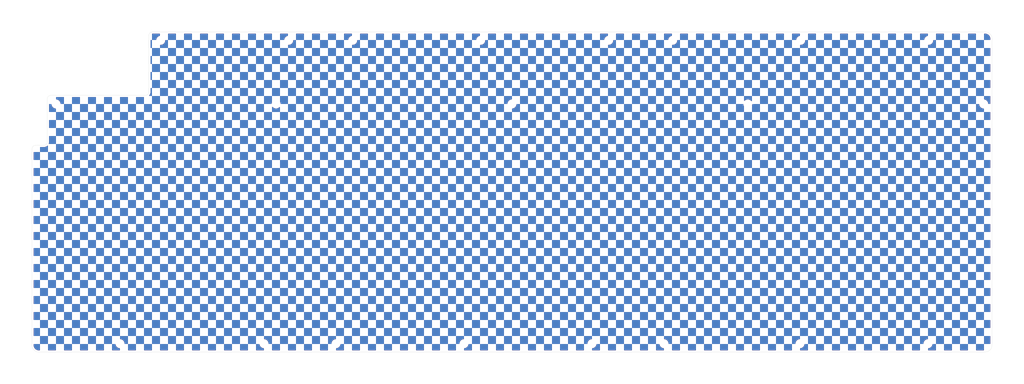
<source format=kicad_pcb>
(kicad_pcb (version 20241229) (generator "pcbnew") (generator_version "9.0")
  (layers (0 "F.Cu" signal) (2 "B.Cu" signal) (13 "F.Paste" user) (15 "B.Paste" user) (5 "F.SilkS" user "F.Silkscreen") (7 "B.SilkS" user "B.Silkscreen") (1 "F.Mask" user) (3 "B.Mask" user) (25 "Edge.Cuts" user))
  (net 0 "")
  (footprint "kbd_Hole:m2_Screw_Hole" (layer "F.Cu") (at 113.135 61.9)
    (property "Reference" "Ref**")
    (property "Value" "Val**")
    (pad "" np_thru_hole circle (at 0 0) (size 2.2 2.2) (drill 2.2) (layers "*.Cu" "*.Mask"))
  )
  (footprint "kbd_Hole:m2_Screw_Hole" (layer "F.Cu") (at 269.285 42.95)
    (property "Reference" "Ref**")
    (property "Value" "Val**")
    (pad "" np_thru_hole circle (at 0 0) (size 2.2 2.2) (drill 2.2) (layers "*.Cu" "*.Mask"))
  )
  (footprint "kbd_Hole:m2_Screw_Hole" (layer "F.Cu") (at 78.785 42.95)
    (property "Reference" "Ref**")
    (property "Value" "Val**")
    (pad "" np_thru_hole circle (at 0 0) (size 2.2 2.2) (drill 2.2) (layers "*.Cu" "*.Mask"))
  )
  (footprint "kbd_Hole:m2_Screw_Hole" (layer "F.Cu") (at 207.1625 133.25)
    (property "Reference" "Ref**")
    (property "Value" "Val**")
    (pad "" np_thru_hole circle (at 0 0) (size 2.2 2.2) (drill 2.2) (layers "*.Cu" "*.Mask"))
  )
  (footprint "kbd_Hole:m2_Screw_Hole" (layer "F.Cu") (at 169.0625 133.25)
    (property "Reference" "Ref**")
    (property "Value" "Val**")
    (pad "" np_thru_hole circle (at 0 0) (size 2.2 2.2) (drill 2.2) (layers "*.Cu" "*.Mask"))
  )
  (footprint "kbd_Hole:m2_Screw_Hole" (layer "F.Cu") (at 269.075 133.25)
    (property "Reference" "Ref**")
    (property "Value" "Val**")
    (pad "" np_thru_hole circle (at 0 0) (size 2.2 2.2) (drill 2.2) (layers "*.Cu" "*.Mask"))
  )
  (footprint "kbd_Hole:m2_Screw_Hole" (layer "F.Cu") (at 228.59375 133.25)
    (property "Reference" "Ref**")
    (property "Value" "Val**")
    (pad "" np_thru_hole circle (at 0 0) (size 2.2 2.2) (drill 2.2) (layers "*.Cu" "*.Mask"))
  )
  (footprint "kbd_Hole:m2_Screw_Hole" (layer "F.Cu") (at 231.185 42.95)
    (property "Reference" "Ref**")
    (property "Value" "Val**")
    (pad "" np_thru_hole circle (at 0 0) (size 2.2 2.2) (drill 2.2) (layers "*.Cu" "*.Mask"))
  )
  (footprint "kbd_Hole:m2_Screw_Hole" (layer "F.Cu") (at 116.885 42.95)
    (property "Reference" "Ref**")
    (property "Value" "Val**")
    (pad "" np_thru_hole circle (at 0 0) (size 2.2 2.2) (drill 2.2) (layers "*.Cu" "*.Mask"))
  )
  (footprint "kbd_Hole:m2_Screw_Hole" (layer "F.Cu") (at 66.66875 133.25)
    (property "Reference" "Ref**")
    (property "Value" "Val**")
    (pad "" np_thru_hole circle (at 0 0) (size 2.2 2.2) (drill 2.2) (layers "*.Cu" "*.Mask"))
  )
  (footprint "kbd_Hole:m2_Screw_Hole" (layer "F.Cu") (at 130.9625 133.25)
    (property "Reference" "Ref**")
    (property "Value" "Val**")
    (pad "" np_thru_hole circle (at 0 0) (size 2.2 2.2) (drill 2.2) (layers "*.Cu" "*.Mask"))
  )
  (footprint "kbd_Hole:m2_Screw_Hole" (layer "F.Cu") (at 47.62 61.9)
    (property "Reference" "Ref**")
    (property "Value" "Val**")
    (pad "" np_thru_hole circle (at 0 0) (size 2.2 2.2) (drill 2.2) (layers "*.Cu" "*.Mask"))
  )
  (footprint "kbd_Hole:m2_Screw_Hole" (layer "F.Cu") (at 174.035 42.95)
    (property "Reference" "Ref**")
    (property "Value" "Val**")
    (pad "" np_thru_hole circle (at 0 0) (size 2.2 2.2) (drill 2.2) (layers "*.Cu" "*.Mask"))
  )
  (footprint "kbd_Hole:m2_Screw_Hole" (layer "F.Cu") (at 307.385 42.95)
    (property "Reference" "Ref**")
    (property "Value" "Val**")
    (pad "" np_thru_hole circle (at 0 0) (size 2.2 2.2) (drill 2.2) (layers "*.Cu" "*.Mask"))
  )
  (footprint "kbd_Hole:m2_Screw_Hole" (layer "F.Cu") (at 109.53125 133.25)
    (property "Reference" "Ref**")
    (property "Value" "Val**")
    (pad "" np_thru_hole circle (at 0 0) (size 2.2 2.2) (drill 2.2) (layers "*.Cu" "*.Mask"))
  )
  (footprint "kbd_Hole:m2_Screw_Hole" (layer "F.Cu") (at 307.175 133.25)
    (property "Reference" "Ref**")
    (property "Value" "Val**")
    (pad "" np_thru_hole circle (at 0 0) (size 2.2 2.2) (drill 2.2) (layers "*.Cu" "*.Mask"))
  )
  (footprint "kbd_Hole:m2_Screw_Hole" (layer "F.Cu") (at 253.545 61.9)
    (property "Reference" "Ref**")
    (property "Value" "Val**")
    (pad "" np_thru_hole circle (at 0 0) (size 2.2 2.2) (drill 2.2) (layers "*.Cu" "*.Mask"))
  )
  (footprint "kbd_Hole:m2_Screw_Hole" (layer "F.Cu") (at 183.34 61.9)
    (property "Reference" "Ref**")
    (property "Value" "Val**")
    (pad "" np_thru_hole circle (at 0 0) (size 2.2 2.2) (drill 2.2) (layers "*.Cu" "*.Mask"))
  )
  (footprint "kbd_Hole:m2_Screw_Hole" (layer "F.Cu") (at 212.135 42.95)
    (property "Reference" "Ref**")
    (property "Value" "Val**")
    (pad "" np_thru_hole circle (at 0 0) (size 2.2 2.2) (drill 2.2) (layers "*.Cu" "*.Mask"))
  )
  (footprint "kbd_Hole:m2_Screw_Hole" (layer "F.Cu") (at 323.75 61.9)
    (property "Reference" "Ref**")
    (property "Value" "Val**")
    (pad "" np_thru_hole circle (at 0 0) (size 2.2 2.2) (drill 2.2) (layers "*.Cu" "*.Mask"))
  )
  (footprint "kbd_Hole:m2_Screw_Hole" (layer "F.Cu") (at 135.935 42.95)
    (property "Reference" "Ref**")
    (property "Value" "Val**")
    (pad "" np_thru_hole circle (at 0 0) (size 2.2 2.2) (drill 2.2) (layers "*.Cu" "*.Mask"))
  )
  (gr_line (start 326.225 42.475) (end 326.225 133.725) (stroke (width 0.05)) (layer "Edge.Cuts"))
  (gr_line (start 45.04687 60.33) (end 45.04687 73.2172) (stroke (width 0.05)) (layer "Edge.Cuts"))
  (gr_line (start 40.475 75.2172) (end 40.475 133.725) (stroke (width 0.05)) (layer "Edge.Cuts"))
  (gr_arc (start 326.225 133.725) (mid 325.639214 135.139214) (end 324.225 135.725) (stroke (width 0.05)) (layer "Edge.Cuts"))
  (gr_line (start 75.257 41.474992) (end 75.257 58.334382) (stroke (width 0.05)) (layer "Edge.Cuts"))
  (gr_line (start 74.257 59.334382) (end 46.04687 59.334382) (stroke (width 0.05)) (layer "Edge.Cuts"))
  (gr_arc (start 45.04687 60.334382) (mid 45.339763 59.627275) (end 46.04687 59.334382) (stroke (width 0.05)) (layer "Edge.Cuts"))
  (gr_arc (start 75.257 58.334382) (mid 74.964107 59.041489) (end 74.257 59.334382) (stroke (width 0.05)) (layer "Edge.Cuts"))
  (gr_line (start 44.04687 74.2172) (end 41.475 74.2172) (stroke (width 0.05)) (layer "Edge.Cuts"))
  (gr_arc (start 75.257 41.475) (mid 75.549893 40.767893) (end 76.257 40.475) (stroke (width 0.05)) (layer "Edge.Cuts"))
  (gr_arc (start 45.04687 73.2172) (mid 44.753977 73.924307) (end 44.04687 74.2172) (stroke (width 0.05)) (layer "Edge.Cuts"))
  (gr_arc (start 324.225 40.475) (mid 325.639214 41.060786) (end 326.225 42.475) (stroke (width 0.05)) (layer "Edge.Cuts"))
  (gr_arc (start 42.475 135.725) (mid 41.060786 135.139214) (end 40.475 133.725) (stroke (width 0.05)) (layer "Edge.Cuts"))
  (gr_line (start 76.257 40.475) (end 324.225 40.475) (stroke (width 0.05)) (layer "Edge.Cuts"))
  (gr_line (start 42.475 135.725) (end 324.225 135.725) (stroke (width 0.05)) (layer "Edge.Cuts"))
  (gr_arc (start 40.475 75.2172) (mid 40.767893 74.510093) (end 41.475 74.2172) (stroke (width 0.05)) (layer "Edge.Cuts"))
  (zone (net 0) (net_name "") (layers "F.Cu" "B.Cu") (connect_pads (clearance 0)) (min_thickness 0.25)
    (keepout (tracks allowed) (vias allowed) (pads allowed) (copperpour not_allowed) (footprints allowed))
    (fill (thermal_gap 0.5) (thermal_bridge_width 0.5))
    (polygon (pts (xy 121.4375 107.15) (xy 123.81875 107.15) (xy 123.81875 109.53125) (xy 121.4375 109.53125)))
  )
  (zone (net 0) (net_name "") (layers "F.Cu" "B.Cu") (connect_pads (clearance 0)) (min_thickness 0.25)
    (keepout (tracks allowed) (vias allowed) (pads allowed) (copperpour not_allowed) (footprints allowed))
    (fill (thermal_gap 0.5) (thermal_bridge_width 0.5))
    (polygon (pts (xy 33.33125 85.71875) (xy 35.7125 85.71875) (xy 35.7125 88.1) (xy 33.33125 88.1)))
  )
  (zone (net 0) (net_name "") (layers "F.Cu" "B.Cu") (connect_pads (clearance 0)) (min_thickness 0.25)
    (keepout (tracks allowed) (vias allowed) (pads allowed) (copperpour not_allowed) (footprints allowed))
    (fill (thermal_gap 0.5) (thermal_bridge_width 0.5))
    (polygon (pts (xy 154.775 130.9625) (xy 157.15625 130.9625) (xy 157.15625 133.34375) (xy 154.775 133.34375)))
  )
  (zone (net 0) (net_name "") (layers "F.Cu" "B.Cu") (connect_pads (clearance 0)) (min_thickness 0.25)
    (keepout (tracks allowed) (vias allowed) (pads allowed) (copperpour not_allowed) (footprints allowed))
    (fill (thermal_gap 0.5) (thermal_bridge_width 0.5))
    (polygon (pts (xy 261.93125 100.00625) (xy 264.3125 100.00625) (xy 264.3125 102.3875) (xy 261.93125 102.3875)))
  )
  (zone (net 0) (net_name "") (layers "F.Cu" "B.Cu") (connect_pads (clearance 0)) (min_thickness 0.25)
    (keepout (tracks allowed) (vias allowed) (pads allowed) (copperpour not_allowed) (footprints allowed))
    (fill (thermal_gap 0.5) (thermal_bridge_width 0.5))
    (polygon (pts (xy 164.3 135.725) (xy 166.68125 135.725) (xy 166.68125 138.10625) (xy 164.3 138.10625)))
  )
  (zone (net 0) (net_name "") (layers "F.Cu" "B.Cu") (connect_pads (clearance 0)) (min_thickness 0.25)
    (keepout (tracks allowed) (vias allowed) (pads allowed) (copperpour not_allowed) (footprints allowed))
    (fill (thermal_gap 0.5) (thermal_bridge_width 0.5))
    (polygon (pts (xy 114.29375 104.76875) (xy 116.675 104.76875) (xy 116.675 107.15) (xy 114.29375 107.15)))
  )
  (zone (net 0) (net_name "") (layers "F.Cu" "B.Cu") (connect_pads (clearance 0)) (min_thickness 0.25)
    (keepout (tracks allowed) (vias allowed) (pads allowed) (copperpour not_allowed) (footprints allowed))
    (fill (thermal_gap 0.5) (thermal_bridge_width 0.5))
    (polygon (pts (xy 302.4125 40.475) (xy 304.79375 40.475) (xy 304.79375 42.85625) (xy 302.4125 42.85625)))
  )
  (zone (net 0) (net_name "") (layers "F.Cu" "B.Cu") (connect_pads (clearance 0)) (min_thickness 0.25)
    (keepout (tracks allowed) (vias allowed) (pads allowed) (copperpour not_allowed) (footprints allowed))
    (fill (thermal_gap 0.5) (thermal_bridge_width 0.5))
    (polygon (pts (xy 276.21875 71.43125) (xy 278.6 71.43125) (xy 278.6 73.8125) (xy 276.21875 73.8125)))
  )
  (zone (net 0) (net_name "") (layers "F.Cu" "B.Cu") (connect_pads (clearance 0)) (min_thickness 0.25)
    (keepout (tracks allowed) (vias allowed) (pads allowed) (copperpour not_allowed) (footprints allowed))
    (fill (thermal_gap 0.5) (thermal_bridge_width 0.5))
    (polygon (pts (xy 228.59375 57.14375) (xy 230.975 57.14375) (xy 230.975 59.525) (xy 228.59375 59.525)))
  )
  (zone (net 0) (net_name "") (layers "F.Cu" "B.Cu") (connect_pads (clearance 0)) (min_thickness 0.25)
    (keepout (tracks allowed) (vias allowed) (pads allowed) (copperpour not_allowed) (footprints allowed))
    (fill (thermal_gap 0.5) (thermal_bridge_width 0.5))
    (polygon (pts (xy 147.63125 38.09375) (xy 150.0125 38.09375) (xy 150.0125 40.475) (xy 147.63125 40.475)))
  )
  (zone (net 0) (net_name "") (layers "F.Cu" "B.Cu") (connect_pads (clearance 0)) (min_thickness 0.25)
    (keepout (tracks allowed) (vias allowed) (pads allowed) (copperpour not_allowed) (footprints allowed))
    (fill (thermal_gap 0.5) (thermal_bridge_width 0.5))
    (polygon (pts (xy 38.09375 119.05625) (xy 40.475 119.05625) (xy 40.475 121.4375) (xy 38.09375 121.4375)))
  )
  (zone (net 0) (net_name "") (layers "F.Cu" "B.Cu") (connect_pads (clearance 0)) (min_thickness 0.25)
    (keepout (tracks allowed) (vias allowed) (pads allowed) (copperpour not_allowed) (footprints allowed))
    (fill (thermal_gap 0.5) (thermal_bridge_width 0.5))
    (polygon (pts (xy 171.44375 123.81875) (xy 173.825 123.81875) (xy 173.825 126.2) (xy 171.44375 126.2)))
  )
  (zone (net 0) (net_name "") (layers "F.Cu" "B.Cu") (connect_pads (clearance 0)) (min_thickness 0.25)
    (keepout (tracks allowed) (vias allowed) (pads allowed) (copperpour not_allowed) (footprints allowed))
    (fill (thermal_gap 0.5) (thermal_bridge_width 0.5))
    (polygon (pts (xy 73.8125 92.8625) (xy 76.19375 92.8625) (xy 76.19375 95.24375) (xy 73.8125 95.24375)))
  )
  (zone (net 0) (net_name "") (layers "F.Cu" "B.Cu") (connect_pads (clearance 0)) (min_thickness 0.25)
    (keepout (tracks allowed) (vias allowed) (pads allowed) (copperpour not_allowed) (footprints allowed))
    (fill (thermal_gap 0.5) (thermal_bridge_width 0.5))
    (polygon (pts (xy 33.33125 71.43125) (xy 35.7125 71.43125) (xy 35.7125 73.8125) (xy 33.33125 73.8125)))
  )
  (zone (net 0) (net_name "") (layers "F.Cu" "B.Cu") (connect_pads (clearance 0)) (min_thickness 0.25)
    (keepout (tracks allowed) (vias allowed) (pads allowed) (copperpour not_allowed) (footprints allowed))
    (fill (thermal_gap 0.5) (thermal_bridge_width 0.5))
    (polygon (pts (xy 254.7875 97.625) (xy 257.16875 97.625) (xy 257.16875 100.00625) (xy 254.7875 100.00625)))
  )
  (zone (net 0) (net_name "") (layers "F.Cu" "B.Cu") (connect_pads (clearance 0)) (min_thickness 0.25)
    (keepout (tracks allowed) (vias allowed) (pads allowed) (copperpour not_allowed) (footprints allowed))
    (fill (thermal_gap 0.5) (thermal_bridge_width 0.5))
    (polygon (pts (xy 40.475 126.2) (xy 42.85625 126.2) (xy 42.85625 128.58125) (xy 40.475 128.58125)))
  )
  (zone (net 0) (net_name "") (layers "F.Cu" "B.Cu") (connect_pads (clearance 0)) (min_thickness 0.25)
    (keepout (tracks allowed) (vias allowed) (pads allowed) (copperpour not_allowed) (footprints allowed))
    (fill (thermal_gap 0.5) (thermal_bridge_width 0.5))
    (polygon (pts (xy 178.5875 116.675) (xy 180.96875 116.675) (xy 180.96875 119.05625) (xy 178.5875 119.05625)))
  )
  (zone (net 0) (net_name "") (layers "F.Cu" "B.Cu") (connect_pads (clearance 0)) (min_thickness 0.25)
    (keepout (tracks allowed) (vias allowed) (pads allowed) (copperpour not_allowed) (footprints allowed))
    (fill (thermal_gap 0.5) (thermal_bridge_width 0.5))
    (polygon (pts (xy 214.30625 123.81875) (xy 216.6875 123.81875) (xy 216.6875 126.2) (xy 214.30625 126.2)))
  )
  (zone (net 0) (net_name "") (layers "F.Cu" "B.Cu") (connect_pads (clearance 0)) (min_thickness 0.25)
    (keepout (tracks allowed) (vias allowed) (pads allowed) (copperpour not_allowed) (footprints allowed))
    (fill (thermal_gap 0.5) (thermal_bridge_width 0.5))
    (polygon (pts (xy 107.15 121.4375) (xy 109.53125 121.4375) (xy 109.53125 123.81875) (xy 107.15 123.81875)))
  )
  (zone (net 0) (net_name "") (layers "F.Cu" "B.Cu") (connect_pads (clearance 0)) (min_thickness 0.25)
    (keepout (tracks allowed) (vias allowed) (pads allowed) (copperpour not_allowed) (footprints allowed))
    (fill (thermal_gap 0.5) (thermal_bridge_width 0.5))
    (polygon (pts (xy 195.25625 33.33125) (xy 197.6375 33.33125) (xy 197.6375 35.7125) (xy 195.25625 35.7125)))
  )
  (zone (net 0) (net_name "") (layers "F.Cu" "B.Cu") (connect_pads (clearance 0)) (min_thickness 0.25)
    (keepout (tracks allowed) (vias allowed) (pads allowed) (copperpour not_allowed) (footprints allowed))
    (fill (thermal_gap 0.5) (thermal_bridge_width 0.5))
    (polygon (pts (xy 45.2375 40.475) (xy 47.61875 40.475) (xy 47.61875 42.85625) (xy 45.2375 42.85625)))
  )
  (zone (net 0) (net_name "") (layers "F.Cu" "B.Cu") (connect_pads (clearance 0)) (min_thickness 0.25)
    (keepout (tracks allowed) (vias allowed) (pads allowed) (copperpour not_allowed) (footprints allowed))
    (fill (thermal_gap 0.5) (thermal_bridge_width 0.5))
    (polygon (pts (xy 195.25625 71.43125) (xy 197.6375 71.43125) (xy 197.6375 73.8125) (xy 195.25625 73.8125)))
  )
  (zone (net 0) (net_name "") (layers "F.Cu" "B.Cu") (connect_pads (clearance 0)) (min_thickness 0.25)
    (keepout (tracks allowed) (vias allowed) (pads allowed) (copperpour not_allowed) (footprints allowed))
    (fill (thermal_gap 0.5) (thermal_bridge_width 0.5))
    (polygon (pts (xy 171.44375 119.05625) (xy 173.825 119.05625) (xy 173.825 121.4375) (xy 171.44375 121.4375)))
  )
  (zone (net 0) (net_name "") (layers "F.Cu" "B.Cu") (connect_pads (clearance 0)) (min_thickness 0.25)
    (keepout (tracks allowed) (vias allowed) (pads allowed) (copperpour not_allowed) (footprints allowed))
    (fill (thermal_gap 0.5) (thermal_bridge_width 0.5))
    (polygon (pts (xy 266.69375 76.19375) (xy 269.075 76.19375) (xy 269.075 78.575) (xy 266.69375 78.575)))
  )
  (zone (net 0) (net_name "") (layers "F.Cu" "B.Cu") (connect_pads (clearance 0)) (min_thickness 0.25)
    (keepout (tracks allowed) (vias allowed) (pads allowed) (copperpour not_allowed) (footprints allowed))
    (fill (thermal_gap 0.5) (thermal_bridge_width 0.5))
    (polygon (pts (xy 66.66875 100.00625) (xy 69.05 100.00625) (xy 69.05 102.3875) (xy 66.66875 102.3875)))
  )
  (zone (net 0) (net_name "") (layers "F.Cu" "B.Cu") (connect_pads (clearance 0)) (min_thickness 0.25)
    (keepout (tracks allowed) (vias allowed) (pads allowed) (copperpour not_allowed) (footprints allowed))
    (fill (thermal_gap 0.5) (thermal_bridge_width 0.5))
    (polygon (pts (xy 183.35 135.725) (xy 185.73125 135.725) (xy 185.73125 138.10625) (xy 183.35 138.10625)))
  )
  (zone (net 0) (net_name "") (layers "F.Cu" "B.Cu") (connect_pads (clearance 0)) (min_thickness 0.25)
    (keepout (tracks allowed) (vias allowed) (pads allowed) (copperpour not_allowed) (footprints allowed))
    (fill (thermal_gap 0.5) (thermal_bridge_width 0.5))
    (polygon (pts (xy 333.36875 38.09375) (xy 335.75 38.09375) (xy 335.75 40.475) (xy 333.36875 40.475)))
  )
  (zone (net 0) (net_name "") (layers "F.Cu" "B.Cu") (connect_pads (clearance 0)) (min_thickness 0.25)
    (keepout (tracks allowed) (vias allowed) (pads allowed) (copperpour not_allowed) (footprints allowed))
    (fill (thermal_gap 0.5) (thermal_bridge_width 0.5))
    (polygon (pts (xy 207.1625 30.95) (xy 209.54375 30.95) (xy 209.54375 33.33125) (xy 207.1625 33.33125)))
  )
  (zone (net 0) (net_name "") (layers "F.Cu" "B.Cu") (connect_pads (clearance 0)) (min_thickness 0.25)
    (keepout (tracks allowed) (vias allowed) (pads allowed) (copperpour not_allowed) (footprints allowed))
    (fill (thermal_gap 0.5) (thermal_bridge_width 0.5))
    (polygon (pts (xy 90.48125 104.76875) (xy 92.8625 104.76875) (xy 92.8625 107.15) (xy 90.48125 107.15)))
  )
  (zone (net 0) (net_name "") (layers "F.Cu" "B.Cu") (connect_pads (clearance 0)) (min_thickness 0.25)
    (keepout (tracks allowed) (vias allowed) (pads allowed) (copperpour not_allowed) (footprints allowed))
    (fill (thermal_gap 0.5) (thermal_bridge_width 0.5))
    (polygon (pts (xy 154.775 73.8125) (xy 157.15625 73.8125) (xy 157.15625 76.19375) (xy 154.775 76.19375)))
  )
  (zone (net 0) (net_name "") (layers "F.Cu" "B.Cu") (connect_pads (clearance 0)) (min_thickness 0.25)
    (keepout (tracks allowed) (vias allowed) (pads allowed) (copperpour not_allowed) (footprints allowed))
    (fill (thermal_gap 0.5) (thermal_bridge_width 0.5))
    (polygon (pts (xy 319.08125 128.58125) (xy 321.4625 128.58125) (xy 321.4625 130.9625) (xy 319.08125 130.9625)))
  )
  (zone (net 0) (net_name "") (layers "F.Cu" "B.Cu") (connect_pads (clearance 0)) (min_thickness 0.25)
    (keepout (tracks allowed) (vias allowed) (pads allowed) (copperpour not_allowed) (footprints allowed))
    (fill (thermal_gap 0.5) (thermal_bridge_width 0.5))
    (polygon (pts (xy 233.35625 109.53125) (xy 235.7375 109.53125) (xy 235.7375 111.9125) (xy 233.35625 111.9125)))
  )
  (zone (net 0) (net_name "") (layers "F.Cu" "B.Cu") (connect_pads (clearance 0)) (min_thickness 0.25)
    (keepout (tracks allowed) (vias allowed) (pads allowed) (copperpour not_allowed) (footprints allowed))
    (fill (thermal_gap 0.5) (thermal_bridge_width 0.5))
    (polygon (pts (xy 285.74375 85.71875) (xy 288.125 85.71875) (xy 288.125 88.1) (xy 285.74375 88.1)))
  )
  (zone (net 0) (net_name "") (layers "F.Cu" "B.Cu") (connect_pads (clearance 0)) (min_thickness 0.25)
    (keepout (tracks allowed) (vias allowed) (pads allowed) (copperpour not_allowed) (footprints allowed))
    (fill (thermal_gap 0.5) (thermal_bridge_width 0.5))
    (polygon (pts (xy 30.95 30.95) (xy 33.33125 30.95) (xy 33.33125 33.33125) (xy 30.95 33.33125)))
  )
  (zone (net 0) (net_name "") (layers "F.Cu" "B.Cu") (connect_pads (clearance 0)) (min_thickness 0.25)
    (keepout (tracks allowed) (vias allowed) (pads allowed) (copperpour not_allowed) (footprints allowed))
    (fill (thermal_gap 0.5) (thermal_bridge_width 0.5))
    (polygon (pts (xy 252.40625 38.09375) (xy 254.7875 38.09375) (xy 254.7875 40.475) (xy 252.40625 40.475)))
  )
  (zone (net 0) (net_name "") (layers "F.Cu" "B.Cu") (connect_pads (clearance 0)) (min_thickness 0.25)
    (keepout (tracks allowed) (vias allowed) (pads allowed) (copperpour not_allowed) (footprints allowed))
    (fill (thermal_gap 0.5) (thermal_bridge_width 0.5))
    (polygon (pts (xy 314.31875 80.95625) (xy 316.7 80.95625) (xy 316.7 83.3375) (xy 314.31875 83.3375)))
  )
  (zone (net 0) (net_name "") (layers "F.Cu" "B.Cu") (connect_pads (clearance 0)) (min_thickness 0.25)
    (keepout (tracks allowed) (vias allowed) (pads allowed) (copperpour not_allowed) (footprints allowed))
    (fill (thermal_gap 0.5) (thermal_bridge_width 0.5))
    (polygon (pts (xy 90.48125 52.38125) (xy 92.8625 52.38125) (xy 92.8625 54.7625) (xy 90.48125 54.7625)))
  )
  (zone (net 0) (net_name "") (layers "F.Cu" "B.Cu") (connect_pads (clearance 0)) (min_thickness 0.25)
    (keepout (tracks allowed) (vias allowed) (pads allowed) (copperpour not_allowed) (footprints allowed))
    (fill (thermal_gap 0.5) (thermal_bridge_width 0.5))
    (polygon (pts (xy 250.025 130.9625) (xy 252.40625 130.9625) (xy 252.40625 133.34375) (xy 250.025 133.34375)))
  )
  (zone (net 0) (net_name "") (layers "F.Cu" "B.Cu") (connect_pads (clearance 0)) (min_thickness 0.25)
    (keepout (tracks allowed) (vias allowed) (pads allowed) (copperpour not_allowed) (footprints allowed))
    (fill (thermal_gap 0.5) (thermal_bridge_width 0.5))
    (polygon (pts (xy 311.9375 111.9125) (xy 314.31875 111.9125) (xy 314.31875 114.29375) (xy 311.9375 114.29375)))
  )
  (zone (net 0) (net_name "") (layers "F.Cu" "B.Cu") (connect_pads (clearance 0)) (min_thickness 0.25)
    (keepout (tracks allowed) (vias allowed) (pads allowed) (copperpour not_allowed) (footprints allowed))
    (fill (thermal_gap 0.5) (thermal_bridge_width 0.5))
    (polygon (pts (xy 252.40625 90.48125) (xy 254.7875 90.48125) (xy 254.7875 92.8625) (xy 252.40625 92.8625)))
  )
  (zone (net 0) (net_name "") (layers "F.Cu" "B.Cu") (connect_pads (clearance 0)) (min_thickness 0.25)
    (keepout (tracks allowed) (vias allowed) (pads allowed) (copperpour not_allowed) (footprints allowed))
    (fill (thermal_gap 0.5) (thermal_bridge_width 0.5))
    (polygon (pts (xy 223.83125 42.85625) (xy 226.2125 42.85625) (xy 226.2125 45.2375) (xy 223.83125 45.2375)))
  )
  (zone (net 0) (net_name "") (layers "F.Cu" "B.Cu") (connect_pads (clearance 0)) (min_thickness 0.25)
    (keepout (tracks allowed) (vias allowed) (pads allowed) (copperpour not_allowed) (footprints allowed))
    (fill (thermal_gap 0.5) (thermal_bridge_width 0.5))
    (polygon (pts (xy 40.475 45.2375) (xy 42.85625 45.2375) (xy 42.85625 47.61875) (xy 40.475 47.61875)))
  )
  (zone (net 0) (net_name "") (layers "F.Cu" "B.Cu") (connect_pads (clearance 0)) (min_thickness 0.25)
    (keepout (tracks allowed) (vias allowed) (pads allowed) (copperpour not_allowed) (footprints allowed))
    (fill (thermal_gap 0.5) (thermal_bridge_width 0.5))
    (polygon (pts (xy 90.48125 95.24375) (xy 92.8625 95.24375) (xy 92.8625 97.625) (xy 90.48125 97.625)))
  )
  (zone (net 0) (net_name "") (layers "F.Cu" "B.Cu") (connect_pads (clearance 0)) (min_thickness 0.25)
    (keepout (tracks allowed) (vias allowed) (pads allowed) (copperpour not_allowed) (footprints allowed))
    (fill (thermal_gap 0.5) (thermal_bridge_width 0.5))
    (polygon (pts (xy 76.19375 80.95625) (xy 78.575 80.95625) (xy 78.575 83.3375) (xy 76.19375 83.3375)))
  )
  (zone (net 0) (net_name "") (layers "F.Cu" "B.Cu") (connect_pads (clearance 0)) (min_thickness 0.25)
    (keepout (tracks allowed) (vias allowed) (pads allowed) (copperpour not_allowed) (footprints allowed))
    (fill (thermal_gap 0.5) (thermal_bridge_width 0.5))
    (polygon (pts (xy 176.20625 114.29375) (xy 178.5875 114.29375) (xy 178.5875 116.675) (xy 176.20625 116.675)))
  )
  (zone (net 0) (net_name "") (layers "F.Cu" "B.Cu") (connect_pads (clearance 0)) (min_thickness 0.25)
    (keepout (tracks allowed) (vias allowed) (pads allowed) (copperpour not_allowed) (footprints allowed))
    (fill (thermal_gap 0.5) (thermal_bridge_width 0.5))
    (polygon (pts (xy 216.6875 40.475) (xy 219.06875 40.475) (xy 219.06875 42.85625) (xy 216.6875 42.85625)))
  )
  (zone (net 0) (net_name "") (layers "F.Cu" "B.Cu") (connect_pads (clearance 0)) (min_thickness 0.25)
    (keepout (tracks allowed) (vias allowed) (pads allowed) (copperpour not_allowed) (footprints allowed))
    (fill (thermal_gap 0.5) (thermal_bridge_width 0.5))
    (polygon (pts (xy 128.58125 142.86875) (xy 130.9625 142.86875) (xy 130.9625 145.25) (xy 128.58125 145.25)))
  )
  (zone (net 0) (net_name "") (layers "F.Cu" "B.Cu") (connect_pads (clearance 0)) (min_thickness 0.25)
    (keepout (tracks allowed) (vias allowed) (pads allowed) (copperpour not_allowed) (footprints allowed))
    (fill (thermal_gap 0.5) (thermal_bridge_width 0.5))
    (polygon (pts (xy 221.45 59.525) (xy 223.83125 59.525) (xy 223.83125 61.90625) (xy 221.45 61.90625)))
  )
  (zone (net 0) (net_name "") (layers "F.Cu" "B.Cu") (connect_pads (clearance 0)) (min_thickness 0.25)
    (keepout (tracks allowed) (vias allowed) (pads allowed) (copperpour not_allowed) (footprints allowed))
    (fill (thermal_gap 0.5) (thermal_bridge_width 0.5))
    (polygon (pts (xy 66.66875 52.38125) (xy 69.05 52.38125) (xy 69.05 54.7625) (xy 66.66875 54.7625)))
  )
  (zone (net 0) (net_name "") (layers "F.Cu" "B.Cu") (connect_pads (clearance 0)) (min_thickness 0.25)
    (keepout (tracks allowed) (vias allowed) (pads allowed) (copperpour not_allowed) (footprints allowed))
    (fill (thermal_gap 0.5) (thermal_bridge_width 0.5))
    (polygon (pts (xy 238.11875 142.86875) (xy 240.5 142.86875) (xy 240.5 145.25) (xy 238.11875 145.25)))
  )
  (zone (net 0) (net_name "") (layers "F.Cu" "B.Cu") (connect_pads (clearance 0)) (min_thickness 0.25)
    (keepout (tracks allowed) (vias allowed) (pads allowed) (copperpour not_allowed) (footprints allowed))
    (fill (thermal_gap 0.5) (thermal_bridge_width 0.5))
    (polygon (pts (xy 76.19375 90.48125) (xy 78.575 90.48125) (xy 78.575 92.8625) (xy 76.19375 92.8625)))
  )
  (zone (net 0) (net_name "") (layers "F.Cu" "B.Cu") (connect_pads (clearance 0)) (min_thickness 0.25)
    (keepout (tracks allowed) (vias allowed) (pads allowed) (copperpour not_allowed) (footprints allowed))
    (fill (thermal_gap 0.5) (thermal_bridge_width 0.5))
    (polygon (pts (xy 33.33125 100.00625) (xy 35.7125 100.00625) (xy 35.7125 102.3875) (xy 33.33125 102.3875)))
  )
  (zone (net 0) (net_name "") (layers "F.Cu" "B.Cu") (connect_pads (clearance 0)) (min_thickness 0.25)
    (keepout (tracks allowed) (vias allowed) (pads allowed) (copperpour not_allowed) (footprints allowed))
    (fill (thermal_gap 0.5) (thermal_bridge_width 0.5))
    (polygon (pts (xy 92.8625 130.9625) (xy 95.24375 130.9625) (xy 95.24375 133.34375) (xy 92.8625 133.34375)))
  )
  (zone (net 0) (net_name "") (layers "F.Cu" "B.Cu") (connect_pads (clearance 0)) (min_thickness 0.25)
    (keepout (tracks allowed) (vias allowed) (pads allowed) (copperpour not_allowed) (footprints allowed))
    (fill (thermal_gap 0.5) (thermal_bridge_width 0.5))
    (polygon (pts (xy 235.7375 78.575) (xy 238.11875 78.575) (xy 238.11875 80.95625) (xy 235.7375 80.95625)))
  )
  (zone (net 0) (net_name "") (layers "F.Cu" "B.Cu") (connect_pads (clearance 0)) (min_thickness 0.25)
    (keepout (tracks allowed) (vias allowed) (pads allowed) (copperpour not_allowed) (footprints allowed))
    (fill (thermal_gap 0.5) (thermal_bridge_width 0.5))
    (polygon (pts (xy 240.5 73.8125) (xy 242.88125 73.8125) (xy 242.88125 76.19375) (xy 240.5 76.19375)))
  )
  (zone (net 0) (net_name "") (layers "F.Cu" "B.Cu") (connect_pads (clearance 0)) (min_thickness 0.25)
    (keepout (tracks allowed) (vias allowed) (pads allowed) (copperpour not_allowed) (footprints allowed))
    (fill (thermal_gap 0.5) (thermal_bridge_width 0.5))
    (polygon (pts (xy 211.925 116.675) (xy 214.30625 116.675) (xy 214.30625 119.05625) (xy 211.925 119.05625)))
  )
  (zone (net 0) (net_name "") (layers "F.Cu" "B.Cu") (connect_pads (clearance 0)) (min_thickness 0.25)
    (keepout (tracks allowed) (vias allowed) (pads allowed) (copperpour not_allowed) (footprints allowed))
    (fill (thermal_gap 0.5) (thermal_bridge_width 0.5))
    (polygon (pts (xy 245.2625 88.1) (xy 247.64375 88.1) (xy 247.64375 90.48125) (xy 245.2625 90.48125)))
  )
  (zone (net 0) (net_name "") (layers "F.Cu" "B.Cu") (connect_pads (clearance 0)) (min_thickness 0.25)
    (keepout (tracks allowed) (vias allowed) (pads allowed) (copperpour not_allowed) (footprints allowed))
    (fill (thermal_gap 0.5) (thermal_bridge_width 0.5))
    (polygon (pts (xy 245.2625 126.2) (xy 247.64375 126.2) (xy 247.64375 128.58125) (xy 245.2625 128.58125)))
  )
  (zone (net 0) (net_name "") (layers "F.Cu" "B.Cu") (connect_pads (clearance 0)) (min_thickness 0.25)
    (keepout (tracks allowed) (vias allowed) (pads allowed) (copperpour not_allowed) (footprints allowed))
    (fill (thermal_gap 0.5) (thermal_bridge_width 0.5))
    (polygon (pts (xy 283.3625 64.2875) (xy 285.74375 64.2875) (xy 285.74375 66.66875) (xy 283.3625 66.66875)))
  )
  (zone (net 0) (net_name "") (layers "F.Cu" "B.Cu") (connect_pads (clearance 0)) (min_thickness 0.25)
    (keepout (tracks allowed) (vias allowed) (pads allowed) (copperpour not_allowed) (footprints allowed))
    (fill (thermal_gap 0.5) (thermal_bridge_width 0.5))
    (polygon (pts (xy 104.76875 100.00625) (xy 107.15 100.00625) (xy 107.15 102.3875) (xy 104.76875 102.3875)))
  )
  (zone (net 0) (net_name "") (layers "F.Cu" "B.Cu") (connect_pads (clearance 0)) (min_thickness 0.25)
    (keepout (tracks allowed) (vias allowed) (pads allowed) (copperpour not_allowed) (footprints allowed))
    (fill (thermal_gap 0.5) (thermal_bridge_width 0.5))
    (polygon (pts (xy 259.55 121.4375) (xy 261.93125 121.4375) (xy 261.93125 123.81875) (xy 259.55 123.81875)))
  )
  (zone (net 0) (net_name "") (layers "F.Cu" "B.Cu") (connect_pads (clearance 0)) (min_thickness 0.25)
    (keepout (tracks allowed) (vias allowed) (pads allowed) (copperpour not_allowed) (footprints allowed))
    (fill (thermal_gap 0.5) (thermal_bridge_width 0.5))
    (polygon (pts (xy 69.05 116.675) (xy 71.43125 116.675) (xy 71.43125 119.05625) (xy 69.05 119.05625)))
  )
  (zone (net 0) (net_name "") (layers "F.Cu" "B.Cu") (connect_pads (clearance 0)) (min_thickness 0.25)
    (keepout (tracks allowed) (vias allowed) (pads allowed) (copperpour not_allowed) (footprints allowed))
    (fill (thermal_gap 0.5) (thermal_bridge_width 0.5))
    (polygon (pts (xy 228.59375 85.71875) (xy 230.975 85.71875) (xy 230.975 88.1) (xy 228.59375 88.1)))
  )
  (zone (net 0) (net_name "") (layers "F.Cu" "B.Cu") (connect_pads (clearance 0)) (min_thickness 0.25)
    (keepout (tracks allowed) (vias allowed) (pads allowed) (copperpour not_allowed) (footprints allowed))
    (fill (thermal_gap 0.5) (thermal_bridge_width 0.5))
    (polygon (pts (xy 152.39375 52.38125) (xy 154.775 52.38125) (xy 154.775 54.7625) (xy 152.39375 54.7625)))
  )
  (zone (net 0) (net_name "") (layers "F.Cu" "B.Cu") (connect_pads (clearance 0)) (min_thickness 0.25)
    (keepout (tracks allowed) (vias allowed) (pads allowed) (copperpour not_allowed) (footprints allowed))
    (fill (thermal_gap 0.5) (thermal_bridge_width 0.5))
    (polygon (pts (xy 35.7125 69.05) (xy 38.09375 69.05) (xy 38.09375 71.43125) (xy 35.7125 71.43125)))
  )
  (zone (net 0) (net_name "") (layers "F.Cu" "B.Cu") (connect_pads (clearance 0)) (min_thickness 0.25)
    (keepout (tracks allowed) (vias allowed) (pads allowed) (copperpour not_allowed) (footprints allowed))
    (fill (thermal_gap 0.5) (thermal_bridge_width 0.5))
    (polygon (pts (xy 278.6 40.475) (xy 280.98125 40.475) (xy 280.98125 42.85625) (xy 278.6 42.85625)))
  )
  (zone (net 0) (net_name "") (layers "F.Cu" "B.Cu") (connect_pads (clearance 0)) (min_thickness 0.25)
    (keepout (tracks allowed) (vias allowed) (pads allowed) (copperpour not_allowed) (footprints allowed))
    (fill (thermal_gap 0.5) (thermal_bridge_width 0.5))
    (polygon (pts (xy 271.45625 38.09375) (xy 273.8375 38.09375) (xy 273.8375 40.475) (xy 271.45625 40.475)))
  )
  (zone (net 0) (net_name "") (layers "F.Cu" "B.Cu") (connect_pads (clearance 0)) (min_thickness 0.25)
    (keepout (tracks allowed) (vias allowed) (pads allowed) (copperpour not_allowed) (footprints allowed))
    (fill (thermal_gap 0.5) (thermal_bridge_width 0.5))
    (polygon (pts (xy 278.6 54.7625) (xy 280.98125 54.7625) (xy 280.98125 57.14375) (xy 278.6 57.14375)))
  )
  (zone (net 0) (net_name "") (layers "F.Cu" "B.Cu") (connect_pads (clearance 0)) (min_thickness 0.25)
    (keepout (tracks allowed) (vias allowed) (pads allowed) (copperpour not_allowed) (footprints allowed))
    (fill (thermal_gap 0.5) (thermal_bridge_width 0.5))
    (polygon (pts (xy 302.4125 97.625) (xy 304.79375 97.625) (xy 304.79375 100.00625) (xy 302.4125 100.00625)))
  )
  (zone (net 0) (net_name "") (layers "F.Cu" "B.Cu") (connect_pads (clearance 0)) (min_thickness 0.25)
    (keepout (tracks allowed) (vias allowed) (pads allowed) (copperpour not_allowed) (footprints allowed))
    (fill (thermal_gap 0.5) (thermal_bridge_width 0.5))
    (polygon (pts (xy 80.95625 138.10625) (xy 83.3375 138.10625) (xy 83.3375 140.4875) (xy 80.95625 140.4875)))
  )
  (zone (net 0) (net_name "") (layers "F.Cu" "B.Cu") (connect_pads (clearance 0)) (min_thickness 0.25)
    (keepout (tracks allowed) (vias allowed) (pads allowed) (copperpour not_allowed) (footprints allowed))
    (fill (thermal_gap 0.5) (thermal_bridge_width 0.5))
    (polygon (pts (xy 314.31875 119.05625) (xy 316.7 119.05625) (xy 316.7 121.4375) (xy 314.31875 121.4375)))
  )
  (zone (net 0) (net_name "") (layers "F.Cu" "B.Cu") (connect_pads (clearance 0)) (min_thickness 0.25)
    (keepout (tracks allowed) (vias allowed) (pads allowed) (copperpour not_allowed) (footprints allowed))
    (fill (thermal_gap 0.5) (thermal_bridge_width 0.5))
    (polygon (pts (xy 190.49375 85.71875) (xy 192.875 85.71875) (xy 192.875 88.1) (xy 190.49375 88.1)))
  )
  (zone (net 0) (net_name "") (layers "F.Cu" "B.Cu") (connect_pads (clearance 0)) (min_thickness 0.25)
    (keepout (tracks allowed) (vias allowed) (pads allowed) (copperpour not_allowed) (footprints allowed))
    (fill (thermal_gap 0.5) (thermal_bridge_width 0.5))
    (polygon (pts (xy 88.1 140.4875) (xy 90.48125 140.4875) (xy 90.48125 142.86875) (xy 88.1 142.86875)))
  )
  (zone (net 0) (net_name "") (layers "F.Cu" "B.Cu") (connect_pads (clearance 0)) (min_thickness 0.25)
    (keepout (tracks allowed) (vias allowed) (pads allowed) (copperpour not_allowed) (footprints allowed))
    (fill (thermal_gap 0.5) (thermal_bridge_width 0.5))
    (polygon (pts (xy 35.7125 121.4375) (xy 38.09375 121.4375) (xy 38.09375 123.81875) (xy 35.7125 123.81875)))
  )
  (zone (net 0) (net_name "") (layers "F.Cu" "B.Cu") (connect_pads (clearance 0)) (min_thickness 0.25)
    (keepout (tracks allowed) (vias allowed) (pads allowed) (copperpour not_allowed) (footprints allowed))
    (fill (thermal_gap 0.5) (thermal_bridge_width 0.5))
    (polygon (pts (xy 192.875 69.05) (xy 195.25625 69.05) (xy 195.25625 71.43125) (xy 192.875 71.43125)))
  )
  (zone (net 0) (net_name "") (layers "F.Cu" "B.Cu") (connect_pads (clearance 0)) (min_thickness 0.25)
    (keepout (tracks allowed) (vias allowed) (pads allowed) (copperpour not_allowed) (footprints allowed))
    (fill (thermal_gap 0.5) (thermal_bridge_width 0.5))
    (polygon (pts (xy 302.4125 102.3875) (xy 304.79375 102.3875) (xy 304.79375 104.76875) (xy 302.4125 104.76875)))
  )
  (zone (net 0) (net_name "") (layers "F.Cu" "B.Cu") (connect_pads (clearance 0)) (min_thickness 0.25)
    (keepout (tracks allowed) (vias allowed) (pads allowed) (copperpour not_allowed) (footprints allowed))
    (fill (thermal_gap 0.5) (thermal_bridge_width 0.5))
    (polygon (pts (xy 116.675 30.95) (xy 119.05625 30.95) (xy 119.05625 33.33125) (xy 116.675 33.33125)))
  )
  (zone (net 0) (net_name "") (layers "F.Cu" "B.Cu") (connect_pads (clearance 0)) (min_thickness 0.25)
    (keepout (tracks allowed) (vias allowed) (pads allowed) (copperpour not_allowed) (footprints allowed))
    (fill (thermal_gap 0.5) (thermal_bridge_width 0.5))
    (polygon (pts (xy 185.73125 52.38125) (xy 188.1125 52.38125) (xy 188.1125 54.7625) (xy 185.73125 54.7625)))
  )
  (zone (net 0) (net_name "") (layers "F.Cu" "B.Cu") (connect_pads (clearance 0)) (min_thickness 0.25)
    (keepout (tracks allowed) (vias allowed) (pads allowed) (copperpour not_allowed) (footprints allowed))
    (fill (thermal_gap 0.5) (thermal_bridge_width 0.5))
    (polygon (pts (xy 200.01875 33.33125) (xy 202.4 33.33125) (xy 202.4 35.7125) (xy 200.01875 35.7125)))
  )
  (zone (net 0) (net_name "") (layers "F.Cu" "B.Cu") (connect_pads (clearance 0)) (min_thickness 0.25)
    (keepout (tracks allowed) (vias allowed) (pads allowed) (copperpour not_allowed) (footprints allowed))
    (fill (thermal_gap 0.5) (thermal_bridge_width 0.5))
    (polygon (pts (xy 119.05625 38.09375) (xy 121.4375 38.09375) (xy 121.4375 40.475) (xy 119.05625 40.475)))
  )
  (zone (net 0) (net_name "") (layers "F.Cu" "B.Cu") (connect_pads (clearance 0)) (min_thickness 0.25)
    (keepout (tracks allowed) (vias allowed) (pads allowed) (copperpour not_allowed) (footprints allowed))
    (fill (thermal_gap 0.5) (thermal_bridge_width 0.5))
    (polygon (pts (xy 304.79375 47.61875) (xy 307.175 47.61875) (xy 307.175 50) (xy 304.79375 50)))
  )
  (zone (net 0) (net_name "") (layers "F.Cu" "B.Cu") (connect_pads (clearance 0)) (min_thickness 0.25)
    (keepout (tracks allowed) (vias allowed) (pads allowed) (copperpour not_allowed) (footprints allowed))
    (fill (thermal_gap 0.5) (thermal_bridge_width 0.5))
    (polygon (pts (xy 240.5 102.3875) (xy 242.88125 102.3875) (xy 242.88125 104.76875) (xy 240.5 104.76875)))
  )
  (zone (net 0) (net_name "") (layers "F.Cu" "B.Cu") (connect_pads (clearance 0)) (min_thickness 0.25)
    (keepout (tracks allowed) (vias allowed) (pads allowed) (copperpour not_allowed) (footprints allowed))
    (fill (thermal_gap 0.5) (thermal_bridge_width 0.5))
    (polygon (pts (xy 64.2875 97.625) (xy 66.66875 97.625) (xy 66.66875 100.00625) (xy 64.2875 100.00625)))
  )
  (zone (net 0) (net_name "") (layers "F.Cu" "B.Cu") (connect_pads (clearance 0)) (min_thickness 0.25)
    (keepout (tracks allowed) (vias allowed) (pads allowed) (copperpour not_allowed) (footprints allowed))
    (fill (thermal_gap 0.5) (thermal_bridge_width 0.5))
    (polygon (pts (xy 223.83125 119.05625) (xy 226.2125 119.05625) (xy 226.2125 121.4375) (xy 223.83125 121.4375)))
  )
  (zone (net 0) (net_name "") (layers "F.Cu" "B.Cu") (connect_pads (clearance 0)) (min_thickness 0.25)
    (keepout (tracks allowed) (vias allowed) (pads allowed) (copperpour not_allowed) (footprints allowed))
    (fill (thermal_gap 0.5) (thermal_bridge_width 0.5))
    (polygon (pts (xy 300.03125 128.58125) (xy 302.4125 128.58125) (xy 302.4125 130.9625) (xy 300.03125 130.9625)))
  )
  (zone (net 0) (net_name "") (layers "F.Cu" "B.Cu") (connect_pads (clearance 0)) (min_thickness 0.25)
    (keepout (tracks allowed) (vias allowed) (pads allowed) (copperpour not_allowed) (footprints allowed))
    (fill (thermal_gap 0.5) (thermal_bridge_width 0.5))
    (polygon (pts (xy 278.6 83.3375) (xy 280.98125 83.3375) (xy 280.98125 85.71875) (xy 278.6 85.71875)))
  )
  (zone (net 0) (net_name "") (layers "F.Cu" "B.Cu") (connect_pads (clearance 0)) (min_thickness 0.25)
    (keepout (tracks allowed) (vias allowed) (pads allowed) (copperpour not_allowed) (footprints allowed))
    (fill (thermal_gap 0.5) (thermal_bridge_width 0.5))
    (polygon (pts (xy 326.225 50) (xy 328.60625 50) (xy 328.60625 52.38125) (xy 326.225 52.38125)))
  )
  (zone (net 0) (net_name "") (layers "F.Cu" "B.Cu") (connect_pads (clearance 0)) (min_thickness 0.25)
    (keepout (tracks allowed) (vias allowed) (pads allowed) (copperpour not_allowed) (footprints allowed))
    (fill (thermal_gap 0.5) (thermal_bridge_width 0.5))
    (polygon (pts (xy 216.6875 54.7625) (xy 219.06875 54.7625) (xy 219.06875 57.14375) (xy 216.6875 57.14375)))
  )
  (zone (net 0) (net_name "") (layers "F.Cu" "B.Cu") (connect_pads (clearance 0)) (min_thickness 0.25)
    (keepout (tracks allowed) (vias allowed) (pads allowed) (copperpour not_allowed) (footprints allowed))
    (fill (thermal_gap 0.5) (thermal_bridge_width 0.5))
    (polygon (pts (xy 147.63125 42.85625) (xy 150.0125 42.85625) (xy 150.0125 45.2375) (xy 147.63125 45.2375)))
  )
  (zone (net 0) (net_name "") (layers "F.Cu" "B.Cu") (connect_pads (clearance 0)) (min_thickness 0.25)
    (keepout (tracks allowed) (vias allowed) (pads allowed) (copperpour not_allowed) (footprints allowed))
    (fill (thermal_gap 0.5) (thermal_bridge_width 0.5))
    (polygon (pts (xy 171.44375 85.71875) (xy 173.825 85.71875) (xy 173.825 88.1) (xy 171.44375 88.1)))
  )
  (zone (net 0) (net_name "") (layers "F.Cu" "B.Cu") (connect_pads (clearance 0)) (min_thickness 0.25)
    (keepout (tracks allowed) (vias allowed) (pads allowed) (copperpour not_allowed) (footprints allowed))
    (fill (thermal_gap 0.5) (thermal_bridge_width 0.5))
    (polygon (pts (xy 316.7 121.4375) (xy 319.08125 121.4375) (xy 319.08125 123.81875) (xy 316.7 123.81875)))
  )
  (zone (net 0) (net_name "") (layers "F.Cu" "B.Cu") (connect_pads (clearance 0)) (min_thickness 0.25)
    (keepout (tracks allowed) (vias allowed) (pads allowed) (copperpour not_allowed) (footprints allowed))
    (fill (thermal_gap 0.5) (thermal_bridge_width 0.5))
    (polygon (pts (xy 111.9125 111.9125) (xy 114.29375 111.9125) (xy 114.29375 114.29375) (xy 111.9125 114.29375)))
  )
  (zone (net 0) (net_name "") (layers "F.Cu" "B.Cu") (connect_pads (clearance 0)) (min_thickness 0.25)
    (keepout (tracks allowed) (vias allowed) (pads allowed) (copperpour not_allowed) (footprints allowed))
    (fill (thermal_gap 0.5) (thermal_bridge_width 0.5))
    (polygon (pts (xy 138.10625 80.95625) (xy 140.4875 80.95625) (xy 140.4875 83.3375) (xy 138.10625 83.3375)))
  )
  (zone (net 0) (net_name "") (layers "F.Cu" "B.Cu") (connect_pads (clearance 0)) (min_thickness 0.25)
    (keepout (tracks allowed) (vias allowed) (pads allowed) (copperpour not_allowed) (footprints allowed))
    (fill (thermal_gap 0.5) (thermal_bridge_width 0.5))
    (polygon (pts (xy 273.8375 111.9125) (xy 276.21875 111.9125) (xy 276.21875 114.29375) (xy 273.8375 114.29375)))
  )
  (zone (net 0) (net_name "") (layers "F.Cu" "B.Cu") (connect_pads (clearance 0)) (min_thickness 0.25)
    (keepout (tracks allowed) (vias allowed) (pads allowed) (copperpour not_allowed) (footprints allowed))
    (fill (thermal_gap 0.5) (thermal_bridge_width 0.5))
    (polygon (pts (xy 123.81875 123.81875) (xy 126.2 123.81875) (xy 126.2 126.2) (xy 123.81875 126.2)))
  )
  (zone (net 0) (net_name "") (layers "F.Cu" "B.Cu") (connect_pads (clearance 0)) (min_thickness 0.25)
    (keepout (tracks allowed) (vias allowed) (pads allowed) (copperpour not_allowed) (footprints allowed))
    (fill (thermal_gap 0.5) (thermal_bridge_width 0.5))
    (polygon (pts (xy 328.60625 123.81875) (xy 330.9875 123.81875) (xy 330.9875 126.2) (xy 328.60625 126.2)))
  )
  (zone (net 0) (net_name "") (layers "F.Cu" "B.Cu") (connect_pads (clearance 0)) (min_thickness 0.25)
    (keepout (tracks allowed) (vias allowed) (pads allowed) (copperpour not_allowed) (footprints allowed))
    (fill (thermal_gap 0.5) (thermal_bridge_width 0.5))
    (polygon (pts (xy 138.10625 138.10625) (xy 140.4875 138.10625) (xy 140.4875 140.4875) (xy 138.10625 140.4875)))
  )
  (zone (net 0) (net_name "") (layers "F.Cu" "B.Cu") (connect_pads (clearance 0)) (min_thickness 0.25)
    (keepout (tracks allowed) (vias allowed) (pads allowed) (copperpour not_allowed) (footprints allowed))
    (fill (thermal_gap 0.5) (thermal_bridge_width 0.5))
    (polygon (pts (xy 76.19375 38.09375) (xy 78.575 38.09375) (xy 78.575 40.475) (xy 76.19375 40.475)))
  )
  (zone (net 0) (net_name "") (layers "F.Cu" "B.Cu") (connect_pads (clearance 0)) (min_thickness 0.25)
    (keepout (tracks allowed) (vias allowed) (pads allowed) (copperpour not_allowed) (footprints allowed))
    (fill (thermal_gap 0.5) (thermal_bridge_width 0.5))
    (polygon (pts (xy 280.98125 85.71875) (xy 283.3625 85.71875) (xy 283.3625 88.1) (xy 280.98125 88.1)))
  )
  (zone (net 0) (net_name "") (layers "F.Cu" "B.Cu") (connect_pads (clearance 0)) (min_thickness 0.25)
    (keepout (tracks allowed) (vias allowed) (pads allowed) (copperpour not_allowed) (footprints allowed))
    (fill (thermal_gap 0.5) (thermal_bridge_width 0.5))
    (polygon (pts (xy 185.73125 114.29375) (xy 188.1125 114.29375) (xy 188.1125 116.675) (xy 185.73125 116.675)))
  )
  (zone (net 0) (net_name "") (layers "F.Cu" "B.Cu") (connect_pads (clearance 0)) (min_thickness 0.25)
    (keepout (tracks allowed) (vias allowed) (pads allowed) (copperpour not_allowed) (footprints allowed))
    (fill (thermal_gap 0.5) (thermal_bridge_width 0.5))
    (polygon (pts (xy 264.3125 69.05) (xy 266.69375 69.05) (xy 266.69375 71.43125) (xy 264.3125 71.43125)))
  )
  (zone (net 0) (net_name "") (layers "F.Cu" "B.Cu") (connect_pads (clearance 0)) (min_thickness 0.25)
    (keepout (tracks allowed) (vias allowed) (pads allowed) (copperpour not_allowed) (footprints allowed))
    (fill (thermal_gap 0.5) (thermal_bridge_width 0.5))
    (polygon (pts (xy 202.4 83.3375) (xy 204.78125 83.3375) (xy 204.78125 85.71875) (xy 202.4 85.71875)))
  )
  (zone (net 0) (net_name "") (layers "F.Cu" "B.Cu") (connect_pads (clearance 0)) (min_thickness 0.25)
    (keepout (tracks allowed) (vias allowed) (pads allowed) (copperpour not_allowed) (footprints allowed))
    (fill (thermal_gap 0.5) (thermal_bridge_width 0.5))
    (polygon (pts (xy 83.3375 50) (xy 85.71875 50) (xy 85.71875 52.38125) (xy 83.3375 52.38125)))
  )
  (zone (net 0) (net_name "") (layers "F.Cu" "B.Cu") (connect_pads (clearance 0)) (min_thickness 0.25)
    (keepout (tracks allowed) (vias allowed) (pads allowed) (copperpour not_allowed) (footprints allowed))
    (fill (thermal_gap 0.5) (thermal_bridge_width 0.5))
    (polygon (pts (xy 233.35625 66.66875) (xy 235.7375 66.66875) (xy 235.7375 69.05) (xy 233.35625 69.05)))
  )
  (zone (net 0) (net_name "") (layers "F.Cu" "B.Cu") (connect_pads (clearance 0)) (min_thickness 0.25)
    (keepout (tracks allowed) (vias allowed) (pads allowed) (copperpour not_allowed) (footprints allowed))
    (fill (thermal_gap 0.5) (thermal_bridge_width 0.5))
    (polygon (pts (xy 314.31875 138.10625) (xy 316.7 138.10625) (xy 316.7 140.4875) (xy 314.31875 140.4875)))
  )
  (zone (net 0) (net_name "") (layers "F.Cu" "B.Cu") (connect_pads (clearance 0)) (min_thickness 0.25)
    (keepout (tracks allowed) (vias allowed) (pads allowed) (copperpour not_allowed) (footprints allowed))
    (fill (thermal_gap 0.5) (thermal_bridge_width 0.5))
    (polygon (pts (xy 154.775 54.7625) (xy 157.15625 54.7625) (xy 157.15625 57.14375) (xy 154.775 57.14375)))
  )
  (zone (net 0) (net_name "") (layers "F.Cu" "B.Cu") (connect_pads (clearance 0)) (min_thickness 0.25)
    (keepout (tracks allowed) (vias allowed) (pads allowed) (copperpour not_allowed) (footprints allowed))
    (fill (thermal_gap 0.5) (thermal_bridge_width 0.5))
    (polygon (pts (xy 273.8375 50) (xy 276.21875 50) (xy 276.21875 52.38125) (xy 273.8375 52.38125)))
  )
  (zone (net 0) (net_name "") (layers "F.Cu" "B.Cu") (connect_pads (clearance 0)) (min_thickness 0.25)
    (keepout (tracks allowed) (vias allowed) (pads allowed) (copperpour not_allowed) (footprints allowed))
    (fill (thermal_gap 0.5) (thermal_bridge_width 0.5))
    (polygon (pts (xy 147.63125 95.24375) (xy 150.0125 95.24375) (xy 150.0125 97.625) (xy 147.63125 97.625)))
  )
  (zone (net 0) (net_name "") (layers "F.Cu" "B.Cu") (connect_pads (clearance 0)) (min_thickness 0.25)
    (keepout (tracks allowed) (vias allowed) (pads allowed) (copperpour not_allowed) (footprints allowed))
    (fill (thermal_gap 0.5) (thermal_bridge_width 0.5))
    (polygon (pts (xy 47.61875 104.76875) (xy 50 104.76875) (xy 50 107.15) (xy 47.61875 107.15)))
  )
  (zone (net 0) (net_name "") (layers "F.Cu" "B.Cu") (connect_pads (clearance 0)) (min_thickness 0.25)
    (keepout (tracks allowed) (vias allowed) (pads allowed) (copperpour not_allowed) (footprints allowed))
    (fill (thermal_gap 0.5) (thermal_bridge_width 0.5))
    (polygon (pts (xy 245.2625 64.2875) (xy 247.64375 64.2875) (xy 247.64375 66.66875) (xy 245.2625 66.66875)))
  )
  (zone (net 0) (net_name "") (layers "F.Cu" "B.Cu") (connect_pads (clearance 0)) (min_thickness 0.25)
    (keepout (tracks allowed) (vias allowed) (pads allowed) (copperpour not_allowed) (footprints allowed))
    (fill (thermal_gap 0.5) (thermal_bridge_width 0.5))
    (polygon (pts (xy 297.65 54.7625) (xy 300.03125 54.7625) (xy 300.03125 57.14375) (xy 297.65 57.14375)))
  )
  (zone (net 0) (net_name "") (layers "F.Cu" "B.Cu") (connect_pads (clearance 0)) (min_thickness 0.25)
    (keepout (tracks allowed) (vias allowed) (pads allowed) (copperpour not_allowed) (footprints allowed))
    (fill (thermal_gap 0.5) (thermal_bridge_width 0.5))
    (polygon (pts (xy 180.96875 42.85625) (xy 183.35 42.85625) (xy 183.35 45.2375) (xy 180.96875 45.2375)))
  )
  (zone (net 0) (net_name "") (layers "F.Cu" "B.Cu") (connect_pads (clearance 0)) (min_thickness 0.25)
    (keepout (tracks allowed) (vias allowed) (pads allowed) (copperpour not_allowed) (footprints allowed))
    (fill (thermal_gap 0.5) (thermal_bridge_width 0.5))
    (polygon (pts (xy 95.24375 123.81875) (xy 97.625 123.81875) (xy 97.625 126.2) (xy 95.24375 126.2)))
  )
  (zone (net 0) (net_name "") (layers "F.Cu" "B.Cu") (connect_pads (clearance 0)) (min_thickness 0.25)
    (keepout (tracks allowed) (vias allowed) (pads allowed) (copperpour not_allowed) (footprints allowed))
    (fill (thermal_gap 0.5) (thermal_bridge_width 0.5))
    (polygon (pts (xy 45.2375 35.7125) (xy 47.61875 35.7125) (xy 47.61875 38.09375) (xy 45.2375 38.09375)))
  )
  (zone (net 0) (net_name "") (layers "F.Cu" "B.Cu") (connect_pads (clearance 0)) (min_thickness 0.25)
    (keepout (tracks allowed) (vias allowed) (pads allowed) (copperpour not_allowed) (footprints allowed))
    (fill (thermal_gap 0.5) (thermal_bridge_width 0.5))
    (polygon (pts (xy 119.05625 80.95625) (xy 121.4375 80.95625) (xy 121.4375 83.3375) (xy 119.05625 83.3375)))
  )
  (zone (net 0) (net_name "") (layers "F.Cu" "B.Cu") (connect_pads (clearance 0)) (min_thickness 0.25)
    (keepout (tracks allowed) (vias allowed) (pads allowed) (copperpour not_allowed) (footprints allowed))
    (fill (thermal_gap 0.5) (thermal_bridge_width 0.5))
    (polygon (pts (xy 140.4875 130.9625) (xy 142.86875 130.9625) (xy 142.86875 133.34375) (xy 140.4875 133.34375)))
  )
  (zone (net 0) (net_name "") (layers "F.Cu" "B.Cu") (connect_pads (clearance 0)) (min_thickness 0.25)
    (keepout (tracks allowed) (vias allowed) (pads allowed) (copperpour not_allowed) (footprints allowed))
    (fill (thermal_gap 0.5) (thermal_bridge_width 0.5))
    (polygon (pts (xy 40.475 140.4875) (xy 42.85625 140.4875) (xy 42.85625 142.86875) (xy 40.475 142.86875)))
  )
  (zone (net 0) (net_name "") (layers "F.Cu" "B.Cu") (connect_pads (clearance 0)) (min_thickness 0.25)
    (keepout (tracks allowed) (vias allowed) (pads allowed) (copperpour not_allowed) (footprints allowed))
    (fill (thermal_gap 0.5) (thermal_bridge_width 0.5))
    (polygon (pts (xy 292.8875 40.475) (xy 295.26875 40.475) (xy 295.26875 42.85625) (xy 292.8875 42.85625)))
  )
  (zone (net 0) (net_name "") (layers "F.Cu" "B.Cu") (connect_pads (clearance 0)) (min_thickness 0.25)
    (keepout (tracks allowed) (vias allowed) (pads allowed) (copperpour not_allowed) (footprints allowed))
    (fill (thermal_gap 0.5) (thermal_bridge_width 0.5))
    (polygon (pts (xy 235.7375 111.9125) (xy 238.11875 111.9125) (xy 238.11875 114.29375) (xy 235.7375 114.29375)))
  )
  (zone (net 0) (net_name "") (layers "F.Cu" "B.Cu") (connect_pads (clearance 0)) (min_thickness 0.25)
    (keepout (tracks allowed) (vias allowed) (pads allowed) (copperpour not_allowed) (footprints allowed))
    (fill (thermal_gap 0.5) (thermal_bridge_width 0.5))
    (polygon (pts (xy 297.65 126.2) (xy 300.03125 126.2) (xy 300.03125 128.58125) (xy 297.65 128.58125)))
  )
  (zone (net 0) (net_name "") (layers "F.Cu" "B.Cu") (connect_pads (clearance 0)) (min_thickness 0.25)
    (keepout (tracks allowed) (vias allowed) (pads allowed) (copperpour not_allowed) (footprints allowed))
    (fill (thermal_gap 0.5) (thermal_bridge_width 0.5))
    (polygon (pts (xy 171.44375 95.24375) (xy 173.825 95.24375) (xy 173.825 97.625) (xy 171.44375 97.625)))
  )
  (zone (net 0) (net_name "") (layers "F.Cu" "B.Cu") (connect_pads (clearance 0)) (min_thickness 0.25)
    (keepout (tracks allowed) (vias allowed) (pads allowed) (copperpour not_allowed) (footprints allowed))
    (fill (thermal_gap 0.5) (thermal_bridge_width 0.5))
    (polygon (pts (xy 276.21875 66.66875) (xy 278.6 66.66875) (xy 278.6 69.05) (xy 276.21875 69.05)))
  )
  (zone (net 0) (net_name "") (layers "F.Cu" "B.Cu") (connect_pads (clearance 0)) (min_thickness 0.25)
    (keepout (tracks allowed) (vias allowed) (pads allowed) (copperpour not_allowed) (footprints allowed))
    (fill (thermal_gap 0.5) (thermal_bridge_width 0.5))
    (polygon (pts (xy 238.11875 100.00625) (xy 240.5 100.00625) (xy 240.5 102.3875) (xy 238.11875 102.3875)))
  )
  (zone (net 0) (net_name "") (layers "F.Cu" "B.Cu") (connect_pads (clearance 0)) (min_thickness 0.25)
    (keepout (tracks allowed) (vias allowed) (pads allowed) (copperpour not_allowed) (footprints allowed))
    (fill (thermal_gap 0.5) (thermal_bridge_width 0.5))
    (polygon (pts (xy 173.825 73.8125) (xy 176.20625 73.8125) (xy 176.20625 76.19375) (xy 173.825 76.19375)))
  )
  (zone (net 0) (net_name "") (layers "F.Cu" "B.Cu") (connect_pads (clearance 0)) (min_thickness 0.25)
    (keepout (tracks allowed) (vias allowed) (pads allowed) (copperpour not_allowed) (footprints allowed))
    (fill (thermal_gap 0.5) (thermal_bridge_width 0.5))
    (polygon (pts (xy 42.85625 123.81875) (xy 45.2375 123.81875) (xy 45.2375 126.2) (xy 42.85625 126.2)))
  )
  (zone (net 0) (net_name "") (layers "F.Cu" "B.Cu") (connect_pads (clearance 0)) (min_thickness 0.25)
    (keepout (tracks allowed) (vias allowed) (pads allowed) (copperpour not_allowed) (footprints allowed))
    (fill (thermal_gap 0.5) (thermal_bridge_width 0.5))
    (polygon (pts (xy 278.6 30.95) (xy 280.98125 30.95) (xy 280.98125 33.33125) (xy 278.6 33.33125)))
  )
  (zone (net 0) (net_name "") (layers "F.Cu" "B.Cu") (connect_pads (clearance 0)) (min_thickness 0.25)
    (keepout (tracks allowed) (vias allowed) (pads allowed) (copperpour not_allowed) (footprints allowed))
    (fill (thermal_gap 0.5) (thermal_bridge_width 0.5))
    (polygon (pts (xy 292.8875 102.3875) (xy 295.26875 102.3875) (xy 295.26875 104.76875) (xy 292.8875 104.76875)))
  )
  (zone (net 0) (net_name "") (layers "F.Cu" "B.Cu") (connect_pads (clearance 0)) (min_thickness 0.25)
    (keepout (tracks allowed) (vias allowed) (pads allowed) (copperpour not_allowed) (footprints allowed))
    (fill (thermal_gap 0.5) (thermal_bridge_width 0.5))
    (polygon (pts (xy 200.01875 100.00625) (xy 202.4 100.00625) (xy 202.4 102.3875) (xy 200.01875 102.3875)))
  )
  (zone (net 0) (net_name "") (layers "F.Cu" "B.Cu") (connect_pads (clearance 0)) (min_thickness 0.25)
    (keepout (tracks allowed) (vias allowed) (pads allowed) (copperpour not_allowed) (footprints allowed))
    (fill (thermal_gap 0.5) (thermal_bridge_width 0.5))
    (polygon (pts (xy 90.48125 90.48125) (xy 92.8625 90.48125) (xy 92.8625 92.8625) (xy 90.48125 92.8625)))
  )
  (zone (net 0) (net_name "") (layers "F.Cu" "B.Cu") (connect_pads (clearance 0)) (min_thickness 0.25)
    (keepout (tracks allowed) (vias allowed) (pads allowed) (copperpour not_allowed) (footprints allowed))
    (fill (thermal_gap 0.5) (thermal_bridge_width 0.5))
    (polygon (pts (xy 176.20625 85.71875) (xy 178.5875 85.71875) (xy 178.5875 88.1) (xy 176.20625 88.1)))
  )
  (zone (net 0) (net_name "") (layers "F.Cu" "B.Cu") (connect_pads (clearance 0)) (min_thickness 0.25)
    (keepout (tracks allowed) (vias allowed) (pads allowed) (copperpour not_allowed) (footprints allowed))
    (fill (thermal_gap 0.5) (thermal_bridge_width 0.5))
    (polygon (pts (xy 152.39375 85.71875) (xy 154.775 85.71875) (xy 154.775 88.1) (xy 152.39375 88.1)))
  )
  (zone (net 0) (net_name "") (layers "F.Cu" "B.Cu") (connect_pads (clearance 0)) (min_thickness 0.25)
    (keepout (tracks allowed) (vias allowed) (pads allowed) (copperpour not_allowed) (footprints allowed))
    (fill (thermal_gap 0.5) (thermal_bridge_width 0.5))
    (polygon (pts (xy 300.03125 104.76875) (xy 302.4125 104.76875) (xy 302.4125 107.15) (xy 300.03125 107.15)))
  )
  (zone (net 0) (net_name "") (layers "F.Cu" "B.Cu") (connect_pads (clearance 0)) (min_thickness 0.25)
    (keepout (tracks allowed) (vias allowed) (pads allowed) (copperpour not_allowed) (footprints allowed))
    (fill (thermal_gap 0.5) (thermal_bridge_width 0.5))
    (polygon (pts (xy 173.825 54.7625) (xy 176.20625 54.7625) (xy 176.20625 57.14375) (xy 173.825 57.14375)))
  )
  (zone (net 0) (net_name "") (layers "F.Cu" "B.Cu") (connect_pads (clearance 0)) (min_thickness 0.25)
    (keepout (tracks allowed) (vias allowed) (pads allowed) (copperpour not_allowed) (footprints allowed))
    (fill (thermal_gap 0.5) (thermal_bridge_width 0.5))
    (polygon (pts (xy 316.7 102.3875) (xy 319.08125 102.3875) (xy 319.08125 104.76875) (xy 316.7 104.76875)))
  )
  (zone (net 0) (net_name "") (layers "F.Cu" "B.Cu") (connect_pads (clearance 0)) (min_thickness 0.25)
    (keepout (tracks allowed) (vias allowed) (pads allowed) (copperpour not_allowed) (footprints allowed))
    (fill (thermal_gap 0.5) (thermal_bridge_width 0.5))
    (polygon (pts (xy 59.525 78.575) (xy 61.90625 78.575) (xy 61.90625 80.95625) (xy 59.525 80.95625)))
  )
  (zone (net 0) (net_name "") (layers "F.Cu" "B.Cu") (connect_pads (clearance 0)) (min_thickness 0.25)
    (keepout (tracks allowed) (vias allowed) (pads allowed) (copperpour not_allowed) (footprints allowed))
    (fill (thermal_gap 0.5) (thermal_bridge_width 0.5))
    (polygon (pts (xy 226.2125 69.05) (xy 228.59375 69.05) (xy 228.59375 71.43125) (xy 226.2125 71.43125)))
  )
  (zone (net 0) (net_name "") (layers "F.Cu" "B.Cu") (connect_pads (clearance 0)) (min_thickness 0.25)
    (keepout (tracks allowed) (vias allowed) (pads allowed) (copperpour not_allowed) (footprints allowed))
    (fill (thermal_gap 0.5) (thermal_bridge_width 0.5))
    (polygon (pts (xy 228.59375 47.61875) (xy 230.975 47.61875) (xy 230.975 50) (xy 228.59375 50)))
  )
  (zone (net 0) (net_name "") (layers "F.Cu" "B.Cu") (connect_pads (clearance 0)) (min_thickness 0.25)
    (keepout (tracks allowed) (vias allowed) (pads allowed) (copperpour not_allowed) (footprints allowed))
    (fill (thermal_gap 0.5) (thermal_bridge_width 0.5))
    (polygon (pts (xy 78.575 88.1) (xy 80.95625 88.1) (xy 80.95625 90.48125) (xy 78.575 90.48125)))
  )
  (zone (net 0) (net_name "") (layers "F.Cu" "B.Cu") (connect_pads (clearance 0)) (min_thickness 0.25)
    (keepout (tracks allowed) (vias allowed) (pads allowed) (copperpour not_allowed) (footprints allowed))
    (fill (thermal_gap 0.5) (thermal_bridge_width 0.5))
    (polygon (pts (xy 157.15625 61.90625) (xy 159.5375 61.90625) (xy 159.5375 64.2875) (xy 157.15625 64.2875)))
  )
  (zone (net 0) (net_name "") (layers "F.Cu" "B.Cu") (connect_pads (clearance 0)) (min_thickness 0.25)
    (keepout (tracks allowed) (vias allowed) (pads allowed) (copperpour not_allowed) (footprints allowed))
    (fill (thermal_gap 0.5) (thermal_bridge_width 0.5))
    (polygon (pts (xy 211.925 102.3875) (xy 214.30625 102.3875) (xy 214.30625 104.76875) (xy 211.925 104.76875)))
  )
  (zone (net 0) (net_name "") (layers "F.Cu" "B.Cu") (connect_pads (clearance 0)) (min_thickness 0.25)
    (keepout (tracks allowed) (vias allowed) (pads allowed) (copperpour not_allowed) (footprints allowed))
    (fill (thermal_gap 0.5) (thermal_bridge_width 0.5))
    (polygon (pts (xy 152.39375 61.90625) (xy 154.775 61.90625) (xy 154.775 64.2875) (xy 152.39375 64.2875)))
  )
  (zone (net 0) (net_name "") (layers "F.Cu" "B.Cu") (connect_pads (clearance 0)) (min_thickness 0.25)
    (keepout (tracks allowed) (vias allowed) (pads allowed) (copperpour not_allowed) (footprints allowed))
    (fill (thermal_gap 0.5) (thermal_bridge_width 0.5))
    (polygon (pts (xy 40.475 92.8625) (xy 42.85625 92.8625) (xy 42.85625 95.24375) (xy 40.475 95.24375)))
  )
  (zone (net 0) (net_name "") (layers "F.Cu" "B.Cu") (connect_pads (clearance 0)) (min_thickness 0.25)
    (keepout (tracks allowed) (vias allowed) (pads allowed) (copperpour not_allowed) (footprints allowed))
    (fill (thermal_gap 0.5) (thermal_bridge_width 0.5))
    (polygon (pts (xy 216.6875 64.2875) (xy 219.06875 64.2875) (xy 219.06875 66.66875) (xy 216.6875 66.66875)))
  )
  (zone (net 0) (net_name "") (layers "F.Cu" "B.Cu") (connect_pads (clearance 0)) (min_thickness 0.25)
    (keepout (tracks allowed) (vias allowed) (pads allowed) (copperpour not_allowed) (footprints allowed))
    (fill (thermal_gap 0.5) (thermal_bridge_width 0.5))
    (polygon (pts (xy 107.15 64.2875) (xy 109.53125 64.2875) (xy 109.53125 66.66875) (xy 107.15 66.66875)))
  )
  (zone (net 0) (net_name "") (layers "F.Cu" "B.Cu") (connect_pads (clearance 0)) (min_thickness 0.25)
    (keepout (tracks allowed) (vias allowed) (pads allowed) (copperpour not_allowed) (footprints allowed))
    (fill (thermal_gap 0.5) (thermal_bridge_width 0.5))
    (polygon (pts (xy 276.21875 61.90625) (xy 278.6 61.90625) (xy 278.6 64.2875) (xy 276.21875 64.2875)))
  )
  (zone (net 0) (net_name "") (layers "F.Cu" "B.Cu") (connect_pads (clearance 0)) (min_thickness 0.25)
    (keepout (tracks allowed) (vias allowed) (pads allowed) (copperpour not_allowed) (footprints allowed))
    (fill (thermal_gap 0.5) (thermal_bridge_width 0.5))
    (polygon (pts (xy 95.24375 76.19375) (xy 97.625 76.19375) (xy 97.625 78.575) (xy 95.24375 78.575)))
  )
  (zone (net 0) (net_name "") (layers "F.Cu" "B.Cu") (connect_pads (clearance 0)) (min_thickness 0.25)
    (keepout (tracks allowed) (vias allowed) (pads allowed) (copperpour not_allowed) (footprints allowed))
    (fill (thermal_gap 0.5) (thermal_bridge_width 0.5))
    (polygon (pts (xy 169.0625 102.3875) (xy 171.44375 102.3875) (xy 171.44375 104.76875) (xy 169.0625 104.76875)))
  )
  (zone (net 0) (net_name "") (layers "F.Cu" "B.Cu") (connect_pads (clearance 0)) (min_thickness 0.25)
    (keepout (tracks allowed) (vias allowed) (pads allowed) (copperpour not_allowed) (footprints allowed))
    (fill (thermal_gap 0.5) (thermal_bridge_width 0.5))
    (polygon (pts (xy 297.65 97.625) (xy 300.03125 97.625) (xy 300.03125 100.00625) (xy 297.65 100.00625)))
  )
  (zone (net 0) (net_name "") (layers "F.Cu" "B.Cu") (connect_pads (clearance 0)) (min_thickness 0.25)
    (keepout (tracks allowed) (vias allowed) (pads allowed) (copperpour not_allowed) (footprints allowed))
    (fill (thermal_gap 0.5) (thermal_bridge_width 0.5))
    (polygon (pts (xy 290.50625 138.10625) (xy 292.8875 138.10625) (xy 292.8875 140.4875) (xy 290.50625 140.4875)))
  )
  (zone (net 0) (net_name "") (layers "F.Cu" "B.Cu") (connect_pads (clearance 0)) (min_thickness 0.25)
    (keepout (tracks allowed) (vias allowed) (pads allowed) (copperpour not_allowed) (footprints allowed))
    (fill (thermal_gap 0.5) (thermal_bridge_width 0.5))
    (polygon (pts (xy 183.35 83.3375) (xy 185.73125 83.3375) (xy 185.73125 85.71875) (xy 183.35 85.71875)))
  )
  (zone (net 0) (net_name "") (layers "F.Cu" "B.Cu") (connect_pads (clearance 0)) (min_thickness 0.25)
    (keepout (tracks allowed) (vias allowed) (pads allowed) (copperpour not_allowed) (footprints allowed))
    (fill (thermal_gap 0.5) (thermal_bridge_width 0.5))
    (polygon (pts (xy 273.8375 107.15) (xy 276.21875 107.15) (xy 276.21875 109.53125) (xy 273.8375 109.53125)))
  )
  (zone (net 0) (net_name "") (layers "F.Cu" "B.Cu") (connect_pads (clearance 0)) (min_thickness 0.25)
    (keepout (tracks allowed) (vias allowed) (pads allowed) (copperpour not_allowed) (footprints allowed))
    (fill (thermal_gap 0.5) (thermal_bridge_width 0.5))
    (polygon (pts (xy 121.4375 135.725) (xy 123.81875 135.725) (xy 123.81875 138.10625) (xy 121.4375 138.10625)))
  )
  (zone (net 0) (net_name "") (layers "F.Cu" "B.Cu") (connect_pads (clearance 0)) (min_thickness 0.25)
    (keepout (tracks allowed) (vias allowed) (pads allowed) (copperpour not_allowed) (footprints allowed))
    (fill (thermal_gap 0.5) (thermal_bridge_width 0.5))
    (polygon (pts (xy 233.35625 119.05625) (xy 235.7375 119.05625) (xy 235.7375 121.4375) (xy 233.35625 121.4375)))
  )
  (zone (net 0) (net_name "") (layers "F.Cu" "B.Cu") (connect_pads (clearance 0)) (min_thickness 0.25)
    (keepout (tracks allowed) (vias allowed) (pads allowed) (copperpour not_allowed) (footprints allowed))
    (fill (thermal_gap 0.5) (thermal_bridge_width 0.5))
    (polygon (pts (xy 216.6875 140.4875) (xy 219.06875 140.4875) (xy 219.06875 142.86875) (xy 216.6875 142.86875)))
  )
  (zone (net 0) (net_name "") (layers "F.Cu" "B.Cu") (connect_pads (clearance 0)) (min_thickness 0.25)
    (keepout (tracks allowed) (vias allowed) (pads allowed) (copperpour not_allowed) (footprints allowed))
    (fill (thermal_gap 0.5) (thermal_bridge_width 0.5))
    (polygon (pts (xy 73.8125 73.8125) (xy 76.19375 73.8125) (xy 76.19375 76.19375) (xy 73.8125 76.19375)))
  )
  (zone (net 0) (net_name "") (layers "F.Cu" "B.Cu") (connect_pads (clearance 0)) (min_thickness 0.25)
    (keepout (tracks allowed) (vias allowed) (pads allowed) (copperpour not_allowed) (footprints allowed))
    (fill (thermal_gap 0.5) (thermal_bridge_width 0.5))
    (polygon (pts (xy 57.14375 85.71875) (xy 59.525 85.71875) (xy 59.525 88.1) (xy 57.14375 88.1)))
  )
  (zone (net 0) (net_name "") (layers "F.Cu" "B.Cu") (connect_pads (clearance 0)) (min_thickness 0.25)
    (keepout (tracks allowed) (vias allowed) (pads allowed) (copperpour not_allowed) (footprints allowed))
    (fill (thermal_gap 0.5) (thermal_bridge_width 0.5))
    (polygon (pts (xy 180.96875 52.38125) (xy 183.35 52.38125) (xy 183.35 54.7625) (xy 180.96875 54.7625)))
  )
  (zone (net 0) (net_name "") (layers "F.Cu" "B.Cu") (connect_pads (clearance 0)) (min_thickness 0.25)
    (keepout (tracks allowed) (vias allowed) (pads allowed) (copperpour not_allowed) (footprints allowed))
    (fill (thermal_gap 0.5) (thermal_bridge_width 0.5))
    (polygon (pts (xy 54.7625 92.8625) (xy 57.14375 92.8625) (xy 57.14375 95.24375) (xy 54.7625 95.24375)))
  )
  (zone (net 0) (net_name "") (layers "F.Cu" "B.Cu") (connect_pads (clearance 0)) (min_thickness 0.25)
    (keepout (tracks allowed) (vias allowed) (pads allowed) (copperpour not_allowed) (footprints allowed))
    (fill (thermal_gap 0.5) (thermal_bridge_width 0.5))
    (polygon (pts (xy 47.61875 33.33125) (xy 50 33.33125) (xy 50 35.7125) (xy 47.61875 35.7125)))
  )
  (zone (net 0) (net_name "") (layers "F.Cu" "B.Cu") (connect_pads (clearance 0)) (min_thickness 0.25)
    (keepout (tracks allowed) (vias allowed) (pads allowed) (copperpour not_allowed) (footprints allowed))
    (fill (thermal_gap 0.5) (thermal_bridge_width 0.5))
    (polygon (pts (xy 190.49375 33.33125) (xy 192.875 33.33125) (xy 192.875 35.7125) (xy 190.49375 35.7125)))
  )
  (zone (net 0) (net_name "") (layers "F.Cu" "B.Cu") (connect_pads (clearance 0)) (min_thickness 0.25)
    (keepout (tracks allowed) (vias allowed) (pads allowed) (copperpour not_allowed) (footprints allowed))
    (fill (thermal_gap 0.5) (thermal_bridge_width 0.5))
    (polygon (pts (xy 330.9875 59.525) (xy 333.36875 59.525) (xy 333.36875 61.90625) (xy 330.9875 61.90625)))
  )
  (zone (net 0) (net_name "") (layers "F.Cu" "B.Cu") (connect_pads (clearance 0)) (min_thickness 0.25)
    (keepout (tracks allowed) (vias allowed) (pads allowed) (copperpour not_allowed) (footprints allowed))
    (fill (thermal_gap 0.5) (thermal_bridge_width 0.5))
    (polygon (pts (xy 140.4875 40.475) (xy 142.86875 40.475) (xy 142.86875 42.85625) (xy 140.4875 42.85625)))
  )
  (zone (net 0) (net_name "") (layers "F.Cu" "B.Cu") (connect_pads (clearance 0)) (min_thickness 0.25)
    (keepout (tracks allowed) (vias allowed) (pads allowed) (copperpour not_allowed) (footprints allowed))
    (fill (thermal_gap 0.5) (thermal_bridge_width 0.5))
    (polygon (pts (xy 140.4875 83.3375) (xy 142.86875 83.3375) (xy 142.86875 85.71875) (xy 140.4875 85.71875)))
  )
  (zone (net 0) (net_name "") (layers "F.Cu" "B.Cu") (connect_pads (clearance 0)) (min_thickness 0.25)
    (keepout (tracks allowed) (vias allowed) (pads allowed) (copperpour not_allowed) (footprints allowed))
    (fill (thermal_gap 0.5) (thermal_bridge_width 0.5))
    (polygon (pts (xy 259.55 45.2375) (xy 261.93125 45.2375) (xy 261.93125 47.61875) (xy 259.55 47.61875)))
  )
  (zone (net 0) (net_name "") (layers "F.Cu" "B.Cu") (connect_pads (clearance 0)) (min_thickness 0.25)
    (keepout (tracks allowed) (vias allowed) (pads allowed) (copperpour not_allowed) (footprints allowed))
    (fill (thermal_gap 0.5) (thermal_bridge_width 0.5))
    (polygon (pts (xy 261.93125 71.43125) (xy 264.3125 71.43125) (xy 264.3125 73.8125) (xy 261.93125 73.8125)))
  )
  (zone (net 0) (net_name "") (layers "F.Cu" "B.Cu") (connect_pads (clearance 0)) (min_thickness 0.25)
    (keepout (tracks allowed) (vias allowed) (pads allowed) (copperpour not_allowed) (footprints allowed))
    (fill (thermal_gap 0.5) (thermal_bridge_width 0.5))
    (polygon (pts (xy 280.98125 128.58125) (xy 283.3625 128.58125) (xy 283.3625 130.9625) (xy 280.98125 130.9625)))
  )
  (zone (net 0) (net_name "") (layers "F.Cu" "B.Cu") (connect_pads (clearance 0)) (min_thickness 0.25)
    (keepout (tracks allowed) (vias allowed) (pads allowed) (copperpour not_allowed) (footprints allowed))
    (fill (thermal_gap 0.5) (thermal_bridge_width 0.5))
    (polygon (pts (xy 195.25625 76.19375) (xy 197.6375 76.19375) (xy 197.6375 78.575) (xy 195.25625 78.575)))
  )
  (zone (net 0) (net_name "") (layers "F.Cu" "B.Cu") (connect_pads (clearance 0)) (min_thickness 0.25)
    (keepout (tracks allowed) (vias allowed) (pads allowed) (copperpour not_allowed) (footprints allowed))
    (fill (thermal_gap 0.5) (thermal_bridge_width 0.5))
    (polygon (pts (xy 147.63125 47.61875) (xy 150.0125 47.61875) (xy 150.0125 50) (xy 147.63125 50)))
  )
  (zone (net 0) (net_name "") (layers "F.Cu" "B.Cu") (connect_pads (clearance 0)) (min_thickness 0.25)
    (keepout (tracks allowed) (vias allowed) (pads allowed) (copperpour not_allowed) (footprints allowed))
    (fill (thermal_gap 0.5) (thermal_bridge_width 0.5))
    (polygon (pts (xy 276.21875 133.34375) (xy 278.6 133.34375) (xy 278.6 135.725) (xy 276.21875 135.725)))
  )
  (zone (net 0) (net_name "") (layers "F.Cu" "B.Cu") (connect_pads (clearance 0)) (min_thickness 0.25)
    (keepout (tracks allowed) (vias allowed) (pads allowed) (copperpour not_allowed) (footprints allowed))
    (fill (thermal_gap 0.5) (thermal_bridge_width 0.5))
    (polygon (pts (xy 52.38125 85.71875) (xy 54.7625 85.71875) (xy 54.7625 88.1) (xy 52.38125 88.1)))
  )
  (zone (net 0) (net_name "") (layers "F.Cu" "B.Cu") (connect_pads (clearance 0)) (min_thickness 0.25)
    (keepout (tracks allowed) (vias allowed) (pads allowed) (copperpour not_allowed) (footprints allowed))
    (fill (thermal_gap 0.5) (thermal_bridge_width 0.5))
    (polygon (pts (xy 42.85625 71.43125) (xy 45.2375 71.43125) (xy 45.2375 73.8125) (xy 42.85625 73.8125)))
  )
  (zone (net 0) (net_name "") (layers "F.Cu" "B.Cu") (connect_pads (clearance 0)) (min_thickness 0.25)
    (keepout (tracks allowed) (vias allowed) (pads allowed) (copperpour not_allowed) (footprints allowed))
    (fill (thermal_gap 0.5) (thermal_bridge_width 0.5))
    (polygon (pts (xy 223.83125 109.53125) (xy 226.2125 109.53125) (xy 226.2125 111.9125) (xy 223.83125 111.9125)))
  )
  (zone (net 0) (net_name "") (layers "F.Cu" "B.Cu") (connect_pads (clearance 0)) (min_thickness 0.25)
    (keepout (tracks allowed) (vias allowed) (pads allowed) (copperpour not_allowed) (footprints allowed))
    (fill (thermal_gap 0.5) (thermal_bridge_width 0.5))
    (polygon (pts (xy 226.2125 130.9625) (xy 228.59375 130.9625) (xy 228.59375 133.34375) (xy 226.2125 133.34375)))
  )
  (zone (net 0) (net_name "") (layers "F.Cu" "B.Cu") (connect_pads (clearance 0)) (min_thickness 0.25)
    (keepout (tracks allowed) (vias allowed) (pads allowed) (copperpour not_allowed) (footprints allowed))
    (fill (thermal_gap 0.5) (thermal_bridge_width 0.5))
    (polygon (pts (xy 119.05625 119.05625) (xy 121.4375 119.05625) (xy 121.4375 121.4375) (xy 119.05625 121.4375)))
  )
  (zone (net 0) (net_name "") (layers "F.Cu" "B.Cu") (connect_pads (clearance 0)) (min_thickness 0.25)
    (keepout (tracks allowed) (vias allowed) (pads allowed) (copperpour not_allowed) (footprints allowed))
    (fill (thermal_gap 0.5) (thermal_bridge_width 0.5))
    (polygon (pts (xy 247.64375 133.34375) (xy 250.025 133.34375) (xy 250.025 135.725) (xy 247.64375 135.725)))
  )
  (zone (net 0) (net_name "") (layers "F.Cu" "B.Cu") (connect_pads (clearance 0)) (min_thickness 0.25)
    (keepout (tracks allowed) (vias allowed) (pads allowed) (copperpour not_allowed) (footprints allowed))
    (fill (thermal_gap 0.5) (thermal_bridge_width 0.5))
    (polygon (pts (xy 64.2875 40.475) (xy 66.66875 40.475) (xy 66.66875 42.85625) (xy 64.2875 42.85625)))
  )
  (zone (net 0) (net_name "") (layers "F.Cu" "B.Cu") (connect_pads (clearance 0)) (min_thickness 0.25)
    (keepout (tracks allowed) (vias allowed) (pads allowed) (copperpour not_allowed) (footprints allowed))
    (fill (thermal_gap 0.5) (thermal_bridge_width 0.5))
    (polygon (pts (xy 180.96875 61.90625) (xy 183.35 61.90625) (xy 183.35 64.2875) (xy 180.96875 64.2875)))
  )
  (zone (net 0) (net_name "") (layers "F.Cu" "B.Cu") (connect_pads (clearance 0)) (min_thickness 0.25)
    (keepout (tracks allowed) (vias allowed) (pads allowed) (copperpour not_allowed) (footprints allowed))
    (fill (thermal_gap 0.5) (thermal_bridge_width 0.5))
    (polygon (pts (xy 152.39375 128.58125) (xy 154.775 128.58125) (xy 154.775 130.9625) (xy 152.39375 130.9625)))
  )
  (zone (net 0) (net_name "") (layers "F.Cu" "B.Cu") (connect_pads (clearance 0)) (min_thickness 0.25)
    (keepout (tracks allowed) (vias allowed) (pads allowed) (copperpour not_allowed) (footprints allowed))
    (fill (thermal_gap 0.5) (thermal_bridge_width 0.5))
    (polygon (pts (xy 61.90625 33.33125) (xy 64.2875 33.33125) (xy 64.2875 35.7125) (xy 61.90625 35.7125)))
  )
  (zone (net 0) (net_name "") (layers "F.Cu" "B.Cu") (connect_pads (clearance 0)) (min_thickness 0.25)
    (keepout (tracks allowed) (vias allowed) (pads allowed) (copperpour not_allowed) (footprints allowed))
    (fill (thermal_gap 0.5) (thermal_bridge_width 0.5))
    (polygon (pts (xy 204.78125 61.90625) (xy 207.1625 61.90625) (xy 207.1625 64.2875) (xy 204.78125 64.2875)))
  )
  (zone (net 0) (net_name "") (layers "F.Cu" "B.Cu") (connect_pads (clearance 0)) (min_thickness 0.25)
    (keepout (tracks allowed) (vias allowed) (pads allowed) (copperpour not_allowed) (footprints allowed))
    (fill (thermal_gap 0.5) (thermal_bridge_width 0.5))
    (polygon (pts (xy 309.55625 52.38125) (xy 311.9375 52.38125) (xy 311.9375 54.7625) (xy 309.55625 54.7625)))
  )
  (zone (net 0) (net_name "") (layers "F.Cu" "B.Cu") (connect_pads (clearance 0)) (min_thickness 0.25)
    (keepout (tracks allowed) (vias allowed) (pads allowed) (copperpour not_allowed) (footprints allowed))
    (fill (thermal_gap 0.5) (thermal_bridge_width 0.5))
    (polygon (pts (xy 159.5375 111.9125) (xy 161.91875 111.9125) (xy 161.91875 114.29375) (xy 159.5375 114.29375)))
  )
  (zone (net 0) (net_name "") (layers "F.Cu" "B.Cu") (connect_pads (clearance 0)) (min_thickness 0.25)
    (keepout (tracks allowed) (vias allowed) (pads allowed) (copperpour not_allowed) (footprints allowed))
    (fill (thermal_gap 0.5) (thermal_bridge_width 0.5))
    (polygon (pts (xy 50 126.2) (xy 52.38125 126.2) (xy 52.38125 128.58125) (xy 50 128.58125)))
  )
  (zone (net 0) (net_name "") (layers "F.Cu" "B.Cu") (connect_pads (clearance 0)) (min_thickness 0.25)
    (keepout (tracks allowed) (vias allowed) (pads allowed) (copperpour not_allowed) (footprints allowed))
    (fill (thermal_gap 0.5) (thermal_bridge_width 0.5))
    (polygon (pts (xy 30.95 64.2875) (xy 33.33125 64.2875) (xy 33.33125 66.66875) (xy 30.95 66.66875)))
  )
  (zone (net 0) (net_name "") (layers "F.Cu" "B.Cu") (connect_pads (clearance 0)) (min_thickness 0.25)
    (keepout (tracks allowed) (vias allowed) (pads allowed) (copperpour not_allowed) (footprints allowed))
    (fill (thermal_gap 0.5) (thermal_bridge_width 0.5))
    (polygon (pts (xy 261.93125 128.58125) (xy 264.3125 128.58125) (xy 264.3125 130.9625) (xy 261.93125 130.9625)))
  )
  (zone (net 0) (net_name "") (layers "F.Cu" "B.Cu") (connect_pads (clearance 0)) (min_thickness 0.25)
    (keepout (tracks allowed) (vias allowed) (pads allowed) (copperpour not_allowed) (footprints allowed))
    (fill (thermal_gap 0.5) (thermal_bridge_width 0.5))
    (polygon (pts (xy 197.6375 97.625) (xy 200.01875 97.625) (xy 200.01875 100.00625) (xy 197.6375 100.00625)))
  )
  (zone (net 0) (net_name "") (layers "F.Cu" "B.Cu") (connect_pads (clearance 0)) (min_thickness 0.25)
    (keepout (tracks allowed) (vias allowed) (pads allowed) (copperpour not_allowed) (footprints allowed))
    (fill (thermal_gap 0.5) (thermal_bridge_width 0.5))
    (polygon (pts (xy 230.975 111.9125) (xy 233.35625 111.9125) (xy 233.35625 114.29375) (xy 230.975 114.29375)))
  )
  (zone (net 0) (net_name "") (layers "F.Cu" "B.Cu") (connect_pads (clearance 0)) (min_thickness 0.25)
    (keepout (tracks allowed) (vias allowed) (pads allowed) (copperpour not_allowed) (footprints allowed))
    (fill (thermal_gap 0.5) (thermal_bridge_width 0.5))
    (polygon (pts (xy 40.475 64.2875) (xy 42.85625 64.2875) (xy 42.85625 66.66875) (xy 40.475 66.66875)))
  )
  (zone (net 0) (net_name "") (layers "F.Cu" "B.Cu") (connect_pads (clearance 0)) (min_thickness 0.25)
    (keepout (tracks allowed) (vias allowed) (pads allowed) (copperpour not_allowed) (footprints allowed))
    (fill (thermal_gap 0.5) (thermal_bridge_width 0.5))
    (polygon (pts (xy 259.55 59.525) (xy 261.93125 59.525) (xy 261.93125 61.90625) (xy 259.55 61.90625)))
  )
  (zone (net 0) (net_name "") (layers "F.Cu" "B.Cu") (connect_pads (clearance 0)) (min_thickness 0.25)
    (keepout (tracks allowed) (vias allowed) (pads allowed) (copperpour not_allowed) (footprints allowed))
    (fill (thermal_gap 0.5) (thermal_bridge_width 0.5))
    (polygon (pts (xy 207.1625 59.525) (xy 209.54375 59.525) (xy 209.54375 61.90625) (xy 207.1625 61.90625)))
  )
  (zone (net 0) (net_name "") (layers "F.Cu" "B.Cu") (connect_pads (clearance 0)) (min_thickness 0.25)
    (keepout (tracks allowed) (vias allowed) (pads allowed) (copperpour not_allowed) (footprints allowed))
    (fill (thermal_gap 0.5) (thermal_bridge_width 0.5))
    (polygon (pts (xy 233.35625 80.95625) (xy 235.7375 80.95625) (xy 235.7375 83.3375) (xy 233.35625 83.3375)))
  )
  (zone (net 0) (net_name "") (layers "F.Cu" "B.Cu") (connect_pads (clearance 0)) (min_thickness 0.25)
    (keepout (tracks allowed) (vias allowed) (pads allowed) (copperpour not_allowed) (footprints allowed))
    (fill (thermal_gap 0.5) (thermal_bridge_width 0.5))
    (polygon (pts (xy 226.2125 121.4375) (xy 228.59375 121.4375) (xy 228.59375 123.81875) (xy 226.2125 123.81875)))
  )
  (zone (net 0) (net_name "") (layers "F.Cu" "B.Cu") (connect_pads (clearance 0)) (min_thickness 0.25)
    (keepout (tracks allowed) (vias allowed) (pads allowed) (copperpour not_allowed) (footprints allowed))
    (fill (thermal_gap 0.5) (thermal_bridge_width 0.5))
    (polygon (pts (xy 235.7375 35.7125) (xy 238.11875 35.7125) (xy 238.11875 38.09375) (xy 235.7375 38.09375)))
  )
  (zone (net 0) (net_name "") (layers "F.Cu" "B.Cu") (connect_pads (clearance 0)) (min_thickness 0.25)
    (keepout (tracks allowed) (vias allowed) (pads allowed) (copperpour not_allowed) (footprints allowed))
    (fill (thermal_gap 0.5) (thermal_bridge_width 0.5))
    (polygon (pts (xy 328.60625 100.00625) (xy 330.9875 100.00625) (xy 330.9875 102.3875) (xy 328.60625 102.3875)))
  )
  (zone (net 0) (net_name "") (layers "F.Cu" "B.Cu") (connect_pads (clearance 0)) (min_thickness 0.25)
    (keepout (tracks allowed) (vias allowed) (pads allowed) (copperpour not_allowed) (footprints allowed))
    (fill (thermal_gap 0.5) (thermal_bridge_width 0.5))
    (polygon (pts (xy 211.925 35.7125) (xy 214.30625 35.7125) (xy 214.30625 38.09375) (xy 211.925 38.09375)))
  )
  (zone (net 0) (net_name "") (layers "F.Cu" "B.Cu") (connect_pads (clearance 0)) (min_thickness 0.25)
    (keepout (tracks allowed) (vias allowed) (pads allowed) (copperpour not_allowed) (footprints allowed))
    (fill (thermal_gap 0.5) (thermal_bridge_width 0.5))
    (polygon (pts (xy 247.64375 104.76875) (xy 250.025 104.76875) (xy 250.025 107.15) (xy 247.64375 107.15)))
  )
  (zone (net 0) (net_name "") (layers "F.Cu" "B.Cu") (connect_pads (clearance 0)) (min_thickness 0.25)
    (keepout (tracks allowed) (vias allowed) (pads allowed) (copperpour not_allowed) (footprints allowed))
    (fill (thermal_gap 0.5) (thermal_bridge_width 0.5))
    (polygon (pts (xy 54.7625 30.95) (xy 57.14375 30.95) (xy 57.14375 33.33125) (xy 54.7625 33.33125)))
  )
  (zone (net 0) (net_name "") (layers "F.Cu" "B.Cu") (connect_pads (clearance 0)) (min_thickness 0.25)
    (keepout (tracks allowed) (vias allowed) (pads allowed) (copperpour not_allowed) (footprints allowed))
    (fill (thermal_gap 0.5) (thermal_bridge_width 0.5))
    (polygon (pts (xy 128.58125 52.38125) (xy 130.9625 52.38125) (xy 130.9625 54.7625) (xy 128.58125 54.7625)))
  )
  (zone (net 0) (net_name "") (layers "F.Cu" "B.Cu") (connect_pads (clearance 0)) (min_thickness 0.25)
    (keepout (tracks allowed) (vias allowed) (pads allowed) (copperpour not_allowed) (footprints allowed))
    (fill (thermal_gap 0.5) (thermal_bridge_width 0.5))
    (polygon (pts (xy 80.95625 42.85625) (xy 83.3375 42.85625) (xy 83.3375 45.2375) (xy 80.95625 45.2375)))
  )
  (zone (net 0) (net_name "") (layers "F.Cu" "B.Cu") (connect_pads (clearance 0)) (min_thickness 0.25)
    (keepout (tracks allowed) (vias allowed) (pads allowed) (copperpour not_allowed) (footprints allowed))
    (fill (thermal_gap 0.5) (thermal_bridge_width 0.5))
    (polygon (pts (xy 52.38125 133.34375) (xy 54.7625 133.34375) (xy 54.7625 135.725) (xy 52.38125 135.725)))
  )
  (zone (net 0) (net_name "") (layers "F.Cu" "B.Cu") (connect_pads (clearance 0)) (min_thickness 0.25)
    (keepout (tracks allowed) (vias allowed) (pads allowed) (copperpour not_allowed) (footprints allowed))
    (fill (thermal_gap 0.5) (thermal_bridge_width 0.5))
    (polygon (pts (xy 235.7375 40.475) (xy 238.11875 40.475) (xy 238.11875 42.85625) (xy 235.7375 42.85625)))
  )
  (zone (net 0) (net_name "") (layers "F.Cu" "B.Cu") (connect_pads (clearance 0)) (min_thickness 0.25)
    (keepout (tracks allowed) (vias allowed) (pads allowed) (copperpour not_allowed) (footprints allowed))
    (fill (thermal_gap 0.5) (thermal_bridge_width 0.5))
    (polygon (pts (xy 45.2375 88.1) (xy 47.61875 88.1) (xy 47.61875 90.48125) (xy 45.2375 90.48125)))
  )
  (zone (net 0) (net_name "") (layers "F.Cu" "B.Cu") (connect_pads (clearance 0)) (min_thickness 0.25)
    (keepout (tracks allowed) (vias allowed) (pads allowed) (copperpour not_allowed) (footprints allowed))
    (fill (thermal_gap 0.5) (thermal_bridge_width 0.5))
    (polygon (pts (xy 214.30625 109.53125) (xy 216.6875 109.53125) (xy 216.6875 111.9125) (xy 214.30625 111.9125)))
  )
  (zone (net 0) (net_name "") (layers "F.Cu" "B.Cu") (connect_pads (clearance 0)) (min_thickness 0.25)
    (keepout (tracks allowed) (vias allowed) (pads allowed) (copperpour not_allowed) (footprints allowed))
    (fill (thermal_gap 0.5) (thermal_bridge_width 0.5))
    (polygon (pts (xy 223.83125 85.71875) (xy 226.2125 85.71875) (xy 226.2125 88.1) (xy 223.83125 88.1)))
  )
  (zone (net 0) (net_name "") (layers "F.Cu" "B.Cu") (connect_pads (clearance 0)) (min_thickness 0.25)
    (keepout (tracks allowed) (vias allowed) (pads allowed) (copperpour not_allowed) (footprints allowed))
    (fill (thermal_gap 0.5) (thermal_bridge_width 0.5))
    (polygon (pts (xy 278.6 88.1) (xy 280.98125 88.1) (xy 280.98125 90.48125) (xy 278.6 90.48125)))
  )
  (zone (net 0) (net_name "") (layers "F.Cu" "B.Cu") (connect_pads (clearance 0)) (min_thickness 0.25)
    (keepout (tracks allowed) (vias allowed) (pads allowed) (copperpour not_allowed) (footprints allowed))
    (fill (thermal_gap 0.5) (thermal_bridge_width 0.5))
    (polygon (pts (xy 100.00625 52.38125) (xy 102.3875 52.38125) (xy 102.3875 54.7625) (xy 100.00625 54.7625)))
  )
  (zone (net 0) (net_name "") (layers "F.Cu" "B.Cu") (connect_pads (clearance 0)) (min_thickness 0.25)
    (keepout (tracks allowed) (vias allowed) (pads allowed) (copperpour not_allowed) (footprints allowed))
    (fill (thermal_gap 0.5) (thermal_bridge_width 0.5))
    (polygon (pts (xy 264.3125 78.575) (xy 266.69375 78.575) (xy 266.69375 80.95625) (xy 264.3125 80.95625)))
  )
  (zone (net 0) (net_name "") (layers "F.Cu" "B.Cu") (connect_pads (clearance 0)) (min_thickness 0.25)
    (keepout (tracks allowed) (vias allowed) (pads allowed) (copperpour not_allowed) (footprints allowed))
    (fill (thermal_gap 0.5) (thermal_bridge_width 0.5))
    (polygon (pts (xy 40.475 111.9125) (xy 42.85625 111.9125) (xy 42.85625 114.29375) (xy 40.475 114.29375)))
  )
  (zone (net 0) (net_name "") (layers "F.Cu" "B.Cu") (connect_pads (clearance 0)) (min_thickness 0.25)
    (keepout (tracks allowed) (vias allowed) (pads allowed) (copperpour not_allowed) (footprints allowed))
    (fill (thermal_gap 0.5) (thermal_bridge_width 0.5))
    (polygon (pts (xy 283.3625 40.475) (xy 285.74375 40.475) (xy 285.74375 42.85625) (xy 283.3625 42.85625)))
  )
  (zone (net 0) (net_name "") (layers "F.Cu" "B.Cu") (connect_pads (clearance 0)) (min_thickness 0.25)
    (keepout (tracks allowed) (vias allowed) (pads allowed) (copperpour not_allowed) (footprints allowed))
    (fill (thermal_gap 0.5) (thermal_bridge_width 0.5))
    (polygon (pts (xy 307.175 102.3875) (xy 309.55625 102.3875) (xy 309.55625 104.76875) (xy 307.175 104.76875)))
  )
  (zone (net 0) (net_name "") (layers "F.Cu" "B.Cu") (connect_pads (clearance 0)) (min_thickness 0.25)
    (keepout (tracks allowed) (vias allowed) (pads allowed) (copperpour not_allowed) (footprints allowed))
    (fill (thermal_gap 0.5) (thermal_bridge_width 0.5))
    (polygon (pts (xy 95.24375 47.61875) (xy 97.625 47.61875) (xy 97.625 50) (xy 95.24375 50)))
  )
  (zone (net 0) (net_name "") (layers "F.Cu" "B.Cu") (connect_pads (clearance 0)) (min_thickness 0.25)
    (keepout (tracks allowed) (vias allowed) (pads allowed) (copperpour not_allowed) (footprints allowed))
    (fill (thermal_gap 0.5) (thermal_bridge_width 0.5))
    (polygon (pts (xy 266.69375 57.14375) (xy 269.075 57.14375) (xy 269.075 59.525) (xy 266.69375 59.525)))
  )
  (zone (net 0) (net_name "") (layers "F.Cu" "B.Cu") (connect_pads (clearance 0)) (min_thickness 0.25)
    (keepout (tracks allowed) (vias allowed) (pads allowed) (copperpour not_allowed) (footprints allowed))
    (fill (thermal_gap 0.5) (thermal_bridge_width 0.5))
    (polygon (pts (xy 169.0625 78.575) (xy 171.44375 78.575) (xy 171.44375 80.95625) (xy 169.0625 80.95625)))
  )
  (zone (net 0) (net_name "") (layers "F.Cu" "B.Cu") (connect_pads (clearance 0)) (min_thickness 0.25)
    (keepout (tracks allowed) (vias allowed) (pads allowed) (copperpour not_allowed) (footprints allowed))
    (fill (thermal_gap 0.5) (thermal_bridge_width 0.5))
    (polygon (pts (xy 145.25 78.575) (xy 147.63125 78.575) (xy 147.63125 80.95625) (xy 145.25 80.95625)))
  )
  (zone (net 0) (net_name "") (layers "F.Cu" "B.Cu") (connect_pads (clearance 0)) (min_thickness 0.25)
    (keepout (tracks allowed) (vias allowed) (pads allowed) (copperpour not_allowed) (footprints allowed))
    (fill (thermal_gap 0.5) (thermal_bridge_width 0.5))
    (polygon (pts (xy 292.8875 64.2875) (xy 295.26875 64.2875) (xy 295.26875 66.66875) (xy 292.8875 66.66875)))
  )
  (zone (net 0) (net_name "") (layers "F.Cu" "B.Cu") (connect_pads (clearance 0)) (min_thickness 0.25)
    (keepout (tracks allowed) (vias allowed) (pads allowed) (copperpour not_allowed) (footprints allowed))
    (fill (thermal_gap 0.5) (thermal_bridge_width 0.5))
    (polygon (pts (xy 64.2875 130.9625) (xy 66.66875 130.9625) (xy 66.66875 133.34375) (xy 64.2875 133.34375)))
  )
  (zone (net 0) (net_name "") (layers "F.Cu" "B.Cu") (connect_pads (clearance 0)) (min_thickness 0.25)
    (keepout (tracks allowed) (vias allowed) (pads allowed) (copperpour not_allowed) (footprints allowed))
    (fill (thermal_gap 0.5) (thermal_bridge_width 0.5))
    (polygon (pts (xy 188.1125 35.7125) (xy 190.49375 35.7125) (xy 190.49375 38.09375) (xy 188.1125 38.09375)))
  )
  (zone (net 0) (net_name "") (layers "F.Cu" "B.Cu") (connect_pads (clearance 0)) (min_thickness 0.25)
    (keepout (tracks allowed) (vias allowed) (pads allowed) (copperpour not_allowed) (footprints allowed))
    (fill (thermal_gap 0.5) (thermal_bridge_width 0.5))
    (polygon (pts (xy 290.50625 85.71875) (xy 292.8875 85.71875) (xy 292.8875 88.1) (xy 290.50625 88.1)))
  )
  (zone (net 0) (net_name "") (layers "F.Cu" "B.Cu") (connect_pads (clearance 0)) (min_thickness 0.25)
    (keepout (tracks allowed) (vias allowed) (pads allowed) (copperpour not_allowed) (footprints allowed))
    (fill (thermal_gap 0.5) (thermal_bridge_width 0.5))
    (polygon (pts (xy 164.3 116.675) (xy 166.68125 116.675) (xy 166.68125 119.05625) (xy 164.3 119.05625)))
  )
  (zone (net 0) (net_name "") (layers "F.Cu" "B.Cu") (connect_pads (clearance 0)) (min_thickness 0.25)
    (keepout (tracks allowed) (vias allowed) (pads allowed) (copperpour not_allowed) (footprints allowed))
    (fill (thermal_gap 0.5) (thermal_bridge_width 0.5))
    (polygon (pts (xy 128.58125 133.34375) (xy 130.9625 133.34375) (xy 130.9625 135.725) (xy 128.58125 135.725)))
  )
  (zone (net 0) (net_name "") (layers "F.Cu" "B.Cu") (connect_pads (clearance 0)) (min_thickness 0.25)
    (keepout (tracks allowed) (vias allowed) (pads allowed) (copperpour not_allowed) (footprints allowed))
    (fill (thermal_gap 0.5) (thermal_bridge_width 0.5))
    (polygon (pts (xy 288.125 50) (xy 290.50625 50) (xy 290.50625 52.38125) (xy 288.125 52.38125)))
  )
  (zone (net 0) (net_name "") (layers "F.Cu" "B.Cu") (connect_pads (clearance 0)) (min_thickness 0.25)
    (keepout (tracks allowed) (vias allowed) (pads allowed) (copperpour not_allowed) (footprints allowed))
    (fill (thermal_gap 0.5) (thermal_bridge_width 0.5))
    (polygon (pts (xy 290.50625 42.85625) (xy 292.8875 42.85625) (xy 292.8875 45.2375) (xy 290.50625 45.2375)))
  )
  (zone (net 0) (net_name "") (layers "F.Cu" "B.Cu") (connect_pads (clearance 0)) (min_thickness 0.25)
    (keepout (tracks allowed) (vias allowed) (pads allowed) (copperpour not_allowed) (footprints allowed))
    (fill (thermal_gap 0.5) (thermal_bridge_width 0.5))
    (polygon (pts (xy 100.00625 104.76875) (xy 102.3875 104.76875) (xy 102.3875 107.15) (xy 100.00625 107.15)))
  )
  (zone (net 0) (net_name "") (layers "F.Cu" "B.Cu") (connect_pads (clearance 0)) (min_thickness 0.25)
    (keepout (tracks allowed) (vias allowed) (pads allowed) (copperpour not_allowed) (footprints allowed))
    (fill (thermal_gap 0.5) (thermal_bridge_width 0.5))
    (polygon (pts (xy 116.675 50) (xy 119.05625 50) (xy 119.05625 52.38125) (xy 116.675 52.38125)))
  )
  (zone (net 0) (net_name "") (layers "F.Cu" "B.Cu") (connect_pads (clearance 0)) (min_thickness 0.25)
    (keepout (tracks allowed) (vias allowed) (pads allowed) (copperpour not_allowed) (footprints allowed))
    (fill (thermal_gap 0.5) (thermal_bridge_width 0.5))
    (polygon (pts (xy 183.35 69.05) (xy 185.73125 69.05) (xy 185.73125 71.43125) (xy 183.35 71.43125)))
  )
  (zone (net 0) (net_name "") (layers "F.Cu" "B.Cu") (connect_pads (clearance 0)) (min_thickness 0.25)
    (keepout (tracks allowed) (vias allowed) (pads allowed) (copperpour not_allowed) (footprints allowed))
    (fill (thermal_gap 0.5) (thermal_bridge_width 0.5))
    (polygon (pts (xy 38.09375 90.48125) (xy 40.475 90.48125) (xy 40.475 92.8625) (xy 38.09375 92.8625)))
  )
  (zone (net 0) (net_name "") (layers "F.Cu" "B.Cu") (connect_pads (clearance 0)) (min_thickness 0.25)
    (keepout (tracks allowed) (vias allowed) (pads allowed) (copperpour not_allowed) (footprints allowed))
    (fill (thermal_gap 0.5) (thermal_bridge_width 0.5))
    (polygon (pts (xy 321.4625 97.625) (xy 323.84375 97.625) (xy 323.84375 100.00625) (xy 321.4625 100.00625)))
  )
  (zone (net 0) (net_name "") (layers "F.Cu" "B.Cu") (connect_pads (clearance 0)) (min_thickness 0.25)
    (keepout (tracks allowed) (vias allowed) (pads allowed) (copperpour not_allowed) (footprints allowed))
    (fill (thermal_gap 0.5) (thermal_bridge_width 0.5))
    (polygon (pts (xy 133.34375 61.90625) (xy 135.725 61.90625) (xy 135.725 64.2875) (xy 133.34375 64.2875)))
  )
  (zone (net 0) (net_name "") (layers "F.Cu" "B.Cu") (connect_pads (clearance 0)) (min_thickness 0.25)
    (keepout (tracks allowed) (vias allowed) (pads allowed) (copperpour not_allowed) (footprints allowed))
    (fill (thermal_gap 0.5) (thermal_bridge_width 0.5))
    (polygon (pts (xy 66.66875 76.19375) (xy 69.05 76.19375) (xy 69.05 78.575) (xy 66.66875 78.575)))
  )
  (zone (net 0) (net_name "") (layers "F.Cu" "B.Cu") (connect_pads (clearance 0)) (min_thickness 0.25)
    (keepout (tracks allowed) (vias allowed) (pads allowed) (copperpour not_allowed) (footprints allowed))
    (fill (thermal_gap 0.5) (thermal_bridge_width 0.5))
    (polygon (pts (xy 66.66875 33.33125) (xy 69.05 33.33125) (xy 69.05 35.7125) (xy 66.66875 35.7125)))
  )
  (zone (net 0) (net_name "") (layers "F.Cu" "B.Cu") (connect_pads (clearance 0)) (min_thickness 0.25)
    (keepout (tracks allowed) (vias allowed) (pads allowed) (copperpour not_allowed) (footprints allowed))
    (fill (thermal_gap 0.5) (thermal_bridge_width 0.5))
    (polygon (pts (xy 176.20625 71.43125) (xy 178.5875 71.43125) (xy 178.5875 73.8125) (xy 176.20625 73.8125)))
  )
  (zone (net 0) (net_name "") (layers "F.Cu" "B.Cu") (connect_pads (clearance 0)) (min_thickness 0.25)
    (keepout (tracks allowed) (vias allowed) (pads allowed) (copperpour not_allowed) (footprints allowed))
    (fill (thermal_gap 0.5) (thermal_bridge_width 0.5))
    (polygon (pts (xy 30.95 59.525) (xy 33.33125 59.525) (xy 33.33125 61.90625) (xy 30.95 61.90625)))
  )
  (zone (net 0) (net_name "") (layers "F.Cu" "B.Cu") (connect_pads (clearance 0)) (min_thickness 0.25)
    (keepout (tracks allowed) (vias allowed) (pads allowed) (copperpour not_allowed) (footprints allowed))
    (fill (thermal_gap 0.5) (thermal_bridge_width 0.5))
    (polygon (pts (xy 197.6375 35.7125) (xy 200.01875 35.7125) (xy 200.01875 38.09375) (xy 197.6375 38.09375)))
  )
  (zone (net 0) (net_name "") (layers "F.Cu" "B.Cu") (connect_pads (clearance 0)) (min_thickness 0.25)
    (keepout (tracks allowed) (vias allowed) (pads allowed) (copperpour not_allowed) (footprints allowed))
    (fill (thermal_gap 0.5) (thermal_bridge_width 0.5))
    (polygon (pts (xy 164.3 54.7625) (xy 166.68125 54.7625) (xy 166.68125 57.14375) (xy 164.3 57.14375)))
  )
  (zone (net 0) (net_name "") (layers "F.Cu" "B.Cu") (connect_pads (clearance 0)) (min_thickness 0.25)
    (keepout (tracks allowed) (vias allowed) (pads allowed) (copperpour not_allowed) (footprints allowed))
    (fill (thermal_gap 0.5) (thermal_bridge_width 0.5))
    (polygon (pts (xy 169.0625 135.725) (xy 171.44375 135.725) (xy 171.44375 138.10625) (xy 169.0625 138.10625)))
  )
  (zone (net 0) (net_name "") (layers "F.Cu" "B.Cu") (connect_pads (clearance 0)) (min_thickness 0.25)
    (keepout (tracks allowed) (vias allowed) (pads allowed) (copperpour not_allowed) (footprints allowed))
    (fill (thermal_gap 0.5) (thermal_bridge_width 0.5))
    (polygon (pts (xy 183.35 116.675) (xy 185.73125 116.675) (xy 185.73125 119.05625) (xy 183.35 119.05625)))
  )
  (zone (net 0) (net_name "") (layers "F.Cu" "B.Cu") (connect_pads (clearance 0)) (min_thickness 0.25)
    (keepout (tracks allowed) (vias allowed) (pads allowed) (copperpour not_allowed) (footprints allowed))
    (fill (thermal_gap 0.5) (thermal_bridge_width 0.5))
    (polygon (pts (xy 52.38125 47.61875) (xy 54.7625 47.61875) (xy 54.7625 50) (xy 52.38125 50)))
  )
  (zone (net 0) (net_name "") (layers "F.Cu" "B.Cu") (connect_pads (clearance 0)) (min_thickness 0.25)
    (keepout (tracks allowed) (vias allowed) (pads allowed) (copperpour not_allowed) (footprints allowed))
    (fill (thermal_gap 0.5) (thermal_bridge_width 0.5))
    (polygon (pts (xy 302.4125 92.8625) (xy 304.79375 92.8625) (xy 304.79375 95.24375) (xy 302.4125 95.24375)))
  )
  (zone (net 0) (net_name "") (layers "F.Cu" "B.Cu") (connect_pads (clearance 0)) (min_thickness 0.25)
    (keepout (tracks allowed) (vias allowed) (pads allowed) (copperpour not_allowed) (footprints allowed))
    (fill (thermal_gap 0.5) (thermal_bridge_width 0.5))
    (polygon (pts (xy 78.575 121.4375) (xy 80.95625 121.4375) (xy 80.95625 123.81875) (xy 78.575 123.81875)))
  )
  (zone (net 0) (net_name "") (layers "F.Cu" "B.Cu") (connect_pads (clearance 0)) (min_thickness 0.25)
    (keepout (tracks allowed) (vias allowed) (pads allowed) (copperpour not_allowed) (footprints allowed))
    (fill (thermal_gap 0.5) (thermal_bridge_width 0.5))
    (polygon (pts (xy 92.8625 116.675) (xy 95.24375 116.675) (xy 95.24375 119.05625) (xy 92.8625 119.05625)))
  )
  (zone (net 0) (net_name "") (layers "F.Cu" "B.Cu") (connect_pads (clearance 0)) (min_thickness 0.25)
    (keepout (tracks allowed) (vias allowed) (pads allowed) (copperpour not_allowed) (footprints allowed))
    (fill (thermal_gap 0.5) (thermal_bridge_width 0.5))
    (polygon (pts (xy 104.76875 80.95625) (xy 107.15 80.95625) (xy 107.15 83.3375) (xy 104.76875 83.3375)))
  )
  (zone (net 0) (net_name "") (layers "F.Cu" "B.Cu") (connect_pads (clearance 0)) (min_thickness 0.25)
    (keepout (tracks allowed) (vias allowed) (pads allowed) (copperpour not_allowed) (footprints allowed))
    (fill (thermal_gap 0.5) (thermal_bridge_width 0.5))
    (polygon (pts (xy 126.2 92.8625) (xy 128.58125 92.8625) (xy 128.58125 95.24375) (xy 126.2 95.24375)))
  )
  (zone (net 0) (net_name "") (layers "F.Cu" "B.Cu") (connect_pads (clearance 0)) (min_thickness 0.25)
    (keepout (tracks allowed) (vias allowed) (pads allowed) (copperpour not_allowed) (footprints allowed))
    (fill (thermal_gap 0.5) (thermal_bridge_width 0.5))
    (polygon (pts (xy 88.1 116.675) (xy 90.48125 116.675) (xy 90.48125 119.05625) (xy 88.1 119.05625)))
  )
  (zone (net 0) (net_name "") (layers "F.Cu" "B.Cu") (connect_pads (clearance 0)) (min_thickness 0.25)
    (keepout (tracks allowed) (vias allowed) (pads allowed) (copperpour not_allowed) (footprints allowed))
    (fill (thermal_gap 0.5) (thermal_bridge_width 0.5))
    (polygon (pts (xy 228.59375 133.34375) (xy 230.975 133.34375) (xy 230.975 135.725) (xy 228.59375 135.725)))
  )
  (zone (net 0) (net_name "") (layers "F.Cu" "B.Cu") (connect_pads (clearance 0)) (min_thickness 0.25)
    (keepout (tracks allowed) (vias allowed) (pads allowed) (copperpour not_allowed) (footprints allowed))
    (fill (thermal_gap 0.5) (thermal_bridge_width 0.5))
    (polygon (pts (xy 71.43125 76.19375) (xy 73.8125 76.19375) (xy 73.8125 78.575) (xy 71.43125 78.575)))
  )
  (zone (net 0) (net_name "") (layers "F.Cu" "B.Cu") (connect_pads (clearance 0)) (min_thickness 0.25)
    (keepout (tracks allowed) (vias allowed) (pads allowed) (copperpour not_allowed) (footprints allowed))
    (fill (thermal_gap 0.5) (thermal_bridge_width 0.5))
    (polygon (pts (xy 66.66875 71.43125) (xy 69.05 71.43125) (xy 69.05 73.8125) (xy 66.66875 73.8125)))
  )
  (zone (net 0) (net_name "") (layers "F.Cu" "B.Cu") (connect_pads (clearance 0)) (min_thickness 0.25)
    (keepout (tracks allowed) (vias allowed) (pads allowed) (copperpour not_allowed) (footprints allowed))
    (fill (thermal_gap 0.5) (thermal_bridge_width 0.5))
    (polygon (pts (xy 90.48125 142.86875) (xy 92.8625 142.86875) (xy 92.8625 145.25) (xy 90.48125 145.25)))
  )
  (zone (net 0) (net_name "") (layers "F.Cu" "B.Cu") (connect_pads (clearance 0)) (min_thickness 0.25)
    (keepout (tracks allowed) (vias allowed) (pads allowed) (copperpour not_allowed) (footprints allowed))
    (fill (thermal_gap 0.5) (thermal_bridge_width 0.5))
    (polygon (pts (xy 333.36875 85.71875) (xy 335.75 85.71875) (xy 335.75 88.1) (xy 333.36875 88.1)))
  )
  (zone (net 0) (net_name "") (layers "F.Cu" "B.Cu") (connect_pads (clearance 0)) (min_thickness 0.25)
    (keepout (tracks allowed) (vias allowed) (pads allowed) (copperpour not_allowed) (footprints allowed))
    (fill (thermal_gap 0.5) (thermal_bridge_width 0.5))
    (polygon (pts (xy 302.4125 54.7625) (xy 304.79375 54.7625) (xy 304.79375 57.14375) (xy 302.4125 57.14375)))
  )
  (zone (net 0) (net_name "") (layers "F.Cu" "B.Cu") (connect_pads (clearance 0)) (min_thickness 0.25)
    (keepout (tracks allowed) (vias allowed) (pads allowed) (copperpour not_allowed) (footprints allowed))
    (fill (thermal_gap 0.5) (thermal_bridge_width 0.5))
    (polygon (pts (xy 133.34375 80.95625) (xy 135.725 80.95625) (xy 135.725 83.3375) (xy 133.34375 83.3375)))
  )
  (zone (net 0) (net_name "") (layers "F.Cu" "B.Cu") (connect_pads (clearance 0)) (min_thickness 0.25)
    (keepout (tracks allowed) (vias allowed) (pads allowed) (copperpour not_allowed) (footprints allowed))
    (fill (thermal_gap 0.5) (thermal_bridge_width 0.5))
    (polygon (pts (xy 140.4875 50) (xy 142.86875 50) (xy 142.86875 52.38125) (xy 140.4875 52.38125)))
  )
  (zone (net 0) (net_name "") (layers "F.Cu" "B.Cu") (connect_pads (clearance 0)) (min_thickness 0.25)
    (keepout (tracks allowed) (vias allowed) (pads allowed) (copperpour not_allowed) (footprints allowed))
    (fill (thermal_gap 0.5) (thermal_bridge_width 0.5))
    (polygon (pts (xy 211.925 50) (xy 214.30625 50) (xy 214.30625 52.38125) (xy 211.925 52.38125)))
  )
  (zone (net 0) (net_name "") (layers "F.Cu" "B.Cu") (connect_pads (clearance 0)) (min_thickness 0.25)
    (keepout (tracks allowed) (vias allowed) (pads allowed) (copperpour not_allowed) (footprints allowed))
    (fill (thermal_gap 0.5) (thermal_bridge_width 0.5))
    (polygon (pts (xy 192.875 102.3875) (xy 195.25625 102.3875) (xy 195.25625 104.76875) (xy 192.875 104.76875)))
  )
  (zone (net 0) (net_name "") (layers "F.Cu" "B.Cu") (connect_pads (clearance 0)) (min_thickness 0.25)
    (keepout (tracks allowed) (vias allowed) (pads allowed) (copperpour not_allowed) (footprints allowed))
    (fill (thermal_gap 0.5) (thermal_bridge_width 0.5))
    (polygon (pts (xy 45.2375 54.7625) (xy 47.61875 54.7625) (xy 47.61875 57.14375) (xy 45.2375 57.14375)))
  )
  (zone (net 0) (net_name "") (layers "F.Cu" "B.Cu") (connect_pads (clearance 0)) (min_thickness 0.25)
    (keepout (tracks allowed) (vias allowed) (pads allowed) (copperpour not_allowed) (footprints allowed))
    (fill (thermal_gap 0.5) (thermal_bridge_width 0.5))
    (polygon (pts (xy 97.625 130.9625) (xy 100.00625 130.9625) (xy 100.00625 133.34375) (xy 97.625 133.34375)))
  )
  (zone (net 0) (net_name "") (layers "F.Cu" "B.Cu") (connect_pads (clearance 0)) (min_thickness 0.25)
    (keepout (tracks allowed) (vias allowed) (pads allowed) (copperpour not_allowed) (footprints allowed))
    (fill (thermal_gap 0.5) (thermal_bridge_width 0.5))
    (polygon (pts (xy 242.88125 47.61875) (xy 245.2625 47.61875) (xy 245.2625 50) (xy 242.88125 50)))
  )
  (zone (net 0) (net_name "") (layers "F.Cu" "B.Cu") (connect_pads (clearance 0)) (min_thickness 0.25)
    (keepout (tracks allowed) (vias allowed) (pads allowed) (copperpour not_allowed) (footprints allowed))
    (fill (thermal_gap 0.5) (thermal_bridge_width 0.5))
    (polygon (pts (xy 123.81875 76.19375) (xy 126.2 76.19375) (xy 126.2 78.575) (xy 123.81875 78.575)))
  )
  (zone (net 0) (net_name "") (layers "F.Cu" "B.Cu") (connect_pads (clearance 0)) (min_thickness 0.25)
    (keepout (tracks allowed) (vias allowed) (pads allowed) (copperpour not_allowed) (footprints allowed))
    (fill (thermal_gap 0.5) (thermal_bridge_width 0.5))
    (polygon (pts (xy 319.08125 123.81875) (xy 321.4625 123.81875) (xy 321.4625 126.2) (xy 319.08125 126.2)))
  )
  (zone (net 0) (net_name "") (layers "F.Cu" "B.Cu") (connect_pads (clearance 0)) (min_thickness 0.25)
    (keepout (tracks allowed) (vias allowed) (pads allowed) (copperpour not_allowed) (footprints allowed))
    (fill (thermal_gap 0.5) (thermal_bridge_width 0.5))
    (polygon (pts (xy 35.7125 88.1) (xy 38.09375 88.1) (xy 38.09375 90.48125) (xy 35.7125 90.48125)))
  )
  (zone (net 0) (net_name "") (layers "F.Cu" "B.Cu") (connect_pads (clearance 0)) (min_thickness 0.25)
    (keepout (tracks allowed) (vias allowed) (pads allowed) (copperpour not_allowed) (footprints allowed))
    (fill (thermal_gap 0.5) (thermal_bridge_width 0.5))
    (polygon (pts (xy 59.525 59.525) (xy 61.90625 59.525) (xy 61.90625 61.90625) (xy 59.525 61.90625)))
  )
  (zone (net 0) (net_name "") (layers "F.Cu" "B.Cu") (connect_pads (clearance 0)) (min_thickness 0.25)
    (keepout (tracks allowed) (vias allowed) (pads allowed) (copperpour not_allowed) (footprints allowed))
    (fill (thermal_gap 0.5) (thermal_bridge_width 0.5))
    (polygon (pts (xy 230.975 35.7125) (xy 233.35625 35.7125) (xy 233.35625 38.09375) (xy 230.975 38.09375)))
  )
  (zone (net 0) (net_name "") (layers "F.Cu" "B.Cu") (connect_pads (clearance 0)) (min_thickness 0.25)
    (keepout (tracks allowed) (vias allowed) (pads allowed) (copperpour not_allowed) (footprints allowed))
    (fill (thermal_gap 0.5) (thermal_bridge_width 0.5))
    (polygon (pts (xy 226.2125 88.1) (xy 228.59375 88.1) (xy 228.59375 90.48125) (xy 226.2125 90.48125)))
  )
  (zone (net 0) (net_name "") (layers "F.Cu" "B.Cu") (connect_pads (clearance 0)) (min_thickness 0.25)
    (keepout (tracks allowed) (vias allowed) (pads allowed) (copperpour not_allowed) (footprints allowed))
    (fill (thermal_gap 0.5) (thermal_bridge_width 0.5))
    (polygon (pts (xy 202.4 59.525) (xy 204.78125 59.525) (xy 204.78125 61.90625) (xy 202.4 61.90625)))
  )
  (zone (net 0) (net_name "") (layers "F.Cu" "B.Cu") (connect_pads (clearance 0)) (min_thickness 0.25)
    (keepout (tracks allowed) (vias allowed) (pads allowed) (copperpour not_allowed) (footprints allowed))
    (fill (thermal_gap 0.5) (thermal_bridge_width 0.5))
    (polygon (pts (xy 176.20625 128.58125) (xy 178.5875 128.58125) (xy 178.5875 130.9625) (xy 176.20625 130.9625)))
  )
  (zone (net 0) (net_name "") (layers "F.Cu" "B.Cu") (connect_pads (clearance 0)) (min_thickness 0.25)
    (keepout (tracks allowed) (vias allowed) (pads allowed) (copperpour not_allowed) (footprints allowed))
    (fill (thermal_gap 0.5) (thermal_bridge_width 0.5))
    (polygon (pts (xy 147.63125 100.00625) (xy 150.0125 100.00625) (xy 150.0125 102.3875) (xy 147.63125 102.3875)))
  )
  (zone (net 0) (net_name "") (layers "F.Cu" "B.Cu") (connect_pads (clearance 0)) (min_thickness 0.25)
    (keepout (tracks allowed) (vias allowed) (pads allowed) (copperpour not_allowed) (footprints allowed))
    (fill (thermal_gap 0.5) (thermal_bridge_width 0.5))
    (polygon (pts (xy 128.58125 33.33125) (xy 130.9625 33.33125) (xy 130.9625 35.7125) (xy 128.58125 35.7125)))
  )
  (zone (net 0) (net_name "") (layers "F.Cu" "B.Cu") (connect_pads (clearance 0)) (min_thickness 0.25)
    (keepout (tracks allowed) (vias allowed) (pads allowed) (copperpour not_allowed) (footprints allowed))
    (fill (thermal_gap 0.5) (thermal_bridge_width 0.5))
    (polygon (pts (xy 192.875 111.9125) (xy 195.25625 111.9125) (xy 195.25625 114.29375) (xy 192.875 114.29375)))
  )
  (zone (net 0) (net_name "") (layers "F.Cu" "B.Cu") (connect_pads (clearance 0)) (min_thickness 0.25)
    (keepout (tracks allowed) (vias allowed) (pads allowed) (copperpour not_allowed) (footprints allowed))
    (fill (thermal_gap 0.5) (thermal_bridge_width 0.5))
    (polygon (pts (xy 157.15625 76.19375) (xy 159.5375 76.19375) (xy 159.5375 78.575) (xy 157.15625 78.575)))
  )
  (zone (net 0) (net_name "") (layers "F.Cu" "B.Cu") (connect_pads (clearance 0)) (min_thickness 0.25)
    (keepout (tracks allowed) (vias allowed) (pads allowed) (copperpour not_allowed) (footprints allowed))
    (fill (thermal_gap 0.5) (thermal_bridge_width 0.5))
    (polygon (pts (xy 76.19375 42.85625) (xy 78.575 42.85625) (xy 78.575 45.2375) (xy 76.19375 45.2375)))
  )
  (zone (net 0) (net_name "") (layers "F.Cu" "B.Cu") (connect_pads (clearance 0)) (min_thickness 0.25)
    (keepout (tracks allowed) (vias allowed) (pads allowed) (copperpour not_allowed) (footprints allowed))
    (fill (thermal_gap 0.5) (thermal_bridge_width 0.5))
    (polygon (pts (xy 107.15 83.3375) (xy 109.53125 83.3375) (xy 109.53125 85.71875) (xy 107.15 85.71875)))
  )
  (zone (net 0) (net_name "") (layers "F.Cu" "B.Cu") (connect_pads (clearance 0)) (min_thickness 0.25)
    (keepout (tracks allowed) (vias allowed) (pads allowed) (copperpour not_allowed) (footprints allowed))
    (fill (thermal_gap 0.5) (thermal_bridge_width 0.5))
    (polygon (pts (xy 266.69375 38.09375) (xy 269.075 38.09375) (xy 269.075 40.475) (xy 266.69375 40.475)))
  )
  (zone (net 0) (net_name "") (layers "F.Cu" "B.Cu") (connect_pads (clearance 0)) (min_thickness 0.25)
    (keepout (tracks allowed) (vias allowed) (pads allowed) (copperpour not_allowed) (footprints allowed))
    (fill (thermal_gap 0.5) (thermal_bridge_width 0.5))
    (polygon (pts (xy 221.45 92.8625) (xy 223.83125 92.8625) (xy 223.83125 95.24375) (xy 221.45 95.24375)))
  )
  (zone (net 0) (net_name "") (layers "F.Cu" "B.Cu") (connect_pads (clearance 0)) (min_thickness 0.25)
    (keepout (tracks allowed) (vias allowed) (pads allowed) (copperpour not_allowed) (footprints allowed))
    (fill (thermal_gap 0.5) (thermal_bridge_width 0.5))
    (polygon (pts (xy 152.39375 142.86875) (xy 154.775 142.86875) (xy 154.775 145.25) (xy 152.39375 145.25)))
  )
  (zone (net 0) (net_name "") (layers "F.Cu" "B.Cu") (connect_pads (clearance 0)) (min_thickness 0.25)
    (keepout (tracks allowed) (vias allowed) (pads allowed) (copperpour not_allowed) (footprints allowed))
    (fill (thermal_gap 0.5) (thermal_bridge_width 0.5))
    (polygon (pts (xy 71.43125 42.85625) (xy 73.8125 42.85625) (xy 73.8125 45.2375) (xy 71.43125 45.2375)))
  )
  (zone (net 0) (net_name "") (layers "F.Cu" "B.Cu") (connect_pads (clearance 0)) (min_thickness 0.25)
    (keepout (tracks allowed) (vias allowed) (pads allowed) (copperpour not_allowed) (footprints allowed))
    (fill (thermal_gap 0.5) (thermal_bridge_width 0.5))
    (polygon (pts (xy 245.2625 30.95) (xy 247.64375 30.95) (xy 247.64375 33.33125) (xy 245.2625 33.33125)))
  )
  (zone (net 0) (net_name "") (layers "F.Cu" "B.Cu") (connect_pads (clearance 0)) (min_thickness 0.25)
    (keepout (tracks allowed) (vias allowed) (pads allowed) (copperpour not_allowed) (footprints allowed))
    (fill (thermal_gap 0.5) (thermal_bridge_width 0.5))
    (polygon (pts (xy 83.3375 35.7125) (xy 85.71875 35.7125) (xy 85.71875 38.09375) (xy 83.3375 38.09375)))
  )
  (zone (net 0) (net_name "") (layers "F.Cu" "B.Cu") (connect_pads (clearance 0)) (min_thickness 0.25)
    (keepout (tracks allowed) (vias allowed) (pads allowed) (copperpour not_allowed) (footprints allowed))
    (fill (thermal_gap 0.5) (thermal_bridge_width 0.5))
    (polygon (pts (xy 223.83125 57.14375) (xy 226.2125 57.14375) (xy 226.2125 59.525) (xy 223.83125 59.525)))
  )
  (zone (net 0) (net_name "") (layers "F.Cu" "B.Cu") (connect_pads (clearance 0)) (min_thickness 0.25)
    (keepout (tracks allowed) (vias allowed) (pads allowed) (copperpour not_allowed) (footprints allowed))
    (fill (thermal_gap 0.5) (thermal_bridge_width 0.5))
    (polygon (pts (xy 64.2875 83.3375) (xy 66.66875 83.3375) (xy 66.66875 85.71875) (xy 64.2875 85.71875)))
  )
  (zone (net 0) (net_name "") (layers "F.Cu" "B.Cu") (connect_pads (clearance 0)) (min_thickness 0.25)
    (keepout (tracks allowed) (vias allowed) (pads allowed) (copperpour not_allowed) (footprints allowed))
    (fill (thermal_gap 0.5) (thermal_bridge_width 0.5))
    (polygon (pts (xy 109.53125 119.05625) (xy 111.9125 119.05625) (xy 111.9125 121.4375) (xy 109.53125 121.4375)))
  )
  (zone (net 0) (net_name "") (layers "F.Cu" "B.Cu") (connect_pads (clearance 0)) (min_thickness 0.25)
    (keepout (tracks allowed) (vias allowed) (pads allowed) (copperpour not_allowed) (footprints allowed))
    (fill (thermal_gap 0.5) (thermal_bridge_width 0.5))
    (polygon (pts (xy 309.55625 71.43125) (xy 311.9375 71.43125) (xy 311.9375 73.8125) (xy 309.55625 73.8125)))
  )
  (zone (net 0) (net_name "") (layers "F.Cu" "B.Cu") (connect_pads (clearance 0)) (min_thickness 0.25)
    (keepout (tracks allowed) (vias allowed) (pads allowed) (copperpour not_allowed) (footprints allowed))
    (fill (thermal_gap 0.5) (thermal_bridge_width 0.5))
    (polygon (pts (xy 290.50625 38.09375) (xy 292.8875 38.09375) (xy 292.8875 40.475) (xy 290.50625 40.475)))
  )
  (zone (net 0) (net_name "") (layers "F.Cu" "B.Cu") (connect_pads (clearance 0)) (min_thickness 0.25)
    (keepout (tracks allowed) (vias allowed) (pads allowed) (copperpour not_allowed) (footprints allowed))
    (fill (thermal_gap 0.5) (thermal_bridge_width 0.5))
    (polygon (pts (xy 73.8125 140.4875) (xy 76.19375 140.4875) (xy 76.19375 142.86875) (xy 73.8125 142.86875)))
  )
  (zone (net 0) (net_name "") (layers "F.Cu" "B.Cu") (connect_pads (clearance 0)) (min_thickness 0.25)
    (keepout (tracks allowed) (vias allowed) (pads allowed) (copperpour not_allowed) (footprints allowed))
    (fill (thermal_gap 0.5) (thermal_bridge_width 0.5))
    (polygon (pts (xy 302.4125 83.3375) (xy 304.79375 83.3375) (xy 304.79375 85.71875) (xy 302.4125 85.71875)))
  )
  (zone (net 0) (net_name "") (layers "F.Cu" "B.Cu") (connect_pads (clearance 0)) (min_thickness 0.25)
    (keepout (tracks allowed) (vias allowed) (pads allowed) (copperpour not_allowed) (footprints allowed))
    (fill (thermal_gap 0.5) (thermal_bridge_width 0.5))
    (polygon (pts (xy 142.86875 123.81875) (xy 145.25 123.81875) (xy 145.25 126.2) (xy 142.86875 126.2)))
  )
  (zone (net 0) (net_name "") (layers "F.Cu" "B.Cu") (connect_pads (clearance 0)) (min_thickness 0.25)
    (keepout (tracks allowed) (vias allowed) (pads allowed) (copperpour not_allowed) (footprints allowed))
    (fill (thermal_gap 0.5) (thermal_bridge_width 0.5))
    (polygon (pts (xy 50 121.4375) (xy 52.38125 121.4375) (xy 52.38125 123.81875) (xy 50 123.81875)))
  )
  (zone (net 0) (net_name "") (layers "F.Cu" "B.Cu") (connect_pads (clearance 0)) (min_thickness 0.25)
    (keepout (tracks allowed) (vias allowed) (pads allowed) (copperpour not_allowed) (footprints allowed))
    (fill (thermal_gap 0.5) (thermal_bridge_width 0.5))
    (polygon (pts (xy 314.31875 95.24375) (xy 316.7 95.24375) (xy 316.7 97.625) (xy 314.31875 97.625)))
  )
  (zone (net 0) (net_name "") (layers "F.Cu" "B.Cu") (connect_pads (clearance 0)) (min_thickness 0.25)
    (keepout (tracks allowed) (vias allowed) (pads allowed) (copperpour not_allowed) (footprints allowed))
    (fill (thermal_gap 0.5) (thermal_bridge_width 0.5))
    (polygon (pts (xy 252.40625 66.66875) (xy 254.7875 66.66875) (xy 254.7875 69.05) (xy 252.40625 69.05)))
  )
  (zone (net 0) (net_name "") (layers "F.Cu" "B.Cu") (connect_pads (clearance 0)) (min_thickness 0.25)
    (keepout (tracks allowed) (vias allowed) (pads allowed) (copperpour not_allowed) (footprints allowed))
    (fill (thermal_gap 0.5) (thermal_bridge_width 0.5))
    (polygon (pts (xy 233.35625 138.10625) (xy 235.7375 138.10625) (xy 235.7375 140.4875) (xy 233.35625 140.4875)))
  )
  (zone (net 0) (net_name "") (layers "F.Cu" "B.Cu") (connect_pads (clearance 0)) (min_thickness 0.25)
    (keepout (tracks allowed) (vias allowed) (pads allowed) (copperpour not_allowed) (footprints allowed))
    (fill (thermal_gap 0.5) (thermal_bridge_width 0.5))
    (polygon (pts (xy 261.93125 38.09375) (xy 264.3125 38.09375) (xy 264.3125 40.475) (xy 261.93125 40.475)))
  )
  (zone (net 0) (net_name "") (layers "F.Cu" "B.Cu") (connect_pads (clearance 0)) (min_thickness 0.25)
    (keepout (tracks allowed) (vias allowed) (pads allowed) (copperpour not_allowed) (footprints allowed))
    (fill (thermal_gap 0.5) (thermal_bridge_width 0.5))
    (polygon (pts (xy 304.79375 133.34375) (xy 307.175 133.34375) (xy 307.175 135.725) (xy 304.79375 135.725)))
  )
  (zone (net 0) (net_name "") (layers "F.Cu" "B.Cu") (connect_pads (clearance 0)) (min_thickness 0.25)
    (keepout (tracks allowed) (vias allowed) (pads allowed) (copperpour not_allowed) (footprints allowed))
    (fill (thermal_gap 0.5) (thermal_bridge_width 0.5))
    (polygon (pts (xy 200.01875 38.09375) (xy 202.4 38.09375) (xy 202.4 40.475) (xy 200.01875 40.475)))
  )
  (zone (net 0) (net_name "") (layers "F.Cu" "B.Cu") (connect_pads (clearance 0)) (min_thickness 0.25)
    (keepout (tracks allowed) (vias allowed) (pads allowed) (copperpour not_allowed) (footprints allowed))
    (fill (thermal_gap 0.5) (thermal_bridge_width 0.5))
    (polygon (pts (xy 211.925 54.7625) (xy 214.30625 54.7625) (xy 214.30625 57.14375) (xy 211.925 57.14375)))
  )
  (zone (net 0) (net_name "") (layers "F.Cu" "B.Cu") (connect_pads (clearance 0)) (min_thickness 0.25)
    (keepout (tracks allowed) (vias allowed) (pads allowed) (copperpour not_allowed) (footprints allowed))
    (fill (thermal_gap 0.5) (thermal_bridge_width 0.5))
    (polygon (pts (xy 254.7875 45.2375) (xy 257.16875 45.2375) (xy 257.16875 47.61875) (xy 254.7875 47.61875)))
  )
  (zone (net 0) (net_name "") (layers "F.Cu" "B.Cu") (connect_pads (clearance 0)) (min_thickness 0.25)
    (keepout (tracks allowed) (vias allowed) (pads allowed) (copperpour not_allowed) (footprints allowed))
    (fill (thermal_gap 0.5) (thermal_bridge_width 0.5))
    (polygon (pts (xy 276.21875 95.24375) (xy 278.6 95.24375) (xy 278.6 97.625) (xy 276.21875 97.625)))
  )
  (zone (net 0) (net_name "") (layers "F.Cu" "B.Cu") (connect_pads (clearance 0)) (min_thickness 0.25)
    (keepout (tracks allowed) (vias allowed) (pads allowed) (copperpour not_allowed) (footprints allowed))
    (fill (thermal_gap 0.5) (thermal_bridge_width 0.5))
    (polygon (pts (xy 221.45 35.7125) (xy 223.83125 35.7125) (xy 223.83125 38.09375) (xy 221.45 38.09375)))
  )
  (zone (net 0) (net_name "") (layers "F.Cu" "B.Cu") (connect_pads (clearance 0)) (min_thickness 0.25)
    (keepout (tracks allowed) (vias allowed) (pads allowed) (copperpour not_allowed) (footprints allowed))
    (fill (thermal_gap 0.5) (thermal_bridge_width 0.5))
    (polygon (pts (xy 88.1 92.8625) (xy 90.48125 92.8625) (xy 90.48125 95.24375) (xy 88.1 95.24375)))
  )
  (zone (net 0) (net_name "") (layers "F.Cu" "B.Cu") (connect_pads (clearance 0)) (min_thickness 0.25)
    (keepout (tracks allowed) (vias allowed) (pads allowed) (copperpour not_allowed) (footprints allowed))
    (fill (thermal_gap 0.5) (thermal_bridge_width 0.5))
    (polygon (pts (xy 57.14375 133.34375) (xy 59.525 133.34375) (xy 59.525 135.725) (xy 57.14375 135.725)))
  )
  (zone (net 0) (net_name "") (layers "F.Cu" "B.Cu") (connect_pads (clearance 0)) (min_thickness 0.25)
    (keepout (tracks allowed) (vias allowed) (pads allowed) (copperpour not_allowed) (footprints allowed))
    (fill (thermal_gap 0.5) (thermal_bridge_width 0.5))
    (polygon (pts (xy 204.78125 100.00625) (xy 207.1625 100.00625) (xy 207.1625 102.3875) (xy 204.78125 102.3875)))
  )
  (zone (net 0) (net_name "") (layers "F.Cu" "B.Cu") (connect_pads (clearance 0)) (min_thickness 0.25)
    (keepout (tracks allowed) (vias allowed) (pads allowed) (copperpour not_allowed) (footprints allowed))
    (fill (thermal_gap 0.5) (thermal_bridge_width 0.5))
    (polygon (pts (xy 226.2125 83.3375) (xy 228.59375 83.3375) (xy 228.59375 85.71875) (xy 226.2125 85.71875)))
  )
  (zone (net 0) (net_name "") (layers "F.Cu" "B.Cu") (connect_pads (clearance 0)) (min_thickness 0.25)
    (keepout (tracks allowed) (vias allowed) (pads allowed) (copperpour not_allowed) (footprints allowed))
    (fill (thermal_gap 0.5) (thermal_bridge_width 0.5))
    (polygon (pts (xy 204.78125 47.61875) (xy 207.1625 47.61875) (xy 207.1625 50) (xy 204.78125 50)))
  )
  (zone (net 0) (net_name "") (layers "F.Cu" "B.Cu") (connect_pads (clearance 0)) (min_thickness 0.25)
    (keepout (tracks allowed) (vias allowed) (pads allowed) (copperpour not_allowed) (footprints allowed))
    (fill (thermal_gap 0.5) (thermal_bridge_width 0.5))
    (polygon (pts (xy 107.15 45.2375) (xy 109.53125 45.2375) (xy 109.53125 47.61875) (xy 107.15 47.61875)))
  )
  (zone (net 0) (net_name "") (layers "F.Cu" "B.Cu") (connect_pads (clearance 0)) (min_thickness 0.25)
    (keepout (tracks allowed) (vias allowed) (pads allowed) (copperpour not_allowed) (footprints allowed))
    (fill (thermal_gap 0.5) (thermal_bridge_width 0.5))
    (polygon (pts (xy 316.7 83.3375) (xy 319.08125 83.3375) (xy 319.08125 85.71875) (xy 316.7 85.71875)))
  )
  (zone (net 0) (net_name "") (layers "F.Cu" "B.Cu") (connect_pads (clearance 0)) (min_thickness 0.25)
    (keepout (tracks allowed) (vias allowed) (pads allowed) (copperpour not_allowed) (footprints allowed))
    (fill (thermal_gap 0.5) (thermal_bridge_width 0.5))
    (polygon (pts (xy 161.91875 100.00625) (xy 164.3 100.00625) (xy 164.3 102.3875) (xy 161.91875 102.3875)))
  )
  (zone (net 0) (net_name "") (layers "F.Cu" "B.Cu") (connect_pads (clearance 0)) (min_thickness 0.25)
    (keepout (tracks allowed) (vias allowed) (pads allowed) (copperpour not_allowed) (footprints allowed))
    (fill (thermal_gap 0.5) (thermal_bridge_width 0.5))
    (polygon (pts (xy 321.4625 107.15) (xy 323.84375 107.15) (xy 323.84375 109.53125) (xy 321.4625 109.53125)))
  )
  (zone (net 0) (net_name "") (layers "F.Cu" "B.Cu") (connect_pads (clearance 0)) (min_thickness 0.25)
    (keepout (tracks allowed) (vias allowed) (pads allowed) (copperpour not_allowed) (footprints allowed))
    (fill (thermal_gap 0.5) (thermal_bridge_width 0.5))
    (polygon (pts (xy 226.2125 64.2875) (xy 228.59375 64.2875) (xy 228.59375 66.66875) (xy 226.2125 66.66875)))
  )
  (zone (net 0) (net_name "") (layers "F.Cu" "B.Cu") (connect_pads (clearance 0)) (min_thickness 0.25)
    (keepout (tracks allowed) (vias allowed) (pads allowed) (copperpour not_allowed) (footprints allowed))
    (fill (thermal_gap 0.5) (thermal_bridge_width 0.5))
    (polygon (pts (xy 304.79375 95.24375) (xy 307.175 95.24375) (xy 307.175 97.625) (xy 304.79375 97.625)))
  )
  (zone (net 0) (net_name "") (layers "F.Cu" "B.Cu") (connect_pads (clearance 0)) (min_thickness 0.25)
    (keepout (tracks allowed) (vias allowed) (pads allowed) (copperpour not_allowed) (footprints allowed))
    (fill (thermal_gap 0.5) (thermal_bridge_width 0.5))
    (polygon (pts (xy 57.14375 109.53125) (xy 59.525 109.53125) (xy 59.525 111.9125) (xy 57.14375 111.9125)))
  )
  (zone (net 0) (net_name "") (layers "F.Cu" "B.Cu") (connect_pads (clearance 0)) (min_thickness 0.25)
    (keepout (tracks allowed) (vias allowed) (pads allowed) (copperpour not_allowed) (footprints allowed))
    (fill (thermal_gap 0.5) (thermal_bridge_width 0.5))
    (polygon (pts (xy 202.4 50) (xy 204.78125 50) (xy 204.78125 52.38125) (xy 202.4 52.38125)))
  )
  (zone (net 0) (net_name "") (layers "F.Cu" "B.Cu") (connect_pads (clearance 0)) (min_thickness 0.25)
    (keepout (tracks allowed) (vias allowed) (pads allowed) (copperpour not_allowed) (footprints allowed))
    (fill (thermal_gap 0.5) (thermal_bridge_width 0.5))
    (polygon (pts (xy 114.29375 80.95625) (xy 116.675 80.95625) (xy 116.675 83.3375) (xy 114.29375 83.3375)))
  )
  (zone (net 0) (net_name "") (layers "F.Cu" "B.Cu") (connect_pads (clearance 0)) (min_thickness 0.25)
    (keepout (tracks allowed) (vias allowed) (pads allowed) (copperpour not_allowed) (footprints allowed))
    (fill (thermal_gap 0.5) (thermal_bridge_width 0.5))
    (polygon (pts (xy 33.33125 80.95625) (xy 35.7125 80.95625) (xy 35.7125 83.3375) (xy 33.33125 83.3375)))
  )
  (zone (net 0) (net_name "") (layers "F.Cu" "B.Cu") (connect_pads (clearance 0)) (min_thickness 0.25)
    (keepout (tracks allowed) (vias allowed) (pads allowed) (copperpour not_allowed) (footprints allowed))
    (fill (thermal_gap 0.5) (thermal_bridge_width 0.5))
    (polygon (pts (xy 330.9875 73.8125) (xy 333.36875 73.8125) (xy 333.36875 76.19375) (xy 330.9875 76.19375)))
  )
  (zone (net 0) (net_name "") (layers "F.Cu" "B.Cu") (connect_pads (clearance 0)) (min_thickness 0.25)
    (keepout (tracks allowed) (vias allowed) (pads allowed) (copperpour not_allowed) (footprints allowed))
    (fill (thermal_gap 0.5) (thermal_bridge_width 0.5))
    (polygon (pts (xy 333.36875 66.66875) (xy 335.75 66.66875) (xy 335.75 69.05) (xy 333.36875 69.05)))
  )
  (zone (net 0) (net_name "") (layers "F.Cu" "B.Cu") (connect_pads (clearance 0)) (min_thickness 0.25)
    (keepout (tracks allowed) (vias allowed) (pads allowed) (copperpour not_allowed) (footprints allowed))
    (fill (thermal_gap 0.5) (thermal_bridge_width 0.5))
    (polygon (pts (xy 283.3625 45.2375) (xy 285.74375 45.2375) (xy 285.74375 47.61875) (xy 283.3625 47.61875)))
  )
  (zone (net 0) (net_name "") (layers "F.Cu" "B.Cu") (connect_pads (clearance 0)) (min_thickness 0.25)
    (keepout (tracks allowed) (vias allowed) (pads allowed) (copperpour not_allowed) (footprints allowed))
    (fill (thermal_gap 0.5) (thermal_bridge_width 0.5))
    (polygon (pts (xy 40.475 102.3875) (xy 42.85625 102.3875) (xy 42.85625 104.76875) (xy 40.475 104.76875)))
  )
  (zone (net 0) (net_name "") (layers "F.Cu" "B.Cu") (connect_pads (clearance 0)) (min_thickness 0.25)
    (keepout (tracks allowed) (vias allowed) (pads allowed) (copperpour not_allowed) (footprints allowed))
    (fill (thermal_gap 0.5) (thermal_bridge_width 0.5))
    (polygon (pts (xy 326.225 102.3875) (xy 328.60625 102.3875) (xy 328.60625 104.76875) (xy 326.225 104.76875)))
  )
  (zone (net 0) (net_name "") (layers "F.Cu" "B.Cu") (connect_pads (clearance 0)) (min_thickness 0.25)
    (keepout (tracks allowed) (vias allowed) (pads allowed) (copperpour not_allowed) (footprints allowed))
    (fill (thermal_gap 0.5) (thermal_bridge_width 0.5))
    (polygon (pts (xy 333.36875 104.76875) (xy 335.75 104.76875) (xy 335.75 107.15) (xy 333.36875 107.15)))
  )
  (zone (net 0) (net_name "") (layers "F.Cu" "B.Cu") (connect_pads (clearance 0)) (min_thickness 0.25)
    (keepout (tracks allowed) (vias allowed) (pads allowed) (copperpour not_allowed) (footprints allowed))
    (fill (thermal_gap 0.5) (thermal_bridge_width 0.5))
    (polygon (pts (xy 309.55625 123.81875) (xy 311.9375 123.81875) (xy 311.9375 126.2) (xy 309.55625 126.2)))
  )
  (zone (net 0) (net_name "") (layers "F.Cu" "B.Cu") (connect_pads (clearance 0)) (min_thickness 0.25)
    (keepout (tracks allowed) (vias allowed) (pads allowed) (copperpour not_allowed) (footprints allowed))
    (fill (thermal_gap 0.5) (thermal_bridge_width 0.5))
    (polygon (pts (xy 61.90625 61.90625) (xy 64.2875 61.90625) (xy 64.2875 64.2875) (xy 61.90625 64.2875)))
  )
  (zone (net 0) (net_name "") (layers "F.Cu" "B.Cu") (connect_pads (clearance 0)) (min_thickness 0.25)
    (keepout (tracks allowed) (vias allowed) (pads allowed) (copperpour not_allowed) (footprints allowed))
    (fill (thermal_gap 0.5) (thermal_bridge_width 0.5))
    (polygon (pts (xy 138.10625 109.53125) (xy 140.4875 109.53125) (xy 140.4875 111.9125) (xy 138.10625 111.9125)))
  )
  (zone (net 0) (net_name "") (layers "F.Cu" "B.Cu") (connect_pads (clearance 0)) (min_thickness 0.25)
    (keepout (tracks allowed) (vias allowed) (pads allowed) (copperpour not_allowed) (footprints allowed))
    (fill (thermal_gap 0.5) (thermal_bridge_width 0.5))
    (polygon (pts (xy 54.7625 45.2375) (xy 57.14375 45.2375) (xy 57.14375 47.61875) (xy 54.7625 47.61875)))
  )
  (zone (net 0) (net_name "") (layers "F.Cu" "B.Cu") (connect_pads (clearance 0)) (min_thickness 0.25)
    (keepout (tracks allowed) (vias allowed) (pads allowed) (copperpour not_allowed) (footprints allowed))
    (fill (thermal_gap 0.5) (thermal_bridge_width 0.5))
    (polygon (pts (xy 288.125 88.1) (xy 290.50625 88.1) (xy 290.50625 90.48125) (xy 288.125 90.48125)))
  )
  (zone (net 0) (net_name "") (layers "F.Cu" "B.Cu") (connect_pads (clearance 0)) (min_thickness 0.25)
    (keepout (tracks allowed) (vias allowed) (pads allowed) (copperpour not_allowed) (footprints allowed))
    (fill (thermal_gap 0.5) (thermal_bridge_width 0.5))
    (polygon (pts (xy 195.25625 80.95625) (xy 197.6375 80.95625) (xy 197.6375 83.3375) (xy 195.25625 83.3375)))
  )
  (zone (net 0) (net_name "") (layers "F.Cu" "B.Cu") (connect_pads (clearance 0)) (min_thickness 0.25)
    (keepout (tracks allowed) (vias allowed) (pads allowed) (copperpour not_allowed) (footprints allowed))
    (fill (thermal_gap 0.5) (thermal_bridge_width 0.5))
    (polygon (pts (xy 90.48125 133.34375) (xy 92.8625 133.34375) (xy 92.8625 135.725) (xy 90.48125 135.725)))
  )
  (zone (net 0) (net_name "") (layers "F.Cu" "B.Cu") (connect_pads (clearance 0)) (min_thickness 0.25)
    (keepout (tracks allowed) (vias allowed) (pads allowed) (copperpour not_allowed) (footprints allowed))
    (fill (thermal_gap 0.5) (thermal_bridge_width 0.5))
    (polygon (pts (xy 290.50625 80.95625) (xy 292.8875 80.95625) (xy 292.8875 83.3375) (xy 290.50625 83.3375)))
  )
  (zone (net 0) (net_name "") (layers "F.Cu" "B.Cu") (connect_pads (clearance 0)) (min_thickness 0.25)
    (keepout (tracks allowed) (vias allowed) (pads allowed) (copperpour not_allowed) (footprints allowed))
    (fill (thermal_gap 0.5) (thermal_bridge_width 0.5))
    (polygon (pts (xy 290.50625 61.90625) (xy 292.8875 61.90625) (xy 292.8875 64.2875) (xy 290.50625 64.2875)))
  )
  (zone (net 0) (net_name "") (layers "F.Cu" "B.Cu") (connect_pads (clearance 0)) (min_thickness 0.25)
    (keepout (tracks allowed) (vias allowed) (pads allowed) (copperpour not_allowed) (footprints allowed))
    (fill (thermal_gap 0.5) (thermal_bridge_width 0.5))
    (polygon (pts (xy 280.98125 138.10625) (xy 283.3625 138.10625) (xy 283.3625 140.4875) (xy 280.98125 140.4875)))
  )
  (zone (net 0) (net_name "") (layers "F.Cu" "B.Cu") (connect_pads (clearance 0)) (min_thickness 0.25)
    (keepout (tracks allowed) (vias allowed) (pads allowed) (copperpour not_allowed) (footprints allowed))
    (fill (thermal_gap 0.5) (thermal_bridge_width 0.5))
    (polygon (pts (xy 261.93125 90.48125) (xy 264.3125 90.48125) (xy 264.3125 92.8625) (xy 261.93125 92.8625)))
  )
  (zone (net 0) (net_name "") (layers "F.Cu" "B.Cu") (connect_pads (clearance 0)) (min_thickness 0.25)
    (keepout (tracks allowed) (vias allowed) (pads allowed) (copperpour not_allowed) (footprints allowed))
    (fill (thermal_gap 0.5) (thermal_bridge_width 0.5))
    (polygon (pts (xy 254.7875 130.9625) (xy 257.16875 130.9625) (xy 257.16875 133.34375) (xy 254.7875 133.34375)))
  )
  (zone (net 0) (net_name "") (layers "F.Cu" "B.Cu") (connect_pads (clearance 0)) (min_thickness 0.25)
    (keepout (tracks allowed) (vias allowed) (pads allowed) (copperpour not_allowed) (footprints allowed))
    (fill (thermal_gap 0.5) (thermal_bridge_width 0.5))
    (polygon (pts (xy 326.225 78.575) (xy 328.60625 78.575) (xy 328.60625 80.95625) (xy 326.225 80.95625)))
  )
  (zone (net 0) (net_name "") (layers "F.Cu" "B.Cu") (connect_pads (clearance 0)) (min_thickness 0.25)
    (keepout (tracks allowed) (vias allowed) (pads allowed) (copperpour not_allowed) (footprints allowed))
    (fill (thermal_gap 0.5) (thermal_bridge_width 0.5))
    (polygon (pts (xy 121.4375 69.05) (xy 123.81875 69.05) (xy 123.81875 71.43125) (xy 121.4375 71.43125)))
  )
  (zone (net 0) (net_name "") (layers "F.Cu" "B.Cu") (connect_pads (clearance 0)) (min_thickness 0.25)
    (keepout (tracks allowed) (vias allowed) (pads allowed) (copperpour not_allowed) (footprints allowed))
    (fill (thermal_gap 0.5) (thermal_bridge_width 0.5))
    (polygon (pts (xy 42.85625 57.14375) (xy 45.2375 57.14375) (xy 45.2375 59.525) (xy 42.85625 59.525)))
  )
  (zone (net 0) (net_name "") (layers "F.Cu" "B.Cu") (connect_pads (clearance 0)) (min_thickness 0.25)
    (keepout (tracks allowed) (vias allowed) (pads allowed) (copperpour not_allowed) (footprints allowed))
    (fill (thermal_gap 0.5) (thermal_bridge_width 0.5))
    (polygon (pts (xy 102.3875 54.7625) (xy 104.76875 54.7625) (xy 104.76875 57.14375) (xy 102.3875 57.14375)))
  )
  (zone (net 0) (net_name "") (layers "F.Cu" "B.Cu") (connect_pads (clearance 0)) (min_thickness 0.25)
    (keepout (tracks allowed) (vias allowed) (pads allowed) (copperpour not_allowed) (footprints allowed))
    (fill (thermal_gap 0.5) (thermal_bridge_width 0.5))
    (polygon (pts (xy 61.90625 66.66875) (xy 64.2875 66.66875) (xy 64.2875 69.05) (xy 61.90625 69.05)))
  )
  (zone (net 0) (net_name "") (layers "F.Cu" "B.Cu") (connect_pads (clearance 0)) (min_thickness 0.25)
    (keepout (tracks allowed) (vias allowed) (pads allowed) (copperpour not_allowed) (footprints allowed))
    (fill (thermal_gap 0.5) (thermal_bridge_width 0.5))
    (polygon (pts (xy 61.90625 104.76875) (xy 64.2875 104.76875) (xy 64.2875 107.15) (xy 61.90625 107.15)))
  )
  (zone (net 0) (net_name "") (layers "F.Cu" "B.Cu") (connect_pads (clearance 0)) (min_thickness 0.25)
    (keepout (tracks allowed) (vias allowed) (pads allowed) (copperpour not_allowed) (footprints allowed))
    (fill (thermal_gap 0.5) (thermal_bridge_width 0.5))
    (polygon (pts (xy 283.3625 107.15) (xy 285.74375 107.15) (xy 285.74375 109.53125) (xy 283.3625 109.53125)))
  )
  (zone (net 0) (net_name "") (layers "F.Cu" "B.Cu") (connect_pads (clearance 0)) (min_thickness 0.25)
    (keepout (tracks allowed) (vias allowed) (pads allowed) (copperpour not_allowed) (footprints allowed))
    (fill (thermal_gap 0.5) (thermal_bridge_width 0.5))
    (polygon (pts (xy 292.8875 59.525) (xy 295.26875 59.525) (xy 295.26875 61.90625) (xy 292.8875 61.90625)))
  )
  (zone (net 0) (net_name "") (layers "F.Cu" "B.Cu") (connect_pads (clearance 0)) (min_thickness 0.25)
    (keepout (tracks allowed) (vias allowed) (pads allowed) (copperpour not_allowed) (footprints allowed))
    (fill (thermal_gap 0.5) (thermal_bridge_width 0.5))
    (polygon (pts (xy 323.84375 100.00625) (xy 326.225 100.00625) (xy 326.225 102.3875) (xy 323.84375 102.3875)))
  )
  (zone (net 0) (net_name "") (layers "F.Cu" "B.Cu") (connect_pads (clearance 0)) (min_thickness 0.25)
    (keepout (tracks allowed) (vias allowed) (pads allowed) (copperpour not_allowed) (footprints allowed))
    (fill (thermal_gap 0.5) (thermal_bridge_width 0.5))
    (polygon (pts (xy 226.2125 59.525) (xy 228.59375 59.525) (xy 228.59375 61.90625) (xy 226.2125 61.90625)))
  )
  (zone (net 0) (net_name "") (layers "F.Cu" "B.Cu") (connect_pads (clearance 0)) (min_thickness 0.25)
    (keepout (tracks allowed) (vias allowed) (pads allowed) (copperpour not_allowed) (footprints allowed))
    (fill (thermal_gap 0.5) (thermal_bridge_width 0.5))
    (polygon (pts (xy 292.8875 88.1) (xy 295.26875 88.1) (xy 295.26875 90.48125) (xy 292.8875 90.48125)))
  )
  (zone (net 0) (net_name "") (layers "F.Cu" "B.Cu") (connect_pads (clearance 0)) (min_thickness 0.25)
    (keepout (tracks allowed) (vias allowed) (pads allowed) (copperpour not_allowed) (footprints allowed))
    (fill (thermal_gap 0.5) (thermal_bridge_width 0.5))
    (polygon (pts (xy 128.58125 114.29375) (xy 130.9625 114.29375) (xy 130.9625 116.675) (xy 128.58125 116.675)))
  )
  (zone (net 0) (net_name "") (layers "F.Cu" "B.Cu") (connect_pads (clearance 0)) (min_thickness 0.25)
    (keepout (tracks allowed) (vias allowed) (pads allowed) (copperpour not_allowed) (footprints allowed))
    (fill (thermal_gap 0.5) (thermal_bridge_width 0.5))
    (polygon (pts (xy 78.575 140.4875) (xy 80.95625 140.4875) (xy 80.95625 142.86875) (xy 78.575 142.86875)))
  )
  (zone (net 0) (net_name "") (layers "F.Cu" "B.Cu") (connect_pads (clearance 0)) (min_thickness 0.25)
    (keepout (tracks allowed) (vias allowed) (pads allowed) (copperpour not_allowed) (footprints allowed))
    (fill (thermal_gap 0.5) (thermal_bridge_width 0.5))
    (polygon (pts (xy 104.76875 104.76875) (xy 107.15 104.76875) (xy 107.15 107.15) (xy 104.76875 107.15)))
  )
  (zone (net 0) (net_name "") (layers "F.Cu" "B.Cu") (connect_pads (clearance 0)) (min_thickness 0.25)
    (keepout (tracks allowed) (vias allowed) (pads allowed) (copperpour not_allowed) (footprints allowed))
    (fill (thermal_gap 0.5) (thermal_bridge_width 0.5))
    (polygon (pts (xy 264.3125 88.1) (xy 266.69375 88.1) (xy 266.69375 90.48125) (xy 264.3125 90.48125)))
  )
  (zone (net 0) (net_name "") (layers "F.Cu" "B.Cu") (connect_pads (clearance 0)) (min_thickness 0.25)
    (keepout (tracks allowed) (vias allowed) (pads allowed) (copperpour not_allowed) (footprints allowed))
    (fill (thermal_gap 0.5) (thermal_bridge_width 0.5))
    (polygon (pts (xy 119.05625 138.10625) (xy 121.4375 138.10625) (xy 121.4375 140.4875) (xy 119.05625 140.4875)))
  )
  (zone (net 0) (net_name "") (layers "F.Cu" "B.Cu") (connect_pads (clearance 0)) (min_thickness 0.25)
    (keepout (tracks allowed) (vias allowed) (pads allowed) (copperpour not_allowed) (footprints allowed))
    (fill (thermal_gap 0.5) (thermal_bridge_width 0.5))
    (polygon (pts (xy 97.625 30.95) (xy 100.00625 30.95) (xy 100.00625 33.33125) (xy 97.625 33.33125)))
  )
  (zone (net 0) (net_name "") (layers "F.Cu" "B.Cu") (connect_pads (clearance 0)) (min_thickness 0.25)
    (keepout (tracks allowed) (vias allowed) (pads allowed) (copperpour not_allowed) (footprints allowed))
    (fill (thermal_gap 0.5) (thermal_bridge_width 0.5))
    (polygon (pts (xy 171.44375 133.34375) (xy 173.825 133.34375) (xy 173.825 135.725) (xy 171.44375 135.725)))
  )
  (zone (net 0) (net_name "") (layers "F.Cu" "B.Cu") (connect_pads (clearance 0)) (min_thickness 0.25)
    (keepout (tracks allowed) (vias allowed) (pads allowed) (copperpour not_allowed) (footprints allowed))
    (fill (thermal_gap 0.5) (thermal_bridge_width 0.5))
    (polygon (pts (xy 176.20625 76.19375) (xy 178.5875 76.19375) (xy 178.5875 78.575) (xy 176.20625 78.575)))
  )
  (zone (net 0) (net_name "") (layers "F.Cu" "B.Cu") (connect_pads (clearance 0)) (min_thickness 0.25)
    (keepout (tracks allowed) (vias allowed) (pads allowed) (copperpour not_allowed) (footprints allowed))
    (fill (thermal_gap 0.5) (thermal_bridge_width 0.5))
    (polygon (pts (xy 240.5 135.725) (xy 242.88125 135.725) (xy 242.88125 138.10625) (xy 240.5 138.10625)))
  )
  (zone (net 0) (net_name "") (layers "F.Cu" "B.Cu") (connect_pads (clearance 0)) (min_thickness 0.25)
    (keepout (tracks allowed) (vias allowed) (pads allowed) (copperpour not_allowed) (footprints allowed))
    (fill (thermal_gap 0.5) (thermal_bridge_width 0.5))
    (polygon (pts (xy 61.90625 38.09375) (xy 64.2875 38.09375) (xy 64.2875 40.475) (xy 61.90625 40.475)))
  )
  (zone (net 0) (net_name "") (layers "F.Cu" "B.Cu") (connect_pads (clearance 0)) (min_thickness 0.25)
    (keepout (tracks allowed) (vias allowed) (pads allowed) (copperpour not_allowed) (footprints allowed))
    (fill (thermal_gap 0.5) (thermal_bridge_width 0.5))
    (polygon (pts (xy 80.95625 100.00625) (xy 83.3375 100.00625) (xy 83.3375 102.3875) (xy 80.95625 102.3875)))
  )
  (zone (net 0) (net_name "") (layers "F.Cu" "B.Cu") (connect_pads (clearance 0)) (min_thickness 0.25)
    (keepout (tracks allowed) (vias allowed) (pads allowed) (copperpour not_allowed) (footprints allowed))
    (fill (thermal_gap 0.5) (thermal_bridge_width 0.5))
    (polygon (pts (xy 326.225 59.525) (xy 328.60625 59.525) (xy 328.60625 61.90625) (xy 326.225 61.90625)))
  )
  (zone (net 0) (net_name "") (layers "F.Cu" "B.Cu") (connect_pads (clearance 0)) (min_thickness 0.25)
    (keepout (tracks allowed) (vias allowed) (pads allowed) (copperpour not_allowed) (footprints allowed))
    (fill (thermal_gap 0.5) (thermal_bridge_width 0.5))
    (polygon (pts (xy 71.43125 128.58125) (xy 73.8125 128.58125) (xy 73.8125 130.9625) (xy 71.43125 130.9625)))
  )
  (zone (net 0) (net_name "") (layers "F.Cu" "B.Cu") (connect_pads (clearance 0)) (min_thickness 0.25)
    (keepout (tracks allowed) (vias allowed) (pads allowed) (copperpour not_allowed) (footprints allowed))
    (fill (thermal_gap 0.5) (thermal_bridge_width 0.5))
    (polygon (pts (xy 85.71875 42.85625) (xy 88.1 42.85625) (xy 88.1 45.2375) (xy 85.71875 45.2375)))
  )
  (zone (net 0) (net_name "") (layers "F.Cu" "B.Cu") (connect_pads (clearance 0)) (min_thickness 0.25)
    (keepout (tracks allowed) (vias allowed) (pads allowed) (copperpour not_allowed) (footprints allowed))
    (fill (thermal_gap 0.5) (thermal_bridge_width 0.5))
    (polygon (pts (xy 242.88125 52.38125) (xy 245.2625 52.38125) (xy 245.2625 54.7625) (xy 242.88125 54.7625)))
  )
  (zone (net 0) (net_name "") (layers "F.Cu" "B.Cu") (connect_pads (clearance 0)) (min_thickness 0.25)
    (keepout (tracks allowed) (vias allowed) (pads allowed) (copperpour not_allowed) (footprints allowed))
    (fill (thermal_gap 0.5) (thermal_bridge_width 0.5))
    (polygon (pts (xy 330.9875 97.625) (xy 333.36875 97.625) (xy 333.36875 100.00625) (xy 330.9875 100.00625)))
  )
  (zone (net 0) (net_name "") (layers "F.Cu" "B.Cu") (connect_pads (clearance 0)) (min_thickness 0.25)
    (keepout (tracks allowed) (vias allowed) (pads allowed) (copperpour not_allowed) (footprints allowed))
    (fill (thermal_gap 0.5) (thermal_bridge_width 0.5))
    (polygon (pts (xy 54.7625 50) (xy 57.14375 50) (xy 57.14375 52.38125) (xy 54.7625 52.38125)))
  )
  (zone (net 0) (net_name "") (layers "F.Cu" "B.Cu") (connect_pads (clearance 0)) (min_thickness 0.25)
    (keepout (tracks allowed) (vias allowed) (pads allowed) (copperpour not_allowed) (footprints allowed))
    (fill (thermal_gap 0.5) (thermal_bridge_width 0.5))
    (polygon (pts (xy 176.20625 52.38125) (xy 178.5875 52.38125) (xy 178.5875 54.7625) (xy 176.20625 54.7625)))
  )
  (zone (net 0) (net_name "") (layers "F.Cu" "B.Cu") (connect_pads (clearance 0)) (min_thickness 0.25)
    (keepout (tracks allowed) (vias allowed) (pads allowed) (copperpour not_allowed) (footprints allowed))
    (fill (thermal_gap 0.5) (thermal_bridge_width 0.5))
    (polygon (pts (xy 188.1125 102.3875) (xy 190.49375 102.3875) (xy 190.49375 104.76875) (xy 188.1125 104.76875)))
  )
  (zone (net 0) (net_name "") (layers "F.Cu" "B.Cu") (connect_pads (clearance 0)) (min_thickness 0.25)
    (keepout (tracks allowed) (vias allowed) (pads allowed) (copperpour not_allowed) (footprints allowed))
    (fill (thermal_gap 0.5) (thermal_bridge_width 0.5))
    (polygon (pts (xy 207.1625 64.2875) (xy 209.54375 64.2875) (xy 209.54375 66.66875) (xy 207.1625 66.66875)))
  )
  (zone (net 0) (net_name "") (layers "F.Cu" "B.Cu") (connect_pads (clearance 0)) (min_thickness 0.25)
    (keepout (tracks allowed) (vias allowed) (pads allowed) (copperpour not_allowed) (footprints allowed))
    (fill (thermal_gap 0.5) (thermal_bridge_width 0.5))
    (polygon (pts (xy 283.3625 30.95) (xy 285.74375 30.95) (xy 285.74375 33.33125) (xy 283.3625 33.33125)))
  )
  (zone (net 0) (net_name "") (layers "F.Cu" "B.Cu") (connect_pads (clearance 0)) (min_thickness 0.25)
    (keepout (tracks allowed) (vias allowed) (pads allowed) (copperpour not_allowed) (footprints allowed))
    (fill (thermal_gap 0.5) (thermal_bridge_width 0.5))
    (polygon (pts (xy 145.25 73.8125) (xy 147.63125 73.8125) (xy 147.63125 76.19375) (xy 145.25 76.19375)))
  )
  (zone (net 0) (net_name "") (layers "F.Cu" "B.Cu") (connect_pads (clearance 0)) (min_thickness 0.25)
    (keepout (tracks allowed) (vias allowed) (pads allowed) (copperpour not_allowed) (footprints allowed))
    (fill (thermal_gap 0.5) (thermal_bridge_width 0.5))
    (polygon (pts (xy 126.2 78.575) (xy 128.58125 78.575) (xy 128.58125 80.95625) (xy 126.2 80.95625)))
  )
  (zone (net 0) (net_name "") (layers "F.Cu" "B.Cu") (connect_pads (clearance 0)) (min_thickness 0.25)
    (keepout (tracks allowed) (vias allowed) (pads allowed) (copperpour not_allowed) (footprints allowed))
    (fill (thermal_gap 0.5) (thermal_bridge_width 0.5))
    (polygon (pts (xy 240.5 40.475) (xy 242.88125 40.475) (xy 242.88125 42.85625) (xy 240.5 42.85625)))
  )
  (zone (net 0) (net_name "") (layers "F.Cu" "B.Cu") (connect_pads (clearance 0)) (min_thickness 0.25)
    (keepout (tracks allowed) (vias allowed) (pads allowed) (copperpour not_allowed) (footprints allowed))
    (fill (thermal_gap 0.5) (thermal_bridge_width 0.5))
    (polygon (pts (xy 300.03125 90.48125) (xy 302.4125 90.48125) (xy 302.4125 92.8625) (xy 300.03125 92.8625)))
  )
  (zone (net 0) (net_name "") (layers "F.Cu" "B.Cu") (connect_pads (clearance 0)) (min_thickness 0.25)
    (keepout (tracks allowed) (vias allowed) (pads allowed) (copperpour not_allowed) (footprints allowed))
    (fill (thermal_gap 0.5) (thermal_bridge_width 0.5))
    (polygon (pts (xy 280.98125 119.05625) (xy 283.3625 119.05625) (xy 283.3625 121.4375) (xy 280.98125 121.4375)))
  )
  (zone (net 0) (net_name "") (layers "F.Cu" "B.Cu") (connect_pads (clearance 0)) (min_thickness 0.25)
    (keepout (tracks allowed) (vias allowed) (pads allowed) (copperpour not_allowed) (footprints allowed))
    (fill (thermal_gap 0.5) (thermal_bridge_width 0.5))
    (polygon (pts (xy 171.44375 80.95625) (xy 173.825 80.95625) (xy 173.825 83.3375) (xy 171.44375 83.3375)))
  )
  (zone (net 0) (net_name "") (layers "F.Cu" "B.Cu") (connect_pads (clearance 0)) (min_thickness 0.25)
    (keepout (tracks allowed) (vias allowed) (pads allowed) (copperpour not_allowed) (footprints allowed))
    (fill (thermal_gap 0.5) (thermal_bridge_width 0.5))
    (polygon (pts (xy 216.6875 97.625) (xy 219.06875 97.625) (xy 219.06875 100.00625) (xy 216.6875 100.00625)))
  )
  (zone (net 0) (net_name "") (layers "F.Cu" "B.Cu") (connect_pads (clearance 0)) (min_thickness 0.25)
    (keepout (tracks allowed) (vias allowed) (pads allowed) (copperpour not_allowed) (footprints allowed))
    (fill (thermal_gap 0.5) (thermal_bridge_width 0.5))
    (polygon (pts (xy 238.11875 71.43125) (xy 240.5 71.43125) (xy 240.5 73.8125) (xy 238.11875 73.8125)))
  )
  (zone (net 0) (net_name "") (layers "F.Cu" "B.Cu") (connect_pads (clearance 0)) (min_thickness 0.25)
    (keepout (tracks allowed) (vias allowed) (pads allowed) (copperpour not_allowed) (footprints allowed))
    (fill (thermal_gap 0.5) (thermal_bridge_width 0.5))
    (polygon (pts (xy 316.7 50) (xy 319.08125 50) (xy 319.08125 52.38125) (xy 316.7 52.38125)))
  )
  (zone (net 0) (net_name "") (layers "F.Cu" "B.Cu") (connect_pads (clearance 0)) (min_thickness 0.25)
    (keepout (tracks allowed) (vias allowed) (pads allowed) (copperpour not_allowed) (footprints allowed))
    (fill (thermal_gap 0.5) (thermal_bridge_width 0.5))
    (polygon (pts (xy 111.9125 40.475) (xy 114.29375 40.475) (xy 114.29375 42.85625) (xy 111.9125 42.85625)))
  )
  (zone (net 0) (net_name "") (layers "F.Cu" "B.Cu") (connect_pads (clearance 0)) (min_thickness 0.25)
    (keepout (tracks allowed) (vias allowed) (pads allowed) (copperpour not_allowed) (footprints allowed))
    (fill (thermal_gap 0.5) (thermal_bridge_width 0.5))
    (polygon (pts (xy 64.2875 121.4375) (xy 66.66875 121.4375) (xy 66.66875 123.81875) (xy 64.2875 123.81875)))
  )
  (zone (net 0) (net_name "") (layers "F.Cu" "B.Cu") (connect_pads (clearance 0)) (min_thickness 0.25)
    (keepout (tracks allowed) (vias allowed) (pads allowed) (copperpour not_allowed) (footprints allowed))
    (fill (thermal_gap 0.5) (thermal_bridge_width 0.5))
    (polygon (pts (xy 154.775 140.4875) (xy 157.15625 140.4875) (xy 157.15625 142.86875) (xy 154.775 142.86875)))
  )
  (zone (net 0) (net_name "") (layers "F.Cu" "B.Cu") (connect_pads (clearance 0)) (min_thickness 0.25)
    (keepout (tracks allowed) (vias allowed) (pads allowed) (copperpour not_allowed) (footprints allowed))
    (fill (thermal_gap 0.5) (thermal_bridge_width 0.5))
    (polygon (pts (xy 147.63125 109.53125) (xy 150.0125 109.53125) (xy 150.0125 111.9125) (xy 147.63125 111.9125)))
  )
  (zone (net 0) (net_name "") (layers "F.Cu" "B.Cu") (connect_pads (clearance 0)) (min_thickness 0.25)
    (keepout (tracks allowed) (vias allowed) (pads allowed) (copperpour not_allowed) (footprints allowed))
    (fill (thermal_gap 0.5) (thermal_bridge_width 0.5))
    (polygon (pts (xy 228.59375 71.43125) (xy 230.975 71.43125) (xy 230.975 73.8125) (xy 228.59375 73.8125)))
  )
  (zone (net 0) (net_name "") (layers "F.Cu" "B.Cu") (connect_pads (clearance 0)) (min_thickness 0.25)
    (keepout (tracks allowed) (vias allowed) (pads allowed) (copperpour not_allowed) (footprints allowed))
    (fill (thermal_gap 0.5) (thermal_bridge_width 0.5))
    (polygon (pts (xy 323.84375 128.58125) (xy 326.225 128.58125) (xy 326.225 130.9625) (xy 323.84375 130.9625)))
  )
  (zone (net 0) (net_name "") (layers "F.Cu" "B.Cu") (connect_pads (clearance 0)) (min_thickness 0.25)
    (keepout (tracks allowed) (vias allowed) (pads allowed) (copperpour not_allowed) (footprints allowed))
    (fill (thermal_gap 0.5) (thermal_bridge_width 0.5))
    (polygon (pts (xy 219.06875 66.66875) (xy 221.45 66.66875) (xy 221.45 69.05) (xy 219.06875 69.05)))
  )
  (zone (net 0) (net_name "") (layers "F.Cu" "B.Cu") (connect_pads (clearance 0)) (min_thickness 0.25)
    (keepout (tracks allowed) (vias allowed) (pads allowed) (copperpour not_allowed) (footprints allowed))
    (fill (thermal_gap 0.5) (thermal_bridge_width 0.5))
    (polygon (pts (xy 97.625 107.15) (xy 100.00625 107.15) (xy 100.00625 109.53125) (xy 97.625 109.53125)))
  )
  (zone (net 0) (net_name "") (layers "F.Cu" "B.Cu") (connect_pads (clearance 0)) (min_thickness 0.25)
    (keepout (tracks allowed) (vias allowed) (pads allowed) (copperpour not_allowed) (footprints allowed))
    (fill (thermal_gap 0.5) (thermal_bridge_width 0.5))
    (polygon (pts (xy 223.83125 61.90625) (xy 226.2125 61.90625) (xy 226.2125 64.2875) (xy 223.83125 64.2875)))
  )
  (zone (net 0) (net_name "") (layers "F.Cu" "B.Cu") (connect_pads (clearance 0)) (min_thickness 0.25)
    (keepout (tracks allowed) (vias allowed) (pads allowed) (copperpour not_allowed) (footprints allowed))
    (fill (thermal_gap 0.5) (thermal_bridge_width 0.5))
    (polygon (pts (xy 233.35625 114.29375) (xy 235.7375 114.29375) (xy 235.7375 116.675) (xy 233.35625 116.675)))
  )
  (zone (net 0) (net_name "") (layers "F.Cu" "B.Cu") (connect_pads (clearance 0)) (min_thickness 0.25)
    (keepout (tracks allowed) (vias allowed) (pads allowed) (copperpour not_allowed) (footprints allowed))
    (fill (thermal_gap 0.5) (thermal_bridge_width 0.5))
    (polygon (pts (xy 330.9875 54.7625) (xy 333.36875 54.7625) (xy 333.36875 57.14375) (xy 330.9875 57.14375)))
  )
  (zone (net 0) (net_name "") (layers "F.Cu" "B.Cu") (connect_pads (clearance 0)) (min_thickness 0.25)
    (keepout (tracks allowed) (vias allowed) (pads allowed) (copperpour not_allowed) (footprints allowed))
    (fill (thermal_gap 0.5) (thermal_bridge_width 0.5))
    (polygon (pts (xy 52.38125 90.48125) (xy 54.7625 90.48125) (xy 54.7625 92.8625) (xy 52.38125 92.8625)))
  )
  (zone (net 0) (net_name "") (layers "F.Cu" "B.Cu") (connect_pads (clearance 0)) (min_thickness 0.25)
    (keepout (tracks allowed) (vias allowed) (pads allowed) (copperpour not_allowed) (footprints allowed))
    (fill (thermal_gap 0.5) (thermal_bridge_width 0.5))
    (polygon (pts (xy 126.2 135.725) (xy 128.58125 135.725) (xy 128.58125 138.10625) (xy 126.2 138.10625)))
  )
  (zone (net 0) (net_name "") (layers "F.Cu" "B.Cu") (connect_pads (clearance 0)) (min_thickness 0.25)
    (keepout (tracks allowed) (vias allowed) (pads allowed) (copperpour not_allowed) (footprints allowed))
    (fill (thermal_gap 0.5) (thermal_bridge_width 0.5))
    (polygon (pts (xy 235.7375 59.525) (xy 238.11875 59.525) (xy 238.11875 61.90625) (xy 235.7375 61.90625)))
  )
  (zone (net 0) (net_name "") (layers "F.Cu" "B.Cu") (connect_pads (clearance 0)) (min_thickness 0.25)
    (keepout (tracks allowed) (vias allowed) (pads allowed) (copperpour not_allowed) (footprints allowed))
    (fill (thermal_gap 0.5) (thermal_bridge_width 0.5))
    (polygon (pts (xy 207.1625 50) (xy 209.54375 50) (xy 209.54375 52.38125) (xy 207.1625 52.38125)))
  )
  (zone (net 0) (net_name "") (layers "F.Cu" "B.Cu") (connect_pads (clearance 0)) (min_thickness 0.25)
    (keepout (tracks allowed) (vias allowed) (pads allowed) (copperpour not_allowed) (footprints allowed))
    (fill (thermal_gap 0.5) (thermal_bridge_width 0.5))
    (polygon (pts (xy 333.36875 47.61875) (xy 335.75 47.61875) (xy 335.75 50) (xy 333.36875 50)))
  )
  (zone (net 0) (net_name "") (layers "F.Cu" "B.Cu") (connect_pads (clearance 0)) (min_thickness 0.25)
    (keepout (tracks allowed) (vias allowed) (pads allowed) (copperpour not_allowed) (footprints allowed))
    (fill (thermal_gap 0.5) (thermal_bridge_width 0.5))
    (polygon (pts (xy 173.825 78.575) (xy 176.20625 78.575) (xy 176.20625 80.95625) (xy 173.825 80.95625)))
  )
  (zone (net 0) (net_name "") (layers "F.Cu" "B.Cu") (connect_pads (clearance 0)) (min_thickness 0.25)
    (keepout (tracks allowed) (vias allowed) (pads allowed) (copperpour not_allowed) (footprints allowed))
    (fill (thermal_gap 0.5) (thermal_bridge_width 0.5))
    (polygon (pts (xy 319.08125 104.76875) (xy 321.4625 104.76875) (xy 321.4625 107.15) (xy 319.08125 107.15)))
  )
  (zone (net 0) (net_name "") (layers "F.Cu" "B.Cu") (connect_pads (clearance 0)) (min_thickness 0.25)
    (keepout (tracks allowed) (vias allowed) (pads allowed) (copperpour not_allowed) (footprints allowed))
    (fill (thermal_gap 0.5) (thermal_bridge_width 0.5))
    (polygon (pts (xy 109.53125 95.24375) (xy 111.9125 95.24375) (xy 111.9125 97.625) (xy 109.53125 97.625)))
  )
  (zone (net 0) (net_name "") (layers "F.Cu" "B.Cu") (connect_pads (clearance 0)) (min_thickness 0.25)
    (keepout (tracks allowed) (vias allowed) (pads allowed) (copperpour not_allowed) (footprints allowed))
    (fill (thermal_gap 0.5) (thermal_bridge_width 0.5))
    (polygon (pts (xy 173.825 35.7125) (xy 176.20625 35.7125) (xy 176.20625 38.09375) (xy 173.825 38.09375)))
  )
  (zone (net 0) (net_name "") (layers "F.Cu" "B.Cu") (connect_pads (clearance 0)) (min_thickness 0.25)
    (keepout (tracks allowed) (vias allowed) (pads allowed) (copperpour not_allowed) (footprints allowed))
    (fill (thermal_gap 0.5) (thermal_bridge_width 0.5))
    (polygon (pts (xy 247.64375 71.43125) (xy 250.025 71.43125) (xy 250.025 73.8125) (xy 247.64375 73.8125)))
  )
  (zone (net 0) (net_name "") (layers "F.Cu" "B.Cu") (connect_pads (clearance 0)) (min_thickness 0.25)
    (keepout (tracks allowed) (vias allowed) (pads allowed) (copperpour not_allowed) (footprints allowed))
    (fill (thermal_gap 0.5) (thermal_bridge_width 0.5))
    (polygon (pts (xy 130.9625 54.7625) (xy 133.34375 54.7625) (xy 133.34375 57.14375) (xy 130.9625 57.14375)))
  )
  (zone (net 0) (net_name "") (layers "F.Cu" "B.Cu") (connect_pads (clearance 0)) (min_thickness 0.25)
    (keepout (tracks allowed) (vias allowed) (pads allowed) (copperpour not_allowed) (footprints allowed))
    (fill (thermal_gap 0.5) (thermal_bridge_width 0.5))
    (polygon (pts (xy 209.54375 52.38125) (xy 211.925 52.38125) (xy 211.925 54.7625) (xy 209.54375 54.7625)))
  )
  (zone (net 0) (net_name "") (layers "F.Cu" "B.Cu") (connect_pads (clearance 0)) (min_thickness 0.25)
    (keepout (tracks allowed) (vias allowed) (pads allowed) (copperpour not_allowed) (footprints allowed))
    (fill (thermal_gap 0.5) (thermal_bridge_width 0.5))
    (polygon (pts (xy 42.85625 47.61875) (xy 45.2375 47.61875) (xy 45.2375 50) (xy 42.85625 50)))
  )
  (zone (net 0) (net_name "") (layers "F.Cu" "B.Cu") (connect_pads (clearance 0)) (min_thickness 0.25)
    (keepout (tracks allowed) (vias allowed) (pads allowed) (copperpour not_allowed) (footprints allowed))
    (fill (thermal_gap 0.5) (thermal_bridge_width 0.5))
    (polygon (pts (xy 130.9625 59.525) (xy 133.34375 59.525) (xy 133.34375 61.90625) (xy 130.9625 61.90625)))
  )
  (zone (net 0) (net_name "") (layers "F.Cu" "B.Cu") (connect_pads (clearance 0)) (min_thickness 0.25)
    (keepout (tracks allowed) (vias allowed) (pads allowed) (copperpour not_allowed) (footprints allowed))
    (fill (thermal_gap 0.5) (thermal_bridge_width 0.5))
    (polygon (pts (xy 33.33125 109.53125) (xy 35.7125 109.53125) (xy 35.7125 111.9125) (xy 33.33125 111.9125)))
  )
  (zone (net 0) (net_name "") (layers "F.Cu" "B.Cu") (connect_pads (clearance 0)) (min_thickness 0.25)
    (keepout (tracks allowed) (vias allowed) (pads allowed) (copperpour not_allowed) (footprints allowed))
    (fill (thermal_gap 0.5) (thermal_bridge_width 0.5))
    (polygon (pts (xy 252.40625 61.90625) (xy 254.7875 61.90625) (xy 254.7875 64.2875) (xy 252.40625 64.2875)))
  )
  (zone (net 0) (net_name "") (layers "F.Cu" "B.Cu") (connect_pads (clearance 0)) (min_thickness 0.25)
    (keepout (tracks allowed) (vias allowed) (pads allowed) (copperpour not_allowed) (footprints allowed))
    (fill (thermal_gap 0.5) (thermal_bridge_width 0.5))
    (polygon (pts (xy 126.2 116.675) (xy 128.58125 116.675) (xy 128.58125 119.05625) (xy 126.2 119.05625)))
  )
  (zone (net 0) (net_name "") (layers "F.Cu" "B.Cu") (connect_pads (clearance 0)) (min_thickness 0.25)
    (keepout (tracks allowed) (vias allowed) (pads allowed) (copperpour not_allowed) (footprints allowed))
    (fill (thermal_gap 0.5) (thermal_bridge_width 0.5))
    (polygon (pts (xy 33.33125 61.90625) (xy 35.7125 61.90625) (xy 35.7125 64.2875) (xy 33.33125 64.2875)))
  )
  (zone (net 0) (net_name "") (layers "F.Cu" "B.Cu") (connect_pads (clearance 0)) (min_thickness 0.25)
    (keepout (tracks allowed) (vias allowed) (pads allowed) (copperpour not_allowed) (footprints allowed))
    (fill (thermal_gap 0.5) (thermal_bridge_width 0.5))
    (polygon (pts (xy 126.2 50) (xy 128.58125 50) (xy 128.58125 52.38125) (xy 126.2 52.38125)))
  )
  (zone (net 0) (net_name "") (layers "F.Cu" "B.Cu") (connect_pads (clearance 0)) (min_thickness 0.25)
    (keepout (tracks allowed) (vias allowed) (pads allowed) (copperpour not_allowed) (footprints allowed))
    (fill (thermal_gap 0.5) (thermal_bridge_width 0.5))
    (polygon (pts (xy 166.68125 142.86875) (xy 169.0625 142.86875) (xy 169.0625 145.25) (xy 166.68125 145.25)))
  )
  (zone (net 0) (net_name "") (layers "F.Cu" "B.Cu") (connect_pads (clearance 0)) (min_thickness 0.25)
    (keepout (tracks allowed) (vias allowed) (pads allowed) (copperpour not_allowed) (footprints allowed))
    (fill (thermal_gap 0.5) (thermal_bridge_width 0.5))
    (polygon (pts (xy 142.86875 133.34375) (xy 145.25 133.34375) (xy 145.25 135.725) (xy 142.86875 135.725)))
  )
  (zone (net 0) (net_name "") (layers "F.Cu" "B.Cu") (connect_pads (clearance 0)) (min_thickness 0.25)
    (keepout (tracks allowed) (vias allowed) (pads allowed) (copperpour not_allowed) (footprints allowed))
    (fill (thermal_gap 0.5) (thermal_bridge_width 0.5))
    (polygon (pts (xy 150.0125 102.3875) (xy 152.39375 102.3875) (xy 152.39375 104.76875) (xy 150.0125 104.76875)))
  )
  (zone (net 0) (net_name "") (layers "F.Cu" "B.Cu") (connect_pads (clearance 0)) (min_thickness 0.25)
    (keepout (tracks allowed) (vias allowed) (pads allowed) (copperpour not_allowed) (footprints allowed))
    (fill (thermal_gap 0.5) (thermal_bridge_width 0.5))
    (polygon (pts (xy 169.0625 50) (xy 171.44375 50) (xy 171.44375 52.38125) (xy 169.0625 52.38125)))
  )
  (zone (net 0) (net_name "") (layers "F.Cu" "B.Cu") (connect_pads (clearance 0)) (min_thickness 0.25)
    (keepout (tracks allowed) (vias allowed) (pads allowed) (copperpour not_allowed) (footprints allowed))
    (fill (thermal_gap 0.5) (thermal_bridge_width 0.5))
    (polygon (pts (xy 147.63125 76.19375) (xy 150.0125 76.19375) (xy 150.0125 78.575) (xy 147.63125 78.575)))
  )
  (zone (net 0) (net_name "") (layers "F.Cu" "B.Cu") (connect_pads (clearance 0)) (min_thickness 0.25)
    (keepout (tracks allowed) (vias allowed) (pads allowed) (copperpour not_allowed) (footprints allowed))
    (fill (thermal_gap 0.5) (thermal_bridge_width 0.5))
    (polygon (pts (xy 180.96875 123.81875) (xy 183.35 123.81875) (xy 183.35 126.2) (xy 180.96875 126.2)))
  )
  (zone (net 0) (net_name "") (layers "F.Cu" "B.Cu") (connect_pads (clearance 0)) (min_thickness 0.25)
    (keepout (tracks allowed) (vias allowed) (pads allowed) (copperpour not_allowed) (footprints allowed))
    (fill (thermal_gap 0.5) (thermal_bridge_width 0.5))
    (polygon (pts (xy 88.1 59.525) (xy 90.48125 59.525) (xy 90.48125 61.90625) (xy 88.1 61.90625)))
  )
  (zone (net 0) (net_name "") (layers "F.Cu" "B.Cu") (connect_pads (clearance 0)) (min_thickness 0.25)
    (keepout (tracks allowed) (vias allowed) (pads allowed) (copperpour not_allowed) (footprints allowed))
    (fill (thermal_gap 0.5) (thermal_bridge_width 0.5))
    (polygon (pts (xy 273.8375 88.1) (xy 276.21875 88.1) (xy 276.21875 90.48125) (xy 273.8375 90.48125)))
  )
  (zone (net 0) (net_name "") (layers "F.Cu" "B.Cu") (connect_pads (clearance 0)) (min_thickness 0.25)
    (keepout (tracks allowed) (vias allowed) (pads allowed) (copperpour not_allowed) (footprints allowed))
    (fill (thermal_gap 0.5) (thermal_bridge_width 0.5))
    (polygon (pts (xy 252.40625 85.71875) (xy 254.7875 85.71875) (xy 254.7875 88.1) (xy 252.40625 88.1)))
  )
  (zone (net 0) (net_name "") (layers "F.Cu" "B.Cu") (connect_pads (clearance 0)) (min_thickness 0.25)
    (keepout (tracks allowed) (vias allowed) (pads allowed) (copperpour not_allowed) (footprints allowed))
    (fill (thermal_gap 0.5) (thermal_bridge_width 0.5))
    (polygon (pts (xy 135.725 64.2875) (xy 138.10625 64.2875) (xy 138.10625 66.66875) (xy 135.725 66.66875)))
  )
  (zone (net 0) (net_name "") (layers "F.Cu" "B.Cu") (connect_pads (clearance 0)) (min_thickness 0.25)
    (keepout (tracks allowed) (vias allowed) (pads allowed) (copperpour not_allowed) (footprints allowed))
    (fill (thermal_gap 0.5) (thermal_bridge_width 0.5))
    (polygon (pts (xy 307.175 111.9125) (xy 309.55625 111.9125) (xy 309.55625 114.29375) (xy 307.175 114.29375)))
  )
  (zone (net 0) (net_name "") (layers "F.Cu" "B.Cu") (connect_pads (clearance 0)) (min_thickness 0.25)
    (keepout (tracks allowed) (vias allowed) (pads allowed) (copperpour not_allowed) (footprints allowed))
    (fill (thermal_gap 0.5) (thermal_bridge_width 0.5))
    (polygon (pts (xy 178.5875 69.05) (xy 180.96875 69.05) (xy 180.96875 71.43125) (xy 178.5875 71.43125)))
  )
  (zone (net 0) (net_name "") (layers "F.Cu" "B.Cu") (connect_pads (clearance 0)) (min_thickness 0.25)
    (keepout (tracks allowed) (vias allowed) (pads allowed) (copperpour not_allowed) (footprints allowed))
    (fill (thermal_gap 0.5) (thermal_bridge_width 0.5))
    (polygon (pts (xy 300.03125 42.85625) (xy 302.4125 42.85625) (xy 302.4125 45.2375) (xy 300.03125 45.2375)))
  )
  (zone (net 0) (net_name "") (layers "F.Cu" "B.Cu") (connect_pads (clearance 0)) (min_thickness 0.25)
    (keepout (tracks allowed) (vias allowed) (pads allowed) (copperpour not_allowed) (footprints allowed))
    (fill (thermal_gap 0.5) (thermal_bridge_width 0.5))
    (polygon (pts (xy 166.68125 138.10625) (xy 169.0625 138.10625) (xy 169.0625 140.4875) (xy 166.68125 140.4875)))
  )
  (zone (net 0) (net_name "") (layers "F.Cu" "B.Cu") (connect_pads (clearance 0)) (min_thickness 0.25)
    (keepout (tracks allowed) (vias allowed) (pads allowed) (copperpour not_allowed) (footprints allowed))
    (fill (thermal_gap 0.5) (thermal_bridge_width 0.5))
    (polygon (pts (xy 71.43125 38.09375) (xy 73.8125 38.09375) (xy 73.8125 40.475) (xy 71.43125 40.475)))
  )
  (zone (net 0) (net_name "") (layers "F.Cu" "B.Cu") (connect_pads (clearance 0)) (min_thickness 0.25)
    (keepout (tracks allowed) (vias allowed) (pads allowed) (copperpour not_allowed) (footprints allowed))
    (fill (thermal_gap 0.5) (thermal_bridge_width 0.5))
    (polygon (pts (xy 261.93125 66.66875) (xy 264.3125 66.66875) (xy 264.3125 69.05) (xy 261.93125 69.05)))
  )
  (zone (net 0) (net_name "") (layers "F.Cu" "B.Cu") (connect_pads (clearance 0)) (min_thickness 0.25)
    (keepout (tracks allowed) (vias allowed) (pads allowed) (copperpour not_allowed) (footprints allowed))
    (fill (thermal_gap 0.5) (thermal_bridge_width 0.5))
    (polygon (pts (xy 311.9375 135.725) (xy 314.31875 135.725) (xy 314.31875 138.10625) (xy 311.9375 138.10625)))
  )
  (zone (net 0) (net_name "") (layers "F.Cu" "B.Cu") (connect_pads (clearance 0)) (min_thickness 0.25)
    (keepout (tracks allowed) (vias allowed) (pads allowed) (copperpour not_allowed) (footprints allowed))
    (fill (thermal_gap 0.5) (thermal_bridge_width 0.5))
    (polygon (pts (xy 271.45625 61.90625) (xy 273.8375 61.90625) (xy 273.8375 64.2875) (xy 271.45625 64.2875)))
  )
  (zone (net 0) (net_name "") (layers "F.Cu" "B.Cu") (connect_pads (clearance 0)) (min_thickness 0.25)
    (keepout (tracks allowed) (vias allowed) (pads allowed) (copperpour not_allowed) (footprints allowed))
    (fill (thermal_gap 0.5) (thermal_bridge_width 0.5))
    (polygon (pts (xy 173.825 30.95) (xy 176.20625 30.95) (xy 176.20625 33.33125) (xy 173.825 33.33125)))
  )
  (zone (net 0) (net_name "") (layers "F.Cu" "B.Cu") (connect_pads (clearance 0)) (min_thickness 0.25)
    (keepout (tracks allowed) (vias allowed) (pads allowed) (copperpour not_allowed) (footprints allowed))
    (fill (thermal_gap 0.5) (thermal_bridge_width 0.5))
    (polygon (pts (xy 73.8125 64.2875) (xy 76.19375 64.2875) (xy 76.19375 66.66875) (xy 73.8125 66.66875)))
  )
  (zone (net 0) (net_name "") (layers "F.Cu" "B.Cu") (connect_pads (clearance 0)) (min_thickness 0.25)
    (keepout (tracks allowed) (vias allowed) (pads allowed) (copperpour not_allowed) (footprints allowed))
    (fill (thermal_gap 0.5) (thermal_bridge_width 0.5))
    (polygon (pts (xy 57.14375 80.95625) (xy 59.525 80.95625) (xy 59.525 83.3375) (xy 57.14375 83.3375)))
  )
  (zone (net 0) (net_name "") (layers "F.Cu" "B.Cu") (connect_pads (clearance 0)) (min_thickness 0.25)
    (keepout (tracks allowed) (vias allowed) (pads allowed) (copperpour not_allowed) (footprints allowed))
    (fill (thermal_gap 0.5) (thermal_bridge_width 0.5))
    (polygon (pts (xy 328.60625 109.53125) (xy 330.9875 109.53125) (xy 330.9875 111.9125) (xy 328.60625 111.9125)))
  )
  (zone (net 0) (net_name "") (layers "F.Cu" "B.Cu") (connect_pads (clearance 0)) (min_thickness 0.25)
    (keepout (tracks allowed) (vias allowed) (pads allowed) (copperpour not_allowed) (footprints allowed))
    (fill (thermal_gap 0.5) (thermal_bridge_width 0.5))
    (polygon (pts (xy 114.29375 85.71875) (xy 116.675 85.71875) (xy 116.675 88.1) (xy 114.29375 88.1)))
  )
  (zone (net 0) (net_name "") (layers "F.Cu" "B.Cu") (connect_pads (clearance 0)) (min_thickness 0.25)
    (keepout (tracks allowed) (vias allowed) (pads allowed) (copperpour not_allowed) (footprints allowed))
    (fill (thermal_gap 0.5) (thermal_bridge_width 0.5))
    (polygon (pts (xy 128.58125 95.24375) (xy 130.9625 95.24375) (xy 130.9625 97.625) (xy 128.58125 97.625)))
  )
  (zone (net 0) (net_name "") (layers "F.Cu" "B.Cu") (connect_pads (clearance 0)) (min_thickness 0.25)
    (keepout (tracks allowed) (vias allowed) (pads allowed) (copperpour not_allowed) (footprints allowed))
    (fill (thermal_gap 0.5) (thermal_bridge_width 0.5))
    (polygon (pts (xy 161.91875 33.33125) (xy 164.3 33.33125) (xy 164.3 35.7125) (xy 161.91875 35.7125)))
  )
  (zone (net 0) (net_name "") (layers "F.Cu" "B.Cu") (connect_pads (clearance 0)) (min_thickness 0.25)
    (keepout (tracks allowed) (vias allowed) (pads allowed) (copperpour not_allowed) (footprints allowed))
    (fill (thermal_gap 0.5) (thermal_bridge_width 0.5))
    (polygon (pts (xy 54.7625 130.9625) (xy 57.14375 130.9625) (xy 57.14375 133.34375) (xy 54.7625 133.34375)))
  )
  (zone (net 0) (net_name "") (layers "F.Cu" "B.Cu") (connect_pads (clearance 0)) (min_thickness 0.25)
    (keepout (tracks allowed) (vias allowed) (pads allowed) (copperpour not_allowed) (footprints allowed))
    (fill (thermal_gap 0.5) (thermal_bridge_width 0.5))
    (polygon (pts (xy 97.625 111.9125) (xy 100.00625 111.9125) (xy 100.00625 114.29375) (xy 97.625 114.29375)))
  )
  (zone (net 0) (net_name "") (layers "F.Cu" "B.Cu") (connect_pads (clearance 0)) (min_thickness 0.25)
    (keepout (tracks allowed) (vias allowed) (pads allowed) (copperpour not_allowed) (footprints allowed))
    (fill (thermal_gap 0.5) (thermal_bridge_width 0.5))
    (polygon (pts (xy 261.93125 104.76875) (xy 264.3125 104.76875) (xy 264.3125 107.15) (xy 261.93125 107.15)))
  )
  (zone (net 0) (net_name "") (layers "F.Cu" "B.Cu") (connect_pads (clearance 0)) (min_thickness 0.25)
    (keepout (tracks allowed) (vias allowed) (pads allowed) (copperpour not_allowed) (footprints allowed))
    (fill (thermal_gap 0.5) (thermal_bridge_width 0.5))
    (polygon (pts (xy 188.1125 140.4875) (xy 190.49375 140.4875) (xy 190.49375 142.86875) (xy 188.1125 142.86875)))
  )
  (zone (net 0) (net_name "") (layers "F.Cu" "B.Cu") (connect_pads (clearance 0)) (min_thickness 0.25)
    (keepout (tracks allowed) (vias allowed) (pads allowed) (copperpour not_allowed) (footprints allowed))
    (fill (thermal_gap 0.5) (thermal_bridge_width 0.5))
    (polygon (pts (xy 80.95625 114.29375) (xy 83.3375 114.29375) (xy 83.3375 116.675) (xy 80.95625 116.675)))
  )
  (zone (net 0) (net_name "") (layers "F.Cu" "B.Cu") (connect_pads (clearance 0)) (min_thickness 0.25)
    (keepout (tracks allowed) (vias allowed) (pads allowed) (copperpour not_allowed) (footprints allowed))
    (fill (thermal_gap 0.5) (thermal_bridge_width 0.5))
    (polygon (pts (xy 316.7 45.2375) (xy 319.08125 45.2375) (xy 319.08125 47.61875) (xy 316.7 47.61875)))
  )
  (zone (net 0) (net_name "") (layers "F.Cu" "B.Cu") (connect_pads (clearance 0)) (min_thickness 0.25)
    (keepout (tracks allowed) (vias allowed) (pads allowed) (copperpour not_allowed) (footprints allowed))
    (fill (thermal_gap 0.5) (thermal_bridge_width 0.5))
    (polygon (pts (xy 209.54375 123.81875) (xy 211.925 123.81875) (xy 211.925 126.2) (xy 209.54375 126.2)))
  )
  (zone (net 0) (net_name "") (layers "F.Cu" "B.Cu") (connect_pads (clearance 0)) (min_thickness 0.25)
    (keepout (tracks allowed) (vias allowed) (pads allowed) (copperpour not_allowed) (footprints allowed))
    (fill (thermal_gap 0.5) (thermal_bridge_width 0.5))
    (polygon (pts (xy 95.24375 114.29375) (xy 97.625 114.29375) (xy 97.625 116.675) (xy 95.24375 116.675)))
  )
  (zone (net 0) (net_name "") (layers "F.Cu" "B.Cu") (connect_pads (clearance 0)) (min_thickness 0.25)
    (keepout (tracks allowed) (vias allowed) (pads allowed) (copperpour not_allowed) (footprints allowed))
    (fill (thermal_gap 0.5) (thermal_bridge_width 0.5))
    (polygon (pts (xy 221.45 102.3875) (xy 223.83125 102.3875) (xy 223.83125 104.76875) (xy 221.45 104.76875)))
  )
  (zone (net 0) (net_name "") (layers "F.Cu" "B.Cu") (connect_pads (clearance 0)) (min_thickness 0.25)
    (keepout (tracks allowed) (vias allowed) (pads allowed) (copperpour not_allowed) (footprints allowed))
    (fill (thermal_gap 0.5) (thermal_bridge_width 0.5))
    (polygon (pts (xy 316.7 92.8625) (xy 319.08125 92.8625) (xy 319.08125 95.24375) (xy 316.7 95.24375)))
  )
  (zone (net 0) (net_name "") (layers "F.Cu" "B.Cu") (connect_pads (clearance 0)) (min_thickness 0.25)
    (keepout (tracks allowed) (vias allowed) (pads allowed) (copperpour not_allowed) (footprints allowed))
    (fill (thermal_gap 0.5) (thermal_bridge_width 0.5))
    (polygon (pts (xy 119.05625 66.66875) (xy 121.4375 66.66875) (xy 121.4375 69.05) (xy 119.05625 69.05)))
  )
  (zone (net 0) (net_name "") (layers "F.Cu" "B.Cu") (connect_pads (clearance 0)) (min_thickness 0.25)
    (keepout (tracks allowed) (vias allowed) (pads allowed) (copperpour not_allowed) (footprints allowed))
    (fill (thermal_gap 0.5) (thermal_bridge_width 0.5))
    (polygon (pts (xy 71.43125 142.86875) (xy 73.8125 142.86875) (xy 73.8125 145.25) (xy 71.43125 145.25)))
  )
  (zone (net 0) (net_name "") (layers "F.Cu" "B.Cu") (connect_pads (clearance 0)) (min_thickness 0.25)
    (keepout (tracks allowed) (vias allowed) (pads allowed) (copperpour not_allowed) (footprints allowed))
    (fill (thermal_gap 0.5) (thermal_bridge_width 0.5))
    (polygon (pts (xy 100.00625 114.29375) (xy 102.3875 114.29375) (xy 102.3875 116.675) (xy 100.00625 116.675)))
  )
  (zone (net 0) (net_name "") (layers "F.Cu" "B.Cu") (connect_pads (clearance 0)) (min_thickness 0.25)
    (keepout (tracks allowed) (vias allowed) (pads allowed) (copperpour not_allowed) (footprints allowed))
    (fill (thermal_gap 0.5) (thermal_bridge_width 0.5))
    (polygon (pts (xy 319.08125 109.53125) (xy 321.4625 109.53125) (xy 321.4625 111.9125) (xy 319.08125 111.9125)))
  )
  (zone (net 0) (net_name "") (layers "F.Cu" "B.Cu") (connect_pads (clearance 0)) (min_thickness 0.25)
    (keepout (tracks allowed) (vias allowed) (pads allowed) (copperpour not_allowed) (footprints allowed))
    (fill (thermal_gap 0.5) (thermal_bridge_width 0.5))
    (polygon (pts (xy 242.88125 33.33125) (xy 245.2625 33.33125) (xy 245.2625 35.7125) (xy 242.88125 35.7125)))
  )
  (zone (net 0) (net_name "") (layers "F.Cu" "B.Cu") (connect_pads (clearance 0)) (min_thickness 0.25)
    (keepout (tracks allowed) (vias allowed) (pads allowed) (copperpour not_allowed) (footprints allowed))
    (fill (thermal_gap 0.5) (thermal_bridge_width 0.5))
    (polygon (pts (xy 135.725 121.4375) (xy 138.10625 121.4375) (xy 138.10625 123.81875) (xy 135.725 123.81875)))
  )
  (zone (net 0) (net_name "") (layers "F.Cu" "B.Cu") (connect_pads (clearance 0)) (min_thickness 0.25)
    (keepout (tracks allowed) (vias allowed) (pads allowed) (copperpour not_allowed) (footprints allowed))
    (fill (thermal_gap 0.5) (thermal_bridge_width 0.5))
    (polygon (pts (xy 102.3875 135.725) (xy 104.76875 135.725) (xy 104.76875 138.10625) (xy 102.3875 138.10625)))
  )
  (zone (net 0) (net_name "") (layers "F.Cu" "B.Cu") (connect_pads (clearance 0)) (min_thickness 0.25)
    (keepout (tracks allowed) (vias allowed) (pads allowed) (copperpour not_allowed) (footprints allowed))
    (fill (thermal_gap 0.5) (thermal_bridge_width 0.5))
    (polygon (pts (xy 321.4625 130.9625) (xy 323.84375 130.9625) (xy 323.84375 133.34375) (xy 321.4625 133.34375)))
  )
  (zone (net 0) (net_name "") (layers "F.Cu" "B.Cu") (connect_pads (clearance 0)) (min_thickness 0.25)
    (keepout (tracks allowed) (vias allowed) (pads allowed) (copperpour not_allowed) (footprints allowed))
    (fill (thermal_gap 0.5) (thermal_bridge_width 0.5))
    (polygon (pts (xy 88.1 45.2375) (xy 90.48125 45.2375) (xy 90.48125 47.61875) (xy 88.1 47.61875)))
  )
  (zone (net 0) (net_name "") (layers "F.Cu" "B.Cu") (connect_pads (clearance 0)) (min_thickness 0.25)
    (keepout (tracks allowed) (vias allowed) (pads allowed) (copperpour not_allowed) (footprints allowed))
    (fill (thermal_gap 0.5) (thermal_bridge_width 0.5))
    (polygon (pts (xy 171.44375 47.61875) (xy 173.825 47.61875) (xy 173.825 50) (xy 171.44375 50)))
  )
  (zone (net 0) (net_name "") (layers "F.Cu" "B.Cu") (connect_pads (clearance 0)) (min_thickness 0.25)
    (keepout (tracks allowed) (vias allowed) (pads allowed) (copperpour not_allowed) (footprints allowed))
    (fill (thermal_gap 0.5) (thermal_bridge_width 0.5))
    (polygon (pts (xy 197.6375 78.575) (xy 200.01875 78.575) (xy 200.01875 80.95625) (xy 197.6375 80.95625)))
  )
  (zone (net 0) (net_name "") (layers "F.Cu" "B.Cu") (connect_pads (clearance 0)) (min_thickness 0.25)
    (keepout (tracks allowed) (vias allowed) (pads allowed) (copperpour not_allowed) (footprints allowed))
    (fill (thermal_gap 0.5) (thermal_bridge_width 0.5))
    (polygon (pts (xy 278.6 135.725) (xy 280.98125 135.725) (xy 280.98125 138.10625) (xy 278.6 138.10625)))
  )
  (zone (net 0) (net_name "") (layers "F.Cu" "B.Cu") (connect_pads (clearance 0)) (min_thickness 0.25)
    (keepout (tracks allowed) (vias allowed) (pads allowed) (copperpour not_allowed) (footprints allowed))
    (fill (thermal_gap 0.5) (thermal_bridge_width 0.5))
    (polygon (pts (xy 107.15 40.475) (xy 109.53125 40.475) (xy 109.53125 42.85625) (xy 107.15 42.85625)))
  )
  (zone (net 0) (net_name "") (layers "F.Cu" "B.Cu") (connect_pads (clearance 0)) (min_thickness 0.25)
    (keepout (tracks allowed) (vias allowed) (pads allowed) (copperpour not_allowed) (footprints allowed))
    (fill (thermal_gap 0.5) (thermal_bridge_width 0.5))
    (polygon (pts (xy 95.24375 90.48125) (xy 97.625 90.48125) (xy 97.625 92.8625) (xy 95.24375 92.8625)))
  )
  (zone (net 0) (net_name "") (layers "F.Cu" "B.Cu") (connect_pads (clearance 0)) (min_thickness 0.25)
    (keepout (tracks allowed) (vias allowed) (pads allowed) (copperpour not_allowed) (footprints allowed))
    (fill (thermal_gap 0.5) (thermal_bridge_width 0.5))
    (polygon (pts (xy 188.1125 40.475) (xy 190.49375 40.475) (xy 190.49375 42.85625) (xy 188.1125 42.85625)))
  )
  (zone (net 0) (net_name "") (layers "F.Cu" "B.Cu") (connect_pads (clearance 0)) (min_thickness 0.25)
    (keepout (tracks allowed) (vias allowed) (pads allowed) (copperpour not_allowed) (footprints allowed))
    (fill (thermal_gap 0.5) (thermal_bridge_width 0.5))
    (polygon (pts (xy 211.925 121.4375) (xy 214.30625 121.4375) (xy 214.30625 123.81875) (xy 211.925 123.81875)))
  )
  (zone (net 0) (net_name "") (layers "F.Cu" "B.Cu") (connect_pads (clearance 0)) (min_thickness 0.25)
    (keepout (tracks allowed) (vias allowed) (pads allowed) (copperpour not_allowed) (footprints allowed))
    (fill (thermal_gap 0.5) (thermal_bridge_width 0.5))
    (polygon (pts (xy 100.00625 71.43125) (xy 102.3875 71.43125) (xy 102.3875 73.8125) (xy 100.00625 73.8125)))
  )
  (zone (net 0) (net_name "") (layers "F.Cu" "B.Cu") (connect_pads (clearance 0)) (min_thickness 0.25)
    (keepout (tracks allowed) (vias allowed) (pads allowed) (copperpour not_allowed) (footprints allowed))
    (fill (thermal_gap 0.5) (thermal_bridge_width 0.5))
    (polygon (pts (xy 200.01875 123.81875) (xy 202.4 123.81875) (xy 202.4 126.2) (xy 200.01875 126.2)))
  )
  (zone (net 0) (net_name "") (layers "F.Cu" "B.Cu") (connect_pads (clearance 0)) (min_thickness 0.25)
    (keepout (tracks allowed) (vias allowed) (pads allowed) (copperpour not_allowed) (footprints allowed))
    (fill (thermal_gap 0.5) (thermal_bridge_width 0.5))
    (polygon (pts (xy 197.6375 54.7625) (xy 200.01875 54.7625) (xy 200.01875 57.14375) (xy 197.6375 57.14375)))
  )
  (zone (net 0) (net_name "") (layers "F.Cu" "B.Cu") (connect_pads (clearance 0)) (min_thickness 0.25)
    (keepout (tracks allowed) (vias allowed) (pads allowed) (copperpour not_allowed) (footprints allowed))
    (fill (thermal_gap 0.5) (thermal_bridge_width 0.5))
    (polygon (pts (xy 102.3875 121.4375) (xy 104.76875 121.4375) (xy 104.76875 123.81875) (xy 102.3875 123.81875)))
  )
  (zone (net 0) (net_name "") (layers "F.Cu" "B.Cu") (connect_pads (clearance 0)) (min_thickness 0.25)
    (keepout (tracks allowed) (vias allowed) (pads allowed) (copperpour not_allowed) (footprints allowed))
    (fill (thermal_gap 0.5) (thermal_bridge_width 0.5))
    (polygon (pts (xy 321.4625 111.9125) (xy 323.84375 111.9125) (xy 323.84375 114.29375) (xy 321.4625 114.29375)))
  )
  (zone (net 0) (net_name "") (layers "F.Cu" "B.Cu") (connect_pads (clearance 0)) (min_thickness 0.25)
    (keepout (tracks allowed) (vias allowed) (pads allowed) (copperpour not_allowed) (footprints allowed))
    (fill (thermal_gap 0.5) (thermal_bridge_width 0.5))
    (polygon (pts (xy 138.10625 85.71875) (xy 140.4875 85.71875) (xy 140.4875 88.1) (xy 138.10625 88.1)))
  )
  (zone (net 0) (net_name "") (layers "F.Cu" "B.Cu") (connect_pads (clearance 0)) (min_thickness 0.25)
    (keepout (tracks allowed) (vias allowed) (pads allowed) (copperpour not_allowed) (footprints allowed))
    (fill (thermal_gap 0.5) (thermal_bridge_width 0.5))
    (polygon (pts (xy 192.875 45.2375) (xy 195.25625 45.2375) (xy 195.25625 47.61875) (xy 192.875 47.61875)))
  )
  (zone (net 0) (net_name "") (layers "F.Cu" "B.Cu") (connect_pads (clearance 0)) (min_thickness 0.25)
    (keepout (tracks allowed) (vias allowed) (pads allowed) (copperpour not_allowed) (footprints allowed))
    (fill (thermal_gap 0.5) (thermal_bridge_width 0.5))
    (polygon (pts (xy 200.01875 133.34375) (xy 202.4 133.34375) (xy 202.4 135.725) (xy 200.01875 135.725)))
  )
  (zone (net 0) (net_name "") (layers "F.Cu" "B.Cu") (connect_pads (clearance 0)) (min_thickness 0.25)
    (keepout (tracks allowed) (vias allowed) (pads allowed) (copperpour not_allowed) (footprints allowed))
    (fill (thermal_gap 0.5) (thermal_bridge_width 0.5))
    (polygon (pts (xy 221.45 40.475) (xy 223.83125 40.475) (xy 223.83125 42.85625) (xy 221.45 42.85625)))
  )
  (zone (net 0) (net_name "") (layers "F.Cu" "B.Cu") (connect_pads (clearance 0)) (min_thickness 0.25)
    (keepout (tracks allowed) (vias allowed) (pads allowed) (copperpour not_allowed) (footprints allowed))
    (fill (thermal_gap 0.5) (thermal_bridge_width 0.5))
    (polygon (pts (xy 211.925 69.05) (xy 214.30625 69.05) (xy 214.30625 71.43125) (xy 211.925 71.43125)))
  )
  (zone (net 0) (net_name "") (layers "F.Cu" "B.Cu") (connect_pads (clearance 0)) (min_thickness 0.25)
    (keepout (tracks allowed) (vias allowed) (pads allowed) (copperpour not_allowed) (footprints allowed))
    (fill (thermal_gap 0.5) (thermal_bridge_width 0.5))
    (polygon (pts (xy 73.8125 116.675) (xy 76.19375 116.675) (xy 76.19375 119.05625) (xy 73.8125 119.05625)))
  )
  (zone (net 0) (net_name "") (layers "F.Cu" "B.Cu") (connect_pads (clearance 0)) (min_thickness 0.25)
    (keepout (tracks allowed) (vias allowed) (pads allowed) (copperpour not_allowed) (footprints allowed))
    (fill (thermal_gap 0.5) (thermal_bridge_width 0.5))
    (polygon (pts (xy 166.68125 85.71875) (xy 169.0625 85.71875) (xy 169.0625 88.1) (xy 166.68125 88.1)))
  )
  (zone (net 0) (net_name "") (layers "F.Cu" "B.Cu") (connect_pads (clearance 0)) (min_thickness 0.25)
    (keepout (tracks allowed) (vias allowed) (pads allowed) (copperpour not_allowed) (footprints allowed))
    (fill (thermal_gap 0.5) (thermal_bridge_width 0.5))
    (polygon (pts (xy 207.1625 107.15) (xy 209.54375 107.15) (xy 209.54375 109.53125) (xy 207.1625 109.53125)))
  )
  (zone (net 0) (net_name "") (layers "F.Cu" "B.Cu") (connect_pads (clearance 0)) (min_thickness 0.25)
    (keepout (tracks allowed) (vias allowed) (pads allowed) (copperpour not_allowed) (footprints allowed))
    (fill (thermal_gap 0.5) (thermal_bridge_width 0.5))
    (polygon (pts (xy 30.95 140.4875) (xy 33.33125 140.4875) (xy 33.33125 142.86875) (xy 30.95 142.86875)))
  )
  (zone (net 0) (net_name "") (layers "F.Cu" "B.Cu") (connect_pads (clearance 0)) (min_thickness 0.25)
    (keepout (tracks allowed) (vias allowed) (pads allowed) (copperpour not_allowed) (footprints allowed))
    (fill (thermal_gap 0.5) (thermal_bridge_width 0.5))
    (polygon (pts (xy 40.475 130.9625) (xy 42.85625 130.9625) (xy 42.85625 133.34375) (xy 40.475 133.34375)))
  )
  (zone (net 0) (net_name "") (layers "F.Cu" "B.Cu") (connect_pads (clearance 0)) (min_thickness 0.25)
    (keepout (tracks allowed) (vias allowed) (pads allowed) (copperpour not_allowed) (footprints allowed))
    (fill (thermal_gap 0.5) (thermal_bridge_width 0.5))
    (polygon (pts (xy 119.05625 42.85625) (xy 121.4375 42.85625) (xy 121.4375 45.2375) (xy 119.05625 45.2375)))
  )
  (zone (net 0) (net_name "") (layers "F.Cu" "B.Cu") (connect_pads (clearance 0)) (min_thickness 0.25)
    (keepout (tracks allowed) (vias allowed) (pads allowed) (copperpour not_allowed) (footprints allowed))
    (fill (thermal_gap 0.5) (thermal_bridge_width 0.5))
    (polygon (pts (xy 64.2875 54.7625) (xy 66.66875 54.7625) (xy 66.66875 57.14375) (xy 64.2875 57.14375)))
  )
  (zone (net 0) (net_name "") (layers "F.Cu" "B.Cu") (connect_pads (clearance 0)) (min_thickness 0.25)
    (keepout (tracks allowed) (vias allowed) (pads allowed) (copperpour not_allowed) (footprints allowed))
    (fill (thermal_gap 0.5) (thermal_bridge_width 0.5))
    (polygon (pts (xy 52.38125 66.66875) (xy 54.7625 66.66875) (xy 54.7625 69.05) (xy 52.38125 69.05)))
  )
  (zone (net 0) (net_name "") (layers "F.Cu" "B.Cu") (connect_pads (clearance 0)) (min_thickness 0.25)
    (keepout (tracks allowed) (vias allowed) (pads allowed) (copperpour not_allowed) (footprints allowed))
    (fill (thermal_gap 0.5) (thermal_bridge_width 0.5))
    (polygon (pts (xy 119.05625 133.34375) (xy 121.4375 133.34375) (xy 121.4375 135.725) (xy 119.05625 135.725)))
  )
  (zone (net 0) (net_name "") (layers "F.Cu" "B.Cu") (connect_pads (clearance 0)) (min_thickness 0.25)
    (keepout (tracks allowed) (vias allowed) (pads allowed) (copperpour not_allowed) (footprints allowed))
    (fill (thermal_gap 0.5) (thermal_bridge_width 0.5))
    (polygon (pts (xy 204.78125 142.86875) (xy 207.1625 142.86875) (xy 207.1625 145.25) (xy 204.78125 145.25)))
  )
  (zone (net 0) (net_name "") (layers "F.Cu" "B.Cu") (connect_pads (clearance 0)) (min_thickness 0.25)
    (keepout (tracks allowed) (vias allowed) (pads allowed) (copperpour not_allowed) (footprints allowed))
    (fill (thermal_gap 0.5) (thermal_bridge_width 0.5))
    (polygon (pts (xy 102.3875 97.625) (xy 104.76875 97.625) (xy 104.76875 100.00625) (xy 102.3875 100.00625)))
  )
  (zone (net 0) (net_name "") (layers "F.Cu" "B.Cu") (connect_pads (clearance 0)) (min_thickness 0.25)
    (keepout (tracks allowed) (vias allowed) (pads allowed) (copperpour not_allowed) (footprints allowed))
    (fill (thermal_gap 0.5) (thermal_bridge_width 0.5))
    (polygon (pts (xy 200.01875 128.58125) (xy 202.4 128.58125) (xy 202.4 130.9625) (xy 200.01875 130.9625)))
  )
  (zone (net 0) (net_name "") (layers "F.Cu" "B.Cu") (connect_pads (clearance 0)) (min_thickness 0.25)
    (keepout (tracks allowed) (vias allowed) (pads allowed) (copperpour not_allowed) (footprints allowed))
    (fill (thermal_gap 0.5) (thermal_bridge_width 0.5))
    (polygon (pts (xy 219.06875 95.24375) (xy 221.45 95.24375) (xy 221.45 97.625) (xy 219.06875 97.625)))
  )
  (zone (net 0) (net_name "") (layers "F.Cu" "B.Cu") (connect_pads (clearance 0)) (min_thickness 0.25)
    (keepout (tracks allowed) (vias allowed) (pads allowed) (copperpour not_allowed) (footprints allowed))
    (fill (thermal_gap 0.5) (thermal_bridge_width 0.5))
    (polygon (pts (xy 309.55625 57.14375) (xy 311.9375 57.14375) (xy 311.9375 59.525) (xy 309.55625 59.525)))
  )
  (zone (net 0) (net_name "") (layers "F.Cu" "B.Cu") (connect_pads (clearance 0)) (min_thickness 0.25)
    (keepout (tracks allowed) (vias allowed) (pads allowed) (copperpour not_allowed) (footprints allowed))
    (fill (thermal_gap 0.5) (thermal_bridge_width 0.5))
    (polygon (pts (xy 211.925 97.625) (xy 214.30625 97.625) (xy 214.30625 100.00625) (xy 211.925 100.00625)))
  )
  (zone (net 0) (net_name "") (layers "F.Cu" "B.Cu") (connect_pads (clearance 0)) (min_thickness 0.25)
    (keepout (tracks allowed) (vias allowed) (pads allowed) (copperpour not_allowed) (footprints allowed))
    (fill (thermal_gap 0.5) (thermal_bridge_width 0.5))
    (polygon (pts (xy 100.00625 119.05625) (xy 102.3875 119.05625) (xy 102.3875 121.4375) (xy 100.00625 121.4375)))
  )
  (zone (net 0) (net_name "") (layers "F.Cu" "B.Cu") (connect_pads (clearance 0)) (min_thickness 0.25)
    (keepout (tracks allowed) (vias allowed) (pads allowed) (copperpour not_allowed) (footprints allowed))
    (fill (thermal_gap 0.5) (thermal_bridge_width 0.5))
    (polygon (pts (xy 169.0625 69.05) (xy 171.44375 69.05) (xy 171.44375 71.43125) (xy 169.0625 71.43125)))
  )
  (zone (net 0) (net_name "") (layers "F.Cu" "B.Cu") (connect_pads (clearance 0)) (min_thickness 0.25)
    (keepout (tracks allowed) (vias allowed) (pads allowed) (copperpour not_allowed) (footprints allowed))
    (fill (thermal_gap 0.5) (thermal_bridge_width 0.5))
    (polygon (pts (xy 54.7625 111.9125) (xy 57.14375 111.9125) (xy 57.14375 114.29375) (xy 54.7625 114.29375)))
  )
  (zone (net 0) (net_name "") (layers "F.Cu" "B.Cu") (connect_pads (clearance 0)) (min_thickness 0.25)
    (keepout (tracks allowed) (vias allowed) (pads allowed) (copperpour not_allowed) (footprints allowed))
    (fill (thermal_gap 0.5) (thermal_bridge_width 0.5))
    (polygon (pts (xy 278.6 45.2375) (xy 280.98125 45.2375) (xy 280.98125 47.61875) (xy 278.6 47.61875)))
  )
  (zone (net 0) (net_name "") (layers "F.Cu" "B.Cu") (connect_pads (clearance 0)) (min_thickness 0.25)
    (keepout (tracks allowed) (vias allowed) (pads allowed) (copperpour not_allowed) (footprints allowed))
    (fill (thermal_gap 0.5) (thermal_bridge_width 0.5))
    (polygon (pts (xy 242.88125 76.19375) (xy 245.2625 76.19375) (xy 245.2625 78.575) (xy 242.88125 78.575)))
  )
  (zone (net 0) (net_name "") (layers "F.Cu" "B.Cu") (connect_pads (clearance 0)) (min_thickness 0.25)
    (keepout (tracks allowed) (vias allowed) (pads allowed) (copperpour not_allowed) (footprints allowed))
    (fill (thermal_gap 0.5) (thermal_bridge_width 0.5))
    (polygon (pts (xy 147.63125 61.90625) (xy 150.0125 61.90625) (xy 150.0125 64.2875) (xy 147.63125 64.2875)))
  )
  (zone (net 0) (net_name "") (layers "F.Cu" "B.Cu") (connect_pads (clearance 0)) (min_thickness 0.25)
    (keepout (tracks allowed) (vias allowed) (pads allowed) (copperpour not_allowed) (footprints allowed))
    (fill (thermal_gap 0.5) (thermal_bridge_width 0.5))
    (polygon (pts (xy 245.2625 73.8125) (xy 247.64375 73.8125) (xy 247.64375 76.19375) (xy 245.2625 76.19375)))
  )
  (zone (net 0) (net_name "") (layers "F.Cu" "B.Cu") (connect_pads (clearance 0)) (min_thickness 0.25)
    (keepout (tracks allowed) (vias allowed) (pads allowed) (copperpour not_allowed) (footprints allowed))
    (fill (thermal_gap 0.5) (thermal_bridge_width 0.5))
    (polygon (pts (xy 171.44375 138.10625) (xy 173.825 138.10625) (xy 173.825 140.4875) (xy 171.44375 140.4875)))
  )
  (zone (net 0) (net_name "") (layers "F.Cu" "B.Cu") (connect_pads (clearance 0)) (min_thickness 0.25)
    (keepout (tracks allowed) (vias allowed) (pads allowed) (copperpour not_allowed) (footprints allowed))
    (fill (thermal_gap 0.5) (thermal_bridge_width 0.5))
    (polygon (pts (xy 57.14375 47.61875) (xy 59.525 47.61875) (xy 59.525 50) (xy 57.14375 50)))
  )
  (zone (net 0) (net_name "") (layers "F.Cu" "B.Cu") (connect_pads (clearance 0)) (min_thickness 0.25)
    (keepout (tracks allowed) (vias allowed) (pads allowed) (copperpour not_allowed) (footprints allowed))
    (fill (thermal_gap 0.5) (thermal_bridge_width 0.5))
    (polygon (pts (xy 333.36875 138.10625) (xy 335.75 138.10625) (xy 335.75 140.4875) (xy 333.36875 140.4875)))
  )
  (zone (net 0) (net_name "") (layers "F.Cu" "B.Cu") (connect_pads (clearance 0)) (min_thickness 0.25)
    (keepout (tracks allowed) (vias allowed) (pads allowed) (copperpour not_allowed) (footprints allowed))
    (fill (thermal_gap 0.5) (thermal_bridge_width 0.5))
    (polygon (pts (xy 116.675 64.2875) (xy 119.05625 64.2875) (xy 119.05625 66.66875) (xy 116.675 66.66875)))
  )
  (zone (net 0) (net_name "") (layers "F.Cu" "B.Cu") (connect_pads (clearance 0)) (min_thickness 0.25)
    (keepout (tracks allowed) (vias allowed) (pads allowed) (copperpour not_allowed) (footprints allowed))
    (fill (thermal_gap 0.5) (thermal_bridge_width 0.5))
    (polygon (pts (xy 42.85625 85.71875) (xy 45.2375 85.71875) (xy 45.2375 88.1) (xy 42.85625 88.1)))
  )
  (zone (net 0) (net_name "") (layers "F.Cu" "B.Cu") (connect_pads (clearance 0)) (min_thickness 0.25)
    (keepout (tracks allowed) (vias allowed) (pads allowed) (copperpour not_allowed) (footprints allowed))
    (fill (thermal_gap 0.5) (thermal_bridge_width 0.5))
    (polygon (pts (xy 61.90625 85.71875) (xy 64.2875 85.71875) (xy 64.2875 88.1) (xy 61.90625 88.1)))
  )
  (zone (net 0) (net_name "") (layers "F.Cu" "B.Cu") (connect_pads (clearance 0)) (min_thickness 0.25)
    (keepout (tracks allowed) (vias allowed) (pads allowed) (copperpour not_allowed) (footprints allowed))
    (fill (thermal_gap 0.5) (thermal_bridge_width 0.5))
    (polygon (pts (xy 285.74375 38.09375) (xy 288.125 38.09375) (xy 288.125 40.475) (xy 285.74375 40.475)))
  )
  (zone (net 0) (net_name "") (layers "F.Cu" "B.Cu") (connect_pads (clearance 0)) (min_thickness 0.25)
    (keepout (tracks allowed) (vias allowed) (pads allowed) (copperpour not_allowed) (footprints allowed))
    (fill (thermal_gap 0.5) (thermal_bridge_width 0.5))
    (polygon (pts (xy 135.725 40.475) (xy 138.10625 40.475) (xy 138.10625 42.85625) (xy 135.725 42.85625)))
  )
  (zone (net 0) (net_name "") (layers "F.Cu" "B.Cu") (connect_pads (clearance 0)) (min_thickness 0.25)
    (keepout (tracks allowed) (vias allowed) (pads allowed) (copperpour not_allowed) (footprints allowed))
    (fill (thermal_gap 0.5) (thermal_bridge_width 0.5))
    (polygon (pts (xy 252.40625 138.10625) (xy 254.7875 138.10625) (xy 254.7875 140.4875) (xy 252.40625 140.4875)))
  )
  (zone (net 0) (net_name "") (layers "F.Cu" "B.Cu") (connect_pads (clearance 0)) (min_thickness 0.25)
    (keepout (tracks allowed) (vias allowed) (pads allowed) (copperpour not_allowed) (footprints allowed))
    (fill (thermal_gap 0.5) (thermal_bridge_width 0.5))
    (polygon (pts (xy 50 140.4875) (xy 52.38125 140.4875) (xy 52.38125 142.86875) (xy 50 142.86875)))
  )
  (zone (net 0) (net_name "") (layers "F.Cu" "B.Cu") (connect_pads (clearance 0)) (min_thickness 0.25)
    (keepout (tracks allowed) (vias allowed) (pads allowed) (copperpour not_allowed) (footprints allowed))
    (fill (thermal_gap 0.5) (thermal_bridge_width 0.5))
    (polygon (pts (xy 257.16875 42.85625) (xy 259.55 42.85625) (xy 259.55 45.2375) (xy 257.16875 45.2375)))
  )
  (zone (net 0) (net_name "") (layers "F.Cu" "B.Cu") (connect_pads (clearance 0)) (min_thickness 0.25)
    (keepout (tracks allowed) (vias allowed) (pads allowed) (copperpour not_allowed) (footprints allowed))
    (fill (thermal_gap 0.5) (thermal_bridge_width 0.5))
    (polygon (pts (xy 83.3375 111.9125) (xy 85.71875 111.9125) (xy 85.71875 114.29375) (xy 83.3375 114.29375)))
  )
  (zone (net 0) (net_name "") (layers "F.Cu" "B.Cu") (connect_pads (clearance 0)) (min_thickness 0.25)
    (keepout (tracks allowed) (vias allowed) (pads allowed) (copperpour not_allowed) (footprints allowed))
    (fill (thermal_gap 0.5) (thermal_bridge_width 0.5))
    (polygon (pts (xy 100.00625 123.81875) (xy 102.3875 123.81875) (xy 102.3875 126.2) (xy 100.00625 126.2)))
  )
  (zone (net 0) (net_name "") (layers "F.Cu" "B.Cu") (connect_pads (clearance 0)) (min_thickness 0.25)
    (keepout (tracks allowed) (vias allowed) (pads allowed) (copperpour not_allowed) (footprints allowed))
    (fill (thermal_gap 0.5) (thermal_bridge_width 0.5))
    (polygon (pts (xy 295.26875 128.58125) (xy 297.65 128.58125) (xy 297.65 130.9625) (xy 295.26875 130.9625)))
  )
  (zone (net 0) (net_name "") (layers "F.Cu" "B.Cu") (connect_pads (clearance 0)) (min_thickness 0.25)
    (keepout (tracks allowed) (vias allowed) (pads allowed) (copperpour not_allowed) (footprints allowed))
    (fill (thermal_gap 0.5) (thermal_bridge_width 0.5))
    (polygon (pts (xy 145.25 83.3375) (xy 147.63125 83.3375) (xy 147.63125 85.71875) (xy 145.25 85.71875)))
  )
  (zone (net 0) (net_name "") (layers "F.Cu" "B.Cu") (connect_pads (clearance 0)) (min_thickness 0.25)
    (keepout (tracks allowed) (vias allowed) (pads allowed) (copperpour not_allowed) (footprints allowed))
    (fill (thermal_gap 0.5) (thermal_bridge_width 0.5))
    (polygon (pts (xy 178.5875 35.7125) (xy 180.96875 35.7125) (xy 180.96875 38.09375) (xy 178.5875 38.09375)))
  )
  (zone (net 0) (net_name "") (layers "F.Cu" "B.Cu") (connect_pads (clearance 0)) (min_thickness 0.25)
    (keepout (tracks allowed) (vias allowed) (pads allowed) (copperpour not_allowed) (footprints allowed))
    (fill (thermal_gap 0.5) (thermal_bridge_width 0.5))
    (polygon (pts (xy 64.2875 102.3875) (xy 66.66875 102.3875) (xy 66.66875 104.76875) (xy 64.2875 104.76875)))
  )
  (zone (net 0) (net_name "") (layers "F.Cu" "B.Cu") (connect_pads (clearance 0)) (min_thickness 0.25)
    (keepout (tracks allowed) (vias allowed) (pads allowed) (copperpour not_allowed) (footprints allowed))
    (fill (thermal_gap 0.5) (thermal_bridge_width 0.5))
    (polygon (pts (xy 188.1125 135.725) (xy 190.49375 135.725) (xy 190.49375 138.10625) (xy 188.1125 138.10625)))
  )
  (zone (net 0) (net_name "") (layers "F.Cu" "B.Cu") (connect_pads (clearance 0)) (min_thickness 0.25)
    (keepout (tracks allowed) (vias allowed) (pads allowed) (copperpour not_allowed) (footprints allowed))
    (fill (thermal_gap 0.5) (thermal_bridge_width 0.5))
    (polygon (pts (xy 292.8875 78.575) (xy 295.26875 78.575) (xy 295.26875 80.95625) (xy 292.8875 80.95625)))
  )
  (zone (net 0) (net_name "") (layers "F.Cu" "B.Cu") (connect_pads (clearance 0)) (min_thickness 0.25)
    (keepout (tracks allowed) (vias allowed) (pads allowed) (copperpour not_allowed) (footprints allowed))
    (fill (thermal_gap 0.5) (thermal_bridge_width 0.5))
    (polygon (pts (xy 176.20625 109.53125) (xy 178.5875 109.53125) (xy 178.5875 111.9125) (xy 176.20625 111.9125)))
  )
  (zone (net 0) (net_name "") (layers "F.Cu" "B.Cu") (connect_pads (clearance 0)) (min_thickness 0.25)
    (keepout (tracks allowed) (vias allowed) (pads allowed) (copperpour not_allowed) (footprints allowed))
    (fill (thermal_gap 0.5) (thermal_bridge_width 0.5))
    (polygon (pts (xy 69.05 64.2875) (xy 71.43125 64.2875) (xy 71.43125 66.66875) (xy 69.05 66.66875)))
  )
  (zone (net 0) (net_name "") (layers "F.Cu" "B.Cu") (connect_pads (clearance 0)) (min_thickness 0.25)
    (keepout (tracks allowed) (vias allowed) (pads allowed) (copperpour not_allowed) (footprints allowed))
    (fill (thermal_gap 0.5) (thermal_bridge_width 0.5))
    (polygon (pts (xy 76.19375 104.76875) (xy 78.575 104.76875) (xy 78.575 107.15) (xy 76.19375 107.15)))
  )
  (zone (net 0) (net_name "") (layers "F.Cu" "B.Cu") (connect_pads (clearance 0)) (min_thickness 0.25)
    (keepout (tracks allowed) (vias allowed) (pads allowed) (copperpour not_allowed) (footprints allowed))
    (fill (thermal_gap 0.5) (thermal_bridge_width 0.5))
    (polygon (pts (xy 111.9125 88.1) (xy 114.29375 88.1) (xy 114.29375 90.48125) (xy 111.9125 90.48125)))
  )
  (zone (net 0) (net_name "") (layers "F.Cu" "B.Cu") (connect_pads (clearance 0)) (min_thickness 0.25)
    (keepout (tracks allowed) (vias allowed) (pads allowed) (copperpour not_allowed) (footprints allowed))
    (fill (thermal_gap 0.5) (thermal_bridge_width 0.5))
    (polygon (pts (xy 180.96875 109.53125) (xy 183.35 109.53125) (xy 183.35 111.9125) (xy 180.96875 111.9125)))
  )
  (zone (net 0) (net_name "") (layers "F.Cu" "B.Cu") (connect_pads (clearance 0)) (min_thickness 0.25)
    (keepout (tracks allowed) (vias allowed) (pads allowed) (copperpour not_allowed) (footprints allowed))
    (fill (thermal_gap 0.5) (thermal_bridge_width 0.5))
    (polygon (pts (xy 333.36875 61.90625) (xy 335.75 61.90625) (xy 335.75 64.2875) (xy 333.36875 64.2875)))
  )
  (zone (net 0) (net_name "") (layers "F.Cu" "B.Cu") (connect_pads (clearance 0)) (min_thickness 0.25)
    (keepout (tracks allowed) (vias allowed) (pads allowed) (copperpour not_allowed) (footprints allowed))
    (fill (thermal_gap 0.5) (thermal_bridge_width 0.5))
    (polygon (pts (xy 230.975 73.8125) (xy 233.35625 73.8125) (xy 233.35625 76.19375) (xy 230.975 76.19375)))
  )
  (zone (net 0) (net_name "") (layers "F.Cu" "B.Cu") (connect_pads (clearance 0)) (min_thickness 0.25)
    (keepout (tracks allowed) (vias allowed) (pads allowed) (copperpour not_allowed) (footprints allowed))
    (fill (thermal_gap 0.5) (thermal_bridge_width 0.5))
    (polygon (pts (xy 276.21875 85.71875) (xy 278.6 85.71875) (xy 278.6 88.1) (xy 276.21875 88.1)))
  )
  (zone (net 0) (net_name "") (layers "F.Cu" "B.Cu") (connect_pads (clearance 0)) (min_thickness 0.25)
    (keepout (tracks allowed) (vias allowed) (pads allowed) (copperpour not_allowed) (footprints allowed))
    (fill (thermal_gap 0.5) (thermal_bridge_width 0.5))
    (polygon (pts (xy 323.84375 38.09375) (xy 326.225 38.09375) (xy 326.225 40.475) (xy 323.84375 40.475)))
  )
  (zone (net 0) (net_name "") (layers "F.Cu" "B.Cu") (connect_pads (clearance 0)) (min_thickness 0.25)
    (keepout (tracks allowed) (vias allowed) (pads allowed) (copperpour not_allowed) (footprints allowed))
    (fill (thermal_gap 0.5) (thermal_bridge_width 0.5))
    (polygon (pts (xy 204.78125 71.43125) (xy 207.1625 71.43125) (xy 207.1625 73.8125) (xy 204.78125 73.8125)))
  )
  (zone (net 0) (net_name "") (layers "F.Cu" "B.Cu") (connect_pads (clearance 0)) (min_thickness 0.25)
    (keepout (tracks allowed) (vias allowed) (pads allowed) (copperpour not_allowed) (footprints allowed))
    (fill (thermal_gap 0.5) (thermal_bridge_width 0.5))
    (polygon (pts (xy 30.95 54.7625) (xy 33.33125 54.7625) (xy 33.33125 57.14375) (xy 30.95 57.14375)))
  )
  (zone (net 0) (net_name "") (layers "F.Cu" "B.Cu") (connect_pads (clearance 0)) (min_thickness 0.25)
    (keepout (tracks allowed) (vias allowed) (pads allowed) (copperpour not_allowed) (footprints allowed))
    (fill (thermal_gap 0.5) (thermal_bridge_width 0.5))
    (polygon (pts (xy 92.8625 88.1) (xy 95.24375 88.1) (xy 95.24375 90.48125) (xy 92.8625 90.48125)))
  )
  (zone (net 0) (net_name "") (layers "F.Cu" "B.Cu") (connect_pads (clearance 0)) (min_thickness 0.25)
    (keepout (tracks allowed) (vias allowed) (pads allowed) (copperpour not_allowed) (footprints allowed))
    (fill (thermal_gap 0.5) (thermal_bridge_width 0.5))
    (polygon (pts (xy 288.125 73.8125) (xy 290.50625 73.8125) (xy 290.50625 76.19375) (xy 288.125 76.19375)))
  )
  (zone (net 0) (net_name "") (layers "F.Cu" "B.Cu") (connect_pads (clearance 0)) (min_thickness 0.25)
    (keepout (tracks allowed) (vias allowed) (pads allowed) (copperpour not_allowed) (footprints allowed))
    (fill (thermal_gap 0.5) (thermal_bridge_width 0.5))
    (polygon (pts (xy 114.29375 123.81875) (xy 116.675 123.81875) (xy 116.675 126.2) (xy 114.29375 126.2)))
  )
  (zone (net 0) (net_name "") (layers "F.Cu" "B.Cu") (connect_pads (clearance 0)) (min_thickness 0.25)
    (keepout (tracks allowed) (vias allowed) (pads allowed) (copperpour not_allowed) (footprints allowed))
    (fill (thermal_gap 0.5) (thermal_bridge_width 0.5))
    (polygon (pts (xy 297.65 116.675) (xy 300.03125 116.675) (xy 300.03125 119.05625) (xy 297.65 119.05625)))
  )
  (zone (net 0) (net_name "") (layers "F.Cu" "B.Cu") (connect_pads (clearance 0)) (min_thickness 0.25)
    (keepout (tracks allowed) (vias allowed) (pads allowed) (copperpour not_allowed) (footprints allowed))
    (fill (thermal_gap 0.5) (thermal_bridge_width 0.5))
    (polygon (pts (xy 226.2125 126.2) (xy 228.59375 126.2) (xy 228.59375 128.58125) (xy 226.2125 128.58125)))
  )
  (zone (net 0) (net_name "") (layers "F.Cu" "B.Cu") (connect_pads (clearance 0)) (min_thickness 0.25)
    (keepout (tracks allowed) (vias allowed) (pads allowed) (copperpour not_allowed) (footprints allowed))
    (fill (thermal_gap 0.5) (thermal_bridge_width 0.5))
    (polygon (pts (xy 295.26875 119.05625) (xy 297.65 119.05625) (xy 297.65 121.4375) (xy 295.26875 121.4375)))
  )
  (zone (net 0) (net_name "") (layers "F.Cu" "B.Cu") (connect_pads (clearance 0)) (min_thickness 0.25)
    (keepout (tracks allowed) (vias allowed) (pads allowed) (copperpour not_allowed) (footprints allowed))
    (fill (thermal_gap 0.5) (thermal_bridge_width 0.5))
    (polygon (pts (xy 204.78125 57.14375) (xy 207.1625 57.14375) (xy 207.1625 59.525) (xy 204.78125 59.525)))
  )
  (zone (net 0) (net_name "") (layers "F.Cu" "B.Cu") (connect_pads (clearance 0)) (min_thickness 0.25)
    (keepout (tracks allowed) (vias allowed) (pads allowed) (copperpour not_allowed) (footprints allowed))
    (fill (thermal_gap 0.5) (thermal_bridge_width 0.5))
    (polygon (pts (xy 323.84375 71.43125) (xy 326.225 71.43125) (xy 326.225 73.8125) (xy 323.84375 73.8125)))
  )
  (zone (net 0) (net_name "") (layers "F.Cu" "B.Cu") (connect_pads (clearance 0)) (min_thickness 0.25)
    (keepout (tracks allowed) (vias allowed) (pads allowed) (copperpour not_allowed) (footprints allowed))
    (fill (thermal_gap 0.5) (thermal_bridge_width 0.5))
    (polygon (pts (xy 111.9125 78.575) (xy 114.29375 78.575) (xy 114.29375 80.95625) (xy 111.9125 80.95625)))
  )
  (zone (net 0) (net_name "") (layers "F.Cu" "B.Cu") (connect_pads (clearance 0)) (min_thickness 0.25)
    (keepout (tracks allowed) (vias allowed) (pads allowed) (copperpour not_allowed) (footprints allowed))
    (fill (thermal_gap 0.5) (thermal_bridge_width 0.5))
    (polygon (pts (xy 235.7375 69.05) (xy 238.11875 69.05) (xy 238.11875 71.43125) (xy 235.7375 71.43125)))
  )
  (zone (net 0) (net_name "") (layers "F.Cu" "B.Cu") (connect_pads (clearance 0)) (min_thickness 0.25)
    (keepout (tracks allowed) (vias allowed) (pads allowed) (copperpour not_allowed) (footprints allowed))
    (fill (thermal_gap 0.5) (thermal_bridge_width 0.5))
    (polygon (pts (xy 285.74375 123.81875) (xy 288.125 123.81875) (xy 288.125 126.2) (xy 285.74375 126.2)))
  )
  (zone (net 0) (net_name "") (layers "F.Cu" "B.Cu") (connect_pads (clearance 0)) (min_thickness 0.25)
    (keepout (tracks allowed) (vias allowed) (pads allowed) (copperpour not_allowed) (footprints allowed))
    (fill (thermal_gap 0.5) (thermal_bridge_width 0.5))
    (polygon (pts (xy 192.875 121.4375) (xy 195.25625 121.4375) (xy 195.25625 123.81875) (xy 192.875 123.81875)))
  )
  (zone (net 0) (net_name "") (layers "F.Cu" "B.Cu") (connect_pads (clearance 0)) (min_thickness 0.25)
    (keepout (tracks allowed) (vias allowed) (pads allowed) (copperpour not_allowed) (footprints allowed))
    (fill (thermal_gap 0.5) (thermal_bridge_width 0.5))
    (polygon (pts (xy 290.50625 76.19375) (xy 292.8875 76.19375) (xy 292.8875 78.575) (xy 290.50625 78.575)))
  )
  (zone (net 0) (net_name "") (layers "F.Cu" "B.Cu") (connect_pads (clearance 0)) (min_thickness 0.25)
    (keepout (tracks allowed) (vias allowed) (pads allowed) (copperpour not_allowed) (footprints allowed))
    (fill (thermal_gap 0.5) (thermal_bridge_width 0.5))
    (polygon (pts (xy 273.8375 97.625) (xy 276.21875 97.625) (xy 276.21875 100.00625) (xy 273.8375 100.00625)))
  )
  (zone (net 0) (net_name "") (layers "F.Cu" "B.Cu") (connect_pads (clearance 0)) (min_thickness 0.25)
    (keepout (tracks allowed) (vias allowed) (pads allowed) (copperpour not_allowed) (footprints allowed))
    (fill (thermal_gap 0.5) (thermal_bridge_width 0.5))
    (polygon (pts (xy 88.1 126.2) (xy 90.48125 126.2) (xy 90.48125 128.58125) (xy 88.1 128.58125)))
  )
  (zone (net 0) (net_name "") (layers "F.Cu" "B.Cu") (connect_pads (clearance 0)) (min_thickness 0.25)
    (keepout (tracks allowed) (vias allowed) (pads allowed) (copperpour not_allowed) (footprints allowed))
    (fill (thermal_gap 0.5) (thermal_bridge_width 0.5))
    (polygon (pts (xy 309.55625 90.48125) (xy 311.9375 90.48125) (xy 311.9375 92.8625) (xy 309.55625 92.8625)))
  )
  (zone (net 0) (net_name "") (layers "F.Cu" "B.Cu") (connect_pads (clearance 0)) (min_thickness 0.25)
    (keepout (tracks allowed) (vias allowed) (pads allowed) (copperpour not_allowed) (footprints allowed))
    (fill (thermal_gap 0.5) (thermal_bridge_width 0.5))
    (polygon (pts (xy 269.075 45.2375) (xy 271.45625 45.2375) (xy 271.45625 47.61875) (xy 269.075 47.61875)))
  )
  (zone (net 0) (net_name "") (layers "F.Cu" "B.Cu") (connect_pads (clearance 0)) (min_thickness 0.25)
    (keepout (tracks allowed) (vias allowed) (pads allowed) (copperpour not_allowed) (footprints allowed))
    (fill (thermal_gap 0.5) (thermal_bridge_width 0.5))
    (polygon (pts (xy 64.2875 78.575) (xy 66.66875 78.575) (xy 66.66875 80.95625) (xy 64.2875 80.95625)))
  )
  (zone (net 0) (net_name "") (layers "F.Cu" "B.Cu") (connect_pads (clearance 0)) (min_thickness 0.25)
    (keepout (tracks allowed) (vias allowed) (pads allowed) (copperpour not_allowed) (footprints allowed))
    (fill (thermal_gap 0.5) (thermal_bridge_width 0.5))
    (polygon (pts (xy 45.2375 97.625) (xy 47.61875 97.625) (xy 47.61875 100.00625) (xy 45.2375 100.00625)))
  )
  (zone (net 0) (net_name "") (layers "F.Cu" "B.Cu") (connect_pads (clearance 0)) (min_thickness 0.25)
    (keepout (tracks allowed) (vias allowed) (pads allowed) (copperpour not_allowed) (footprints allowed))
    (fill (thermal_gap 0.5) (thermal_bridge_width 0.5))
    (polygon (pts (xy 257.16875 61.90625) (xy 259.55 61.90625) (xy 259.55 64.2875) (xy 257.16875 64.2875)))
  )
  (zone (net 0) (net_name "") (layers "F.Cu" "B.Cu") (connect_pads (clearance 0)) (min_thickness 0.25)
    (keepout (tracks allowed) (vias allowed) (pads allowed) (copperpour not_allowed) (footprints allowed))
    (fill (thermal_gap 0.5) (thermal_bridge_width 0.5))
    (polygon (pts (xy 280.98125 42.85625) (xy 283.3625 42.85625) (xy 283.3625 45.2375) (xy 280.98125 45.2375)))
  )
  (zone (net 0) (net_name "") (layers "F.Cu" "B.Cu") (connect_pads (clearance 0)) (min_thickness 0.25)
    (keepout (tracks allowed) (vias allowed) (pads allowed) (copperpour not_allowed) (footprints allowed))
    (fill (thermal_gap 0.5) (thermal_bridge_width 0.5))
    (polygon (pts (xy 140.4875 88.1) (xy 142.86875 88.1) (xy 142.86875 90.48125) (xy 140.4875 90.48125)))
  )
  (zone (net 0) (net_name "") (layers "F.Cu" "B.Cu") (connect_pads (clearance 0)) (min_thickness 0.25)
    (keepout (tracks allowed) (vias allowed) (pads allowed) (copperpour not_allowed) (footprints allowed))
    (fill (thermal_gap 0.5) (thermal_bridge_width 0.5))
    (polygon (pts (xy 40.475 107.15) (xy 42.85625 107.15) (xy 42.85625 109.53125) (xy 40.475 109.53125)))
  )
  (zone (net 0) (net_name "") (layers "F.Cu" "B.Cu") (connect_pads (clearance 0)) (min_thickness 0.25)
    (keepout (tracks allowed) (vias allowed) (pads allowed) (copperpour not_allowed) (footprints allowed))
    (fill (thermal_gap 0.5) (thermal_bridge_width 0.5))
    (polygon (pts (xy 304.79375 90.48125) (xy 307.175 90.48125) (xy 307.175 92.8625) (xy 304.79375 92.8625)))
  )
  (zone (net 0) (net_name "") (layers "F.Cu" "B.Cu") (connect_pads (clearance 0)) (min_thickness 0.25)
    (keepout (tracks allowed) (vias allowed) (pads allowed) (copperpour not_allowed) (footprints allowed))
    (fill (thermal_gap 0.5) (thermal_bridge_width 0.5))
    (polygon (pts (xy 188.1125 126.2) (xy 190.49375 126.2) (xy 190.49375 128.58125) (xy 188.1125 128.58125)))
  )
  (zone (net 0) (net_name "") (layers "F.Cu" "B.Cu") (connect_pads (clearance 0)) (min_thickness 0.25)
    (keepout (tracks allowed) (vias allowed) (pads allowed) (copperpour not_allowed) (footprints allowed))
    (fill (thermal_gap 0.5) (thermal_bridge_width 0.5))
    (polygon (pts (xy 90.48125 128.58125) (xy 92.8625 128.58125) (xy 92.8625 130.9625) (xy 90.48125 130.9625)))
  )
  (zone (net 0) (net_name "") (layers "F.Cu" "B.Cu") (connect_pads (clearance 0)) (min_thickness 0.25)
    (keepout (tracks allowed) (vias allowed) (pads allowed) (copperpour not_allowed) (footprints allowed))
    (fill (thermal_gap 0.5) (thermal_bridge_width 0.5))
    (polygon (pts (xy 316.7 116.675) (xy 319.08125 116.675) (xy 319.08125 119.05625) (xy 316.7 119.05625)))
  )
  (zone (net 0) (net_name "") (layers "F.Cu" "B.Cu") (connect_pads (clearance 0)) (min_thickness 0.25)
    (keepout (tracks allowed) (vias allowed) (pads allowed) (copperpour not_allowed) (footprints allowed))
    (fill (thermal_gap 0.5) (thermal_bridge_width 0.5))
    (polygon (pts (xy 166.68125 95.24375) (xy 169.0625 95.24375) (xy 169.0625 97.625) (xy 166.68125 97.625)))
  )
  (zone (net 0) (net_name "") (layers "F.Cu" "B.Cu") (connect_pads (clearance 0)) (min_thickness 0.25)
    (keepout (tracks allowed) (vias allowed) (pads allowed) (copperpour not_allowed) (footprints allowed))
    (fill (thermal_gap 0.5) (thermal_bridge_width 0.5))
    (polygon (pts (xy 283.3625 140.4875) (xy 285.74375 140.4875) (xy 285.74375 142.86875) (xy 283.3625 142.86875)))
  )
  (zone (net 0) (net_name "") (layers "F.Cu" "B.Cu") (connect_pads (clearance 0)) (min_thickness 0.25)
    (keepout (tracks allowed) (vias allowed) (pads allowed) (copperpour not_allowed) (footprints allowed))
    (fill (thermal_gap 0.5) (thermal_bridge_width 0.5))
    (polygon (pts (xy 169.0625 59.525) (xy 171.44375 59.525) (xy 171.44375 61.90625) (xy 169.0625 61.90625)))
  )
  (zone (net 0) (net_name "") (layers "F.Cu" "B.Cu") (connect_pads (clearance 0)) (min_thickness 0.25)
    (keepout (tracks allowed) (vias allowed) (pads allowed) (copperpour not_allowed) (footprints allowed))
    (fill (thermal_gap 0.5) (thermal_bridge_width 0.5))
    (polygon (pts (xy 123.81875 61.90625) (xy 126.2 61.90625) (xy 126.2 64.2875) (xy 123.81875 64.2875)))
  )
  (zone (net 0) (net_name "") (layers "F.Cu" "B.Cu") (connect_pads (clearance 0)) (min_thickness 0.25)
    (keepout (tracks allowed) (vias allowed) (pads allowed) (copperpour not_allowed) (footprints allowed))
    (fill (thermal_gap 0.5) (thermal_bridge_width 0.5))
    (polygon (pts (xy 314.31875 66.66875) (xy 316.7 66.66875) (xy 316.7 69.05) (xy 314.31875 69.05)))
  )
  (zone (net 0) (net_name "") (layers "F.Cu" "B.Cu") (connect_pads (clearance 0)) (min_thickness 0.25)
    (keepout (tracks allowed) (vias allowed) (pads allowed) (copperpour not_allowed) (footprints allowed))
    (fill (thermal_gap 0.5) (thermal_bridge_width 0.5))
    (polygon (pts (xy 292.8875 140.4875) (xy 295.26875 140.4875) (xy 295.26875 142.86875) (xy 292.8875 142.86875)))
  )
  (zone (net 0) (net_name "") (layers "F.Cu" "B.Cu") (connect_pads (clearance 0)) (min_thickness 0.25)
    (keepout (tracks allowed) (vias allowed) (pads allowed) (copperpour not_allowed) (footprints allowed))
    (fill (thermal_gap 0.5) (thermal_bridge_width 0.5))
    (polygon (pts (xy 138.10625 57.14375) (xy 140.4875 57.14375) (xy 140.4875 59.525) (xy 138.10625 59.525)))
  )
  (zone (net 0) (net_name "") (layers "F.Cu" "B.Cu") (connect_pads (clearance 0)) (min_thickness 0.25)
    (keepout (tracks allowed) (vias allowed) (pads allowed) (copperpour not_allowed) (footprints allowed))
    (fill (thermal_gap 0.5) (thermal_bridge_width 0.5))
    (polygon (pts (xy 66.66875 42.85625) (xy 69.05 42.85625) (xy 69.05 45.2375) (xy 66.66875 45.2375)))
  )
  (zone (net 0) (net_name "") (layers "F.Cu" "B.Cu") (connect_pads (clearance 0)) (min_thickness 0.25)
    (keepout (tracks allowed) (vias allowed) (pads allowed) (copperpour not_allowed) (footprints allowed))
    (fill (thermal_gap 0.5) (thermal_bridge_width 0.5))
    (polygon (pts (xy 159.5375 50) (xy 161.91875 50) (xy 161.91875 52.38125) (xy 159.5375 52.38125)))
  )
  (zone (net 0) (net_name "") (layers "F.Cu" "B.Cu") (connect_pads (clearance 0)) (min_thickness 0.25)
    (keepout (tracks allowed) (vias allowed) (pads allowed) (copperpour not_allowed) (footprints allowed))
    (fill (thermal_gap 0.5) (thermal_bridge_width 0.5))
    (polygon (pts (xy 161.91875 71.43125) (xy 164.3 71.43125) (xy 164.3 73.8125) (xy 161.91875 73.8125)))
  )
  (zone (net 0) (net_name "") (layers "F.Cu" "B.Cu") (connect_pads (clearance 0)) (min_thickness 0.25)
    (keepout (tracks allowed) (vias allowed) (pads allowed) (copperpour not_allowed) (footprints allowed))
    (fill (thermal_gap 0.5) (thermal_bridge_width 0.5))
    (polygon (pts (xy 73.8125 126.2) (xy 76.19375 126.2) (xy 76.19375 128.58125) (xy 73.8125 128.58125)))
  )
  (zone (net 0) (net_name "") (layers "F.Cu" "B.Cu") (connect_pads (clearance 0)) (min_thickness 0.25)
    (keepout (tracks allowed) (vias allowed) (pads allowed) (copperpour not_allowed) (footprints allowed))
    (fill (thermal_gap 0.5) (thermal_bridge_width 0.5))
    (polygon (pts (xy 59.525 88.1) (xy 61.90625 88.1) (xy 61.90625 90.48125) (xy 59.525 90.48125)))
  )
  (zone (net 0) (net_name "") (layers "F.Cu" "B.Cu") (connect_pads (clearance 0)) (min_thickness 0.25)
    (keepout (tracks allowed) (vias allowed) (pads allowed) (copperpour not_allowed) (footprints allowed))
    (fill (thermal_gap 0.5) (thermal_bridge_width 0.5))
    (polygon (pts (xy 333.36875 76.19375) (xy 335.75 76.19375) (xy 335.75 78.575) (xy 333.36875 78.575)))
  )
  (zone (net 0) (net_name "") (layers "F.Cu" "B.Cu") (connect_pads (clearance 0)) (min_thickness 0.25)
    (keepout (tracks allowed) (vias allowed) (pads allowed) (copperpour not_allowed) (footprints allowed))
    (fill (thermal_gap 0.5) (thermal_bridge_width 0.5))
    (polygon (pts (xy 219.06875 109.53125) (xy 221.45 109.53125) (xy 221.45 111.9125) (xy 219.06875 111.9125)))
  )
  (zone (net 0) (net_name "") (layers "F.Cu" "B.Cu") (connect_pads (clearance 0)) (min_thickness 0.25)
    (keepout (tracks allowed) (vias allowed) (pads allowed) (copperpour not_allowed) (footprints allowed))
    (fill (thermal_gap 0.5) (thermal_bridge_width 0.5))
    (polygon (pts (xy 207.1625 130.9625) (xy 209.54375 130.9625) (xy 209.54375 133.34375) (xy 207.1625 133.34375)))
  )
  (zone (net 0) (net_name "") (layers "F.Cu" "B.Cu") (connect_pads (clearance 0)) (min_thickness 0.25)
    (keepout (tracks allowed) (vias allowed) (pads allowed) (copperpour not_allowed) (footprints allowed))
    (fill (thermal_gap 0.5) (thermal_bridge_width 0.5))
    (polygon (pts (xy 250.025 45.2375) (xy 252.40625 45.2375) (xy 252.40625 47.61875) (xy 250.025 47.61875)))
  )
  (zone (net 0) (net_name "") (layers "F.Cu" "B.Cu") (connect_pads (clearance 0)) (min_thickness 0.25)
    (keepout (tracks allowed) (vias allowed) (pads allowed) (copperpour not_allowed) (footprints allowed))
    (fill (thermal_gap 0.5) (thermal_bridge_width 0.5))
    (polygon (pts (xy 200.01875 47.61875) (xy 202.4 47.61875) (xy 202.4 50) (xy 200.01875 50)))
  )
  (zone (net 0) (net_name "") (layers "F.Cu" "B.Cu") (connect_pads (clearance 0)) (min_thickness 0.25)
    (keepout (tracks allowed) (vias allowed) (pads allowed) (copperpour not_allowed) (footprints allowed))
    (fill (thermal_gap 0.5) (thermal_bridge_width 0.5))
    (polygon (pts (xy 116.675 135.725) (xy 119.05625 135.725) (xy 119.05625 138.10625) (xy 116.675 138.10625)))
  )
  (zone (net 0) (net_name "") (layers "F.Cu" "B.Cu") (connect_pads (clearance 0)) (min_thickness 0.25)
    (keepout (tracks allowed) (vias allowed) (pads allowed) (copperpour not_allowed) (footprints allowed))
    (fill (thermal_gap 0.5) (thermal_bridge_width 0.5))
    (polygon (pts (xy 123.81875 57.14375) (xy 126.2 57.14375) (xy 126.2 59.525) (xy 123.81875 59.525)))
  )
  (zone (net 0) (net_name "") (layers "F.Cu" "B.Cu") (connect_pads (clearance 0)) (min_thickness 0.25)
    (keepout (tracks allowed) (vias allowed) (pads allowed) (copperpour not_allowed) (footprints allowed))
    (fill (thermal_gap 0.5) (thermal_bridge_width 0.5))
    (polygon (pts (xy 257.16875 71.43125) (xy 259.55 71.43125) (xy 259.55 73.8125) (xy 257.16875 73.8125)))
  )
  (zone (net 0) (net_name "") (layers "F.Cu" "B.Cu") (connect_pads (clearance 0)) (min_thickness 0.25)
    (keepout (tracks allowed) (vias allowed) (pads allowed) (copperpour not_allowed) (footprints allowed))
    (fill (thermal_gap 0.5) (thermal_bridge_width 0.5))
    (polygon (pts (xy 257.16875 47.61875) (xy 259.55 47.61875) (xy 259.55 50) (xy 257.16875 50)))
  )
  (zone (net 0) (net_name "") (layers "F.Cu" "B.Cu") (connect_pads (clearance 0)) (min_thickness 0.25)
    (keepout (tracks allowed) (vias allowed) (pads allowed) (copperpour not_allowed) (footprints allowed))
    (fill (thermal_gap 0.5) (thermal_bridge_width 0.5))
    (polygon (pts (xy 157.15625 47.61875) (xy 159.5375 47.61875) (xy 159.5375 50) (xy 157.15625 50)))
  )
  (zone (net 0) (net_name "") (layers "F.Cu" "B.Cu") (connect_pads (clearance 0)) (min_thickness 0.25)
    (keepout (tracks allowed) (vias allowed) (pads allowed) (copperpour not_allowed) (footprints allowed))
    (fill (thermal_gap 0.5) (thermal_bridge_width 0.5))
    (polygon (pts (xy 328.60625 138.10625) (xy 330.9875 138.10625) (xy 330.9875 140.4875) (xy 328.60625 140.4875)))
  )
  (zone (net 0) (net_name "") (layers "F.Cu" "B.Cu") (connect_pads (clearance 0)) (min_thickness 0.25)
    (keepout (tracks allowed) (vias allowed) (pads allowed) (copperpour not_allowed) (footprints allowed))
    (fill (thermal_gap 0.5) (thermal_bridge_width 0.5))
    (polygon (pts (xy 219.06875 133.34375) (xy 221.45 133.34375) (xy 221.45 135.725) (xy 219.06875 135.725)))
  )
  (zone (net 0) (net_name "") (layers "F.Cu" "B.Cu") (connect_pads (clearance 0)) (min_thickness 0.25)
    (keepout (tracks allowed) (vias allowed) (pads allowed) (copperpour not_allowed) (footprints allowed))
    (fill (thermal_gap 0.5) (thermal_bridge_width 0.5))
    (polygon (pts (xy 164.3 88.1) (xy 166.68125 88.1) (xy 166.68125 90.48125) (xy 164.3 90.48125)))
  )
  (zone (net 0) (net_name "") (layers "F.Cu" "B.Cu") (connect_pads (clearance 0)) (min_thickness 0.25)
    (keepout (tracks allowed) (vias allowed) (pads allowed) (copperpour not_allowed) (footprints allowed))
    (fill (thermal_gap 0.5) (thermal_bridge_width 0.5))
    (polygon (pts (xy 211.925 111.9125) (xy 214.30625 111.9125) (xy 214.30625 114.29375) (xy 211.925 114.29375)))
  )
  (zone (net 0) (net_name "") (layers "F.Cu" "B.Cu") (connect_pads (clearance 0)) (min_thickness 0.25)
    (keepout (tracks allowed) (vias allowed) (pads allowed) (copperpour not_allowed) (footprints allowed))
    (fill (thermal_gap 0.5) (thermal_bridge_width 0.5))
    (polygon (pts (xy 52.38125 95.24375) (xy 54.7625 95.24375) (xy 54.7625 97.625) (xy 52.38125 97.625)))
  )
  (zone (net 0) (net_name "") (layers "F.Cu" "B.Cu") (connect_pads (clearance 0)) (min_thickness 0.25)
    (keepout (tracks allowed) (vias allowed) (pads allowed) (copperpour not_allowed) (footprints allowed))
    (fill (thermal_gap 0.5) (thermal_bridge_width 0.5))
    (polygon (pts (xy 73.8125 40.475) (xy 76.19375 40.475) (xy 76.19375 42.85625) (xy 73.8125 42.85625)))
  )
  (zone (net 0) (net_name "") (layers "F.Cu" "B.Cu") (connect_pads (clearance 0)) (min_thickness 0.25)
    (keepout (tracks allowed) (vias allowed) (pads allowed) (copperpour not_allowed) (footprints allowed))
    (fill (thermal_gap 0.5) (thermal_bridge_width 0.5))
    (polygon (pts (xy 57.14375 76.19375) (xy 59.525 76.19375) (xy 59.525 78.575) (xy 57.14375 78.575)))
  )
  (zone (net 0) (net_name "") (layers "F.Cu" "B.Cu") (connect_pads (clearance 0)) (min_thickness 0.25)
    (keepout (tracks allowed) (vias allowed) (pads allowed) (copperpour not_allowed) (footprints allowed))
    (fill (thermal_gap 0.5) (thermal_bridge_width 0.5))
    (polygon (pts (xy 157.15625 80.95625) (xy 159.5375 80.95625) (xy 159.5375 83.3375) (xy 157.15625 83.3375)))
  )
  (zone (net 0) (net_name "") (layers "F.Cu" "B.Cu") (connect_pads (clearance 0)) (min_thickness 0.25)
    (keepout (tracks allowed) (vias allowed) (pads allowed) (copperpour not_allowed) (footprints allowed))
    (fill (thermal_gap 0.5) (thermal_bridge_width 0.5))
    (polygon (pts (xy 295.26875 57.14375) (xy 297.65 57.14375) (xy 297.65 59.525) (xy 295.26875 59.525)))
  )
  (zone (net 0) (net_name "") (layers "F.Cu" "B.Cu") (connect_pads (clearance 0)) (min_thickness 0.25)
    (keepout (tracks allowed) (vias allowed) (pads allowed) (copperpour not_allowed) (footprints allowed))
    (fill (thermal_gap 0.5) (thermal_bridge_width 0.5))
    (polygon (pts (xy 138.10625 38.09375) (xy 140.4875 38.09375) (xy 140.4875 40.475) (xy 138.10625 40.475)))
  )
  (zone (net 0) (net_name "") (layers "F.Cu" "B.Cu") (connect_pads (clearance 0)) (min_thickness 0.25)
    (keepout (tracks allowed) (vias allowed) (pads allowed) (copperpour not_allowed) (footprints allowed))
    (fill (thermal_gap 0.5) (thermal_bridge_width 0.5))
    (polygon (pts (xy 240.5 59.525) (xy 242.88125 59.525) (xy 242.88125 61.90625) (xy 240.5 61.90625)))
  )
  (zone (net 0) (net_name "") (layers "F.Cu" "B.Cu") (connect_pads (clearance 0)) (min_thickness 0.25)
    (keepout (tracks allowed) (vias allowed) (pads allowed) (copperpour not_allowed) (footprints allowed))
    (fill (thermal_gap 0.5) (thermal_bridge_width 0.5))
    (polygon (pts (xy 59.525 135.725) (xy 61.90625 135.725) (xy 61.90625 138.10625) (xy 59.525 138.10625)))
  )
  (zone (net 0) (net_name "") (layers "F.Cu" "B.Cu") (connect_pads (clearance 0)) (min_thickness 0.25)
    (keepout (tracks allowed) (vias allowed) (pads allowed) (copperpour not_allowed) (footprints allowed))
    (fill (thermal_gap 0.5) (thermal_bridge_width 0.5))
    (polygon (pts (xy 238.11875 90.48125) (xy 240.5 90.48125) (xy 240.5 92.8625) (xy 238.11875 92.8625)))
  )
  (zone (net 0) (net_name "") (layers "F.Cu" "B.Cu") (connect_pads (clearance 0)) (min_thickness 0.25)
    (keepout (tracks allowed) (vias allowed) (pads allowed) (copperpour not_allowed) (footprints allowed))
    (fill (thermal_gap 0.5) (thermal_bridge_width 0.5))
    (polygon (pts (xy 185.73125 80.95625) (xy 188.1125 80.95625) (xy 188.1125 83.3375) (xy 185.73125 83.3375)))
  )
  (zone (net 0) (net_name "") (layers "F.Cu" "B.Cu") (connect_pads (clearance 0)) (min_thickness 0.25)
    (keepout (tracks allowed) (vias allowed) (pads allowed) (copperpour not_allowed) (footprints allowed))
    (fill (thermal_gap 0.5) (thermal_bridge_width 0.5))
    (polygon (pts (xy 107.15 35.7125) (xy 109.53125 35.7125) (xy 109.53125 38.09375) (xy 107.15 38.09375)))
  )
  (zone (net 0) (net_name "") (layers "F.Cu" "B.Cu") (connect_pads (clearance 0)) (min_thickness 0.25)
    (keepout (tracks allowed) (vias allowed) (pads allowed) (copperpour not_allowed) (footprints allowed))
    (fill (thermal_gap 0.5) (thermal_bridge_width 0.5))
    (polygon (pts (xy 200.01875 138.10625) (xy 202.4 138.10625) (xy 202.4 140.4875) (xy 200.01875 140.4875)))
  )
  (zone (net 0) (net_name "") (layers "F.Cu" "B.Cu") (connect_pads (clearance 0)) (min_thickness 0.25)
    (keepout (tracks allowed) (vias allowed) (pads allowed) (copperpour not_allowed) (footprints allowed))
    (fill (thermal_gap 0.5) (thermal_bridge_width 0.5))
    (polygon (pts (xy 102.3875 83.3375) (xy 104.76875 83.3375) (xy 104.76875 85.71875) (xy 102.3875 85.71875)))
  )
  (zone (net 0) (net_name "") (layers "F.Cu" "B.Cu") (connect_pads (clearance 0)) (min_thickness 0.25)
    (keepout (tracks allowed) (vias allowed) (pads allowed) (copperpour not_allowed) (footprints allowed))
    (fill (thermal_gap 0.5) (thermal_bridge_width 0.5))
    (polygon (pts (xy 207.1625 111.9125) (xy 209.54375 111.9125) (xy 209.54375 114.29375) (xy 207.1625 114.29375)))
  )
  (zone (net 0) (net_name "") (layers "F.Cu" "B.Cu") (connect_pads (clearance 0)) (min_thickness 0.25)
    (keepout (tracks allowed) (vias allowed) (pads allowed) (copperpour not_allowed) (footprints allowed))
    (fill (thermal_gap 0.5) (thermal_bridge_width 0.5))
    (polygon (pts (xy 130.9625 140.4875) (xy 133.34375 140.4875) (xy 133.34375 142.86875) (xy 130.9625 142.86875)))
  )
  (zone (net 0) (net_name "") (layers "F.Cu" "B.Cu") (connect_pads (clearance 0)) (min_thickness 0.25)
    (keepout (tracks allowed) (vias allowed) (pads allowed) (copperpour not_allowed) (footprints allowed))
    (fill (thermal_gap 0.5) (thermal_bridge_width 0.5))
    (polygon (pts (xy 192.875 126.2) (xy 195.25625 126.2) (xy 195.25625 128.58125) (xy 192.875 128.58125)))
  )
  (zone (net 0) (net_name "") (layers "F.Cu" "B.Cu") (connect_pads (clearance 0)) (min_thickness 0.25)
    (keepout (tracks allowed) (vias allowed) (pads allowed) (copperpour not_allowed) (footprints allowed))
    (fill (thermal_gap 0.5) (thermal_bridge_width 0.5))
    (polygon (pts (xy 154.775 40.475) (xy 157.15625 40.475) (xy 157.15625 42.85625) (xy 154.775 42.85625)))
  )
  (zone (net 0) (net_name "") (layers "F.Cu" "B.Cu") (connect_pads (clearance 0)) (min_thickness 0.25)
    (keepout (tracks allowed) (vias allowed) (pads allowed) (copperpour not_allowed) (footprints allowed))
    (fill (thermal_gap 0.5) (thermal_bridge_width 0.5))
    (polygon (pts (xy 250.025 88.1) (xy 252.40625 88.1) (xy 252.40625 90.48125) (xy 250.025 90.48125)))
  )
  (zone (net 0) (net_name "") (layers "F.Cu" "B.Cu") (connect_pads (clearance 0)) (min_thickness 0.25)
    (keepout (tracks allowed) (vias allowed) (pads allowed) (copperpour not_allowed) (footprints allowed))
    (fill (thermal_gap 0.5) (thermal_bridge_width 0.5))
    (polygon (pts (xy 33.33125 114.29375) (xy 35.7125 114.29375) (xy 35.7125 116.675) (xy 33.33125 116.675)))
  )
  (zone (net 0) (net_name "") (layers "F.Cu" "B.Cu") (connect_pads (clearance 0)) (min_thickness 0.25)
    (keepout (tracks allowed) (vias allowed) (pads allowed) (copperpour not_allowed) (footprints allowed))
    (fill (thermal_gap 0.5) (thermal_bridge_width 0.5))
    (polygon (pts (xy 54.7625 73.8125) (xy 57.14375 73.8125) (xy 57.14375 76.19375) (xy 54.7625 76.19375)))
  )
  (zone (net 0) (net_name "") (layers "F.Cu" "B.Cu") (connect_pads (clearance 0)) (min_thickness 0.25)
    (keepout (tracks allowed) (vias allowed) (pads allowed) (copperpour not_allowed) (footprints allowed))
    (fill (thermal_gap 0.5) (thermal_bridge_width 0.5))
    (polygon (pts (xy 257.16875 133.34375) (xy 259.55 133.34375) (xy 259.55 135.725) (xy 257.16875 135.725)))
  )
  (zone (net 0) (net_name "") (layers "F.Cu" "B.Cu") (connect_pads (clearance 0)) (min_thickness 0.25)
    (keepout (tracks allowed) (vias allowed) (pads allowed) (copperpour not_allowed) (footprints allowed))
    (fill (thermal_gap 0.5) (thermal_bridge_width 0.5))
    (polygon (pts (xy 61.90625 95.24375) (xy 64.2875 95.24375) (xy 64.2875 97.625) (xy 61.90625 97.625)))
  )
  (zone (net 0) (net_name "") (layers "F.Cu" "B.Cu") (connect_pads (clearance 0)) (min_thickness 0.25)
    (keepout (tracks allowed) (vias allowed) (pads allowed) (copperpour not_allowed) (footprints allowed))
    (fill (thermal_gap 0.5) (thermal_bridge_width 0.5))
    (polygon (pts (xy 328.60625 47.61875) (xy 330.9875 47.61875) (xy 330.9875 50) (xy 328.60625 50)))
  )
  (zone (net 0) (net_name "") (layers "F.Cu" "B.Cu") (connect_pads (clearance 0)) (min_thickness 0.25)
    (keepout (tracks allowed) (vias allowed) (pads allowed) (copperpour not_allowed) (footprints allowed))
    (fill (thermal_gap 0.5) (thermal_bridge_width 0.5))
    (polygon (pts (xy 73.8125 69.05) (xy 76.19375 69.05) (xy 76.19375 71.43125) (xy 73.8125 71.43125)))
  )
  (zone (net 0) (net_name "") (layers "F.Cu" "B.Cu") (connect_pads (clearance 0)) (min_thickness 0.25)
    (keepout (tracks allowed) (vias allowed) (pads allowed) (copperpour not_allowed) (footprints allowed))
    (fill (thermal_gap 0.5) (thermal_bridge_width 0.5))
    (polygon (pts (xy 311.9375 83.3375) (xy 314.31875 83.3375) (xy 314.31875 85.71875) (xy 311.9375 85.71875)))
  )
  (zone (net 0) (net_name "") (layers "F.Cu" "B.Cu") (connect_pads (clearance 0)) (min_thickness 0.25)
    (keepout (tracks allowed) (vias allowed) (pads allowed) (copperpour not_allowed) (footprints allowed))
    (fill (thermal_gap 0.5) (thermal_bridge_width 0.5))
    (polygon (pts (xy 221.45 111.9125) (xy 223.83125 111.9125) (xy 223.83125 114.29375) (xy 221.45 114.29375)))
  )
  (zone (net 0) (net_name "") (layers "F.Cu" "B.Cu") (connect_pads (clearance 0)) (min_thickness 0.25)
    (keepout (tracks allowed) (vias allowed) (pads allowed) (copperpour not_allowed) (footprints allowed))
    (fill (thermal_gap 0.5) (thermal_bridge_width 0.5))
    (polygon (pts (xy 85.71875 80.95625) (xy 88.1 80.95625) (xy 88.1 83.3375) (xy 85.71875 83.3375)))
  )
  (zone (net 0) (net_name "") (layers "F.Cu" "B.Cu") (connect_pads (clearance 0)) (min_thickness 0.25)
    (keepout (tracks allowed) (vias allowed) (pads allowed) (copperpour not_allowed) (footprints allowed))
    (fill (thermal_gap 0.5) (thermal_bridge_width 0.5))
    (polygon (pts (xy 302.4125 59.525) (xy 304.79375 59.525) (xy 304.79375 61.90625) (xy 302.4125 61.90625)))
  )
  (zone (net 0) (net_name "") (layers "F.Cu" "B.Cu") (connect_pads (clearance 0)) (min_thickness 0.25)
    (keepout (tracks allowed) (vias allowed) (pads allowed) (copperpour not_allowed) (footprints allowed))
    (fill (thermal_gap 0.5) (thermal_bridge_width 0.5))
    (polygon (pts (xy 130.9625 121.4375) (xy 133.34375 121.4375) (xy 133.34375 123.81875) (xy 130.9625 123.81875)))
  )
  (zone (net 0) (net_name "") (layers "F.Cu" "B.Cu") (connect_pads (clearance 0)) (min_thickness 0.25)
    (keepout (tracks allowed) (vias allowed) (pads allowed) (copperpour not_allowed) (footprints allowed))
    (fill (thermal_gap 0.5) (thermal_bridge_width 0.5))
    (polygon (pts (xy 126.2 130.9625) (xy 128.58125 130.9625) (xy 128.58125 133.34375) (xy 126.2 133.34375)))
  )
  (zone (net 0) (net_name "") (layers "F.Cu" "B.Cu") (connect_pads (clearance 0)) (min_thickness 0.25)
    (keepout (tracks allowed) (vias allowed) (pads allowed) (copperpour not_allowed) (footprints allowed))
    (fill (thermal_gap 0.5) (thermal_bridge_width 0.5))
    (polygon (pts (xy 269.075 30.95) (xy 271.45625 30.95) (xy 271.45625 33.33125) (xy 269.075 33.33125)))
  )
  (zone (net 0) (net_name "") (layers "F.Cu" "B.Cu") (connect_pads (clearance 0)) (min_thickness 0.25)
    (keepout (tracks allowed) (vias allowed) (pads allowed) (copperpour not_allowed) (footprints allowed))
    (fill (thermal_gap 0.5) (thermal_bridge_width 0.5))
    (polygon (pts (xy 314.31875 128.58125) (xy 316.7 128.58125) (xy 316.7 130.9625) (xy 314.31875 130.9625)))
  )
  (zone (net 0) (net_name "") (layers "F.Cu" "B.Cu") (connect_pads (clearance 0)) (min_thickness 0.25)
    (keepout (tracks allowed) (vias allowed) (pads allowed) (copperpour not_allowed) (footprints allowed))
    (fill (thermal_gap 0.5) (thermal_bridge_width 0.5))
    (polygon (pts (xy 126.2 59.525) (xy 128.58125 59.525) (xy 128.58125 61.90625) (xy 126.2 61.90625)))
  )
  (zone (net 0) (net_name "") (layers "F.Cu" "B.Cu") (connect_pads (clearance 0)) (min_thickness 0.25)
    (keepout (tracks allowed) (vias allowed) (pads allowed) (copperpour not_allowed) (footprints allowed))
    (fill (thermal_gap 0.5) (thermal_bridge_width 0.5))
    (polygon (pts (xy 209.54375 33.33125) (xy 211.925 33.33125) (xy 211.925 35.7125) (xy 209.54375 35.7125)))
  )
  (zone (net 0) (net_name "") (layers "F.Cu" "B.Cu") (connect_pads (clearance 0)) (min_thickness 0.25)
    (keepout (tracks allowed) (vias allowed) (pads allowed) (copperpour not_allowed) (footprints allowed))
    (fill (thermal_gap 0.5) (thermal_bridge_width 0.5))
    (polygon (pts (xy 323.84375 47.61875) (xy 326.225 47.61875) (xy 326.225 50) (xy 323.84375 50)))
  )
  (zone (net 0) (net_name "") (layers "F.Cu" "B.Cu") (connect_pads (clearance 0)) (min_thickness 0.25)
    (keepout (tracks allowed) (vias allowed) (pads allowed) (copperpour not_allowed) (footprints allowed))
    (fill (thermal_gap 0.5) (thermal_bridge_width 0.5))
    (polygon (pts (xy 285.74375 128.58125) (xy 288.125 128.58125) (xy 288.125 130.9625) (xy 285.74375 130.9625)))
  )
  (zone (net 0) (net_name "") (layers "F.Cu" "B.Cu") (connect_pads (clearance 0)) (min_thickness 0.25)
    (keepout (tracks allowed) (vias allowed) (pads allowed) (copperpour not_allowed) (footprints allowed))
    (fill (thermal_gap 0.5) (thermal_bridge_width 0.5))
    (polygon (pts (xy 161.91875 38.09375) (xy 164.3 38.09375) (xy 164.3 40.475) (xy 161.91875 40.475)))
  )
  (zone (net 0) (net_name "") (layers "F.Cu" "B.Cu") (connect_pads (clearance 0)) (min_thickness 0.25)
    (keepout (tracks allowed) (vias allowed) (pads allowed) (copperpour not_allowed) (footprints allowed))
    (fill (thermal_gap 0.5) (thermal_bridge_width 0.5))
    (polygon (pts (xy 297.65 30.95) (xy 300.03125 30.95) (xy 300.03125 33.33125) (xy 297.65 33.33125)))
  )
  (zone (net 0) (net_name "") (layers "F.Cu" "B.Cu") (connect_pads (clearance 0)) (min_thickness 0.25)
    (keepout (tracks allowed) (vias allowed) (pads allowed) (copperpour not_allowed) (footprints allowed))
    (fill (thermal_gap 0.5) (thermal_bridge_width 0.5))
    (polygon (pts (xy 69.05 88.1) (xy 71.43125 88.1) (xy 71.43125 90.48125) (xy 69.05 90.48125)))
  )
  (zone (net 0) (net_name "") (layers "F.Cu" "B.Cu") (connect_pads (clearance 0)) (min_thickness 0.25)
    (keepout (tracks allowed) (vias allowed) (pads allowed) (copperpour not_allowed) (footprints allowed))
    (fill (thermal_gap 0.5) (thermal_bridge_width 0.5))
    (polygon (pts (xy 73.8125 78.575) (xy 76.19375 78.575) (xy 76.19375 80.95625) (xy 73.8125 80.95625)))
  )
  (zone (net 0) (net_name "") (layers "F.Cu" "B.Cu") (connect_pads (clearance 0)) (min_thickness 0.25)
    (keepout (tracks allowed) (vias allowed) (pads allowed) (copperpour not_allowed) (footprints allowed))
    (fill (thermal_gap 0.5) (thermal_bridge_width 0.5))
    (polygon (pts (xy 50 92.8625) (xy 52.38125 92.8625) (xy 52.38125 95.24375) (xy 50 95.24375)))
  )
  (zone (net 0) (net_name "") (layers "F.Cu" "B.Cu") (connect_pads (clearance 0)) (min_thickness 0.25)
    (keepout (tracks allowed) (vias allowed) (pads allowed) (copperpour not_allowed) (footprints allowed))
    (fill (thermal_gap 0.5) (thermal_bridge_width 0.5))
    (polygon (pts (xy 245.2625 83.3375) (xy 247.64375 83.3375) (xy 247.64375 85.71875) (xy 245.2625 85.71875)))
  )
  (zone (net 0) (net_name "") (layers "F.Cu" "B.Cu") (connect_pads (clearance 0)) (min_thickness 0.25)
    (keepout (tracks allowed) (vias allowed) (pads allowed) (copperpour not_allowed) (footprints allowed))
    (fill (thermal_gap 0.5) (thermal_bridge_width 0.5))
    (polygon (pts (xy 104.76875 47.61875) (xy 107.15 47.61875) (xy 107.15 50) (xy 104.76875 50)))
  )
  (zone (net 0) (net_name "") (layers "F.Cu" "B.Cu") (connect_pads (clearance 0)) (min_thickness 0.25)
    (keepout (tracks allowed) (vias allowed) (pads allowed) (copperpour not_allowed) (footprints allowed))
    (fill (thermal_gap 0.5) (thermal_bridge_width 0.5))
    (polygon (pts (xy 30.95 78.575) (xy 33.33125 78.575) (xy 33.33125 80.95625) (xy 30.95 80.95625)))
  )
  (zone (net 0) (net_name "") (layers "F.Cu" "B.Cu") (connect_pads (clearance 0)) (min_thickness 0.25)
    (keepout (tracks allowed) (vias allowed) (pads allowed) (copperpour not_allowed) (footprints allowed))
    (fill (thermal_gap 0.5) (thermal_bridge_width 0.5))
    (polygon (pts (xy 185.73125 71.43125) (xy 188.1125 71.43125) (xy 188.1125 73.8125) (xy 185.73125 73.8125)))
  )
  (zone (net 0) (net_name "") (layers "F.Cu" "B.Cu") (connect_pads (clearance 0)) (min_thickness 0.25)
    (keepout (tracks allowed) (vias allowed) (pads allowed) (copperpour not_allowed) (footprints allowed))
    (fill (thermal_gap 0.5) (thermal_bridge_width 0.5))
    (polygon (pts (xy 123.81875 66.66875) (xy 126.2 66.66875) (xy 126.2 69.05) (xy 123.81875 69.05)))
  )
  (zone (net 0) (net_name "") (layers "F.Cu" "B.Cu") (connect_pads (clearance 0)) (min_thickness 0.25)
    (keepout (tracks allowed) (vias allowed) (pads allowed) (copperpour not_allowed) (footprints allowed))
    (fill (thermal_gap 0.5) (thermal_bridge_width 0.5))
    (polygon (pts (xy 78.575 35.7125) (xy 80.95625 35.7125) (xy 80.95625 38.09375) (xy 78.575 38.09375)))
  )
  (zone (net 0) (net_name "") (layers "F.Cu" "B.Cu") (connect_pads (clearance 0)) (min_thickness 0.25)
    (keepout (tracks allowed) (vias allowed) (pads allowed) (copperpour not_allowed) (footprints allowed))
    (fill (thermal_gap 0.5) (thermal_bridge_width 0.5))
    (polygon (pts (xy 183.35 50) (xy 185.73125 50) (xy 185.73125 52.38125) (xy 183.35 52.38125)))
  )
  (zone (net 0) (net_name "") (layers "F.Cu" "B.Cu") (connect_pads (clearance 0)) (min_thickness 0.25)
    (keepout (tracks allowed) (vias allowed) (pads allowed) (copperpour not_allowed) (footprints allowed))
    (fill (thermal_gap 0.5) (thermal_bridge_width 0.5))
    (polygon (pts (xy 197.6375 40.475) (xy 200.01875 40.475) (xy 200.01875 42.85625) (xy 197.6375 42.85625)))
  )
  (zone (net 0) (net_name "") (layers "F.Cu" "B.Cu") (connect_pads (clearance 0)) (min_thickness 0.25)
    (keepout (tracks allowed) (vias allowed) (pads allowed) (copperpour not_allowed) (footprints allowed))
    (fill (thermal_gap 0.5) (thermal_bridge_width 0.5))
    (polygon (pts (xy 254.7875 30.95) (xy 257.16875 30.95) (xy 257.16875 33.33125) (xy 254.7875 33.33125)))
  )
  (zone (net 0) (net_name "") (layers "F.Cu" "B.Cu") (connect_pads (clearance 0)) (min_thickness 0.25)
    (keepout (tracks allowed) (vias allowed) (pads allowed) (copperpour not_allowed) (footprints allowed))
    (fill (thermal_gap 0.5) (thermal_bridge_width 0.5))
    (polygon (pts (xy 95.24375 104.76875) (xy 97.625 104.76875) (xy 97.625 107.15) (xy 95.24375 107.15)))
  )
  (zone (net 0) (net_name "") (layers "F.Cu" "B.Cu") (connect_pads (clearance 0)) (min_thickness 0.25)
    (keepout (tracks allowed) (vias allowed) (pads allowed) (copperpour not_allowed) (footprints allowed))
    (fill (thermal_gap 0.5) (thermal_bridge_width 0.5))
    (polygon (pts (xy 78.575 116.675) (xy 80.95625 116.675) (xy 80.95625 119.05625) (xy 78.575 119.05625)))
  )
  (zone (net 0) (net_name "") (layers "F.Cu" "B.Cu") (connect_pads (clearance 0)) (min_thickness 0.25)
    (keepout (tracks allowed) (vias allowed) (pads allowed) (copperpour not_allowed) (footprints allowed))
    (fill (thermal_gap 0.5) (thermal_bridge_width 0.5))
    (polygon (pts (xy 164.3 50) (xy 166.68125 50) (xy 166.68125 52.38125) (xy 164.3 52.38125)))
  )
  (zone (net 0) (net_name "") (layers "F.Cu" "B.Cu") (connect_pads (clearance 0)) (min_thickness 0.25)
    (keepout (tracks allowed) (vias allowed) (pads allowed) (copperpour not_allowed) (footprints allowed))
    (fill (thermal_gap 0.5) (thermal_bridge_width 0.5))
    (polygon (pts (xy 290.50625 119.05625) (xy 292.8875 119.05625) (xy 292.8875 121.4375) (xy 290.50625 121.4375)))
  )
  (zone (net 0) (net_name "") (layers "F.Cu" "B.Cu") (connect_pads (clearance 0)) (min_thickness 0.25)
    (keepout (tracks allowed) (vias allowed) (pads allowed) (copperpour not_allowed) (footprints allowed))
    (fill (thermal_gap 0.5) (thermal_bridge_width 0.5))
    (polygon (pts (xy 266.69375 100.00625) (xy 269.075 100.00625) (xy 269.075 102.3875) (xy 266.69375 102.3875)))
  )
  (zone (net 0) (net_name "") (layers "F.Cu" "B.Cu") (connect_pads (clearance 0)) (min_thickness 0.25)
    (keepout (tracks allowed) (vias allowed) (pads allowed) (copperpour not_allowed) (footprints allowed))
    (fill (thermal_gap 0.5) (thermal_bridge_width 0.5))
    (polygon (pts (xy 190.49375 128.58125) (xy 192.875 128.58125) (xy 192.875 130.9625) (xy 190.49375 130.9625)))
  )
  (zone (net 0) (net_name "") (layers "F.Cu" "B.Cu") (connect_pads (clearance 0)) (min_thickness 0.25)
    (keepout (tracks allowed) (vias allowed) (pads allowed) (copperpour not_allowed) (footprints allowed))
    (fill (thermal_gap 0.5) (thermal_bridge_width 0.5))
    (polygon (pts (xy 211.925 126.2) (xy 214.30625 126.2) (xy 214.30625 128.58125) (xy 211.925 128.58125)))
  )
  (zone (net 0) (net_name "") (layers "F.Cu" "B.Cu") (connect_pads (clearance 0)) (min_thickness 0.25)
    (keepout (tracks allowed) (vias allowed) (pads allowed) (copperpour not_allowed) (footprints allowed))
    (fill (thermal_gap 0.5) (thermal_bridge_width 0.5))
    (polygon (pts (xy 135.725 107.15) (xy 138.10625 107.15) (xy 138.10625 109.53125) (xy 135.725 109.53125)))
  )
  (zone (net 0) (net_name "") (layers "F.Cu" "B.Cu") (connect_pads (clearance 0)) (min_thickness 0.25)
    (keepout (tracks allowed) (vias allowed) (pads allowed) (copperpour not_allowed) (footprints allowed))
    (fill (thermal_gap 0.5) (thermal_bridge_width 0.5))
    (polygon (pts (xy 147.63125 119.05625) (xy 150.0125 119.05625) (xy 150.0125 121.4375) (xy 147.63125 121.4375)))
  )
  (zone (net 0) (net_name "") (layers "F.Cu" "B.Cu") (connect_pads (clearance 0)) (min_thickness 0.25)
    (keepout (tracks allowed) (vias allowed) (pads allowed) (copperpour not_allowed) (footprints allowed))
    (fill (thermal_gap 0.5) (thermal_bridge_width 0.5))
    (polygon (pts (xy 307.175 121.4375) (xy 309.55625 121.4375) (xy 309.55625 123.81875) (xy 307.175 123.81875)))
  )
  (zone (net 0) (net_name "") (layers "F.Cu" "B.Cu") (connect_pads (clearance 0)) (min_thickness 0.25)
    (keepout (tracks allowed) (vias allowed) (pads allowed) (copperpour not_allowed) (footprints allowed))
    (fill (thermal_gap 0.5) (thermal_bridge_width 0.5))
    (polygon (pts (xy 273.8375 140.4875) (xy 276.21875 140.4875) (xy 276.21875 142.86875) (xy 273.8375 142.86875)))
  )
  (zone (net 0) (net_name "") (layers "F.Cu" "B.Cu") (connect_pads (clearance 0)) (min_thickness 0.25)
    (keepout (tracks allowed) (vias allowed) (pads allowed) (copperpour not_allowed) (footprints allowed))
    (fill (thermal_gap 0.5) (thermal_bridge_width 0.5))
    (polygon (pts (xy 242.88125 90.48125) (xy 245.2625 90.48125) (xy 245.2625 92.8625) (xy 242.88125 92.8625)))
  )
  (zone (net 0) (net_name "") (layers "F.Cu" "B.Cu") (connect_pads (clearance 0)) (min_thickness 0.25)
    (keepout (tracks allowed) (vias allowed) (pads allowed) (copperpour not_allowed) (footprints allowed))
    (fill (thermal_gap 0.5) (thermal_bridge_width 0.5))
    (polygon (pts (xy 304.79375 66.66875) (xy 307.175 66.66875) (xy 307.175 69.05) (xy 304.79375 69.05)))
  )
  (zone (net 0) (net_name "") (layers "F.Cu" "B.Cu") (connect_pads (clearance 0)) (min_thickness 0.25)
    (keepout (tracks allowed) (vias allowed) (pads allowed) (copperpour not_allowed) (footprints allowed))
    (fill (thermal_gap 0.5) (thermal_bridge_width 0.5))
    (polygon (pts (xy 283.3625 69.05) (xy 285.74375 69.05) (xy 285.74375 71.43125) (xy 283.3625 71.43125)))
  )
  (zone (net 0) (net_name "") (layers "F.Cu" "B.Cu") (connect_pads (clearance 0)) (min_thickness 0.25)
    (keepout (tracks allowed) (vias allowed) (pads allowed) (copperpour not_allowed) (footprints allowed))
    (fill (thermal_gap 0.5) (thermal_bridge_width 0.5))
    (polygon (pts (xy 40.475 116.675) (xy 42.85625 116.675) (xy 42.85625 119.05625) (xy 40.475 119.05625)))
  )
  (zone (net 0) (net_name "") (layers "F.Cu" "B.Cu") (connect_pads (clearance 0)) (min_thickness 0.25)
    (keepout (tracks allowed) (vias allowed) (pads allowed) (copperpour not_allowed) (footprints allowed))
    (fill (thermal_gap 0.5) (thermal_bridge_width 0.5))
    (polygon (pts (xy 54.7625 102.3875) (xy 57.14375 102.3875) (xy 57.14375 104.76875) (xy 54.7625 104.76875)))
  )
  (zone (net 0) (net_name "") (layers "F.Cu" "B.Cu") (connect_pads (clearance 0)) (min_thickness 0.25)
    (keepout (tracks allowed) (vias allowed) (pads allowed) (copperpour not_allowed) (footprints allowed))
    (fill (thermal_gap 0.5) (thermal_bridge_width 0.5))
    (polygon (pts (xy 204.78125 66.66875) (xy 207.1625 66.66875) (xy 207.1625 69.05) (xy 204.78125 69.05)))
  )
  (zone (net 0) (net_name "") (layers "F.Cu" "B.Cu") (connect_pads (clearance 0)) (min_thickness 0.25)
    (keepout (tracks allowed) (vias allowed) (pads allowed) (copperpour not_allowed) (footprints allowed))
    (fill (thermal_gap 0.5) (thermal_bridge_width 0.5))
    (polygon (pts (xy 271.45625 133.34375) (xy 273.8375 133.34375) (xy 273.8375 135.725) (xy 271.45625 135.725)))
  )
  (zone (net 0) (net_name "") (layers "F.Cu" "B.Cu") (connect_pads (clearance 0)) (min_thickness 0.25)
    (keepout (tracks allowed) (vias allowed) (pads allowed) (copperpour not_allowed) (footprints allowed))
    (fill (thermal_gap 0.5) (thermal_bridge_width 0.5))
    (polygon (pts (xy 138.10625 52.38125) (xy 140.4875 52.38125) (xy 140.4875 54.7625) (xy 138.10625 54.7625)))
  )
  (zone (net 0) (net_name "") (layers "F.Cu" "B.Cu") (connect_pads (clearance 0)) (min_thickness 0.25)
    (keepout (tracks allowed) (vias allowed) (pads allowed) (copperpour not_allowed) (footprints allowed))
    (fill (thermal_gap 0.5) (thermal_bridge_width 0.5))
    (polygon (pts (xy 119.05625 95.24375) (xy 121.4375 95.24375) (xy 121.4375 97.625) (xy 119.05625 97.625)))
  )
  (zone (net 0) (net_name "") (layers "F.Cu" "B.Cu") (connect_pads (clearance 0)) (min_thickness 0.25)
    (keepout (tracks allowed) (vias allowed) (pads allowed) (copperpour not_allowed) (footprints allowed))
    (fill (thermal_gap 0.5) (thermal_bridge_width 0.5))
    (polygon (pts (xy 321.4625 73.8125) (xy 323.84375 73.8125) (xy 323.84375 76.19375) (xy 321.4625 76.19375)))
  )
  (zone (net 0) (net_name "") (layers "F.Cu" "B.Cu") (connect_pads (clearance 0)) (min_thickness 0.25)
    (keepout (tracks allowed) (vias allowed) (pads allowed) (copperpour not_allowed) (footprints allowed))
    (fill (thermal_gap 0.5) (thermal_bridge_width 0.5))
    (polygon (pts (xy 45.2375 102.3875) (xy 47.61875 102.3875) (xy 47.61875 104.76875) (xy 45.2375 104.76875)))
  )
  (zone (net 0) (net_name "") (layers "F.Cu" "B.Cu") (connect_pads (clearance 0)) (min_thickness 0.25)
    (keepout (tracks allowed) (vias allowed) (pads allowed) (copperpour not_allowed) (footprints allowed))
    (fill (thermal_gap 0.5) (thermal_bridge_width 0.5))
    (polygon (pts (xy 30.95 92.8625) (xy 33.33125 92.8625) (xy 33.33125 95.24375) (xy 30.95 95.24375)))
  )
  (zone (net 0) (net_name "") (layers "F.Cu" "B.Cu") (connect_pads (clearance 0)) (min_thickness 0.25)
    (keepout (tracks allowed) (vias allowed) (pads allowed) (copperpour not_allowed) (footprints allowed))
    (fill (thermal_gap 0.5) (thermal_bridge_width 0.5))
    (polygon (pts (xy 252.40625 142.86875) (xy 254.7875 142.86875) (xy 254.7875 145.25) (xy 252.40625 145.25)))
  )
  (zone (net 0) (net_name "") (layers "F.Cu" "B.Cu") (connect_pads (clearance 0)) (min_thickness 0.25)
    (keepout (tracks allowed) (vias allowed) (pads allowed) (copperpour not_allowed) (footprints allowed))
    (fill (thermal_gap 0.5) (thermal_bridge_width 0.5))
    (polygon (pts (xy 111.9125 83.3375) (xy 114.29375 83.3375) (xy 114.29375 85.71875) (xy 111.9125 85.71875)))
  )
  (zone (net 0) (net_name "") (layers "F.Cu" "B.Cu") (connect_pads (clearance 0)) (min_thickness 0.25)
    (keepout (tracks allowed) (vias allowed) (pads allowed) (copperpour not_allowed) (footprints allowed))
    (fill (thermal_gap 0.5) (thermal_bridge_width 0.5))
    (polygon (pts (xy 176.20625 104.76875) (xy 178.5875 104.76875) (xy 178.5875 107.15) (xy 176.20625 107.15)))
  )
  (zone (net 0) (net_name "") (layers "F.Cu" "B.Cu") (connect_pads (clearance 0)) (min_thickness 0.25)
    (keepout (tracks allowed) (vias allowed) (pads allowed) (copperpour not_allowed) (footprints allowed))
    (fill (thermal_gap 0.5) (thermal_bridge_width 0.5))
    (polygon (pts (xy 214.30625 95.24375) (xy 216.6875 95.24375) (xy 216.6875 97.625) (xy 214.30625 97.625)))
  )
  (zone (net 0) (net_name "") (layers "F.Cu" "B.Cu") (connect_pads (clearance 0)) (min_thickness 0.25)
    (keepout (tracks allowed) (vias allowed) (pads allowed) (copperpour not_allowed) (footprints allowed))
    (fill (thermal_gap 0.5) (thermal_bridge_width 0.5))
    (polygon (pts (xy 71.43125 95.24375) (xy 73.8125 95.24375) (xy 73.8125 97.625) (xy 71.43125 97.625)))
  )
  (zone (net 0) (net_name "") (layers "F.Cu" "B.Cu") (connect_pads (clearance 0)) (min_thickness 0.25)
    (keepout (tracks allowed) (vias allowed) (pads allowed) (copperpour not_allowed) (footprints allowed))
    (fill (thermal_gap 0.5) (thermal_bridge_width 0.5))
    (polygon (pts (xy 150.0125 111.9125) (xy 152.39375 111.9125) (xy 152.39375 114.29375) (xy 150.0125 114.29375)))
  )
  (zone (net 0) (net_name "") (layers "F.Cu" "B.Cu") (connect_pads (clearance 0)) (min_thickness 0.25)
    (keepout (tracks allowed) (vias allowed) (pads allowed) (copperpour not_allowed) (footprints allowed))
    (fill (thermal_gap 0.5) (thermal_bridge_width 0.5))
    (polygon (pts (xy 35.7125 54.7625) (xy 38.09375 54.7625) (xy 38.09375 57.14375) (xy 35.7125 57.14375)))
  )
  (zone (net 0) (net_name "") (layers "F.Cu" "B.Cu") (connect_pads (clearance 0)) (min_thickness 0.25)
    (keepout (tracks allowed) (vias allowed) (pads allowed) (copperpour not_allowed) (footprints allowed))
    (fill (thermal_gap 0.5) (thermal_bridge_width 0.5))
    (polygon (pts (xy 280.98125 123.81875) (xy 283.3625 123.81875) (xy 283.3625 126.2) (xy 280.98125 126.2)))
  )
  (zone (net 0) (net_name "") (layers "F.Cu" "B.Cu") (connect_pads (clearance 0)) (min_thickness 0.25)
    (keepout (tracks allowed) (vias allowed) (pads allowed) (copperpour not_allowed) (footprints allowed))
    (fill (thermal_gap 0.5) (thermal_bridge_width 0.5))
    (polygon (pts (xy 119.05625 71.43125) (xy 121.4375 71.43125) (xy 121.4375 73.8125) (xy 119.05625 73.8125)))
  )
  (zone (net 0) (net_name "") (layers "F.Cu" "B.Cu") (connect_pads (clearance 0)) (min_thickness 0.25)
    (keepout (tracks allowed) (vias allowed) (pads allowed) (copperpour not_allowed) (footprints allowed))
    (fill (thermal_gap 0.5) (thermal_bridge_width 0.5))
    (polygon (pts (xy 90.48125 123.81875) (xy 92.8625 123.81875) (xy 92.8625 126.2) (xy 90.48125 126.2)))
  )
  (zone (net 0) (net_name "") (layers "F.Cu" "B.Cu") (connect_pads (clearance 0)) (min_thickness 0.25)
    (keepout (tracks allowed) (vias allowed) (pads allowed) (copperpour not_allowed) (footprints allowed))
    (fill (thermal_gap 0.5) (thermal_bridge_width 0.5))
    (polygon (pts (xy 309.55625 66.66875) (xy 311.9375 66.66875) (xy 311.9375 69.05) (xy 309.55625 69.05)))
  )
  (zone (net 0) (net_name "") (layers "F.Cu" "B.Cu") (connect_pads (clearance 0)) (min_thickness 0.25)
    (keepout (tracks allowed) (vias allowed) (pads allowed) (copperpour not_allowed) (footprints allowed))
    (fill (thermal_gap 0.5) (thermal_bridge_width 0.5))
    (polygon (pts (xy 57.14375 114.29375) (xy 59.525 114.29375) (xy 59.525 116.675) (xy 57.14375 116.675)))
  )
  (zone (net 0) (net_name "") (layers "F.Cu" "B.Cu") (connect_pads (clearance 0)) (min_thickness 0.25)
    (keepout (tracks allowed) (vias allowed) (pads allowed) (copperpour not_allowed) (footprints allowed))
    (fill (thermal_gap 0.5) (thermal_bridge_width 0.5))
    (polygon (pts (xy 266.69375 138.10625) (xy 269.075 138.10625) (xy 269.075 140.4875) (xy 266.69375 140.4875)))
  )
  (zone (net 0) (net_name "") (layers "F.Cu" "B.Cu") (connect_pads (clearance 0)) (min_thickness 0.25)
    (keepout (tracks allowed) (vias allowed) (pads allowed) (copperpour not_allowed) (footprints allowed))
    (fill (thermal_gap 0.5) (thermal_bridge_width 0.5))
    (polygon (pts (xy 159.5375 116.675) (xy 161.91875 116.675) (xy 161.91875 119.05625) (xy 159.5375 119.05625)))
  )
  (zone (net 0) (net_name "") (layers "F.Cu" "B.Cu") (connect_pads (clearance 0)) (min_thickness 0.25)
    (keepout (tracks allowed) (vias allowed) (pads allowed) (copperpour not_allowed) (footprints allowed))
    (fill (thermal_gap 0.5) (thermal_bridge_width 0.5))
    (polygon (pts (xy 242.88125 57.14375) (xy 245.2625 57.14375) (xy 245.2625 59.525) (xy 242.88125 59.525)))
  )
  (zone (net 0) (net_name "") (layers "F.Cu" "B.Cu") (connect_pads (clearance 0)) (min_thickness 0.25)
    (keepout (tracks allowed) (vias allowed) (pads allowed) (copperpour not_allowed) (footprints allowed))
    (fill (thermal_gap 0.5) (thermal_bridge_width 0.5))
    (polygon (pts (xy 64.2875 69.05) (xy 66.66875 69.05) (xy 66.66875 71.43125) (xy 64.2875 71.43125)))
  )
  (zone (net 0) (net_name "") (layers "F.Cu" "B.Cu") (connect_pads (clearance 0)) (min_thickness 0.25)
    (keepout (tracks allowed) (vias allowed) (pads allowed) (copperpour not_allowed) (footprints allowed))
    (fill (thermal_gap 0.5) (thermal_bridge_width 0.5))
    (polygon (pts (xy 254.7875 40.475) (xy 257.16875 40.475) (xy 257.16875 42.85625) (xy 254.7875 42.85625)))
  )
  (zone (net 0) (net_name "") (layers "F.Cu" "B.Cu") (connect_pads (clearance 0)) (min_thickness 0.25)
    (keepout (tracks allowed) (vias allowed) (pads allowed) (copperpour not_allowed) (footprints allowed))
    (fill (thermal_gap 0.5) (thermal_bridge_width 0.5))
    (polygon (pts (xy 78.575 64.2875) (xy 80.95625 64.2875) (xy 80.95625 66.66875) (xy 78.575 66.66875)))
  )
  (zone (net 0) (net_name "") (layers "F.Cu" "B.Cu") (connect_pads (clearance 0)) (min_thickness 0.25)
    (keepout (tracks allowed) (vias allowed) (pads allowed) (copperpour not_allowed) (footprints allowed))
    (fill (thermal_gap 0.5) (thermal_bridge_width 0.5))
    (polygon (pts (xy 219.06875 123.81875) (xy 221.45 123.81875) (xy 221.45 126.2) (xy 219.06875 126.2)))
  )
  (zone (net 0) (net_name "") (layers "F.Cu" "B.Cu") (connect_pads (clearance 0)) (min_thickness 0.25)
    (keepout (tracks allowed) (vias allowed) (pads allowed) (copperpour not_allowed) (footprints allowed))
    (fill (thermal_gap 0.5) (thermal_bridge_width 0.5))
    (polygon (pts (xy 314.31875 114.29375) (xy 316.7 114.29375) (xy 316.7 116.675) (xy 314.31875 116.675)))
  )
  (zone (net 0) (net_name "") (layers "F.Cu" "B.Cu") (connect_pads (clearance 0)) (min_thickness 0.25)
    (keepout (tracks allowed) (vias allowed) (pads allowed) (copperpour not_allowed) (footprints allowed))
    (fill (thermal_gap 0.5) (thermal_bridge_width 0.5))
    (polygon (pts (xy 95.24375 95.24375) (xy 97.625 95.24375) (xy 97.625 97.625) (xy 95.24375 97.625)))
  )
  (zone (net 0) (net_name "") (layers "F.Cu" "B.Cu") (connect_pads (clearance 0)) (min_thickness 0.25)
    (keepout (tracks allowed) (vias allowed) (pads allowed) (copperpour not_allowed) (footprints allowed))
    (fill (thermal_gap 0.5) (thermal_bridge_width 0.5))
    (polygon (pts (xy 140.4875 111.9125) (xy 142.86875 111.9125) (xy 142.86875 114.29375) (xy 140.4875 114.29375)))
  )
  (zone (net 0) (net_name "") (layers "F.Cu" "B.Cu") (connect_pads (clearance 0)) (min_thickness 0.25)
    (keepout (tracks allowed) (vias allowed) (pads allowed) (copperpour not_allowed) (footprints allowed))
    (fill (thermal_gap 0.5) (thermal_bridge_width 0.5))
    (polygon (pts (xy 269.075 83.3375) (xy 271.45625 83.3375) (xy 271.45625 85.71875) (xy 269.075 85.71875)))
  )
  (zone (net 0) (net_name "") (layers "F.Cu" "B.Cu") (connect_pads (clearance 0)) (min_thickness 0.25)
    (keepout (tracks allowed) (vias allowed) (pads allowed) (copperpour not_allowed) (footprints allowed))
    (fill (thermal_gap 0.5) (thermal_bridge_width 0.5))
    (polygon (pts (xy 111.9125 116.675) (xy 114.29375 116.675) (xy 114.29375 119.05625) (xy 111.9125 119.05625)))
  )
  (zone (net 0) (net_name "") (layers "F.Cu" "B.Cu") (connect_pads (clearance 0)) (min_thickness 0.25)
    (keepout (tracks allowed) (vias allowed) (pads allowed) (copperpour not_allowed) (footprints allowed))
    (fill (thermal_gap 0.5) (thermal_bridge_width 0.5))
    (polygon (pts (xy 180.96875 33.33125) (xy 183.35 33.33125) (xy 183.35 35.7125) (xy 180.96875 35.7125)))
  )
  (zone (net 0) (net_name "") (layers "F.Cu" "B.Cu") (connect_pads (clearance 0)) (min_thickness 0.25)
    (keepout (tracks allowed) (vias allowed) (pads allowed) (copperpour not_allowed) (footprints allowed))
    (fill (thermal_gap 0.5) (thermal_bridge_width 0.5))
    (polygon (pts (xy 288.125 130.9625) (xy 290.50625 130.9625) (xy 290.50625 133.34375) (xy 288.125 133.34375)))
  )
  (zone (net 0) (net_name "") (layers "F.Cu" "B.Cu") (connect_pads (clearance 0)) (min_thickness 0.25)
    (keepout (tracks allowed) (vias allowed) (pads allowed) (copperpour not_allowed) (footprints allowed))
    (fill (thermal_gap 0.5) (thermal_bridge_width 0.5))
    (polygon (pts (xy 142.86875 38.09375) (xy 145.25 38.09375) (xy 145.25 40.475) (xy 142.86875 40.475)))
  )
  (zone (net 0) (net_name "") (layers "F.Cu" "B.Cu") (connect_pads (clearance 0)) (min_thickness 0.25)
    (keepout (tracks allowed) (vias allowed) (pads allowed) (copperpour not_allowed) (footprints allowed))
    (fill (thermal_gap 0.5) (thermal_bridge_width 0.5))
    (polygon (pts (xy 195.25625 38.09375) (xy 197.6375 38.09375) (xy 197.6375 40.475) (xy 195.25625 40.475)))
  )
  (zone (net 0) (net_name "") (layers "F.Cu" "B.Cu") (connect_pads (clearance 0)) (min_thickness 0.25)
    (keepout (tracks allowed) (vias allowed) (pads allowed) (copperpour not_allowed) (footprints allowed))
    (fill (thermal_gap 0.5) (thermal_bridge_width 0.5))
    (polygon (pts (xy 66.66875 119.05625) (xy 69.05 119.05625) (xy 69.05 121.4375) (xy 66.66875 121.4375)))
  )
  (zone (net 0) (net_name "") (layers "F.Cu" "B.Cu") (connect_pads (clearance 0)) (min_thickness 0.25)
    (keepout (tracks allowed) (vias allowed) (pads allowed) (copperpour not_allowed) (footprints allowed))
    (fill (thermal_gap 0.5) (thermal_bridge_width 0.5))
    (polygon (pts (xy 114.29375 66.66875) (xy 116.675 66.66875) (xy 116.675 69.05) (xy 114.29375 69.05)))
  )
  (zone (net 0) (net_name "") (layers "F.Cu" "B.Cu") (connect_pads (clearance 0)) (min_thickness 0.25)
    (keepout (tracks allowed) (vias allowed) (pads allowed) (copperpour not_allowed) (footprints allowed))
    (fill (thermal_gap 0.5) (thermal_bridge_width 0.5))
    (polygon (pts (xy 216.6875 50) (xy 219.06875 50) (xy 219.06875 52.38125) (xy 216.6875 52.38125)))
  )
  (zone (net 0) (net_name "") (layers "F.Cu" "B.Cu") (connect_pads (clearance 0)) (min_thickness 0.25)
    (keepout (tracks allowed) (vias allowed) (pads allowed) (copperpour not_allowed) (footprints allowed))
    (fill (thermal_gap 0.5) (thermal_bridge_width 0.5))
    (polygon (pts (xy 69.05 40.475) (xy 71.43125 40.475) (xy 71.43125 42.85625) (xy 69.05 42.85625)))
  )
  (zone (net 0) (net_name "") (layers "F.Cu" "B.Cu") (connect_pads (clearance 0)) (min_thickness 0.25)
    (keepout (tracks allowed) (vias allowed) (pads allowed) (copperpour not_allowed) (footprints allowed))
    (fill (thermal_gap 0.5) (thermal_bridge_width 0.5))
    (polygon (pts (xy 326.225 107.15) (xy 328.60625 107.15) (xy 328.60625 109.53125) (xy 326.225 109.53125)))
  )
  (zone (net 0) (net_name "") (layers "F.Cu" "B.Cu") (connect_pads (clearance 0)) (min_thickness 0.25)
    (keepout (tracks allowed) (vias allowed) (pads allowed) (copperpour not_allowed) (footprints allowed))
    (fill (thermal_gap 0.5) (thermal_bridge_width 0.5))
    (polygon (pts (xy 123.81875 128.58125) (xy 126.2 128.58125) (xy 126.2 130.9625) (xy 123.81875 130.9625)))
  )
  (zone (net 0) (net_name "") (layers "F.Cu" "B.Cu") (connect_pads (clearance 0)) (min_thickness 0.25)
    (keepout (tracks allowed) (vias allowed) (pads allowed) (copperpour not_allowed) (footprints allowed))
    (fill (thermal_gap 0.5) (thermal_bridge_width 0.5))
    (polygon (pts (xy 221.45 73.8125) (xy 223.83125 73.8125) (xy 223.83125 76.19375) (xy 221.45 76.19375)))
  )
  (zone (net 0) (net_name "") (layers "F.Cu" "B.Cu") (connect_pads (clearance 0)) (min_thickness 0.25)
    (keepout (tracks allowed) (vias allowed) (pads allowed) (copperpour not_allowed) (footprints allowed))
    (fill (thermal_gap 0.5) (thermal_bridge_width 0.5))
    (polygon (pts (xy 297.65 107.15) (xy 300.03125 107.15) (xy 300.03125 109.53125) (xy 297.65 109.53125)))
  )
  (zone (net 0) (net_name "") (layers "F.Cu" "B.Cu") (connect_pads (clearance 0)) (min_thickness 0.25)
    (keepout (tracks allowed) (vias allowed) (pads allowed) (copperpour not_allowed) (footprints allowed))
    (fill (thermal_gap 0.5) (thermal_bridge_width 0.5))
    (polygon (pts (xy 71.43125 100.00625) (xy 73.8125 100.00625) (xy 73.8125 102.3875) (xy 71.43125 102.3875)))
  )
  (zone (net 0) (net_name "") (layers "F.Cu" "B.Cu") (connect_pads (clearance 0)) (min_thickness 0.25)
    (keepout (tracks allowed) (vias allowed) (pads allowed) (copperpour not_allowed) (footprints allowed))
    (fill (thermal_gap 0.5) (thermal_bridge_width 0.5))
    (polygon (pts (xy 276.21875 114.29375) (xy 278.6 114.29375) (xy 278.6 116.675) (xy 276.21875 116.675)))
  )
  (zone (net 0) (net_name "") (layers "F.Cu" "B.Cu") (connect_pads (clearance 0)) (min_thickness 0.25)
    (keepout (tracks allowed) (vias allowed) (pads allowed) (copperpour not_allowed) (footprints allowed))
    (fill (thermal_gap 0.5) (thermal_bridge_width 0.5))
    (polygon (pts (xy 261.93125 123.81875) (xy 264.3125 123.81875) (xy 264.3125 126.2) (xy 261.93125 126.2)))
  )
  (zone (net 0) (net_name "") (layers "F.Cu" "B.Cu") (connect_pads (clearance 0)) (min_thickness 0.25)
    (keepout (tracks allowed) (vias allowed) (pads allowed) (copperpour not_allowed) (footprints allowed))
    (fill (thermal_gap 0.5) (thermal_bridge_width 0.5))
    (polygon (pts (xy 59.525 92.8625) (xy 61.90625 92.8625) (xy 61.90625 95.24375) (xy 59.525 95.24375)))
  )
  (zone (net 0) (net_name "") (layers "F.Cu" "B.Cu") (connect_pads (clearance 0)) (min_thickness 0.25)
    (keepout (tracks allowed) (vias allowed) (pads allowed) (copperpour not_allowed) (footprints allowed))
    (fill (thermal_gap 0.5) (thermal_bridge_width 0.5))
    (polygon (pts (xy 314.31875 123.81875) (xy 316.7 123.81875) (xy 316.7 126.2) (xy 314.31875 126.2)))
  )
  (zone (net 0) (net_name "") (layers "F.Cu" "B.Cu") (connect_pads (clearance 0)) (min_thickness 0.25)
    (keepout (tracks allowed) (vias allowed) (pads allowed) (copperpour not_allowed) (footprints allowed))
    (fill (thermal_gap 0.5) (thermal_bridge_width 0.5))
    (polygon (pts (xy 326.225 64.2875) (xy 328.60625 64.2875) (xy 328.60625 66.66875) (xy 326.225 66.66875)))
  )
  (zone (net 0) (net_name "") (layers "F.Cu" "B.Cu") (connect_pads (clearance 0)) (min_thickness 0.25)
    (keepout (tracks allowed) (vias allowed) (pads allowed) (copperpour not_allowed) (footprints allowed))
    (fill (thermal_gap 0.5) (thermal_bridge_width 0.5))
    (polygon (pts (xy 128.58125 123.81875) (xy 130.9625 123.81875) (xy 130.9625 126.2) (xy 128.58125 126.2)))
  )
  (zone (net 0) (net_name "") (layers "F.Cu" "B.Cu") (connect_pads (clearance 0)) (min_thickness 0.25)
    (keepout (tracks allowed) (vias allowed) (pads allowed) (copperpour not_allowed) (footprints allowed))
    (fill (thermal_gap 0.5) (thermal_bridge_width 0.5))
    (polygon (pts (xy 261.93125 33.33125) (xy 264.3125 33.33125) (xy 264.3125 35.7125) (xy 261.93125 35.7125)))
  )
  (zone (net 0) (net_name "") (layers "F.Cu" "B.Cu") (connect_pads (clearance 0)) (min_thickness 0.25)
    (keepout (tracks allowed) (vias allowed) (pads allowed) (copperpour not_allowed) (footprints allowed))
    (fill (thermal_gap 0.5) (thermal_bridge_width 0.5))
    (polygon (pts (xy 119.05625 114.29375) (xy 121.4375 114.29375) (xy 121.4375 116.675) (xy 119.05625 116.675)))
  )
  (zone (net 0) (net_name "") (layers "F.Cu" "B.Cu") (connect_pads (clearance 0)) (min_thickness 0.25)
    (keepout (tracks allowed) (vias allowed) (pads allowed) (copperpour not_allowed) (footprints allowed))
    (fill (thermal_gap 0.5) (thermal_bridge_width 0.5))
    (polygon (pts (xy 119.05625 61.90625) (xy 121.4375 61.90625) (xy 121.4375 64.2875) (xy 119.05625 64.2875)))
  )
  (zone (net 0) (net_name "") (layers "F.Cu" "B.Cu") (connect_pads (clearance 0)) (min_thickness 0.25)
    (keepout (tracks allowed) (vias allowed) (pads allowed) (copperpour not_allowed) (footprints allowed))
    (fill (thermal_gap 0.5) (thermal_bridge_width 0.5))
    (polygon (pts (xy 61.90625 76.19375) (xy 64.2875 76.19375) (xy 64.2875 78.575) (xy 61.90625 78.575)))
  )
  (zone (net 0) (net_name "") (layers "F.Cu" "B.Cu") (connect_pads (clearance 0)) (min_thickness 0.25)
    (keepout (tracks allowed) (vias allowed) (pads allowed) (copperpour not_allowed) (footprints allowed))
    (fill (thermal_gap 0.5) (thermal_bridge_width 0.5))
    (polygon (pts (xy 157.15625 85.71875) (xy 159.5375 85.71875) (xy 159.5375 88.1) (xy 157.15625 88.1)))
  )
  (zone (net 0) (net_name "") (layers "F.Cu" "B.Cu") (connect_pads (clearance 0)) (min_thickness 0.25)
    (keepout (tracks allowed) (vias allowed) (pads allowed) (copperpour not_allowed) (footprints allowed))
    (fill (thermal_gap 0.5) (thermal_bridge_width 0.5))
    (polygon (pts (xy 247.64375 66.66875) (xy 250.025 66.66875) (xy 250.025 69.05) (xy 247.64375 69.05)))
  )
  (zone (net 0) (net_name "") (layers "F.Cu" "B.Cu") (connect_pads (clearance 0)) (min_thickness 0.25)
    (keepout (tracks allowed) (vias allowed) (pads allowed) (copperpour not_allowed) (footprints allowed))
    (fill (thermal_gap 0.5) (thermal_bridge_width 0.5))
    (polygon (pts (xy 333.36875 42.85625) (xy 335.75 42.85625) (xy 335.75 45.2375) (xy 333.36875 45.2375)))
  )
  (zone (net 0) (net_name "") (layers "F.Cu" "B.Cu") (connect_pads (clearance 0)) (min_thickness 0.25)
    (keepout (tracks allowed) (vias allowed) (pads allowed) (copperpour not_allowed) (footprints allowed))
    (fill (thermal_gap 0.5) (thermal_bridge_width 0.5))
    (polygon (pts (xy 204.78125 38.09375) (xy 207.1625 38.09375) (xy 207.1625 40.475) (xy 204.78125 40.475)))
  )
  (zone (net 0) (net_name "") (layers "F.Cu" "B.Cu") (connect_pads (clearance 0)) (min_thickness 0.25)
    (keepout (tracks allowed) (vias allowed) (pads allowed) (copperpour not_allowed) (footprints allowed))
    (fill (thermal_gap 0.5) (thermal_bridge_width 0.5))
    (polygon (pts (xy 180.96875 66.66875) (xy 183.35 66.66875) (xy 183.35 69.05) (xy 180.96875 69.05)))
  )
  (zone (net 0) (net_name "") (layers "F.Cu" "B.Cu") (connect_pads (clearance 0)) (min_thickness 0.25)
    (keepout (tracks allowed) (vias allowed) (pads allowed) (copperpour not_allowed) (footprints allowed))
    (fill (thermal_gap 0.5) (thermal_bridge_width 0.5))
    (polygon (pts (xy 300.03125 47.61875) (xy 302.4125 47.61875) (xy 302.4125 50) (xy 300.03125 50)))
  )
  (zone (net 0) (net_name "") (layers "F.Cu" "B.Cu") (connect_pads (clearance 0)) (min_thickness 0.25)
    (keepout (tracks allowed) (vias allowed) (pads allowed) (copperpour not_allowed) (footprints allowed))
    (fill (thermal_gap 0.5) (thermal_bridge_width 0.5))
    (polygon (pts (xy 207.1625 35.7125) (xy 209.54375 35.7125) (xy 209.54375 38.09375) (xy 207.1625 38.09375)))
  )
  (zone (net 0) (net_name "") (layers "F.Cu" "B.Cu") (connect_pads (clearance 0)) (min_thickness 0.25)
    (keepout (tracks allowed) (vias allowed) (pads allowed) (copperpour not_allowed) (footprints allowed))
    (fill (thermal_gap 0.5) (thermal_bridge_width 0.5))
    (polygon (pts (xy 233.35625 76.19375) (xy 235.7375 76.19375) (xy 235.7375 78.575) (xy 233.35625 78.575)))
  )
  (zone (net 0) (net_name "") (layers "F.Cu" "B.Cu") (connect_pads (clearance 0)) (min_thickness 0.25)
    (keepout (tracks allowed) (vias allowed) (pads allowed) (copperpour not_allowed) (footprints allowed))
    (fill (thermal_gap 0.5) (thermal_bridge_width 0.5))
    (polygon (pts (xy 311.9375 107.15) (xy 314.31875 107.15) (xy 314.31875 109.53125) (xy 311.9375 109.53125)))
  )
  (zone (net 0) (net_name "") (layers "F.Cu" "B.Cu") (connect_pads (clearance 0)) (min_thickness 0.25)
    (keepout (tracks allowed) (vias allowed) (pads allowed) (copperpour not_allowed) (footprints allowed))
    (fill (thermal_gap 0.5) (thermal_bridge_width 0.5))
    (polygon (pts (xy 257.16875 57.14375) (xy 259.55 57.14375) (xy 259.55 59.525) (xy 257.16875 59.525)))
  )
  (zone (net 0) (net_name "") (layers "F.Cu" "B.Cu") (connect_pads (clearance 0)) (min_thickness 0.25)
    (keepout (tracks allowed) (vias allowed) (pads allowed) (copperpour not_allowed) (footprints allowed))
    (fill (thermal_gap 0.5) (thermal_bridge_width 0.5))
    (polygon (pts (xy 261.93125 47.61875) (xy 264.3125 47.61875) (xy 264.3125 50) (xy 261.93125 50)))
  )
  (zone (net 0) (net_name "") (layers "F.Cu" "B.Cu") (connect_pads (clearance 0)) (min_thickness 0.25)
    (keepout (tracks allowed) (vias allowed) (pads allowed) (copperpour not_allowed) (footprints allowed))
    (fill (thermal_gap 0.5) (thermal_bridge_width 0.5))
    (polygon (pts (xy 83.3375 97.625) (xy 85.71875 97.625) (xy 85.71875 100.00625) (xy 83.3375 100.00625)))
  )
  (zone (net 0) (net_name "") (layers "F.Cu" "B.Cu") (connect_pads (clearance 0)) (min_thickness 0.25)
    (keepout (tracks allowed) (vias allowed) (pads allowed) (copperpour not_allowed) (footprints allowed))
    (fill (thermal_gap 0.5) (thermal_bridge_width 0.5))
    (polygon (pts (xy 176.20625 142.86875) (xy 178.5875 142.86875) (xy 178.5875 145.25) (xy 176.20625 145.25)))
  )
  (zone (net 0) (net_name "") (layers "F.Cu" "B.Cu") (connect_pads (clearance 0)) (min_thickness 0.25)
    (keepout (tracks allowed) (vias allowed) (pads allowed) (copperpour not_allowed) (footprints allowed))
    (fill (thermal_gap 0.5) (thermal_bridge_width 0.5))
    (polygon (pts (xy 171.44375 76.19375) (xy 173.825 76.19375) (xy 173.825 78.575) (xy 171.44375 78.575)))
  )
  (zone (net 0) (net_name "") (layers "F.Cu" "B.Cu") (connect_pads (clearance 0)) (min_thickness 0.25)
    (keepout (tracks allowed) (vias allowed) (pads allowed) (copperpour not_allowed) (footprints allowed))
    (fill (thermal_gap 0.5) (thermal_bridge_width 0.5))
    (polygon (pts (xy 130.9625 107.15) (xy 133.34375 107.15) (xy 133.34375 109.53125) (xy 130.9625 109.53125)))
  )
  (zone (net 0) (net_name "") (layers "F.Cu" "B.Cu") (connect_pads (clearance 0)) (min_thickness 0.25)
    (keepout (tracks allowed) (vias allowed) (pads allowed) (copperpour not_allowed) (footprints allowed))
    (fill (thermal_gap 0.5) (thermal_bridge_width 0.5))
    (polygon (pts (xy 69.05 126.2) (xy 71.43125 126.2) (xy 71.43125 128.58125) (xy 69.05 128.58125)))
  )
  (zone (net 0) (net_name "") (layers "F.Cu" "B.Cu") (connect_pads (clearance 0)) (min_thickness 0.25)
    (keepout (tracks allowed) (vias allowed) (pads allowed) (copperpour not_allowed) (footprints allowed))
    (fill (thermal_gap 0.5) (thermal_bridge_width 0.5))
    (polygon (pts (xy 216.6875 59.525) (xy 219.06875 59.525) (xy 219.06875 61.90625) (xy 216.6875 61.90625)))
  )
  (zone (net 0) (net_name "") (layers "F.Cu" "B.Cu") (connect_pads (clearance 0)) (min_thickness 0.25)
    (keepout (tracks allowed) (vias allowed) (pads allowed) (copperpour not_allowed) (footprints allowed))
    (fill (thermal_gap 0.5) (thermal_bridge_width 0.5))
    (polygon (pts (xy 292.8875 107.15) (xy 295.26875 107.15) (xy 295.26875 109.53125) (xy 292.8875 109.53125)))
  )
  (zone (net 0) (net_name "") (layers "F.Cu" "B.Cu") (connect_pads (clearance 0)) (min_thickness 0.25)
    (keepout (tracks allowed) (vias allowed) (pads allowed) (copperpour not_allowed) (footprints allowed))
    (fill (thermal_gap 0.5) (thermal_bridge_width 0.5))
    (polygon (pts (xy 61.90625 109.53125) (xy 64.2875 109.53125) (xy 64.2875 111.9125) (xy 61.90625 111.9125)))
  )
  (zone (net 0) (net_name "") (layers "F.Cu" "B.Cu") (connect_pads (clearance 0)) (min_thickness 0.25)
    (keepout (tracks allowed) (vias allowed) (pads allowed) (copperpour not_allowed) (footprints allowed))
    (fill (thermal_gap 0.5) (thermal_bridge_width 0.5))
    (polygon (pts (xy 30.95 130.9625) (xy 33.33125 130.9625) (xy 33.33125 133.34375) (xy 30.95 133.34375)))
  )
  (zone (net 0) (net_name "") (layers "F.Cu" "B.Cu") (connect_pads (clearance 0)) (min_thickness 0.25)
    (keepout (tracks allowed) (vias allowed) (pads allowed) (copperpour not_allowed) (footprints allowed))
    (fill (thermal_gap 0.5) (thermal_bridge_width 0.5))
    (polygon (pts (xy 221.45 88.1) (xy 223.83125 88.1) (xy 223.83125 90.48125) (xy 221.45 90.48125)))
  )
  (zone (net 0) (net_name "") (layers "F.Cu" "B.Cu") (connect_pads (clearance 0)) (min_thickness 0.25)
    (keepout (tracks allowed) (vias allowed) (pads allowed) (copperpour not_allowed) (footprints allowed))
    (fill (thermal_gap 0.5) (thermal_bridge_width 0.5))
    (polygon (pts (xy 190.49375 61.90625) (xy 192.875 61.90625) (xy 192.875 64.2875) (xy 190.49375 64.2875)))
  )
  (zone (net 0) (net_name "") (layers "F.Cu" "B.Cu") (connect_pads (clearance 0)) (min_thickness 0.25)
    (keepout (tracks allowed) (vias allowed) (pads allowed) (copperpour not_allowed) (footprints allowed))
    (fill (thermal_gap 0.5) (thermal_bridge_width 0.5))
    (polygon (pts (xy 326.225 40.475) (xy 328.60625 40.475) (xy 328.60625 42.85625) (xy 326.225 42.85625)))
  )
  (zone (net 0) (net_name "") (layers "F.Cu" "B.Cu") (connect_pads (clearance 0)) (min_thickness 0.25)
    (keepout (tracks allowed) (vias allowed) (pads allowed) (copperpour not_allowed) (footprints allowed))
    (fill (thermal_gap 0.5) (thermal_bridge_width 0.5))
    (polygon (pts (xy 50 88.1) (xy 52.38125 88.1) (xy 52.38125 90.48125) (xy 50 90.48125)))
  )
  (zone (net 0) (net_name "") (layers "F.Cu" "B.Cu") (connect_pads (clearance 0)) (min_thickness 0.25)
    (keepout (tracks allowed) (vias allowed) (pads allowed) (copperpour not_allowed) (footprints allowed))
    (fill (thermal_gap 0.5) (thermal_bridge_width 0.5))
    (polygon (pts (xy 283.3625 35.7125) (xy 285.74375 35.7125) (xy 285.74375 38.09375) (xy 283.3625 38.09375)))
  )
  (zone (net 0) (net_name "") (layers "F.Cu" "B.Cu") (connect_pads (clearance 0)) (min_thickness 0.25)
    (keepout (tracks allowed) (vias allowed) (pads allowed) (copperpour not_allowed) (footprints allowed))
    (fill (thermal_gap 0.5) (thermal_bridge_width 0.5))
    (polygon (pts (xy 59.525 50) (xy 61.90625 50) (xy 61.90625 52.38125) (xy 59.525 52.38125)))
  )
  (zone (net 0) (net_name "") (layers "F.Cu" "B.Cu") (connect_pads (clearance 0)) (min_thickness 0.25)
    (keepout (tracks allowed) (vias allowed) (pads allowed) (copperpour not_allowed) (footprints allowed))
    (fill (thermal_gap 0.5) (thermal_bridge_width 0.5))
    (polygon (pts (xy 152.39375 42.85625) (xy 154.775 42.85625) (xy 154.775 45.2375) (xy 152.39375 45.2375)))
  )
  (zone (net 0) (net_name "") (layers "F.Cu" "B.Cu") (connect_pads (clearance 0)) (min_thickness 0.25)
    (keepout (tracks allowed) (vias allowed) (pads allowed) (copperpour not_allowed) (footprints allowed))
    (fill (thermal_gap 0.5) (thermal_bridge_width 0.5))
    (polygon (pts (xy 97.625 54.7625) (xy 100.00625 54.7625) (xy 100.00625 57.14375) (xy 97.625 57.14375)))
  )
  (zone (net 0) (net_name "") (layers "F.Cu" "B.Cu") (connect_pads (clearance 0)) (min_thickness 0.25)
    (keepout (tracks allowed) (vias allowed) (pads allowed) (copperpour not_allowed) (footprints allowed))
    (fill (thermal_gap 0.5) (thermal_bridge_width 0.5))
    (polygon (pts (xy 261.93125 76.19375) (xy 264.3125 76.19375) (xy 264.3125 78.575) (xy 261.93125 78.575)))
  )
  (zone (net 0) (net_name "") (layers "F.Cu" "B.Cu") (connect_pads (clearance 0)) (min_thickness 0.25)
    (keepout (tracks allowed) (vias allowed) (pads allowed) (copperpour not_allowed) (footprints allowed))
    (fill (thermal_gap 0.5) (thermal_bridge_width 0.5))
    (polygon (pts (xy 33.33125 123.81875) (xy 35.7125 123.81875) (xy 35.7125 126.2) (xy 33.33125 126.2)))
  )
  (zone (net 0) (net_name "") (layers "F.Cu" "B.Cu") (connect_pads (clearance 0)) (min_thickness 0.25)
    (keepout (tracks allowed) (vias allowed) (pads allowed) (copperpour not_allowed) (footprints allowed))
    (fill (thermal_gap 0.5) (thermal_bridge_width 0.5))
    (polygon (pts (xy 326.225 140.4875) (xy 328.60625 140.4875) (xy 328.60625 142.86875) (xy 326.225 142.86875)))
  )
  (zone (net 0) (net_name "") (layers "F.Cu" "B.Cu") (connect_pads (clearance 0)) (min_thickness 0.25)
    (keepout (tracks allowed) (vias allowed) (pads allowed) (copperpour not_allowed) (footprints allowed))
    (fill (thermal_gap 0.5) (thermal_bridge_width 0.5))
    (polygon (pts (xy 45.2375 140.4875) (xy 47.61875 140.4875) (xy 47.61875 142.86875) (xy 45.2375 142.86875)))
  )
  (zone (net 0) (net_name "") (layers "F.Cu" "B.Cu") (connect_pads (clearance 0)) (min_thickness 0.25)
    (keepout (tracks allowed) (vias allowed) (pads allowed) (copperpour not_allowed) (footprints allowed))
    (fill (thermal_gap 0.5) (thermal_bridge_width 0.5))
    (polygon (pts (xy 119.05625 33.33125) (xy 121.4375 33.33125) (xy 121.4375 35.7125) (xy 119.05625 35.7125)))
  )
  (zone (net 0) (net_name "") (layers "F.Cu" "B.Cu") (connect_pads (clearance 0)) (min_thickness 0.25)
    (keepout (tracks allowed) (vias allowed) (pads allowed) (copperpour not_allowed) (footprints allowed))
    (fill (thermal_gap 0.5) (thermal_bridge_width 0.5))
    (polygon (pts (xy 80.95625 119.05625) (xy 83.3375 119.05625) (xy 83.3375 121.4375) (xy 80.95625 121.4375)))
  )
  (zone (net 0) (net_name "") (layers "F.Cu" "B.Cu") (connect_pads (clearance 0)) (min_thickness 0.25)
    (keepout (tracks allowed) (vias allowed) (pads allowed) (copperpour not_allowed) (footprints allowed))
    (fill (thermal_gap 0.5) (thermal_bridge_width 0.5))
    (polygon (pts (xy 269.075 97.625) (xy 271.45625 97.625) (xy 271.45625 100.00625) (xy 269.075 100.00625)))
  )
  (zone (net 0) (net_name "") (layers "F.Cu" "B.Cu") (connect_pads (clearance 0)) (min_thickness 0.25)
    (keepout (tracks allowed) (vias allowed) (pads allowed) (copperpour not_allowed) (footprints allowed))
    (fill (thermal_gap 0.5) (thermal_bridge_width 0.5))
    (polygon (pts (xy 78.575 69.05) (xy 80.95625 69.05) (xy 80.95625 71.43125) (xy 78.575 71.43125)))
  )
  (zone (net 0) (net_name "") (layers "F.Cu" "B.Cu") (connect_pads (clearance 0)) (min_thickness 0.25)
    (keepout (tracks allowed) (vias allowed) (pads allowed) (copperpour not_allowed) (footprints allowed))
    (fill (thermal_gap 0.5) (thermal_bridge_width 0.5))
    (polygon (pts (xy 195.25625 85.71875) (xy 197.6375 85.71875) (xy 197.6375 88.1) (xy 195.25625 88.1)))
  )
  (zone (net 0) (net_name "") (layers "F.Cu" "B.Cu") (connect_pads (clearance 0)) (min_thickness 0.25)
    (keepout (tracks allowed) (vias allowed) (pads allowed) (copperpour not_allowed) (footprints allowed))
    (fill (thermal_gap 0.5) (thermal_bridge_width 0.5))
    (polygon (pts (xy 245.2625 111.9125) (xy 247.64375 111.9125) (xy 247.64375 114.29375) (xy 245.2625 114.29375)))
  )
  (zone (net 0) (net_name "") (layers "F.Cu" "B.Cu") (connect_pads (clearance 0)) (min_thickness 0.25)
    (keepout (tracks allowed) (vias allowed) (pads allowed) (copperpour not_allowed) (footprints allowed))
    (fill (thermal_gap 0.5) (thermal_bridge_width 0.5))
    (polygon (pts (xy 328.60625 114.29375) (xy 330.9875 114.29375) (xy 330.9875 116.675) (xy 328.60625 116.675)))
  )
  (zone (net 0) (net_name "") (layers "F.Cu" "B.Cu") (connect_pads (clearance 0)) (min_thickness 0.25)
    (keepout (tracks allowed) (vias allowed) (pads allowed) (copperpour not_allowed) (footprints allowed))
    (fill (thermal_gap 0.5) (thermal_bridge_width 0.5))
    (polygon (pts (xy 271.45625 119.05625) (xy 273.8375 119.05625) (xy 273.8375 121.4375) (xy 271.45625 121.4375)))
  )
  (zone (net 0) (net_name "") (layers "F.Cu" "B.Cu") (connect_pads (clearance 0)) (min_thickness 0.25)
    (keepout (tracks allowed) (vias allowed) (pads allowed) (copperpour not_allowed) (footprints allowed))
    (fill (thermal_gap 0.5) (thermal_bridge_width 0.5))
    (polygon (pts (xy 197.6375 30.95) (xy 200.01875 30.95) (xy 200.01875 33.33125) (xy 197.6375 33.33125)))
  )
  (zone (net 0) (net_name "") (layers "F.Cu" "B.Cu") (connect_pads (clearance 0)) (min_thickness 0.25)
    (keepout (tracks allowed) (vias allowed) (pads allowed) (copperpour not_allowed) (footprints allowed))
    (fill (thermal_gap 0.5) (thermal_bridge_width 0.5))
    (polygon (pts (xy 133.34375 138.10625) (xy 135.725 138.10625) (xy 135.725 140.4875) (xy 133.34375 140.4875)))
  )
  (zone (net 0) (net_name "") (layers "F.Cu" "B.Cu") (connect_pads (clearance 0)) (min_thickness 0.25)
    (keepout (tracks allowed) (vias allowed) (pads allowed) (copperpour not_allowed) (footprints allowed))
    (fill (thermal_gap 0.5) (thermal_bridge_width 0.5))
    (polygon (pts (xy 173.825 69.05) (xy 176.20625 69.05) (xy 176.20625 71.43125) (xy 173.825 71.43125)))
  )
  (zone (net 0) (net_name "") (layers "F.Cu" "B.Cu") (connect_pads (clearance 0)) (min_thickness 0.25)
    (keepout (tracks allowed) (vias allowed) (pads allowed) (copperpour not_allowed) (footprints allowed))
    (fill (thermal_gap 0.5) (thermal_bridge_width 0.5))
    (polygon (pts (xy 104.76875 71.43125) (xy 107.15 71.43125) (xy 107.15 73.8125) (xy 104.76875 73.8125)))
  )
  (zone (net 0) (net_name "") (layers "F.Cu" "B.Cu") (connect_pads (clearance 0)) (min_thickness 0.25)
    (keepout (tracks allowed) (vias allowed) (pads allowed) (copperpour not_allowed) (footprints allowed))
    (fill (thermal_gap 0.5) (thermal_bridge_width 0.5))
    (polygon (pts (xy 102.3875 69.05) (xy 104.76875 69.05) (xy 104.76875 71.43125) (xy 102.3875 71.43125)))
  )
  (zone (net 0) (net_name "") (layers "F.Cu" "B.Cu") (connect_pads (clearance 0)) (min_thickness 0.25)
    (keepout (tracks allowed) (vias allowed) (pads allowed) (copperpour not_allowed) (footprints allowed))
    (fill (thermal_gap 0.5) (thermal_bridge_width 0.5))
    (polygon (pts (xy 109.53125 33.33125) (xy 111.9125 33.33125) (xy 111.9125 35.7125) (xy 109.53125 35.7125)))
  )
  (zone (net 0) (net_name "") (layers "F.Cu" "B.Cu") (connect_pads (clearance 0)) (min_thickness 0.25)
    (keepout (tracks allowed) (vias allowed) (pads allowed) (copperpour not_allowed) (footprints allowed))
    (fill (thermal_gap 0.5) (thermal_bridge_width 0.5))
    (polygon (pts (xy 123.81875 104.76875) (xy 126.2 104.76875) (xy 126.2 107.15) (xy 123.81875 107.15)))
  )
  (zone (net 0) (net_name "") (layers "F.Cu" "B.Cu") (connect_pads (clearance 0)) (min_thickness 0.25)
    (keepout (tracks allowed) (vias allowed) (pads allowed) (copperpour not_allowed) (footprints allowed))
    (fill (thermal_gap 0.5) (thermal_bridge_width 0.5))
    (polygon (pts (xy 66.66875 47.61875) (xy 69.05 47.61875) (xy 69.05 50) (xy 66.66875 50)))
  )
  (zone (net 0) (net_name "") (layers "F.Cu" "B.Cu") (connect_pads (clearance 0)) (min_thickness 0.25)
    (keepout (tracks allowed) (vias allowed) (pads allowed) (copperpour not_allowed) (footprints allowed))
    (fill (thermal_gap 0.5) (thermal_bridge_width 0.5))
    (polygon (pts (xy 169.0625 107.15) (xy 171.44375 107.15) (xy 171.44375 109.53125) (xy 169.0625 109.53125)))
  )
  (zone (net 0) (net_name "") (layers "F.Cu" "B.Cu") (connect_pads (clearance 0)) (min_thickness 0.25)
    (keepout (tracks allowed) (vias allowed) (pads allowed) (copperpour not_allowed) (footprints allowed))
    (fill (thermal_gap 0.5) (thermal_bridge_width 0.5))
    (polygon (pts (xy 109.53125 90.48125) (xy 111.9125 90.48125) (xy 111.9125 92.8625) (xy 109.53125 92.8625)))
  )
  (zone (net 0) (net_name "") (layers "F.Cu" "B.Cu") (connect_pads (clearance 0)) (min_thickness 0.25)
    (keepout (tracks allowed) (vias allowed) (pads allowed) (copperpour not_allowed) (footprints allowed))
    (fill (thermal_gap 0.5) (thermal_bridge_width 0.5))
    (polygon (pts (xy 269.075 69.05) (xy 271.45625 69.05) (xy 271.45625 71.43125) (xy 269.075 71.43125)))
  )
  (zone (net 0) (net_name "") (layers "F.Cu" "B.Cu") (connect_pads (clearance 0)) (min_thickness 0.25)
    (keepout (tracks allowed) (vias allowed) (pads allowed) (copperpour not_allowed) (footprints allowed))
    (fill (thermal_gap 0.5) (thermal_bridge_width 0.5))
    (polygon (pts (xy 226.2125 116.675) (xy 228.59375 116.675) (xy 228.59375 119.05625) (xy 226.2125 119.05625)))
  )
  (zone (net 0) (net_name "") (layers "F.Cu" "B.Cu") (connect_pads (clearance 0)) (min_thickness 0.25)
    (keepout (tracks allowed) (vias allowed) (pads allowed) (copperpour not_allowed) (footprints allowed))
    (fill (thermal_gap 0.5) (thermal_bridge_width 0.5))
    (polygon (pts (xy 321.4625 64.2875) (xy 323.84375 64.2875) (xy 323.84375 66.66875) (xy 321.4625 66.66875)))
  )
  (zone (net 0) (net_name "") (layers "F.Cu" "B.Cu") (connect_pads (clearance 0)) (min_thickness 0.25)
    (keepout (tracks allowed) (vias allowed) (pads allowed) (copperpour not_allowed) (footprints allowed))
    (fill (thermal_gap 0.5) (thermal_bridge_width 0.5))
    (polygon (pts (xy 192.875 35.7125) (xy 195.25625 35.7125) (xy 195.25625 38.09375) (xy 192.875 38.09375)))
  )
  (zone (net 0) (net_name "") (layers "F.Cu" "B.Cu") (connect_pads (clearance 0)) (min_thickness 0.25)
    (keepout (tracks allowed) (vias allowed) (pads allowed) (copperpour not_allowed) (footprints allowed))
    (fill (thermal_gap 0.5) (thermal_bridge_width 0.5))
    (polygon (pts (xy 90.48125 71.43125) (xy 92.8625 71.43125) (xy 92.8625 73.8125) (xy 90.48125 73.8125)))
  )
  (zone (net 0) (net_name "") (layers "F.Cu" "B.Cu") (connect_pads (clearance 0)) (min_thickness 0.25)
    (keepout (tracks allowed) (vias allowed) (pads allowed) (copperpour not_allowed) (footprints allowed))
    (fill (thermal_gap 0.5) (thermal_bridge_width 0.5))
    (polygon (pts (xy 133.34375 128.58125) (xy 135.725 128.58125) (xy 135.725 130.9625) (xy 133.34375 130.9625)))
  )
  (zone (net 0) (net_name "") (layers "F.Cu" "B.Cu") (connect_pads (clearance 0)) (min_thickness 0.25)
    (keepout (tracks allowed) (vias allowed) (pads allowed) (copperpour not_allowed) (footprints allowed))
    (fill (thermal_gap 0.5) (thermal_bridge_width 0.5))
    (polygon (pts (xy 266.69375 133.34375) (xy 269.075 133.34375) (xy 269.075 135.725) (xy 266.69375 135.725)))
  )
  (zone (net 0) (net_name "") (layers "F.Cu" "B.Cu") (connect_pads (clearance 0)) (min_thickness 0.25)
    (keepout (tracks allowed) (vias allowed) (pads allowed) (copperpour not_allowed) (footprints allowed))
    (fill (thermal_gap 0.5) (thermal_bridge_width 0.5))
    (polygon (pts (xy 47.61875 109.53125) (xy 50 109.53125) (xy 50 111.9125) (xy 47.61875 111.9125)))
  )
  (zone (net 0) (net_name "") (layers "F.Cu" "B.Cu") (connect_pads (clearance 0)) (min_thickness 0.25)
    (keepout (tracks allowed) (vias allowed) (pads allowed) (copperpour not_allowed) (footprints allowed))
    (fill (thermal_gap 0.5) (thermal_bridge_width 0.5))
    (polygon (pts (xy 276.21875 128.58125) (xy 278.6 128.58125) (xy 278.6 130.9625) (xy 276.21875 130.9625)))
  )
  (zone (net 0) (net_name "") (layers "F.Cu" "B.Cu") (connect_pads (clearance 0)) (min_thickness 0.25)
    (keepout (tracks allowed) (vias allowed) (pads allowed) (copperpour not_allowed) (footprints allowed))
    (fill (thermal_gap 0.5) (thermal_bridge_width 0.5))
    (polygon (pts (xy 240.5 78.575) (xy 242.88125 78.575) (xy 242.88125 80.95625) (xy 240.5 80.95625)))
  )
  (zone (net 0) (net_name "") (layers "F.Cu" "B.Cu") (connect_pads (clearance 0)) (min_thickness 0.25)
    (keepout (tracks allowed) (vias allowed) (pads allowed) (copperpour not_allowed) (footprints allowed))
    (fill (thermal_gap 0.5) (thermal_bridge_width 0.5))
    (polygon (pts (xy 185.73125 128.58125) (xy 188.1125 128.58125) (xy 188.1125 130.9625) (xy 185.73125 130.9625)))
  )
  (zone (net 0) (net_name "") (layers "F.Cu" "B.Cu") (connect_pads (clearance 0)) (min_thickness 0.25)
    (keepout (tracks allowed) (vias allowed) (pads allowed) (copperpour not_allowed) (footprints allowed))
    (fill (thermal_gap 0.5) (thermal_bridge_width 0.5))
    (polygon (pts (xy 195.25625 42.85625) (xy 197.6375 42.85625) (xy 197.6375 45.2375) (xy 195.25625 45.2375)))
  )
  (zone (net 0) (net_name "") (layers "F.Cu" "B.Cu") (connect_pads (clearance 0)) (min_thickness 0.25)
    (keepout (tracks allowed) (vias allowed) (pads allowed) (copperpour not_allowed) (footprints allowed))
    (fill (thermal_gap 0.5) (thermal_bridge_width 0.5))
    (polygon (pts (xy 64.2875 50) (xy 66.66875 50) (xy 66.66875 52.38125) (xy 64.2875 52.38125)))
  )
  (zone (net 0) (net_name "") (layers "F.Cu" "B.Cu") (connect_pads (clearance 0)) (min_thickness 0.25)
    (keepout (tracks allowed) (vias allowed) (pads allowed) (copperpour not_allowed) (footprints allowed))
    (fill (thermal_gap 0.5) (thermal_bridge_width 0.5))
    (polygon (pts (xy 138.10625 128.58125) (xy 140.4875 128.58125) (xy 140.4875 130.9625) (xy 138.10625 130.9625)))
  )
  (zone (net 0) (net_name "") (layers "F.Cu" "B.Cu") (connect_pads (clearance 0)) (min_thickness 0.25)
    (keepout (tracks allowed) (vias allowed) (pads allowed) (copperpour not_allowed) (footprints allowed))
    (fill (thermal_gap 0.5) (thermal_bridge_width 0.5))
    (polygon (pts (xy 130.9625 78.575) (xy 133.34375 78.575) (xy 133.34375 80.95625) (xy 130.9625 80.95625)))
  )
  (zone (net 0) (net_name "") (layers "F.Cu" "B.Cu") (connect_pads (clearance 0)) (min_thickness 0.25)
    (keepout (tracks allowed) (vias allowed) (pads allowed) (copperpour not_allowed) (footprints allowed))
    (fill (thermal_gap 0.5) (thermal_bridge_width 0.5))
    (polygon (pts (xy 240.5 121.4375) (xy 242.88125 121.4375) (xy 242.88125 123.81875) (xy 240.5 123.81875)))
  )
  (zone (net 0) (net_name "") (layers "F.Cu" "B.Cu") (connect_pads (clearance 0)) (min_thickness 0.25)
    (keepout (tracks allowed) (vias allowed) (pads allowed) (copperpour not_allowed) (footprints allowed))
    (fill (thermal_gap 0.5) (thermal_bridge_width 0.5))
    (polygon (pts (xy 130.9625 73.8125) (xy 133.34375 73.8125) (xy 133.34375 76.19375) (xy 130.9625 76.19375)))
  )
  (zone (net 0) (net_name "") (layers "F.Cu" "B.Cu") (connect_pads (clearance 0)) (min_thickness 0.25)
    (keepout (tracks allowed) (vias allowed) (pads allowed) (copperpour not_allowed) (footprints allowed))
    (fill (thermal_gap 0.5) (thermal_bridge_width 0.5))
    (polygon (pts (xy 285.74375 114.29375) (xy 288.125 114.29375) (xy 288.125 116.675) (xy 285.74375 116.675)))
  )
  (zone (net 0) (net_name "") (layers "F.Cu" "B.Cu") (connect_pads (clearance 0)) (min_thickness 0.25)
    (keepout (tracks allowed) (vias allowed) (pads allowed) (copperpour not_allowed) (footprints allowed))
    (fill (thermal_gap 0.5) (thermal_bridge_width 0.5))
    (polygon (pts (xy 269.075 35.7125) (xy 271.45625 35.7125) (xy 271.45625 38.09375) (xy 269.075 38.09375)))
  )
  (zone (net 0) (net_name "") (layers "F.Cu" "B.Cu") (connect_pads (clearance 0)) (min_thickness 0.25)
    (keepout (tracks allowed) (vias allowed) (pads allowed) (copperpour not_allowed) (footprints allowed))
    (fill (thermal_gap 0.5) (thermal_bridge_width 0.5))
    (polygon (pts (xy 92.8625 40.475) (xy 95.24375 40.475) (xy 95.24375 42.85625) (xy 92.8625 42.85625)))
  )
  (zone (net 0) (net_name "") (layers "F.Cu" "B.Cu") (connect_pads (clearance 0)) (min_thickness 0.25)
    (keepout (tracks allowed) (vias allowed) (pads allowed) (copperpour not_allowed) (footprints allowed))
    (fill (thermal_gap 0.5) (thermal_bridge_width 0.5))
    (polygon (pts (xy 40.475 35.7125) (xy 42.85625 35.7125) (xy 42.85625 38.09375) (xy 40.475 38.09375)))
  )
  (zone (net 0) (net_name "") (layers "F.Cu" "B.Cu") (connect_pads (clearance 0)) (min_thickness 0.25)
    (keepout (tracks allowed) (vias allowed) (pads allowed) (copperpour not_allowed) (footprints allowed))
    (fill (thermal_gap 0.5) (thermal_bridge_width 0.5))
    (polygon (pts (xy 166.68125 61.90625) (xy 169.0625 61.90625) (xy 169.0625 64.2875) (xy 166.68125 64.2875)))
  )
  (zone (net 0) (net_name "") (layers "F.Cu" "B.Cu") (connect_pads (clearance 0)) (min_thickness 0.25)
    (keepout (tracks allowed) (vias allowed) (pads allowed) (copperpour not_allowed) (footprints allowed))
    (fill (thermal_gap 0.5) (thermal_bridge_width 0.5))
    (polygon (pts (xy 45.2375 73.8125) (xy 47.61875 73.8125) (xy 47.61875 76.19375) (xy 45.2375 76.19375)))
  )
  (zone (net 0) (net_name "") (layers "F.Cu" "B.Cu") (connect_pads (clearance 0)) (min_thickness 0.25)
    (keepout (tracks allowed) (vias allowed) (pads allowed) (copperpour not_allowed) (footprints allowed))
    (fill (thermal_gap 0.5) (thermal_bridge_width 0.5))
    (polygon (pts (xy 54.7625 116.675) (xy 57.14375 116.675) (xy 57.14375 119.05625) (xy 54.7625 119.05625)))
  )
  (zone (net 0) (net_name "") (layers "F.Cu" "B.Cu") (connect_pads (clearance 0)) (min_thickness 0.25)
    (keepout (tracks allowed) (vias allowed) (pads allowed) (copperpour not_allowed) (footprints allowed))
    (fill (thermal_gap 0.5) (thermal_bridge_width 0.5))
    (polygon (pts (xy 30.95 111.9125) (xy 33.33125 111.9125) (xy 33.33125 114.29375) (xy 30.95 114.29375)))
  )
  (zone (net 0) (net_name "") (layers "F.Cu" "B.Cu") (connect_pads (clearance 0)) (min_thickness 0.25)
    (keepout (tracks allowed) (vias allowed) (pads allowed) (copperpour not_allowed) (footprints allowed))
    (fill (thermal_gap 0.5) (thermal_bridge_width 0.5))
    (polygon (pts (xy 330.9875 102.3875) (xy 333.36875 102.3875) (xy 333.36875 104.76875) (xy 330.9875 104.76875)))
  )
  (zone (net 0) (net_name "") (layers "F.Cu" "B.Cu") (connect_pads (clearance 0)) (min_thickness 0.25)
    (keepout (tracks allowed) (vias allowed) (pads allowed) (copperpour not_allowed) (footprints allowed))
    (fill (thermal_gap 0.5) (thermal_bridge_width 0.5))
    (polygon (pts (xy 30.95 97.625) (xy 33.33125 97.625) (xy 33.33125 100.00625) (xy 30.95 100.00625)))
  )
  (zone (net 0) (net_name "") (layers "F.Cu" "B.Cu") (connect_pads (clearance 0)) (min_thickness 0.25)
    (keepout (tracks allowed) (vias allowed) (pads allowed) (copperpour not_allowed) (footprints allowed))
    (fill (thermal_gap 0.5) (thermal_bridge_width 0.5))
    (polygon (pts (xy 242.88125 133.34375) (xy 245.2625 133.34375) (xy 245.2625 135.725) (xy 242.88125 135.725)))
  )
  (zone (net 0) (net_name "") (layers "F.Cu" "B.Cu") (connect_pads (clearance 0)) (min_thickness 0.25)
    (keepout (tracks allowed) (vias allowed) (pads allowed) (copperpour not_allowed) (footprints allowed))
    (fill (thermal_gap 0.5) (thermal_bridge_width 0.5))
    (polygon (pts (xy 297.65 40.475) (xy 300.03125 40.475) (xy 300.03125 42.85625) (xy 297.65 42.85625)))
  )
  (zone (net 0) (net_name "") (layers "F.Cu" "B.Cu") (connect_pads (clearance 0)) (min_thickness 0.25)
    (keepout (tracks allowed) (vias allowed) (pads allowed) (copperpour not_allowed) (footprints allowed))
    (fill (thermal_gap 0.5) (thermal_bridge_width 0.5))
    (polygon (pts (xy 78.575 40.475) (xy 80.95625 40.475) (xy 80.95625 42.85625) (xy 78.575 42.85625)))
  )
  (zone (net 0) (net_name "") (layers "F.Cu" "B.Cu") (connect_pads (clearance 0)) (min_thickness 0.25)
    (keepout (tracks allowed) (vias allowed) (pads allowed) (copperpour not_allowed) (footprints allowed))
    (fill (thermal_gap 0.5) (thermal_bridge_width 0.5))
    (polygon (pts (xy 235.7375 54.7625) (xy 238.11875 54.7625) (xy 238.11875 57.14375) (xy 235.7375 57.14375)))
  )
  (zone (net 0) (net_name "") (layers "F.Cu" "B.Cu") (connect_pads (clearance 0)) (min_thickness 0.25)
    (keepout (tracks allowed) (vias allowed) (pads allowed) (copperpour not_allowed) (footprints allowed))
    (fill (thermal_gap 0.5) (thermal_bridge_width 0.5))
    (polygon (pts (xy 114.29375 133.34375) (xy 116.675 133.34375) (xy 116.675 135.725) (xy 114.29375 135.725)))
  )
  (zone (net 0) (net_name "") (layers "F.Cu" "B.Cu") (connect_pads (clearance 0)) (min_thickness 0.25)
    (keepout (tracks allowed) (vias allowed) (pads allowed) (copperpour not_allowed) (footprints allowed))
    (fill (thermal_gap 0.5) (thermal_bridge_width 0.5))
    (polygon (pts (xy 235.7375 102.3875) (xy 238.11875 102.3875) (xy 238.11875 104.76875) (xy 235.7375 104.76875)))
  )
  (zone (net 0) (net_name "") (layers "F.Cu" "B.Cu") (connect_pads (clearance 0)) (min_thickness 0.25)
    (keepout (tracks allowed) (vias allowed) (pads allowed) (copperpour not_allowed) (footprints allowed))
    (fill (thermal_gap 0.5) (thermal_bridge_width 0.5))
    (polygon (pts (xy 242.88125 128.58125) (xy 245.2625 128.58125) (xy 245.2625 130.9625) (xy 242.88125 130.9625)))
  )
  (zone (net 0) (net_name "") (layers "F.Cu" "B.Cu") (connect_pads (clearance 0)) (min_thickness 0.25)
    (keepout (tracks allowed) (vias allowed) (pads allowed) (copperpour not_allowed) (footprints allowed))
    (fill (thermal_gap 0.5) (thermal_bridge_width 0.5))
    (polygon (pts (xy 202.4 64.2875) (xy 204.78125 64.2875) (xy 204.78125 66.66875) (xy 202.4 66.66875)))
  )
  (zone (net 0) (net_name "") (layers "F.Cu" "B.Cu") (connect_pads (clearance 0)) (min_thickness 0.25)
    (keepout (tracks allowed) (vias allowed) (pads allowed) (copperpour not_allowed) (footprints allowed))
    (fill (thermal_gap 0.5) (thermal_bridge_width 0.5))
    (polygon (pts (xy 169.0625 97.625) (xy 171.44375 97.625) (xy 171.44375 100.00625) (xy 169.0625 100.00625)))
  )
  (zone (net 0) (net_name "") (layers "F.Cu" "B.Cu") (connect_pads (clearance 0)) (min_thickness 0.25)
    (keepout (tracks allowed) (vias allowed) (pads allowed) (copperpour not_allowed) (footprints allowed))
    (fill (thermal_gap 0.5) (thermal_bridge_width 0.5))
    (polygon (pts (xy 209.54375 90.48125) (xy 211.925 90.48125) (xy 211.925 92.8625) (xy 209.54375 92.8625)))
  )
  (zone (net 0) (net_name "") (layers "F.Cu" "B.Cu") (connect_pads (clearance 0)) (min_thickness 0.25)
    (keepout (tracks allowed) (vias allowed) (pads allowed) (copperpour not_allowed) (footprints allowed))
    (fill (thermal_gap 0.5) (thermal_bridge_width 0.5))
    (polygon (pts (xy 164.3 45.2375) (xy 166.68125 45.2375) (xy 166.68125 47.61875) (xy 164.3 47.61875)))
  )
  (zone (net 0) (net_name "") (layers "F.Cu" "B.Cu") (connect_pads (clearance 0)) (min_thickness 0.25)
    (keepout (tracks allowed) (vias allowed) (pads allowed) (copperpour not_allowed) (footprints allowed))
    (fill (thermal_gap 0.5) (thermal_bridge_width 0.5))
    (polygon (pts (xy 169.0625 40.475) (xy 171.44375 40.475) (xy 171.44375 42.85625) (xy 169.0625 42.85625)))
  )
  (zone (net 0) (net_name "") (layers "F.Cu" "B.Cu") (connect_pads (clearance 0)) (min_thickness 0.25)
    (keepout (tracks allowed) (vias allowed) (pads allowed) (copperpour not_allowed) (footprints allowed))
    (fill (thermal_gap 0.5) (thermal_bridge_width 0.5))
    (polygon (pts (xy 300.03125 57.14375) (xy 302.4125 57.14375) (xy 302.4125 59.525) (xy 300.03125 59.525)))
  )
  (zone (net 0) (net_name "") (layers "F.Cu" "B.Cu") (connect_pads (clearance 0)) (min_thickness 0.25)
    (keepout (tracks allowed) (vias allowed) (pads allowed) (copperpour not_allowed) (footprints allowed))
    (fill (thermal_gap 0.5) (thermal_bridge_width 0.5))
    (polygon (pts (xy 321.4625 30.95) (xy 323.84375 30.95) (xy 323.84375 33.33125) (xy 321.4625 33.33125)))
  )
  (zone (net 0) (net_name "") (layers "F.Cu" "B.Cu") (connect_pads (clearance 0)) (min_thickness 0.25)
    (keepout (tracks allowed) (vias allowed) (pads allowed) (copperpour not_allowed) (footprints allowed))
    (fill (thermal_gap 0.5) (thermal_bridge_width 0.5))
    (polygon (pts (xy 164.3 140.4875) (xy 166.68125 140.4875) (xy 166.68125 142.86875) (xy 164.3 142.86875)))
  )
  (zone (net 0) (net_name "") (layers "F.Cu" "B.Cu") (connect_pads (clearance 0)) (min_thickness 0.25)
    (keepout (tracks allowed) (vias allowed) (pads allowed) (copperpour not_allowed) (footprints allowed))
    (fill (thermal_gap 0.5) (thermal_bridge_width 0.5))
    (polygon (pts (xy 309.55625 85.71875) (xy 311.9375 85.71875) (xy 311.9375 88.1) (xy 309.55625 88.1)))
  )
  (zone (net 0) (net_name "") (layers "F.Cu" "B.Cu") (connect_pads (clearance 0)) (min_thickness 0.25)
    (keepout (tracks allowed) (vias allowed) (pads allowed) (copperpour not_allowed) (footprints allowed))
    (fill (thermal_gap 0.5) (thermal_bridge_width 0.5))
    (polygon (pts (xy 283.3625 50) (xy 285.74375 50) (xy 285.74375 52.38125) (xy 283.3625 52.38125)))
  )
  (zone (net 0) (net_name "") (layers "F.Cu" "B.Cu") (connect_pads (clearance 0)) (min_thickness 0.25)
    (keepout (tracks allowed) (vias allowed) (pads allowed) (copperpour not_allowed) (footprints allowed))
    (fill (thermal_gap 0.5) (thermal_bridge_width 0.5))
    (polygon (pts (xy 121.4375 92.8625) (xy 123.81875 92.8625) (xy 123.81875 95.24375) (xy 121.4375 95.24375)))
  )
  (zone (net 0) (net_name "") (layers "F.Cu" "B.Cu") (connect_pads (clearance 0)) (min_thickness 0.25)
    (keepout (tracks allowed) (vias allowed) (pads allowed) (copperpour not_allowed) (footprints allowed))
    (fill (thermal_gap 0.5) (thermal_bridge_width 0.5))
    (polygon (pts (xy 330.9875 40.475) (xy 333.36875 40.475) (xy 333.36875 42.85625) (xy 330.9875 42.85625)))
  )
  (zone (net 0) (net_name "") (layers "F.Cu" "B.Cu") (connect_pads (clearance 0)) (min_thickness 0.25)
    (keepout (tracks allowed) (vias allowed) (pads allowed) (copperpour not_allowed) (footprints allowed))
    (fill (thermal_gap 0.5) (thermal_bridge_width 0.5))
    (polygon (pts (xy 278.6 121.4375) (xy 280.98125 121.4375) (xy 280.98125 123.81875) (xy 278.6 123.81875)))
  )
  (zone (net 0) (net_name "") (layers "F.Cu" "B.Cu") (connect_pads (clearance 0)) (min_thickness 0.25)
    (keepout (tracks allowed) (vias allowed) (pads allowed) (copperpour not_allowed) (footprints allowed))
    (fill (thermal_gap 0.5) (thermal_bridge_width 0.5))
    (polygon (pts (xy 330.9875 140.4875) (xy 333.36875 140.4875) (xy 333.36875 142.86875) (xy 330.9875 142.86875)))
  )
  (zone (net 0) (net_name "") (layers "F.Cu" "B.Cu") (connect_pads (clearance 0)) (min_thickness 0.25)
    (keepout (tracks allowed) (vias allowed) (pads allowed) (copperpour not_allowed) (footprints allowed))
    (fill (thermal_gap 0.5) (thermal_bridge_width 0.5))
    (polygon (pts (xy 145.25 59.525) (xy 147.63125 59.525) (xy 147.63125 61.90625) (xy 145.25 61.90625)))
  )
  (zone (net 0) (net_name "") (layers "F.Cu" "B.Cu") (connect_pads (clearance 0)) (min_thickness 0.25)
    (keepout (tracks allowed) (vias allowed) (pads allowed) (copperpour not_allowed) (footprints allowed))
    (fill (thermal_gap 0.5) (thermal_bridge_width 0.5))
    (polygon (pts (xy 266.69375 114.29375) (xy 269.075 114.29375) (xy 269.075 116.675) (xy 266.69375 116.675)))
  )
  (zone (net 0) (net_name "") (layers "F.Cu" "B.Cu") (connect_pads (clearance 0)) (min_thickness 0.25)
    (keepout (tracks allowed) (vias allowed) (pads allowed) (copperpour not_allowed) (footprints allowed))
    (fill (thermal_gap 0.5) (thermal_bridge_width 0.5))
    (polygon (pts (xy 280.98125 52.38125) (xy 283.3625 52.38125) (xy 283.3625 54.7625) (xy 280.98125 54.7625)))
  )
  (zone (net 0) (net_name "") (layers "F.Cu" "B.Cu") (connect_pads (clearance 0)) (min_thickness 0.25)
    (keepout (tracks allowed) (vias allowed) (pads allowed) (copperpour not_allowed) (footprints allowed))
    (fill (thermal_gap 0.5) (thermal_bridge_width 0.5))
    (polygon (pts (xy 333.36875 80.95625) (xy 335.75 80.95625) (xy 335.75 83.3375) (xy 333.36875 83.3375)))
  )
  (zone (net 0) (net_name "") (layers "F.Cu" "B.Cu") (connect_pads (clearance 0)) (min_thickness 0.25)
    (keepout (tracks allowed) (vias allowed) (pads allowed) (copperpour not_allowed) (footprints allowed))
    (fill (thermal_gap 0.5) (thermal_bridge_width 0.5))
    (polygon (pts (xy 140.4875 126.2) (xy 142.86875 126.2) (xy 142.86875 128.58125) (xy 140.4875 128.58125)))
  )
  (zone (net 0) (net_name "") (layers "F.Cu" "B.Cu") (connect_pads (clearance 0)) (min_thickness 0.25)
    (keepout (tracks allowed) (vias allowed) (pads allowed) (copperpour not_allowed) (footprints allowed))
    (fill (thermal_gap 0.5) (thermal_bridge_width 0.5))
    (polygon (pts (xy 150.0125 73.8125) (xy 152.39375 73.8125) (xy 152.39375 76.19375) (xy 150.0125 76.19375)))
  )
  (zone (net 0) (net_name "") (layers "F.Cu" "B.Cu") (connect_pads (clearance 0)) (min_thickness 0.25)
    (keepout (tracks allowed) (vias allowed) (pads allowed) (copperpour not_allowed) (footprints allowed))
    (fill (thermal_gap 0.5) (thermal_bridge_width 0.5))
    (polygon (pts (xy 171.44375 90.48125) (xy 173.825 90.48125) (xy 173.825 92.8625) (xy 171.44375 92.8625)))
  )
  (zone (net 0) (net_name "") (layers "F.Cu" "B.Cu") (connect_pads (clearance 0)) (min_thickness 0.25)
    (keepout (tracks allowed) (vias allowed) (pads allowed) (copperpour not_allowed) (footprints allowed))
    (fill (thermal_gap 0.5) (thermal_bridge_width 0.5))
    (polygon (pts (xy 264.3125 83.3375) (xy 266.69375 83.3375) (xy 266.69375 85.71875) (xy 264.3125 85.71875)))
  )
  (zone (net 0) (net_name "") (layers "F.Cu" "B.Cu") (connect_pads (clearance 0)) (min_thickness 0.25)
    (keepout (tracks allowed) (vias allowed) (pads allowed) (copperpour not_allowed) (footprints allowed))
    (fill (thermal_gap 0.5) (thermal_bridge_width 0.5))
    (polygon (pts (xy 71.43125 85.71875) (xy 73.8125 85.71875) (xy 73.8125 88.1) (xy 71.43125 88.1)))
  )
  (zone (net 0) (net_name "") (layers "F.Cu" "B.Cu") (connect_pads (clearance 0)) (min_thickness 0.25)
    (keepout (tracks allowed) (vias allowed) (pads allowed) (copperpour not_allowed) (footprints allowed))
    (fill (thermal_gap 0.5) (thermal_bridge_width 0.5))
    (polygon (pts (xy 164.3 97.625) (xy 166.68125 97.625) (xy 166.68125 100.00625) (xy 164.3 100.00625)))
  )
  (zone (net 0) (net_name "") (layers "F.Cu" "B.Cu") (connect_pads (clearance 0)) (min_thickness 0.25)
    (keepout (tracks allowed) (vias allowed) (pads allowed) (copperpour not_allowed) (footprints allowed))
    (fill (thermal_gap 0.5) (thermal_bridge_width 0.5))
    (polygon (pts (xy 92.8625 97.625) (xy 95.24375 97.625) (xy 95.24375 100.00625) (xy 92.8625 100.00625)))
  )
  (zone (net 0) (net_name "") (layers "F.Cu" "B.Cu") (connect_pads (clearance 0)) (min_thickness 0.25)
    (keepout (tracks allowed) (vias allowed) (pads allowed) (copperpour not_allowed) (footprints allowed))
    (fill (thermal_gap 0.5) (thermal_bridge_width 0.5))
    (polygon (pts (xy 176.20625 119.05625) (xy 178.5875 119.05625) (xy 178.5875 121.4375) (xy 176.20625 121.4375)))
  )
  (zone (net 0) (net_name "") (layers "F.Cu" "B.Cu") (connect_pads (clearance 0)) (min_thickness 0.25)
    (keepout (tracks allowed) (vias allowed) (pads allowed) (copperpour not_allowed) (footprints allowed))
    (fill (thermal_gap 0.5) (thermal_bridge_width 0.5))
    (polygon (pts (xy 42.85625 128.58125) (xy 45.2375 128.58125) (xy 45.2375 130.9625) (xy 42.85625 130.9625)))
  )
  (zone (net 0) (net_name "") (layers "F.Cu" "B.Cu") (connect_pads (clearance 0)) (min_thickness 0.25)
    (keepout (tracks allowed) (vias allowed) (pads allowed) (copperpour not_allowed) (footprints allowed))
    (fill (thermal_gap 0.5) (thermal_bridge_width 0.5))
    (polygon (pts (xy 133.34375 123.81875) (xy 135.725 123.81875) (xy 135.725 126.2) (xy 133.34375 126.2)))
  )
  (zone (net 0) (net_name "") (layers "F.Cu" "B.Cu") (connect_pads (clearance 0)) (min_thickness 0.25)
    (keepout (tracks allowed) (vias allowed) (pads allowed) (copperpour not_allowed) (footprints allowed))
    (fill (thermal_gap 0.5) (thermal_bridge_width 0.5))
    (polygon (pts (xy 173.825 107.15) (xy 176.20625 107.15) (xy 176.20625 109.53125) (xy 173.825 109.53125)))
  )
  (zone (net 0) (net_name "") (layers "F.Cu" "B.Cu") (connect_pads (clearance 0)) (min_thickness 0.25)
    (keepout (tracks allowed) (vias allowed) (pads allowed) (copperpour not_allowed) (footprints allowed))
    (fill (thermal_gap 0.5) (thermal_bridge_width 0.5))
    (polygon (pts (xy 135.725 54.7625) (xy 138.10625 54.7625) (xy 138.10625 57.14375) (xy 135.725 57.14375)))
  )
  (zone (net 0) (net_name "") (layers "F.Cu" "B.Cu") (connect_pads (clearance 0)) (min_thickness 0.25)
    (keepout (tracks allowed) (vias allowed) (pads allowed) (copperpour not_allowed) (footprints allowed))
    (fill (thermal_gap 0.5) (thermal_bridge_width 0.5))
    (polygon (pts (xy 83.3375 92.8625) (xy 85.71875 92.8625) (xy 85.71875 95.24375) (xy 83.3375 95.24375)))
  )
  (zone (net 0) (net_name "") (layers "F.Cu" "B.Cu") (connect_pads (clearance 0)) (min_thickness 0.25)
    (keepout (tracks allowed) (vias allowed) (pads allowed) (copperpour not_allowed) (footprints allowed))
    (fill (thermal_gap 0.5) (thermal_bridge_width 0.5))
    (polygon (pts (xy 38.09375 138.10625) (xy 40.475 138.10625) (xy 40.475 140.4875) (xy 38.09375 140.4875)))
  )
  (zone (net 0) (net_name "") (layers "F.Cu" "B.Cu") (connect_pads (clearance 0)) (min_thickness 0.25)
    (keepout (tracks allowed) (vias allowed) (pads allowed) (copperpour not_allowed) (footprints allowed))
    (fill (thermal_gap 0.5) (thermal_bridge_width 0.5))
    (polygon (pts (xy 47.61875 128.58125) (xy 50 128.58125) (xy 50 130.9625) (xy 47.61875 130.9625)))
  )
  (zone (net 0) (net_name "") (layers "F.Cu" "B.Cu") (connect_pads (clearance 0)) (min_thickness 0.25)
    (keepout (tracks allowed) (vias allowed) (pads allowed) (copperpour not_allowed) (footprints allowed))
    (fill (thermal_gap 0.5) (thermal_bridge_width 0.5))
    (polygon (pts (xy 85.71875 71.43125) (xy 88.1 71.43125) (xy 88.1 73.8125) (xy 85.71875 73.8125)))
  )
  (zone (net 0) (net_name "") (layers "F.Cu" "B.Cu") (connect_pads (clearance 0)) (min_thickness 0.25)
    (keepout (tracks allowed) (vias allowed) (pads allowed) (copperpour not_allowed) (footprints allowed))
    (fill (thermal_gap 0.5) (thermal_bridge_width 0.5))
    (polygon (pts (xy 330.9875 116.675) (xy 333.36875 116.675) (xy 333.36875 119.05625) (xy 330.9875 119.05625)))
  )
  (zone (net 0) (net_name "") (layers "F.Cu" "B.Cu") (connect_pads (clearance 0)) (min_thickness 0.25)
    (keepout (tracks allowed) (vias allowed) (pads allowed) (copperpour not_allowed) (footprints allowed))
    (fill (thermal_gap 0.5) (thermal_bridge_width 0.5))
    (polygon (pts (xy 295.26875 85.71875) (xy 297.65 85.71875) (xy 297.65 88.1) (xy 295.26875 88.1)))
  )
  (zone (net 0) (net_name "") (layers "F.Cu" "B.Cu") (connect_pads (clearance 0)) (min_thickness 0.25)
    (keepout (tracks allowed) (vias allowed) (pads allowed) (copperpour not_allowed) (footprints allowed))
    (fill (thermal_gap 0.5) (thermal_bridge_width 0.5))
    (polygon (pts (xy 228.59375 66.66875) (xy 230.975 66.66875) (xy 230.975 69.05) (xy 228.59375 69.05)))
  )
  (zone (net 0) (net_name "") (layers "F.Cu" "B.Cu") (connect_pads (clearance 0)) (min_thickness 0.25)
    (keepout (tracks allowed) (vias allowed) (pads allowed) (copperpour not_allowed) (footprints allowed))
    (fill (thermal_gap 0.5) (thermal_bridge_width 0.5))
    (polygon (pts (xy 311.9375 126.2) (xy 314.31875 126.2) (xy 314.31875 128.58125) (xy 311.9375 128.58125)))
  )
  (zone (net 0) (net_name "") (layers "F.Cu" "B.Cu") (connect_pads (clearance 0)) (min_thickness 0.25)
    (keepout (tracks allowed) (vias allowed) (pads allowed) (copperpour not_allowed) (footprints allowed))
    (fill (thermal_gap 0.5) (thermal_bridge_width 0.5))
    (polygon (pts (xy 142.86875 57.14375) (xy 145.25 57.14375) (xy 145.25 59.525) (xy 142.86875 59.525)))
  )
  (zone (net 0) (net_name "") (layers "F.Cu" "B.Cu") (connect_pads (clearance 0)) (min_thickness 0.25)
    (keepout (tracks allowed) (vias allowed) (pads allowed) (copperpour not_allowed) (footprints allowed))
    (fill (thermal_gap 0.5) (thermal_bridge_width 0.5))
    (polygon (pts (xy 195.25625 104.76875) (xy 197.6375 104.76875) (xy 197.6375 107.15) (xy 195.25625 107.15)))
  )
  (zone (net 0) (net_name "") (layers "F.Cu" "B.Cu") (connect_pads (clearance 0)) (min_thickness 0.25)
    (keepout (tracks allowed) (vias allowed) (pads allowed) (copperpour not_allowed) (footprints allowed))
    (fill (thermal_gap 0.5) (thermal_bridge_width 0.5))
    (polygon (pts (xy 185.73125 47.61875) (xy 188.1125 47.61875) (xy 188.1125 50) (xy 185.73125 50)))
  )
  (zone (net 0) (net_name "") (layers "F.Cu" "B.Cu") (connect_pads (clearance 0)) (min_thickness 0.25)
    (keepout (tracks allowed) (vias allowed) (pads allowed) (copperpour not_allowed) (footprints allowed))
    (fill (thermal_gap 0.5) (thermal_bridge_width 0.5))
    (polygon (pts (xy 242.88125 142.86875) (xy 245.2625 142.86875) (xy 245.2625 145.25) (xy 242.88125 145.25)))
  )
  (zone (net 0) (net_name "") (layers "F.Cu" "B.Cu") (connect_pads (clearance 0)) (min_thickness 0.25)
    (keepout (tracks allowed) (vias allowed) (pads allowed) (copperpour not_allowed) (footprints allowed))
    (fill (thermal_gap 0.5) (thermal_bridge_width 0.5))
    (polygon (pts (xy 209.54375 57.14375) (xy 211.925 57.14375) (xy 211.925 59.525) (xy 209.54375 59.525)))
  )
  (zone (net 0) (net_name "") (layers "F.Cu" "B.Cu") (connect_pads (clearance 0)) (min_thickness 0.25)
    (keepout (tracks allowed) (vias allowed) (pads allowed) (copperpour not_allowed) (footprints allowed))
    (fill (thermal_gap 0.5) (thermal_bridge_width 0.5))
    (polygon (pts (xy 178.5875 73.8125) (xy 180.96875 73.8125) (xy 180.96875 76.19375) (xy 178.5875 76.19375)))
  )
  (zone (net 0) (net_name "") (layers "F.Cu" "B.Cu") (connect_pads (clearance 0)) (min_thickness 0.25)
    (keepout (tracks allowed) (vias allowed) (pads allowed) (copperpour not_allowed) (footprints allowed))
    (fill (thermal_gap 0.5) (thermal_bridge_width 0.5))
    (polygon (pts (xy 123.81875 90.48125) (xy 126.2 90.48125) (xy 126.2 92.8625) (xy 123.81875 92.8625)))
  )
  (zone (net 0) (net_name "") (layers "F.Cu" "B.Cu") (connect_pads (clearance 0)) (min_thickness 0.25)
    (keepout (tracks allowed) (vias allowed) (pads allowed) (copperpour not_allowed) (footprints allowed))
    (fill (thermal_gap 0.5) (thermal_bridge_width 0.5))
    (polygon (pts (xy 221.45 116.675) (xy 223.83125 116.675) (xy 223.83125 119.05625) (xy 221.45 119.05625)))
  )
  (zone (net 0) (net_name "") (layers "F.Cu" "B.Cu") (connect_pads (clearance 0)) (min_thickness 0.25)
    (keepout (tracks allowed) (vias allowed) (pads allowed) (copperpour not_allowed) (footprints allowed))
    (fill (thermal_gap 0.5) (thermal_bridge_width 0.5))
    (polygon (pts (xy 238.11875 138.10625) (xy 240.5 138.10625) (xy 240.5 140.4875) (xy 238.11875 140.4875)))
  )
  (zone (net 0) (net_name "") (layers "F.Cu" "B.Cu") (connect_pads (clearance 0)) (min_thickness 0.25)
    (keepout (tracks allowed) (vias allowed) (pads allowed) (copperpour not_allowed) (footprints allowed))
    (fill (thermal_gap 0.5) (thermal_bridge_width 0.5))
    (polygon (pts (xy 85.71875 57.14375) (xy 88.1 57.14375) (xy 88.1 59.525) (xy 85.71875 59.525)))
  )
  (zone (net 0) (net_name "") (layers "F.Cu" "B.Cu") (connect_pads (clearance 0)) (min_thickness 0.25)
    (keepout (tracks allowed) (vias allowed) (pads allowed) (copperpour not_allowed) (footprints allowed))
    (fill (thermal_gap 0.5) (thermal_bridge_width 0.5))
    (polygon (pts (xy 145.25 130.9625) (xy 147.63125 130.9625) (xy 147.63125 133.34375) (xy 145.25 133.34375)))
  )
  (zone (net 0) (net_name "") (layers "F.Cu" "B.Cu") (connect_pads (clearance 0)) (min_thickness 0.25)
    (keepout (tracks allowed) (vias allowed) (pads allowed) (copperpour not_allowed) (footprints allowed))
    (fill (thermal_gap 0.5) (thermal_bridge_width 0.5))
    (polygon (pts (xy 164.3 130.9625) (xy 166.68125 130.9625) (xy 166.68125 133.34375) (xy 164.3 133.34375)))
  )
  (zone (net 0) (net_name "") (layers "F.Cu" "B.Cu") (connect_pads (clearance 0)) (min_thickness 0.25)
    (keepout (tracks allowed) (vias allowed) (pads allowed) (copperpour not_allowed) (footprints allowed))
    (fill (thermal_gap 0.5) (thermal_bridge_width 0.5))
    (polygon (pts (xy 161.91875 95.24375) (xy 164.3 95.24375) (xy 164.3 97.625) (xy 161.91875 97.625)))
  )
  (zone (net 0) (net_name "") (layers "F.Cu" "B.Cu") (connect_pads (clearance 0)) (min_thickness 0.25)
    (keepout (tracks allowed) (vias allowed) (pads allowed) (copperpour not_allowed) (footprints allowed))
    (fill (thermal_gap 0.5) (thermal_bridge_width 0.5))
    (polygon (pts (xy 195.25625 52.38125) (xy 197.6375 52.38125) (xy 197.6375 54.7625) (xy 195.25625 54.7625)))
  )
  (zone (net 0) (net_name "") (layers "F.Cu" "B.Cu") (connect_pads (clearance 0)) (min_thickness 0.25)
    (keepout (tracks allowed) (vias allowed) (pads allowed) (copperpour not_allowed) (footprints allowed))
    (fill (thermal_gap 0.5) (thermal_bridge_width 0.5))
    (polygon (pts (xy 264.3125 116.675) (xy 266.69375 116.675) (xy 266.69375 119.05625) (xy 264.3125 119.05625)))
  )
  (zone (net 0) (net_name "") (layers "F.Cu" "B.Cu") (connect_pads (clearance 0)) (min_thickness 0.25)
    (keepout (tracks allowed) (vias allowed) (pads allowed) (copperpour not_allowed) (footprints allowed))
    (fill (thermal_gap 0.5) (thermal_bridge_width 0.5))
    (polygon (pts (xy 264.3125 50) (xy 266.69375 50) (xy 266.69375 52.38125) (xy 264.3125 52.38125)))
  )
  (zone (net 0) (net_name "") (layers "F.Cu" "B.Cu") (connect_pads (clearance 0)) (min_thickness 0.25)
    (keepout (tracks allowed) (vias allowed) (pads allowed) (copperpour not_allowed) (footprints allowed))
    (fill (thermal_gap 0.5) (thermal_bridge_width 0.5))
    (polygon (pts (xy 54.7625 78.575) (xy 57.14375 78.575) (xy 57.14375 80.95625) (xy 54.7625 80.95625)))
  )
  (zone (net 0) (net_name "") (layers "F.Cu" "B.Cu") (connect_pads (clearance 0)) (min_thickness 0.25)
    (keepout (tracks allowed) (vias allowed) (pads allowed) (copperpour not_allowed) (footprints allowed))
    (fill (thermal_gap 0.5) (thermal_bridge_width 0.5))
    (polygon (pts (xy 135.725 111.9125) (xy 138.10625 111.9125) (xy 138.10625 114.29375) (xy 135.725 114.29375)))
  )
  (zone (net 0) (net_name "") (layers "F.Cu" "B.Cu") (connect_pads (clearance 0)) (min_thickness 0.25)
    (keepout (tracks allowed) (vias allowed) (pads allowed) (copperpour not_allowed) (footprints allowed))
    (fill (thermal_gap 0.5) (thermal_bridge_width 0.5))
    (polygon (pts (xy 257.16875 123.81875) (xy 259.55 123.81875) (xy 259.55 126.2) (xy 257.16875 126.2)))
  )
  (zone (net 0) (net_name "") (layers "F.Cu" "B.Cu") (connect_pads (clearance 0)) (min_thickness 0.25)
    (keepout (tracks allowed) (vias allowed) (pads allowed) (copperpour not_allowed) (footprints allowed))
    (fill (thermal_gap 0.5) (thermal_bridge_width 0.5))
    (polygon (pts (xy 30.95 50) (xy 33.33125 50) (xy 33.33125 52.38125) (xy 30.95 52.38125)))
  )
  (zone (net 0) (net_name "") (layers "F.Cu" "B.Cu") (connect_pads (clearance 0)) (min_thickness 0.25)
    (keepout (tracks allowed) (vias allowed) (pads allowed) (copperpour not_allowed) (footprints allowed))
    (fill (thermal_gap 0.5) (thermal_bridge_width 0.5))
    (polygon (pts (xy 314.31875 61.90625) (xy 316.7 61.90625) (xy 316.7 64.2875) (xy 314.31875 64.2875)))
  )
  (zone (net 0) (net_name "") (layers "F.Cu" "B.Cu") (connect_pads (clearance 0)) (min_thickness 0.25)
    (keepout (tracks allowed) (vias allowed) (pads allowed) (copperpour not_allowed) (footprints allowed))
    (fill (thermal_gap 0.5) (thermal_bridge_width 0.5))
    (polygon (pts (xy 202.4 111.9125) (xy 204.78125 111.9125) (xy 204.78125 114.29375) (xy 202.4 114.29375)))
  )
  (zone (net 0) (net_name "") (layers "F.Cu" "B.Cu") (connect_pads (clearance 0)) (min_thickness 0.25)
    (keepout (tracks allowed) (vias allowed) (pads allowed) (copperpour not_allowed) (footprints allowed))
    (fill (thermal_gap 0.5) (thermal_bridge_width 0.5))
    (polygon (pts (xy 238.11875 33.33125) (xy 240.5 33.33125) (xy 240.5 35.7125) (xy 238.11875 35.7125)))
  )
  (zone (net 0) (net_name "") (layers "F.Cu" "B.Cu") (connect_pads (clearance 0)) (min_thickness 0.25)
    (keepout (tracks allowed) (vias allowed) (pads allowed) (copperpour not_allowed) (footprints allowed))
    (fill (thermal_gap 0.5) (thermal_bridge_width 0.5))
    (polygon (pts (xy 178.5875 50) (xy 180.96875 50) (xy 180.96875 52.38125) (xy 178.5875 52.38125)))
  )
  (zone (net 0) (net_name "") (layers "F.Cu" "B.Cu") (connect_pads (clearance 0)) (min_thickness 0.25)
    (keepout (tracks allowed) (vias allowed) (pads allowed) (copperpour not_allowed) (footprints allowed))
    (fill (thermal_gap 0.5) (thermal_bridge_width 0.5))
    (polygon (pts (xy 47.61875 57.14375) (xy 50 57.14375) (xy 50 59.525) (xy 47.61875 59.525)))
  )
  (zone (net 0) (net_name "") (layers "F.Cu" "B.Cu") (connect_pads (clearance 0)) (min_thickness 0.25)
    (keepout (tracks allowed) (vias allowed) (pads allowed) (copperpour not_allowed) (footprints allowed))
    (fill (thermal_gap 0.5) (thermal_bridge_width 0.5))
    (polygon (pts (xy 88.1 88.1) (xy 90.48125 88.1) (xy 90.48125 90.48125) (xy 88.1 90.48125)))
  )
  (zone (net 0) (net_name "") (layers "F.Cu" "B.Cu") (connect_pads (clearance 0)) (min_thickness 0.25)
    (keepout (tracks allowed) (vias allowed) (pads allowed) (copperpour not_allowed) (footprints allowed))
    (fill (thermal_gap 0.5) (thermal_bridge_width 0.5))
    (polygon (pts (xy 288.125 97.625) (xy 290.50625 97.625) (xy 290.50625 100.00625) (xy 288.125 100.00625)))
  )
  (zone (net 0) (net_name "") (layers "F.Cu" "B.Cu") (connect_pads (clearance 0)) (min_thickness 0.25)
    (keepout (tracks allowed) (vias allowed) (pads allowed) (copperpour not_allowed) (footprints allowed))
    (fill (thermal_gap 0.5) (thermal_bridge_width 0.5))
    (polygon (pts (xy 307.175 135.725) (xy 309.55625 135.725) (xy 309.55625 138.10625) (xy 307.175 138.10625)))
  )
  (zone (net 0) (net_name "") (layers "F.Cu" "B.Cu") (connect_pads (clearance 0)) (min_thickness 0.25)
    (keepout (tracks allowed) (vias allowed) (pads allowed) (copperpour not_allowed) (footprints allowed))
    (fill (thermal_gap 0.5) (thermal_bridge_width 0.5))
    (polygon (pts (xy 261.93125 42.85625) (xy 264.3125 42.85625) (xy 264.3125 45.2375) (xy 261.93125 45.2375)))
  )
  (zone (net 0) (net_name "") (layers "F.Cu" "B.Cu") (connect_pads (clearance 0)) (min_thickness 0.25)
    (keepout (tracks allowed) (vias allowed) (pads allowed) (copperpour not_allowed) (footprints allowed))
    (fill (thermal_gap 0.5) (thermal_bridge_width 0.5))
    (polygon (pts (xy 297.65 135.725) (xy 300.03125 135.725) (xy 300.03125 138.10625) (xy 297.65 138.10625)))
  )
  (zone (net 0) (net_name "") (layers "F.Cu" "B.Cu") (connect_pads (clearance 0)) (min_thickness 0.25)
    (keepout (tracks allowed) (vias allowed) (pads allowed) (copperpour not_allowed) (footprints allowed))
    (fill (thermal_gap 0.5) (thermal_bridge_width 0.5))
    (polygon (pts (xy 269.075 121.4375) (xy 271.45625 121.4375) (xy 271.45625 123.81875) (xy 269.075 123.81875)))
  )
  (zone (net 0) (net_name "") (layers "F.Cu" "B.Cu") (connect_pads (clearance 0)) (min_thickness 0.25)
    (keepout (tracks allowed) (vias allowed) (pads allowed) (copperpour not_allowed) (footprints allowed))
    (fill (thermal_gap 0.5) (thermal_bridge_width 0.5))
    (polygon (pts (xy 140.4875 121.4375) (xy 142.86875 121.4375) (xy 142.86875 123.81875) (xy 140.4875 123.81875)))
  )
  (zone (net 0) (net_name "") (layers "F.Cu" "B.Cu") (connect_pads (clearance 0)) (min_thickness 0.25)
    (keepout (tracks allowed) (vias allowed) (pads allowed) (copperpour not_allowed) (footprints allowed))
    (fill (thermal_gap 0.5) (thermal_bridge_width 0.5))
    (polygon (pts (xy 121.4375 130.9625) (xy 123.81875 130.9625) (xy 123.81875 133.34375) (xy 121.4375 133.34375)))
  )
  (zone (net 0) (net_name "") (layers "F.Cu" "B.Cu") (connect_pads (clearance 0)) (min_thickness 0.25)
    (keepout (tracks allowed) (vias allowed) (pads allowed) (copperpour not_allowed) (footprints allowed))
    (fill (thermal_gap 0.5) (thermal_bridge_width 0.5))
    (polygon (pts (xy 297.65 140.4875) (xy 300.03125 140.4875) (xy 300.03125 142.86875) (xy 297.65 142.86875)))
  )
  (zone (net 0) (net_name "") (layers "F.Cu" "B.Cu") (connect_pads (clearance 0)) (min_thickness 0.25)
    (keepout (tracks allowed) (vias allowed) (pads allowed) (copperpour not_allowed) (footprints allowed))
    (fill (thermal_gap 0.5) (thermal_bridge_width 0.5))
    (polygon (pts (xy 321.4625 116.675) (xy 323.84375 116.675) (xy 323.84375 119.05625) (xy 321.4625 119.05625)))
  )
  (zone (net 0) (net_name "") (layers "F.Cu" "B.Cu") (connect_pads (clearance 0)) (min_thickness 0.25)
    (keepout (tracks allowed) (vias allowed) (pads allowed) (copperpour not_allowed) (footprints allowed))
    (fill (thermal_gap 0.5) (thermal_bridge_width 0.5))
    (polygon (pts (xy 102.3875 102.3875) (xy 104.76875 102.3875) (xy 104.76875 104.76875) (xy 102.3875 104.76875)))
  )
  (zone (net 0) (net_name "") (layers "F.Cu" "B.Cu") (connect_pads (clearance 0)) (min_thickness 0.25)
    (keepout (tracks allowed) (vias allowed) (pads allowed) (copperpour not_allowed) (footprints allowed))
    (fill (thermal_gap 0.5) (thermal_bridge_width 0.5))
    (polygon (pts (xy 278.6 64.2875) (xy 280.98125 64.2875) (xy 280.98125 66.66875) (xy 278.6 66.66875)))
  )
  (zone (net 0) (net_name "") (layers "F.Cu" "B.Cu") (connect_pads (clearance 0)) (min_thickness 0.25)
    (keepout (tracks allowed) (vias allowed) (pads allowed) (copperpour not_allowed) (footprints allowed))
    (fill (thermal_gap 0.5) (thermal_bridge_width 0.5))
    (polygon (pts (xy 254.7875 102.3875) (xy 257.16875 102.3875) (xy 257.16875 104.76875) (xy 254.7875 104.76875)))
  )
  (zone (net 0) (net_name "") (layers "F.Cu" "B.Cu") (connect_pads (clearance 0)) (min_thickness 0.25)
    (keepout (tracks allowed) (vias allowed) (pads allowed) (copperpour not_allowed) (footprints allowed))
    (fill (thermal_gap 0.5) (thermal_bridge_width 0.5))
    (polygon (pts (xy 133.34375 66.66875) (xy 135.725 66.66875) (xy 135.725 69.05) (xy 133.34375 69.05)))
  )
  (zone (net 0) (net_name "") (layers "F.Cu" "B.Cu") (connect_pads (clearance 0)) (min_thickness 0.25)
    (keepout (tracks allowed) (vias allowed) (pads allowed) (copperpour not_allowed) (footprints allowed))
    (fill (thermal_gap 0.5) (thermal_bridge_width 0.5))
    (polygon (pts (xy 264.3125 121.4375) (xy 266.69375 121.4375) (xy 266.69375 123.81875) (xy 264.3125 123.81875)))
  )
  (zone (net 0) (net_name "") (layers "F.Cu" "B.Cu") (connect_pads (clearance 0)) (min_thickness 0.25)
    (keepout (tracks allowed) (vias allowed) (pads allowed) (copperpour not_allowed) (footprints allowed))
    (fill (thermal_gap 0.5) (thermal_bridge_width 0.5))
    (polygon (pts (xy 297.65 111.9125) (xy 300.03125 111.9125) (xy 300.03125 114.29375) (xy 297.65 114.29375)))
  )
  (zone (net 0) (net_name "") (layers "F.Cu" "B.Cu") (connect_pads (clearance 0)) (min_thickness 0.25)
    (keepout (tracks allowed) (vias allowed) (pads allowed) (copperpour not_allowed) (footprints allowed))
    (fill (thermal_gap 0.5) (thermal_bridge_width 0.5))
    (polygon (pts (xy 311.9375 59.525) (xy 314.31875 59.525) (xy 314.31875 61.90625) (xy 311.9375 61.90625)))
  )
  (zone (net 0) (net_name "") (layers "F.Cu" "B.Cu") (connect_pads (clearance 0)) (min_thickness 0.25)
    (keepout (tracks allowed) (vias allowed) (pads allowed) (copperpour not_allowed) (footprints allowed))
    (fill (thermal_gap 0.5) (thermal_bridge_width 0.5))
    (polygon (pts (xy 61.90625 123.81875) (xy 64.2875 123.81875) (xy 64.2875 126.2) (xy 61.90625 126.2)))
  )
  (zone (net 0) (net_name "") (layers "F.Cu" "B.Cu") (connect_pads (clearance 0)) (min_thickness 0.25)
    (keepout (tracks allowed) (vias allowed) (pads allowed) (copperpour not_allowed) (footprints allowed))
    (fill (thermal_gap 0.5) (thermal_bridge_width 0.5))
    (polygon (pts (xy 138.10625 95.24375) (xy 140.4875 95.24375) (xy 140.4875 97.625) (xy 138.10625 97.625)))
  )
  (zone (net 0) (net_name "") (layers "F.Cu" "B.Cu") (connect_pads (clearance 0)) (min_thickness 0.25)
    (keepout (tracks allowed) (vias allowed) (pads allowed) (copperpour not_allowed) (footprints allowed))
    (fill (thermal_gap 0.5) (thermal_bridge_width 0.5))
    (polygon (pts (xy 121.4375 102.3875) (xy 123.81875 102.3875) (xy 123.81875 104.76875) (xy 121.4375 104.76875)))
  )
  (zone (net 0) (net_name "") (layers "F.Cu" "B.Cu") (connect_pads (clearance 0)) (min_thickness 0.25)
    (keepout (tracks allowed) (vias allowed) (pads allowed) (copperpour not_allowed) (footprints allowed))
    (fill (thermal_gap 0.5) (thermal_bridge_width 0.5))
    (polygon (pts (xy 257.16875 104.76875) (xy 259.55 104.76875) (xy 259.55 107.15) (xy 257.16875 107.15)))
  )
  (zone (net 0) (net_name "") (layers "F.Cu" "B.Cu") (connect_pads (clearance 0)) (min_thickness 0.25)
    (keepout (tracks allowed) (vias allowed) (pads allowed) (copperpour not_allowed) (footprints allowed))
    (fill (thermal_gap 0.5) (thermal_bridge_width 0.5))
    (polygon (pts (xy 252.40625 47.61875) (xy 254.7875 47.61875) (xy 254.7875 50) (xy 252.40625 50)))
  )
  (zone (net 0) (net_name "") (layers "F.Cu" "B.Cu") (connect_pads (clearance 0)) (min_thickness 0.25)
    (keepout (tracks allowed) (vias allowed) (pads allowed) (copperpour not_allowed) (footprints allowed))
    (fill (thermal_gap 0.5) (thermal_bridge_width 0.5))
    (polygon (pts (xy 85.71875 104.76875) (xy 88.1 104.76875) (xy 88.1 107.15) (xy 85.71875 107.15)))
  )
  (zone (net 0) (net_name "") (layers "F.Cu" "B.Cu") (connect_pads (clearance 0)) (min_thickness 0.25)
    (keepout (tracks allowed) (vias allowed) (pads allowed) (copperpour not_allowed) (footprints allowed))
    (fill (thermal_gap 0.5) (thermal_bridge_width 0.5))
    (polygon (pts (xy 235.7375 45.2375) (xy 238.11875 45.2375) (xy 238.11875 47.61875) (xy 235.7375 47.61875)))
  )
  (zone (net 0) (net_name "") (layers "F.Cu" "B.Cu") (connect_pads (clearance 0)) (min_thickness 0.25)
    (keepout (tracks allowed) (vias allowed) (pads allowed) (copperpour not_allowed) (footprints allowed))
    (fill (thermal_gap 0.5) (thermal_bridge_width 0.5))
    (polygon (pts (xy 197.6375 130.9625) (xy 200.01875 130.9625) (xy 200.01875 133.34375) (xy 197.6375 133.34375)))
  )
  (zone (net 0) (net_name "") (layers "F.Cu" "B.Cu") (connect_pads (clearance 0)) (min_thickness 0.25)
    (keepout (tracks allowed) (vias allowed) (pads allowed) (copperpour not_allowed) (footprints allowed))
    (fill (thermal_gap 0.5) (thermal_bridge_width 0.5))
    (polygon (pts (xy 314.31875 47.61875) (xy 316.7 47.61875) (xy 316.7 50) (xy 314.31875 50)))
  )
  (zone (net 0) (net_name "") (layers "F.Cu" "B.Cu") (connect_pads (clearance 0)) (min_thickness 0.25)
    (keepout (tracks allowed) (vias allowed) (pads allowed) (copperpour not_allowed) (footprints allowed))
    (fill (thermal_gap 0.5) (thermal_bridge_width 0.5))
    (polygon (pts (xy 147.63125 85.71875) (xy 150.0125 85.71875) (xy 150.0125 88.1) (xy 147.63125 88.1)))
  )
  (zone (net 0) (net_name "") (layers "F.Cu" "B.Cu") (connect_pads (clearance 0)) (min_thickness 0.25)
    (keepout (tracks allowed) (vias allowed) (pads allowed) (copperpour not_allowed) (footprints allowed))
    (fill (thermal_gap 0.5) (thermal_bridge_width 0.5))
    (polygon (pts (xy 142.86875 104.76875) (xy 145.25 104.76875) (xy 145.25 107.15) (xy 142.86875 107.15)))
  )
  (zone (net 0) (net_name "") (layers "F.Cu" "B.Cu") (connect_pads (clearance 0)) (min_thickness 0.25)
    (keepout (tracks allowed) (vias allowed) (pads allowed) (copperpour not_allowed) (footprints allowed))
    (fill (thermal_gap 0.5) (thermal_bridge_width 0.5))
    (polygon (pts (xy 183.35 107.15) (xy 185.73125 107.15) (xy 185.73125 109.53125) (xy 183.35 109.53125)))
  )
  (zone (net 0) (net_name "") (layers "F.Cu" "B.Cu") (connect_pads (clearance 0)) (min_thickness 0.25)
    (keepout (tracks allowed) (vias allowed) (pads allowed) (copperpour not_allowed) (footprints allowed))
    (fill (thermal_gap 0.5) (thermal_bridge_width 0.5))
    (polygon (pts (xy 221.45 135.725) (xy 223.83125 135.725) (xy 223.83125 138.10625) (xy 221.45 138.10625)))
  )
  (zone (net 0) (net_name "") (layers "F.Cu" "B.Cu") (connect_pads (clearance 0)) (min_thickness 0.25)
    (keepout (tracks allowed) (vias allowed) (pads allowed) (copperpour not_allowed) (footprints allowed))
    (fill (thermal_gap 0.5) (thermal_bridge_width 0.5))
    (polygon (pts (xy 145.25 45.2375) (xy 147.63125 45.2375) (xy 147.63125 47.61875) (xy 145.25 47.61875)))
  )
  (zone (net 0) (net_name "") (layers "F.Cu" "B.Cu") (connect_pads (clearance 0)) (min_thickness 0.25)
    (keepout (tracks allowed) (vias allowed) (pads allowed) (copperpour not_allowed) (footprints allowed))
    (fill (thermal_gap 0.5) (thermal_bridge_width 0.5))
    (polygon (pts (xy 269.075 140.4875) (xy 271.45625 140.4875) (xy 271.45625 142.86875) (xy 269.075 142.86875)))
  )
  (zone (net 0) (net_name "") (layers "F.Cu" "B.Cu") (connect_pads (clearance 0)) (min_thickness 0.25)
    (keepout (tracks allowed) (vias allowed) (pads allowed) (copperpour not_allowed) (footprints allowed))
    (fill (thermal_gap 0.5) (thermal_bridge_width 0.5))
    (polygon (pts (xy 226.2125 102.3875) (xy 228.59375 102.3875) (xy 228.59375 104.76875) (xy 226.2125 104.76875)))
  )
  (zone (net 0) (net_name "") (layers "F.Cu" "B.Cu") (connect_pads (clearance 0)) (min_thickness 0.25)
    (keepout (tracks allowed) (vias allowed) (pads allowed) (copperpour not_allowed) (footprints allowed))
    (fill (thermal_gap 0.5) (thermal_bridge_width 0.5))
    (polygon (pts (xy 254.7875 135.725) (xy 257.16875 135.725) (xy 257.16875 138.10625) (xy 254.7875 138.10625)))
  )
  (zone (net 0) (net_name "") (layers "F.Cu" "B.Cu") (connect_pads (clearance 0)) (min_thickness 0.25)
    (keepout (tracks allowed) (vias allowed) (pads allowed) (copperpour not_allowed) (footprints allowed))
    (fill (thermal_gap 0.5) (thermal_bridge_width 0.5))
    (polygon (pts (xy 38.09375 57.14375) (xy 40.475 57.14375) (xy 40.475 59.525) (xy 38.09375 59.525)))
  )
  (zone (net 0) (net_name "") (layers "F.Cu" "B.Cu") (connect_pads (clearance 0)) (min_thickness 0.25)
    (keepout (tracks allowed) (vias allowed) (pads allowed) (copperpour not_allowed) (footprints allowed))
    (fill (thermal_gap 0.5) (thermal_bridge_width 0.5))
    (polygon (pts (xy 283.3625 130.9625) (xy 285.74375 130.9625) (xy 285.74375 133.34375) (xy 283.3625 133.34375)))
  )
  (zone (net 0) (net_name "") (layers "F.Cu" "B.Cu") (connect_pads (clearance 0)) (min_thickness 0.25)
    (keepout (tracks allowed) (vias allowed) (pads allowed) (copperpour not_allowed) (footprints allowed))
    (fill (thermal_gap 0.5) (thermal_bridge_width 0.5))
    (polygon (pts (xy 133.34375 109.53125) (xy 135.725 109.53125) (xy 135.725 111.9125) (xy 133.34375 111.9125)))
  )
  (zone (net 0) (net_name "") (layers "F.Cu" "B.Cu") (connect_pads (clearance 0)) (min_thickness 0.25)
    (keepout (tracks allowed) (vias allowed) (pads allowed) (copperpour not_allowed) (footprints allowed))
    (fill (thermal_gap 0.5) (thermal_bridge_width 0.5))
    (polygon (pts (xy 254.7875 73.8125) (xy 257.16875 73.8125) (xy 257.16875 76.19375) (xy 254.7875 76.19375)))
  )
  (zone (net 0) (net_name "") (layers "F.Cu" "B.Cu") (connect_pads (clearance 0)) (min_thickness 0.25)
    (keepout (tracks allowed) (vias allowed) (pads allowed) (copperpour not_allowed) (footprints allowed))
    (fill (thermal_gap 0.5) (thermal_bridge_width 0.5))
    (polygon (pts (xy 128.58125 76.19375) (xy 130.9625 76.19375) (xy 130.9625 78.575) (xy 128.58125 78.575)))
  )
  (zone (net 0) (net_name "") (layers "F.Cu" "B.Cu") (connect_pads (clearance 0)) (min_thickness 0.25)
    (keepout (tracks allowed) (vias allowed) (pads allowed) (copperpour not_allowed) (footprints allowed))
    (fill (thermal_gap 0.5) (thermal_bridge_width 0.5))
    (polygon (pts (xy 38.09375 100.00625) (xy 40.475 100.00625) (xy 40.475 102.3875) (xy 38.09375 102.3875)))
  )
  (zone (net 0) (net_name "") (layers "F.Cu" "B.Cu") (connect_pads (clearance 0)) (min_thickness 0.25)
    (keepout (tracks allowed) (vias allowed) (pads allowed) (copperpour not_allowed) (footprints allowed))
    (fill (thermal_gap 0.5) (thermal_bridge_width 0.5))
    (polygon (pts (xy 61.90625 119.05625) (xy 64.2875 119.05625) (xy 64.2875 121.4375) (xy 61.90625 121.4375)))
  )
  (zone (net 0) (net_name "") (layers "F.Cu" "B.Cu") (connect_pads (clearance 0)) (min_thickness 0.25)
    (keepout (tracks allowed) (vias allowed) (pads allowed) (copperpour not_allowed) (footprints allowed))
    (fill (thermal_gap 0.5) (thermal_bridge_width 0.5))
    (polygon (pts (xy 235.7375 140.4875) (xy 238.11875 140.4875) (xy 238.11875 142.86875) (xy 235.7375 142.86875)))
  )
  (zone (net 0) (net_name "") (layers "F.Cu" "B.Cu") (connect_pads (clearance 0)) (min_thickness 0.25)
    (keepout (tracks allowed) (vias allowed) (pads allowed) (copperpour not_allowed) (footprints allowed))
    (fill (thermal_gap 0.5) (thermal_bridge_width 0.5))
    (polygon (pts (xy 285.74375 52.38125) (xy 288.125 52.38125) (xy 288.125 54.7625) (xy 285.74375 54.7625)))
  )
  (zone (net 0) (net_name "") (layers "F.Cu" "B.Cu") (connect_pads (clearance 0)) (min_thickness 0.25)
    (keepout (tracks allowed) (vias allowed) (pads allowed) (copperpour not_allowed) (footprints allowed))
    (fill (thermal_gap 0.5) (thermal_bridge_width 0.5))
    (polygon (pts (xy 104.76875 61.90625) (xy 107.15 61.90625) (xy 107.15 64.2875) (xy 104.76875 64.2875)))
  )
  (zone (net 0) (net_name "") (layers "F.Cu" "B.Cu") (connect_pads (clearance 0)) (min_thickness 0.25)
    (keepout (tracks allowed) (vias allowed) (pads allowed) (copperpour not_allowed) (footprints allowed))
    (fill (thermal_gap 0.5) (thermal_bridge_width 0.5))
    (polygon (pts (xy 173.825 135.725) (xy 176.20625 135.725) (xy 176.20625 138.10625) (xy 173.825 138.10625)))
  )
  (zone (net 0) (net_name "") (layers "F.Cu" "B.Cu") (connect_pads (clearance 0)) (min_thickness 0.25)
    (keepout (tracks allowed) (vias allowed) (pads allowed) (copperpour not_allowed) (footprints allowed))
    (fill (thermal_gap 0.5) (thermal_bridge_width 0.5))
    (polygon (pts (xy 219.06875 100.00625) (xy 221.45 100.00625) (xy 221.45 102.3875) (xy 219.06875 102.3875)))
  )
  (zone (net 0) (net_name "") (layers "F.Cu" "B.Cu") (connect_pads (clearance 0)) (min_thickness 0.25)
    (keepout (tracks allowed) (vias allowed) (pads allowed) (copperpour not_allowed) (footprints allowed))
    (fill (thermal_gap 0.5) (thermal_bridge_width 0.5))
    (polygon (pts (xy 309.55625 133.34375) (xy 311.9375 133.34375) (xy 311.9375 135.725) (xy 309.55625 135.725)))
  )
  (zone (net 0) (net_name "") (layers "F.Cu" "B.Cu") (connect_pads (clearance 0)) (min_thickness 0.25)
    (keepout (tracks allowed) (vias allowed) (pads allowed) (copperpour not_allowed) (footprints allowed))
    (fill (thermal_gap 0.5) (thermal_bridge_width 0.5))
    (polygon (pts (xy 109.53125 133.34375) (xy 111.9125 133.34375) (xy 111.9125 135.725) (xy 109.53125 135.725)))
  )
  (zone (net 0) (net_name "") (layers "F.Cu" "B.Cu") (connect_pads (clearance 0)) (min_thickness 0.25)
    (keepout (tracks allowed) (vias allowed) (pads allowed) (copperpour not_allowed) (footprints allowed))
    (fill (thermal_gap 0.5) (thermal_bridge_width 0.5))
    (polygon (pts (xy 202.4 140.4875) (xy 204.78125 140.4875) (xy 204.78125 142.86875) (xy 202.4 142.86875)))
  )
  (zone (net 0) (net_name "") (layers "F.Cu" "B.Cu") (connect_pads (clearance 0)) (min_thickness 0.25)
    (keepout (tracks allowed) (vias allowed) (pads allowed) (copperpour not_allowed) (footprints allowed))
    (fill (thermal_gap 0.5) (thermal_bridge_width 0.5))
    (polygon (pts (xy 330.9875 126.2) (xy 333.36875 126.2) (xy 333.36875 128.58125) (xy 330.9875 128.58125)))
  )
  (zone (net 0) (net_name "") (layers "F.Cu" "B.Cu") (connect_pads (clearance 0)) (min_thickness 0.25)
    (keepout (tracks allowed) (vias allowed) (pads allowed) (copperpour not_allowed) (footprints allowed))
    (fill (thermal_gap 0.5) (thermal_bridge_width 0.5))
    (polygon (pts (xy 314.31875 38.09375) (xy 316.7 38.09375) (xy 316.7 40.475) (xy 314.31875 40.475)))
  )
  (zone (net 0) (net_name "") (layers "F.Cu" "B.Cu") (connect_pads (clearance 0)) (min_thickness 0.25)
    (keepout (tracks allowed) (vias allowed) (pads allowed) (copperpour not_allowed) (footprints allowed))
    (fill (thermal_gap 0.5) (thermal_bridge_width 0.5))
    (polygon (pts (xy 300.03125 109.53125) (xy 302.4125 109.53125) (xy 302.4125 111.9125) (xy 300.03125 111.9125)))
  )
  (zone (net 0) (net_name "") (layers "F.Cu" "B.Cu") (connect_pads (clearance 0)) (min_thickness 0.25)
    (keepout (tracks allowed) (vias allowed) (pads allowed) (copperpour not_allowed) (footprints allowed))
    (fill (thermal_gap 0.5) (thermal_bridge_width 0.5))
    (polygon (pts (xy 42.85625 133.34375) (xy 45.2375 133.34375) (xy 45.2375 135.725) (xy 42.85625 135.725)))
  )
  (zone (net 0) (net_name "") (layers "F.Cu" "B.Cu") (connect_pads (clearance 0)) (min_thickness 0.25)
    (keepout (tracks allowed) (vias allowed) (pads allowed) (copperpour not_allowed) (footprints allowed))
    (fill (thermal_gap 0.5) (thermal_bridge_width 0.5))
    (polygon (pts (xy 173.825 59.525) (xy 176.20625 59.525) (xy 176.20625 61.90625) (xy 173.825 61.90625)))
  )
  (zone (net 0) (net_name "") (layers "F.Cu" "B.Cu") (connect_pads (clearance 0)) (min_thickness 0.25)
    (keepout (tracks allowed) (vias allowed) (pads allowed) (copperpour not_allowed) (footprints allowed))
    (fill (thermal_gap 0.5) (thermal_bridge_width 0.5))
    (polygon (pts (xy 250.025 35.7125) (xy 252.40625 35.7125) (xy 252.40625 38.09375) (xy 250.025 38.09375)))
  )
  (zone (net 0) (net_name "") (layers "F.Cu" "B.Cu") (connect_pads (clearance 0)) (min_thickness 0.25)
    (keepout (tracks allowed) (vias allowed) (pads allowed) (copperpour not_allowed) (footprints allowed))
    (fill (thermal_gap 0.5) (thermal_bridge_width 0.5))
    (polygon (pts (xy 238.11875 85.71875) (xy 240.5 85.71875) (xy 240.5 88.1) (xy 238.11875 88.1)))
  )
  (zone (net 0) (net_name "") (layers "F.Cu" "B.Cu") (connect_pads (clearance 0)) (min_thickness 0.25)
    (keepout (tracks allowed) (vias allowed) (pads allowed) (copperpour not_allowed) (footprints allowed))
    (fill (thermal_gap 0.5) (thermal_bridge_width 0.5))
    (polygon (pts (xy 54.7625 83.3375) (xy 57.14375 83.3375) (xy 57.14375 85.71875) (xy 54.7625 85.71875)))
  )
  (zone (net 0) (net_name "") (layers "F.Cu" "B.Cu") (connect_pads (clearance 0)) (min_thickness 0.25)
    (keepout (tracks allowed) (vias allowed) (pads allowed) (copperpour not_allowed) (footprints allowed))
    (fill (thermal_gap 0.5) (thermal_bridge_width 0.5))
    (polygon (pts (xy 61.90625 133.34375) (xy 64.2875 133.34375) (xy 64.2875 135.725) (xy 61.90625 135.725)))
  )
  (zone (net 0) (net_name "") (layers "F.Cu" "B.Cu") (connect_pads (clearance 0)) (min_thickness 0.25)
    (keepout (tracks allowed) (vias allowed) (pads allowed) (copperpour not_allowed) (footprints allowed))
    (fill (thermal_gap 0.5) (thermal_bridge_width 0.5))
    (polygon (pts (xy 180.96875 71.43125) (xy 183.35 71.43125) (xy 183.35 73.8125) (xy 180.96875 73.8125)))
  )
  (zone (net 0) (net_name "") (layers "F.Cu" "B.Cu") (connect_pads (clearance 0)) (min_thickness 0.25)
    (keepout (tracks allowed) (vias allowed) (pads allowed) (copperpour not_allowed) (footprints allowed))
    (fill (thermal_gap 0.5) (thermal_bridge_width 0.5))
    (polygon (pts (xy 333.36875 114.29375) (xy 335.75 114.29375) (xy 335.75 116.675) (xy 333.36875 116.675)))
  )
  (zone (net 0) (net_name "") (layers "F.Cu" "B.Cu") (connect_pads (clearance 0)) (min_thickness 0.25)
    (keepout (tracks allowed) (vias allowed) (pads allowed) (copperpour not_allowed) (footprints allowed))
    (fill (thermal_gap 0.5) (thermal_bridge_width 0.5))
    (polygon (pts (xy 273.8375 73.8125) (xy 276.21875 73.8125) (xy 276.21875 76.19375) (xy 273.8375 76.19375)))
  )
  (zone (net 0) (net_name "") (layers "F.Cu" "B.Cu") (connect_pads (clearance 0)) (min_thickness 0.25)
    (keepout (tracks allowed) (vias allowed) (pads allowed) (copperpour not_allowed) (footprints allowed))
    (fill (thermal_gap 0.5) (thermal_bridge_width 0.5))
    (polygon (pts (xy 130.9625 130.9625) (xy 133.34375 130.9625) (xy 133.34375 133.34375) (xy 130.9625 133.34375)))
  )
  (zone (net 0) (net_name "") (layers "F.Cu" "B.Cu") (connect_pads (clearance 0)) (min_thickness 0.25)
    (keepout (tracks allowed) (vias allowed) (pads allowed) (copperpour not_allowed) (footprints allowed))
    (fill (thermal_gap 0.5) (thermal_bridge_width 0.5))
    (polygon (pts (xy 226.2125 111.9125) (xy 228.59375 111.9125) (xy 228.59375 114.29375) (xy 226.2125 114.29375)))
  )
  (zone (net 0) (net_name "") (layers "F.Cu" "B.Cu") (connect_pads (clearance 0)) (min_thickness 0.25)
    (keepout (tracks allowed) (vias allowed) (pads allowed) (copperpour not_allowed) (footprints allowed))
    (fill (thermal_gap 0.5) (thermal_bridge_width 0.5))
    (polygon (pts (xy 300.03125 80.95625) (xy 302.4125 80.95625) (xy 302.4125 83.3375) (xy 300.03125 83.3375)))
  )
  (zone (net 0) (net_name "") (layers "F.Cu" "B.Cu") (connect_pads (clearance 0)) (min_thickness 0.25)
    (keepout (tracks allowed) (vias allowed) (pads allowed) (copperpour not_allowed) (footprints allowed))
    (fill (thermal_gap 0.5) (thermal_bridge_width 0.5))
    (polygon (pts (xy 250.025 126.2) (xy 252.40625 126.2) (xy 252.40625 128.58125) (xy 250.025 128.58125)))
  )
  (zone (net 0) (net_name "") (layers "F.Cu" "B.Cu") (connect_pads (clearance 0)) (min_thickness 0.25)
    (keepout (tracks allowed) (vias allowed) (pads allowed) (copperpour not_allowed) (footprints allowed))
    (fill (thermal_gap 0.5) (thermal_bridge_width 0.5))
    (polygon (pts (xy 57.14375 52.38125) (xy 59.525 52.38125) (xy 59.525 54.7625) (xy 57.14375 54.7625)))
  )
  (zone (net 0) (net_name "") (layers "F.Cu" "B.Cu") (connect_pads (clearance 0)) (min_thickness 0.25)
    (keepout (tracks allowed) (vias allowed) (pads allowed) (copperpour not_allowed) (footprints allowed))
    (fill (thermal_gap 0.5) (thermal_bridge_width 0.5))
    (polygon (pts (xy 76.19375 85.71875) (xy 78.575 85.71875) (xy 78.575 88.1) (xy 76.19375 88.1)))
  )
  (zone (net 0) (net_name "") (layers "F.Cu" "B.Cu") (connect_pads (clearance 0)) (min_thickness 0.25)
    (keepout (tracks allowed) (vias allowed) (pads allowed) (copperpour not_allowed) (footprints allowed))
    (fill (thermal_gap 0.5) (thermal_bridge_width 0.5))
    (polygon (pts (xy 197.6375 116.675) (xy 200.01875 116.675) (xy 200.01875 119.05625) (xy 197.6375 119.05625)))
  )
  (zone (net 0) (net_name "") (layers "F.Cu" "B.Cu") (connect_pads (clearance 0)) (min_thickness 0.25)
    (keepout (tracks allowed) (vias allowed) (pads allowed) (copperpour not_allowed) (footprints allowed))
    (fill (thermal_gap 0.5) (thermal_bridge_width 0.5))
    (polygon (pts (xy 278.6 73.8125) (xy 280.98125 73.8125) (xy 280.98125 76.19375) (xy 278.6 76.19375)))
  )
  (zone (net 0) (net_name "") (layers "F.Cu" "B.Cu") (connect_pads (clearance 0)) (min_thickness 0.25)
    (keepout (tracks allowed) (vias allowed) (pads allowed) (copperpour not_allowed) (footprints allowed))
    (fill (thermal_gap 0.5) (thermal_bridge_width 0.5))
    (polygon (pts (xy 269.075 92.8625) (xy 271.45625 92.8625) (xy 271.45625 95.24375) (xy 269.075 95.24375)))
  )
  (zone (net 0) (net_name "") (layers "F.Cu" "B.Cu") (connect_pads (clearance 0)) (min_thickness 0.25)
    (keepout (tracks allowed) (vias allowed) (pads allowed) (copperpour not_allowed) (footprints allowed))
    (fill (thermal_gap 0.5) (thermal_bridge_width 0.5))
    (polygon (pts (xy 128.58125 128.58125) (xy 130.9625 128.58125) (xy 130.9625 130.9625) (xy 128.58125 130.9625)))
  )
  (zone (net 0) (net_name "") (layers "F.Cu" "B.Cu") (connect_pads (clearance 0)) (min_thickness 0.25)
    (keepout (tracks allowed) (vias allowed) (pads allowed) (copperpour not_allowed) (footprints allowed))
    (fill (thermal_gap 0.5) (thermal_bridge_width 0.5))
    (polygon (pts (xy 202.4 69.05) (xy 204.78125 69.05) (xy 204.78125 71.43125) (xy 202.4 71.43125)))
  )
  (zone (net 0) (net_name "") (layers "F.Cu" "B.Cu") (connect_pads (clearance 0)) (min_thickness 0.25)
    (keepout (tracks allowed) (vias allowed) (pads allowed) (copperpour not_allowed) (footprints allowed))
    (fill (thermal_gap 0.5) (thermal_bridge_width 0.5))
    (polygon (pts (xy 300.03125 66.66875) (xy 302.4125 66.66875) (xy 302.4125 69.05) (xy 300.03125 69.05)))
  )
  (zone (net 0) (net_name "") (layers "F.Cu" "B.Cu") (connect_pads (clearance 0)) (min_thickness 0.25)
    (keepout (tracks allowed) (vias allowed) (pads allowed) (copperpour not_allowed) (footprints allowed))
    (fill (thermal_gap 0.5) (thermal_bridge_width 0.5))
    (polygon (pts (xy 226.2125 97.625) (xy 228.59375 97.625) (xy 228.59375 100.00625) (xy 226.2125 100.00625)))
  )
  (zone (net 0) (net_name "") (layers "F.Cu" "B.Cu") (connect_pads (clearance 0)) (min_thickness 0.25)
    (keepout (tracks allowed) (vias allowed) (pads allowed) (copperpour not_allowed) (footprints allowed))
    (fill (thermal_gap 0.5) (thermal_bridge_width 0.5))
    (polygon (pts (xy 257.16875 128.58125) (xy 259.55 128.58125) (xy 259.55 130.9625) (xy 257.16875 130.9625)))
  )
  (zone (net 0) (net_name "") (layers "F.Cu" "B.Cu") (connect_pads (clearance 0)) (min_thickness 0.25)
    (keepout (tracks allowed) (vias allowed) (pads allowed) (copperpour not_allowed) (footprints allowed))
    (fill (thermal_gap 0.5) (thermal_bridge_width 0.5))
    (polygon (pts (xy 171.44375 42.85625) (xy 173.825 42.85625) (xy 173.825 45.2375) (xy 171.44375 45.2375)))
  )
  (zone (net 0) (net_name "") (layers "F.Cu" "B.Cu") (connect_pads (clearance 0)) (min_thickness 0.25)
    (keepout (tracks allowed) (vias allowed) (pads allowed) (copperpour not_allowed) (footprints allowed))
    (fill (thermal_gap 0.5) (thermal_bridge_width 0.5))
    (polygon (pts (xy 107.15 92.8625) (xy 109.53125 92.8625) (xy 109.53125 95.24375) (xy 107.15 95.24375)))
  )
  (zone (net 0) (net_name "") (layers "F.Cu" "B.Cu") (connect_pads (clearance 0)) (min_thickness 0.25)
    (keepout (tracks allowed) (vias allowed) (pads allowed) (copperpour not_allowed) (footprints allowed))
    (fill (thermal_gap 0.5) (thermal_bridge_width 0.5))
    (polygon (pts (xy 178.5875 78.575) (xy 180.96875 78.575) (xy 180.96875 80.95625) (xy 178.5875 80.95625)))
  )
  (zone (net 0) (net_name "") (layers "F.Cu" "B.Cu") (connect_pads (clearance 0)) (min_thickness 0.25)
    (keepout (tracks allowed) (vias allowed) (pads allowed) (copperpour not_allowed) (footprints allowed))
    (fill (thermal_gap 0.5) (thermal_bridge_width 0.5))
    (polygon (pts (xy 61.90625 114.29375) (xy 64.2875 114.29375) (xy 64.2875 116.675) (xy 61.90625 116.675)))
  )
  (zone (net 0) (net_name "") (layers "F.Cu" "B.Cu") (connect_pads (clearance 0)) (min_thickness 0.25)
    (keepout (tracks allowed) (vias allowed) (pads allowed) (copperpour not_allowed) (footprints allowed))
    (fill (thermal_gap 0.5) (thermal_bridge_width 0.5))
    (polygon (pts (xy 90.48125 138.10625) (xy 92.8625 138.10625) (xy 92.8625 140.4875) (xy 90.48125 140.4875)))
  )
  (zone (net 0) (net_name "") (layers "F.Cu" "B.Cu") (connect_pads (clearance 0)) (min_thickness 0.25)
    (keepout (tracks allowed) (vias allowed) (pads allowed) (copperpour not_allowed) (footprints allowed))
    (fill (thermal_gap 0.5) (thermal_bridge_width 0.5))
    (polygon (pts (xy 307.175 69.05) (xy 309.55625 69.05) (xy 309.55625 71.43125) (xy 307.175 71.43125)))
  )
  (zone (net 0) (net_name "") (layers "F.Cu" "B.Cu") (connect_pads (clearance 0)) (min_thickness 0.25)
    (keepout (tracks allowed) (vias allowed) (pads allowed) (copperpour not_allowed) (footprints allowed))
    (fill (thermal_gap 0.5) (thermal_bridge_width 0.5))
    (polygon (pts (xy 183.35 78.575) (xy 185.73125 78.575) (xy 185.73125 80.95625) (xy 183.35 80.95625)))
  )
  (zone (net 0) (net_name "") (layers "F.Cu" "B.Cu") (connect_pads (clearance 0)) (min_thickness 0.25)
    (keepout (tracks allowed) (vias allowed) (pads allowed) (copperpour not_allowed) (footprints allowed))
    (fill (thermal_gap 0.5) (thermal_bridge_width 0.5))
    (polygon (pts (xy 250.025 116.675) (xy 252.40625 116.675) (xy 252.40625 119.05625) (xy 250.025 119.05625)))
  )
  (zone (net 0) (net_name "") (layers "F.Cu" "B.Cu") (connect_pads (clearance 0)) (min_thickness 0.25)
    (keepout (tracks allowed) (vias allowed) (pads allowed) (copperpour not_allowed) (footprints allowed))
    (fill (thermal_gap 0.5) (thermal_bridge_width 0.5))
    (polygon (pts (xy 233.35625 52.38125) (xy 235.7375 52.38125) (xy 235.7375 54.7625) (xy 233.35625 54.7625)))
  )
  (zone (net 0) (net_name "") (layers "F.Cu" "B.Cu") (connect_pads (clearance 0)) (min_thickness 0.25)
    (keepout (tracks allowed) (vias allowed) (pads allowed) (copperpour not_allowed) (footprints allowed))
    (fill (thermal_gap 0.5) (thermal_bridge_width 0.5))
    (polygon (pts (xy 280.98125 133.34375) (xy 283.3625 133.34375) (xy 283.3625 135.725) (xy 280.98125 135.725)))
  )
  (zone (net 0) (net_name "") (layers "F.Cu" "B.Cu") (connect_pads (clearance 0)) (min_thickness 0.25)
    (keepout (tracks allowed) (vias allowed) (pads allowed) (copperpour not_allowed) (footprints allowed))
    (fill (thermal_gap 0.5) (thermal_bridge_width 0.5))
    (polygon (pts (xy 154.775 35.7125) (xy 157.15625 35.7125) (xy 157.15625 38.09375) (xy 154.775 38.09375)))
  )
  (zone (net 0) (net_name "") (layers "F.Cu" "B.Cu") (connect_pads (clearance 0)) (min_thickness 0.25)
    (keepout (tracks allowed) (vias allowed) (pads allowed) (copperpour not_allowed) (footprints allowed))
    (fill (thermal_gap 0.5) (thermal_bridge_width 0.5))
    (polygon (pts (xy 259.55 130.9625) (xy 261.93125 130.9625) (xy 261.93125 133.34375) (xy 259.55 133.34375)))
  )
  (zone (net 0) (net_name "") (layers "F.Cu" "B.Cu") (connect_pads (clearance 0)) (min_thickness 0.25)
    (keepout (tracks allowed) (vias allowed) (pads allowed) (copperpour not_allowed) (footprints allowed))
    (fill (thermal_gap 0.5) (thermal_bridge_width 0.5))
    (polygon (pts (xy 138.10625 90.48125) (xy 140.4875 90.48125) (xy 140.4875 92.8625) (xy 138.10625 92.8625)))
  )
  (zone (net 0) (net_name "") (layers "F.Cu" "B.Cu") (connect_pads (clearance 0)) (min_thickness 0.25)
    (keepout (tracks allowed) (vias allowed) (pads allowed) (copperpour not_allowed) (footprints allowed))
    (fill (thermal_gap 0.5) (thermal_bridge_width 0.5))
    (polygon (pts (xy 304.79375 114.29375) (xy 307.175 114.29375) (xy 307.175 116.675) (xy 304.79375 116.675)))
  )
  (zone (net 0) (net_name "") (layers "F.Cu" "B.Cu") (connect_pads (clearance 0)) (min_thickness 0.25)
    (keepout (tracks allowed) (vias allowed) (pads allowed) (copperpour not_allowed) (footprints allowed))
    (fill (thermal_gap 0.5) (thermal_bridge_width 0.5))
    (polygon (pts (xy 59.525 111.9125) (xy 61.90625 111.9125) (xy 61.90625 114.29375) (xy 59.525 114.29375)))
  )
  (zone (net 0) (net_name "") (layers "F.Cu" "B.Cu") (connect_pads (clearance 0)) (min_thickness 0.25)
    (keepout (tracks allowed) (vias allowed) (pads allowed) (copperpour not_allowed) (footprints allowed))
    (fill (thermal_gap 0.5) (thermal_bridge_width 0.5))
    (polygon (pts (xy 269.075 126.2) (xy 271.45625 126.2) (xy 271.45625 128.58125) (xy 269.075 128.58125)))
  )
  (zone (net 0) (net_name "") (layers "F.Cu" "B.Cu") (connect_pads (clearance 0)) (min_thickness 0.25)
    (keepout (tracks allowed) (vias allowed) (pads allowed) (copperpour not_allowed) (footprints allowed))
    (fill (thermal_gap 0.5) (thermal_bridge_width 0.5))
    (polygon (pts (xy 109.53125 142.86875) (xy 111.9125 142.86875) (xy 111.9125 145.25) (xy 109.53125 145.25)))
  )
  (zone (net 0) (net_name "") (layers "F.Cu" "B.Cu") (connect_pads (clearance 0)) (min_thickness 0.25)
    (keepout (tracks allowed) (vias allowed) (pads allowed) (copperpour not_allowed) (footprints allowed))
    (fill (thermal_gap 0.5) (thermal_bridge_width 0.5))
    (polygon (pts (xy 240.5 54.7625) (xy 242.88125 54.7625) (xy 242.88125 57.14375) (xy 240.5 57.14375)))
  )
  (zone (net 0) (net_name "") (layers "F.Cu" "B.Cu") (connect_pads (clearance 0)) (min_thickness 0.25)
    (keepout (tracks allowed) (vias allowed) (pads allowed) (copperpour not_allowed) (footprints allowed))
    (fill (thermal_gap 0.5) (thermal_bridge_width 0.5))
    (polygon (pts (xy 185.73125 61.90625) (xy 188.1125 61.90625) (xy 188.1125 64.2875) (xy 185.73125 64.2875)))
  )
  (zone (net 0) (net_name "") (layers "F.Cu" "B.Cu") (connect_pads (clearance 0)) (min_thickness 0.25)
    (keepout (tracks allowed) (vias allowed) (pads allowed) (copperpour not_allowed) (footprints allowed))
    (fill (thermal_gap 0.5) (thermal_bridge_width 0.5))
    (polygon (pts (xy 59.525 130.9625) (xy 61.90625 130.9625) (xy 61.90625 133.34375) (xy 59.525 133.34375)))
  )
  (zone (net 0) (net_name "") (layers "F.Cu" "B.Cu") (connect_pads (clearance 0)) (min_thickness 0.25)
    (keepout (tracks allowed) (vias allowed) (pads allowed) (copperpour not_allowed) (footprints allowed))
    (fill (thermal_gap 0.5) (thermal_bridge_width 0.5))
    (polygon (pts (xy 135.725 59.525) (xy 138.10625 59.525) (xy 138.10625 61.90625) (xy 135.725 61.90625)))
  )
  (zone (net 0) (net_name "") (layers "F.Cu" "B.Cu") (connect_pads (clearance 0)) (min_thickness 0.25)
    (keepout (tracks allowed) (vias allowed) (pads allowed) (copperpour not_allowed) (footprints allowed))
    (fill (thermal_gap 0.5) (thermal_bridge_width 0.5))
    (polygon (pts (xy 285.74375 33.33125) (xy 288.125 33.33125) (xy 288.125 35.7125) (xy 285.74375 35.7125)))
  )
  (zone (net 0) (net_name "") (layers "F.Cu" "B.Cu") (connect_pads (clearance 0)) (min_thickness 0.25)
    (keepout (tracks allowed) (vias allowed) (pads allowed) (copperpour not_allowed) (footprints allowed))
    (fill (thermal_gap 0.5) (thermal_bridge_width 0.5))
    (polygon (pts (xy 226.2125 40.475) (xy 228.59375 40.475) (xy 228.59375 42.85625) (xy 226.2125 42.85625)))
  )
  (zone (net 0) (net_name "") (layers "F.Cu" "B.Cu") (connect_pads (clearance 0)) (min_thickness 0.25)
    (keepout (tracks allowed) (vias allowed) (pads allowed) (copperpour not_allowed) (footprints allowed))
    (fill (thermal_gap 0.5) (thermal_bridge_width 0.5))
    (polygon (pts (xy 178.5875 83.3375) (xy 180.96875 83.3375) (xy 180.96875 85.71875) (xy 178.5875 85.71875)))
  )
  (zone (net 0) (net_name "") (layers "F.Cu" "B.Cu") (connect_pads (clearance 0)) (min_thickness 0.25)
    (keepout (tracks allowed) (vias allowed) (pads allowed) (copperpour not_allowed) (footprints allowed))
    (fill (thermal_gap 0.5) (thermal_bridge_width 0.5))
    (polygon (pts (xy 278.6 59.525) (xy 280.98125 59.525) (xy 280.98125 61.90625) (xy 278.6 61.90625)))
  )
  (zone (net 0) (net_name "") (layers "F.Cu" "B.Cu") (connect_pads (clearance 0)) (min_thickness 0.25)
    (keepout (tracks allowed) (vias allowed) (pads allowed) (copperpour not_allowed) (footprints allowed))
    (fill (thermal_gap 0.5) (thermal_bridge_width 0.5))
    (polygon (pts (xy 292.8875 111.9125) (xy 295.26875 111.9125) (xy 295.26875 114.29375) (xy 292.8875 114.29375)))
  )
  (zone (net 0) (net_name "") (layers "F.Cu" "B.Cu") (connect_pads (clearance 0)) (min_thickness 0.25)
    (keepout (tracks allowed) (vias allowed) (pads allowed) (copperpour not_allowed) (footprints allowed))
    (fill (thermal_gap 0.5) (thermal_bridge_width 0.5))
    (polygon (pts (xy 233.35625 90.48125) (xy 235.7375 90.48125) (xy 235.7375 92.8625) (xy 233.35625 92.8625)))
  )
  (zone (net 0) (net_name "") (layers "F.Cu" "B.Cu") (connect_pads (clearance 0)) (min_thickness 0.25)
    (keepout (tracks allowed) (vias allowed) (pads allowed) (copperpour not_allowed) (footprints allowed))
    (fill (thermal_gap 0.5) (thermal_bridge_width 0.5))
    (polygon (pts (xy 250.025 102.3875) (xy 252.40625 102.3875) (xy 252.40625 104.76875) (xy 250.025 104.76875)))
  )
  (zone (net 0) (net_name "") (layers "F.Cu" "B.Cu") (connect_pads (clearance 0)) (min_thickness 0.25)
    (keepout (tracks allowed) (vias allowed) (pads allowed) (copperpour not_allowed) (footprints allowed))
    (fill (thermal_gap 0.5) (thermal_bridge_width 0.5))
    (polygon (pts (xy 88.1 40.475) (xy 90.48125 40.475) (xy 90.48125 42.85625) (xy 88.1 42.85625)))
  )
  (zone (net 0) (net_name "") (layers "F.Cu" "B.Cu") (connect_pads (clearance 0)) (min_thickness 0.25)
    (keepout (tracks allowed) (vias allowed) (pads allowed) (copperpour not_allowed) (footprints allowed))
    (fill (thermal_gap 0.5) (thermal_bridge_width 0.5))
    (polygon (pts (xy 278.6 35.7125) (xy 280.98125 35.7125) (xy 280.98125 38.09375) (xy 278.6 38.09375)))
  )
  (zone (net 0) (net_name "") (layers "F.Cu" "B.Cu") (connect_pads (clearance 0)) (min_thickness 0.25)
    (keepout (tracks allowed) (vias allowed) (pads allowed) (copperpour not_allowed) (footprints allowed))
    (fill (thermal_gap 0.5) (thermal_bridge_width 0.5))
    (polygon (pts (xy 292.8875 116.675) (xy 295.26875 116.675) (xy 295.26875 119.05625) (xy 292.8875 119.05625)))
  )
  (zone (net 0) (net_name "") (layers "F.Cu" "B.Cu") (connect_pads (clearance 0)) (min_thickness 0.25)
    (keepout (tracks allowed) (vias allowed) (pads allowed) (copperpour not_allowed) (footprints allowed))
    (fill (thermal_gap 0.5) (thermal_bridge_width 0.5))
    (polygon (pts (xy 176.20625 138.10625) (xy 178.5875 138.10625) (xy 178.5875 140.4875) (xy 176.20625 140.4875)))
  )
  (zone (net 0) (net_name "") (layers "F.Cu" "B.Cu") (connect_pads (clearance 0)) (min_thickness 0.25)
    (keepout (tracks allowed) (vias allowed) (pads allowed) (copperpour not_allowed) (footprints allowed))
    (fill (thermal_gap 0.5) (thermal_bridge_width 0.5))
    (polygon (pts (xy 183.35 97.625) (xy 185.73125 97.625) (xy 185.73125 100.00625) (xy 183.35 100.00625)))
  )
  (zone (net 0) (net_name "") (layers "F.Cu" "B.Cu") (connect_pads (clearance 0)) (min_thickness 0.25)
    (keepout (tracks allowed) (vias allowed) (pads allowed) (copperpour not_allowed) (footprints allowed))
    (fill (thermal_gap 0.5) (thermal_bridge_width 0.5))
    (polygon (pts (xy 135.725 83.3375) (xy 138.10625 83.3375) (xy 138.10625 85.71875) (xy 135.725 85.71875)))
  )
  (zone (net 0) (net_name "") (layers "F.Cu" "B.Cu") (connect_pads (clearance 0)) (min_thickness 0.25)
    (keepout (tracks allowed) (vias allowed) (pads allowed) (copperpour not_allowed) (footprints allowed))
    (fill (thermal_gap 0.5) (thermal_bridge_width 0.5))
    (polygon (pts (xy 280.98125 80.95625) (xy 283.3625 80.95625) (xy 283.3625 83.3375) (xy 280.98125 83.3375)))
  )
  (zone (net 0) (net_name "") (layers "F.Cu" "B.Cu") (connect_pads (clearance 0)) (min_thickness 0.25)
    (keepout (tracks allowed) (vias allowed) (pads allowed) (copperpour not_allowed) (footprints allowed))
    (fill (thermal_gap 0.5) (thermal_bridge_width 0.5))
    (polygon (pts (xy 266.69375 123.81875) (xy 269.075 123.81875) (xy 269.075 126.2) (xy 266.69375 126.2)))
  )
  (zone (net 0) (net_name "") (layers "F.Cu" "B.Cu") (connect_pads (clearance 0)) (min_thickness 0.25)
    (keepout (tracks allowed) (vias allowed) (pads allowed) (copperpour not_allowed) (footprints allowed))
    (fill (thermal_gap 0.5) (thermal_bridge_width 0.5))
    (polygon (pts (xy 159.5375 107.15) (xy 161.91875 107.15) (xy 161.91875 109.53125) (xy 159.5375 109.53125)))
  )
  (zone (net 0) (net_name "") (layers "F.Cu" "B.Cu") (connect_pads (clearance 0)) (min_thickness 0.25)
    (keepout (tracks allowed) (vias allowed) (pads allowed) (copperpour not_allowed) (footprints allowed))
    (fill (thermal_gap 0.5) (thermal_bridge_width 0.5))
    (polygon (pts (xy 214.30625 119.05625) (xy 216.6875 119.05625) (xy 216.6875 121.4375) (xy 214.30625 121.4375)))
  )
  (zone (net 0) (net_name "") (layers "F.Cu" "B.Cu") (connect_pads (clearance 0)) (min_thickness 0.25)
    (keepout (tracks allowed) (vias allowed) (pads allowed) (copperpour not_allowed) (footprints allowed))
    (fill (thermal_gap 0.5) (thermal_bridge_width 0.5))
    (polygon (pts (xy 257.16875 33.33125) (xy 259.55 33.33125) (xy 259.55 35.7125) (xy 257.16875 35.7125)))
  )
  (zone (net 0) (net_name "") (layers "F.Cu" "B.Cu") (connect_pads (clearance 0)) (min_thickness 0.25)
    (keepout (tracks allowed) (vias allowed) (pads allowed) (copperpour not_allowed) (footprints allowed))
    (fill (thermal_gap 0.5) (thermal_bridge_width 0.5))
    (polygon (pts (xy 295.26875 61.90625) (xy 297.65 61.90625) (xy 297.65 64.2875) (xy 295.26875 64.2875)))
  )
  (zone (net 0) (net_name "") (layers "F.Cu" "B.Cu") (connect_pads (clearance 0)) (min_thickness 0.25)
    (keepout (tracks allowed) (vias allowed) (pads allowed) (copperpour not_allowed) (footprints allowed))
    (fill (thermal_gap 0.5) (thermal_bridge_width 0.5))
    (polygon (pts (xy 211.925 45.2375) (xy 214.30625 45.2375) (xy 214.30625 47.61875) (xy 211.925 47.61875)))
  )
  (zone (net 0) (net_name "") (layers "F.Cu" "B.Cu") (connect_pads (clearance 0)) (min_thickness 0.25)
    (keepout (tracks allowed) (vias allowed) (pads allowed) (copperpour not_allowed) (footprints allowed))
    (fill (thermal_gap 0.5) (thermal_bridge_width 0.5))
    (polygon (pts (xy 211.925 30.95) (xy 214.30625 30.95) (xy 214.30625 33.33125) (xy 211.925 33.33125)))
  )
  (zone (net 0) (net_name "") (layers "F.Cu" "B.Cu") (connect_pads (clearance 0)) (min_thickness 0.25)
    (keepout (tracks allowed) (vias allowed) (pads allowed) (copperpour not_allowed) (footprints allowed))
    (fill (thermal_gap 0.5) (thermal_bridge_width 0.5))
    (polygon (pts (xy 261.93125 119.05625) (xy 264.3125 119.05625) (xy 264.3125 121.4375) (xy 261.93125 121.4375)))
  )
  (zone (net 0) (net_name "") (layers "F.Cu" "B.Cu") (connect_pads (clearance 0)) (min_thickness 0.25)
    (keepout (tracks allowed) (vias allowed) (pads allowed) (copperpour not_allowed) (footprints allowed))
    (fill (thermal_gap 0.5) (thermal_bridge_width 0.5))
    (polygon (pts (xy 54.7625 135.725) (xy 57.14375 135.725) (xy 57.14375 138.10625) (xy 54.7625 138.10625)))
  )
  (zone (net 0) (net_name "") (layers "F.Cu" "B.Cu") (connect_pads (clearance 0)) (min_thickness 0.25)
    (keepout (tracks allowed) (vias allowed) (pads allowed) (copperpour not_allowed) (footprints allowed))
    (fill (thermal_gap 0.5) (thermal_bridge_width 0.5))
    (polygon (pts (xy 50 50) (xy 52.38125 50) (xy 52.38125 52.38125) (xy 50 52.38125)))
  )
  (zone (net 0) (net_name "") (layers "F.Cu" "B.Cu") (connect_pads (clearance 0)) (min_thickness 0.25)
    (keepout (tracks allowed) (vias allowed) (pads allowed) (copperpour not_allowed) (footprints allowed))
    (fill (thermal_gap 0.5) (thermal_bridge_width 0.5))
    (polygon (pts (xy 328.60625 142.86875) (xy 330.9875 142.86875) (xy 330.9875 145.25) (xy 328.60625 145.25)))
  )
  (zone (net 0) (net_name "") (layers "F.Cu" "B.Cu") (connect_pads (clearance 0)) (min_thickness 0.25)
    (keepout (tracks allowed) (vias allowed) (pads allowed) (copperpour not_allowed) (footprints allowed))
    (fill (thermal_gap 0.5) (thermal_bridge_width 0.5))
    (polygon (pts (xy 142.86875 76.19375) (xy 145.25 76.19375) (xy 145.25 78.575) (xy 142.86875 78.575)))
  )
  (zone (net 0) (net_name "") (layers "F.Cu" "B.Cu") (connect_pads (clearance 0)) (min_thickness 0.25)
    (keepout (tracks allowed) (vias allowed) (pads allowed) (copperpour not_allowed) (footprints allowed))
    (fill (thermal_gap 0.5) (thermal_bridge_width 0.5))
    (polygon (pts (xy 192.875 135.725) (xy 195.25625 135.725) (xy 195.25625 138.10625) (xy 192.875 138.10625)))
  )
  (zone (net 0) (net_name "") (layers "F.Cu" "B.Cu") (connect_pads (clearance 0)) (min_thickness 0.25)
    (keepout (tracks allowed) (vias allowed) (pads allowed) (copperpour not_allowed) (footprints allowed))
    (fill (thermal_gap 0.5) (thermal_bridge_width 0.5))
    (polygon (pts (xy 245.2625 69.05) (xy 247.64375 69.05) (xy 247.64375 71.43125) (xy 245.2625 71.43125)))
  )
  (zone (net 0) (net_name "") (layers "F.Cu" "B.Cu") (connect_pads (clearance 0)) (min_thickness 0.25)
    (keepout (tracks allowed) (vias allowed) (pads allowed) (copperpour not_allowed) (footprints allowed))
    (fill (thermal_gap 0.5) (thermal_bridge_width 0.5))
    (polygon (pts (xy 254.7875 64.2875) (xy 257.16875 64.2875) (xy 257.16875 66.66875) (xy 254.7875 66.66875)))
  )
  (zone (net 0) (net_name "") (layers "F.Cu" "B.Cu") (connect_pads (clearance 0)) (min_thickness 0.25)
    (keepout (tracks allowed) (vias allowed) (pads allowed) (copperpour not_allowed) (footprints allowed))
    (fill (thermal_gap 0.5) (thermal_bridge_width 0.5))
    (polygon (pts (xy 204.78125 80.95625) (xy 207.1625 80.95625) (xy 207.1625 83.3375) (xy 204.78125 83.3375)))
  )
  (zone (net 0) (net_name "") (layers "F.Cu" "B.Cu") (connect_pads (clearance 0)) (min_thickness 0.25)
    (keepout (tracks allowed) (vias allowed) (pads allowed) (copperpour not_allowed) (footprints allowed))
    (fill (thermal_gap 0.5) (thermal_bridge_width 0.5))
    (polygon (pts (xy 111.9125 135.725) (xy 114.29375 135.725) (xy 114.29375 138.10625) (xy 111.9125 138.10625)))
  )
  (zone (net 0) (net_name "") (layers "F.Cu" "B.Cu") (connect_pads (clearance 0)) (min_thickness 0.25)
    (keepout (tracks allowed) (vias allowed) (pads allowed) (copperpour not_allowed) (footprints allowed))
    (fill (thermal_gap 0.5) (thermal_bridge_width 0.5))
    (polygon (pts (xy 154.775 116.675) (xy 157.15625 116.675) (xy 157.15625 119.05625) (xy 154.775 119.05625)))
  )
  (zone (net 0) (net_name "") (layers "F.Cu" "B.Cu") (connect_pads (clearance 0)) (min_thickness 0.25)
    (keepout (tracks allowed) (vias allowed) (pads allowed) (copperpour not_allowed) (footprints allowed))
    (fill (thermal_gap 0.5) (thermal_bridge_width 0.5))
    (polygon (pts (xy 314.31875 85.71875) (xy 316.7 85.71875) (xy 316.7 88.1) (xy 314.31875 88.1)))
  )
  (zone (net 0) (net_name "") (layers "F.Cu" "B.Cu") (connect_pads (clearance 0)) (min_thickness 0.25)
    (keepout (tracks allowed) (vias allowed) (pads allowed) (copperpour not_allowed) (footprints allowed))
    (fill (thermal_gap 0.5) (thermal_bridge_width 0.5))
    (polygon (pts (xy 33.33125 66.66875) (xy 35.7125 66.66875) (xy 35.7125 69.05) (xy 33.33125 69.05)))
  )
  (zone (net 0) (net_name "") (layers "F.Cu" "B.Cu") (connect_pads (clearance 0)) (min_thickness 0.25)
    (keepout (tracks allowed) (vias allowed) (pads allowed) (copperpour not_allowed) (footprints allowed))
    (fill (thermal_gap 0.5) (thermal_bridge_width 0.5))
    (polygon (pts (xy 266.69375 142.86875) (xy 269.075 142.86875) (xy 269.075 145.25) (xy 266.69375 145.25)))
  )
  (zone (net 0) (net_name "") (layers "F.Cu" "B.Cu") (connect_pads (clearance 0)) (min_thickness 0.25)
    (keepout (tracks allowed) (vias allowed) (pads allowed) (copperpour not_allowed) (footprints allowed))
    (fill (thermal_gap 0.5) (thermal_bridge_width 0.5))
    (polygon (pts (xy 92.8625 64.2875) (xy 95.24375 64.2875) (xy 95.24375 66.66875) (xy 92.8625 66.66875)))
  )
  (zone (net 0) (net_name "") (layers "F.Cu" "B.Cu") (connect_pads (clearance 0)) (min_thickness 0.25)
    (keepout (tracks allowed) (vias allowed) (pads allowed) (copperpour not_allowed) (footprints allowed))
    (fill (thermal_gap 0.5) (thermal_bridge_width 0.5))
    (polygon (pts (xy 190.49375 138.10625) (xy 192.875 138.10625) (xy 192.875 140.4875) (xy 190.49375 140.4875)))
  )
  (zone (net 0) (net_name "") (layers "F.Cu" "B.Cu") (connect_pads (clearance 0)) (min_thickness 0.25)
    (keepout (tracks allowed) (vias allowed) (pads allowed) (copperpour not_allowed) (footprints allowed))
    (fill (thermal_gap 0.5) (thermal_bridge_width 0.5))
    (polygon (pts (xy 104.76875 85.71875) (xy 107.15 85.71875) (xy 107.15 88.1) (xy 104.76875 88.1)))
  )
  (zone (net 0) (net_name "") (layers "F.Cu" "B.Cu") (connect_pads (clearance 0)) (min_thickness 0.25)
    (keepout (tracks allowed) (vias allowed) (pads allowed) (copperpour not_allowed) (footprints allowed))
    (fill (thermal_gap 0.5) (thermal_bridge_width 0.5))
    (polygon (pts (xy 221.45 107.15) (xy 223.83125 107.15) (xy 223.83125 109.53125) (xy 221.45 109.53125)))
  )
  (zone (net 0) (net_name "") (layers "F.Cu" "B.Cu") (connect_pads (clearance 0)) (min_thickness 0.25)
    (keepout (tracks allowed) (vias allowed) (pads allowed) (copperpour not_allowed) (footprints allowed))
    (fill (thermal_gap 0.5) (thermal_bridge_width 0.5))
    (polygon (pts (xy 238.11875 123.81875) (xy 240.5 123.81875) (xy 240.5 126.2) (xy 238.11875 126.2)))
  )
  (zone (net 0) (net_name "") (layers "F.Cu" "B.Cu") (connect_pads (clearance 0)) (min_thickness 0.25)
    (keepout (tracks allowed) (vias allowed) (pads allowed) (copperpour not_allowed) (footprints allowed))
    (fill (thermal_gap 0.5) (thermal_bridge_width 0.5))
    (polygon (pts (xy 71.43125 119.05625) (xy 73.8125 119.05625) (xy 73.8125 121.4375) (xy 71.43125 121.4375)))
  )
  (zone (net 0) (net_name "") (layers "F.Cu" "B.Cu") (connect_pads (clearance 0)) (min_thickness 0.25)
    (keepout (tracks allowed) (vias allowed) (pads allowed) (copperpour not_allowed) (footprints allowed))
    (fill (thermal_gap 0.5) (thermal_bridge_width 0.5))
    (polygon (pts (xy 185.73125 95.24375) (xy 188.1125 95.24375) (xy 188.1125 97.625) (xy 185.73125 97.625)))
  )
  (zone (net 0) (net_name "") (layers "F.Cu" "B.Cu") (connect_pads (clearance 0)) (min_thickness 0.25)
    (keepout (tracks allowed) (vias allowed) (pads allowed) (copperpour not_allowed) (footprints allowed))
    (fill (thermal_gap 0.5) (thermal_bridge_width 0.5))
    (polygon (pts (xy 250.025 78.575) (xy 252.40625 78.575) (xy 252.40625 80.95625) (xy 250.025 80.95625)))
  )
  (zone (net 0) (net_name "") (layers "F.Cu" "B.Cu") (connect_pads (clearance 0)) (min_thickness 0.25)
    (keepout (tracks allowed) (vias allowed) (pads allowed) (copperpour not_allowed) (footprints allowed))
    (fill (thermal_gap 0.5) (thermal_bridge_width 0.5))
    (polygon (pts (xy 69.05 73.8125) (xy 71.43125 73.8125) (xy 71.43125 76.19375) (xy 69.05 76.19375)))
  )
  (zone (net 0) (net_name "") (layers "F.Cu" "B.Cu") (connect_pads (clearance 0)) (min_thickness 0.25)
    (keepout (tracks allowed) (vias allowed) (pads allowed) (copperpour not_allowed) (footprints allowed))
    (fill (thermal_gap 0.5) (thermal_bridge_width 0.5))
    (polygon (pts (xy 216.6875 30.95) (xy 219.06875 30.95) (xy 219.06875 33.33125) (xy 216.6875 33.33125)))
  )
  (zone (net 0) (net_name "") (layers "F.Cu" "B.Cu") (connect_pads (clearance 0)) (min_thickness 0.25)
    (keepout (tracks allowed) (vias allowed) (pads allowed) (copperpour not_allowed) (footprints allowed))
    (fill (thermal_gap 0.5) (thermal_bridge_width 0.5))
    (polygon (pts (xy 271.45625 85.71875) (xy 273.8375 85.71875) (xy 273.8375 88.1) (xy 271.45625 88.1)))
  )
  (zone (net 0) (net_name "") (layers "F.Cu" "B.Cu") (connect_pads (clearance 0)) (min_thickness 0.25)
    (keepout (tracks allowed) (vias allowed) (pads allowed) (copperpour not_allowed) (footprints allowed))
    (fill (thermal_gap 0.5) (thermal_bridge_width 0.5))
    (polygon (pts (xy 326.225 92.8625) (xy 328.60625 92.8625) (xy 328.60625 95.24375) (xy 326.225 95.24375)))
  )
  (zone (net 0) (net_name "") (layers "F.Cu" "B.Cu") (connect_pads (clearance 0)) (min_thickness 0.25)
    (keepout (tracks allowed) (vias allowed) (pads allowed) (copperpour not_allowed) (footprints allowed))
    (fill (thermal_gap 0.5) (thermal_bridge_width 0.5))
    (polygon (pts (xy 69.05 78.575) (xy 71.43125 78.575) (xy 71.43125 80.95625) (xy 69.05 80.95625)))
  )
  (zone (net 0) (net_name "") (layers "F.Cu" "B.Cu") (connect_pads (clearance 0)) (min_thickness 0.25)
    (keepout (tracks allowed) (vias allowed) (pads allowed) (copperpour not_allowed) (footprints allowed))
    (fill (thermal_gap 0.5) (thermal_bridge_width 0.5))
    (polygon (pts (xy 142.86875 109.53125) (xy 145.25 109.53125) (xy 145.25 111.9125) (xy 142.86875 111.9125)))
  )
  (zone (net 0) (net_name "") (layers "F.Cu" "B.Cu") (connect_pads (clearance 0)) (min_thickness 0.25)
    (keepout (tracks allowed) (vias allowed) (pads allowed) (copperpour not_allowed) (footprints allowed))
    (fill (thermal_gap 0.5) (thermal_bridge_width 0.5))
    (polygon (pts (xy 109.53125 100.00625) (xy 111.9125 100.00625) (xy 111.9125 102.3875) (xy 109.53125 102.3875)))
  )
  (zone (net 0) (net_name "") (layers "F.Cu" "B.Cu") (connect_pads (clearance 0)) (min_thickness 0.25)
    (keepout (tracks allowed) (vias allowed) (pads allowed) (copperpour not_allowed) (footprints allowed))
    (fill (thermal_gap 0.5) (thermal_bridge_width 0.5))
    (polygon (pts (xy 102.3875 59.525) (xy 104.76875 59.525) (xy 104.76875 61.90625) (xy 102.3875 61.90625)))
  )
  (zone (net 0) (net_name "") (layers "F.Cu" "B.Cu") (connect_pads (clearance 0)) (min_thickness 0.25)
    (keepout (tracks allowed) (vias allowed) (pads allowed) (copperpour not_allowed) (footprints allowed))
    (fill (thermal_gap 0.5) (thermal_bridge_width 0.5))
    (polygon (pts (xy 288.125 54.7625) (xy 290.50625 54.7625) (xy 290.50625 57.14375) (xy 288.125 57.14375)))
  )
  (zone (net 0) (net_name "") (layers "F.Cu" "B.Cu") (connect_pads (clearance 0)) (min_thickness 0.25)
    (keepout (tracks allowed) (vias allowed) (pads allowed) (copperpour not_allowed) (footprints allowed))
    (fill (thermal_gap 0.5) (thermal_bridge_width 0.5))
    (polygon (pts (xy 38.09375 104.76875) (xy 40.475 104.76875) (xy 40.475 107.15) (xy 38.09375 107.15)))
  )
  (zone (net 0) (net_name "") (layers "F.Cu" "B.Cu") (connect_pads (clearance 0)) (min_thickness 0.25)
    (keepout (tracks allowed) (vias allowed) (pads allowed) (copperpour not_allowed) (footprints allowed))
    (fill (thermal_gap 0.5) (thermal_bridge_width 0.5))
    (polygon (pts (xy 323.84375 133.34375) (xy 326.225 133.34375) (xy 326.225 135.725) (xy 323.84375 135.725)))
  )
  (zone (net 0) (net_name "") (layers "F.Cu" "B.Cu") (connect_pads (clearance 0)) (min_thickness 0.25)
    (keepout (tracks allowed) (vias allowed) (pads allowed) (copperpour not_allowed) (footprints allowed))
    (fill (thermal_gap 0.5) (thermal_bridge_width 0.5))
    (polygon (pts (xy 323.84375 52.38125) (xy 326.225 52.38125) (xy 326.225 54.7625) (xy 323.84375 54.7625)))
  )
  (zone (net 0) (net_name "") (layers "F.Cu" "B.Cu") (connect_pads (clearance 0)) (min_thickness 0.25)
    (keepout (tracks allowed) (vias allowed) (pads allowed) (copperpour not_allowed) (footprints allowed))
    (fill (thermal_gap 0.5) (thermal_bridge_width 0.5))
    (polygon (pts (xy 97.625 40.475) (xy 100.00625 40.475) (xy 100.00625 42.85625) (xy 97.625 42.85625)))
  )
  (zone (net 0) (net_name "") (layers "F.Cu" "B.Cu") (connect_pads (clearance 0)) (min_thickness 0.25)
    (keepout (tracks allowed) (vias allowed) (pads allowed) (copperpour not_allowed) (footprints allowed))
    (fill (thermal_gap 0.5) (thermal_bridge_width 0.5))
    (polygon (pts (xy 271.45625 52.38125) (xy 273.8375 52.38125) (xy 273.8375 54.7625) (xy 271.45625 54.7625)))
  )
  (zone (net 0) (net_name "") (layers "F.Cu" "B.Cu") (connect_pads (clearance 0)) (min_thickness 0.25)
    (keepout (tracks allowed) (vias allowed) (pads allowed) (copperpour not_allowed) (footprints allowed))
    (fill (thermal_gap 0.5) (thermal_bridge_width 0.5))
    (polygon (pts (xy 226.2125 30.95) (xy 228.59375 30.95) (xy 228.59375 33.33125) (xy 226.2125 33.33125)))
  )
  (zone (net 0) (net_name "") (layers "F.Cu" "B.Cu") (connect_pads (clearance 0)) (min_thickness 0.25)
    (keepout (tracks allowed) (vias allowed) (pads allowed) (copperpour not_allowed) (footprints allowed))
    (fill (thermal_gap 0.5) (thermal_bridge_width 0.5))
    (polygon (pts (xy 264.3125 54.7625) (xy 266.69375 54.7625) (xy 266.69375 57.14375) (xy 264.3125 57.14375)))
  )
  (zone (net 0) (net_name "") (layers "F.Cu" "B.Cu") (connect_pads (clearance 0)) (min_thickness 0.25)
    (keepout (tracks allowed) (vias allowed) (pads allowed) (copperpour not_allowed) (footprints allowed))
    (fill (thermal_gap 0.5) (thermal_bridge_width 0.5))
    (polygon (pts (xy 33.33125 119.05625) (xy 35.7125 119.05625) (xy 35.7125 121.4375) (xy 33.33125 121.4375)))
  )
  (zone (net 0) (net_name "") (layers "F.Cu" "B.Cu") (connect_pads (clearance 0)) (min_thickness 0.25)
    (keepout (tracks allowed) (vias allowed) (pads allowed) (copperpour not_allowed) (footprints allowed))
    (fill (thermal_gap 0.5) (thermal_bridge_width 0.5))
    (polygon (pts (xy 92.8625 107.15) (xy 95.24375 107.15) (xy 95.24375 109.53125) (xy 92.8625 109.53125)))
  )
  (zone (net 0) (net_name "") (layers "F.Cu" "B.Cu") (connect_pads (clearance 0)) (min_thickness 0.25)
    (keepout (tracks allowed) (vias allowed) (pads allowed) (copperpour not_allowed) (footprints allowed))
    (fill (thermal_gap 0.5) (thermal_bridge_width 0.5))
    (polygon (pts (xy 304.79375 33.33125) (xy 307.175 33.33125) (xy 307.175 35.7125) (xy 304.79375 35.7125)))
  )
  (zone (net 0) (net_name "") (layers "F.Cu" "B.Cu") (connect_pads (clearance 0)) (min_thickness 0.25)
    (keepout (tracks allowed) (vias allowed) (pads allowed) (copperpour not_allowed) (footprints allowed))
    (fill (thermal_gap 0.5) (thermal_bridge_width 0.5))
    (polygon (pts (xy 130.9625 102.3875) (xy 133.34375 102.3875) (xy 133.34375 104.76875) (xy 130.9625 104.76875)))
  )
  (zone (net 0) (net_name "") (layers "F.Cu" "B.Cu") (connect_pads (clearance 0)) (min_thickness 0.25)
    (keepout (tracks allowed) (vias allowed) (pads allowed) (copperpour not_allowed) (footprints allowed))
    (fill (thermal_gap 0.5) (thermal_bridge_width 0.5))
    (polygon (pts (xy 52.38125 114.29375) (xy 54.7625 114.29375) (xy 54.7625 116.675) (xy 52.38125 116.675)))
  )
  (zone (net 0) (net_name "") (layers "F.Cu" "B.Cu") (connect_pads (clearance 0)) (min_thickness 0.25)
    (keepout (tracks allowed) (vias allowed) (pads allowed) (copperpour not_allowed) (footprints allowed))
    (fill (thermal_gap 0.5) (thermal_bridge_width 0.5))
    (polygon (pts (xy 92.8625 50) (xy 95.24375 50) (xy 95.24375 52.38125) (xy 92.8625 52.38125)))
  )
  (zone (net 0) (net_name "") (layers "F.Cu" "B.Cu") (connect_pads (clearance 0)) (min_thickness 0.25)
    (keepout (tracks allowed) (vias allowed) (pads allowed) (copperpour not_allowed) (footprints allowed))
    (fill (thermal_gap 0.5) (thermal_bridge_width 0.5))
    (polygon (pts (xy 178.5875 45.2375) (xy 180.96875 45.2375) (xy 180.96875 47.61875) (xy 178.5875 47.61875)))
  )
  (zone (net 0) (net_name "") (layers "F.Cu" "B.Cu") (connect_pads (clearance 0)) (min_thickness 0.25)
    (keepout (tracks allowed) (vias allowed) (pads allowed) (copperpour not_allowed) (footprints allowed))
    (fill (thermal_gap 0.5) (thermal_bridge_width 0.5))
    (polygon (pts (xy 178.5875 30.95) (xy 180.96875 30.95) (xy 180.96875 33.33125) (xy 178.5875 33.33125)))
  )
  (zone (net 0) (net_name "") (layers "F.Cu" "B.Cu") (connect_pads (clearance 0)) (min_thickness 0.25)
    (keepout (tracks allowed) (vias allowed) (pads allowed) (copperpour not_allowed) (footprints allowed))
    (fill (thermal_gap 0.5) (thermal_bridge_width 0.5))
    (polygon (pts (xy 311.9375 102.3875) (xy 314.31875 102.3875) (xy 314.31875 104.76875) (xy 311.9375 104.76875)))
  )
  (zone (net 0) (net_name "") (layers "F.Cu" "B.Cu") (connect_pads (clearance 0)) (min_thickness 0.25)
    (keepout (tracks allowed) (vias allowed) (pads allowed) (copperpour not_allowed) (footprints allowed))
    (fill (thermal_gap 0.5) (thermal_bridge_width 0.5))
    (polygon (pts (xy 273.8375 116.675) (xy 276.21875 116.675) (xy 276.21875 119.05625) (xy 273.8375 119.05625)))
  )
  (zone (net 0) (net_name "") (layers "F.Cu" "B.Cu") (connect_pads (clearance 0)) (min_thickness 0.25)
    (keepout (tracks allowed) (vias allowed) (pads allowed) (copperpour not_allowed) (footprints allowed))
    (fill (thermal_gap 0.5) (thermal_bridge_width 0.5))
    (polygon (pts (xy 40.475 59.525) (xy 42.85625 59.525) (xy 42.85625 61.90625) (xy 40.475 61.90625)))
  )
  (zone (net 0) (net_name "") (layers "F.Cu" "B.Cu") (connect_pads (clearance 0)) (min_thickness 0.25)
    (keepout (tracks allowed) (vias allowed) (pads allowed) (copperpour not_allowed) (footprints allowed))
    (fill (thermal_gap 0.5) (thermal_bridge_width 0.5))
    (polygon (pts (xy 271.45625 104.76875) (xy 273.8375 104.76875) (xy 273.8375 107.15) (xy 271.45625 107.15)))
  )
  (zone (net 0) (net_name "") (layers "F.Cu" "B.Cu") (connect_pads (clearance 0)) (min_thickness 0.25)
    (keepout (tracks allowed) (vias allowed) (pads allowed) (copperpour not_allowed) (footprints allowed))
    (fill (thermal_gap 0.5) (thermal_bridge_width 0.5))
    (polygon (pts (xy 183.35 92.8625) (xy 185.73125 92.8625) (xy 185.73125 95.24375) (xy 183.35 95.24375)))
  )
  (zone (net 0) (net_name "") (layers "F.Cu" "B.Cu") (connect_pads (clearance 0)) (min_thickness 0.25)
    (keepout (tracks allowed) (vias allowed) (pads allowed) (copperpour not_allowed) (footprints allowed))
    (fill (thermal_gap 0.5) (thermal_bridge_width 0.5))
    (polygon (pts (xy 207.1625 73.8125) (xy 209.54375 73.8125) (xy 209.54375 76.19375) (xy 207.1625 76.19375)))
  )
  (zone (net 0) (net_name "") (layers "F.Cu" "B.Cu") (connect_pads (clearance 0)) (min_thickness 0.25)
    (keepout (tracks allowed) (vias allowed) (pads allowed) (copperpour not_allowed) (footprints allowed))
    (fill (thermal_gap 0.5) (thermal_bridge_width 0.5))
    (polygon (pts (xy 40.475 121.4375) (xy 42.85625 121.4375) (xy 42.85625 123.81875) (xy 40.475 123.81875)))
  )
  (zone (net 0) (net_name "") (layers "F.Cu" "B.Cu") (connect_pads (clearance 0)) (min_thickness 0.25)
    (keepout (tracks allowed) (vias allowed) (pads allowed) (copperpour not_allowed) (footprints allowed))
    (fill (thermal_gap 0.5) (thermal_bridge_width 0.5))
    (polygon (pts (xy 230.975 45.2375) (xy 233.35625 45.2375) (xy 233.35625 47.61875) (xy 230.975 47.61875)))
  )
  (zone (net 0) (net_name "") (layers "F.Cu" "B.Cu") (connect_pads (clearance 0)) (min_thickness 0.25)
    (keepout (tracks allowed) (vias allowed) (pads allowed) (copperpour not_allowed) (footprints allowed))
    (fill (thermal_gap 0.5) (thermal_bridge_width 0.5))
    (polygon (pts (xy 328.60625 85.71875) (xy 330.9875 85.71875) (xy 330.9875 88.1) (xy 328.60625 88.1)))
  )
  (zone (net 0) (net_name "") (layers "F.Cu" "B.Cu") (connect_pads (clearance 0)) (min_thickness 0.25)
    (keepout (tracks allowed) (vias allowed) (pads allowed) (copperpour not_allowed) (footprints allowed))
    (fill (thermal_gap 0.5) (thermal_bridge_width 0.5))
    (polygon (pts (xy 157.15625 42.85625) (xy 159.5375 42.85625) (xy 159.5375 45.2375) (xy 157.15625 45.2375)))
  )
  (zone (net 0) (net_name "") (layers "F.Cu" "B.Cu") (connect_pads (clearance 0)) (min_thickness 0.25)
    (keepout (tracks allowed) (vias allowed) (pads allowed) (copperpour not_allowed) (footprints allowed))
    (fill (thermal_gap 0.5) (thermal_bridge_width 0.5))
    (polygon (pts (xy 42.85625 42.85625) (xy 45.2375 42.85625) (xy 45.2375 45.2375) (xy 42.85625 45.2375)))
  )
  (zone (net 0) (net_name "") (layers "F.Cu" "B.Cu") (connect_pads (clearance 0)) (min_thickness 0.25)
    (keepout (tracks allowed) (vias allowed) (pads allowed) (copperpour not_allowed) (footprints allowed))
    (fill (thermal_gap 0.5) (thermal_bridge_width 0.5))
    (polygon (pts (xy 178.5875 126.2) (xy 180.96875 126.2) (xy 180.96875 128.58125) (xy 178.5875 128.58125)))
  )
  (zone (net 0) (net_name "") (layers "F.Cu" "B.Cu") (connect_pads (clearance 0)) (min_thickness 0.25)
    (keepout (tracks allowed) (vias allowed) (pads allowed) (copperpour not_allowed) (footprints allowed))
    (fill (thermal_gap 0.5) (thermal_bridge_width 0.5))
    (polygon (pts (xy 319.08125 38.09375) (xy 321.4625 38.09375) (xy 321.4625 40.475) (xy 319.08125 40.475)))
  )
  (zone (net 0) (net_name "") (layers "F.Cu" "B.Cu") (connect_pads (clearance 0)) (min_thickness 0.25)
    (keepout (tracks allowed) (vias allowed) (pads allowed) (copperpour not_allowed) (footprints allowed))
    (fill (thermal_gap 0.5) (thermal_bridge_width 0.5))
    (polygon (pts (xy 123.81875 85.71875) (xy 126.2 85.71875) (xy 126.2 88.1) (xy 123.81875 88.1)))
  )
  (zone (net 0) (net_name "") (layers "F.Cu" "B.Cu") (connect_pads (clearance 0)) (min_thickness 0.25)
    (keepout (tracks allowed) (vias allowed) (pads allowed) (copperpour not_allowed) (footprints allowed))
    (fill (thermal_gap 0.5) (thermal_bridge_width 0.5))
    (polygon (pts (xy 40.475 78.575) (xy 42.85625 78.575) (xy 42.85625 80.95625) (xy 40.475 80.95625)))
  )
  (zone (net 0) (net_name "") (layers "F.Cu" "B.Cu") (connect_pads (clearance 0)) (min_thickness 0.25)
    (keepout (tracks allowed) (vias allowed) (pads allowed) (copperpour not_allowed) (footprints allowed))
    (fill (thermal_gap 0.5) (thermal_bridge_width 0.5))
    (polygon (pts (xy 190.49375 80.95625) (xy 192.875 80.95625) (xy 192.875 83.3375) (xy 190.49375 83.3375)))
  )
  (zone (net 0) (net_name "") (layers "F.Cu" "B.Cu") (connect_pads (clearance 0)) (min_thickness 0.25)
    (keepout (tracks allowed) (vias allowed) (pads allowed) (copperpour not_allowed) (footprints allowed))
    (fill (thermal_gap 0.5) (thermal_bridge_width 0.5))
    (polygon (pts (xy 269.075 111.9125) (xy 271.45625 111.9125) (xy 271.45625 114.29375) (xy 269.075 114.29375)))
  )
  (zone (net 0) (net_name "") (layers "F.Cu" "B.Cu") (connect_pads (clearance 0)) (min_thickness 0.25)
    (keepout (tracks allowed) (vias allowed) (pads allowed) (copperpour not_allowed) (footprints allowed))
    (fill (thermal_gap 0.5) (thermal_bridge_width 0.5))
    (polygon (pts (xy 240.5 116.675) (xy 242.88125 116.675) (xy 242.88125 119.05625) (xy 240.5 119.05625)))
  )
  (zone (net 0) (net_name "") (layers "F.Cu" "B.Cu") (connect_pads (clearance 0)) (min_thickness 0.25)
    (keepout (tracks allowed) (vias allowed) (pads allowed) (copperpour not_allowed) (footprints allowed))
    (fill (thermal_gap 0.5) (thermal_bridge_width 0.5))
    (polygon (pts (xy 145.25 35.7125) (xy 147.63125 35.7125) (xy 147.63125 38.09375) (xy 145.25 38.09375)))
  )
  (zone (net 0) (net_name "") (layers "F.Cu" "B.Cu") (connect_pads (clearance 0)) (min_thickness 0.25)
    (keepout (tracks allowed) (vias allowed) (pads allowed) (copperpour not_allowed) (footprints allowed))
    (fill (thermal_gap 0.5) (thermal_bridge_width 0.5))
    (polygon (pts (xy 192.875 50) (xy 195.25625 50) (xy 195.25625 52.38125) (xy 192.875 52.38125)))
  )
  (zone (net 0) (net_name "") (layers "F.Cu" "B.Cu") (connect_pads (clearance 0)) (min_thickness 0.25)
    (keepout (tracks allowed) (vias allowed) (pads allowed) (copperpour not_allowed) (footprints allowed))
    (fill (thermal_gap 0.5) (thermal_bridge_width 0.5))
    (polygon (pts (xy 109.53125 71.43125) (xy 111.9125 71.43125) (xy 111.9125 73.8125) (xy 109.53125 73.8125)))
  )
  (zone (net 0) (net_name "") (layers "F.Cu" "B.Cu") (connect_pads (clearance 0)) (min_thickness 0.25)
    (keepout (tracks allowed) (vias allowed) (pads allowed) (copperpour not_allowed) (footprints allowed))
    (fill (thermal_gap 0.5) (thermal_bridge_width 0.5))
    (polygon (pts (xy 33.33125 142.86875) (xy 35.7125 142.86875) (xy 35.7125 145.25) (xy 33.33125 145.25)))
  )
  (zone (net 0) (net_name "") (layers "F.Cu" "B.Cu") (connect_pads (clearance 0)) (min_thickness 0.25)
    (keepout (tracks allowed) (vias allowed) (pads allowed) (copperpour not_allowed) (footprints allowed))
    (fill (thermal_gap 0.5) (thermal_bridge_width 0.5))
    (polygon (pts (xy 192.875 59.525) (xy 195.25625 59.525) (xy 195.25625 61.90625) (xy 192.875 61.90625)))
  )
  (zone (net 0) (net_name "") (layers "F.Cu" "B.Cu") (connect_pads (clearance 0)) (min_thickness 0.25)
    (keepout (tracks allowed) (vias allowed) (pads allowed) (copperpour not_allowed) (footprints allowed))
    (fill (thermal_gap 0.5) (thermal_bridge_width 0.5))
    (polygon (pts (xy 180.96875 114.29375) (xy 183.35 114.29375) (xy 183.35 116.675) (xy 180.96875 116.675)))
  )
  (zone (net 0) (net_name "") (layers "F.Cu" "B.Cu") (connect_pads (clearance 0)) (min_thickness 0.25)
    (keepout (tracks allowed) (vias allowed) (pads allowed) (copperpour not_allowed) (footprints allowed))
    (fill (thermal_gap 0.5) (thermal_bridge_width 0.5))
    (polygon (pts (xy 323.84375 138.10625) (xy 326.225 138.10625) (xy 326.225 140.4875) (xy 323.84375 140.4875)))
  )
  (zone (net 0) (net_name "") (layers "F.Cu" "B.Cu") (connect_pads (clearance 0)) (min_thickness 0.25)
    (keepout (tracks allowed) (vias allowed) (pads allowed) (copperpour not_allowed) (footprints allowed))
    (fill (thermal_gap 0.5) (thermal_bridge_width 0.5))
    (polygon (pts (xy 92.8625 121.4375) (xy 95.24375 121.4375) (xy 95.24375 123.81875) (xy 92.8625 123.81875)))
  )
  (zone (net 0) (net_name "") (layers "F.Cu" "B.Cu") (connect_pads (clearance 0)) (min_thickness 0.25)
    (keepout (tracks allowed) (vias allowed) (pads allowed) (copperpour not_allowed) (footprints allowed))
    (fill (thermal_gap 0.5) (thermal_bridge_width 0.5))
    (polygon (pts (xy 150.0125 35.7125) (xy 152.39375 35.7125) (xy 152.39375 38.09375) (xy 150.0125 38.09375)))
  )
  (zone (net 0) (net_name "") (layers "F.Cu" "B.Cu") (connect_pads (clearance 0)) (min_thickness 0.25)
    (keepout (tracks allowed) (vias allowed) (pads allowed) (copperpour not_allowed) (footprints allowed))
    (fill (thermal_gap 0.5) (thermal_bridge_width 0.5))
    (polygon (pts (xy 247.64375 95.24375) (xy 250.025 95.24375) (xy 250.025 97.625) (xy 247.64375 97.625)))
  )
  (zone (net 0) (net_name "") (layers "F.Cu" "B.Cu") (connect_pads (clearance 0)) (min_thickness 0.25)
    (keepout (tracks allowed) (vias allowed) (pads allowed) (copperpour not_allowed) (footprints allowed))
    (fill (thermal_gap 0.5) (thermal_bridge_width 0.5))
    (polygon (pts (xy 109.53125 42.85625) (xy 111.9125 42.85625) (xy 111.9125 45.2375) (xy 109.53125 45.2375)))
  )
  (zone (net 0) (net_name "") (layers "F.Cu" "B.Cu") (connect_pads (clearance 0)) (min_thickness 0.25)
    (keepout (tracks allowed) (vias allowed) (pads allowed) (copperpour not_allowed) (footprints allowed))
    (fill (thermal_gap 0.5) (thermal_bridge_width 0.5))
    (polygon (pts (xy 147.63125 57.14375) (xy 150.0125 57.14375) (xy 150.0125 59.525) (xy 147.63125 59.525)))
  )
  (zone (net 0) (net_name "") (layers "F.Cu" "B.Cu") (connect_pads (clearance 0)) (min_thickness 0.25)
    (keepout (tracks allowed) (vias allowed) (pads allowed) (copperpour not_allowed) (footprints allowed))
    (fill (thermal_gap 0.5) (thermal_bridge_width 0.5))
    (polygon (pts (xy 135.725 135.725) (xy 138.10625 135.725) (xy 138.10625 138.10625) (xy 135.725 138.10625)))
  )
  (zone (net 0) (net_name "") (layers "F.Cu" "B.Cu") (connect_pads (clearance 0)) (min_thickness 0.25)
    (keepout (tracks allowed) (vias allowed) (pads allowed) (copperpour not_allowed) (footprints allowed))
    (fill (thermal_gap 0.5) (thermal_bridge_width 0.5))
    (polygon (pts (xy 47.61875 138.10625) (xy 50 138.10625) (xy 50 140.4875) (xy 47.61875 140.4875)))
  )
  (zone (net 0) (net_name "") (layers "F.Cu" "B.Cu") (connect_pads (clearance 0)) (min_thickness 0.25)
    (keepout (tracks allowed) (vias allowed) (pads allowed) (copperpour not_allowed) (footprints allowed))
    (fill (thermal_gap 0.5) (thermal_bridge_width 0.5))
    (polygon (pts (xy 104.76875 57.14375) (xy 107.15 57.14375) (xy 107.15 59.525) (xy 104.76875 59.525)))
  )
  (zone (net 0) (net_name "") (layers "F.Cu" "B.Cu") (connect_pads (clearance 0)) (min_thickness 0.25)
    (keepout (tracks allowed) (vias allowed) (pads allowed) (copperpour not_allowed) (footprints allowed))
    (fill (thermal_gap 0.5) (thermal_bridge_width 0.5))
    (polygon (pts (xy 288.125 83.3375) (xy 290.50625 83.3375) (xy 290.50625 85.71875) (xy 288.125 85.71875)))
  )
  (zone (net 0) (net_name "") (layers "F.Cu" "B.Cu") (connect_pads (clearance 0)) (min_thickness 0.25)
    (keepout (tracks allowed) (vias allowed) (pads allowed) (copperpour not_allowed) (footprints allowed))
    (fill (thermal_gap 0.5) (thermal_bridge_width 0.5))
    (polygon (pts (xy 52.38125 100.00625) (xy 54.7625 100.00625) (xy 54.7625 102.3875) (xy 52.38125 102.3875)))
  )
  (zone (net 0) (net_name "") (layers "F.Cu" "B.Cu") (connect_pads (clearance 0)) (min_thickness 0.25)
    (keepout (tracks allowed) (vias allowed) (pads allowed) (copperpour not_allowed) (footprints allowed))
    (fill (thermal_gap 0.5) (thermal_bridge_width 0.5))
    (polygon (pts (xy 216.6875 45.2375) (xy 219.06875 45.2375) (xy 219.06875 47.61875) (xy 216.6875 47.61875)))
  )
  (zone (net 0) (net_name "") (layers "F.Cu" "B.Cu") (connect_pads (clearance 0)) (min_thickness 0.25)
    (keepout (tracks allowed) (vias allowed) (pads allowed) (copperpour not_allowed) (footprints allowed))
    (fill (thermal_gap 0.5) (thermal_bridge_width 0.5))
    (polygon (pts (xy 52.38125 57.14375) (xy 54.7625 57.14375) (xy 54.7625 59.525) (xy 52.38125 59.525)))
  )
  (zone (net 0) (net_name "") (layers "F.Cu" "B.Cu") (connect_pads (clearance 0)) (min_thickness 0.25)
    (keepout (tracks allowed) (vias allowed) (pads allowed) (copperpour not_allowed) (footprints allowed))
    (fill (thermal_gap 0.5) (thermal_bridge_width 0.5))
    (polygon (pts (xy 52.38125 109.53125) (xy 54.7625 109.53125) (xy 54.7625 111.9125) (xy 52.38125 111.9125)))
  )
  (zone (net 0) (net_name "") (layers "F.Cu" "B.Cu") (connect_pads (clearance 0)) (min_thickness 0.25)
    (keepout (tracks allowed) (vias allowed) (pads allowed) (copperpour not_allowed) (footprints allowed))
    (fill (thermal_gap 0.5) (thermal_bridge_width 0.5))
    (polygon (pts (xy 104.76875 38.09375) (xy 107.15 38.09375) (xy 107.15 40.475) (xy 104.76875 40.475)))
  )
  (zone (net 0) (net_name "") (layers "F.Cu" "B.Cu") (connect_pads (clearance 0)) (min_thickness 0.25)
    (keepout (tracks allowed) (vias allowed) (pads allowed) (copperpour not_allowed) (footprints allowed))
    (fill (thermal_gap 0.5) (thermal_bridge_width 0.5))
    (polygon (pts (xy 254.7875 126.2) (xy 257.16875 126.2) (xy 257.16875 128.58125) (xy 254.7875 128.58125)))
  )
  (zone (net 0) (net_name "") (layers "F.Cu" "B.Cu") (connect_pads (clearance 0)) (min_thickness 0.25)
    (keepout (tracks allowed) (vias allowed) (pads allowed) (copperpour not_allowed) (footprints allowed))
    (fill (thermal_gap 0.5) (thermal_bridge_width 0.5))
    (polygon (pts (xy 145.25 54.7625) (xy 147.63125 54.7625) (xy 147.63125 57.14375) (xy 145.25 57.14375)))
  )
  (zone (net 0) (net_name "") (layers "F.Cu" "B.Cu") (connect_pads (clearance 0)) (min_thickness 0.25)
    (keepout (tracks allowed) (vias allowed) (pads allowed) (copperpour not_allowed) (footprints allowed))
    (fill (thermal_gap 0.5) (thermal_bridge_width 0.5))
    (polygon (pts (xy 190.49375 57.14375) (xy 192.875 57.14375) (xy 192.875 59.525) (xy 190.49375 59.525)))
  )
  (zone (net 0) (net_name "") (layers "F.Cu" "B.Cu") (connect_pads (clearance 0)) (min_thickness 0.25)
    (keepout (tracks allowed) (vias allowed) (pads allowed) (copperpour not_allowed) (footprints allowed))
    (fill (thermal_gap 0.5) (thermal_bridge_width 0.5))
    (polygon (pts (xy 257.16875 52.38125) (xy 259.55 52.38125) (xy 259.55 54.7625) (xy 257.16875 54.7625)))
  )
  (zone (net 0) (net_name "") (layers "F.Cu" "B.Cu") (connect_pads (clearance 0)) (min_thickness 0.25)
    (keepout (tracks allowed) (vias allowed) (pads allowed) (copperpour not_allowed) (footprints allowed))
    (fill (thermal_gap 0.5) (thermal_bridge_width 0.5))
    (polygon (pts (xy 276.21875 80.95625) (xy 278.6 80.95625) (xy 278.6 83.3375) (xy 276.21875 83.3375)))
  )
  (zone (net 0) (net_name "") (layers "F.Cu" "B.Cu") (connect_pads (clearance 0)) (min_thickness 0.25)
    (keepout (tracks allowed) (vias allowed) (pads allowed) (copperpour not_allowed) (footprints allowed))
    (fill (thermal_gap 0.5) (thermal_bridge_width 0.5))
    (polygon (pts (xy 280.98125 100.00625) (xy 283.3625 100.00625) (xy 283.3625 102.3875) (xy 280.98125 102.3875)))
  )
  (zone (net 0) (net_name "") (layers "F.Cu" "B.Cu") (connect_pads (clearance 0)) (min_thickness 0.25)
    (keepout (tracks allowed) (vias allowed) (pads allowed) (copperpour not_allowed) (footprints allowed))
    (fill (thermal_gap 0.5) (thermal_bridge_width 0.5))
    (polygon (pts (xy 59.525 107.15) (xy 61.90625 107.15) (xy 61.90625 109.53125) (xy 59.525 109.53125)))
  )
  (zone (net 0) (net_name "") (layers "F.Cu" "B.Cu") (connect_pads (clearance 0)) (min_thickness 0.25)
    (keepout (tracks allowed) (vias allowed) (pads allowed) (copperpour not_allowed) (footprints allowed))
    (fill (thermal_gap 0.5) (thermal_bridge_width 0.5))
    (polygon (pts (xy 76.19375 119.05625) (xy 78.575 119.05625) (xy 78.575 121.4375) (xy 76.19375 121.4375)))
  )
  (zone (net 0) (net_name "") (layers "F.Cu" "B.Cu") (connect_pads (clearance 0)) (min_thickness 0.25)
    (keepout (tracks allowed) (vias allowed) (pads allowed) (copperpour not_allowed) (footprints allowed))
    (fill (thermal_gap 0.5) (thermal_bridge_width 0.5))
    (polygon (pts (xy 188.1125 64.2875) (xy 190.49375 64.2875) (xy 190.49375 66.66875) (xy 188.1125 66.66875)))
  )
  (zone (net 0) (net_name "") (layers "F.Cu" "B.Cu") (connect_pads (clearance 0)) (min_thickness 0.25)
    (keepout (tracks allowed) (vias allowed) (pads allowed) (copperpour not_allowed) (footprints allowed))
    (fill (thermal_gap 0.5) (thermal_bridge_width 0.5))
    (polygon (pts (xy 92.8625 45.2375) (xy 95.24375 45.2375) (xy 95.24375 47.61875) (xy 92.8625 47.61875)))
  )
  (zone (net 0) (net_name "") (layers "F.Cu" "B.Cu") (connect_pads (clearance 0)) (min_thickness 0.25)
    (keepout (tracks allowed) (vias allowed) (pads allowed) (copperpour not_allowed) (footprints allowed))
    (fill (thermal_gap 0.5) (thermal_bridge_width 0.5))
    (polygon (pts (xy 130.9625 97.625) (xy 133.34375 97.625) (xy 133.34375 100.00625) (xy 130.9625 100.00625)))
  )
  (zone (net 0) (net_name "") (layers "F.Cu" "B.Cu") (connect_pads (clearance 0)) (min_thickness 0.25)
    (keepout (tracks allowed) (vias allowed) (pads allowed) (copperpour not_allowed) (footprints allowed))
    (fill (thermal_gap 0.5) (thermal_bridge_width 0.5))
    (polygon (pts (xy 288.125 59.525) (xy 290.50625 59.525) (xy 290.50625 61.90625) (xy 288.125 61.90625)))
  )
  (zone (net 0) (net_name "") (layers "F.Cu" "B.Cu") (connect_pads (clearance 0)) (min_thickness 0.25)
    (keepout (tracks allowed) (vias allowed) (pads allowed) (copperpour not_allowed) (footprints allowed))
    (fill (thermal_gap 0.5) (thermal_bridge_width 0.5))
    (polygon (pts (xy 69.05 30.95) (xy 71.43125 30.95) (xy 71.43125 33.33125) (xy 69.05 33.33125)))
  )
  (zone (net 0) (net_name "") (layers "F.Cu" "B.Cu") (connect_pads (clearance 0)) (min_thickness 0.25)
    (keepout (tracks allowed) (vias allowed) (pads allowed) (copperpour not_allowed) (footprints allowed))
    (fill (thermal_gap 0.5) (thermal_bridge_width 0.5))
    (polygon (pts (xy 309.55625 33.33125) (xy 311.9375 33.33125) (xy 311.9375 35.7125) (xy 309.55625 35.7125)))
  )
  (zone (net 0) (net_name "") (layers "F.Cu" "B.Cu") (connect_pads (clearance 0)) (min_thickness 0.25)
    (keepout (tracks allowed) (vias allowed) (pads allowed) (copperpour not_allowed) (footprints allowed))
    (fill (thermal_gap 0.5) (thermal_bridge_width 0.5))
    (polygon (pts (xy 66.66875 128.58125) (xy 69.05 128.58125) (xy 69.05 130.9625) (xy 66.66875 130.9625)))
  )
  (zone (net 0) (net_name "") (layers "F.Cu" "B.Cu") (connect_pads (clearance 0)) (min_thickness 0.25)
    (keepout (tracks allowed) (vias allowed) (pads allowed) (copperpour not_allowed) (footprints allowed))
    (fill (thermal_gap 0.5) (thermal_bridge_width 0.5))
    (polygon (pts (xy 314.31875 52.38125) (xy 316.7 52.38125) (xy 316.7 54.7625) (xy 314.31875 54.7625)))
  )
  (zone (net 0) (net_name "") (layers "F.Cu" "B.Cu") (connect_pads (clearance 0)) (min_thickness 0.25)
    (keepout (tracks allowed) (vias allowed) (pads allowed) (copperpour not_allowed) (footprints allowed))
    (fill (thermal_gap 0.5) (thermal_bridge_width 0.5))
    (polygon (pts (xy 321.4625 50) (xy 323.84375 50) (xy 323.84375 52.38125) (xy 321.4625 52.38125)))
  )
  (zone (net 0) (net_name "") (layers "F.Cu" "B.Cu") (connect_pads (clearance 0)) (min_thickness 0.25)
    (keepout (tracks allowed) (vias allowed) (pads allowed) (copperpour not_allowed) (footprints allowed))
    (fill (thermal_gap 0.5) (thermal_bridge_width 0.5))
    (polygon (pts (xy 307.175 64.2875) (xy 309.55625 64.2875) (xy 309.55625 66.66875) (xy 307.175 66.66875)))
  )
  (zone (net 0) (net_name "") (layers "F.Cu" "B.Cu") (connect_pads (clearance 0)) (min_thickness 0.25)
    (keepout (tracks allowed) (vias allowed) (pads allowed) (copperpour not_allowed) (footprints allowed))
    (fill (thermal_gap 0.5) (thermal_bridge_width 0.5))
    (polygon (pts (xy 204.78125 133.34375) (xy 207.1625 133.34375) (xy 207.1625 135.725) (xy 204.78125 135.725)))
  )
  (zone (net 0) (net_name "") (layers "F.Cu" "B.Cu") (connect_pads (clearance 0)) (min_thickness 0.25)
    (keepout (tracks allowed) (vias allowed) (pads allowed) (copperpour not_allowed) (footprints allowed))
    (fill (thermal_gap 0.5) (thermal_bridge_width 0.5))
    (polygon (pts (xy 228.59375 76.19375) (xy 230.975 76.19375) (xy 230.975 78.575) (xy 228.59375 78.575)))
  )
  (zone (net 0) (net_name "") (layers "F.Cu" "B.Cu") (connect_pads (clearance 0)) (min_thickness 0.25)
    (keepout (tracks allowed) (vias allowed) (pads allowed) (copperpour not_allowed) (footprints allowed))
    (fill (thermal_gap 0.5) (thermal_bridge_width 0.5))
    (polygon (pts (xy 38.09375 33.33125) (xy 40.475 33.33125) (xy 40.475 35.7125) (xy 38.09375 35.7125)))
  )
  (zone (net 0) (net_name "") (layers "F.Cu" "B.Cu") (connect_pads (clearance 0)) (min_thickness 0.25)
    (keepout (tracks allowed) (vias allowed) (pads allowed) (copperpour not_allowed) (footprints allowed))
    (fill (thermal_gap 0.5) (thermal_bridge_width 0.5))
    (polygon (pts (xy 166.68125 80.95625) (xy 169.0625 80.95625) (xy 169.0625 83.3375) (xy 166.68125 83.3375)))
  )
  (zone (net 0) (net_name "") (layers "F.Cu" "B.Cu") (connect_pads (clearance 0)) (min_thickness 0.25)
    (keepout (tracks allowed) (vias allowed) (pads allowed) (copperpour not_allowed) (footprints allowed))
    (fill (thermal_gap 0.5) (thermal_bridge_width 0.5))
    (polygon (pts (xy 173.825 97.625) (xy 176.20625 97.625) (xy 176.20625 100.00625) (xy 173.825 100.00625)))
  )
  (zone (net 0) (net_name "") (layers "F.Cu" "B.Cu") (connect_pads (clearance 0)) (min_thickness 0.25)
    (keepout (tracks allowed) (vias allowed) (pads allowed) (copperpour not_allowed) (footprints allowed))
    (fill (thermal_gap 0.5) (thermal_bridge_width 0.5))
    (polygon (pts (xy 307.175 59.525) (xy 309.55625 59.525) (xy 309.55625 61.90625) (xy 307.175 61.90625)))
  )
  (zone (net 0) (net_name "") (layers "F.Cu" "B.Cu") (connect_pads (clearance 0)) (min_thickness 0.25)
    (keepout (tracks allowed) (vias allowed) (pads allowed) (copperpour not_allowed) (footprints allowed))
    (fill (thermal_gap 0.5) (thermal_bridge_width 0.5))
    (polygon (pts (xy 152.39375 133.34375) (xy 154.775 133.34375) (xy 154.775 135.725) (xy 152.39375 135.725)))
  )
  (zone (net 0) (net_name "") (layers "F.Cu" "B.Cu") (connect_pads (clearance 0)) (min_thickness 0.25)
    (keepout (tracks allowed) (vias allowed) (pads allowed) (copperpour not_allowed) (footprints allowed))
    (fill (thermal_gap 0.5) (thermal_bridge_width 0.5))
    (polygon (pts (xy 157.15625 114.29375) (xy 159.5375 114.29375) (xy 159.5375 116.675) (xy 157.15625 116.675)))
  )
  (zone (net 0) (net_name "") (layers "F.Cu" "B.Cu") (connect_pads (clearance 0)) (min_thickness 0.25)
    (keepout (tracks allowed) (vias allowed) (pads allowed) (copperpour not_allowed) (footprints allowed))
    (fill (thermal_gap 0.5) (thermal_bridge_width 0.5))
    (polygon (pts (xy 107.15 130.9625) (xy 109.53125 130.9625) (xy 109.53125 133.34375) (xy 107.15 133.34375)))
  )
  (zone (net 0) (net_name "") (layers "F.Cu" "B.Cu") (connect_pads (clearance 0)) (min_thickness 0.25)
    (keepout (tracks allowed) (vias allowed) (pads allowed) (copperpour not_allowed) (footprints allowed))
    (fill (thermal_gap 0.5) (thermal_bridge_width 0.5))
    (polygon (pts (xy 145.25 69.05) (xy 147.63125 69.05) (xy 147.63125 71.43125) (xy 145.25 71.43125)))
  )
  (zone (net 0) (net_name "") (layers "F.Cu" "B.Cu") (connect_pads (clearance 0)) (min_thickness 0.25)
    (keepout (tracks allowed) (vias allowed) (pads allowed) (copperpour not_allowed) (footprints allowed))
    (fill (thermal_gap 0.5) (thermal_bridge_width 0.5))
    (polygon (pts (xy 109.53125 57.14375) (xy 111.9125 57.14375) (xy 111.9125 59.525) (xy 109.53125 59.525)))
  )
  (zone (net 0) (net_name "") (layers "F.Cu" "B.Cu") (connect_pads (clearance 0)) (min_thickness 0.25)
    (keepout (tracks allowed) (vias allowed) (pads allowed) (copperpour not_allowed) (footprints allowed))
    (fill (thermal_gap 0.5) (thermal_bridge_width 0.5))
    (polygon (pts (xy 183.35 121.4375) (xy 185.73125 121.4375) (xy 185.73125 123.81875) (xy 183.35 123.81875)))
  )
  (zone (net 0) (net_name "") (layers "F.Cu" "B.Cu") (connect_pads (clearance 0)) (min_thickness 0.25)
    (keepout (tracks allowed) (vias allowed) (pads allowed) (copperpour not_allowed) (footprints allowed))
    (fill (thermal_gap 0.5) (thermal_bridge_width 0.5))
    (polygon (pts (xy 97.625 140.4875) (xy 100.00625 140.4875) (xy 100.00625 142.86875) (xy 97.625 142.86875)))
  )
  (zone (net 0) (net_name "") (layers "F.Cu" "B.Cu") (connect_pads (clearance 0)) (min_thickness 0.25)
    (keepout (tracks allowed) (vias allowed) (pads allowed) (copperpour not_allowed) (footprints allowed))
    (fill (thermal_gap 0.5) (thermal_bridge_width 0.5))
    (polygon (pts (xy 219.06875 47.61875) (xy 221.45 47.61875) (xy 221.45 50) (xy 219.06875 50)))
  )
  (zone (net 0) (net_name "") (layers "F.Cu" "B.Cu") (connect_pads (clearance 0)) (min_thickness 0.25)
    (keepout (tracks allowed) (vias allowed) (pads allowed) (copperpour not_allowed) (footprints allowed))
    (fill (thermal_gap 0.5) (thermal_bridge_width 0.5))
    (polygon (pts (xy 200.01875 109.53125) (xy 202.4 109.53125) (xy 202.4 111.9125) (xy 200.01875 111.9125)))
  )
  (zone (net 0) (net_name "") (layers "F.Cu" "B.Cu") (connect_pads (clearance 0)) (min_thickness 0.25)
    (keepout (tracks allowed) (vias allowed) (pads allowed) (copperpour not_allowed) (footprints allowed))
    (fill (thermal_gap 0.5) (thermal_bridge_width 0.5))
    (polygon (pts (xy 295.26875 133.34375) (xy 297.65 133.34375) (xy 297.65 135.725) (xy 295.26875 135.725)))
  )
  (zone (net 0) (net_name "") (layers "F.Cu" "B.Cu") (connect_pads (clearance 0)) (min_thickness 0.25)
    (keepout (tracks allowed) (vias allowed) (pads allowed) (copperpour not_allowed) (footprints allowed))
    (fill (thermal_gap 0.5) (thermal_bridge_width 0.5))
    (polygon (pts (xy 83.3375 54.7625) (xy 85.71875 54.7625) (xy 85.71875 57.14375) (xy 83.3375 57.14375)))
  )
  (zone (net 0) (net_name "") (layers "F.Cu" "B.Cu") (connect_pads (clearance 0)) (min_thickness 0.25)
    (keepout (tracks allowed) (vias allowed) (pads allowed) (copperpour not_allowed) (footprints allowed))
    (fill (thermal_gap 0.5) (thermal_bridge_width 0.5))
    (polygon (pts (xy 50 97.625) (xy 52.38125 97.625) (xy 52.38125 100.00625) (xy 50 100.00625)))
  )
  (zone (net 0) (net_name "") (layers "F.Cu" "B.Cu") (connect_pads (clearance 0)) (min_thickness 0.25)
    (keepout (tracks allowed) (vias allowed) (pads allowed) (copperpour not_allowed) (footprints allowed))
    (fill (thermal_gap 0.5) (thermal_bridge_width 0.5))
    (polygon (pts (xy 102.3875 64.2875) (xy 104.76875 64.2875) (xy 104.76875 66.66875) (xy 102.3875 66.66875)))
  )
  (zone (net 0) (net_name "") (layers "F.Cu" "B.Cu") (connect_pads (clearance 0)) (min_thickness 0.25)
    (keepout (tracks allowed) (vias allowed) (pads allowed) (copperpour not_allowed) (footprints allowed))
    (fill (thermal_gap 0.5) (thermal_bridge_width 0.5))
    (polygon (pts (xy 216.6875 116.675) (xy 219.06875 116.675) (xy 219.06875 119.05625) (xy 216.6875 119.05625)))
  )
  (zone (net 0) (net_name "") (layers "F.Cu" "B.Cu") (connect_pads (clearance 0)) (min_thickness 0.25)
    (keepout (tracks allowed) (vias allowed) (pads allowed) (copperpour not_allowed) (footprints allowed))
    (fill (thermal_gap 0.5) (thermal_bridge_width 0.5))
    (polygon (pts (xy 30.95 107.15) (xy 33.33125 107.15) (xy 33.33125 109.53125) (xy 30.95 109.53125)))
  )
  (zone (net 0) (net_name "") (layers "F.Cu" "B.Cu") (connect_pads (clearance 0)) (min_thickness 0.25)
    (keepout (tracks allowed) (vias allowed) (pads allowed) (copperpour not_allowed) (footprints allowed))
    (fill (thermal_gap 0.5) (thermal_bridge_width 0.5))
    (polygon (pts (xy 78.575 83.3375) (xy 80.95625 83.3375) (xy 80.95625 85.71875) (xy 78.575 85.71875)))
  )
  (zone (net 0) (net_name "") (layers "F.Cu" "B.Cu") (connect_pads (clearance 0)) (min_thickness 0.25)
    (keepout (tracks allowed) (vias allowed) (pads allowed) (copperpour not_allowed) (footprints allowed))
    (fill (thermal_gap 0.5) (thermal_bridge_width 0.5))
    (polygon (pts (xy 250.025 92.8625) (xy 252.40625 92.8625) (xy 252.40625 95.24375) (xy 250.025 95.24375)))
  )
  (zone (net 0) (net_name "") (layers "F.Cu" "B.Cu") (connect_pads (clearance 0)) (min_thickness 0.25)
    (keepout (tracks allowed) (vias allowed) (pads allowed) (copperpour not_allowed) (footprints allowed))
    (fill (thermal_gap 0.5) (thermal_bridge_width 0.5))
    (polygon (pts (xy 328.60625 66.66875) (xy 330.9875 66.66875) (xy 330.9875 69.05) (xy 328.60625 69.05)))
  )
  (zone (net 0) (net_name "") (layers "F.Cu" "B.Cu") (connect_pads (clearance 0)) (min_thickness 0.25)
    (keepout (tracks allowed) (vias allowed) (pads allowed) (copperpour not_allowed) (footprints allowed))
    (fill (thermal_gap 0.5) (thermal_bridge_width 0.5))
    (polygon (pts (xy 302.4125 140.4875) (xy 304.79375 140.4875) (xy 304.79375 142.86875) (xy 302.4125 142.86875)))
  )
  (zone (net 0) (net_name "") (layers "F.Cu" "B.Cu") (connect_pads (clearance 0)) (min_thickness 0.25)
    (keepout (tracks allowed) (vias allowed) (pads allowed) (copperpour not_allowed) (footprints allowed))
    (fill (thermal_gap 0.5) (thermal_bridge_width 0.5))
    (polygon (pts (xy 228.59375 52.38125) (xy 230.975 52.38125) (xy 230.975 54.7625) (xy 228.59375 54.7625)))
  )
  (zone (net 0) (net_name "") (layers "F.Cu" "B.Cu") (connect_pads (clearance 0)) (min_thickness 0.25)
    (keepout (tracks allowed) (vias allowed) (pads allowed) (copperpour not_allowed) (footprints allowed))
    (fill (thermal_gap 0.5) (thermal_bridge_width 0.5))
    (polygon (pts (xy 226.2125 54.7625) (xy 228.59375 54.7625) (xy 228.59375 57.14375) (xy 226.2125 57.14375)))
  )
  (zone (net 0) (net_name "") (layers "F.Cu" "B.Cu") (connect_pads (clearance 0)) (min_thickness 0.25)
    (keepout (tracks allowed) (vias allowed) (pads allowed) (copperpour not_allowed) (footprints allowed))
    (fill (thermal_gap 0.5) (thermal_bridge_width 0.5))
    (polygon (pts (xy 328.60625 42.85625) (xy 330.9875 42.85625) (xy 330.9875 45.2375) (xy 328.60625 45.2375)))
  )
  (zone (net 0) (net_name "") (layers "F.Cu" "B.Cu") (connect_pads (clearance 0)) (min_thickness 0.25)
    (keepout (tracks allowed) (vias allowed) (pads allowed) (copperpour not_allowed) (footprints allowed))
    (fill (thermal_gap 0.5) (thermal_bridge_width 0.5))
    (polygon (pts (xy 102.3875 45.2375) (xy 104.76875 45.2375) (xy 104.76875 47.61875) (xy 102.3875 47.61875)))
  )
  (zone (net 0) (net_name "") (layers "F.Cu" "B.Cu") (connect_pads (clearance 0)) (min_thickness 0.25)
    (keepout (tracks allowed) (vias allowed) (pads allowed) (copperpour not_allowed) (footprints allowed))
    (fill (thermal_gap 0.5) (thermal_bridge_width 0.5))
    (polygon (pts (xy 235.7375 126.2) (xy 238.11875 126.2) (xy 238.11875 128.58125) (xy 235.7375 128.58125)))
  )
  (zone (net 0) (net_name "") (layers "F.Cu" "B.Cu") (connect_pads (clearance 0)) (min_thickness 0.25)
    (keepout (tracks allowed) (vias allowed) (pads allowed) (copperpour not_allowed) (footprints allowed))
    (fill (thermal_gap 0.5) (thermal_bridge_width 0.5))
    (polygon (pts (xy 323.84375 109.53125) (xy 326.225 109.53125) (xy 326.225 111.9125) (xy 323.84375 111.9125)))
  )
  (zone (net 0) (net_name "") (layers "F.Cu" "B.Cu") (connect_pads (clearance 0)) (min_thickness 0.25)
    (keepout (tracks allowed) (vias allowed) (pads allowed) (copperpour not_allowed) (footprints allowed))
    (fill (thermal_gap 0.5) (thermal_bridge_width 0.5))
    (polygon (pts (xy 285.74375 80.95625) (xy 288.125 80.95625) (xy 288.125 83.3375) (xy 285.74375 83.3375)))
  )
  (zone (net 0) (net_name "") (layers "F.Cu" "B.Cu") (connect_pads (clearance 0)) (min_thickness 0.25)
    (keepout (tracks allowed) (vias allowed) (pads allowed) (copperpour not_allowed) (footprints allowed))
    (fill (thermal_gap 0.5) (thermal_bridge_width 0.5))
    (polygon (pts (xy 111.9125 140.4875) (xy 114.29375 140.4875) (xy 114.29375 142.86875) (xy 111.9125 142.86875)))
  )
  (zone (net 0) (net_name "") (layers "F.Cu" "B.Cu") (connect_pads (clearance 0)) (min_thickness 0.25)
    (keepout (tracks allowed) (vias allowed) (pads allowed) (copperpour not_allowed) (footprints allowed))
    (fill (thermal_gap 0.5) (thermal_bridge_width 0.5))
    (polygon (pts (xy 238.11875 52.38125) (xy 240.5 52.38125) (xy 240.5 54.7625) (xy 238.11875 54.7625)))
  )
  (zone (net 0) (net_name "") (layers "F.Cu" "B.Cu") (connect_pads (clearance 0)) (min_thickness 0.25)
    (keepout (tracks allowed) (vias allowed) (pads allowed) (copperpour not_allowed) (footprints allowed))
    (fill (thermal_gap 0.5) (thermal_bridge_width 0.5))
    (polygon (pts (xy 259.55 92.8625) (xy 261.93125 92.8625) (xy 261.93125 95.24375) (xy 259.55 95.24375)))
  )
  (zone (net 0) (net_name "") (layers "F.Cu" "B.Cu") (connect_pads (clearance 0)) (min_thickness 0.25)
    (keepout (tracks allowed) (vias allowed) (pads allowed) (copperpour not_allowed) (footprints allowed))
    (fill (thermal_gap 0.5) (thermal_bridge_width 0.5))
    (polygon (pts (xy 219.06875 61.90625) (xy 221.45 61.90625) (xy 221.45 64.2875) (xy 219.06875 64.2875)))
  )
  (zone (net 0) (net_name "") (layers "F.Cu" "B.Cu") (connect_pads (clearance 0)) (min_thickness 0.25)
    (keepout (tracks allowed) (vias allowed) (pads allowed) (copperpour not_allowed) (footprints allowed))
    (fill (thermal_gap 0.5) (thermal_bridge_width 0.5))
    (polygon (pts (xy 197.6375 140.4875) (xy 200.01875 140.4875) (xy 200.01875 142.86875) (xy 197.6375 142.86875)))
  )
  (zone (net 0) (net_name "") (layers "F.Cu" "B.Cu") (connect_pads (clearance 0)) (min_thickness 0.25)
    (keepout (tracks allowed) (vias allowed) (pads allowed) (copperpour not_allowed) (footprints allowed))
    (fill (thermal_gap 0.5) (thermal_bridge_width 0.5))
    (polygon (pts (xy 252.40625 95.24375) (xy 254.7875 95.24375) (xy 254.7875 97.625) (xy 252.40625 97.625)))
  )
  (zone (net 0) (net_name "") (layers "F.Cu" "B.Cu") (connect_pads (clearance 0)) (min_thickness 0.25)
    (keepout (tracks allowed) (vias allowed) (pads allowed) (copperpour not_allowed) (footprints allowed))
    (fill (thermal_gap 0.5) (thermal_bridge_width 0.5))
    (polygon (pts (xy 328.60625 61.90625) (xy 330.9875 61.90625) (xy 330.9875 64.2875) (xy 328.60625 64.2875)))
  )
  (zone (net 0) (net_name "") (layers "F.Cu" "B.Cu") (connect_pads (clearance 0)) (min_thickness 0.25)
    (keepout (tracks allowed) (vias allowed) (pads allowed) (copperpour not_allowed) (footprints allowed))
    (fill (thermal_gap 0.5) (thermal_bridge_width 0.5))
    (polygon (pts (xy 57.14375 123.81875) (xy 59.525 123.81875) (xy 59.525 126.2) (xy 57.14375 126.2)))
  )
  (zone (net 0) (net_name "") (layers "F.Cu" "B.Cu") (connect_pads (clearance 0)) (min_thickness 0.25)
    (keepout (tracks allowed) (vias allowed) (pads allowed) (copperpour not_allowed) (footprints allowed))
    (fill (thermal_gap 0.5) (thermal_bridge_width 0.5))
    (polygon (pts (xy 209.54375 47.61875) (xy 211.925 47.61875) (xy 211.925 50) (xy 209.54375 50)))
  )
  (zone (net 0) (net_name "") (layers "F.Cu" "B.Cu") (connect_pads (clearance 0)) (min_thickness 0.25)
    (keepout (tracks allowed) (vias allowed) (pads allowed) (copperpour not_allowed) (footprints allowed))
    (fill (thermal_gap 0.5) (thermal_bridge_width 0.5))
    (polygon (pts (xy 283.3625 92.8625) (xy 285.74375 92.8625) (xy 285.74375 95.24375) (xy 283.3625 95.24375)))
  )
  (zone (net 0) (net_name "") (layers "F.Cu" "B.Cu") (connect_pads (clearance 0)) (min_thickness 0.25)
    (keepout (tracks allowed) (vias allowed) (pads allowed) (copperpour not_allowed) (footprints allowed))
    (fill (thermal_gap 0.5) (thermal_bridge_width 0.5))
    (polygon (pts (xy 264.3125 107.15) (xy 266.69375 107.15) (xy 266.69375 109.53125) (xy 264.3125 109.53125)))
  )
  (zone (net 0) (net_name "") (layers "F.Cu" "B.Cu") (connect_pads (clearance 0)) (min_thickness 0.25)
    (keepout (tracks allowed) (vias allowed) (pads allowed) (copperpour not_allowed) (footprints allowed))
    (fill (thermal_gap 0.5) (thermal_bridge_width 0.5))
    (polygon (pts (xy 300.03125 76.19375) (xy 302.4125 76.19375) (xy 302.4125 78.575) (xy 300.03125 78.575)))
  )
  (zone (net 0) (net_name "") (layers "F.Cu" "B.Cu") (connect_pads (clearance 0)) (min_thickness 0.25)
    (keepout (tracks allowed) (vias allowed) (pads allowed) (copperpour not_allowed) (footprints allowed))
    (fill (thermal_gap 0.5) (thermal_bridge_width 0.5))
    (polygon (pts (xy 238.11875 47.61875) (xy 240.5 47.61875) (xy 240.5 50) (xy 238.11875 50)))
  )
  (zone (net 0) (net_name "") (layers "F.Cu" "B.Cu") (connect_pads (clearance 0)) (min_thickness 0.25)
    (keepout (tracks allowed) (vias allowed) (pads allowed) (copperpour not_allowed) (footprints allowed))
    (fill (thermal_gap 0.5) (thermal_bridge_width 0.5))
    (polygon (pts (xy 64.2875 45.2375) (xy 66.66875 45.2375) (xy 66.66875 47.61875) (xy 64.2875 47.61875)))
  )
  (zone (net 0) (net_name "") (layers "F.Cu" "B.Cu") (connect_pads (clearance 0)) (min_thickness 0.25)
    (keepout (tracks allowed) (vias allowed) (pads allowed) (copperpour not_allowed) (footprints allowed))
    (fill (thermal_gap 0.5) (thermal_bridge_width 0.5))
    (polygon (pts (xy 304.79375 104.76875) (xy 307.175 104.76875) (xy 307.175 107.15) (xy 304.79375 107.15)))
  )
  (zone (net 0) (net_name "") (layers "F.Cu" "B.Cu") (connect_pads (clearance 0)) (min_thickness 0.25)
    (keepout (tracks allowed) (vias allowed) (pads allowed) (copperpour not_allowed) (footprints allowed))
    (fill (thermal_gap 0.5) (thermal_bridge_width 0.5))
    (polygon (pts (xy 173.825 83.3375) (xy 176.20625 83.3375) (xy 176.20625 85.71875) (xy 173.825 85.71875)))
  )
  (zone (net 0) (net_name "") (layers "F.Cu" "B.Cu") (connect_pads (clearance 0)) (min_thickness 0.25)
    (keepout (tracks allowed) (vias allowed) (pads allowed) (copperpour not_allowed) (footprints allowed))
    (fill (thermal_gap 0.5) (thermal_bridge_width 0.5))
    (polygon (pts (xy 76.19375 133.34375) (xy 78.575 133.34375) (xy 78.575 135.725) (xy 76.19375 135.725)))
  )
  (zone (net 0) (net_name "") (layers "F.Cu" "B.Cu") (connect_pads (clearance 0)) (min_thickness 0.25)
    (keepout (tracks allowed) (vias allowed) (pads allowed) (copperpour not_allowed) (footprints allowed))
    (fill (thermal_gap 0.5) (thermal_bridge_width 0.5))
    (polygon (pts (xy 123.81875 119.05625) (xy 126.2 119.05625) (xy 126.2 121.4375) (xy 123.81875 121.4375)))
  )
  (zone (net 0) (net_name "") (layers "F.Cu" "B.Cu") (connect_pads (clearance 0)) (min_thickness 0.25)
    (keepout (tracks allowed) (vias allowed) (pads allowed) (copperpour not_allowed) (footprints allowed))
    (fill (thermal_gap 0.5) (thermal_bridge_width 0.5))
    (polygon (pts (xy 245.2625 54.7625) (xy 247.64375 54.7625) (xy 247.64375 57.14375) (xy 245.2625 57.14375)))
  )
  (zone (net 0) (net_name "") (layers "F.Cu" "B.Cu") (connect_pads (clearance 0)) (min_thickness 0.25)
    (keepout (tracks allowed) (vias allowed) (pads allowed) (copperpour not_allowed) (footprints allowed))
    (fill (thermal_gap 0.5) (thermal_bridge_width 0.5))
    (polygon (pts (xy 145.25 97.625) (xy 147.63125 97.625) (xy 147.63125 100.00625) (xy 145.25 100.00625)))
  )
  (zone (net 0) (net_name "") (layers "F.Cu" "B.Cu") (connect_pads (clearance 0)) (min_thickness 0.25)
    (keepout (tracks allowed) (vias allowed) (pads allowed) (copperpour not_allowed) (footprints allowed))
    (fill (thermal_gap 0.5) (thermal_bridge_width 0.5))
    (polygon (pts (xy 307.175 40.475) (xy 309.55625 40.475) (xy 309.55625 42.85625) (xy 307.175 42.85625)))
  )
  (zone (net 0) (net_name "") (layers "F.Cu" "B.Cu") (connect_pads (clearance 0)) (min_thickness 0.25)
    (keepout (tracks allowed) (vias allowed) (pads allowed) (copperpour not_allowed) (footprints allowed))
    (fill (thermal_gap 0.5) (thermal_bridge_width 0.5))
    (polygon (pts (xy 183.35 88.1) (xy 185.73125 88.1) (xy 185.73125 90.48125) (xy 183.35 90.48125)))
  )
  (zone (net 0) (net_name "") (layers "F.Cu" "B.Cu") (connect_pads (clearance 0)) (min_thickness 0.25)
    (keepout (tracks allowed) (vias allowed) (pads allowed) (copperpour not_allowed) (footprints allowed))
    (fill (thermal_gap 0.5) (thermal_bridge_width 0.5))
    (polygon (pts (xy 292.8875 73.8125) (xy 295.26875 73.8125) (xy 295.26875 76.19375) (xy 292.8875 76.19375)))
  )
  (zone (net 0) (net_name "") (layers "F.Cu" "B.Cu") (connect_pads (clearance 0)) (min_thickness 0.25)
    (keepout (tracks allowed) (vias allowed) (pads allowed) (copperpour not_allowed) (footprints allowed))
    (fill (thermal_gap 0.5) (thermal_bridge_width 0.5))
    (polygon (pts (xy 271.45625 114.29375) (xy 273.8375 114.29375) (xy 273.8375 116.675) (xy 271.45625 116.675)))
  )
  (zone (net 0) (net_name "") (layers "F.Cu" "B.Cu") (connect_pads (clearance 0)) (min_thickness 0.25)
    (keepout (tracks allowed) (vias allowed) (pads allowed) (copperpour not_allowed) (footprints allowed))
    (fill (thermal_gap 0.5) (thermal_bridge_width 0.5))
    (polygon (pts (xy 142.86875 66.66875) (xy 145.25 66.66875) (xy 145.25 69.05) (xy 142.86875 69.05)))
  )
  (zone (net 0) (net_name "") (layers "F.Cu" "B.Cu") (connect_pads (clearance 0)) (min_thickness 0.25)
    (keepout (tracks allowed) (vias allowed) (pads allowed) (copperpour not_allowed) (footprints allowed))
    (fill (thermal_gap 0.5) (thermal_bridge_width 0.5))
    (polygon (pts (xy 145.25 135.725) (xy 147.63125 135.725) (xy 147.63125 138.10625) (xy 145.25 138.10625)))
  )
  (zone (net 0) (net_name "") (layers "F.Cu" "B.Cu") (connect_pads (clearance 0)) (min_thickness 0.25)
    (keepout (tracks allowed) (vias allowed) (pads allowed) (copperpour not_allowed) (footprints allowed))
    (fill (thermal_gap 0.5) (thermal_bridge_width 0.5))
    (polygon (pts (xy 307.175 126.2) (xy 309.55625 126.2) (xy 309.55625 128.58125) (xy 307.175 128.58125)))
  )
  (zone (net 0) (net_name "") (layers "F.Cu" "B.Cu") (connect_pads (clearance 0)) (min_thickness 0.25)
    (keepout (tracks allowed) (vias allowed) (pads allowed) (copperpour not_allowed) (footprints allowed))
    (fill (thermal_gap 0.5) (thermal_bridge_width 0.5))
    (polygon (pts (xy 183.35 35.7125) (xy 185.73125 35.7125) (xy 185.73125 38.09375) (xy 183.35 38.09375)))
  )
  (zone (net 0) (net_name "") (layers "F.Cu" "B.Cu") (connect_pads (clearance 0)) (min_thickness 0.25)
    (keepout (tracks allowed) (vias allowed) (pads allowed) (copperpour not_allowed) (footprints allowed))
    (fill (thermal_gap 0.5) (thermal_bridge_width 0.5))
    (polygon (pts (xy 321.4625 88.1) (xy 323.84375 88.1) (xy 323.84375 90.48125) (xy 321.4625 90.48125)))
  )
  (zone (net 0) (net_name "") (layers "F.Cu" "B.Cu") (connect_pads (clearance 0)) (min_thickness 0.25)
    (keepout (tracks allowed) (vias allowed) (pads allowed) (copperpour not_allowed) (footprints allowed))
    (fill (thermal_gap 0.5) (thermal_bridge_width 0.5))
    (polygon (pts (xy 261.93125 80.95625) (xy 264.3125 80.95625) (xy 264.3125 83.3375) (xy 261.93125 83.3375)))
  )
  (zone (net 0) (net_name "") (layers "F.Cu" "B.Cu") (connect_pads (clearance 0)) (min_thickness 0.25)
    (keepout (tracks allowed) (vias allowed) (pads allowed) (copperpour not_allowed) (footprints allowed))
    (fill (thermal_gap 0.5) (thermal_bridge_width 0.5))
    (polygon (pts (xy 328.60625 90.48125) (xy 330.9875 90.48125) (xy 330.9875 92.8625) (xy 328.60625 92.8625)))
  )
  (zone (net 0) (net_name "") (layers "F.Cu" "B.Cu") (connect_pads (clearance 0)) (min_thickness 0.25)
    (keepout (tracks allowed) (vias allowed) (pads allowed) (copperpour not_allowed) (footprints allowed))
    (fill (thermal_gap 0.5) (thermal_bridge_width 0.5))
    (polygon (pts (xy 195.25625 90.48125) (xy 197.6375 90.48125) (xy 197.6375 92.8625) (xy 195.25625 92.8625)))
  )
  (zone (net 0) (net_name "") (layers "F.Cu" "B.Cu") (connect_pads (clearance 0)) (min_thickness 0.25)
    (keepout (tracks allowed) (vias allowed) (pads allowed) (copperpour not_allowed) (footprints allowed))
    (fill (thermal_gap 0.5) (thermal_bridge_width 0.5))
    (polygon (pts (xy 269.075 73.8125) (xy 271.45625 73.8125) (xy 271.45625 76.19375) (xy 269.075 76.19375)))
  )
  (zone (net 0) (net_name "") (layers "F.Cu" "B.Cu") (connect_pads (clearance 0)) (min_thickness 0.25)
    (keepout (tracks allowed) (vias allowed) (pads allowed) (copperpour not_allowed) (footprints allowed))
    (fill (thermal_gap 0.5) (thermal_bridge_width 0.5))
    (polygon (pts (xy 154.775 92.8625) (xy 157.15625 92.8625) (xy 157.15625 95.24375) (xy 154.775 95.24375)))
  )
  (zone (net 0) (net_name "") (layers "F.Cu" "B.Cu") (connect_pads (clearance 0)) (min_thickness 0.25)
    (keepout (tracks allowed) (vias allowed) (pads allowed) (copperpour not_allowed) (footprints allowed))
    (fill (thermal_gap 0.5) (thermal_bridge_width 0.5))
    (polygon (pts (xy 102.3875 50) (xy 104.76875 50) (xy 104.76875 52.38125) (xy 102.3875 52.38125)))
  )
  (zone (net 0) (net_name "") (layers "F.Cu" "B.Cu") (connect_pads (clearance 0)) (min_thickness 0.25)
    (keepout (tracks allowed) (vias allowed) (pads allowed) (copperpour not_allowed) (footprints allowed))
    (fill (thermal_gap 0.5) (thermal_bridge_width 0.5))
    (polygon (pts (xy 159.5375 69.05) (xy 161.91875 69.05) (xy 161.91875 71.43125) (xy 159.5375 71.43125)))
  )
  (zone (net 0) (net_name "") (layers "F.Cu" "B.Cu") (connect_pads (clearance 0)) (min_thickness 0.25)
    (keepout (tracks allowed) (vias allowed) (pads allowed) (copperpour not_allowed) (footprints allowed))
    (fill (thermal_gap 0.5) (thermal_bridge_width 0.5))
    (polygon (pts (xy 252.40625 128.58125) (xy 254.7875 128.58125) (xy 254.7875 130.9625) (xy 252.40625 130.9625)))
  )
  (zone (net 0) (net_name "") (layers "F.Cu" "B.Cu") (connect_pads (clearance 0)) (min_thickness 0.25)
    (keepout (tracks allowed) (vias allowed) (pads allowed) (copperpour not_allowed) (footprints allowed))
    (fill (thermal_gap 0.5) (thermal_bridge_width 0.5))
    (polygon (pts (xy 57.14375 100.00625) (xy 59.525 100.00625) (xy 59.525 102.3875) (xy 57.14375 102.3875)))
  )
  (zone (net 0) (net_name "") (layers "F.Cu" "B.Cu") (connect_pads (clearance 0)) (min_thickness 0.25)
    (keepout (tracks allowed) (vias allowed) (pads allowed) (copperpour not_allowed) (footprints allowed))
    (fill (thermal_gap 0.5) (thermal_bridge_width 0.5))
    (polygon (pts (xy 83.3375 126.2) (xy 85.71875 126.2) (xy 85.71875 128.58125) (xy 83.3375 128.58125)))
  )
  (zone (net 0) (net_name "") (layers "F.Cu" "B.Cu") (connect_pads (clearance 0)) (min_thickness 0.25)
    (keepout (tracks allowed) (vias allowed) (pads allowed) (copperpour not_allowed) (footprints allowed))
    (fill (thermal_gap 0.5) (thermal_bridge_width 0.5))
    (polygon (pts (xy 235.7375 97.625) (xy 238.11875 97.625) (xy 238.11875 100.00625) (xy 235.7375 100.00625)))
  )
  (zone (net 0) (net_name "") (layers "F.Cu" "B.Cu") (connect_pads (clearance 0)) (min_thickness 0.25)
    (keepout (tracks allowed) (vias allowed) (pads allowed) (copperpour not_allowed) (footprints allowed))
    (fill (thermal_gap 0.5) (thermal_bridge_width 0.5))
    (polygon (pts (xy 195.25625 123.81875) (xy 197.6375 123.81875) (xy 197.6375 126.2) (xy 195.25625 126.2)))
  )
  (zone (net 0) (net_name "") (layers "F.Cu" "B.Cu") (connect_pads (clearance 0)) (min_thickness 0.25)
    (keepout (tracks allowed) (vias allowed) (pads allowed) (copperpour not_allowed) (footprints allowed))
    (fill (thermal_gap 0.5) (thermal_bridge_width 0.5))
    (polygon (pts (xy 190.49375 95.24375) (xy 192.875 95.24375) (xy 192.875 97.625) (xy 190.49375 97.625)))
  )
  (zone (net 0) (net_name "") (layers "F.Cu" "B.Cu") (connect_pads (clearance 0)) (min_thickness 0.25)
    (keepout (tracks allowed) (vias allowed) (pads allowed) (copperpour not_allowed) (footprints allowed))
    (fill (thermal_gap 0.5) (thermal_bridge_width 0.5))
    (polygon (pts (xy 85.71875 52.38125) (xy 88.1 52.38125) (xy 88.1 54.7625) (xy 85.71875 54.7625)))
  )
  (zone (net 0) (net_name "") (layers "F.Cu" "B.Cu") (connect_pads (clearance 0)) (min_thickness 0.25)
    (keepout (tracks allowed) (vias allowed) (pads allowed) (copperpour not_allowed) (footprints allowed))
    (fill (thermal_gap 0.5) (thermal_bridge_width 0.5))
    (polygon (pts (xy 42.85625 33.33125) (xy 45.2375 33.33125) (xy 45.2375 35.7125) (xy 42.85625 35.7125)))
  )
  (zone (net 0) (net_name "") (layers "F.Cu" "B.Cu") (connect_pads (clearance 0)) (min_thickness 0.25)
    (keepout (tracks allowed) (vias allowed) (pads allowed) (copperpour not_allowed) (footprints allowed))
    (fill (thermal_gap 0.5) (thermal_bridge_width 0.5))
    (polygon (pts (xy 157.15625 90.48125) (xy 159.5375 90.48125) (xy 159.5375 92.8625) (xy 157.15625 92.8625)))
  )
  (zone (net 0) (net_name "") (layers "F.Cu" "B.Cu") (connect_pads (clearance 0)) (min_thickness 0.25)
    (keepout (tracks allowed) (vias allowed) (pads allowed) (copperpour not_allowed) (footprints allowed))
    (fill (thermal_gap 0.5) (thermal_bridge_width 0.5))
    (polygon (pts (xy 126.2 107.15) (xy 128.58125 107.15) (xy 128.58125 109.53125) (xy 126.2 109.53125)))
  )
  (zone (net 0) (net_name "") (layers "F.Cu" "B.Cu") (connect_pads (clearance 0)) (min_thickness 0.25)
    (keepout (tracks allowed) (vias allowed) (pads allowed) (copperpour not_allowed) (footprints allowed))
    (fill (thermal_gap 0.5) (thermal_bridge_width 0.5))
    (polygon (pts (xy 219.06875 71.43125) (xy 221.45 71.43125) (xy 221.45 73.8125) (xy 219.06875 73.8125)))
  )
  (zone (net 0) (net_name "") (layers "F.Cu" "B.Cu") (connect_pads (clearance 0)) (min_thickness 0.25)
    (keepout (tracks allowed) (vias allowed) (pads allowed) (copperpour not_allowed) (footprints allowed))
    (fill (thermal_gap 0.5) (thermal_bridge_width 0.5))
    (polygon (pts (xy 130.9625 126.2) (xy 133.34375 126.2) (xy 133.34375 128.58125) (xy 130.9625 128.58125)))
  )
  (zone (net 0) (net_name "") (layers "F.Cu" "B.Cu") (connect_pads (clearance 0)) (min_thickness 0.25)
    (keepout (tracks allowed) (vias allowed) (pads allowed) (copperpour not_allowed) (footprints allowed))
    (fill (thermal_gap 0.5) (thermal_bridge_width 0.5))
    (polygon (pts (xy 316.7 69.05) (xy 319.08125 69.05) (xy 319.08125 71.43125) (xy 316.7 71.43125)))
  )
  (zone (net 0) (net_name "") (layers "F.Cu" "B.Cu") (connect_pads (clearance 0)) (min_thickness 0.25)
    (keepout (tracks allowed) (vias allowed) (pads allowed) (copperpour not_allowed) (footprints allowed))
    (fill (thermal_gap 0.5) (thermal_bridge_width 0.5))
    (polygon (pts (xy 166.68125 109.53125) (xy 169.0625 109.53125) (xy 169.0625 111.9125) (xy 166.68125 111.9125)))
  )
  (zone (net 0) (net_name "") (layers "F.Cu" "B.Cu") (connect_pads (clearance 0)) (min_thickness 0.25)
    (keepout (tracks allowed) (vias allowed) (pads allowed) (copperpour not_allowed) (footprints allowed))
    (fill (thermal_gap 0.5) (thermal_bridge_width 0.5))
    (polygon (pts (xy 288.125 116.675) (xy 290.50625 116.675) (xy 290.50625 119.05625) (xy 288.125 119.05625)))
  )
  (zone (net 0) (net_name "") (layers "F.Cu" "B.Cu") (connect_pads (clearance 0)) (min_thickness 0.25)
    (keepout (tracks allowed) (vias allowed) (pads allowed) (copperpour not_allowed) (footprints allowed))
    (fill (thermal_gap 0.5) (thermal_bridge_width 0.5))
    (polygon (pts (xy 61.90625 100.00625) (xy 64.2875 100.00625) (xy 64.2875 102.3875) (xy 61.90625 102.3875)))
  )
  (zone (net 0) (net_name "") (layers "F.Cu" "B.Cu") (connect_pads (clearance 0)) (min_thickness 0.25)
    (keepout (tracks allowed) (vias allowed) (pads allowed) (copperpour not_allowed) (footprints allowed))
    (fill (thermal_gap 0.5) (thermal_bridge_width 0.5))
    (polygon (pts (xy 104.76875 142.86875) (xy 107.15 142.86875) (xy 107.15 145.25) (xy 104.76875 145.25)))
  )
  (zone (net 0) (net_name "") (layers "F.Cu" "B.Cu") (connect_pads (clearance 0)) (min_thickness 0.25)
    (keepout (tracks allowed) (vias allowed) (pads allowed) (copperpour not_allowed) (footprints allowed))
    (fill (thermal_gap 0.5) (thermal_bridge_width 0.5))
    (polygon (pts (xy 209.54375 138.10625) (xy 211.925 138.10625) (xy 211.925 140.4875) (xy 209.54375 140.4875)))
  )
  (zone (net 0) (net_name "") (layers "F.Cu" "B.Cu") (connect_pads (clearance 0)) (min_thickness 0.25)
    (keepout (tracks allowed) (vias allowed) (pads allowed) (copperpour not_allowed) (footprints allowed))
    (fill (thermal_gap 0.5) (thermal_bridge_width 0.5))
    (polygon (pts (xy 280.98125 76.19375) (xy 283.3625 76.19375) (xy 283.3625 78.575) (xy 280.98125 78.575)))
  )
  (zone (net 0) (net_name "") (layers "F.Cu" "B.Cu") (connect_pads (clearance 0)) (min_thickness 0.25)
    (keepout (tracks allowed) (vias allowed) (pads allowed) (copperpour not_allowed) (footprints allowed))
    (fill (thermal_gap 0.5) (thermal_bridge_width 0.5))
    (polygon (pts (xy 278.6 111.9125) (xy 280.98125 111.9125) (xy 280.98125 114.29375) (xy 278.6 114.29375)))
  )
  (zone (net 0) (net_name "") (layers "F.Cu" "B.Cu") (connect_pads (clearance 0)) (min_thickness 0.25)
    (keepout (tracks allowed) (vias allowed) (pads allowed) (copperpour not_allowed) (footprints allowed))
    (fill (thermal_gap 0.5) (thermal_bridge_width 0.5))
    (polygon (pts (xy 178.5875 54.7625) (xy 180.96875 54.7625) (xy 180.96875 57.14375) (xy 178.5875 57.14375)))
  )
  (zone (net 0) (net_name "") (layers "F.Cu" "B.Cu") (connect_pads (clearance 0)) (min_thickness 0.25)
    (keepout (tracks allowed) (vias allowed) (pads allowed) (copperpour not_allowed) (footprints allowed))
    (fill (thermal_gap 0.5) (thermal_bridge_width 0.5))
    (polygon (pts (xy 230.975 97.625) (xy 233.35625 97.625) (xy 233.35625 100.00625) (xy 230.975 100.00625)))
  )
  (zone (net 0) (net_name "") (layers "F.Cu" "B.Cu") (connect_pads (clearance 0)) (min_thickness 0.25)
    (keepout (tracks allowed) (vias allowed) (pads allowed) (copperpour not_allowed) (footprints allowed))
    (fill (thermal_gap 0.5) (thermal_bridge_width 0.5))
    (polygon (pts (xy 59.525 35.7125) (xy 61.90625 35.7125) (xy 61.90625 38.09375) (xy 59.525 38.09375)))
  )
  (zone (net 0) (net_name "") (layers "F.Cu" "B.Cu") (connect_pads (clearance 0)) (min_thickness 0.25)
    (keepout (tracks allowed) (vias allowed) (pads allowed) (copperpour not_allowed) (footprints allowed))
    (fill (thermal_gap 0.5) (thermal_bridge_width 0.5))
    (polygon (pts (xy 80.95625 104.76875) (xy 83.3375 104.76875) (xy 83.3375 107.15) (xy 80.95625 107.15)))
  )
  (zone (net 0) (net_name "") (layers "F.Cu" "B.Cu") (connect_pads (clearance 0)) (min_thickness 0.25)
    (keepout (tracks allowed) (vias allowed) (pads allowed) (copperpour not_allowed) (footprints allowed))
    (fill (thermal_gap 0.5) (thermal_bridge_width 0.5))
    (polygon (pts (xy 71.43125 133.34375) (xy 73.8125 133.34375) (xy 73.8125 135.725) (xy 71.43125 135.725)))
  )
  (zone (net 0) (net_name "") (layers "F.Cu" "B.Cu") (connect_pads (clearance 0)) (min_thickness 0.25)
    (keepout (tracks allowed) (vias allowed) (pads allowed) (copperpour not_allowed) (footprints allowed))
    (fill (thermal_gap 0.5) (thermal_bridge_width 0.5))
    (polygon (pts (xy 92.8625 78.575) (xy 95.24375 78.575) (xy 95.24375 80.95625) (xy 92.8625 80.95625)))
  )
  (zone (net 0) (net_name "") (layers "F.Cu" "B.Cu") (connect_pads (clearance 0)) (min_thickness 0.25)
    (keepout (tracks allowed) (vias allowed) (pads allowed) (copperpour not_allowed) (footprints allowed))
    (fill (thermal_gap 0.5) (thermal_bridge_width 0.5))
    (polygon (pts (xy 169.0625 45.2375) (xy 171.44375 45.2375) (xy 171.44375 47.61875) (xy 169.0625 47.61875)))
  )
  (zone (net 0) (net_name "") (layers "F.Cu" "B.Cu") (connect_pads (clearance 0)) (min_thickness 0.25)
    (keepout (tracks allowed) (vias allowed) (pads allowed) (copperpour not_allowed) (footprints allowed))
    (fill (thermal_gap 0.5) (thermal_bridge_width 0.5))
    (polygon (pts (xy 178.5875 64.2875) (xy 180.96875 64.2875) (xy 180.96875 66.66875) (xy 178.5875 66.66875)))
  )
  (zone (net 0) (net_name "") (layers "F.Cu" "B.Cu") (connect_pads (clearance 0)) (min_thickness 0.25)
    (keepout (tracks allowed) (vias allowed) (pads allowed) (copperpour not_allowed) (footprints allowed))
    (fill (thermal_gap 0.5) (thermal_bridge_width 0.5))
    (polygon (pts (xy 102.3875 73.8125) (xy 104.76875 73.8125) (xy 104.76875 76.19375) (xy 102.3875 76.19375)))
  )
  (zone (net 0) (net_name "") (layers "F.Cu" "B.Cu") (connect_pads (clearance 0)) (min_thickness 0.25)
    (keepout (tracks allowed) (vias allowed) (pads allowed) (copperpour not_allowed) (footprints allowed))
    (fill (thermal_gap 0.5) (thermal_bridge_width 0.5))
    (polygon (pts (xy 230.975 40.475) (xy 233.35625 40.475) (xy 233.35625 42.85625) (xy 230.975 42.85625)))
  )
  (zone (net 0) (net_name "") (layers "F.Cu" "B.Cu") (connect_pads (clearance 0)) (min_thickness 0.25)
    (keepout (tracks allowed) (vias allowed) (pads allowed) (copperpour not_allowed) (footprints allowed))
    (fill (thermal_gap 0.5) (thermal_bridge_width 0.5))
    (polygon (pts (xy 223.83125 76.19375) (xy 226.2125 76.19375) (xy 226.2125 78.575) (xy 223.83125 78.575)))
  )
  (zone (net 0) (net_name "") (layers "F.Cu" "B.Cu") (connect_pads (clearance 0)) (min_thickness 0.25)
    (keepout (tracks allowed) (vias allowed) (pads allowed) (copperpour not_allowed) (footprints allowed))
    (fill (thermal_gap 0.5) (thermal_bridge_width 0.5))
    (polygon (pts (xy 33.33125 38.09375) (xy 35.7125 38.09375) (xy 35.7125 40.475) (xy 33.33125 40.475)))
  )
  (zone (net 0) (net_name "") (layers "F.Cu" "B.Cu") (connect_pads (clearance 0)) (min_thickness 0.25)
    (keepout (tracks allowed) (vias allowed) (pads allowed) (copperpour not_allowed) (footprints allowed))
    (fill (thermal_gap 0.5) (thermal_bridge_width 0.5))
    (polygon (pts (xy 302.4125 78.575) (xy 304.79375 78.575) (xy 304.79375 80.95625) (xy 302.4125 80.95625)))
  )
  (zone (net 0) (net_name "") (layers "F.Cu" "B.Cu") (connect_pads (clearance 0)) (min_thickness 0.25)
    (keepout (tracks allowed) (vias allowed) (pads allowed) (copperpour not_allowed) (footprints allowed))
    (fill (thermal_gap 0.5) (thermal_bridge_width 0.5))
    (polygon (pts (xy 92.8625 126.2) (xy 95.24375 126.2) (xy 95.24375 128.58125) (xy 92.8625 128.58125)))
  )
  (zone (net 0) (net_name "") (layers "F.Cu" "B.Cu") (connect_pads (clearance 0)) (min_thickness 0.25)
    (keepout (tracks allowed) (vias allowed) (pads allowed) (copperpour not_allowed) (footprints allowed))
    (fill (thermal_gap 0.5) (thermal_bridge_width 0.5))
    (polygon (pts (xy 326.225 83.3375) (xy 328.60625 83.3375) (xy 328.60625 85.71875) (xy 326.225 85.71875)))
  )
  (zone (net 0) (net_name "") (layers "F.Cu" "B.Cu") (connect_pads (clearance 0)) (min_thickness 0.25)
    (keepout (tracks allowed) (vias allowed) (pads allowed) (copperpour not_allowed) (footprints allowed))
    (fill (thermal_gap 0.5) (thermal_bridge_width 0.5))
    (polygon (pts (xy 300.03125 100.00625) (xy 302.4125 100.00625) (xy 302.4125 102.3875) (xy 300.03125 102.3875)))
  )
  (zone (net 0) (net_name "") (layers "F.Cu" "B.Cu") (connect_pads (clearance 0)) (min_thickness 0.25)
    (keepout (tracks allowed) (vias allowed) (pads allowed) (copperpour not_allowed) (footprints allowed))
    (fill (thermal_gap 0.5) (thermal_bridge_width 0.5))
    (polygon (pts (xy 61.90625 142.86875) (xy 64.2875 142.86875) (xy 64.2875 145.25) (xy 61.90625 145.25)))
  )
  (zone (net 0) (net_name "") (layers "F.Cu" "B.Cu") (connect_pads (clearance 0)) (min_thickness 0.25)
    (keepout (tracks allowed) (vias allowed) (pads allowed) (copperpour not_allowed) (footprints allowed))
    (fill (thermal_gap 0.5) (thermal_bridge_width 0.5))
    (polygon (pts (xy 116.675 111.9125) (xy 119.05625 111.9125) (xy 119.05625 114.29375) (xy 116.675 114.29375)))
  )
  (zone (net 0) (net_name "") (layers "F.Cu" "B.Cu") (connect_pads (clearance 0)) (min_thickness 0.25)
    (keepout (tracks allowed) (vias allowed) (pads allowed) (copperpour not_allowed) (footprints allowed))
    (fill (thermal_gap 0.5) (thermal_bridge_width 0.5))
    (polygon (pts (xy 188.1125 59.525) (xy 190.49375 59.525) (xy 190.49375 61.90625) (xy 188.1125 61.90625)))
  )
  (zone (net 0) (net_name "") (layers "F.Cu" "B.Cu") (connect_pads (clearance 0)) (min_thickness 0.25)
    (keepout (tracks allowed) (vias allowed) (pads allowed) (copperpour not_allowed) (footprints allowed))
    (fill (thermal_gap 0.5) (thermal_bridge_width 0.5))
    (polygon (pts (xy 266.69375 61.90625) (xy 269.075 61.90625) (xy 269.075 64.2875) (xy 266.69375 64.2875)))
  )
  (zone (net 0) (net_name "") (layers "F.Cu" "B.Cu") (connect_pads (clearance 0)) (min_thickness 0.25)
    (keepout (tracks allowed) (vias allowed) (pads allowed) (copperpour not_allowed) (footprints allowed))
    (fill (thermal_gap 0.5) (thermal_bridge_width 0.5))
    (polygon (pts (xy 316.7 40.475) (xy 319.08125 40.475) (xy 319.08125 42.85625) (xy 316.7 42.85625)))
  )
  (zone (net 0) (net_name "") (layers "F.Cu" "B.Cu") (connect_pads (clearance 0)) (min_thickness 0.25)
    (keepout (tracks allowed) (vias allowed) (pads allowed) (copperpour not_allowed) (footprints allowed))
    (fill (thermal_gap 0.5) (thermal_bridge_width 0.5))
    (polygon (pts (xy 154.775 50) (xy 157.15625 50) (xy 157.15625 52.38125) (xy 154.775 52.38125)))
  )
  (zone (net 0) (net_name "") (layers "F.Cu" "B.Cu") (connect_pads (clearance 0)) (min_thickness 0.25)
    (keepout (tracks allowed) (vias allowed) (pads allowed) (copperpour not_allowed) (footprints allowed))
    (fill (thermal_gap 0.5) (thermal_bridge_width 0.5))
    (polygon (pts (xy 188.1125 121.4375) (xy 190.49375 121.4375) (xy 190.49375 123.81875) (xy 188.1125 123.81875)))
  )
  (zone (net 0) (net_name "") (layers "F.Cu" "B.Cu") (connect_pads (clearance 0)) (min_thickness 0.25)
    (keepout (tracks allowed) (vias allowed) (pads allowed) (copperpour not_allowed) (footprints allowed))
    (fill (thermal_gap 0.5) (thermal_bridge_width 0.5))
    (polygon (pts (xy 38.09375 80.95625) (xy 40.475 80.95625) (xy 40.475 83.3375) (xy 38.09375 83.3375)))
  )
  (zone (net 0) (net_name "") (layers "F.Cu" "B.Cu") (connect_pads (clearance 0)) (min_thickness 0.25)
    (keepout (tracks allowed) (vias allowed) (pads allowed) (copperpour not_allowed) (footprints allowed))
    (fill (thermal_gap 0.5) (thermal_bridge_width 0.5))
    (polygon (pts (xy 133.34375 100.00625) (xy 135.725 100.00625) (xy 135.725 102.3875) (xy 133.34375 102.3875)))
  )
  (zone (net 0) (net_name "") (layers "F.Cu" "B.Cu") (connect_pads (clearance 0)) (min_thickness 0.25)
    (keepout (tracks allowed) (vias allowed) (pads allowed) (copperpour not_allowed) (footprints allowed))
    (fill (thermal_gap 0.5) (thermal_bridge_width 0.5))
    (polygon (pts (xy 295.26875 104.76875) (xy 297.65 104.76875) (xy 297.65 107.15) (xy 295.26875 107.15)))
  )
  (zone (net 0) (net_name "") (layers "F.Cu" "B.Cu") (connect_pads (clearance 0)) (min_thickness 0.25)
    (keepout (tracks allowed) (vias allowed) (pads allowed) (copperpour not_allowed) (footprints allowed))
    (fill (thermal_gap 0.5) (thermal_bridge_width 0.5))
    (polygon (pts (xy 30.95 116.675) (xy 33.33125 116.675) (xy 33.33125 119.05625) (xy 30.95 119.05625)))
  )
  (zone (net 0) (net_name "") (layers "F.Cu" "B.Cu") (connect_pads (clearance 0)) (min_thickness 0.25)
    (keepout (tracks allowed) (vias allowed) (pads allowed) (copperpour not_allowed) (footprints allowed))
    (fill (thermal_gap 0.5) (thermal_bridge_width 0.5))
    (polygon (pts (xy 78.575 73.8125) (xy 80.95625 73.8125) (xy 80.95625 76.19375) (xy 78.575 76.19375)))
  )
  (zone (net 0) (net_name "") (layers "F.Cu" "B.Cu") (connect_pads (clearance 0)) (min_thickness 0.25)
    (keepout (tracks allowed) (vias allowed) (pads allowed) (copperpour not_allowed) (footprints allowed))
    (fill (thermal_gap 0.5) (thermal_bridge_width 0.5))
    (polygon (pts (xy 169.0625 54.7625) (xy 171.44375 54.7625) (xy 171.44375 57.14375) (xy 169.0625 57.14375)))
  )
  (zone (net 0) (net_name "") (layers "F.Cu" "B.Cu") (connect_pads (clearance 0)) (min_thickness 0.25)
    (keepout (tracks allowed) (vias allowed) (pads allowed) (copperpour not_allowed) (footprints allowed))
    (fill (thermal_gap 0.5) (thermal_bridge_width 0.5))
    (polygon (pts (xy 300.03125 138.10625) (xy 302.4125 138.10625) (xy 302.4125 140.4875) (xy 300.03125 140.4875)))
  )
  (zone (net 0) (net_name "") (layers "F.Cu" "B.Cu") (connect_pads (clearance 0)) (min_thickness 0.25)
    (keepout (tracks allowed) (vias allowed) (pads allowed) (copperpour not_allowed) (footprints allowed))
    (fill (thermal_gap 0.5) (thermal_bridge_width 0.5))
    (polygon (pts (xy 245.2625 135.725) (xy 247.64375 135.725) (xy 247.64375 138.10625) (xy 245.2625 138.10625)))
  )
  (zone (net 0) (net_name "") (layers "F.Cu" "B.Cu") (connect_pads (clearance 0)) (min_thickness 0.25)
    (keepout (tracks allowed) (vias allowed) (pads allowed) (copperpour not_allowed) (footprints allowed))
    (fill (thermal_gap 0.5) (thermal_bridge_width 0.5))
    (polygon (pts (xy 200.01875 76.19375) (xy 202.4 76.19375) (xy 202.4 78.575) (xy 200.01875 78.575)))
  )
  (zone (net 0) (net_name "") (layers "F.Cu" "B.Cu") (connect_pads (clearance 0)) (min_thickness 0.25)
    (keepout (tracks allowed) (vias allowed) (pads allowed) (copperpour not_allowed) (footprints allowed))
    (fill (thermal_gap 0.5) (thermal_bridge_width 0.5))
    (polygon (pts (xy 128.58125 85.71875) (xy 130.9625 85.71875) (xy 130.9625 88.1) (xy 128.58125 88.1)))
  )
  (zone (net 0) (net_name "") (layers "F.Cu" "B.Cu") (connect_pads (clearance 0)) (min_thickness 0.25)
    (keepout (tracks allowed) (vias allowed) (pads allowed) (copperpour not_allowed) (footprints allowed))
    (fill (thermal_gap 0.5) (thermal_bridge_width 0.5))
    (polygon (pts (xy 176.20625 123.81875) (xy 178.5875 123.81875) (xy 178.5875 126.2) (xy 176.20625 126.2)))
  )
  (zone (net 0) (net_name "") (layers "F.Cu" "B.Cu") (connect_pads (clearance 0)) (min_thickness 0.25)
    (keepout (tracks allowed) (vias allowed) (pads allowed) (copperpour not_allowed) (footprints allowed))
    (fill (thermal_gap 0.5) (thermal_bridge_width 0.5))
    (polygon (pts (xy 230.975 135.725) (xy 233.35625 135.725) (xy 233.35625 138.10625) (xy 230.975 138.10625)))
  )
  (zone (net 0) (net_name "") (layers "F.Cu" "B.Cu") (connect_pads (clearance 0)) (min_thickness 0.25)
    (keepout (tracks allowed) (vias allowed) (pads allowed) (copperpour not_allowed) (footprints allowed))
    (fill (thermal_gap 0.5) (thermal_bridge_width 0.5))
    (polygon (pts (xy 104.76875 95.24375) (xy 107.15 95.24375) (xy 107.15 97.625) (xy 104.76875 97.625)))
  )
  (zone (net 0) (net_name "") (layers "F.Cu" "B.Cu") (connect_pads (clearance 0)) (min_thickness 0.25)
    (keepout (tracks allowed) (vias allowed) (pads allowed) (copperpour not_allowed) (footprints allowed))
    (fill (thermal_gap 0.5) (thermal_bridge_width 0.5))
    (polygon (pts (xy 204.78125 85.71875) (xy 207.1625 85.71875) (xy 207.1625 88.1) (xy 204.78125 88.1)))
  )
  (zone (net 0) (net_name "") (layers "F.Cu" "B.Cu") (connect_pads (clearance 0)) (min_thickness 0.25)
    (keepout (tracks allowed) (vias allowed) (pads allowed) (copperpour not_allowed) (footprints allowed))
    (fill (thermal_gap 0.5) (thermal_bridge_width 0.5))
    (polygon (pts (xy 185.73125 133.34375) (xy 188.1125 133.34375) (xy 188.1125 135.725) (xy 185.73125 135.725)))
  )
  (zone (net 0) (net_name "") (layers "F.Cu" "B.Cu") (connect_pads (clearance 0)) (min_thickness 0.25)
    (keepout (tracks allowed) (vias allowed) (pads allowed) (copperpour not_allowed) (footprints allowed))
    (fill (thermal_gap 0.5) (thermal_bridge_width 0.5))
    (polygon (pts (xy 290.50625 114.29375) (xy 292.8875 114.29375) (xy 292.8875 116.675) (xy 290.50625 116.675)))
  )
  (zone (net 0) (net_name "") (layers "F.Cu" "B.Cu") (connect_pads (clearance 0)) (min_thickness 0.25)
    (keepout (tracks allowed) (vias allowed) (pads allowed) (copperpour not_allowed) (footprints allowed))
    (fill (thermal_gap 0.5) (thermal_bridge_width 0.5))
    (polygon (pts (xy 85.71875 133.34375) (xy 88.1 133.34375) (xy 88.1 135.725) (xy 85.71875 135.725)))
  )
  (zone (net 0) (net_name "") (layers "F.Cu" "B.Cu") (connect_pads (clearance 0)) (min_thickness 0.25)
    (keepout (tracks allowed) (vias allowed) (pads allowed) (copperpour not_allowed) (footprints allowed))
    (fill (thermal_gap 0.5) (thermal_bridge_width 0.5))
    (polygon (pts (xy 295.26875 138.10625) (xy 297.65 138.10625) (xy 297.65 140.4875) (xy 295.26875 140.4875)))
  )
  (zone (net 0) (net_name "") (layers "F.Cu" "B.Cu") (connect_pads (clearance 0)) (min_thickness 0.25)
    (keepout (tracks allowed) (vias allowed) (pads allowed) (copperpour not_allowed) (footprints allowed))
    (fill (thermal_gap 0.5) (thermal_bridge_width 0.5))
    (polygon (pts (xy 30.95 45.2375) (xy 33.33125 45.2375) (xy 33.33125 47.61875) (xy 30.95 47.61875)))
  )
  (zone (net 0) (net_name "") (layers "F.Cu" "B.Cu") (connect_pads (clearance 0)) (min_thickness 0.25)
    (keepout (tracks allowed) (vias allowed) (pads allowed) (copperpour not_allowed) (footprints allowed))
    (fill (thermal_gap 0.5) (thermal_bridge_width 0.5))
    (polygon (pts (xy 150.0125 40.475) (xy 152.39375 40.475) (xy 152.39375 42.85625) (xy 150.0125 42.85625)))
  )
  (zone (net 0) (net_name "") (layers "F.Cu" "B.Cu") (connect_pads (clearance 0)) (min_thickness 0.25)
    (keepout (tracks allowed) (vias allowed) (pads allowed) (copperpour not_allowed) (footprints allowed))
    (fill (thermal_gap 0.5) (thermal_bridge_width 0.5))
    (polygon (pts (xy 88.1 102.3875) (xy 90.48125 102.3875) (xy 90.48125 104.76875) (xy 88.1 104.76875)))
  )
  (zone (net 0) (net_name "") (layers "F.Cu" "B.Cu") (connect_pads (clearance 0)) (min_thickness 0.25)
    (keepout (tracks allowed) (vias allowed) (pads allowed) (copperpour not_allowed) (footprints allowed))
    (fill (thermal_gap 0.5) (thermal_bridge_width 0.5))
    (polygon (pts (xy 107.15 50) (xy 109.53125 50) (xy 109.53125 52.38125) (xy 107.15 52.38125)))
  )
  (zone (net 0) (net_name "") (layers "F.Cu" "B.Cu") (connect_pads (clearance 0)) (min_thickness 0.25)
    (keepout (tracks allowed) (vias allowed) (pads allowed) (copperpour not_allowed) (footprints allowed))
    (fill (thermal_gap 0.5) (thermal_bridge_width 0.5))
    (polygon (pts (xy 154.775 78.575) (xy 157.15625 78.575) (xy 157.15625 80.95625) (xy 154.775 80.95625)))
  )
  (zone (net 0) (net_name "") (layers "F.Cu" "B.Cu") (connect_pads (clearance 0)) (min_thickness 0.25)
    (keepout (tracks allowed) (vias allowed) (pads allowed) (copperpour not_allowed) (footprints allowed))
    (fill (thermal_gap 0.5) (thermal_bridge_width 0.5))
    (polygon (pts (xy 302.4125 130.9625) (xy 304.79375 130.9625) (xy 304.79375 133.34375) (xy 302.4125 133.34375)))
  )
  (zone (net 0) (net_name "") (layers "F.Cu" "B.Cu") (connect_pads (clearance 0)) (min_thickness 0.25)
    (keepout (tracks allowed) (vias allowed) (pads allowed) (copperpour not_allowed) (footprints allowed))
    (fill (thermal_gap 0.5) (thermal_bridge_width 0.5))
    (polygon (pts (xy 185.73125 76.19375) (xy 188.1125 76.19375) (xy 188.1125 78.575) (xy 185.73125 78.575)))
  )
  (zone (net 0) (net_name "") (layers "F.Cu" "B.Cu") (connect_pads (clearance 0)) (min_thickness 0.25)
    (keepout (tracks allowed) (vias allowed) (pads allowed) (copperpour not_allowed) (footprints allowed))
    (fill (thermal_gap 0.5) (thermal_bridge_width 0.5))
    (polygon (pts (xy 100.00625 66.66875) (xy 102.3875 66.66875) (xy 102.3875 69.05) (xy 100.00625 69.05)))
  )
  (zone (net 0) (net_name "") (layers "F.Cu" "B.Cu") (connect_pads (clearance 0)) (min_thickness 0.25)
    (keepout (tracks allowed) (vias allowed) (pads allowed) (copperpour not_allowed) (footprints allowed))
    (fill (thermal_gap 0.5) (thermal_bridge_width 0.5))
    (polygon (pts (xy 166.68125 123.81875) (xy 169.0625 123.81875) (xy 169.0625 126.2) (xy 166.68125 126.2)))
  )
  (zone (net 0) (net_name "") (layers "F.Cu" "B.Cu") (connect_pads (clearance 0)) (min_thickness 0.25)
    (keepout (tracks allowed) (vias allowed) (pads allowed) (copperpour not_allowed) (footprints allowed))
    (fill (thermal_gap 0.5) (thermal_bridge_width 0.5))
    (polygon (pts (xy 30.95 83.3375) (xy 33.33125 83.3375) (xy 33.33125 85.71875) (xy 30.95 85.71875)))
  )
  (zone (net 0) (net_name "") (layers "F.Cu" "B.Cu") (connect_pads (clearance 0)) (min_thickness 0.25)
    (keepout (tracks allowed) (vias allowed) (pads allowed) (copperpour not_allowed) (footprints allowed))
    (fill (thermal_gap 0.5) (thermal_bridge_width 0.5))
    (polygon (pts (xy 73.8125 83.3375) (xy 76.19375 83.3375) (xy 76.19375 85.71875) (xy 73.8125 85.71875)))
  )
  (zone (net 0) (net_name "") (layers "F.Cu" "B.Cu") (connect_pads (clearance 0)) (min_thickness 0.25)
    (keepout (tracks allowed) (vias allowed) (pads allowed) (copperpour not_allowed) (footprints allowed))
    (fill (thermal_gap 0.5) (thermal_bridge_width 0.5))
    (polygon (pts (xy 121.4375 30.95) (xy 123.81875 30.95) (xy 123.81875 33.33125) (xy 121.4375 33.33125)))
  )
  (zone (net 0) (net_name "") (layers "F.Cu" "B.Cu") (connect_pads (clearance 0)) (min_thickness 0.25)
    (keepout (tracks allowed) (vias allowed) (pads allowed) (copperpour not_allowed) (footprints allowed))
    (fill (thermal_gap 0.5) (thermal_bridge_width 0.5))
    (polygon (pts (xy 40.475 73.8125) (xy 42.85625 73.8125) (xy 42.85625 76.19375) (xy 40.475 76.19375)))
  )
  (zone (net 0) (net_name "") (layers "F.Cu" "B.Cu") (connect_pads (clearance 0)) (min_thickness 0.25)
    (keepout (tracks allowed) (vias allowed) (pads allowed) (copperpour not_allowed) (footprints allowed))
    (fill (thermal_gap 0.5) (thermal_bridge_width 0.5))
    (polygon (pts (xy 30.95 126.2) (xy 33.33125 126.2) (xy 33.33125 128.58125) (xy 30.95 128.58125)))
  )
  (zone (net 0) (net_name "") (layers "F.Cu" "B.Cu") (connect_pads (clearance 0)) (min_thickness 0.25)
    (keepout (tracks allowed) (vias allowed) (pads allowed) (copperpour not_allowed) (footprints allowed))
    (fill (thermal_gap 0.5) (thermal_bridge_width 0.5))
    (polygon (pts (xy 283.3625 111.9125) (xy 285.74375 111.9125) (xy 285.74375 114.29375) (xy 283.3625 114.29375)))
  )
  (zone (net 0) (net_name "") (layers "F.Cu" "B.Cu") (connect_pads (clearance 0)) (min_thickness 0.25)
    (keepout (tracks allowed) (vias allowed) (pads allowed) (copperpour not_allowed) (footprints allowed))
    (fill (thermal_gap 0.5) (thermal_bridge_width 0.5))
    (polygon (pts (xy 259.55 69.05) (xy 261.93125 69.05) (xy 261.93125 71.43125) (xy 259.55 71.43125)))
  )
  (zone (net 0) (net_name "") (layers "F.Cu" "B.Cu") (connect_pads (clearance 0)) (min_thickness 0.25)
    (keepout (tracks allowed) (vias allowed) (pads allowed) (copperpour not_allowed) (footprints allowed))
    (fill (thermal_gap 0.5) (thermal_bridge_width 0.5))
    (polygon (pts (xy 109.53125 66.66875) (xy 111.9125 66.66875) (xy 111.9125 69.05) (xy 109.53125 69.05)))
  )
  (zone (net 0) (net_name "") (layers "F.Cu" "B.Cu") (connect_pads (clearance 0)) (min_thickness 0.25)
    (keepout (tracks allowed) (vias allowed) (pads allowed) (copperpour not_allowed) (footprints allowed))
    (fill (thermal_gap 0.5) (thermal_bridge_width 0.5))
    (polygon (pts (xy 330.9875 30.95) (xy 333.36875 30.95) (xy 333.36875 33.33125) (xy 330.9875 33.33125)))
  )
  (zone (net 0) (net_name "") (layers "F.Cu" "B.Cu") (connect_pads (clearance 0)) (min_thickness 0.25)
    (keepout (tracks allowed) (vias allowed) (pads allowed) (copperpour not_allowed) (footprints allowed))
    (fill (thermal_gap 0.5) (thermal_bridge_width 0.5))
    (polygon (pts (xy 121.4375 35.7125) (xy 123.81875 35.7125) (xy 123.81875 38.09375) (xy 121.4375 38.09375)))
  )
  (zone (net 0) (net_name "") (layers "F.Cu" "B.Cu") (connect_pads (clearance 0)) (min_thickness 0.25)
    (keepout (tracks allowed) (vias allowed) (pads allowed) (copperpour not_allowed) (footprints allowed))
    (fill (thermal_gap 0.5) (thermal_bridge_width 0.5))
    (polygon (pts (xy 197.6375 102.3875) (xy 200.01875 102.3875) (xy 200.01875 104.76875) (xy 197.6375 104.76875)))
  )
  (zone (net 0) (net_name "") (layers "F.Cu" "B.Cu") (connect_pads (clearance 0)) (min_thickness 0.25)
    (keepout (tracks allowed) (vias allowed) (pads allowed) (copperpour not_allowed) (footprints allowed))
    (fill (thermal_gap 0.5) (thermal_bridge_width 0.5))
    (polygon (pts (xy 219.06875 142.86875) (xy 221.45 142.86875) (xy 221.45 145.25) (xy 219.06875 145.25)))
  )
  (zone (net 0) (net_name "") (layers "F.Cu" "B.Cu") (connect_pads (clearance 0)) (min_thickness 0.25)
    (keepout (tracks allowed) (vias allowed) (pads allowed) (copperpour not_allowed) (footprints allowed))
    (fill (thermal_gap 0.5) (thermal_bridge_width 0.5))
    (polygon (pts (xy 142.86875 95.24375) (xy 145.25 95.24375) (xy 145.25 97.625) (xy 142.86875 97.625)))
  )
  (zone (net 0) (net_name "") (layers "F.Cu" "B.Cu") (connect_pads (clearance 0)) (min_thickness 0.25)
    (keepout (tracks allowed) (vias allowed) (pads allowed) (copperpour not_allowed) (footprints allowed))
    (fill (thermal_gap 0.5) (thermal_bridge_width 0.5))
    (polygon (pts (xy 123.81875 38.09375) (xy 126.2 38.09375) (xy 126.2 40.475) (xy 123.81875 40.475)))
  )
  (zone (net 0) (net_name "") (layers "F.Cu" "B.Cu") (connect_pads (clearance 0)) (min_thickness 0.25)
    (keepout (tracks allowed) (vias allowed) (pads allowed) (copperpour not_allowed) (footprints allowed))
    (fill (thermal_gap 0.5) (thermal_bridge_width 0.5))
    (polygon (pts (xy 326.225 121.4375) (xy 328.60625 121.4375) (xy 328.60625 123.81875) (xy 326.225 123.81875)))
  )
  (zone (net 0) (net_name "") (layers "F.Cu" "B.Cu") (connect_pads (clearance 0)) (min_thickness 0.25)
    (keepout (tracks allowed) (vias allowed) (pads allowed) (copperpour not_allowed) (footprints allowed))
    (fill (thermal_gap 0.5) (thermal_bridge_width 0.5))
    (polygon (pts (xy 45.2375 45.2375) (xy 47.61875 45.2375) (xy 47.61875 47.61875) (xy 45.2375 47.61875)))
  )
  (zone (net 0) (net_name "") (layers "F.Cu" "B.Cu") (connect_pads (clearance 0)) (min_thickness 0.25)
    (keepout (tracks allowed) (vias allowed) (pads allowed) (copperpour not_allowed) (footprints allowed))
    (fill (thermal_gap 0.5) (thermal_bridge_width 0.5))
    (polygon (pts (xy 207.1625 88.1) (xy 209.54375 88.1) (xy 209.54375 90.48125) (xy 207.1625 90.48125)))
  )
  (zone (net 0) (net_name "") (layers "F.Cu" "B.Cu") (connect_pads (clearance 0)) (min_thickness 0.25)
    (keepout (tracks allowed) (vias allowed) (pads allowed) (copperpour not_allowed) (footprints allowed))
    (fill (thermal_gap 0.5) (thermal_bridge_width 0.5))
    (polygon (pts (xy 178.5875 88.1) (xy 180.96875 88.1) (xy 180.96875 90.48125) (xy 178.5875 90.48125)))
  )
  (zone (net 0) (net_name "") (layers "F.Cu" "B.Cu") (connect_pads (clearance 0)) (min_thickness 0.25)
    (keepout (tracks allowed) (vias allowed) (pads allowed) (copperpour not_allowed) (footprints allowed))
    (fill (thermal_gap 0.5) (thermal_bridge_width 0.5))
    (polygon (pts (xy 114.29375 57.14375) (xy 116.675 57.14375) (xy 116.675 59.525) (xy 114.29375 59.525)))
  )
  (zone (net 0) (net_name "") (layers "F.Cu" "B.Cu") (connect_pads (clearance 0)) (min_thickness 0.25)
    (keepout (tracks allowed) (vias allowed) (pads allowed) (copperpour not_allowed) (footprints allowed))
    (fill (thermal_gap 0.5) (thermal_bridge_width 0.5))
    (polygon (pts (xy 261.93125 133.34375) (xy 264.3125 133.34375) (xy 264.3125 135.725) (xy 261.93125 135.725)))
  )
  (zone (net 0) (net_name "") (layers "F.Cu" "B.Cu") (connect_pads (clearance 0)) (min_thickness 0.25)
    (keepout (tracks allowed) (vias allowed) (pads allowed) (copperpour not_allowed) (footprints allowed))
    (fill (thermal_gap 0.5) (thermal_bridge_width 0.5))
    (polygon (pts (xy 192.875 73.8125) (xy 195.25625 73.8125) (xy 195.25625 76.19375) (xy 192.875 76.19375)))
  )
  (zone (net 0) (net_name "") (layers "F.Cu" "B.Cu") (connect_pads (clearance 0)) (min_thickness 0.25)
    (keepout (tracks allowed) (vias allowed) (pads allowed) (copperpour not_allowed) (footprints allowed))
    (fill (thermal_gap 0.5) (thermal_bridge_width 0.5))
    (polygon (pts (xy 104.76875 138.10625) (xy 107.15 138.10625) (xy 107.15 140.4875) (xy 104.76875 140.4875)))
  )
  (zone (net 0) (net_name "") (layers "F.Cu" "B.Cu") (connect_pads (clearance 0)) (min_thickness 0.25)
    (keepout (tracks allowed) (vias allowed) (pads allowed) (copperpour not_allowed) (footprints allowed))
    (fill (thermal_gap 0.5) (thermal_bridge_width 0.5))
    (polygon (pts (xy 157.15625 57.14375) (xy 159.5375 57.14375) (xy 159.5375 59.525) (xy 157.15625 59.525)))
  )
  (zone (net 0) (net_name "") (layers "F.Cu" "B.Cu") (connect_pads (clearance 0)) (min_thickness 0.25)
    (keepout (tracks allowed) (vias allowed) (pads allowed) (copperpour not_allowed) (footprints allowed))
    (fill (thermal_gap 0.5) (thermal_bridge_width 0.5))
    (polygon (pts (xy 245.2625 121.4375) (xy 247.64375 121.4375) (xy 247.64375 123.81875) (xy 245.2625 123.81875)))
  )
  (zone (net 0) (net_name "") (layers "F.Cu" "B.Cu") (connect_pads (clearance 0)) (min_thickness 0.25)
    (keepout (tracks allowed) (vias allowed) (pads allowed) (copperpour not_allowed) (footprints allowed))
    (fill (thermal_gap 0.5) (thermal_bridge_width 0.5))
    (polygon (pts (xy 95.24375 133.34375) (xy 97.625 133.34375) (xy 97.625 135.725) (xy 95.24375 135.725)))
  )
  (zone (net 0) (net_name "") (layers "F.Cu" "B.Cu") (connect_pads (clearance 0)) (min_thickness 0.25)
    (keepout (tracks allowed) (vias allowed) (pads allowed) (copperpour not_allowed) (footprints allowed))
    (fill (thermal_gap 0.5) (thermal_bridge_width 0.5))
    (polygon (pts (xy 221.45 50) (xy 223.83125 50) (xy 223.83125 52.38125) (xy 221.45 52.38125)))
  )
  (zone (net 0) (net_name "") (layers "F.Cu" "B.Cu") (connect_pads (clearance 0)) (min_thickness 0.25)
    (keepout (tracks allowed) (vias allowed) (pads allowed) (copperpour not_allowed) (footprints allowed))
    (fill (thermal_gap 0.5) (thermal_bridge_width 0.5))
    (polygon (pts (xy 307.175 78.575) (xy 309.55625 78.575) (xy 309.55625 80.95625) (xy 307.175 80.95625)))
  )
  (zone (net 0) (net_name "") (layers "F.Cu" "B.Cu") (connect_pads (clearance 0)) (min_thickness 0.25)
    (keepout (tracks allowed) (vias allowed) (pads allowed) (copperpour not_allowed) (footprints allowed))
    (fill (thermal_gap 0.5) (thermal_bridge_width 0.5))
    (polygon (pts (xy 80.95625 90.48125) (xy 83.3375 90.48125) (xy 83.3375 92.8625) (xy 80.95625 92.8625)))
  )
  (zone (net 0) (net_name "") (layers "F.Cu" "B.Cu") (connect_pads (clearance 0)) (min_thickness 0.25)
    (keepout (tracks allowed) (vias allowed) (pads allowed) (copperpour not_allowed) (footprints allowed))
    (fill (thermal_gap 0.5) (thermal_bridge_width 0.5))
    (polygon (pts (xy 200.01875 104.76875) (xy 202.4 104.76875) (xy 202.4 107.15) (xy 200.01875 107.15)))
  )
  (zone (net 0) (net_name "") (layers "F.Cu" "B.Cu") (connect_pads (clearance 0)) (min_thickness 0.25)
    (keepout (tracks allowed) (vias allowed) (pads allowed) (copperpour not_allowed) (footprints allowed))
    (fill (thermal_gap 0.5) (thermal_bridge_width 0.5))
    (polygon (pts (xy 276.21875 104.76875) (xy 278.6 104.76875) (xy 278.6 107.15) (xy 276.21875 107.15)))
  )
  (zone (net 0) (net_name "") (layers "F.Cu" "B.Cu") (connect_pads (clearance 0)) (min_thickness 0.25)
    (keepout (tracks allowed) (vias allowed) (pads allowed) (copperpour not_allowed) (footprints allowed))
    (fill (thermal_gap 0.5) (thermal_bridge_width 0.5))
    (polygon (pts (xy 107.15 135.725) (xy 109.53125 135.725) (xy 109.53125 138.10625) (xy 107.15 138.10625)))
  )
  (zone (net 0) (net_name "") (layers "F.Cu" "B.Cu") (connect_pads (clearance 0)) (min_thickness 0.25)
    (keepout (tracks allowed) (vias allowed) (pads allowed) (copperpour not_allowed) (footprints allowed))
    (fill (thermal_gap 0.5) (thermal_bridge_width 0.5))
    (polygon (pts (xy 204.78125 114.29375) (xy 207.1625 114.29375) (xy 207.1625 116.675) (xy 204.78125 116.675)))
  )
  (zone (net 0) (net_name "") (layers "F.Cu" "B.Cu") (connect_pads (clearance 0)) (min_thickness 0.25)
    (keepout (tracks allowed) (vias allowed) (pads allowed) (copperpour not_allowed) (footprints allowed))
    (fill (thermal_gap 0.5) (thermal_bridge_width 0.5))
    (polygon (pts (xy 233.35625 38.09375) (xy 235.7375 38.09375) (xy 235.7375 40.475) (xy 233.35625 40.475)))
  )
  (zone (net 0) (net_name "") (layers "F.Cu" "B.Cu") (connect_pads (clearance 0)) (min_thickness 0.25)
    (keepout (tracks allowed) (vias allowed) (pads allowed) (copperpour not_allowed) (footprints allowed))
    (fill (thermal_gap 0.5) (thermal_bridge_width 0.5))
    (polygon (pts (xy 183.35 130.9625) (xy 185.73125 130.9625) (xy 185.73125 133.34375) (xy 183.35 133.34375)))
  )
  (zone (net 0) (net_name "") (layers "F.Cu" "B.Cu") (connect_pads (clearance 0)) (min_thickness 0.25)
    (keepout (tracks allowed) (vias allowed) (pads allowed) (copperpour not_allowed) (footprints allowed))
    (fill (thermal_gap 0.5) (thermal_bridge_width 0.5))
    (polygon (pts (xy 200.01875 95.24375) (xy 202.4 95.24375) (xy 202.4 97.625) (xy 200.01875 97.625)))
  )
  (zone (net 0) (net_name "") (layers "F.Cu" "B.Cu") (connect_pads (clearance 0)) (min_thickness 0.25)
    (keepout (tracks allowed) (vias allowed) (pads allowed) (copperpour not_allowed) (footprints allowed))
    (fill (thermal_gap 0.5) (thermal_bridge_width 0.5))
    (polygon (pts (xy 88.1 135.725) (xy 90.48125 135.725) (xy 90.48125 138.10625) (xy 88.1 138.10625)))
  )
  (zone (net 0) (net_name "") (layers "F.Cu" "B.Cu") (connect_pads (clearance 0)) (min_thickness 0.25)
    (keepout (tracks allowed) (vias allowed) (pads allowed) (copperpour not_allowed) (footprints allowed))
    (fill (thermal_gap 0.5) (thermal_bridge_width 0.5))
    (polygon (pts (xy 154.775 83.3375) (xy 157.15625 83.3375) (xy 157.15625 85.71875) (xy 154.775 85.71875)))
  )
  (zone (net 0) (net_name "") (layers "F.Cu" "B.Cu") (connect_pads (clearance 0)) (min_thickness 0.25)
    (keepout (tracks allowed) (vias allowed) (pads allowed) (copperpour not_allowed) (footprints allowed))
    (fill (thermal_gap 0.5) (thermal_bridge_width 0.5))
    (polygon (pts (xy 245.2625 102.3875) (xy 247.64375 102.3875) (xy 247.64375 104.76875) (xy 245.2625 104.76875)))
  )
  (zone (net 0) (net_name "") (layers "F.Cu" "B.Cu") (connect_pads (clearance 0)) (min_thickness 0.25)
    (keepout (tracks allowed) (vias allowed) (pads allowed) (copperpour not_allowed) (footprints allowed))
    (fill (thermal_gap 0.5) (thermal_bridge_width 0.5))
    (polygon (pts (xy 173.825 130.9625) (xy 176.20625 130.9625) (xy 176.20625 133.34375) (xy 173.825 133.34375)))
  )
  (zone (net 0) (net_name "") (layers "F.Cu" "B.Cu") (connect_pads (clearance 0)) (min_thickness 0.25)
    (keepout (tracks allowed) (vias allowed) (pads allowed) (copperpour not_allowed) (footprints allowed))
    (fill (thermal_gap 0.5) (thermal_bridge_width 0.5))
    (polygon (pts (xy 307.175 92.8625) (xy 309.55625 92.8625) (xy 309.55625 95.24375) (xy 307.175 95.24375)))
  )
  (zone (net 0) (net_name "") (layers "F.Cu" "B.Cu") (connect_pads (clearance 0)) (min_thickness 0.25)
    (keepout (tracks allowed) (vias allowed) (pads allowed) (copperpour not_allowed) (footprints allowed))
    (fill (thermal_gap 0.5) (thermal_bridge_width 0.5))
    (polygon (pts (xy 73.8125 54.7625) (xy 76.19375 54.7625) (xy 76.19375 57.14375) (xy 73.8125 57.14375)))
  )
  (zone (net 0) (net_name "") (layers "F.Cu" "B.Cu") (connect_pads (clearance 0)) (min_thickness 0.25)
    (keepout (tracks allowed) (vias allowed) (pads allowed) (copperpour not_allowed) (footprints allowed))
    (fill (thermal_gap 0.5) (thermal_bridge_width 0.5))
    (polygon (pts (xy 228.59375 38.09375) (xy 230.975 38.09375) (xy 230.975 40.475) (xy 228.59375 40.475)))
  )
  (zone (net 0) (net_name "") (layers "F.Cu" "B.Cu") (connect_pads (clearance 0)) (min_thickness 0.25)
    (keepout (tracks allowed) (vias allowed) (pads allowed) (copperpour not_allowed) (footprints allowed))
    (fill (thermal_gap 0.5) (thermal_bridge_width 0.5))
    (polygon (pts (xy 83.3375 64.2875) (xy 85.71875 64.2875) (xy 85.71875 66.66875) (xy 83.3375 66.66875)))
  )
  (zone (net 0) (net_name "") (layers "F.Cu" "B.Cu") (connect_pads (clearance 0)) (min_thickness 0.25)
    (keepout (tracks allowed) (vias allowed) (pads allowed) (copperpour not_allowed) (footprints allowed))
    (fill (thermal_gap 0.5) (thermal_bridge_width 0.5))
    (polygon (pts (xy 102.3875 111.9125) (xy 104.76875 111.9125) (xy 104.76875 114.29375) (xy 102.3875 114.29375)))
  )
  (zone (net 0) (net_name "") (layers "F.Cu" "B.Cu") (connect_pads (clearance 0)) (min_thickness 0.25)
    (keepout (tracks allowed) (vias allowed) (pads allowed) (copperpour not_allowed) (footprints allowed))
    (fill (thermal_gap 0.5) (thermal_bridge_width 0.5))
    (polygon (pts (xy 307.175 130.9625) (xy 309.55625 130.9625) (xy 309.55625 133.34375) (xy 307.175 133.34375)))
  )
  (zone (net 0) (net_name "") (layers "F.Cu" "B.Cu") (connect_pads (clearance 0)) (min_thickness 0.25)
    (keepout (tracks allowed) (vias allowed) (pads allowed) (copperpour not_allowed) (footprints allowed))
    (fill (thermal_gap 0.5) (thermal_bridge_width 0.5))
    (polygon (pts (xy 100.00625 90.48125) (xy 102.3875 90.48125) (xy 102.3875 92.8625) (xy 100.00625 92.8625)))
  )
  (zone (net 0) (net_name "") (layers "F.Cu" "B.Cu") (connect_pads (clearance 0)) (min_thickness 0.25)
    (keepout (tracks allowed) (vias allowed) (pads allowed) (copperpour not_allowed) (footprints allowed))
    (fill (thermal_gap 0.5) (thermal_bridge_width 0.5))
    (polygon (pts (xy 150.0125 54.7625) (xy 152.39375 54.7625) (xy 152.39375 57.14375) (xy 150.0125 57.14375)))
  )
  (zone (net 0) (net_name "") (layers "F.Cu" "B.Cu") (connect_pads (clearance 0)) (min_thickness 0.25)
    (keepout (tracks allowed) (vias allowed) (pads allowed) (copperpour not_allowed) (footprints allowed))
    (fill (thermal_gap 0.5) (thermal_bridge_width 0.5))
    (polygon (pts (xy 302.4125 111.9125) (xy 304.79375 111.9125) (xy 304.79375 114.29375) (xy 302.4125 114.29375)))
  )
  (zone (net 0) (net_name "") (layers "F.Cu" "B.Cu") (connect_pads (clearance 0)) (min_thickness 0.25)
    (keepout (tracks allowed) (vias allowed) (pads allowed) (copperpour not_allowed) (footprints allowed))
    (fill (thermal_gap 0.5) (thermal_bridge_width 0.5))
    (polygon (pts (xy 80.95625 47.61875) (xy 83.3375 47.61875) (xy 83.3375 50) (xy 80.95625 50)))
  )
  (zone (net 0) (net_name "") (layers "F.Cu" "B.Cu") (connect_pads (clearance 0)) (min_thickness 0.25)
    (keepout (tracks allowed) (vias allowed) (pads allowed) (copperpour not_allowed) (footprints allowed))
    (fill (thermal_gap 0.5) (thermal_bridge_width 0.5))
    (polygon (pts (xy 38.09375 142.86875) (xy 40.475 142.86875) (xy 40.475 145.25) (xy 38.09375 145.25)))
  )
  (zone (net 0) (net_name "") (layers "F.Cu" "B.Cu") (connect_pads (clearance 0)) (min_thickness 0.25)
    (keepout (tracks allowed) (vias allowed) (pads allowed) (copperpour not_allowed) (footprints allowed))
    (fill (thermal_gap 0.5) (thermal_bridge_width 0.5))
    (polygon (pts (xy 152.39375 104.76875) (xy 154.775 104.76875) (xy 154.775 107.15) (xy 152.39375 107.15)))
  )
  (zone (net 0) (net_name "") (layers "F.Cu" "B.Cu") (connect_pads (clearance 0)) (min_thickness 0.25)
    (keepout (tracks allowed) (vias allowed) (pads allowed) (copperpour not_allowed) (footprints allowed))
    (fill (thermal_gap 0.5) (thermal_bridge_width 0.5))
    (polygon (pts (xy 47.61875 119.05625) (xy 50 119.05625) (xy 50 121.4375) (xy 47.61875 121.4375)))
  )
  (zone (net 0) (net_name "") (layers "F.Cu" "B.Cu") (connect_pads (clearance 0)) (min_thickness 0.25)
    (keepout (tracks allowed) (vias allowed) (pads allowed) (copperpour not_allowed) (footprints allowed))
    (fill (thermal_gap 0.5) (thermal_bridge_width 0.5))
    (polygon (pts (xy 240.5 126.2) (xy 242.88125 126.2) (xy 242.88125 128.58125) (xy 240.5 128.58125)))
  )
  (zone (net 0) (net_name "") (layers "F.Cu" "B.Cu") (connect_pads (clearance 0)) (min_thickness 0.25)
    (keepout (tracks allowed) (vias allowed) (pads allowed) (copperpour not_allowed) (footprints allowed))
    (fill (thermal_gap 0.5) (thermal_bridge_width 0.5))
    (polygon (pts (xy 219.06875 114.29375) (xy 221.45 114.29375) (xy 221.45 116.675) (xy 219.06875 116.675)))
  )
  (zone (net 0) (net_name "") (layers "F.Cu" "B.Cu") (connect_pads (clearance 0)) (min_thickness 0.25)
    (keepout (tracks allowed) (vias allowed) (pads allowed) (copperpour not_allowed) (footprints allowed))
    (fill (thermal_gap 0.5) (thermal_bridge_width 0.5))
    (polygon (pts (xy 326.225 116.675) (xy 328.60625 116.675) (xy 328.60625 119.05625) (xy 326.225 119.05625)))
  )
  (zone (net 0) (net_name "") (layers "F.Cu" "B.Cu") (connect_pads (clearance 0)) (min_thickness 0.25)
    (keepout (tracks allowed) (vias allowed) (pads allowed) (copperpour not_allowed) (footprints allowed))
    (fill (thermal_gap 0.5) (thermal_bridge_width 0.5))
    (polygon (pts (xy 185.73125 104.76875) (xy 188.1125 104.76875) (xy 188.1125 107.15) (xy 185.73125 107.15)))
  )
  (zone (net 0) (net_name "") (layers "F.Cu" "B.Cu") (connect_pads (clearance 0)) (min_thickness 0.25)
    (keepout (tracks allowed) (vias allowed) (pads allowed) (copperpour not_allowed) (footprints allowed))
    (fill (thermal_gap 0.5) (thermal_bridge_width 0.5))
    (polygon (pts (xy 226.2125 73.8125) (xy 228.59375 73.8125) (xy 228.59375 76.19375) (xy 226.2125 76.19375)))
  )
  (zone (net 0) (net_name "") (layers "F.Cu" "B.Cu") (connect_pads (clearance 0)) (min_thickness 0.25)
    (keepout (tracks allowed) (vias allowed) (pads allowed) (copperpour not_allowed) (footprints allowed))
    (fill (thermal_gap 0.5) (thermal_bridge_width 0.5))
    (polygon (pts (xy 47.61875 100.00625) (xy 50 100.00625) (xy 50 102.3875) (xy 47.61875 102.3875)))
  )
  (zone (net 0) (net_name "") (layers "F.Cu" "B.Cu") (connect_pads (clearance 0)) (min_thickness 0.25)
    (keepout (tracks allowed) (vias allowed) (pads allowed) (copperpour not_allowed) (footprints allowed))
    (fill (thermal_gap 0.5) (thermal_bridge_width 0.5))
    (polygon (pts (xy 288.125 40.475) (xy 290.50625 40.475) (xy 290.50625 42.85625) (xy 288.125 42.85625)))
  )
  (zone (net 0) (net_name "") (layers "F.Cu" "B.Cu") (connect_pads (clearance 0)) (min_thickness 0.25)
    (keepout (tracks allowed) (vias allowed) (pads allowed) (copperpour not_allowed) (footprints allowed))
    (fill (thermal_gap 0.5) (thermal_bridge_width 0.5))
    (polygon (pts (xy 90.48125 85.71875) (xy 92.8625 85.71875) (xy 92.8625 88.1) (xy 90.48125 88.1)))
  )
  (zone (net 0) (net_name "") (layers "F.Cu" "B.Cu") (connect_pads (clearance 0)) (min_thickness 0.25)
    (keepout (tracks allowed) (vias allowed) (pads allowed) (copperpour not_allowed) (footprints allowed))
    (fill (thermal_gap 0.5) (thermal_bridge_width 0.5))
    (polygon (pts (xy 240.5 97.625) (xy 242.88125 97.625) (xy 242.88125 100.00625) (xy 240.5 100.00625)))
  )
  (zone (net 0) (net_name "") (layers "F.Cu" "B.Cu") (connect_pads (clearance 0)) (min_thickness 0.25)
    (keepout (tracks allowed) (vias allowed) (pads allowed) (copperpour not_allowed) (footprints allowed))
    (fill (thermal_gap 0.5) (thermal_bridge_width 0.5))
    (polygon (pts (xy 57.14375 57.14375) (xy 59.525 57.14375) (xy 59.525 59.525) (xy 57.14375 59.525)))
  )
  (zone (net 0) (net_name "") (layers "F.Cu" "B.Cu") (connect_pads (clearance 0)) (min_thickness 0.25)
    (keepout (tracks allowed) (vias allowed) (pads allowed) (copperpour not_allowed) (footprints allowed))
    (fill (thermal_gap 0.5) (thermal_bridge_width 0.5))
    (polygon (pts (xy 152.39375 90.48125) (xy 154.775 90.48125) (xy 154.775 92.8625) (xy 152.39375 92.8625)))
  )
  (zone (net 0) (net_name "") (layers "F.Cu" "B.Cu") (connect_pads (clearance 0)) (min_thickness 0.25)
    (keepout (tracks allowed) (vias allowed) (pads allowed) (copperpour not_allowed) (footprints allowed))
    (fill (thermal_gap 0.5) (thermal_bridge_width 0.5))
    (polygon (pts (xy 173.825 116.675) (xy 176.20625 116.675) (xy 176.20625 119.05625) (xy 173.825 119.05625)))
  )
  (zone (net 0) (net_name "") (layers "F.Cu" "B.Cu") (connect_pads (clearance 0)) (min_thickness 0.25)
    (keepout (tracks allowed) (vias allowed) (pads allowed) (copperpour not_allowed) (footprints allowed))
    (fill (thermal_gap 0.5) (thermal_bridge_width 0.5))
    (polygon (pts (xy 116.675 73.8125) (xy 119.05625 73.8125) (xy 119.05625 76.19375) (xy 116.675 76.19375)))
  )
  (zone (net 0) (net_name "") (layers "F.Cu" "B.Cu") (connect_pads (clearance 0)) (min_thickness 0.25)
    (keepout (tracks allowed) (vias allowed) (pads allowed) (copperpour not_allowed) (footprints allowed))
    (fill (thermal_gap 0.5) (thermal_bridge_width 0.5))
    (polygon (pts (xy 250.025 111.9125) (xy 252.40625 111.9125) (xy 252.40625 114.29375) (xy 250.025 114.29375)))
  )
  (zone (net 0) (net_name "") (layers "F.Cu" "B.Cu") (connect_pads (clearance 0)) (min_thickness 0.25)
    (keepout (tracks allowed) (vias allowed) (pads allowed) (copperpour not_allowed) (footprints allowed))
    (fill (thermal_gap 0.5) (thermal_bridge_width 0.5))
    (polygon (pts (xy 121.4375 54.7625) (xy 123.81875 54.7625) (xy 123.81875 57.14375) (xy 121.4375 57.14375)))
  )
  (zone (net 0) (net_name "") (layers "F.Cu" "B.Cu") (connect_pads (clearance 0)) (min_thickness 0.25)
    (keepout (tracks allowed) (vias allowed) (pads allowed) (copperpour not_allowed) (footprints allowed))
    (fill (thermal_gap 0.5) (thermal_bridge_width 0.5))
    (polygon (pts (xy 188.1125 83.3375) (xy 190.49375 83.3375) (xy 190.49375 85.71875) (xy 188.1125 85.71875)))
  )
  (zone (net 0) (net_name "") (layers "F.Cu" "B.Cu") (connect_pads (clearance 0)) (min_thickness 0.25)
    (keepout (tracks allowed) (vias allowed) (pads allowed) (copperpour not_allowed) (footprints allowed))
    (fill (thermal_gap 0.5) (thermal_bridge_width 0.5))
    (polygon (pts (xy 288.125 121.4375) (xy 290.50625 121.4375) (xy 290.50625 123.81875) (xy 288.125 123.81875)))
  )
  (zone (net 0) (net_name "") (layers "F.Cu" "B.Cu") (connect_pads (clearance 0)) (min_thickness 0.25)
    (keepout (tracks allowed) (vias allowed) (pads allowed) (copperpour not_allowed) (footprints allowed))
    (fill (thermal_gap 0.5) (thermal_bridge_width 0.5))
    (polygon (pts (xy 197.6375 111.9125) (xy 200.01875 111.9125) (xy 200.01875 114.29375) (xy 197.6375 114.29375)))
  )
  (zone (net 0) (net_name "") (layers "F.Cu" "B.Cu") (connect_pads (clearance 0)) (min_thickness 0.25)
    (keepout (tracks allowed) (vias allowed) (pads allowed) (copperpour not_allowed) (footprints allowed))
    (fill (thermal_gap 0.5) (thermal_bridge_width 0.5))
    (polygon (pts (xy 235.7375 121.4375) (xy 238.11875 121.4375) (xy 238.11875 123.81875) (xy 235.7375 123.81875)))
  )
  (zone (net 0) (net_name "") (layers "F.Cu" "B.Cu") (connect_pads (clearance 0)) (min_thickness 0.25)
    (keepout (tracks allowed) (vias allowed) (pads allowed) (copperpour not_allowed) (footprints allowed))
    (fill (thermal_gap 0.5) (thermal_bridge_width 0.5))
    (polygon (pts (xy 190.49375 114.29375) (xy 192.875 114.29375) (xy 192.875 116.675) (xy 190.49375 116.675)))
  )
  (zone (net 0) (net_name "") (layers "F.Cu" "B.Cu") (connect_pads (clearance 0)) (min_thickness 0.25)
    (keepout (tracks allowed) (vias allowed) (pads allowed) (copperpour not_allowed) (footprints allowed))
    (fill (thermal_gap 0.5) (thermal_bridge_width 0.5))
    (polygon (pts (xy 257.16875 38.09375) (xy 259.55 38.09375) (xy 259.55 40.475) (xy 257.16875 40.475)))
  )
  (zone (net 0) (net_name "") (layers "F.Cu" "B.Cu") (connect_pads (clearance 0)) (min_thickness 0.25)
    (keepout (tracks allowed) (vias allowed) (pads allowed) (copperpour not_allowed) (footprints allowed))
    (fill (thermal_gap 0.5) (thermal_bridge_width 0.5))
    (polygon (pts (xy 269.075 78.575) (xy 271.45625 78.575) (xy 271.45625 80.95625) (xy 269.075 80.95625)))
  )
  (zone (net 0) (net_name "") (layers "F.Cu" "B.Cu") (connect_pads (clearance 0)) (min_thickness 0.25)
    (keepout (tracks allowed) (vias allowed) (pads allowed) (copperpour not_allowed) (footprints allowed))
    (fill (thermal_gap 0.5) (thermal_bridge_width 0.5))
    (polygon (pts (xy 164.3 126.2) (xy 166.68125 126.2) (xy 166.68125 128.58125) (xy 164.3 128.58125)))
  )
  (zone (net 0) (net_name "") (layers "F.Cu" "B.Cu") (connect_pads (clearance 0)) (min_thickness 0.25)
    (keepout (tracks allowed) (vias allowed) (pads allowed) (copperpour not_allowed) (footprints allowed))
    (fill (thermal_gap 0.5) (thermal_bridge_width 0.5))
    (polygon (pts (xy 102.3875 107.15) (xy 104.76875 107.15) (xy 104.76875 109.53125) (xy 102.3875 109.53125)))
  )
  (zone (net 0) (net_name "") (layers "F.Cu" "B.Cu") (connect_pads (clearance 0)) (min_thickness 0.25)
    (keepout (tracks allowed) (vias allowed) (pads allowed) (copperpour not_allowed) (footprints allowed))
    (fill (thermal_gap 0.5) (thermal_bridge_width 0.5))
    (polygon (pts (xy 292.8875 97.625) (xy 295.26875 97.625) (xy 295.26875 100.00625) (xy 292.8875 100.00625)))
  )
  (zone (net 0) (net_name "") (layers "F.Cu" "B.Cu") (connect_pads (clearance 0)) (min_thickness 0.25)
    (keepout (tracks allowed) (vias allowed) (pads allowed) (copperpour not_allowed) (footprints allowed))
    (fill (thermal_gap 0.5) (thermal_bridge_width 0.5))
    (polygon (pts (xy 295.26875 66.66875) (xy 297.65 66.66875) (xy 297.65 69.05) (xy 295.26875 69.05)))
  )
  (zone (net 0) (net_name "") (layers "F.Cu" "B.Cu") (connect_pads (clearance 0)) (min_thickness 0.25)
    (keepout (tracks allowed) (vias allowed) (pads allowed) (copperpour not_allowed) (footprints allowed))
    (fill (thermal_gap 0.5) (thermal_bridge_width 0.5))
    (polygon (pts (xy 107.15 73.8125) (xy 109.53125 73.8125) (xy 109.53125 76.19375) (xy 107.15 76.19375)))
  )
  (zone (net 0) (net_name "") (layers "F.Cu" "B.Cu") (connect_pads (clearance 0)) (min_thickness 0.25)
    (keepout (tracks allowed) (vias allowed) (pads allowed) (copperpour not_allowed) (footprints allowed))
    (fill (thermal_gap 0.5) (thermal_bridge_width 0.5))
    (polygon (pts (xy 152.39375 138.10625) (xy 154.775 138.10625) (xy 154.775 140.4875) (xy 152.39375 140.4875)))
  )
  (zone (net 0) (net_name "") (layers "F.Cu" "B.Cu") (connect_pads (clearance 0)) (min_thickness 0.25)
    (keepout (tracks allowed) (vias allowed) (pads allowed) (copperpour not_allowed) (footprints allowed))
    (fill (thermal_gap 0.5) (thermal_bridge_width 0.5))
    (polygon (pts (xy 166.68125 114.29375) (xy 169.0625 114.29375) (xy 169.0625 116.675) (xy 166.68125 116.675)))
  )
  (zone (net 0) (net_name "") (layers "F.Cu" "B.Cu") (connect_pads (clearance 0)) (min_thickness 0.25)
    (keepout (tracks allowed) (vias allowed) (pads allowed) (copperpour not_allowed) (footprints allowed))
    (fill (thermal_gap 0.5) (thermal_bridge_width 0.5))
    (polygon (pts (xy 145.25 64.2875) (xy 147.63125 64.2875) (xy 147.63125 66.66875) (xy 145.25 66.66875)))
  )
  (zone (net 0) (net_name "") (layers "F.Cu" "B.Cu") (connect_pads (clearance 0)) (min_thickness 0.25)
    (keepout (tracks allowed) (vias allowed) (pads allowed) (copperpour not_allowed) (footprints allowed))
    (fill (thermal_gap 0.5) (thermal_bridge_width 0.5))
    (polygon (pts (xy 266.69375 33.33125) (xy 269.075 33.33125) (xy 269.075 35.7125) (xy 266.69375 35.7125)))
  )
  (zone (net 0) (net_name "") (layers "F.Cu" "B.Cu") (connect_pads (clearance 0)) (min_thickness 0.25)
    (keepout (tracks allowed) (vias allowed) (pads allowed) (copperpour not_allowed) (footprints allowed))
    (fill (thermal_gap 0.5) (thermal_bridge_width 0.5))
    (polygon (pts (xy 109.53125 128.58125) (xy 111.9125 128.58125) (xy 111.9125 130.9625) (xy 109.53125 130.9625)))
  )
  (zone (net 0) (net_name "") (layers "F.Cu" "B.Cu") (connect_pads (clearance 0)) (min_thickness 0.25)
    (keepout (tracks allowed) (vias allowed) (pads allowed) (copperpour not_allowed) (footprints allowed))
    (fill (thermal_gap 0.5) (thermal_bridge_width 0.5))
    (polygon (pts (xy 207.1625 40.475) (xy 209.54375 40.475) (xy 209.54375 42.85625) (xy 207.1625 42.85625)))
  )
  (zone (net 0) (net_name "") (layers "F.Cu" "B.Cu") (connect_pads (clearance 0)) (min_thickness 0.25)
    (keepout (tracks allowed) (vias allowed) (pads allowed) (copperpour not_allowed) (footprints allowed))
    (fill (thermal_gap 0.5) (thermal_bridge_width 0.5))
    (polygon (pts (xy 323.84375 85.71875) (xy 326.225 85.71875) (xy 326.225 88.1) (xy 323.84375 88.1)))
  )
  (zone (net 0) (net_name "") (layers "F.Cu" "B.Cu") (connect_pads (clearance 0)) (min_thickness 0.25)
    (keepout (tracks allowed) (vias allowed) (pads allowed) (copperpour not_allowed) (footprints allowed))
    (fill (thermal_gap 0.5) (thermal_bridge_width 0.5))
    (polygon (pts (xy 309.55625 100.00625) (xy 311.9375 100.00625) (xy 311.9375 102.3875) (xy 309.55625 102.3875)))
  )
  (zone (net 0) (net_name "") (layers "F.Cu" "B.Cu") (connect_pads (clearance 0)) (min_thickness 0.25)
    (keepout (tracks allowed) (vias allowed) (pads allowed) (copperpour not_allowed) (footprints allowed))
    (fill (thermal_gap 0.5) (thermal_bridge_width 0.5))
    (polygon (pts (xy 80.95625 95.24375) (xy 83.3375 95.24375) (xy 83.3375 97.625) (xy 80.95625 97.625)))
  )
  (zone (net 0) (net_name "") (layers "F.Cu" "B.Cu") (connect_pads (clearance 0)) (min_thickness 0.25)
    (keepout (tracks allowed) (vias allowed) (pads allowed) (copperpour not_allowed) (footprints allowed))
    (fill (thermal_gap 0.5) (thermal_bridge_width 0.5))
    (polygon (pts (xy 150.0125 135.725) (xy 152.39375 135.725) (xy 152.39375 138.10625) (xy 150.0125 138.10625)))
  )
  (zone (net 0) (net_name "") (layers "F.Cu" "B.Cu") (connect_pads (clearance 0)) (min_thickness 0.25)
    (keepout (tracks allowed) (vias allowed) (pads allowed) (copperpour not_allowed) (footprints allowed))
    (fill (thermal_gap 0.5) (thermal_bridge_width 0.5))
    (polygon (pts (xy 161.91875 104.76875) (xy 164.3 104.76875) (xy 164.3 107.15) (xy 161.91875 107.15)))
  )
  (zone (net 0) (net_name "") (layers "F.Cu" "B.Cu") (connect_pads (clearance 0)) (min_thickness 0.25)
    (keepout (tracks allowed) (vias allowed) (pads allowed) (copperpour not_allowed) (footprints allowed))
    (fill (thermal_gap 0.5) (thermal_bridge_width 0.5))
    (polygon (pts (xy 326.225 126.2) (xy 328.60625 126.2) (xy 328.60625 128.58125) (xy 326.225 128.58125)))
  )
  (zone (net 0) (net_name "") (layers "F.Cu" "B.Cu") (connect_pads (clearance 0)) (min_thickness 0.25)
    (keepout (tracks allowed) (vias allowed) (pads allowed) (copperpour not_allowed) (footprints allowed))
    (fill (thermal_gap 0.5) (thermal_bridge_width 0.5))
    (polygon (pts (xy 242.88125 71.43125) (xy 245.2625 71.43125) (xy 245.2625 73.8125) (xy 242.88125 73.8125)))
  )
  (zone (net 0) (net_name "") (layers "F.Cu" "B.Cu") (connect_pads (clearance 0)) (min_thickness 0.25)
    (keepout (tracks allowed) (vias allowed) (pads allowed) (copperpour not_allowed) (footprints allowed))
    (fill (thermal_gap 0.5) (thermal_bridge_width 0.5))
    (polygon (pts (xy 85.71875 95.24375) (xy 88.1 95.24375) (xy 88.1 97.625) (xy 85.71875 97.625)))
  )
  (zone (net 0) (net_name "") (layers "F.Cu" "B.Cu") (connect_pads (clearance 0)) (min_thickness 0.25)
    (keepout (tracks allowed) (vias allowed) (pads allowed) (copperpour not_allowed) (footprints allowed))
    (fill (thermal_gap 0.5) (thermal_bridge_width 0.5))
    (polygon (pts (xy 319.08125 133.34375) (xy 321.4625 133.34375) (xy 321.4625 135.725) (xy 319.08125 135.725)))
  )
  (zone (net 0) (net_name "") (layers "F.Cu" "B.Cu") (connect_pads (clearance 0)) (min_thickness 0.25)
    (keepout (tracks allowed) (vias allowed) (pads allowed) (copperpour not_allowed) (footprints allowed))
    (fill (thermal_gap 0.5) (thermal_bridge_width 0.5))
    (polygon (pts (xy 319.08125 42.85625) (xy 321.4625 42.85625) (xy 321.4625 45.2375) (xy 319.08125 45.2375)))
  )
  (zone (net 0) (net_name "") (layers "F.Cu" "B.Cu") (connect_pads (clearance 0)) (min_thickness 0.25)
    (keepout (tracks allowed) (vias allowed) (pads allowed) (copperpour not_allowed) (footprints allowed))
    (fill (thermal_gap 0.5) (thermal_bridge_width 0.5))
    (polygon (pts (xy 316.7 78.575) (xy 319.08125 78.575) (xy 319.08125 80.95625) (xy 316.7 80.95625)))
  )
  (zone (net 0) (net_name "") (layers "F.Cu" "B.Cu") (connect_pads (clearance 0)) (min_thickness 0.25)
    (keepout (tracks allowed) (vias allowed) (pads allowed) (copperpour not_allowed) (footprints allowed))
    (fill (thermal_gap 0.5) (thermal_bridge_width 0.5))
    (polygon (pts (xy 211.925 40.475) (xy 214.30625 40.475) (xy 214.30625 42.85625) (xy 211.925 42.85625)))
  )
  (zone (net 0) (net_name "") (layers "F.Cu" "B.Cu") (connect_pads (clearance 0)) (min_thickness 0.25)
    (keepout (tracks allowed) (vias allowed) (pads allowed) (copperpour not_allowed) (footprints allowed))
    (fill (thermal_gap 0.5) (thermal_bridge_width 0.5))
    (polygon (pts (xy 240.5 130.9625) (xy 242.88125 130.9625) (xy 242.88125 133.34375) (xy 240.5 133.34375)))
  )
  (zone (net 0) (net_name "") (layers "F.Cu" "B.Cu") (connect_pads (clearance 0)) (min_thickness 0.25)
    (keepout (tracks allowed) (vias allowed) (pads allowed) (copperpour not_allowed) (footprints allowed))
    (fill (thermal_gap 0.5) (thermal_bridge_width 0.5))
    (polygon (pts (xy 88.1 83.3375) (xy 90.48125 83.3375) (xy 90.48125 85.71875) (xy 88.1 85.71875)))
  )
  (zone (net 0) (net_name "") (layers "F.Cu" "B.Cu") (connect_pads (clearance 0)) (min_thickness 0.25)
    (keepout (tracks allowed) (vias allowed) (pads allowed) (copperpour not_allowed) (footprints allowed))
    (fill (thermal_gap 0.5) (thermal_bridge_width 0.5))
    (polygon (pts (xy 288.125 30.95) (xy 290.50625 30.95) (xy 290.50625 33.33125) (xy 288.125 33.33125)))
  )
  (zone (net 0) (net_name "") (layers "F.Cu" "B.Cu") (connect_pads (clearance 0)) (min_thickness 0.25)
    (keepout (tracks allowed) (vias allowed) (pads allowed) (copperpour not_allowed) (footprints allowed))
    (fill (thermal_gap 0.5) (thermal_bridge_width 0.5))
    (polygon (pts (xy 230.975 126.2) (xy 233.35625 126.2) (xy 233.35625 128.58125) (xy 230.975 128.58125)))
  )
  (zone (net 0) (net_name "") (layers "F.Cu" "B.Cu") (connect_pads (clearance 0)) (min_thickness 0.25)
    (keepout (tracks allowed) (vias allowed) (pads allowed) (copperpour not_allowed) (footprints allowed))
    (fill (thermal_gap 0.5) (thermal_bridge_width 0.5))
    (polygon (pts (xy 188.1125 30.95) (xy 190.49375 30.95) (xy 190.49375 33.33125) (xy 188.1125 33.33125)))
  )
  (zone (net 0) (net_name "") (layers "F.Cu" "B.Cu") (connect_pads (clearance 0)) (min_thickness 0.25)
    (keepout (tracks allowed) (vias allowed) (pads allowed) (copperpour not_allowed) (footprints allowed))
    (fill (thermal_gap 0.5) (thermal_bridge_width 0.5))
    (polygon (pts (xy 130.9625 83.3375) (xy 133.34375 83.3375) (xy 133.34375 85.71875) (xy 130.9625 85.71875)))
  )
  (zone (net 0) (net_name "") (layers "F.Cu" "B.Cu") (connect_pads (clearance 0)) (min_thickness 0.25)
    (keepout (tracks allowed) (vias allowed) (pads allowed) (copperpour not_allowed) (footprints allowed))
    (fill (thermal_gap 0.5) (thermal_bridge_width 0.5))
    (polygon (pts (xy 54.7625 59.525) (xy 57.14375 59.525) (xy 57.14375 61.90625) (xy 54.7625 61.90625)))
  )
  (zone (net 0) (net_name "") (layers "F.Cu" "B.Cu") (connect_pads (clearance 0)) (min_thickness 0.25)
    (keepout (tracks allowed) (vias allowed) (pads allowed) (copperpour not_allowed) (footprints allowed))
    (fill (thermal_gap 0.5) (thermal_bridge_width 0.5))
    (polygon (pts (xy 233.35625 133.34375) (xy 235.7375 133.34375) (xy 235.7375 135.725) (xy 233.35625 135.725)))
  )
  (zone (net 0) (net_name "") (layers "F.Cu" "B.Cu") (connect_pads (clearance 0)) (min_thickness 0.25)
    (keepout (tracks allowed) (vias allowed) (pads allowed) (copperpour not_allowed) (footprints allowed))
    (fill (thermal_gap 0.5) (thermal_bridge_width 0.5))
    (polygon (pts (xy 276.21875 52.38125) (xy 278.6 52.38125) (xy 278.6 54.7625) (xy 276.21875 54.7625)))
  )
  (zone (net 0) (net_name "") (layers "F.Cu" "B.Cu") (connect_pads (clearance 0)) (min_thickness 0.25)
    (keepout (tracks allowed) (vias allowed) (pads allowed) (copperpour not_allowed) (footprints allowed))
    (fill (thermal_gap 0.5) (thermal_bridge_width 0.5))
    (polygon (pts (xy 128.58125 66.66875) (xy 130.9625 66.66875) (xy 130.9625 69.05) (xy 128.58125 69.05)))
  )
  (zone (net 0) (net_name "") (layers "F.Cu" "B.Cu") (connect_pads (clearance 0)) (min_thickness 0.25)
    (keepout (tracks allowed) (vias allowed) (pads allowed) (copperpour not_allowed) (footprints allowed))
    (fill (thermal_gap 0.5) (thermal_bridge_width 0.5))
    (polygon (pts (xy 138.10625 47.61875) (xy 140.4875 47.61875) (xy 140.4875 50) (xy 138.10625 50)))
  )
  (zone (net 0) (net_name "") (layers "F.Cu" "B.Cu") (connect_pads (clearance 0)) (min_thickness 0.25)
    (keepout (tracks allowed) (vias allowed) (pads allowed) (copperpour not_allowed) (footprints allowed))
    (fill (thermal_gap 0.5) (thermal_bridge_width 0.5))
    (polygon (pts (xy 150.0125 69.05) (xy 152.39375 69.05) (xy 152.39375 71.43125) (xy 150.0125 71.43125)))
  )
  (zone (net 0) (net_name "") (layers "F.Cu" "B.Cu") (connect_pads (clearance 0)) (min_thickness 0.25)
    (keepout (tracks allowed) (vias allowed) (pads allowed) (copperpour not_allowed) (footprints allowed))
    (fill (thermal_gap 0.5) (thermal_bridge_width 0.5))
    (polygon (pts (xy 185.73125 33.33125) (xy 188.1125 33.33125) (xy 188.1125 35.7125) (xy 185.73125 35.7125)))
  )
  (zone (net 0) (net_name "") (layers "F.Cu" "B.Cu") (connect_pads (clearance 0)) (min_thickness 0.25)
    (keepout (tracks allowed) (vias allowed) (pads allowed) (copperpour not_allowed) (footprints allowed))
    (fill (thermal_gap 0.5) (thermal_bridge_width 0.5))
    (polygon (pts (xy 52.38125 104.76875) (xy 54.7625 104.76875) (xy 54.7625 107.15) (xy 52.38125 107.15)))
  )
  (zone (net 0) (net_name "") (layers "F.Cu" "B.Cu") (connect_pads (clearance 0)) (min_thickness 0.25)
    (keepout (tracks allowed) (vias allowed) (pads allowed) (copperpour not_allowed) (footprints allowed))
    (fill (thermal_gap 0.5) (thermal_bridge_width 0.5))
    (polygon (pts (xy 238.11875 76.19375) (xy 240.5 76.19375) (xy 240.5 78.575) (xy 238.11875 78.575)))
  )
  (zone (net 0) (net_name "") (layers "F.Cu" "B.Cu") (connect_pads (clearance 0)) (min_thickness 0.25)
    (keepout (tracks allowed) (vias allowed) (pads allowed) (copperpour not_allowed) (footprints allowed))
    (fill (thermal_gap 0.5) (thermal_bridge_width 0.5))
    (polygon (pts (xy 269.075 88.1) (xy 271.45625 88.1) (xy 271.45625 90.48125) (xy 269.075 90.48125)))
  )
  (zone (net 0) (net_name "") (layers "F.Cu" "B.Cu") (connect_pads (clearance 0)) (min_thickness 0.25)
    (keepout (tracks allowed) (vias allowed) (pads allowed) (copperpour not_allowed) (footprints allowed))
    (fill (thermal_gap 0.5) (thermal_bridge_width 0.5))
    (polygon (pts (xy 178.5875 97.625) (xy 180.96875 97.625) (xy 180.96875 100.00625) (xy 178.5875 100.00625)))
  )
  (zone (net 0) (net_name "") (layers "F.Cu" "B.Cu") (connect_pads (clearance 0)) (min_thickness 0.25)
    (keepout (tracks allowed) (vias allowed) (pads allowed) (copperpour not_allowed) (footprints allowed))
    (fill (thermal_gap 0.5) (thermal_bridge_width 0.5))
    (polygon (pts (xy 292.8875 121.4375) (xy 295.26875 121.4375) (xy 295.26875 123.81875) (xy 292.8875 123.81875)))
  )
  (zone (net 0) (net_name "") (layers "F.Cu" "B.Cu") (connect_pads (clearance 0)) (min_thickness 0.25)
    (keepout (tracks allowed) (vias allowed) (pads allowed) (copperpour not_allowed) (footprints allowed))
    (fill (thermal_gap 0.5) (thermal_bridge_width 0.5))
    (polygon (pts (xy 142.86875 42.85625) (xy 145.25 42.85625) (xy 145.25 45.2375) (xy 142.86875 45.2375)))
  )
  (zone (net 0) (net_name "") (layers "F.Cu" "B.Cu") (connect_pads (clearance 0)) (min_thickness 0.25)
    (keepout (tracks allowed) (vias allowed) (pads allowed) (copperpour not_allowed) (footprints allowed))
    (fill (thermal_gap 0.5) (thermal_bridge_width 0.5))
    (polygon (pts (xy 57.14375 33.33125) (xy 59.525 33.33125) (xy 59.525 35.7125) (xy 57.14375 35.7125)))
  )
  (zone (net 0) (net_name "") (layers "F.Cu" "B.Cu") (connect_pads (clearance 0)) (min_thickness 0.25)
    (keepout (tracks allowed) (vias allowed) (pads allowed) (copperpour not_allowed) (footprints allowed))
    (fill (thermal_gap 0.5) (thermal_bridge_width 0.5))
    (polygon (pts (xy 304.79375 142.86875) (xy 307.175 142.86875) (xy 307.175 145.25) (xy 304.79375 145.25)))
  )
  (zone (net 0) (net_name "") (layers "F.Cu" "B.Cu") (connect_pads (clearance 0)) (min_thickness 0.25)
    (keepout (tracks allowed) (vias allowed) (pads allowed) (copperpour not_allowed) (footprints allowed))
    (fill (thermal_gap 0.5) (thermal_bridge_width 0.5))
    (polygon (pts (xy 54.7625 126.2) (xy 57.14375 126.2) (xy 57.14375 128.58125) (xy 54.7625 128.58125)))
  )
  (zone (net 0) (net_name "") (layers "F.Cu" "B.Cu") (connect_pads (clearance 0)) (min_thickness 0.25)
    (keepout (tracks allowed) (vias allowed) (pads allowed) (copperpour not_allowed) (footprints allowed))
    (fill (thermal_gap 0.5) (thermal_bridge_width 0.5))
    (polygon (pts (xy 316.7 64.2875) (xy 319.08125 64.2875) (xy 319.08125 66.66875) (xy 316.7 66.66875)))
  )
  (zone (net 0) (net_name "") (layers "F.Cu" "B.Cu") (connect_pads (clearance 0)) (min_thickness 0.25)
    (keepout (tracks allowed) (vias allowed) (pads allowed) (copperpour not_allowed) (footprints allowed))
    (fill (thermal_gap 0.5) (thermal_bridge_width 0.5))
    (polygon (pts (xy 188.1125 97.625) (xy 190.49375 97.625) (xy 190.49375 100.00625) (xy 188.1125 100.00625)))
  )
  (zone (net 0) (net_name "") (layers "F.Cu" "B.Cu") (connect_pads (clearance 0)) (min_thickness 0.25)
    (keepout (tracks allowed) (vias allowed) (pads allowed) (copperpour not_allowed) (footprints allowed))
    (fill (thermal_gap 0.5) (thermal_bridge_width 0.5))
    (polygon (pts (xy 76.19375 57.14375) (xy 78.575 57.14375) (xy 78.575 59.525) (xy 76.19375 59.525)))
  )
  (zone (net 0) (net_name "") (layers "F.Cu" "B.Cu") (connect_pads (clearance 0)) (min_thickness 0.25)
    (keepout (tracks allowed) (vias allowed) (pads allowed) (copperpour not_allowed) (footprints allowed))
    (fill (thermal_gap 0.5) (thermal_bridge_width 0.5))
    (polygon (pts (xy 238.11875 104.76875) (xy 240.5 104.76875) (xy 240.5 107.15) (xy 238.11875 107.15)))
  )
  (zone (net 0) (net_name "") (layers "F.Cu" "B.Cu") (connect_pads (clearance 0)) (min_thickness 0.25)
    (keepout (tracks allowed) (vias allowed) (pads allowed) (copperpour not_allowed) (footprints allowed))
    (fill (thermal_gap 0.5) (thermal_bridge_width 0.5))
    (polygon (pts (xy 102.3875 92.8625) (xy 104.76875 92.8625) (xy 104.76875 95.24375) (xy 102.3875 95.24375)))
  )
  (zone (net 0) (net_name "") (layers "F.Cu" "B.Cu") (connect_pads (clearance 0)) (min_thickness 0.25)
    (keepout (tracks allowed) (vias allowed) (pads allowed) (copperpour not_allowed) (footprints allowed))
    (fill (thermal_gap 0.5) (thermal_bridge_width 0.5))
    (polygon (pts (xy 159.5375 130.9625) (xy 161.91875 130.9625) (xy 161.91875 133.34375) (xy 159.5375 133.34375)))
  )
  (zone (net 0) (net_name "") (layers "F.Cu" "B.Cu") (connect_pads (clearance 0)) (min_thickness 0.25)
    (keepout (tracks allowed) (vias allowed) (pads allowed) (copperpour not_allowed) (footprints allowed))
    (fill (thermal_gap 0.5) (thermal_bridge_width 0.5))
    (polygon (pts (xy 47.61875 76.19375) (xy 50 76.19375) (xy 50 78.575) (xy 47.61875 78.575)))
  )
  (zone (net 0) (net_name "") (layers "F.Cu" "B.Cu") (connect_pads (clearance 0)) (min_thickness 0.25)
    (keepout (tracks allowed) (vias allowed) (pads allowed) (copperpour not_allowed) (footprints allowed))
    (fill (thermal_gap 0.5) (thermal_bridge_width 0.5))
    (polygon (pts (xy 116.675 126.2) (xy 119.05625 126.2) (xy 119.05625 128.58125) (xy 116.675 128.58125)))
  )
  (zone (net 0) (net_name "") (layers "F.Cu" "B.Cu") (connect_pads (clearance 0)) (min_thickness 0.25)
    (keepout (tracks allowed) (vias allowed) (pads allowed) (copperpour not_allowed) (footprints allowed))
    (fill (thermal_gap 0.5) (thermal_bridge_width 0.5))
    (polygon (pts (xy 138.10625 119.05625) (xy 140.4875 119.05625) (xy 140.4875 121.4375) (xy 138.10625 121.4375)))
  )
  (zone (net 0) (net_name "") (layers "F.Cu" "B.Cu") (connect_pads (clearance 0)) (min_thickness 0.25)
    (keepout (tracks allowed) (vias allowed) (pads allowed) (copperpour not_allowed) (footprints allowed))
    (fill (thermal_gap 0.5) (thermal_bridge_width 0.5))
    (polygon (pts (xy 209.54375 80.95625) (xy 211.925 80.95625) (xy 211.925 83.3375) (xy 209.54375 83.3375)))
  )
  (zone (net 0) (net_name "") (layers "F.Cu" "B.Cu") (connect_pads (clearance 0)) (min_thickness 0.25)
    (keepout (tracks allowed) (vias allowed) (pads allowed) (copperpour not_allowed) (footprints allowed))
    (fill (thermal_gap 0.5) (thermal_bridge_width 0.5))
    (polygon (pts (xy 304.79375 71.43125) (xy 307.175 71.43125) (xy 307.175 73.8125) (xy 304.79375 73.8125)))
  )
  (zone (net 0) (net_name "") (layers "F.Cu" "B.Cu") (connect_pads (clearance 0)) (min_thickness 0.25)
    (keepout (tracks allowed) (vias allowed) (pads allowed) (copperpour not_allowed) (footprints allowed))
    (fill (thermal_gap 0.5) (thermal_bridge_width 0.5))
    (polygon (pts (xy 159.5375 88.1) (xy 161.91875 88.1) (xy 161.91875 90.48125) (xy 159.5375 90.48125)))
  )
  (zone (net 0) (net_name "") (layers "F.Cu" "B.Cu") (connect_pads (clearance 0)) (min_thickness 0.25)
    (keepout (tracks allowed) (vias allowed) (pads allowed) (copperpour not_allowed) (footprints allowed))
    (fill (thermal_gap 0.5) (thermal_bridge_width 0.5))
    (polygon (pts (xy 304.79375 138.10625) (xy 307.175 138.10625) (xy 307.175 140.4875) (xy 304.79375 140.4875)))
  )
  (zone (net 0) (net_name "") (layers "F.Cu" "B.Cu") (connect_pads (clearance 0)) (min_thickness 0.25)
    (keepout (tracks allowed) (vias allowed) (pads allowed) (copperpour not_allowed) (footprints allowed))
    (fill (thermal_gap 0.5) (thermal_bridge_width 0.5))
    (polygon (pts (xy 309.55625 42.85625) (xy 311.9375 42.85625) (xy 311.9375 45.2375) (xy 309.55625 45.2375)))
  )
  (zone (net 0) (net_name "") (layers "F.Cu" "B.Cu") (connect_pads (clearance 0)) (min_thickness 0.25)
    (keepout (tracks allowed) (vias allowed) (pads allowed) (copperpour not_allowed) (footprints allowed))
    (fill (thermal_gap 0.5) (thermal_bridge_width 0.5))
    (polygon (pts (xy 207.1625 126.2) (xy 209.54375 126.2) (xy 209.54375 128.58125) (xy 207.1625 128.58125)))
  )
  (zone (net 0) (net_name "") (layers "F.Cu" "B.Cu") (connect_pads (clearance 0)) (min_thickness 0.25)
    (keepout (tracks allowed) (vias allowed) (pads allowed) (copperpour not_allowed) (footprints allowed))
    (fill (thermal_gap 0.5) (thermal_bridge_width 0.5))
    (polygon (pts (xy 211.925 88.1) (xy 214.30625 88.1) (xy 214.30625 90.48125) (xy 211.925 90.48125)))
  )
  (zone (net 0) (net_name "") (layers "F.Cu" "B.Cu") (connect_pads (clearance 0)) (min_thickness 0.25)
    (keepout (tracks allowed) (vias allowed) (pads allowed) (copperpour not_allowed) (footprints allowed))
    (fill (thermal_gap 0.5) (thermal_bridge_width 0.5))
    (polygon (pts (xy 228.59375 90.48125) (xy 230.975 90.48125) (xy 230.975 92.8625) (xy 228.59375 92.8625)))
  )
  (zone (net 0) (net_name "") (layers "F.Cu" "B.Cu") (connect_pads (clearance 0)) (min_thickness 0.25)
    (keepout (tracks allowed) (vias allowed) (pads allowed) (copperpour not_allowed) (footprints allowed))
    (fill (thermal_gap 0.5) (thermal_bridge_width 0.5))
    (polygon (pts (xy 47.61875 42.85625) (xy 50 42.85625) (xy 50 45.2375) (xy 47.61875 45.2375)))
  )
  (zone (net 0) (net_name "") (layers "F.Cu" "B.Cu") (connect_pads (clearance 0)) (min_thickness 0.25)
    (keepout (tracks allowed) (vias allowed) (pads allowed) (copperpour not_allowed) (footprints allowed))
    (fill (thermal_gap 0.5) (thermal_bridge_width 0.5))
    (polygon (pts (xy 114.29375 61.90625) (xy 116.675 61.90625) (xy 116.675 64.2875) (xy 114.29375 64.2875)))
  )
  (zone (net 0) (net_name "") (layers "F.Cu" "B.Cu") (connect_pads (clearance 0)) (min_thickness 0.25)
    (keepout (tracks allowed) (vias allowed) (pads allowed) (copperpour not_allowed) (footprints allowed))
    (fill (thermal_gap 0.5) (thermal_bridge_width 0.5))
    (polygon (pts (xy 76.19375 76.19375) (xy 78.575 76.19375) (xy 78.575 78.575) (xy 76.19375 78.575)))
  )
  (zone (net 0) (net_name "") (layers "F.Cu" "B.Cu") (connect_pads (clearance 0)) (min_thickness 0.25)
    (keepout (tracks allowed) (vias allowed) (pads allowed) (copperpour not_allowed) (footprints allowed))
    (fill (thermal_gap 0.5) (thermal_bridge_width 0.5))
    (polygon (pts (xy 226.2125 78.575) (xy 228.59375 78.575) (xy 228.59375 80.95625) (xy 226.2125 80.95625)))
  )
  (zone (net 0) (net_name "") (layers "F.Cu" "B.Cu") (connect_pads (clearance 0)) (min_thickness 0.25)
    (keepout (tracks allowed) (vias allowed) (pads allowed) (copperpour not_allowed) (footprints allowed))
    (fill (thermal_gap 0.5) (thermal_bridge_width 0.5))
    (polygon (pts (xy 95.24375 80.95625) (xy 97.625 80.95625) (xy 97.625 83.3375) (xy 95.24375 83.3375)))
  )
  (zone (net 0) (net_name "") (layers "F.Cu" "B.Cu") (connect_pads (clearance 0)) (min_thickness 0.25)
    (keepout (tracks allowed) (vias allowed) (pads allowed) (copperpour not_allowed) (footprints allowed))
    (fill (thermal_gap 0.5) (thermal_bridge_width 0.5))
    (polygon (pts (xy 269.075 107.15) (xy 271.45625 107.15) (xy 271.45625 109.53125) (xy 269.075 109.53125)))
  )
  (zone (net 0) (net_name "") (layers "F.Cu" "B.Cu") (connect_pads (clearance 0)) (min_thickness 0.25)
    (keepout (tracks allowed) (vias allowed) (pads allowed) (copperpour not_allowed) (footprints allowed))
    (fill (thermal_gap 0.5) (thermal_bridge_width 0.5))
    (polygon (pts (xy 259.55 78.575) (xy 261.93125 78.575) (xy 261.93125 80.95625) (xy 259.55 80.95625)))
  )
  (zone (net 0) (net_name "") (layers "F.Cu" "B.Cu") (connect_pads (clearance 0)) (min_thickness 0.25)
    (keepout (tracks allowed) (vias allowed) (pads allowed) (copperpour not_allowed) (footprints allowed))
    (fill (thermal_gap 0.5) (thermal_bridge_width 0.5))
    (polygon (pts (xy 73.8125 130.9625) (xy 76.19375 130.9625) (xy 76.19375 133.34375) (xy 73.8125 133.34375)))
  )
  (zone (net 0) (net_name "") (layers "F.Cu" "B.Cu") (connect_pads (clearance 0)) (min_thickness 0.25)
    (keepout (tracks allowed) (vias allowed) (pads allowed) (copperpour not_allowed) (footprints allowed))
    (fill (thermal_gap 0.5) (thermal_bridge_width 0.5))
    (polygon (pts (xy 185.73125 57.14375) (xy 188.1125 57.14375) (xy 188.1125 59.525) (xy 185.73125 59.525)))
  )
  (zone (net 0) (net_name "") (layers "F.Cu" "B.Cu") (connect_pads (clearance 0)) (min_thickness 0.25)
    (keepout (tracks allowed) (vias allowed) (pads allowed) (copperpour not_allowed) (footprints allowed))
    (fill (thermal_gap 0.5) (thermal_bridge_width 0.5))
    (polygon (pts (xy 171.44375 142.86875) (xy 173.825 142.86875) (xy 173.825 145.25) (xy 171.44375 145.25)))
  )
  (zone (net 0) (net_name "") (layers "F.Cu" "B.Cu") (connect_pads (clearance 0)) (min_thickness 0.25)
    (keepout (tracks allowed) (vias allowed) (pads allowed) (copperpour not_allowed) (footprints allowed))
    (fill (thermal_gap 0.5) (thermal_bridge_width 0.5))
    (polygon (pts (xy 35.7125 102.3875) (xy 38.09375 102.3875) (xy 38.09375 104.76875) (xy 35.7125 104.76875)))
  )
  (zone (net 0) (net_name "") (layers "F.Cu" "B.Cu") (connect_pads (clearance 0)) (min_thickness 0.25)
    (keepout (tracks allowed) (vias allowed) (pads allowed) (copperpour not_allowed) (footprints allowed))
    (fill (thermal_gap 0.5) (thermal_bridge_width 0.5))
    (polygon (pts (xy 202.4 121.4375) (xy 204.78125 121.4375) (xy 204.78125 123.81875) (xy 202.4 123.81875)))
  )
  (zone (net 0) (net_name "") (layers "F.Cu" "B.Cu") (connect_pads (clearance 0)) (min_thickness 0.25)
    (keepout (tracks allowed) (vias allowed) (pads allowed) (copperpour not_allowed) (footprints allowed))
    (fill (thermal_gap 0.5) (thermal_bridge_width 0.5))
    (polygon (pts (xy 302.4125 64.2875) (xy 304.79375 64.2875) (xy 304.79375 66.66875) (xy 302.4125 66.66875)))
  )
  (zone (net 0) (net_name "") (layers "F.Cu" "B.Cu") (connect_pads (clearance 0)) (min_thickness 0.25)
    (keepout (tracks allowed) (vias allowed) (pads allowed) (copperpour not_allowed) (footprints allowed))
    (fill (thermal_gap 0.5) (thermal_bridge_width 0.5))
    (polygon (pts (xy 259.55 88.1) (xy 261.93125 88.1) (xy 261.93125 90.48125) (xy 259.55 90.48125)))
  )
  (zone (net 0) (net_name "") (layers "F.Cu" "B.Cu") (connect_pads (clearance 0)) (min_thickness 0.25)
    (keepout (tracks allowed) (vias allowed) (pads allowed) (copperpour not_allowed) (footprints allowed))
    (fill (thermal_gap 0.5) (thermal_bridge_width 0.5))
    (polygon (pts (xy 228.59375 80.95625) (xy 230.975 80.95625) (xy 230.975 83.3375) (xy 228.59375 83.3375)))
  )
  (zone (net 0) (net_name "") (layers "F.Cu" "B.Cu") (connect_pads (clearance 0)) (min_thickness 0.25)
    (keepout (tracks allowed) (vias allowed) (pads allowed) (copperpour not_allowed) (footprints allowed))
    (fill (thermal_gap 0.5) (thermal_bridge_width 0.5))
    (polygon (pts (xy 66.66875 114.29375) (xy 69.05 114.29375) (xy 69.05 116.675) (xy 66.66875 116.675)))
  )
  (zone (net 0) (net_name "") (layers "F.Cu" "B.Cu") (connect_pads (clearance 0)) (min_thickness 0.25)
    (keepout (tracks allowed) (vias allowed) (pads allowed) (copperpour not_allowed) (footprints allowed))
    (fill (thermal_gap 0.5) (thermal_bridge_width 0.5))
    (polygon (pts (xy 259.55 97.625) (xy 261.93125 97.625) (xy 261.93125 100.00625) (xy 259.55 100.00625)))
  )
  (zone (net 0) (net_name "") (layers "F.Cu" "B.Cu") (connect_pads (clearance 0)) (min_thickness 0.25)
    (keepout (tracks allowed) (vias allowed) (pads allowed) (copperpour not_allowed) (footprints allowed))
    (fill (thermal_gap 0.5) (thermal_bridge_width 0.5))
    (polygon (pts (xy 204.78125 76.19375) (xy 207.1625 76.19375) (xy 207.1625 78.575) (xy 204.78125 78.575)))
  )
  (zone (net 0) (net_name "") (layers "F.Cu" "B.Cu") (connect_pads (clearance 0)) (min_thickness 0.25)
    (keepout (tracks allowed) (vias allowed) (pads allowed) (copperpour not_allowed) (footprints allowed))
    (fill (thermal_gap 0.5) (thermal_bridge_width 0.5))
    (polygon (pts (xy 128.58125 71.43125) (xy 130.9625 71.43125) (xy 130.9625 73.8125) (xy 128.58125 73.8125)))
  )
  (zone (net 0) (net_name "") (layers "F.Cu" "B.Cu") (connect_pads (clearance 0)) (min_thickness 0.25)
    (keepout (tracks allowed) (vias allowed) (pads allowed) (copperpour not_allowed) (footprints allowed))
    (fill (thermal_gap 0.5) (thermal_bridge_width 0.5))
    (polygon (pts (xy 309.55625 95.24375) (xy 311.9375 95.24375) (xy 311.9375 97.625) (xy 309.55625 97.625)))
  )
  (zone (net 0) (net_name "") (layers "F.Cu" "B.Cu") (connect_pads (clearance 0)) (min_thickness 0.25)
    (keepout (tracks allowed) (vias allowed) (pads allowed) (copperpour not_allowed) (footprints allowed))
    (fill (thermal_gap 0.5) (thermal_bridge_width 0.5))
    (polygon (pts (xy 278.6 130.9625) (xy 280.98125 130.9625) (xy 280.98125 133.34375) (xy 278.6 133.34375)))
  )
  (zone (net 0) (net_name "") (layers "F.Cu" "B.Cu") (connect_pads (clearance 0)) (min_thickness 0.25)
    (keepout (tracks allowed) (vias allowed) (pads allowed) (copperpour not_allowed) (footprints allowed))
    (fill (thermal_gap 0.5) (thermal_bridge_width 0.5))
    (polygon (pts (xy 283.3625 102.3875) (xy 285.74375 102.3875) (xy 285.74375 104.76875) (xy 283.3625 104.76875)))
  )
  (zone (net 0) (net_name "") (layers "F.Cu" "B.Cu") (connect_pads (clearance 0)) (min_thickness 0.25)
    (keepout (tracks allowed) (vias allowed) (pads allowed) (copperpour not_allowed) (footprints allowed))
    (fill (thermal_gap 0.5) (thermal_bridge_width 0.5))
    (polygon (pts (xy 69.05 69.05) (xy 71.43125 69.05) (xy 71.43125 71.43125) (xy 69.05 71.43125)))
  )
  (zone (net 0) (net_name "") (layers "F.Cu" "B.Cu") (connect_pads (clearance 0)) (min_thickness 0.25)
    (keepout (tracks allowed) (vias allowed) (pads allowed) (copperpour not_allowed) (footprints allowed))
    (fill (thermal_gap 0.5) (thermal_bridge_width 0.5))
    (polygon (pts (xy 45.2375 64.2875) (xy 47.61875 64.2875) (xy 47.61875 66.66875) (xy 45.2375 66.66875)))
  )
  (zone (net 0) (net_name "") (layers "F.Cu" "B.Cu") (connect_pads (clearance 0)) (min_thickness 0.25)
    (keepout (tracks allowed) (vias allowed) (pads allowed) (copperpour not_allowed) (footprints allowed))
    (fill (thermal_gap 0.5) (thermal_bridge_width 0.5))
    (polygon (pts (xy 311.9375 50) (xy 314.31875 50) (xy 314.31875 52.38125) (xy 311.9375 52.38125)))
  )
  (zone (net 0) (net_name "") (layers "F.Cu" "B.Cu") (connect_pads (clearance 0)) (min_thickness 0.25)
    (keepout (tracks allowed) (vias allowed) (pads allowed) (copperpour not_allowed) (footprints allowed))
    (fill (thermal_gap 0.5) (thermal_bridge_width 0.5))
    (polygon (pts (xy 92.8625 135.725) (xy 95.24375 135.725) (xy 95.24375 138.10625) (xy 92.8625 138.10625)))
  )
  (zone (net 0) (net_name "") (layers "F.Cu" "B.Cu") (connect_pads (clearance 0)) (min_thickness 0.25)
    (keepout (tracks allowed) (vias allowed) (pads allowed) (copperpour not_allowed) (footprints allowed))
    (fill (thermal_gap 0.5) (thermal_bridge_width 0.5))
    (polygon (pts (xy 47.61875 52.38125) (xy 50 52.38125) (xy 50 54.7625) (xy 47.61875 54.7625)))
  )
  (zone (net 0) (net_name "") (layers "F.Cu" "B.Cu") (connect_pads (clearance 0)) (min_thickness 0.25)
    (keepout (tracks allowed) (vias allowed) (pads allowed) (copperpour not_allowed) (footprints allowed))
    (fill (thermal_gap 0.5) (thermal_bridge_width 0.5))
    (polygon (pts (xy 311.9375 30.95) (xy 314.31875 30.95) (xy 314.31875 33.33125) (xy 311.9375 33.33125)))
  )
  (zone (net 0) (net_name "") (layers "F.Cu" "B.Cu") (connect_pads (clearance 0)) (min_thickness 0.25)
    (keepout (tracks allowed) (vias allowed) (pads allowed) (copperpour not_allowed) (footprints allowed))
    (fill (thermal_gap 0.5) (thermal_bridge_width 0.5))
    (polygon (pts (xy 197.6375 135.725) (xy 200.01875 135.725) (xy 200.01875 138.10625) (xy 197.6375 138.10625)))
  )
  (zone (net 0) (net_name "") (layers "F.Cu" "B.Cu") (connect_pads (clearance 0)) (min_thickness 0.25)
    (keepout (tracks allowed) (vias allowed) (pads allowed) (copperpour not_allowed) (footprints allowed))
    (fill (thermal_gap 0.5) (thermal_bridge_width 0.5))
    (polygon (pts (xy 221.45 45.2375) (xy 223.83125 45.2375) (xy 223.83125 47.61875) (xy 221.45 47.61875)))
  )
  (zone (net 0) (net_name "") (layers "F.Cu" "B.Cu") (connect_pads (clearance 0)) (min_thickness 0.25)
    (keepout (tracks allowed) (vias allowed) (pads allowed) (copperpour not_allowed) (footprints allowed))
    (fill (thermal_gap 0.5) (thermal_bridge_width 0.5))
    (polygon (pts (xy 207.1625 45.2375) (xy 209.54375 45.2375) (xy 209.54375 47.61875) (xy 207.1625 47.61875)))
  )
  (zone (net 0) (net_name "") (layers "F.Cu" "B.Cu") (connect_pads (clearance 0)) (min_thickness 0.25)
    (keepout (tracks allowed) (vias allowed) (pads allowed) (copperpour not_allowed) (footprints allowed))
    (fill (thermal_gap 0.5) (thermal_bridge_width 0.5))
    (polygon (pts (xy 121.4375 50) (xy 123.81875 50) (xy 123.81875 52.38125) (xy 121.4375 52.38125)))
  )
  (zone (net 0) (net_name "") (layers "F.Cu" "B.Cu") (connect_pads (clearance 0)) (min_thickness 0.25)
    (keepout (tracks allowed) (vias allowed) (pads allowed) (copperpour not_allowed) (footprints allowed))
    (fill (thermal_gap 0.5) (thermal_bridge_width 0.5))
    (polygon (pts (xy 47.61875 61.90625) (xy 50 61.90625) (xy 50 64.2875) (xy 47.61875 64.2875)))
  )
  (zone (net 0) (net_name "") (layers "F.Cu" "B.Cu") (connect_pads (clearance 0)) (min_thickness 0.25)
    (keepout (tracks allowed) (vias allowed) (pads allowed) (copperpour not_allowed) (footprints allowed))
    (fill (thermal_gap 0.5) (thermal_bridge_width 0.5))
    (polygon (pts (xy 59.525 140.4875) (xy 61.90625 140.4875) (xy 61.90625 142.86875) (xy 59.525 142.86875)))
  )
  (zone (net 0) (net_name "") (layers "F.Cu" "B.Cu") (connect_pads (clearance 0)) (min_thickness 0.25)
    (keepout (tracks allowed) (vias allowed) (pads allowed) (copperpour not_allowed) (footprints allowed))
    (fill (thermal_gap 0.5) (thermal_bridge_width 0.5))
    (polygon (pts (xy 295.26875 114.29375) (xy 297.65 114.29375) (xy 297.65 116.675) (xy 295.26875 116.675)))
  )
  (zone (net 0) (net_name "") (layers "F.Cu" "B.Cu") (connect_pads (clearance 0)) (min_thickness 0.25)
    (keepout (tracks allowed) (vias allowed) (pads allowed) (copperpour not_allowed) (footprints allowed))
    (fill (thermal_gap 0.5) (thermal_bridge_width 0.5))
    (polygon (pts (xy 166.68125 90.48125) (xy 169.0625 90.48125) (xy 169.0625 92.8625) (xy 166.68125 92.8625)))
  )
  (zone (net 0) (net_name "") (layers "F.Cu" "B.Cu") (connect_pads (clearance 0)) (min_thickness 0.25)
    (keepout (tracks allowed) (vias allowed) (pads allowed) (copperpour not_allowed) (footprints allowed))
    (fill (thermal_gap 0.5) (thermal_bridge_width 0.5))
    (polygon (pts (xy 35.7125 83.3375) (xy 38.09375 83.3375) (xy 38.09375 85.71875) (xy 35.7125 85.71875)))
  )
  (zone (net 0) (net_name "") (layers "F.Cu" "B.Cu") (connect_pads (clearance 0)) (min_thickness 0.25)
    (keepout (tracks allowed) (vias allowed) (pads allowed) (copperpour not_allowed) (footprints allowed))
    (fill (thermal_gap 0.5) (thermal_bridge_width 0.5))
    (polygon (pts (xy 130.9625 35.7125) (xy 133.34375 35.7125) (xy 133.34375 38.09375) (xy 130.9625 38.09375)))
  )
  (zone (net 0) (net_name "") (layers "F.Cu" "B.Cu") (connect_pads (clearance 0)) (min_thickness 0.25)
    (keepout (tracks allowed) (vias allowed) (pads allowed) (copperpour not_allowed) (footprints allowed))
    (fill (thermal_gap 0.5) (thermal_bridge_width 0.5))
    (polygon (pts (xy 280.98125 90.48125) (xy 283.3625 90.48125) (xy 283.3625 92.8625) (xy 280.98125 92.8625)))
  )
  (zone (net 0) (net_name "") (layers "F.Cu" "B.Cu") (connect_pads (clearance 0)) (min_thickness 0.25)
    (keepout (tracks allowed) (vias allowed) (pads allowed) (copperpour not_allowed) (footprints allowed))
    (fill (thermal_gap 0.5) (thermal_bridge_width 0.5))
    (polygon (pts (xy 266.69375 90.48125) (xy 269.075 90.48125) (xy 269.075 92.8625) (xy 266.69375 92.8625)))
  )
  (zone (net 0) (net_name "") (layers "F.Cu" "B.Cu") (connect_pads (clearance 0)) (min_thickness 0.25)
    (keepout (tracks allowed) (vias allowed) (pads allowed) (copperpour not_allowed) (footprints allowed))
    (fill (thermal_gap 0.5) (thermal_bridge_width 0.5))
    (polygon (pts (xy 302.4125 126.2) (xy 304.79375 126.2) (xy 304.79375 128.58125) (xy 302.4125 128.58125)))
  )
  (zone (net 0) (net_name "") (layers "F.Cu" "B.Cu") (connect_pads (clearance 0)) (min_thickness 0.25)
    (keepout (tracks allowed) (vias allowed) (pads allowed) (copperpour not_allowed) (footprints allowed))
    (fill (thermal_gap 0.5) (thermal_bridge_width 0.5))
    (polygon (pts (xy 35.7125 45.2375) (xy 38.09375 45.2375) (xy 38.09375 47.61875) (xy 35.7125 47.61875)))
  )
  (zone (net 0) (net_name "") (layers "F.Cu" "B.Cu") (connect_pads (clearance 0)) (min_thickness 0.25)
    (keepout (tracks allowed) (vias allowed) (pads allowed) (copperpour not_allowed) (footprints allowed))
    (fill (thermal_gap 0.5) (thermal_bridge_width 0.5))
    (polygon (pts (xy 59.525 97.625) (xy 61.90625 97.625) (xy 61.90625 100.00625) (xy 59.525 100.00625)))
  )
  (zone (net 0) (net_name "") (layers "F.Cu" "B.Cu") (connect_pads (clearance 0)) (min_thickness 0.25)
    (keepout (tracks allowed) (vias allowed) (pads allowed) (copperpour not_allowed) (footprints allowed))
    (fill (thermal_gap 0.5) (thermal_bridge_width 0.5))
    (polygon (pts (xy 166.68125 104.76875) (xy 169.0625 104.76875) (xy 169.0625 107.15) (xy 166.68125 107.15)))
  )
  (zone (net 0) (net_name "") (layers "F.Cu" "B.Cu") (connect_pads (clearance 0)) (min_thickness 0.25)
    (keepout (tracks allowed) (vias allowed) (pads allowed) (copperpour not_allowed) (footprints allowed))
    (fill (thermal_gap 0.5) (thermal_bridge_width 0.5))
    (polygon (pts (xy 100.00625 42.85625) (xy 102.3875 42.85625) (xy 102.3875 45.2375) (xy 100.00625 45.2375)))
  )
  (zone (net 0) (net_name "") (layers "F.Cu" "B.Cu") (connect_pads (clearance 0)) (min_thickness 0.25)
    (keepout (tracks allowed) (vias allowed) (pads allowed) (copperpour not_allowed) (footprints allowed))
    (fill (thermal_gap 0.5) (thermal_bridge_width 0.5))
    (polygon (pts (xy 283.3625 59.525) (xy 285.74375 59.525) (xy 285.74375 61.90625) (xy 283.3625 61.90625)))
  )
  (zone (net 0) (net_name "") (layers "F.Cu" "B.Cu") (connect_pads (clearance 0)) (min_thickness 0.25)
    (keepout (tracks allowed) (vias allowed) (pads allowed) (copperpour not_allowed) (footprints allowed))
    (fill (thermal_gap 0.5) (thermal_bridge_width 0.5))
    (polygon (pts (xy 247.64375 52.38125) (xy 250.025 52.38125) (xy 250.025 54.7625) (xy 247.64375 54.7625)))
  )
  (zone (net 0) (net_name "") (layers "F.Cu" "B.Cu") (connect_pads (clearance 0)) (min_thickness 0.25)
    (keepout (tracks allowed) (vias allowed) (pads allowed) (copperpour not_allowed) (footprints allowed))
    (fill (thermal_gap 0.5) (thermal_bridge_width 0.5))
    (polygon (pts (xy 71.43125 138.10625) (xy 73.8125 138.10625) (xy 73.8125 140.4875) (xy 71.43125 140.4875)))
  )
  (zone (net 0) (net_name "") (layers "F.Cu" "B.Cu") (connect_pads (clearance 0)) (min_thickness 0.25)
    (keepout (tracks allowed) (vias allowed) (pads allowed) (copperpour not_allowed) (footprints allowed))
    (fill (thermal_gap 0.5) (thermal_bridge_width 0.5))
    (polygon (pts (xy 266.69375 52.38125) (xy 269.075 52.38125) (xy 269.075 54.7625) (xy 266.69375 54.7625)))
  )
  (zone (net 0) (net_name "") (layers "F.Cu" "B.Cu") (connect_pads (clearance 0)) (min_thickness 0.25)
    (keepout (tracks allowed) (vias allowed) (pads allowed) (copperpour not_allowed) (footprints allowed))
    (fill (thermal_gap 0.5) (thermal_bridge_width 0.5))
    (polygon (pts (xy 223.83125 100.00625) (xy 226.2125 100.00625) (xy 226.2125 102.3875) (xy 223.83125 102.3875)))
  )
  (zone (net 0) (net_name "") (layers "F.Cu" "B.Cu") (connect_pads (clearance 0)) (min_thickness 0.25)
    (keepout (tracks allowed) (vias allowed) (pads allowed) (copperpour not_allowed) (footprints allowed))
    (fill (thermal_gap 0.5) (thermal_bridge_width 0.5))
    (polygon (pts (xy 47.61875 38.09375) (xy 50 38.09375) (xy 50 40.475) (xy 47.61875 40.475)))
  )
  (zone (net 0) (net_name "") (layers "F.Cu" "B.Cu") (connect_pads (clearance 0)) (min_thickness 0.25)
    (keepout (tracks allowed) (vias allowed) (pads allowed) (copperpour not_allowed) (footprints allowed))
    (fill (thermal_gap 0.5) (thermal_bridge_width 0.5))
    (polygon (pts (xy 223.83125 95.24375) (xy 226.2125 95.24375) (xy 226.2125 97.625) (xy 223.83125 97.625)))
  )
  (zone (net 0) (net_name "") (layers "F.Cu" "B.Cu") (connect_pads (clearance 0)) (min_thickness 0.25)
    (keepout (tracks allowed) (vias allowed) (pads allowed) (copperpour not_allowed) (footprints allowed))
    (fill (thermal_gap 0.5) (thermal_bridge_width 0.5))
    (polygon (pts (xy 280.98125 95.24375) (xy 283.3625 95.24375) (xy 283.3625 97.625) (xy 280.98125 97.625)))
  )
  (zone (net 0) (net_name "") (layers "F.Cu" "B.Cu") (connect_pads (clearance 0)) (min_thickness 0.25)
    (keepout (tracks allowed) (vias allowed) (pads allowed) (copperpour not_allowed) (footprints allowed))
    (fill (thermal_gap 0.5) (thermal_bridge_width 0.5))
    (polygon (pts (xy 142.86875 142.86875) (xy 145.25 142.86875) (xy 145.25 145.25) (xy 142.86875 145.25)))
  )
  (zone (net 0) (net_name "") (layers "F.Cu" "B.Cu") (connect_pads (clearance 0)) (min_thickness 0.25)
    (keepout (tracks allowed) (vias allowed) (pads allowed) (copperpour not_allowed) (footprints allowed))
    (fill (thermal_gap 0.5) (thermal_bridge_width 0.5))
    (polygon (pts (xy 164.3 102.3875) (xy 166.68125 102.3875) (xy 166.68125 104.76875) (xy 164.3 104.76875)))
  )
  (zone (net 0) (net_name "") (layers "F.Cu" "B.Cu") (connect_pads (clearance 0)) (min_thickness 0.25)
    (keepout (tracks allowed) (vias allowed) (pads allowed) (copperpour not_allowed) (footprints allowed))
    (fill (thermal_gap 0.5) (thermal_bridge_width 0.5))
    (polygon (pts (xy 209.54375 66.66875) (xy 211.925 66.66875) (xy 211.925 69.05) (xy 209.54375 69.05)))
  )
  (zone (net 0) (net_name "") (layers "F.Cu" "B.Cu") (connect_pads (clearance 0)) (min_thickness 0.25)
    (keepout (tracks allowed) (vias allowed) (pads allowed) (copperpour not_allowed) (footprints allowed))
    (fill (thermal_gap 0.5) (thermal_bridge_width 0.5))
    (polygon (pts (xy 76.19375 95.24375) (xy 78.575 95.24375) (xy 78.575 97.625) (xy 76.19375 97.625)))
  )
  (zone (net 0) (net_name "") (layers "F.Cu" "B.Cu") (connect_pads (clearance 0)) (min_thickness 0.25)
    (keepout (tracks allowed) (vias allowed) (pads allowed) (copperpour not_allowed) (footprints allowed))
    (fill (thermal_gap 0.5) (thermal_bridge_width 0.5))
    (polygon (pts (xy 66.66875 104.76875) (xy 69.05 104.76875) (xy 69.05 107.15) (xy 66.66875 107.15)))
  )
  (zone (net 0) (net_name "") (layers "F.Cu" "B.Cu") (connect_pads (clearance 0)) (min_thickness 0.25)
    (keepout (tracks allowed) (vias allowed) (pads allowed) (copperpour not_allowed) (footprints allowed))
    (fill (thermal_gap 0.5) (thermal_bridge_width 0.5))
    (polygon (pts (xy 288.125 107.15) (xy 290.50625 107.15) (xy 290.50625 109.53125) (xy 288.125 109.53125)))
  )
  (zone (net 0) (net_name "") (layers "F.Cu" "B.Cu") (connect_pads (clearance 0)) (min_thickness 0.25)
    (keepout (tracks allowed) (vias allowed) (pads allowed) (copperpour not_allowed) (footprints allowed))
    (fill (thermal_gap 0.5) (thermal_bridge_width 0.5))
    (polygon (pts (xy 128.58125 47.61875) (xy 130.9625 47.61875) (xy 130.9625 50) (xy 128.58125 50)))
  )
  (zone (net 0) (net_name "") (layers "F.Cu" "B.Cu") (connect_pads (clearance 0)) (min_thickness 0.25)
    (keepout (tracks allowed) (vias allowed) (pads allowed) (copperpour not_allowed) (footprints allowed))
    (fill (thermal_gap 0.5) (thermal_bridge_width 0.5))
    (polygon (pts (xy 154.775 30.95) (xy 157.15625 30.95) (xy 157.15625 33.33125) (xy 154.775 33.33125)))
  )
  (zone (net 0) (net_name "") (layers "F.Cu" "B.Cu") (connect_pads (clearance 0)) (min_thickness 0.25)
    (keepout (tracks allowed) (vias allowed) (pads allowed) (copperpour not_allowed) (footprints allowed))
    (fill (thermal_gap 0.5) (thermal_bridge_width 0.5))
    (polygon (pts (xy 59.525 45.2375) (xy 61.90625 45.2375) (xy 61.90625 47.61875) (xy 59.525 47.61875)))
  )
  (zone (net 0) (net_name "") (layers "F.Cu" "B.Cu") (connect_pads (clearance 0)) (min_thickness 0.25)
    (keepout (tracks allowed) (vias allowed) (pads allowed) (copperpour not_allowed) (footprints allowed))
    (fill (thermal_gap 0.5) (thermal_bridge_width 0.5))
    (polygon (pts (xy 300.03125 71.43125) (xy 302.4125 71.43125) (xy 302.4125 73.8125) (xy 300.03125 73.8125)))
  )
  (zone (net 0) (net_name "") (layers "F.Cu" "B.Cu") (connect_pads (clearance 0)) (min_thickness 0.25)
    (keepout (tracks allowed) (vias allowed) (pads allowed) (copperpour not_allowed) (footprints allowed))
    (fill (thermal_gap 0.5) (thermal_bridge_width 0.5))
    (polygon (pts (xy 61.90625 80.95625) (xy 64.2875 80.95625) (xy 64.2875 83.3375) (xy 61.90625 83.3375)))
  )
  (zone (net 0) (net_name "") (layers "F.Cu" "B.Cu") (connect_pads (clearance 0)) (min_thickness 0.25)
    (keepout (tracks allowed) (vias allowed) (pads allowed) (copperpour not_allowed) (footprints allowed))
    (fill (thermal_gap 0.5) (thermal_bridge_width 0.5))
    (polygon (pts (xy 326.225 135.725) (xy 328.60625 135.725) (xy 328.60625 138.10625) (xy 326.225 138.10625)))
  )
  (zone (net 0) (net_name "") (layers "F.Cu" "B.Cu") (connect_pads (clearance 0)) (min_thickness 0.25)
    (keepout (tracks allowed) (vias allowed) (pads allowed) (copperpour not_allowed) (footprints allowed))
    (fill (thermal_gap 0.5) (thermal_bridge_width 0.5))
    (polygon (pts (xy 221.45 69.05) (xy 223.83125 69.05) (xy 223.83125 71.43125) (xy 221.45 71.43125)))
  )
  (zone (net 0) (net_name "") (layers "F.Cu" "B.Cu") (connect_pads (clearance 0)) (min_thickness 0.25)
    (keepout (tracks allowed) (vias allowed) (pads allowed) (copperpour not_allowed) (footprints allowed))
    (fill (thermal_gap 0.5) (thermal_bridge_width 0.5))
    (polygon (pts (xy 233.35625 100.00625) (xy 235.7375 100.00625) (xy 235.7375 102.3875) (xy 233.35625 102.3875)))
  )
  (zone (net 0) (net_name "") (layers "F.Cu" "B.Cu") (connect_pads (clearance 0)) (min_thickness 0.25)
    (keepout (tracks allowed) (vias allowed) (pads allowed) (copperpour not_allowed) (footprints allowed))
    (fill (thermal_gap 0.5) (thermal_bridge_width 0.5))
    (polygon (pts (xy 119.05625 90.48125) (xy 121.4375 90.48125) (xy 121.4375 92.8625) (xy 119.05625 92.8625)))
  )
  (zone (net 0) (net_name "") (layers "F.Cu" "B.Cu") (connect_pads (clearance 0)) (min_thickness 0.25)
    (keepout (tracks allowed) (vias allowed) (pads allowed) (copperpour not_allowed) (footprints allowed))
    (fill (thermal_gap 0.5) (thermal_bridge_width 0.5))
    (polygon (pts (xy 330.9875 135.725) (xy 333.36875 135.725) (xy 333.36875 138.10625) (xy 330.9875 138.10625)))
  )
  (zone (net 0) (net_name "") (layers "F.Cu" "B.Cu") (connect_pads (clearance 0)) (min_thickness 0.25)
    (keepout (tracks allowed) (vias allowed) (pads allowed) (copperpour not_allowed) (footprints allowed))
    (fill (thermal_gap 0.5) (thermal_bridge_width 0.5))
    (polygon (pts (xy 133.34375 42.85625) (xy 135.725 42.85625) (xy 135.725 45.2375) (xy 133.34375 45.2375)))
  )
  (zone (net 0) (net_name "") (layers "F.Cu" "B.Cu") (connect_pads (clearance 0)) (min_thickness 0.25)
    (keepout (tracks allowed) (vias allowed) (pads allowed) (copperpour not_allowed) (footprints allowed))
    (fill (thermal_gap 0.5) (thermal_bridge_width 0.5))
    (polygon (pts (xy 328.60625 38.09375) (xy 330.9875 38.09375) (xy 330.9875 40.475) (xy 328.60625 40.475)))
  )
  (zone (net 0) (net_name "") (layers "F.Cu" "B.Cu") (connect_pads (clearance 0)) (min_thickness 0.25)
    (keepout (tracks allowed) (vias allowed) (pads allowed) (copperpour not_allowed) (footprints allowed))
    (fill (thermal_gap 0.5) (thermal_bridge_width 0.5))
    (polygon (pts (xy 121.4375 126.2) (xy 123.81875 126.2) (xy 123.81875 128.58125) (xy 121.4375 128.58125)))
  )
  (zone (net 0) (net_name "") (layers "F.Cu" "B.Cu") (connect_pads (clearance 0)) (min_thickness 0.25)
    (keepout (tracks allowed) (vias allowed) (pads allowed) (copperpour not_allowed) (footprints allowed))
    (fill (thermal_gap 0.5) (thermal_bridge_width 0.5))
    (polygon (pts (xy 245.2625 116.675) (xy 247.64375 116.675) (xy 247.64375 119.05625) (xy 245.2625 119.05625)))
  )
  (zone (net 0) (net_name "") (layers "F.Cu" "B.Cu") (connect_pads (clearance 0)) (min_thickness 0.25)
    (keepout (tracks allowed) (vias allowed) (pads allowed) (copperpour not_allowed) (footprints allowed))
    (fill (thermal_gap 0.5) (thermal_bridge_width 0.5))
    (polygon (pts (xy 240.5 83.3375) (xy 242.88125 83.3375) (xy 242.88125 85.71875) (xy 240.5 85.71875)))
  )
  (zone (net 0) (net_name "") (layers "F.Cu" "B.Cu") (connect_pads (clearance 0)) (min_thickness 0.25)
    (keepout (tracks allowed) (vias allowed) (pads allowed) (copperpour not_allowed) (footprints allowed))
    (fill (thermal_gap 0.5) (thermal_bridge_width 0.5))
    (polygon (pts (xy 211.925 59.525) (xy 214.30625 59.525) (xy 214.30625 61.90625) (xy 211.925 61.90625)))
  )
  (zone (net 0) (net_name "") (layers "F.Cu" "B.Cu") (connect_pads (clearance 0)) (min_thickness 0.25)
    (keepout (tracks allowed) (vias allowed) (pads allowed) (copperpour not_allowed) (footprints allowed))
    (fill (thermal_gap 0.5) (thermal_bridge_width 0.5))
    (polygon (pts (xy 188.1125 54.7625) (xy 190.49375 54.7625) (xy 190.49375 57.14375) (xy 188.1125 57.14375)))
  )
  (zone (net 0) (net_name "") (layers "F.Cu" "B.Cu") (connect_pads (clearance 0)) (min_thickness 0.25)
    (keepout (tracks allowed) (vias allowed) (pads allowed) (copperpour not_allowed) (footprints allowed))
    (fill (thermal_gap 0.5) (thermal_bridge_width 0.5))
    (polygon (pts (xy 152.39375 47.61875) (xy 154.775 47.61875) (xy 154.775 50) (xy 152.39375 50)))
  )
  (zone (net 0) (net_name "") (layers "F.Cu" "B.Cu") (connect_pads (clearance 0)) (min_thickness 0.25)
    (keepout (tracks allowed) (vias allowed) (pads allowed) (copperpour not_allowed) (footprints allowed))
    (fill (thermal_gap 0.5) (thermal_bridge_width 0.5))
    (polygon (pts (xy 197.6375 88.1) (xy 200.01875 88.1) (xy 200.01875 90.48125) (xy 197.6375 90.48125)))
  )
  (zone (net 0) (net_name "") (layers "F.Cu" "B.Cu") (connect_pads (clearance 0)) (min_thickness 0.25)
    (keepout (tracks allowed) (vias allowed) (pads allowed) (copperpour not_allowed) (footprints allowed))
    (fill (thermal_gap 0.5) (thermal_bridge_width 0.5))
    (polygon (pts (xy 226.2125 35.7125) (xy 228.59375 35.7125) (xy 228.59375 38.09375) (xy 226.2125 38.09375)))
  )
  (zone (net 0) (net_name "") (layers "F.Cu" "B.Cu") (connect_pads (clearance 0)) (min_thickness 0.25)
    (keepout (tracks allowed) (vias allowed) (pads allowed) (copperpour not_allowed) (footprints allowed))
    (fill (thermal_gap 0.5) (thermal_bridge_width 0.5))
    (polygon (pts (xy 269.075 135.725) (xy 271.45625 135.725) (xy 271.45625 138.10625) (xy 269.075 138.10625)))
  )
  (zone (net 0) (net_name "") (layers "F.Cu" "B.Cu") (connect_pads (clearance 0)) (min_thickness 0.25)
    (keepout (tracks allowed) (vias allowed) (pads allowed) (copperpour not_allowed) (footprints allowed))
    (fill (thermal_gap 0.5) (thermal_bridge_width 0.5))
    (polygon (pts (xy 88.1 35.7125) (xy 90.48125 35.7125) (xy 90.48125 38.09375) (xy 88.1 38.09375)))
  )
  (zone (net 0) (net_name "") (layers "F.Cu" "B.Cu") (connect_pads (clearance 0)) (min_thickness 0.25)
    (keepout (tracks allowed) (vias allowed) (pads allowed) (copperpour not_allowed) (footprints allowed))
    (fill (thermal_gap 0.5) (thermal_bridge_width 0.5))
    (polygon (pts (xy 64.2875 92.8625) (xy 66.66875 92.8625) (xy 66.66875 95.24375) (xy 64.2875 95.24375)))
  )
  (zone (net 0) (net_name "") (layers "F.Cu" "B.Cu") (connect_pads (clearance 0)) (min_thickness 0.25)
    (keepout (tracks allowed) (vias allowed) (pads allowed) (copperpour not_allowed) (footprints allowed))
    (fill (thermal_gap 0.5) (thermal_bridge_width 0.5))
    (polygon (pts (xy 254.7875 116.675) (xy 257.16875 116.675) (xy 257.16875 119.05625) (xy 254.7875 119.05625)))
  )
  (zone (net 0) (net_name "") (layers "F.Cu" "B.Cu") (connect_pads (clearance 0)) (min_thickness 0.25)
    (keepout (tracks allowed) (vias allowed) (pads allowed) (copperpour not_allowed) (footprints allowed))
    (fill (thermal_gap 0.5) (thermal_bridge_width 0.5))
    (polygon (pts (xy 64.2875 135.725) (xy 66.66875 135.725) (xy 66.66875 138.10625) (xy 64.2875 138.10625)))
  )
  (zone (net 0) (net_name "") (layers "F.Cu" "B.Cu") (connect_pads (clearance 0)) (min_thickness 0.25)
    (keepout (tracks allowed) (vias allowed) (pads allowed) (copperpour not_allowed) (footprints allowed))
    (fill (thermal_gap 0.5) (thermal_bridge_width 0.5))
    (polygon (pts (xy 257.16875 100.00625) (xy 259.55 100.00625) (xy 259.55 102.3875) (xy 257.16875 102.3875)))
  )
  (zone (net 0) (net_name "") (layers "F.Cu" "B.Cu") (connect_pads (clearance 0)) (min_thickness 0.25)
    (keepout (tracks allowed) (vias allowed) (pads allowed) (copperpour not_allowed) (footprints allowed))
    (fill (thermal_gap 0.5) (thermal_bridge_width 0.5))
    (polygon (pts (xy 252.40625 57.14375) (xy 254.7875 57.14375) (xy 254.7875 59.525) (xy 252.40625 59.525)))
  )
  (zone (net 0) (net_name "") (layers "F.Cu" "B.Cu") (connect_pads (clearance 0)) (min_thickness 0.25)
    (keepout (tracks allowed) (vias allowed) (pads allowed) (copperpour not_allowed) (footprints allowed))
    (fill (thermal_gap 0.5) (thermal_bridge_width 0.5))
    (polygon (pts (xy 161.91875 138.10625) (xy 164.3 138.10625) (xy 164.3 140.4875) (xy 161.91875 140.4875)))
  )
  (zone (net 0) (net_name "") (layers "F.Cu" "B.Cu") (connect_pads (clearance 0)) (min_thickness 0.25)
    (keepout (tracks allowed) (vias allowed) (pads allowed) (copperpour not_allowed) (footprints allowed))
    (fill (thermal_gap 0.5) (thermal_bridge_width 0.5))
    (polygon (pts (xy 228.59375 123.81875) (xy 230.975 123.81875) (xy 230.975 126.2) (xy 228.59375 126.2)))
  )
  (zone (net 0) (net_name "") (layers "F.Cu" "B.Cu") (connect_pads (clearance 0)) (min_thickness 0.25)
    (keepout (tracks allowed) (vias allowed) (pads allowed) (copperpour not_allowed) (footprints allowed))
    (fill (thermal_gap 0.5) (thermal_bridge_width 0.5))
    (polygon (pts (xy 164.3 40.475) (xy 166.68125 40.475) (xy 166.68125 42.85625) (xy 164.3 42.85625)))
  )
  (zone (net 0) (net_name "") (layers "F.Cu" "B.Cu") (connect_pads (clearance 0)) (min_thickness 0.25)
    (keepout (tracks allowed) (vias allowed) (pads allowed) (copperpour not_allowed) (footprints allowed))
    (fill (thermal_gap 0.5) (thermal_bridge_width 0.5))
    (polygon (pts (xy 69.05 111.9125) (xy 71.43125 111.9125) (xy 71.43125 114.29375) (xy 69.05 114.29375)))
  )
  (zone (net 0) (net_name "") (layers "F.Cu" "B.Cu") (connect_pads (clearance 0)) (min_thickness 0.25)
    (keepout (tracks allowed) (vias allowed) (pads allowed) (copperpour not_allowed) (footprints allowed))
    (fill (thermal_gap 0.5) (thermal_bridge_width 0.5))
    (polygon (pts (xy 135.725 50) (xy 138.10625 50) (xy 138.10625 52.38125) (xy 135.725 52.38125)))
  )
  (zone (net 0) (net_name "") (layers "F.Cu" "B.Cu") (connect_pads (clearance 0)) (min_thickness 0.25)
    (keepout (tracks allowed) (vias allowed) (pads allowed) (copperpour not_allowed) (footprints allowed))
    (fill (thermal_gap 0.5) (thermal_bridge_width 0.5))
    (polygon (pts (xy 185.73125 42.85625) (xy 188.1125 42.85625) (xy 188.1125 45.2375) (xy 185.73125 45.2375)))
  )
  (zone (net 0) (net_name "") (layers "F.Cu" "B.Cu") (connect_pads (clearance 0)) (min_thickness 0.25)
    (keepout (tracks allowed) (vias allowed) (pads allowed) (copperpour not_allowed) (footprints allowed))
    (fill (thermal_gap 0.5) (thermal_bridge_width 0.5))
    (polygon (pts (xy 114.29375 109.53125) (xy 116.675 109.53125) (xy 116.675 111.9125) (xy 114.29375 111.9125)))
  )
  (zone (net 0) (net_name "") (layers "F.Cu" "B.Cu") (connect_pads (clearance 0)) (min_thickness 0.25)
    (keepout (tracks allowed) (vias allowed) (pads allowed) (copperpour not_allowed) (footprints allowed))
    (fill (thermal_gap 0.5) (thermal_bridge_width 0.5))
    (polygon (pts (xy 219.06875 76.19375) (xy 221.45 76.19375) (xy 221.45 78.575) (xy 219.06875 78.575)))
  )
  (zone (net 0) (net_name "") (layers "F.Cu" "B.Cu") (connect_pads (clearance 0)) (min_thickness 0.25)
    (keepout (tracks allowed) (vias allowed) (pads allowed) (copperpour not_allowed) (footprints allowed))
    (fill (thermal_gap 0.5) (thermal_bridge_width 0.5))
    (polygon (pts (xy 219.06875 33.33125) (xy 221.45 33.33125) (xy 221.45 35.7125) (xy 219.06875 35.7125)))
  )
  (zone (net 0) (net_name "") (layers "F.Cu" "B.Cu") (connect_pads (clearance 0)) (min_thickness 0.25)
    (keepout (tracks allowed) (vias allowed) (pads allowed) (copperpour not_allowed) (footprints allowed))
    (fill (thermal_gap 0.5) (thermal_bridge_width 0.5))
    (polygon (pts (xy 150.0125 83.3375) (xy 152.39375 83.3375) (xy 152.39375 85.71875) (xy 150.0125 85.71875)))
  )
  (zone (net 0) (net_name "") (layers "F.Cu" "B.Cu") (connect_pads (clearance 0)) (min_thickness 0.25)
    (keepout (tracks allowed) (vias allowed) (pads allowed) (copperpour not_allowed) (footprints allowed))
    (fill (thermal_gap 0.5) (thermal_bridge_width 0.5))
    (polygon (pts (xy 76.19375 114.29375) (xy 78.575 114.29375) (xy 78.575 116.675) (xy 76.19375 116.675)))
  )
  (zone (net 0) (net_name "") (layers "F.Cu" "B.Cu") (connect_pads (clearance 0)) (min_thickness 0.25)
    (keepout (tracks allowed) (vias allowed) (pads allowed) (copperpour not_allowed) (footprints allowed))
    (fill (thermal_gap 0.5) (thermal_bridge_width 0.5))
    (polygon (pts (xy 295.26875 38.09375) (xy 297.65 38.09375) (xy 297.65 40.475) (xy 295.26875 40.475)))
  )
  (zone (net 0) (net_name "") (layers "F.Cu" "B.Cu") (connect_pads (clearance 0)) (min_thickness 0.25)
    (keepout (tracks allowed) (vias allowed) (pads allowed) (copperpour not_allowed) (footprints allowed))
    (fill (thermal_gap 0.5) (thermal_bridge_width 0.5))
    (polygon (pts (xy 326.225 45.2375) (xy 328.60625 45.2375) (xy 328.60625 47.61875) (xy 326.225 47.61875)))
  )
  (zone (net 0) (net_name "") (layers "F.Cu" "B.Cu") (connect_pads (clearance 0)) (min_thickness 0.25)
    (keepout (tracks allowed) (vias allowed) (pads allowed) (copperpour not_allowed) (footprints allowed))
    (fill (thermal_gap 0.5) (thermal_bridge_width 0.5))
    (polygon (pts (xy 235.7375 130.9625) (xy 238.11875 130.9625) (xy 238.11875 133.34375) (xy 235.7375 133.34375)))
  )
  (zone (net 0) (net_name "") (layers "F.Cu" "B.Cu") (connect_pads (clearance 0)) (min_thickness 0.25)
    (keepout (tracks allowed) (vias allowed) (pads allowed) (copperpour not_allowed) (footprints allowed))
    (fill (thermal_gap 0.5) (thermal_bridge_width 0.5))
    (polygon (pts (xy 328.60625 119.05625) (xy 330.9875 119.05625) (xy 330.9875 121.4375) (xy 328.60625 121.4375)))
  )
  (zone (net 0) (net_name "") (layers "F.Cu" "B.Cu") (connect_pads (clearance 0)) (min_thickness 0.25)
    (keepout (tracks allowed) (vias allowed) (pads allowed) (copperpour not_allowed) (footprints allowed))
    (fill (thermal_gap 0.5) (thermal_bridge_width 0.5))
    (polygon (pts (xy 38.09375 38.09375) (xy 40.475 38.09375) (xy 40.475 40.475) (xy 38.09375 40.475)))
  )
  (zone (net 0) (net_name "") (layers "F.Cu" "B.Cu") (connect_pads (clearance 0)) (min_thickness 0.25)
    (keepout (tracks allowed) (vias allowed) (pads allowed) (copperpour not_allowed) (footprints allowed))
    (fill (thermal_gap 0.5) (thermal_bridge_width 0.5))
    (polygon (pts (xy 297.65 59.525) (xy 300.03125 59.525) (xy 300.03125 61.90625) (xy 297.65 61.90625)))
  )
  (zone (net 0) (net_name "") (layers "F.Cu" "B.Cu") (connect_pads (clearance 0)) (min_thickness 0.25)
    (keepout (tracks allowed) (vias allowed) (pads allowed) (copperpour not_allowed) (footprints allowed))
    (fill (thermal_gap 0.5) (thermal_bridge_width 0.5))
    (polygon (pts (xy 104.76875 114.29375) (xy 107.15 114.29375) (xy 107.15 116.675) (xy 104.76875 116.675)))
  )
  (zone (net 0) (net_name "") (layers "F.Cu" "B.Cu") (connect_pads (clearance 0)) (min_thickness 0.25)
    (keepout (tracks allowed) (vias allowed) (pads allowed) (copperpour not_allowed) (footprints allowed))
    (fill (thermal_gap 0.5) (thermal_bridge_width 0.5))
    (polygon (pts (xy 319.08125 66.66875) (xy 321.4625 66.66875) (xy 321.4625 69.05) (xy 319.08125 69.05)))
  )
  (zone (net 0) (net_name "") (layers "F.Cu" "B.Cu") (connect_pads (clearance 0)) (min_thickness 0.25)
    (keepout (tracks allowed) (vias allowed) (pads allowed) (copperpour not_allowed) (footprints allowed))
    (fill (thermal_gap 0.5) (thermal_bridge_width 0.5))
    (polygon (pts (xy 192.875 140.4875) (xy 195.25625 140.4875) (xy 195.25625 142.86875) (xy 192.875 142.86875)))
  )
  (zone (net 0) (net_name "") (layers "F.Cu" "B.Cu") (connect_pads (clearance 0)) (min_thickness 0.25)
    (keepout (tracks allowed) (vias allowed) (pads allowed) (copperpour not_allowed) (footprints allowed))
    (fill (thermal_gap 0.5) (thermal_bridge_width 0.5))
    (polygon (pts (xy 290.50625 128.58125) (xy 292.8875 128.58125) (xy 292.8875 130.9625) (xy 290.50625 130.9625)))
  )
  (zone (net 0) (net_name "") (layers "F.Cu" "B.Cu") (connect_pads (clearance 0)) (min_thickness 0.25)
    (keepout (tracks allowed) (vias allowed) (pads allowed) (copperpour not_allowed) (footprints allowed))
    (fill (thermal_gap 0.5) (thermal_bridge_width 0.5))
    (polygon (pts (xy 221.45 126.2) (xy 223.83125 126.2) (xy 223.83125 128.58125) (xy 221.45 128.58125)))
  )
  (zone (net 0) (net_name "") (layers "F.Cu" "B.Cu") (connect_pads (clearance 0)) (min_thickness 0.25)
    (keepout (tracks allowed) (vias allowed) (pads allowed) (copperpour not_allowed) (footprints allowed))
    (fill (thermal_gap 0.5) (thermal_bridge_width 0.5))
    (polygon (pts (xy 30.95 88.1) (xy 33.33125 88.1) (xy 33.33125 90.48125) (xy 30.95 90.48125)))
  )
  (zone (net 0) (net_name "") (layers "F.Cu" "B.Cu") (connect_pads (clearance 0)) (min_thickness 0.25)
    (keepout (tracks allowed) (vias allowed) (pads allowed) (copperpour not_allowed) (footprints allowed))
    (fill (thermal_gap 0.5) (thermal_bridge_width 0.5))
    (polygon (pts (xy 269.075 130.9625) (xy 271.45625 130.9625) (xy 271.45625 133.34375) (xy 269.075 133.34375)))
  )
  (zone (net 0) (net_name "") (layers "F.Cu" "B.Cu") (connect_pads (clearance 0)) (min_thickness 0.25)
    (keepout (tracks allowed) (vias allowed) (pads allowed) (copperpour not_allowed) (footprints allowed))
    (fill (thermal_gap 0.5) (thermal_bridge_width 0.5))
    (polygon (pts (xy 73.8125 50) (xy 76.19375 50) (xy 76.19375 52.38125) (xy 73.8125 52.38125)))
  )
  (zone (net 0) (net_name "") (layers "F.Cu" "B.Cu") (connect_pads (clearance 0)) (min_thickness 0.25)
    (keepout (tracks allowed) (vias allowed) (pads allowed) (copperpour not_allowed) (footprints allowed))
    (fill (thermal_gap 0.5) (thermal_bridge_width 0.5))
    (polygon (pts (xy 121.4375 73.8125) (xy 123.81875 73.8125) (xy 123.81875 76.19375) (xy 121.4375 76.19375)))
  )
  (zone (net 0) (net_name "") (layers "F.Cu" "B.Cu") (connect_pads (clearance 0)) (min_thickness 0.25)
    (keepout (tracks allowed) (vias allowed) (pads allowed) (copperpour not_allowed) (footprints allowed))
    (fill (thermal_gap 0.5) (thermal_bridge_width 0.5))
    (polygon (pts (xy 159.5375 59.525) (xy 161.91875 59.525) (xy 161.91875 61.90625) (xy 159.5375 61.90625)))
  )
  (zone (net 0) (net_name "") (layers "F.Cu" "B.Cu") (connect_pads (clearance 0)) (min_thickness 0.25)
    (keepout (tracks allowed) (vias allowed) (pads allowed) (copperpour not_allowed) (footprints allowed))
    (fill (thermal_gap 0.5) (thermal_bridge_width 0.5))
    (polygon (pts (xy 214.30625 138.10625) (xy 216.6875 138.10625) (xy 216.6875 140.4875) (xy 214.30625 140.4875)))
  )
  (zone (net 0) (net_name "") (layers "F.Cu" "B.Cu") (connect_pads (clearance 0)) (min_thickness 0.25)
    (keepout (tracks allowed) (vias allowed) (pads allowed) (copperpour not_allowed) (footprints allowed))
    (fill (thermal_gap 0.5) (thermal_bridge_width 0.5))
    (polygon (pts (xy 188.1125 45.2375) (xy 190.49375 45.2375) (xy 190.49375 47.61875) (xy 188.1125 47.61875)))
  )
  (zone (net 0) (net_name "") (layers "F.Cu" "B.Cu") (connect_pads (clearance 0)) (min_thickness 0.25)
    (keepout (tracks allowed) (vias allowed) (pads allowed) (copperpour not_allowed) (footprints allowed))
    (fill (thermal_gap 0.5) (thermal_bridge_width 0.5))
    (polygon (pts (xy 223.83125 142.86875) (xy 226.2125 142.86875) (xy 226.2125 145.25) (xy 223.83125 145.25)))
  )
  (zone (net 0) (net_name "") (layers "F.Cu" "B.Cu") (connect_pads (clearance 0)) (min_thickness 0.25)
    (keepout (tracks allowed) (vias allowed) (pads allowed) (copperpour not_allowed) (footprints allowed))
    (fill (thermal_gap 0.5) (thermal_bridge_width 0.5))
    (polygon (pts (xy 111.9125 92.8625) (xy 114.29375 92.8625) (xy 114.29375 95.24375) (xy 111.9125 95.24375)))
  )
  (zone (net 0) (net_name "") (layers "F.Cu" "B.Cu") (connect_pads (clearance 0)) (min_thickness 0.25)
    (keepout (tracks allowed) (vias allowed) (pads allowed) (copperpour not_allowed) (footprints allowed))
    (fill (thermal_gap 0.5) (thermal_bridge_width 0.5))
    (polygon (pts (xy 271.45625 66.66875) (xy 273.8375 66.66875) (xy 273.8375 69.05) (xy 271.45625 69.05)))
  )
  (zone (net 0) (net_name "") (layers "F.Cu" "B.Cu") (connect_pads (clearance 0)) (min_thickness 0.25)
    (keepout (tracks allowed) (vias allowed) (pads allowed) (copperpour not_allowed) (footprints allowed))
    (fill (thermal_gap 0.5) (thermal_bridge_width 0.5))
    (polygon (pts (xy 264.3125 130.9625) (xy 266.69375 130.9625) (xy 266.69375 133.34375) (xy 264.3125 133.34375)))
  )
  (zone (net 0) (net_name "") (layers "F.Cu" "B.Cu") (connect_pads (clearance 0)) (min_thickness 0.25)
    (keepout (tracks allowed) (vias allowed) (pads allowed) (copperpour not_allowed) (footprints allowed))
    (fill (thermal_gap 0.5) (thermal_bridge_width 0.5))
    (polygon (pts (xy 171.44375 52.38125) (xy 173.825 52.38125) (xy 173.825 54.7625) (xy 171.44375 54.7625)))
  )
  (zone (net 0) (net_name "") (layers "F.Cu" "B.Cu") (connect_pads (clearance 0)) (min_thickness 0.25)
    (keepout (tracks allowed) (vias allowed) (pads allowed) (copperpour not_allowed) (footprints allowed))
    (fill (thermal_gap 0.5) (thermal_bridge_width 0.5))
    (polygon (pts (xy 300.03125 95.24375) (xy 302.4125 95.24375) (xy 302.4125 97.625) (xy 300.03125 97.625)))
  )
  (zone (net 0) (net_name "") (layers "F.Cu" "B.Cu") (connect_pads (clearance 0)) (min_thickness 0.25)
    (keepout (tracks allowed) (vias allowed) (pads allowed) (copperpour not_allowed) (footprints allowed))
    (fill (thermal_gap 0.5) (thermal_bridge_width 0.5))
    (polygon (pts (xy 230.975 78.575) (xy 233.35625 78.575) (xy 233.35625 80.95625) (xy 230.975 80.95625)))
  )
  (zone (net 0) (net_name "") (layers "F.Cu" "B.Cu") (connect_pads (clearance 0)) (min_thickness 0.25)
    (keepout (tracks allowed) (vias allowed) (pads allowed) (copperpour not_allowed) (footprints allowed))
    (fill (thermal_gap 0.5) (thermal_bridge_width 0.5))
    (polygon (pts (xy 66.66875 61.90625) (xy 69.05 61.90625) (xy 69.05 64.2875) (xy 66.66875 64.2875)))
  )
  (zone (net 0) (net_name "") (layers "F.Cu" "B.Cu") (connect_pads (clearance 0)) (min_thickness 0.25)
    (keepout (tracks allowed) (vias allowed) (pads allowed) (copperpour not_allowed) (footprints allowed))
    (fill (thermal_gap 0.5) (thermal_bridge_width 0.5))
    (polygon (pts (xy 38.09375 123.81875) (xy 40.475 123.81875) (xy 40.475 126.2) (xy 38.09375 126.2)))
  )
  (zone (net 0) (net_name "") (layers "F.Cu" "B.Cu") (connect_pads (clearance 0)) (min_thickness 0.25)
    (keepout (tracks allowed) (vias allowed) (pads allowed) (copperpour not_allowed) (footprints allowed))
    (fill (thermal_gap 0.5) (thermal_bridge_width 0.5))
    (polygon (pts (xy 280.98125 33.33125) (xy 283.3625 33.33125) (xy 283.3625 35.7125) (xy 280.98125 35.7125)))
  )
  (zone (net 0) (net_name "") (layers "F.Cu" "B.Cu") (connect_pads (clearance 0)) (min_thickness 0.25)
    (keepout (tracks allowed) (vias allowed) (pads allowed) (copperpour not_allowed) (footprints allowed))
    (fill (thermal_gap 0.5) (thermal_bridge_width 0.5))
    (polygon (pts (xy 64.2875 140.4875) (xy 66.66875 140.4875) (xy 66.66875 142.86875) (xy 64.2875 142.86875)))
  )
  (zone (net 0) (net_name "") (layers "F.Cu" "B.Cu") (connect_pads (clearance 0)) (min_thickness 0.25)
    (keepout (tracks allowed) (vias allowed) (pads allowed) (copperpour not_allowed) (footprints allowed))
    (fill (thermal_gap 0.5) (thermal_bridge_width 0.5))
    (polygon (pts (xy 104.76875 33.33125) (xy 107.15 33.33125) (xy 107.15 35.7125) (xy 104.76875 35.7125)))
  )
  (zone (net 0) (net_name "") (layers "F.Cu" "B.Cu") (connect_pads (clearance 0)) (min_thickness 0.25)
    (keepout (tracks allowed) (vias allowed) (pads allowed) (copperpour not_allowed) (footprints allowed))
    (fill (thermal_gap 0.5) (thermal_bridge_width 0.5))
    (polygon (pts (xy 50 130.9625) (xy 52.38125 130.9625) (xy 52.38125 133.34375) (xy 50 133.34375)))
  )
  (zone (net 0) (net_name "") (layers "F.Cu" "B.Cu") (connect_pads (clearance 0)) (min_thickness 0.25)
    (keepout (tracks allowed) (vias allowed) (pads allowed) (copperpour not_allowed) (footprints allowed))
    (fill (thermal_gap 0.5) (thermal_bridge_width 0.5))
    (polygon (pts (xy 233.35625 33.33125) (xy 235.7375 33.33125) (xy 235.7375 35.7125) (xy 233.35625 35.7125)))
  )
  (zone (net 0) (net_name "") (layers "F.Cu" "B.Cu") (connect_pads (clearance 0)) (min_thickness 0.25)
    (keepout (tracks allowed) (vias allowed) (pads allowed) (copperpour not_allowed) (footprints allowed))
    (fill (thermal_gap 0.5) (thermal_bridge_width 0.5))
    (polygon (pts (xy 73.8125 121.4375) (xy 76.19375 121.4375) (xy 76.19375 123.81875) (xy 73.8125 123.81875)))
  )
  (zone (net 0) (net_name "") (layers "F.Cu" "B.Cu") (connect_pads (clearance 0)) (min_thickness 0.25)
    (keepout (tracks allowed) (vias allowed) (pads allowed) (copperpour not_allowed) (footprints allowed))
    (fill (thermal_gap 0.5) (thermal_bridge_width 0.5))
    (polygon (pts (xy 104.76875 52.38125) (xy 107.15 52.38125) (xy 107.15 54.7625) (xy 104.76875 54.7625)))
  )
  (zone (net 0) (net_name "") (layers "F.Cu" "B.Cu") (connect_pads (clearance 0)) (min_thickness 0.25)
    (keepout (tracks allowed) (vias allowed) (pads allowed) (copperpour not_allowed) (footprints allowed))
    (fill (thermal_gap 0.5) (thermal_bridge_width 0.5))
    (polygon (pts (xy 161.91875 109.53125) (xy 164.3 109.53125) (xy 164.3 111.9125) (xy 161.91875 111.9125)))
  )
  (zone (net 0) (net_name "") (layers "F.Cu" "B.Cu") (connect_pads (clearance 0)) (min_thickness 0.25)
    (keepout (tracks allowed) (vias allowed) (pads allowed) (copperpour not_allowed) (footprints allowed))
    (fill (thermal_gap 0.5) (thermal_bridge_width 0.5))
    (polygon (pts (xy 230.975 102.3875) (xy 233.35625 102.3875) (xy 233.35625 104.76875) (xy 230.975 104.76875)))
  )
  (zone (net 0) (net_name "") (layers "F.Cu" "B.Cu") (connect_pads (clearance 0)) (min_thickness 0.25)
    (keepout (tracks allowed) (vias allowed) (pads allowed) (copperpour not_allowed) (footprints allowed))
    (fill (thermal_gap 0.5) (thermal_bridge_width 0.5))
    (polygon (pts (xy 45.2375 107.15) (xy 47.61875 107.15) (xy 47.61875 109.53125) (xy 45.2375 109.53125)))
  )
  (zone (net 0) (net_name "") (layers "F.Cu" "B.Cu") (connect_pads (clearance 0)) (min_thickness 0.25)
    (keepout (tracks allowed) (vias allowed) (pads allowed) (copperpour not_allowed) (footprints allowed))
    (fill (thermal_gap 0.5) (thermal_bridge_width 0.5))
    (polygon (pts (xy 216.6875 83.3375) (xy 219.06875 83.3375) (xy 219.06875 85.71875) (xy 216.6875 85.71875)))
  )
  (zone (net 0) (net_name "") (layers "F.Cu" "B.Cu") (connect_pads (clearance 0)) (min_thickness 0.25)
    (keepout (tracks allowed) (vias allowed) (pads allowed) (copperpour not_allowed) (footprints allowed))
    (fill (thermal_gap 0.5) (thermal_bridge_width 0.5))
    (polygon (pts (xy 328.60625 76.19375) (xy 330.9875 76.19375) (xy 330.9875 78.575) (xy 328.60625 78.575)))
  )
  (zone (net 0) (net_name "") (layers "F.Cu" "B.Cu") (connect_pads (clearance 0)) (min_thickness 0.25)
    (keepout (tracks allowed) (vias allowed) (pads allowed) (copperpour not_allowed) (footprints allowed))
    (fill (thermal_gap 0.5) (thermal_bridge_width 0.5))
    (polygon (pts (xy 307.175 88.1) (xy 309.55625 88.1) (xy 309.55625 90.48125) (xy 307.175 90.48125)))
  )
  (zone (net 0) (net_name "") (layers "F.Cu" "B.Cu") (connect_pads (clearance 0)) (min_thickness 0.25)
    (keepout (tracks allowed) (vias allowed) (pads allowed) (copperpour not_allowed) (footprints allowed))
    (fill (thermal_gap 0.5) (thermal_bridge_width 0.5))
    (polygon (pts (xy 126.2 45.2375) (xy 128.58125 45.2375) (xy 128.58125 47.61875) (xy 126.2 47.61875)))
  )
  (zone (net 0) (net_name "") (layers "F.Cu" "B.Cu") (connect_pads (clearance 0)) (min_thickness 0.25)
    (keepout (tracks allowed) (vias allowed) (pads allowed) (copperpour not_allowed) (footprints allowed))
    (fill (thermal_gap 0.5) (thermal_bridge_width 0.5))
    (polygon (pts (xy 214.30625 33.33125) (xy 216.6875 33.33125) (xy 216.6875 35.7125) (xy 214.30625 35.7125)))
  )
  (zone (net 0) (net_name "") (layers "F.Cu" "B.Cu") (connect_pads (clearance 0)) (min_thickness 0.25)
    (keepout (tracks allowed) (vias allowed) (pads allowed) (copperpour not_allowed) (footprints allowed))
    (fill (thermal_gap 0.5) (thermal_bridge_width 0.5))
    (polygon (pts (xy 80.95625 66.66875) (xy 83.3375 66.66875) (xy 83.3375 69.05) (xy 80.95625 69.05)))
  )
  (zone (net 0) (net_name "") (layers "F.Cu" "B.Cu") (connect_pads (clearance 0)) (min_thickness 0.25)
    (keepout (tracks allowed) (vias allowed) (pads allowed) (copperpour not_allowed) (footprints allowed))
    (fill (thermal_gap 0.5) (thermal_bridge_width 0.5))
    (polygon (pts (xy 314.31875 142.86875) (xy 316.7 142.86875) (xy 316.7 145.25) (xy 314.31875 145.25)))
  )
  (zone (net 0) (net_name "") (layers "F.Cu" "B.Cu") (connect_pads (clearance 0)) (min_thickness 0.25)
    (keepout (tracks allowed) (vias allowed) (pads allowed) (copperpour not_allowed) (footprints allowed))
    (fill (thermal_gap 0.5) (thermal_bridge_width 0.5))
    (polygon (pts (xy 280.98125 66.66875) (xy 283.3625 66.66875) (xy 283.3625 69.05) (xy 280.98125 69.05)))
  )
  (zone (net 0) (net_name "") (layers "F.Cu" "B.Cu") (connect_pads (clearance 0)) (min_thickness 0.25)
    (keepout (tracks allowed) (vias allowed) (pads allowed) (copperpour not_allowed) (footprints allowed))
    (fill (thermal_gap 0.5) (thermal_bridge_width 0.5))
    (polygon (pts (xy 133.34375 33.33125) (xy 135.725 33.33125) (xy 135.725 35.7125) (xy 133.34375 35.7125)))
  )
  (zone (net 0) (net_name "") (layers "F.Cu" "B.Cu") (connect_pads (clearance 0)) (min_thickness 0.25)
    (keepout (tracks allowed) (vias allowed) (pads allowed) (copperpour not_allowed) (footprints allowed))
    (fill (thermal_gap 0.5) (thermal_bridge_width 0.5))
    (polygon (pts (xy 185.73125 123.81875) (xy 188.1125 123.81875) (xy 188.1125 126.2) (xy 185.73125 126.2)))
  )
  (zone (net 0) (net_name "") (layers "F.Cu" "B.Cu") (connect_pads (clearance 0)) (min_thickness 0.25)
    (keepout (tracks allowed) (vias allowed) (pads allowed) (copperpour not_allowed) (footprints allowed))
    (fill (thermal_gap 0.5) (thermal_bridge_width 0.5))
    (polygon (pts (xy 109.53125 85.71875) (xy 111.9125 85.71875) (xy 111.9125 88.1) (xy 109.53125 88.1)))
  )
  (zone (net 0) (net_name "") (layers "F.Cu" "B.Cu") (connect_pads (clearance 0)) (min_thickness 0.25)
    (keepout (tracks allowed) (vias allowed) (pads allowed) (copperpour not_allowed) (footprints allowed))
    (fill (thermal_gap 0.5) (thermal_bridge_width 0.5))
    (polygon (pts (xy 307.175 54.7625) (xy 309.55625 54.7625) (xy 309.55625 57.14375) (xy 307.175 57.14375)))
  )
  (zone (net 0) (net_name "") (layers "F.Cu" "B.Cu") (connect_pads (clearance 0)) (min_thickness 0.25)
    (keepout (tracks allowed) (vias allowed) (pads allowed) (copperpour not_allowed) (footprints allowed))
    (fill (thermal_gap 0.5) (thermal_bridge_width 0.5))
    (polygon (pts (xy 140.4875 97.625) (xy 142.86875 97.625) (xy 142.86875 100.00625) (xy 140.4875 100.00625)))
  )
  (zone (net 0) (net_name "") (layers "F.Cu" "B.Cu") (connect_pads (clearance 0)) (min_thickness 0.25)
    (keepout (tracks allowed) (vias allowed) (pads allowed) (copperpour not_allowed) (footprints allowed))
    (fill (thermal_gap 0.5) (thermal_bridge_width 0.5))
    (polygon (pts (xy 104.76875 119.05625) (xy 107.15 119.05625) (xy 107.15 121.4375) (xy 104.76875 121.4375)))
  )
  (zone (net 0) (net_name "") (layers "F.Cu" "B.Cu") (connect_pads (clearance 0)) (min_thickness 0.25)
    (keepout (tracks allowed) (vias allowed) (pads allowed) (copperpour not_allowed) (footprints allowed))
    (fill (thermal_gap 0.5) (thermal_bridge_width 0.5))
    (polygon (pts (xy 292.8875 135.725) (xy 295.26875 135.725) (xy 295.26875 138.10625) (xy 292.8875 138.10625)))
  )
  (zone (net 0) (net_name "") (layers "F.Cu" "B.Cu") (connect_pads (clearance 0)) (min_thickness 0.25)
    (keepout (tracks allowed) (vias allowed) (pads allowed) (copperpour not_allowed) (footprints allowed))
    (fill (thermal_gap 0.5) (thermal_bridge_width 0.5))
    (polygon (pts (xy 259.55 50) (xy 261.93125 50) (xy 261.93125 52.38125) (xy 259.55 52.38125)))
  )
  (zone (net 0) (net_name "") (layers "F.Cu" "B.Cu") (connect_pads (clearance 0)) (min_thickness 0.25)
    (keepout (tracks allowed) (vias allowed) (pads allowed) (copperpour not_allowed) (footprints allowed))
    (fill (thermal_gap 0.5) (thermal_bridge_width 0.5))
    (polygon (pts (xy 333.36875 128.58125) (xy 335.75 128.58125) (xy 335.75 130.9625) (xy 333.36875 130.9625)))
  )
  (zone (net 0) (net_name "") (layers "F.Cu" "B.Cu") (connect_pads (clearance 0)) (min_thickness 0.25)
    (keepout (tracks allowed) (vias allowed) (pads allowed) (copperpour not_allowed) (footprints allowed))
    (fill (thermal_gap 0.5) (thermal_bridge_width 0.5))
    (polygon (pts (xy 133.34375 52.38125) (xy 135.725 52.38125) (xy 135.725 54.7625) (xy 133.34375 54.7625)))
  )
  (zone (net 0) (net_name "") (layers "F.Cu" "B.Cu") (connect_pads (clearance 0)) (min_thickness 0.25)
    (keepout (tracks allowed) (vias allowed) (pads allowed) (copperpour not_allowed) (footprints allowed))
    (fill (thermal_gap 0.5) (thermal_bridge_width 0.5))
    (polygon (pts (xy 266.69375 119.05625) (xy 269.075 119.05625) (xy 269.075 121.4375) (xy 266.69375 121.4375)))
  )
  (zone (net 0) (net_name "") (layers "F.Cu" "B.Cu") (connect_pads (clearance 0)) (min_thickness 0.25)
    (keepout (tracks allowed) (vias allowed) (pads allowed) (copperpour not_allowed) (footprints allowed))
    (fill (thermal_gap 0.5) (thermal_bridge_width 0.5))
    (polygon (pts (xy 264.3125 97.625) (xy 266.69375 97.625) (xy 266.69375 100.00625) (xy 264.3125 100.00625)))
  )
  (zone (net 0) (net_name "") (layers "F.Cu" "B.Cu") (connect_pads (clearance 0)) (min_thickness 0.25)
    (keepout (tracks allowed) (vias allowed) (pads allowed) (copperpour not_allowed) (footprints allowed))
    (fill (thermal_gap 0.5) (thermal_bridge_width 0.5))
    (polygon (pts (xy 169.0625 116.675) (xy 171.44375 116.675) (xy 171.44375 119.05625) (xy 169.0625 119.05625)))
  )
  (zone (net 0) (net_name "") (layers "F.Cu" "B.Cu") (connect_pads (clearance 0)) (min_thickness 0.25)
    (keepout (tracks allowed) (vias allowed) (pads allowed) (copperpour not_allowed) (footprints allowed))
    (fill (thermal_gap 0.5) (thermal_bridge_width 0.5))
    (polygon (pts (xy 95.24375 52.38125) (xy 97.625 52.38125) (xy 97.625 54.7625) (xy 95.24375 54.7625)))
  )
  (zone (net 0) (net_name "") (layers "F.Cu" "B.Cu") (connect_pads (clearance 0)) (min_thickness 0.25)
    (keepout (tracks allowed) (vias allowed) (pads allowed) (copperpour not_allowed) (footprints allowed))
    (fill (thermal_gap 0.5) (thermal_bridge_width 0.5))
    (polygon (pts (xy 283.3625 83.3375) (xy 285.74375 83.3375) (xy 285.74375 85.71875) (xy 283.3625 85.71875)))
  )
  (zone (net 0) (net_name "") (layers "F.Cu" "B.Cu") (connect_pads (clearance 0)) (min_thickness 0.25)
    (keepout (tracks allowed) (vias allowed) (pads allowed) (copperpour not_allowed) (footprints allowed))
    (fill (thermal_gap 0.5) (thermal_bridge_width 0.5))
    (polygon (pts (xy 271.45625 100.00625) (xy 273.8375 100.00625) (xy 273.8375 102.3875) (xy 271.45625 102.3875)))
  )
  (zone (net 0) (net_name "") (layers "F.Cu" "B.Cu") (connect_pads (clearance 0)) (min_thickness 0.25)
    (keepout (tracks allowed) (vias allowed) (pads allowed) (copperpour not_allowed) (footprints allowed))
    (fill (thermal_gap 0.5) (thermal_bridge_width 0.5))
    (polygon (pts (xy 171.44375 66.66875) (xy 173.825 66.66875) (xy 173.825 69.05) (xy 171.44375 69.05)))
  )
  (zone (net 0) (net_name "") (layers "F.Cu" "B.Cu") (connect_pads (clearance 0)) (min_thickness 0.25)
    (keepout (tracks allowed) (vias allowed) (pads allowed) (copperpour not_allowed) (footprints allowed))
    (fill (thermal_gap 0.5) (thermal_bridge_width 0.5))
    (polygon (pts (xy 176.20625 38.09375) (xy 178.5875 38.09375) (xy 178.5875 40.475) (xy 176.20625 40.475)))
  )
  (zone (net 0) (net_name "") (layers "F.Cu" "B.Cu") (connect_pads (clearance 0)) (min_thickness 0.25)
    (keepout (tracks allowed) (vias allowed) (pads allowed) (copperpour not_allowed) (footprints allowed))
    (fill (thermal_gap 0.5) (thermal_bridge_width 0.5))
    (polygon (pts (xy 107.15 97.625) (xy 109.53125 97.625) (xy 109.53125 100.00625) (xy 107.15 100.00625)))
  )
  (zone (net 0) (net_name "") (layers "F.Cu" "B.Cu") (connect_pads (clearance 0)) (min_thickness 0.25)
    (keepout (tracks allowed) (vias allowed) (pads allowed) (copperpour not_allowed) (footprints allowed))
    (fill (thermal_gap 0.5) (thermal_bridge_width 0.5))
    (polygon (pts (xy 264.3125 111.9125) (xy 266.69375 111.9125) (xy 266.69375 114.29375) (xy 264.3125 114.29375)))
  )
  (zone (net 0) (net_name "") (layers "F.Cu" "B.Cu") (connect_pads (clearance 0)) (min_thickness 0.25)
    (keepout (tracks allowed) (vias allowed) (pads allowed) (copperpour not_allowed) (footprints allowed))
    (fill (thermal_gap 0.5) (thermal_bridge_width 0.5))
    (polygon (pts (xy 333.36875 109.53125) (xy 335.75 109.53125) (xy 335.75 111.9125) (xy 333.36875 111.9125)))
  )
  (zone (net 0) (net_name "") (layers "F.Cu" "B.Cu") (connect_pads (clearance 0)) (min_thickness 0.25)
    (keepout (tracks allowed) (vias allowed) (pads allowed) (copperpour not_allowed) (footprints allowed))
    (fill (thermal_gap 0.5) (thermal_bridge_width 0.5))
    (polygon (pts (xy 76.19375 61.90625) (xy 78.575 61.90625) (xy 78.575 64.2875) (xy 76.19375 64.2875)))
  )
  (zone (net 0) (net_name "") (layers "F.Cu" "B.Cu") (connect_pads (clearance 0)) (min_thickness 0.25)
    (keepout (tracks allowed) (vias allowed) (pads allowed) (copperpour not_allowed) (footprints allowed))
    (fill (thermal_gap 0.5) (thermal_bridge_width 0.5))
    (polygon (pts (xy 221.45 64.2875) (xy 223.83125 64.2875) (xy 223.83125 66.66875) (xy 221.45 66.66875)))
  )
  (zone (net 0) (net_name "") (layers "F.Cu" "B.Cu") (connect_pads (clearance 0)) (min_thickness 0.25)
    (keepout (tracks allowed) (vias allowed) (pads allowed) (copperpour not_allowed) (footprints allowed))
    (fill (thermal_gap 0.5) (thermal_bridge_width 0.5))
    (polygon (pts (xy 240.5 45.2375) (xy 242.88125 45.2375) (xy 242.88125 47.61875) (xy 240.5 47.61875)))
  )
  (zone (net 0) (net_name "") (layers "F.Cu" "B.Cu") (connect_pads (clearance 0)) (min_thickness 0.25)
    (keepout (tracks allowed) (vias allowed) (pads allowed) (copperpour not_allowed) (footprints allowed))
    (fill (thermal_gap 0.5) (thermal_bridge_width 0.5))
    (polygon (pts (xy 123.81875 42.85625) (xy 126.2 42.85625) (xy 126.2 45.2375) (xy 123.81875 45.2375)))
  )
  (zone (net 0) (net_name "") (layers "F.Cu" "B.Cu") (connect_pads (clearance 0)) (min_thickness 0.25)
    (keepout (tracks allowed) (vias allowed) (pads allowed) (copperpour not_allowed) (footprints allowed))
    (fill (thermal_gap 0.5) (thermal_bridge_width 0.5))
    (polygon (pts (xy 326.225 130.9625) (xy 328.60625 130.9625) (xy 328.60625 133.34375) (xy 326.225 133.34375)))
  )
  (zone (net 0) (net_name "") (layers "F.Cu" "B.Cu") (connect_pads (clearance 0)) (min_thickness 0.25)
    (keepout (tracks allowed) (vias allowed) (pads allowed) (copperpour not_allowed) (footprints allowed))
    (fill (thermal_gap 0.5) (thermal_bridge_width 0.5))
    (polygon (pts (xy 200.01875 90.48125) (xy 202.4 90.48125) (xy 202.4 92.8625) (xy 200.01875 92.8625)))
  )
  (zone (net 0) (net_name "") (layers "F.Cu" "B.Cu") (connect_pads (clearance 0)) (min_thickness 0.25)
    (keepout (tracks allowed) (vias allowed) (pads allowed) (copperpour not_allowed) (footprints allowed))
    (fill (thermal_gap 0.5) (thermal_bridge_width 0.5))
    (polygon (pts (xy 302.4125 69.05) (xy 304.79375 69.05) (xy 304.79375 71.43125) (xy 302.4125 71.43125)))
  )
  (zone (net 0) (net_name "") (layers "F.Cu" "B.Cu") (connect_pads (clearance 0)) (min_thickness 0.25)
    (keepout (tracks allowed) (vias allowed) (pads allowed) (copperpour not_allowed) (footprints allowed))
    (fill (thermal_gap 0.5) (thermal_bridge_width 0.5))
    (polygon (pts (xy 50 40.475) (xy 52.38125 40.475) (xy 52.38125 42.85625) (xy 50 42.85625)))
  )
  (zone (net 0) (net_name "") (layers "F.Cu" "B.Cu") (connect_pads (clearance 0)) (min_thickness 0.25)
    (keepout (tracks allowed) (vias allowed) (pads allowed) (copperpour not_allowed) (footprints allowed))
    (fill (thermal_gap 0.5) (thermal_bridge_width 0.5))
    (polygon (pts (xy 76.19375 109.53125) (xy 78.575 109.53125) (xy 78.575 111.9125) (xy 76.19375 111.9125)))
  )
  (zone (net 0) (net_name "") (layers "F.Cu" "B.Cu") (connect_pads (clearance 0)) (min_thickness 0.25)
    (keepout (tracks allowed) (vias allowed) (pads allowed) (copperpour not_allowed) (footprints allowed))
    (fill (thermal_gap 0.5) (thermal_bridge_width 0.5))
    (polygon (pts (xy 302.4125 50) (xy 304.79375 50) (xy 304.79375 52.38125) (xy 302.4125 52.38125)))
  )
  (zone (net 0) (net_name "") (layers "F.Cu" "B.Cu") (connect_pads (clearance 0)) (min_thickness 0.25)
    (keepout (tracks allowed) (vias allowed) (pads allowed) (copperpour not_allowed) (footprints allowed))
    (fill (thermal_gap 0.5) (thermal_bridge_width 0.5))
    (polygon (pts (xy 111.9125 121.4375) (xy 114.29375 121.4375) (xy 114.29375 123.81875) (xy 111.9125 123.81875)))
  )
  (zone (net 0) (net_name "") (layers "F.Cu" "B.Cu") (connect_pads (clearance 0)) (min_thickness 0.25)
    (keepout (tracks allowed) (vias allowed) (pads allowed) (copperpour not_allowed) (footprints allowed))
    (fill (thermal_gap 0.5) (thermal_bridge_width 0.5))
    (polygon (pts (xy 321.4625 126.2) (xy 323.84375 126.2) (xy 323.84375 128.58125) (xy 321.4625 128.58125)))
  )
  (zone (net 0) (net_name "") (layers "F.Cu" "B.Cu") (connect_pads (clearance 0)) (min_thickness 0.25)
    (keepout (tracks allowed) (vias allowed) (pads allowed) (copperpour not_allowed) (footprints allowed))
    (fill (thermal_gap 0.5) (thermal_bridge_width 0.5))
    (polygon (pts (xy 61.90625 128.58125) (xy 64.2875 128.58125) (xy 64.2875 130.9625) (xy 61.90625 130.9625)))
  )
  (zone (net 0) (net_name "") (layers "F.Cu" "B.Cu") (connect_pads (clearance 0)) (min_thickness 0.25)
    (keepout (tracks allowed) (vias allowed) (pads allowed) (copperpour not_allowed) (footprints allowed))
    (fill (thermal_gap 0.5) (thermal_bridge_width 0.5))
    (polygon (pts (xy 319.08125 142.86875) (xy 321.4625 142.86875) (xy 321.4625 145.25) (xy 319.08125 145.25)))
  )
  (zone (net 0) (net_name "") (layers "F.Cu" "B.Cu") (connect_pads (clearance 0)) (min_thickness 0.25)
    (keepout (tracks allowed) (vias allowed) (pads allowed) (copperpour not_allowed) (footprints allowed))
    (fill (thermal_gap 0.5) (thermal_bridge_width 0.5))
    (polygon (pts (xy 150.0125 92.8625) (xy 152.39375 92.8625) (xy 152.39375 95.24375) (xy 150.0125 95.24375)))
  )
  (zone (net 0) (net_name "") (layers "F.Cu" "B.Cu") (connect_pads (clearance 0)) (min_thickness 0.25)
    (keepout (tracks allowed) (vias allowed) (pads allowed) (copperpour not_allowed) (footprints allowed))
    (fill (thermal_gap 0.5) (thermal_bridge_width 0.5))
    (polygon (pts (xy 285.74375 61.90625) (xy 288.125 61.90625) (xy 288.125 64.2875) (xy 285.74375 64.2875)))
  )
  (zone (net 0) (net_name "") (layers "F.Cu" "B.Cu") (connect_pads (clearance 0)) (min_thickness 0.25)
    (keepout (tracks allowed) (vias allowed) (pads allowed) (copperpour not_allowed) (footprints allowed))
    (fill (thermal_gap 0.5) (thermal_bridge_width 0.5))
    (polygon (pts (xy 166.68125 100.00625) (xy 169.0625 100.00625) (xy 169.0625 102.3875) (xy 166.68125 102.3875)))
  )
  (zone (net 0) (net_name "") (layers "F.Cu" "B.Cu") (connect_pads (clearance 0)) (min_thickness 0.25)
    (keepout (tracks allowed) (vias allowed) (pads allowed) (copperpour not_allowed) (footprints allowed))
    (fill (thermal_gap 0.5) (thermal_bridge_width 0.5))
    (polygon (pts (xy 154.775 121.4375) (xy 157.15625 121.4375) (xy 157.15625 123.81875) (xy 154.775 123.81875)))
  )
  (zone (net 0) (net_name "") (layers "F.Cu" "B.Cu") (connect_pads (clearance 0)) (min_thickness 0.25)
    (keepout (tracks allowed) (vias allowed) (pads allowed) (copperpour not_allowed) (footprints allowed))
    (fill (thermal_gap 0.5) (thermal_bridge_width 0.5))
    (polygon (pts (xy 214.30625 52.38125) (xy 216.6875 52.38125) (xy 216.6875 54.7625) (xy 214.30625 54.7625)))
  )
  (zone (net 0) (net_name "") (layers "F.Cu" "B.Cu") (connect_pads (clearance 0)) (min_thickness 0.25)
    (keepout (tracks allowed) (vias allowed) (pads allowed) (copperpour not_allowed) (footprints allowed))
    (fill (thermal_gap 0.5) (thermal_bridge_width 0.5))
    (polygon (pts (xy 33.33125 90.48125) (xy 35.7125 90.48125) (xy 35.7125 92.8625) (xy 33.33125 92.8625)))
  )
  (zone (net 0) (net_name "") (layers "F.Cu" "B.Cu") (connect_pads (clearance 0)) (min_thickness 0.25)
    (keepout (tracks allowed) (vias allowed) (pads allowed) (copperpour not_allowed) (footprints allowed))
    (fill (thermal_gap 0.5) (thermal_bridge_width 0.5))
    (polygon (pts (xy 69.05 107.15) (xy 71.43125 107.15) (xy 71.43125 109.53125) (xy 69.05 109.53125)))
  )
  (zone (net 0) (net_name "") (layers "F.Cu" "B.Cu") (connect_pads (clearance 0)) (min_thickness 0.25)
    (keepout (tracks allowed) (vias allowed) (pads allowed) (copperpour not_allowed) (footprints allowed))
    (fill (thermal_gap 0.5) (thermal_bridge_width 0.5))
    (polygon (pts (xy 159.5375 40.475) (xy 161.91875 40.475) (xy 161.91875 42.85625) (xy 159.5375 42.85625)))
  )
  (zone (net 0) (net_name "") (layers "F.Cu" "B.Cu") (connect_pads (clearance 0)) (min_thickness 0.25)
    (keepout (tracks allowed) (vias allowed) (pads allowed) (copperpour not_allowed) (footprints allowed))
    (fill (thermal_gap 0.5) (thermal_bridge_width 0.5))
    (polygon (pts (xy 133.34375 133.34375) (xy 135.725 133.34375) (xy 135.725 135.725) (xy 133.34375 135.725)))
  )
  (zone (net 0) (net_name "") (layers "F.Cu" "B.Cu") (connect_pads (clearance 0)) (min_thickness 0.25)
    (keepout (tracks allowed) (vias allowed) (pads allowed) (copperpour not_allowed) (footprints allowed))
    (fill (thermal_gap 0.5) (thermal_bridge_width 0.5))
    (polygon (pts (xy 38.09375 71.43125) (xy 40.475 71.43125) (xy 40.475 73.8125) (xy 38.09375 73.8125)))
  )
  (zone (net 0) (net_name "") (layers "F.Cu" "B.Cu") (connect_pads (clearance 0)) (min_thickness 0.25)
    (keepout (tracks allowed) (vias allowed) (pads allowed) (copperpour not_allowed) (footprints allowed))
    (fill (thermal_gap 0.5) (thermal_bridge_width 0.5))
    (polygon (pts (xy 107.15 69.05) (xy 109.53125 69.05) (xy 109.53125 71.43125) (xy 107.15 71.43125)))
  )
  (zone (net 0) (net_name "") (layers "F.Cu" "B.Cu") (connect_pads (clearance 0)) (min_thickness 0.25)
    (keepout (tracks allowed) (vias allowed) (pads allowed) (copperpour not_allowed) (footprints allowed))
    (fill (thermal_gap 0.5) (thermal_bridge_width 0.5))
    (polygon (pts (xy 140.4875 78.575) (xy 142.86875 78.575) (xy 142.86875 80.95625) (xy 140.4875 80.95625)))
  )
  (zone (net 0) (net_name "") (layers "F.Cu" "B.Cu") (connect_pads (clearance 0)) (min_thickness 0.25)
    (keepout (tracks allowed) (vias allowed) (pads allowed) (copperpour not_allowed) (footprints allowed))
    (fill (thermal_gap 0.5) (thermal_bridge_width 0.5))
    (polygon (pts (xy 88.1 69.05) (xy 90.48125 69.05) (xy 90.48125 71.43125) (xy 88.1 71.43125)))
  )
  (zone (net 0) (net_name "") (layers "F.Cu" "B.Cu") (connect_pads (clearance 0)) (min_thickness 0.25)
    (keepout (tracks allowed) (vias allowed) (pads allowed) (copperpour not_allowed) (footprints allowed))
    (fill (thermal_gap 0.5) (thermal_bridge_width 0.5))
    (polygon (pts (xy 85.71875 76.19375) (xy 88.1 76.19375) (xy 88.1 78.575) (xy 85.71875 78.575)))
  )
  (zone (net 0) (net_name "") (layers "F.Cu" "B.Cu") (connect_pads (clearance 0)) (min_thickness 0.25)
    (keepout (tracks allowed) (vias allowed) (pads allowed) (copperpour not_allowed) (footprints allowed))
    (fill (thermal_gap 0.5) (thermal_bridge_width 0.5))
    (polygon (pts (xy 292.8875 54.7625) (xy 295.26875 54.7625) (xy 295.26875 57.14375) (xy 292.8875 57.14375)))
  )
  (zone (net 0) (net_name "") (layers "F.Cu" "B.Cu") (connect_pads (clearance 0)) (min_thickness 0.25)
    (keepout (tracks allowed) (vias allowed) (pads allowed) (copperpour not_allowed) (footprints allowed))
    (fill (thermal_gap 0.5) (thermal_bridge_width 0.5))
    (polygon (pts (xy 207.1625 92.8625) (xy 209.54375 92.8625) (xy 209.54375 95.24375) (xy 207.1625 95.24375)))
  )
  (zone (net 0) (net_name "") (layers "F.Cu" "B.Cu") (connect_pads (clearance 0)) (min_thickness 0.25)
    (keepout (tracks allowed) (vias allowed) (pads allowed) (copperpour not_allowed) (footprints allowed))
    (fill (thermal_gap 0.5) (thermal_bridge_width 0.5))
    (polygon (pts (xy 130.9625 116.675) (xy 133.34375 116.675) (xy 133.34375 119.05625) (xy 130.9625 119.05625)))
  )
  (zone (net 0) (net_name "") (layers "F.Cu" "B.Cu") (connect_pads (clearance 0)) (min_thickness 0.25)
    (keepout (tracks allowed) (vias allowed) (pads allowed) (copperpour not_allowed) (footprints allowed))
    (fill (thermal_gap 0.5) (thermal_bridge_width 0.5))
    (polygon (pts (xy 38.09375 128.58125) (xy 40.475 128.58125) (xy 40.475 130.9625) (xy 38.09375 130.9625)))
  )
  (zone (net 0) (net_name "") (layers "F.Cu" "B.Cu") (connect_pads (clearance 0)) (min_thickness 0.25)
    (keepout (tracks allowed) (vias allowed) (pads allowed) (copperpour not_allowed) (footprints allowed))
    (fill (thermal_gap 0.5) (thermal_bridge_width 0.5))
    (polygon (pts (xy 126.2 83.3375) (xy 128.58125 83.3375) (xy 128.58125 85.71875) (xy 126.2 85.71875)))
  )
  (zone (net 0) (net_name "") (layers "F.Cu" "B.Cu") (connect_pads (clearance 0)) (min_thickness 0.25)
    (keepout (tracks allowed) (vias allowed) (pads allowed) (copperpour not_allowed) (footprints allowed))
    (fill (thermal_gap 0.5) (thermal_bridge_width 0.5))
    (polygon (pts (xy 190.49375 100.00625) (xy 192.875 100.00625) (xy 192.875 102.3875) (xy 190.49375 102.3875)))
  )
  (zone (net 0) (net_name "") (layers "F.Cu" "B.Cu") (connect_pads (clearance 0)) (min_thickness 0.25)
    (keepout (tracks allowed) (vias allowed) (pads allowed) (copperpour not_allowed) (footprints allowed))
    (fill (thermal_gap 0.5) (thermal_bridge_width 0.5))
    (polygon (pts (xy 247.64375 123.81875) (xy 250.025 123.81875) (xy 250.025 126.2) (xy 247.64375 126.2)))
  )
  (zone (net 0) (net_name "") (layers "F.Cu" "B.Cu") (connect_pads (clearance 0)) (min_thickness 0.25)
    (keepout (tracks allowed) (vias allowed) (pads allowed) (copperpour not_allowed) (footprints allowed))
    (fill (thermal_gap 0.5) (thermal_bridge_width 0.5))
    (polygon (pts (xy 288.125 126.2) (xy 290.50625 126.2) (xy 290.50625 128.58125) (xy 288.125 128.58125)))
  )
  (zone (net 0) (net_name "") (layers "F.Cu" "B.Cu") (connect_pads (clearance 0)) (min_thickness 0.25)
    (keepout (tracks allowed) (vias allowed) (pads allowed) (copperpour not_allowed) (footprints allowed))
    (fill (thermal_gap 0.5) (thermal_bridge_width 0.5))
    (polygon (pts (xy 142.86875 47.61875) (xy 145.25 47.61875) (xy 145.25 50) (xy 142.86875 50)))
  )
  (zone (net 0) (net_name "") (layers "F.Cu" "B.Cu") (connect_pads (clearance 0)) (min_thickness 0.25)
    (keepout (tracks allowed) (vias allowed) (pads allowed) (copperpour not_allowed) (footprints allowed))
    (fill (thermal_gap 0.5) (thermal_bridge_width 0.5))
    (polygon (pts (xy 235.7375 73.8125) (xy 238.11875 73.8125) (xy 238.11875 76.19375) (xy 235.7375 76.19375)))
  )
  (zone (net 0) (net_name "") (layers "F.Cu" "B.Cu") (connect_pads (clearance 0)) (min_thickness 0.25)
    (keepout (tracks allowed) (vias allowed) (pads allowed) (copperpour not_allowed) (footprints allowed))
    (fill (thermal_gap 0.5) (thermal_bridge_width 0.5))
    (polygon (pts (xy 116.675 140.4875) (xy 119.05625 140.4875) (xy 119.05625 142.86875) (xy 116.675 142.86875)))
  )
  (zone (net 0) (net_name "") (layers "F.Cu" "B.Cu") (connect_pads (clearance 0)) (min_thickness 0.25)
    (keepout (tracks allowed) (vias allowed) (pads allowed) (copperpour not_allowed) (footprints allowed))
    (fill (thermal_gap 0.5) (thermal_bridge_width 0.5))
    (polygon (pts (xy 161.91875 47.61875) (xy 164.3 47.61875) (xy 164.3 50) (xy 161.91875 50)))
  )
  (zone (net 0) (net_name "") (layers "F.Cu" "B.Cu") (connect_pads (clearance 0)) (min_thickness 0.25)
    (keepout (tracks allowed) (vias allowed) (pads allowed) (copperpour not_allowed) (footprints allowed))
    (fill (thermal_gap 0.5) (thermal_bridge_width 0.5))
    (polygon (pts (xy 314.31875 33.33125) (xy 316.7 33.33125) (xy 316.7 35.7125) (xy 314.31875 35.7125)))
  )
  (zone (net 0) (net_name "") (layers "F.Cu" "B.Cu") (connect_pads (clearance 0)) (min_thickness 0.25)
    (keepout (tracks allowed) (vias allowed) (pads allowed) (copperpour not_allowed) (footprints allowed))
    (fill (thermal_gap 0.5) (thermal_bridge_width 0.5))
    (polygon (pts (xy 264.3125 45.2375) (xy 266.69375 45.2375) (xy 266.69375 47.61875) (xy 264.3125 47.61875)))
  )
  (zone (net 0) (net_name "") (layers "F.Cu" "B.Cu") (connect_pads (clearance 0)) (min_thickness 0.25)
    (keepout (tracks allowed) (vias allowed) (pads allowed) (copperpour not_allowed) (footprints allowed))
    (fill (thermal_gap 0.5) (thermal_bridge_width 0.5))
    (polygon (pts (xy 138.10625 123.81875) (xy 140.4875 123.81875) (xy 140.4875 126.2) (xy 138.10625 126.2)))
  )
  (zone (net 0) (net_name "") (layers "F.Cu" "B.Cu") (connect_pads (clearance 0)) (min_thickness 0.25)
    (keepout (tracks allowed) (vias allowed) (pads allowed) (copperpour not_allowed) (footprints allowed))
    (fill (thermal_gap 0.5) (thermal_bridge_width 0.5))
    (polygon (pts (xy 326.225 111.9125) (xy 328.60625 111.9125) (xy 328.60625 114.29375) (xy 326.225 114.29375)))
  )
  (zone (net 0) (net_name "") (layers "F.Cu" "B.Cu") (connect_pads (clearance 0)) (min_thickness 0.25)
    (keepout (tracks allowed) (vias allowed) (pads allowed) (copperpour not_allowed) (footprints allowed))
    (fill (thermal_gap 0.5) (thermal_bridge_width 0.5))
    (polygon (pts (xy 302.4125 107.15) (xy 304.79375 107.15) (xy 304.79375 109.53125) (xy 302.4125 109.53125)))
  )
  (zone (net 0) (net_name "") (layers "F.Cu" "B.Cu") (connect_pads (clearance 0)) (min_thickness 0.25)
    (keepout (tracks allowed) (vias allowed) (pads allowed) (copperpour not_allowed) (footprints allowed))
    (fill (thermal_gap 0.5) (thermal_bridge_width 0.5))
    (polygon (pts (xy 164.3 78.575) (xy 166.68125 78.575) (xy 166.68125 80.95625) (xy 164.3 80.95625)))
  )
  (zone (net 0) (net_name "") (layers "F.Cu" "B.Cu") (connect_pads (clearance 0)) (min_thickness 0.25)
    (keepout (tracks allowed) (vias allowed) (pads allowed) (copperpour not_allowed) (footprints allowed))
    (fill (thermal_gap 0.5) (thermal_bridge_width 0.5))
    (polygon (pts (xy 233.35625 95.24375) (xy 235.7375 95.24375) (xy 235.7375 97.625) (xy 233.35625 97.625)))
  )
  (zone (net 0) (net_name "") (layers "F.Cu" "B.Cu") (connect_pads (clearance 0)) (min_thickness 0.25)
    (keepout (tracks allowed) (vias allowed) (pads allowed) (copperpour not_allowed) (footprints allowed))
    (fill (thermal_gap 0.5) (thermal_bridge_width 0.5))
    (polygon (pts (xy 135.725 97.625) (xy 138.10625 97.625) (xy 138.10625 100.00625) (xy 135.725 100.00625)))
  )
  (zone (net 0) (net_name "") (layers "F.Cu" "B.Cu") (connect_pads (clearance 0)) (min_thickness 0.25)
    (keepout (tracks allowed) (vias allowed) (pads allowed) (copperpour not_allowed) (footprints allowed))
    (fill (thermal_gap 0.5) (thermal_bridge_width 0.5))
    (polygon (pts (xy 42.85625 142.86875) (xy 45.2375 142.86875) (xy 45.2375 145.25) (xy 42.85625 145.25)))
  )
  (zone (net 0) (net_name "") (layers "F.Cu" "B.Cu") (connect_pads (clearance 0)) (min_thickness 0.25)
    (keepout (tracks allowed) (vias allowed) (pads allowed) (copperpour not_allowed) (footprints allowed))
    (fill (thermal_gap 0.5) (thermal_bridge_width 0.5))
    (polygon (pts (xy 192.875 116.675) (xy 195.25625 116.675) (xy 195.25625 119.05625) (xy 192.875 119.05625)))
  )
  (zone (net 0) (net_name "") (layers "F.Cu" "B.Cu") (connect_pads (clearance 0)) (min_thickness 0.25)
    (keepout (tracks allowed) (vias allowed) (pads allowed) (copperpour not_allowed) (footprints allowed))
    (fill (thermal_gap 0.5) (thermal_bridge_width 0.5))
    (polygon (pts (xy 47.61875 71.43125) (xy 50 71.43125) (xy 50 73.8125) (xy 47.61875 73.8125)))
  )
  (zone (net 0) (net_name "") (layers "F.Cu" "B.Cu") (connect_pads (clearance 0)) (min_thickness 0.25)
    (keepout (tracks allowed) (vias allowed) (pads allowed) (copperpour not_allowed) (footprints allowed))
    (fill (thermal_gap 0.5) (thermal_bridge_width 0.5))
    (polygon (pts (xy 297.65 69.05) (xy 300.03125 69.05) (xy 300.03125 71.43125) (xy 297.65 71.43125)))
  )
  (zone (net 0) (net_name "") (layers "F.Cu" "B.Cu") (connect_pads (clearance 0)) (min_thickness 0.25)
    (keepout (tracks allowed) (vias allowed) (pads allowed) (copperpour not_allowed) (footprints allowed))
    (fill (thermal_gap 0.5) (thermal_bridge_width 0.5))
    (polygon (pts (xy 92.8625 54.7625) (xy 95.24375 54.7625) (xy 95.24375 57.14375) (xy 92.8625 57.14375)))
  )
  (zone (net 0) (net_name "") (layers "F.Cu" "B.Cu") (connect_pads (clearance 0)) (min_thickness 0.25)
    (keepout (tracks allowed) (vias allowed) (pads allowed) (copperpour not_allowed) (footprints allowed))
    (fill (thermal_gap 0.5) (thermal_bridge_width 0.5))
    (polygon (pts (xy 95.24375 85.71875) (xy 97.625 85.71875) (xy 97.625 88.1) (xy 95.24375 88.1)))
  )
  (zone (net 0) (net_name "") (layers "F.Cu" "B.Cu") (connect_pads (clearance 0)) (min_thickness 0.25)
    (keepout (tracks allowed) (vias allowed) (pads allowed) (copperpour not_allowed) (footprints allowed))
    (fill (thermal_gap 0.5) (thermal_bridge_width 0.5))
    (polygon (pts (xy 80.95625 85.71875) (xy 83.3375 85.71875) (xy 83.3375 88.1) (xy 80.95625 88.1)))
  )
  (zone (net 0) (net_name "") (layers "F.Cu" "B.Cu") (connect_pads (clearance 0)) (min_thickness 0.25)
    (keepout (tracks allowed) (vias allowed) (pads allowed) (copperpour not_allowed) (footprints allowed))
    (fill (thermal_gap 0.5) (thermal_bridge_width 0.5))
    (polygon (pts (xy 135.725 69.05) (xy 138.10625 69.05) (xy 138.10625 71.43125) (xy 135.725 71.43125)))
  )
  (zone (net 0) (net_name "") (layers "F.Cu" "B.Cu") (connect_pads (clearance 0)) (min_thickness 0.25)
    (keepout (tracks allowed) (vias allowed) (pads allowed) (copperpour not_allowed) (footprints allowed))
    (fill (thermal_gap 0.5) (thermal_bridge_width 0.5))
    (polygon (pts (xy 323.84375 142.86875) (xy 326.225 142.86875) (xy 326.225 145.25) (xy 323.84375 145.25)))
  )
  (zone (net 0) (net_name "") (layers "F.Cu" "B.Cu") (connect_pads (clearance 0)) (min_thickness 0.25)
    (keepout (tracks allowed) (vias allowed) (pads allowed) (copperpour not_allowed) (footprints allowed))
    (fill (thermal_gap 0.5) (thermal_bridge_width 0.5))
    (polygon (pts (xy 66.66875 109.53125) (xy 69.05 109.53125) (xy 69.05 111.9125) (xy 66.66875 111.9125)))
  )
  (zone (net 0) (net_name "") (layers "F.Cu" "B.Cu") (connect_pads (clearance 0)) (min_thickness 0.25)
    (keepout (tracks allowed) (vias allowed) (pads allowed) (copperpour not_allowed) (footprints allowed))
    (fill (thermal_gap 0.5) (thermal_bridge_width 0.5))
    (polygon (pts (xy 42.85625 38.09375) (xy 45.2375 38.09375) (xy 45.2375 40.475) (xy 42.85625 40.475)))
  )
  (zone (net 0) (net_name "") (layers "F.Cu" "B.Cu") (connect_pads (clearance 0)) (min_thickness 0.25)
    (keepout (tracks allowed) (vias allowed) (pads allowed) (copperpour not_allowed) (footprints allowed))
    (fill (thermal_gap 0.5) (thermal_bridge_width 0.5))
    (polygon (pts (xy 121.4375 88.1) (xy 123.81875 88.1) (xy 123.81875 90.48125) (xy 121.4375 90.48125)))
  )
  (zone (net 0) (net_name "") (layers "F.Cu" "B.Cu") (connect_pads (clearance 0)) (min_thickness 0.25)
    (keepout (tracks allowed) (vias allowed) (pads allowed) (copperpour not_allowed) (footprints allowed))
    (fill (thermal_gap 0.5) (thermal_bridge_width 0.5))
    (polygon (pts (xy 150.0125 64.2875) (xy 152.39375 64.2875) (xy 152.39375 66.66875) (xy 150.0125 66.66875)))
  )
  (zone (net 0) (net_name "") (layers "F.Cu" "B.Cu") (connect_pads (clearance 0)) (min_thickness 0.25)
    (keepout (tracks allowed) (vias allowed) (pads allowed) (copperpour not_allowed) (footprints allowed))
    (fill (thermal_gap 0.5) (thermal_bridge_width 0.5))
    (polygon (pts (xy 273.8375 130.9625) (xy 276.21875 130.9625) (xy 276.21875 133.34375) (xy 273.8375 133.34375)))
  )
  (zone (net 0) (net_name "") (layers "F.Cu" "B.Cu") (connect_pads (clearance 0)) (min_thickness 0.25)
    (keepout (tracks allowed) (vias allowed) (pads allowed) (copperpour not_allowed) (footprints allowed))
    (fill (thermal_gap 0.5) (thermal_bridge_width 0.5))
    (polygon (pts (xy 250.025 30.95) (xy 252.40625 30.95) (xy 252.40625 33.33125) (xy 250.025 33.33125)))
  )
  (zone (net 0) (net_name "") (layers "F.Cu" "B.Cu") (connect_pads (clearance 0)) (min_thickness 0.25)
    (keepout (tracks allowed) (vias allowed) (pads allowed) (copperpour not_allowed) (footprints allowed))
    (fill (thermal_gap 0.5) (thermal_bridge_width 0.5))
    (polygon (pts (xy 211.925 140.4875) (xy 214.30625 140.4875) (xy 214.30625 142.86875) (xy 211.925 142.86875)))
  )
  (zone (net 0) (net_name "") (layers "F.Cu" "B.Cu") (connect_pads (clearance 0)) (min_thickness 0.25)
    (keepout (tracks allowed) (vias allowed) (pads allowed) (copperpour not_allowed) (footprints allowed))
    (fill (thermal_gap 0.5) (thermal_bridge_width 0.5))
    (polygon (pts (xy 90.48125 119.05625) (xy 92.8625 119.05625) (xy 92.8625 121.4375) (xy 90.48125 121.4375)))
  )
  (zone (net 0) (net_name "") (layers "F.Cu" "B.Cu") (connect_pads (clearance 0)) (min_thickness 0.25)
    (keepout (tracks allowed) (vias allowed) (pads allowed) (copperpour not_allowed) (footprints allowed))
    (fill (thermal_gap 0.5) (thermal_bridge_width 0.5))
    (polygon (pts (xy 71.43125 57.14375) (xy 73.8125 57.14375) (xy 73.8125 59.525) (xy 71.43125 59.525)))
  )
  (zone (net 0) (net_name "") (layers "F.Cu" "B.Cu") (connect_pads (clearance 0)) (min_thickness 0.25)
    (keepout (tracks allowed) (vias allowed) (pads allowed) (copperpour not_allowed) (footprints allowed))
    (fill (thermal_gap 0.5) (thermal_bridge_width 0.5))
    (polygon (pts (xy 92.8625 83.3375) (xy 95.24375 83.3375) (xy 95.24375 85.71875) (xy 92.8625 85.71875)))
  )
  (zone (net 0) (net_name "") (layers "F.Cu" "B.Cu") (connect_pads (clearance 0)) (min_thickness 0.25)
    (keepout (tracks allowed) (vias allowed) (pads allowed) (copperpour not_allowed) (footprints allowed))
    (fill (thermal_gap 0.5) (thermal_bridge_width 0.5))
    (polygon (pts (xy 321.4625 92.8625) (xy 323.84375 92.8625) (xy 323.84375 95.24375) (xy 321.4625 95.24375)))
  )
  (zone (net 0) (net_name "") (layers "F.Cu" "B.Cu") (connect_pads (clearance 0)) (min_thickness 0.25)
    (keepout (tracks allowed) (vias allowed) (pads allowed) (copperpour not_allowed) (footprints allowed))
    (fill (thermal_gap 0.5) (thermal_bridge_width 0.5))
    (polygon (pts (xy 111.9125 64.2875) (xy 114.29375 64.2875) (xy 114.29375 66.66875) (xy 111.9125 66.66875)))
  )
  (zone (net 0) (net_name "") (layers "F.Cu" "B.Cu") (connect_pads (clearance 0)) (min_thickness 0.25)
    (keepout (tracks allowed) (vias allowed) (pads allowed) (copperpour not_allowed) (footprints allowed))
    (fill (thermal_gap 0.5) (thermal_bridge_width 0.5))
    (polygon (pts (xy 109.53125 109.53125) (xy 111.9125 109.53125) (xy 111.9125 111.9125) (xy 109.53125 111.9125)))
  )
  (zone (net 0) (net_name "") (layers "F.Cu" "B.Cu") (connect_pads (clearance 0)) (min_thickness 0.25)
    (keepout (tracks allowed) (vias allowed) (pads allowed) (copperpour not_allowed) (footprints allowed))
    (fill (thermal_gap 0.5) (thermal_bridge_width 0.5))
    (polygon (pts (xy 85.71875 38.09375) (xy 88.1 38.09375) (xy 88.1 40.475) (xy 85.71875 40.475)))
  )
  (zone (net 0) (net_name "") (layers "F.Cu" "B.Cu") (connect_pads (clearance 0)) (min_thickness 0.25)
    (keepout (tracks allowed) (vias allowed) (pads allowed) (copperpour not_allowed) (footprints allowed))
    (fill (thermal_gap 0.5) (thermal_bridge_width 0.5))
    (polygon (pts (xy 314.31875 133.34375) (xy 316.7 133.34375) (xy 316.7 135.725) (xy 314.31875 135.725)))
  )
  (zone (net 0) (net_name "") (layers "F.Cu" "B.Cu") (connect_pads (clearance 0)) (min_thickness 0.25)
    (keepout (tracks allowed) (vias allowed) (pads allowed) (copperpour not_allowed) (footprints allowed))
    (fill (thermal_gap 0.5) (thermal_bridge_width 0.5))
    (polygon (pts (xy 259.55 107.15) (xy 261.93125 107.15) (xy 261.93125 109.53125) (xy 259.55 109.53125)))
  )
  (zone (net 0) (net_name "") (layers "F.Cu" "B.Cu") (connect_pads (clearance 0)) (min_thickness 0.25)
    (keepout (tracks allowed) (vias allowed) (pads allowed) (copperpour not_allowed) (footprints allowed))
    (fill (thermal_gap 0.5) (thermal_bridge_width 0.5))
    (polygon (pts (xy 80.95625 33.33125) (xy 83.3375 33.33125) (xy 83.3375 35.7125) (xy 80.95625 35.7125)))
  )
  (zone (net 0) (net_name "") (layers "F.Cu" "B.Cu") (connect_pads (clearance 0)) (min_thickness 0.25)
    (keepout (tracks allowed) (vias allowed) (pads allowed) (copperpour not_allowed) (footprints allowed))
    (fill (thermal_gap 0.5) (thermal_bridge_width 0.5))
    (polygon (pts (xy 95.24375 71.43125) (xy 97.625 71.43125) (xy 97.625 73.8125) (xy 95.24375 73.8125)))
  )
  (zone (net 0) (net_name "") (layers "F.Cu" "B.Cu") (connect_pads (clearance 0)) (min_thickness 0.25)
    (keepout (tracks allowed) (vias allowed) (pads allowed) (copperpour not_allowed) (footprints allowed))
    (fill (thermal_gap 0.5) (thermal_bridge_width 0.5))
    (polygon (pts (xy 311.9375 140.4875) (xy 314.31875 140.4875) (xy 314.31875 142.86875) (xy 311.9375 142.86875)))
  )
  (zone (net 0) (net_name "") (layers "F.Cu" "B.Cu") (connect_pads (clearance 0)) (min_thickness 0.25)
    (keepout (tracks allowed) (vias allowed) (pads allowed) (copperpour not_allowed) (footprints allowed))
    (fill (thermal_gap 0.5) (thermal_bridge_width 0.5))
    (polygon (pts (xy 311.9375 35.7125) (xy 314.31875 35.7125) (xy 314.31875 38.09375) (xy 311.9375 38.09375)))
  )
  (zone (net 0) (net_name "") (layers "F.Cu" "B.Cu") (connect_pads (clearance 0)) (min_thickness 0.25)
    (keepout (tracks allowed) (vias allowed) (pads allowed) (copperpour not_allowed) (footprints allowed))
    (fill (thermal_gap 0.5) (thermal_bridge_width 0.5))
    (polygon (pts (xy 130.9625 88.1) (xy 133.34375 88.1) (xy 133.34375 90.48125) (xy 130.9625 90.48125)))
  )
  (zone (net 0) (net_name "") (layers "F.Cu" "B.Cu") (connect_pads (clearance 0)) (min_thickness 0.25)
    (keepout (tracks allowed) (vias allowed) (pads allowed) (copperpour not_allowed) (footprints allowed))
    (fill (thermal_gap 0.5) (thermal_bridge_width 0.5))
    (polygon (pts (xy 138.10625 33.33125) (xy 140.4875 33.33125) (xy 140.4875 35.7125) (xy 138.10625 35.7125)))
  )
  (zone (net 0) (net_name "") (layers "F.Cu" "B.Cu") (connect_pads (clearance 0)) (min_thickness 0.25)
    (keepout (tracks allowed) (vias allowed) (pads allowed) (copperpour not_allowed) (footprints allowed))
    (fill (thermal_gap 0.5) (thermal_bridge_width 0.5))
    (polygon (pts (xy 259.55 64.2875) (xy 261.93125 64.2875) (xy 261.93125 66.66875) (xy 259.55 66.66875)))
  )
  (zone (net 0) (net_name "") (layers "F.Cu" "B.Cu") (connect_pads (clearance 0)) (min_thickness 0.25)
    (keepout (tracks allowed) (vias allowed) (pads allowed) (copperpour not_allowed) (footprints allowed))
    (fill (thermal_gap 0.5) (thermal_bridge_width 0.5))
    (polygon (pts (xy 192.875 92.8625) (xy 195.25625 92.8625) (xy 195.25625 95.24375) (xy 192.875 95.24375)))
  )
  (zone (net 0) (net_name "") (layers "F.Cu" "B.Cu") (connect_pads (clearance 0)) (min_thickness 0.25)
    (keepout (tracks allowed) (vias allowed) (pads allowed) (copperpour not_allowed) (footprints allowed))
    (fill (thermal_gap 0.5) (thermal_bridge_width 0.5))
    (polygon (pts (xy 211.925 130.9625) (xy 214.30625 130.9625) (xy 214.30625 133.34375) (xy 211.925 133.34375)))
  )
  (zone (net 0) (net_name "") (layers "F.Cu" "B.Cu") (connect_pads (clearance 0)) (min_thickness 0.25)
    (keepout (tracks allowed) (vias allowed) (pads allowed) (copperpour not_allowed) (footprints allowed))
    (fill (thermal_gap 0.5) (thermal_bridge_width 0.5))
    (polygon (pts (xy 204.78125 119.05625) (xy 207.1625 119.05625) (xy 207.1625 121.4375) (xy 204.78125 121.4375)))
  )
  (zone (net 0) (net_name "") (layers "F.Cu" "B.Cu") (connect_pads (clearance 0)) (min_thickness 0.25)
    (keepout (tracks allowed) (vias allowed) (pads allowed) (copperpour not_allowed) (footprints allowed))
    (fill (thermal_gap 0.5) (thermal_bridge_width 0.5))
    (polygon (pts (xy 166.68125 128.58125) (xy 169.0625 128.58125) (xy 169.0625 130.9625) (xy 166.68125 130.9625)))
  )
  (zone (net 0) (net_name "") (layers "F.Cu" "B.Cu") (connect_pads (clearance 0)) (min_thickness 0.25)
    (keepout (tracks allowed) (vias allowed) (pads allowed) (copperpour not_allowed) (footprints allowed))
    (fill (thermal_gap 0.5) (thermal_bridge_width 0.5))
    (polygon (pts (xy 214.30625 90.48125) (xy 216.6875 90.48125) (xy 216.6875 92.8625) (xy 214.30625 92.8625)))
  )
  (zone (net 0) (net_name "") (layers "F.Cu" "B.Cu") (connect_pads (clearance 0)) (min_thickness 0.25)
    (keepout (tracks allowed) (vias allowed) (pads allowed) (copperpour not_allowed) (footprints allowed))
    (fill (thermal_gap 0.5) (thermal_bridge_width 0.5))
    (polygon (pts (xy 230.975 140.4875) (xy 233.35625 140.4875) (xy 233.35625 142.86875) (xy 230.975 142.86875)))
  )
  (zone (net 0) (net_name "") (layers "F.Cu" "B.Cu") (connect_pads (clearance 0)) (min_thickness 0.25)
    (keepout (tracks allowed) (vias allowed) (pads allowed) (copperpour not_allowed) (footprints allowed))
    (fill (thermal_gap 0.5) (thermal_bridge_width 0.5))
    (polygon (pts (xy 73.8125 30.95) (xy 76.19375 30.95) (xy 76.19375 33.33125) (xy 73.8125 33.33125)))
  )
  (zone (net 0) (net_name "") (layers "F.Cu" "B.Cu") (connect_pads (clearance 0)) (min_thickness 0.25)
    (keepout (tracks allowed) (vias allowed) (pads allowed) (copperpour not_allowed) (footprints allowed))
    (fill (thermal_gap 0.5) (thermal_bridge_width 0.5))
    (polygon (pts (xy 102.3875 130.9625) (xy 104.76875 130.9625) (xy 104.76875 133.34375) (xy 102.3875 133.34375)))
  )
  (zone (net 0) (net_name "") (layers "F.Cu" "B.Cu") (connect_pads (clearance 0)) (min_thickness 0.25)
    (keepout (tracks allowed) (vias allowed) (pads allowed) (copperpour not_allowed) (footprints allowed))
    (fill (thermal_gap 0.5) (thermal_bridge_width 0.5))
    (polygon (pts (xy 183.35 45.2375) (xy 185.73125 45.2375) (xy 185.73125 47.61875) (xy 183.35 47.61875)))
  )
  (zone (net 0) (net_name "") (layers "F.Cu" "B.Cu") (connect_pads (clearance 0)) (min_thickness 0.25)
    (keepout (tracks allowed) (vias allowed) (pads allowed) (copperpour not_allowed) (footprints allowed))
    (fill (thermal_gap 0.5) (thermal_bridge_width 0.5))
    (polygon (pts (xy 130.9625 45.2375) (xy 133.34375 45.2375) (xy 133.34375 47.61875) (xy 130.9625 47.61875)))
  )
  (zone (net 0) (net_name "") (layers "F.Cu" "B.Cu") (connect_pads (clearance 0)) (min_thickness 0.25)
    (keepout (tracks allowed) (vias allowed) (pads allowed) (copperpour not_allowed) (footprints allowed))
    (fill (thermal_gap 0.5) (thermal_bridge_width 0.5))
    (polygon (pts (xy 247.64375 61.90625) (xy 250.025 61.90625) (xy 250.025 64.2875) (xy 247.64375 64.2875)))
  )
  (zone (net 0) (net_name "") (layers "F.Cu" "B.Cu") (connect_pads (clearance 0)) (min_thickness 0.25)
    (keepout (tracks allowed) (vias allowed) (pads allowed) (copperpour not_allowed) (footprints allowed))
    (fill (thermal_gap 0.5) (thermal_bridge_width 0.5))
    (polygon (pts (xy 188.1125 50) (xy 190.49375 50) (xy 190.49375 52.38125) (xy 188.1125 52.38125)))
  )
  (zone (net 0) (net_name "") (layers "F.Cu" "B.Cu") (connect_pads (clearance 0)) (min_thickness 0.25)
    (keepout (tracks allowed) (vias allowed) (pads allowed) (copperpour not_allowed) (footprints allowed))
    (fill (thermal_gap 0.5) (thermal_bridge_width 0.5))
    (polygon (pts (xy 319.08125 47.61875) (xy 321.4625 47.61875) (xy 321.4625 50) (xy 319.08125 50)))
  )
  (zone (net 0) (net_name "") (layers "F.Cu" "B.Cu") (connect_pads (clearance 0)) (min_thickness 0.25)
    (keepout (tracks allowed) (vias allowed) (pads allowed) (copperpour not_allowed) (footprints allowed))
    (fill (thermal_gap 0.5) (thermal_bridge_width 0.5))
    (polygon (pts (xy 116.675 83.3375) (xy 119.05625 83.3375) (xy 119.05625 85.71875) (xy 116.675 85.71875)))
  )
  (zone (net 0) (net_name "") (layers "F.Cu" "B.Cu") (connect_pads (clearance 0)) (min_thickness 0.25)
    (keepout (tracks allowed) (vias allowed) (pads allowed) (copperpour not_allowed) (footprints allowed))
    (fill (thermal_gap 0.5) (thermal_bridge_width 0.5))
    (polygon (pts (xy 197.6375 92.8625) (xy 200.01875 92.8625) (xy 200.01875 95.24375) (xy 197.6375 95.24375)))
  )
  (zone (net 0) (net_name "") (layers "F.Cu" "B.Cu") (connect_pads (clearance 0)) (min_thickness 0.25)
    (keepout (tracks allowed) (vias allowed) (pads allowed) (copperpour not_allowed) (footprints allowed))
    (fill (thermal_gap 0.5) (thermal_bridge_width 0.5))
    (polygon (pts (xy 133.34375 142.86875) (xy 135.725 142.86875) (xy 135.725 145.25) (xy 133.34375 145.25)))
  )
  (zone (net 0) (net_name "") (layers "F.Cu" "B.Cu") (connect_pads (clearance 0)) (min_thickness 0.25)
    (keepout (tracks allowed) (vias allowed) (pads allowed) (copperpour not_allowed) (footprints allowed))
    (fill (thermal_gap 0.5) (thermal_bridge_width 0.5))
    (polygon (pts (xy 214.30625 76.19375) (xy 216.6875 76.19375) (xy 216.6875 78.575) (xy 214.30625 78.575)))
  )
  (zone (net 0) (net_name "") (layers "F.Cu" "B.Cu") (connect_pads (clearance 0)) (min_thickness 0.25)
    (keepout (tracks allowed) (vias allowed) (pads allowed) (copperpour not_allowed) (footprints allowed))
    (fill (thermal_gap 0.5) (thermal_bridge_width 0.5))
    (polygon (pts (xy 121.4375 111.9125) (xy 123.81875 111.9125) (xy 123.81875 114.29375) (xy 121.4375 114.29375)))
  )
  (zone (net 0) (net_name "") (layers "F.Cu" "B.Cu") (connect_pads (clearance 0)) (min_thickness 0.25)
    (keepout (tracks allowed) (vias allowed) (pads allowed) (copperpour not_allowed) (footprints allowed))
    (fill (thermal_gap 0.5) (thermal_bridge_width 0.5))
    (polygon (pts (xy 321.4625 69.05) (xy 323.84375 69.05) (xy 323.84375 71.43125) (xy 321.4625 71.43125)))
  )
  (zone (net 0) (net_name "") (layers "F.Cu" "B.Cu") (connect_pads (clearance 0)) (min_thickness 0.25)
    (keepout (tracks allowed) (vias allowed) (pads allowed) (copperpour not_allowed) (footprints allowed))
    (fill (thermal_gap 0.5) (thermal_bridge_width 0.5))
    (polygon (pts (xy 302.4125 121.4375) (xy 304.79375 121.4375) (xy 304.79375 123.81875) (xy 302.4125 123.81875)))
  )
  (zone (net 0) (net_name "") (layers "F.Cu" "B.Cu") (connect_pads (clearance 0)) (min_thickness 0.25)
    (keepout (tracks allowed) (vias allowed) (pads allowed) (copperpour not_allowed) (footprints allowed))
    (fill (thermal_gap 0.5) (thermal_bridge_width 0.5))
    (polygon (pts (xy 121.4375 83.3375) (xy 123.81875 83.3375) (xy 123.81875 85.71875) (xy 121.4375 85.71875)))
  )
  (zone (net 0) (net_name "") (layers "F.Cu" "B.Cu") (connect_pads (clearance 0)) (min_thickness 0.25)
    (keepout (tracks allowed) (vias allowed) (pads allowed) (copperpour not_allowed) (footprints allowed))
    (fill (thermal_gap 0.5) (thermal_bridge_width 0.5))
    (polygon (pts (xy 323.84375 76.19375) (xy 326.225 76.19375) (xy 326.225 78.575) (xy 323.84375 78.575)))
  )
  (zone (net 0) (net_name "") (layers "F.Cu" "B.Cu") (connect_pads (clearance 0)) (min_thickness 0.25)
    (keepout (tracks allowed) (vias allowed) (pads allowed) (copperpour not_allowed) (footprints allowed))
    (fill (thermal_gap 0.5) (thermal_bridge_width 0.5))
    (polygon (pts (xy 97.625 69.05) (xy 100.00625 69.05) (xy 100.00625 71.43125) (xy 97.625 71.43125)))
  )
  (zone (net 0) (net_name "") (layers "F.Cu" "B.Cu") (connect_pads (clearance 0)) (min_thickness 0.25)
    (keepout (tracks allowed) (vias allowed) (pads allowed) (copperpour not_allowed) (footprints allowed))
    (fill (thermal_gap 0.5) (thermal_bridge_width 0.5))
    (polygon (pts (xy 42.85625 76.19375) (xy 45.2375 76.19375) (xy 45.2375 78.575) (xy 42.85625 78.575)))
  )
  (zone (net 0) (net_name "") (layers "F.Cu" "B.Cu") (connect_pads (clearance 0)) (min_thickness 0.25)
    (keepout (tracks allowed) (vias allowed) (pads allowed) (copperpour not_allowed) (footprints allowed))
    (fill (thermal_gap 0.5) (thermal_bridge_width 0.5))
    (polygon (pts (xy 135.725 140.4875) (xy 138.10625 140.4875) (xy 138.10625 142.86875) (xy 135.725 142.86875)))
  )
  (zone (net 0) (net_name "") (layers "F.Cu" "B.Cu") (connect_pads (clearance 0)) (min_thickness 0.25)
    (keepout (tracks allowed) (vias allowed) (pads allowed) (copperpour not_allowed) (footprints allowed))
    (fill (thermal_gap 0.5) (thermal_bridge_width 0.5))
    (polygon (pts (xy 188.1125 116.675) (xy 190.49375 116.675) (xy 190.49375 119.05625) (xy 188.1125 119.05625)))
  )
  (zone (net 0) (net_name "") (layers "F.Cu" "B.Cu") (connect_pads (clearance 0)) (min_thickness 0.25)
    (keepout (tracks allowed) (vias allowed) (pads allowed) (copperpour not_allowed) (footprints allowed))
    (fill (thermal_gap 0.5) (thermal_bridge_width 0.5))
    (polygon (pts (xy 138.10625 104.76875) (xy 140.4875 104.76875) (xy 140.4875 107.15) (xy 138.10625 107.15)))
  )
  (zone (net 0) (net_name "") (layers "F.Cu" "B.Cu") (connect_pads (clearance 0)) (min_thickness 0.25)
    (keepout (tracks allowed) (vias allowed) (pads allowed) (copperpour not_allowed) (footprints allowed))
    (fill (thermal_gap 0.5) (thermal_bridge_width 0.5))
    (polygon (pts (xy 245.2625 35.7125) (xy 247.64375 35.7125) (xy 247.64375 38.09375) (xy 245.2625 38.09375)))
  )
  (zone (net 0) (net_name "") (layers "F.Cu" "B.Cu") (connect_pads (clearance 0)) (min_thickness 0.25)
    (keepout (tracks allowed) (vias allowed) (pads allowed) (copperpour not_allowed) (footprints allowed))
    (fill (thermal_gap 0.5) (thermal_bridge_width 0.5))
    (polygon (pts (xy 66.66875 80.95625) (xy 69.05 80.95625) (xy 69.05 83.3375) (xy 66.66875 83.3375)))
  )
  (zone (net 0) (net_name "") (layers "F.Cu" "B.Cu") (connect_pads (clearance 0)) (min_thickness 0.25)
    (keepout (tracks allowed) (vias allowed) (pads allowed) (copperpour not_allowed) (footprints allowed))
    (fill (thermal_gap 0.5) (thermal_bridge_width 0.5))
    (polygon (pts (xy 292.8875 50) (xy 295.26875 50) (xy 295.26875 52.38125) (xy 292.8875 52.38125)))
  )
  (zone (net 0) (net_name "") (layers "F.Cu" "B.Cu") (connect_pads (clearance 0)) (min_thickness 0.25)
    (keepout (tracks allowed) (vias allowed) (pads allowed) (copperpour not_allowed) (footprints allowed))
    (fill (thermal_gap 0.5) (thermal_bridge_width 0.5))
    (polygon (pts (xy 52.38125 123.81875) (xy 54.7625 123.81875) (xy 54.7625 126.2) (xy 52.38125 126.2)))
  )
  (zone (net 0) (net_name "") (layers "F.Cu" "B.Cu") (connect_pads (clearance 0)) (min_thickness 0.25)
    (keepout (tracks allowed) (vias allowed) (pads allowed) (copperpour not_allowed) (footprints allowed))
    (fill (thermal_gap 0.5) (thermal_bridge_width 0.5))
    (polygon (pts (xy 42.85625 90.48125) (xy 45.2375 90.48125) (xy 45.2375 92.8625) (xy 42.85625 92.8625)))
  )
  (zone (net 0) (net_name "") (layers "F.Cu" "B.Cu") (connect_pads (clearance 0)) (min_thickness 0.25)
    (keepout (tracks allowed) (vias allowed) (pads allowed) (copperpour not_allowed) (footprints allowed))
    (fill (thermal_gap 0.5) (thermal_bridge_width 0.5))
    (polygon (pts (xy 333.36875 142.86875) (xy 335.75 142.86875) (xy 335.75 145.25) (xy 333.36875 145.25)))
  )
  (zone (net 0) (net_name "") (layers "F.Cu" "B.Cu") (connect_pads (clearance 0)) (min_thickness 0.25)
    (keepout (tracks allowed) (vias allowed) (pads allowed) (copperpour not_allowed) (footprints allowed))
    (fill (thermal_gap 0.5) (thermal_bridge_width 0.5))
    (polygon (pts (xy 114.29375 38.09375) (xy 116.675 38.09375) (xy 116.675 40.475) (xy 114.29375 40.475)))
  )
  (zone (net 0) (net_name "") (layers "F.Cu" "B.Cu") (connect_pads (clearance 0)) (min_thickness 0.25)
    (keepout (tracks allowed) (vias allowed) (pads allowed) (copperpour not_allowed) (footprints allowed))
    (fill (thermal_gap 0.5) (thermal_bridge_width 0.5))
    (polygon (pts (xy 78.575 135.725) (xy 80.95625 135.725) (xy 80.95625 138.10625) (xy 78.575 138.10625)))
  )
  (zone (net 0) (net_name "") (layers "F.Cu" "B.Cu") (connect_pads (clearance 0)) (min_thickness 0.25)
    (keepout (tracks allowed) (vias allowed) (pads allowed) (copperpour not_allowed) (footprints allowed))
    (fill (thermal_gap 0.5) (thermal_bridge_width 0.5))
    (polygon (pts (xy 38.09375 114.29375) (xy 40.475 114.29375) (xy 40.475 116.675) (xy 38.09375 116.675)))
  )
  (zone (net 0) (net_name "") (layers "F.Cu" "B.Cu") (connect_pads (clearance 0)) (min_thickness 0.25)
    (keepout (tracks allowed) (vias allowed) (pads allowed) (copperpour not_allowed) (footprints allowed))
    (fill (thermal_gap 0.5) (thermal_bridge_width 0.5))
    (polygon (pts (xy 159.5375 35.7125) (xy 161.91875 35.7125) (xy 161.91875 38.09375) (xy 159.5375 38.09375)))
  )
  (zone (net 0) (net_name "") (layers "F.Cu" "B.Cu") (connect_pads (clearance 0)) (min_thickness 0.25)
    (keepout (tracks allowed) (vias allowed) (pads allowed) (copperpour not_allowed) (footprints allowed))
    (fill (thermal_gap 0.5) (thermal_bridge_width 0.5))
    (polygon (pts (xy 47.61875 85.71875) (xy 50 85.71875) (xy 50 88.1) (xy 47.61875 88.1)))
  )
  (zone (net 0) (net_name "") (layers "F.Cu" "B.Cu") (connect_pads (clearance 0)) (min_thickness 0.25)
    (keepout (tracks allowed) (vias allowed) (pads allowed) (copperpour not_allowed) (footprints allowed))
    (fill (thermal_gap 0.5) (thermal_bridge_width 0.5))
    (polygon (pts (xy 302.4125 135.725) (xy 304.79375 135.725) (xy 304.79375 138.10625) (xy 302.4125 138.10625)))
  )
  (zone (net 0) (net_name "") (layers "F.Cu" "B.Cu") (connect_pads (clearance 0)) (min_thickness 0.25)
    (keepout (tracks allowed) (vias allowed) (pads allowed) (copperpour not_allowed) (footprints allowed))
    (fill (thermal_gap 0.5) (thermal_bridge_width 0.5))
    (polygon (pts (xy 107.15 59.525) (xy 109.53125 59.525) (xy 109.53125 61.90625) (xy 107.15 61.90625)))
  )
  (zone (net 0) (net_name "") (layers "F.Cu" "B.Cu") (connect_pads (clearance 0)) (min_thickness 0.25)
    (keepout (tracks allowed) (vias allowed) (pads allowed) (copperpour not_allowed) (footprints allowed))
    (fill (thermal_gap 0.5) (thermal_bridge_width 0.5))
    (polygon (pts (xy 216.6875 69.05) (xy 219.06875 69.05) (xy 219.06875 71.43125) (xy 216.6875 71.43125)))
  )
  (zone (net 0) (net_name "") (layers "F.Cu" "B.Cu") (connect_pads (clearance 0)) (min_thickness 0.25)
    (keepout (tracks allowed) (vias allowed) (pads allowed) (copperpour not_allowed) (footprints allowed))
    (fill (thermal_gap 0.5) (thermal_bridge_width 0.5))
    (polygon (pts (xy 238.11875 128.58125) (xy 240.5 128.58125) (xy 240.5 130.9625) (xy 238.11875 130.9625)))
  )
  (zone (net 0) (net_name "") (layers "F.Cu" "B.Cu") (connect_pads (clearance 0)) (min_thickness 0.25)
    (keepout (tracks allowed) (vias allowed) (pads allowed) (copperpour not_allowed) (footprints allowed))
    (fill (thermal_gap 0.5) (thermal_bridge_width 0.5))
    (polygon (pts (xy 328.60625 52.38125) (xy 330.9875 52.38125) (xy 330.9875 54.7625) (xy 328.60625 54.7625)))
  )
  (zone (net 0) (net_name "") (layers "F.Cu" "B.Cu") (connect_pads (clearance 0)) (min_thickness 0.25)
    (keepout (tracks allowed) (vias allowed) (pads allowed) (copperpour not_allowed) (footprints allowed))
    (fill (thermal_gap 0.5) (thermal_bridge_width 0.5))
    (polygon (pts (xy 190.49375 123.81875) (xy 192.875 123.81875) (xy 192.875 126.2) (xy 190.49375 126.2)))
  )
  (zone (net 0) (net_name "") (layers "F.Cu" "B.Cu") (connect_pads (clearance 0)) (min_thickness 0.25)
    (keepout (tracks allowed) (vias allowed) (pads allowed) (copperpour not_allowed) (footprints allowed))
    (fill (thermal_gap 0.5) (thermal_bridge_width 0.5))
    (polygon (pts (xy 192.875 54.7625) (xy 195.25625 54.7625) (xy 195.25625 57.14375) (xy 192.875 57.14375)))
  )
  (zone (net 0) (net_name "") (layers "F.Cu" "B.Cu") (connect_pads (clearance 0)) (min_thickness 0.25)
    (keepout (tracks allowed) (vias allowed) (pads allowed) (copperpour not_allowed) (footprints allowed))
    (fill (thermal_gap 0.5) (thermal_bridge_width 0.5))
    (polygon (pts (xy 45.2375 111.9125) (xy 47.61875 111.9125) (xy 47.61875 114.29375) (xy 45.2375 114.29375)))
  )
  (zone (net 0) (net_name "") (layers "F.Cu" "B.Cu") (connect_pads (clearance 0)) (min_thickness 0.25)
    (keepout (tracks allowed) (vias allowed) (pads allowed) (copperpour not_allowed) (footprints allowed))
    (fill (thermal_gap 0.5) (thermal_bridge_width 0.5))
    (polygon (pts (xy 80.95625 52.38125) (xy 83.3375 52.38125) (xy 83.3375 54.7625) (xy 80.95625 54.7625)))
  )
  (zone (net 0) (net_name "") (layers "F.Cu" "B.Cu") (connect_pads (clearance 0)) (min_thickness 0.25)
    (keepout (tracks allowed) (vias allowed) (pads allowed) (copperpour not_allowed) (footprints allowed))
    (fill (thermal_gap 0.5) (thermal_bridge_width 0.5))
    (polygon (pts (xy 80.95625 109.53125) (xy 83.3375 109.53125) (xy 83.3375 111.9125) (xy 80.95625 111.9125)))
  )
  (zone (net 0) (net_name "") (layers "F.Cu" "B.Cu") (connect_pads (clearance 0)) (min_thickness 0.25)
    (keepout (tracks allowed) (vias allowed) (pads allowed) (copperpour not_allowed) (footprints allowed))
    (fill (thermal_gap 0.5) (thermal_bridge_width 0.5))
    (polygon (pts (xy 219.06875 57.14375) (xy 221.45 57.14375) (xy 221.45 59.525) (xy 219.06875 59.525)))
  )
  (zone (net 0) (net_name "") (layers "F.Cu" "B.Cu") (connect_pads (clearance 0)) (min_thickness 0.25)
    (keepout (tracks allowed) (vias allowed) (pads allowed) (copperpour not_allowed) (footprints allowed))
    (fill (thermal_gap 0.5) (thermal_bridge_width 0.5))
    (polygon (pts (xy 171.44375 100.00625) (xy 173.825 100.00625) (xy 173.825 102.3875) (xy 171.44375 102.3875)))
  )
  (zone (net 0) (net_name "") (layers "F.Cu" "B.Cu") (connect_pads (clearance 0)) (min_thickness 0.25)
    (keepout (tracks allowed) (vias allowed) (pads allowed) (copperpour not_allowed) (footprints allowed))
    (fill (thermal_gap 0.5) (thermal_bridge_width 0.5))
    (polygon (pts (xy 52.38125 38.09375) (xy 54.7625 38.09375) (xy 54.7625 40.475) (xy 52.38125 40.475)))
  )
  (zone (net 0) (net_name "") (layers "F.Cu" "B.Cu") (connect_pads (clearance 0)) (min_thickness 0.25)
    (keepout (tracks allowed) (vias allowed) (pads allowed) (copperpour not_allowed) (footprints allowed))
    (fill (thermal_gap 0.5) (thermal_bridge_width 0.5))
    (polygon (pts (xy 61.90625 71.43125) (xy 64.2875 71.43125) (xy 64.2875 73.8125) (xy 61.90625 73.8125)))
  )
  (zone (net 0) (net_name "") (layers "F.Cu" "B.Cu") (connect_pads (clearance 0)) (min_thickness 0.25)
    (keepout (tracks allowed) (vias allowed) (pads allowed) (copperpour not_allowed) (footprints allowed))
    (fill (thermal_gap 0.5) (thermal_bridge_width 0.5))
    (polygon (pts (xy 226.2125 50) (xy 228.59375 50) (xy 228.59375 52.38125) (xy 226.2125 52.38125)))
  )
  (zone (net 0) (net_name "") (layers "F.Cu" "B.Cu") (connect_pads (clearance 0)) (min_thickness 0.25)
    (keepout (tracks allowed) (vias allowed) (pads allowed) (copperpour not_allowed) (footprints allowed))
    (fill (thermal_gap 0.5) (thermal_bridge_width 0.5))
    (polygon (pts (xy 271.45625 95.24375) (xy 273.8375 95.24375) (xy 273.8375 97.625) (xy 271.45625 97.625)))
  )
  (zone (net 0) (net_name "") (layers "F.Cu" "B.Cu") (connect_pads (clearance 0)) (min_thickness 0.25)
    (keepout (tracks allowed) (vias allowed) (pads allowed) (copperpour not_allowed) (footprints allowed))
    (fill (thermal_gap 0.5) (thermal_bridge_width 0.5))
    (polygon (pts (xy 319.08125 95.24375) (xy 321.4625 95.24375) (xy 321.4625 97.625) (xy 319.08125 97.625)))
  )
  (zone (net 0) (net_name "") (layers "F.Cu" "B.Cu") (connect_pads (clearance 0)) (min_thickness 0.25)
    (keepout (tracks allowed) (vias allowed) (pads allowed) (copperpour not_allowed) (footprints allowed))
    (fill (thermal_gap 0.5) (thermal_bridge_width 0.5))
    (polygon (pts (xy 214.30625 42.85625) (xy 216.6875 42.85625) (xy 216.6875 45.2375) (xy 214.30625 45.2375)))
  )
  (zone (net 0) (net_name "") (layers "F.Cu" "B.Cu") (connect_pads (clearance 0)) (min_thickness 0.25)
    (keepout (tracks allowed) (vias allowed) (pads allowed) (copperpour not_allowed) (footprints allowed))
    (fill (thermal_gap 0.5) (thermal_bridge_width 0.5))
    (polygon (pts (xy 88.1 111.9125) (xy 90.48125 111.9125) (xy 90.48125 114.29375) (xy 88.1 114.29375)))
  )
  (zone (net 0) (net_name "") (layers "F.Cu" "B.Cu") (connect_pads (clearance 0)) (min_thickness 0.25)
    (keepout (tracks allowed) (vias allowed) (pads allowed) (copperpour not_allowed) (footprints allowed))
    (fill (thermal_gap 0.5) (thermal_bridge_width 0.5))
    (polygon (pts (xy 250.025 97.625) (xy 252.40625 97.625) (xy 252.40625 100.00625) (xy 250.025 100.00625)))
  )
  (zone (net 0) (net_name "") (layers "F.Cu" "B.Cu") (connect_pads (clearance 0)) (min_thickness 0.25)
    (keepout (tracks allowed) (vias allowed) (pads allowed) (copperpour not_allowed) (footprints allowed))
    (fill (thermal_gap 0.5) (thermal_bridge_width 0.5))
    (polygon (pts (xy 264.3125 126.2) (xy 266.69375 126.2) (xy 266.69375 128.58125) (xy 264.3125 128.58125)))
  )
  (zone (net 0) (net_name "") (layers "F.Cu" "B.Cu") (connect_pads (clearance 0)) (min_thickness 0.25)
    (keepout (tracks allowed) (vias allowed) (pads allowed) (copperpour not_allowed) (footprints allowed))
    (fill (thermal_gap 0.5) (thermal_bridge_width 0.5))
    (polygon (pts (xy 240.5 30.95) (xy 242.88125 30.95) (xy 242.88125 33.33125) (xy 240.5 33.33125)))
  )
  (zone (net 0) (net_name "") (layers "F.Cu" "B.Cu") (connect_pads (clearance 0)) (min_thickness 0.25)
    (keepout (tracks allowed) (vias allowed) (pads allowed) (copperpour not_allowed) (footprints allowed))
    (fill (thermal_gap 0.5) (thermal_bridge_width 0.5))
    (polygon (pts (xy 273.8375 64.2875) (xy 276.21875 64.2875) (xy 276.21875 66.66875) (xy 273.8375 66.66875)))
  )
  (zone (net 0) (net_name "") (layers "F.Cu" "B.Cu") (connect_pads (clearance 0)) (min_thickness 0.25)
    (keepout (tracks allowed) (vias allowed) (pads allowed) (copperpour not_allowed) (footprints allowed))
    (fill (thermal_gap 0.5) (thermal_bridge_width 0.5))
    (polygon (pts (xy 71.43125 114.29375) (xy 73.8125 114.29375) (xy 73.8125 116.675) (xy 71.43125 116.675)))
  )
  (zone (net 0) (net_name "") (layers "F.Cu" "B.Cu") (connect_pads (clearance 0)) (min_thickness 0.25)
    (keepout (tracks allowed) (vias allowed) (pads allowed) (copperpour not_allowed) (footprints allowed))
    (fill (thermal_gap 0.5) (thermal_bridge_width 0.5))
    (polygon (pts (xy 297.65 50) (xy 300.03125 50) (xy 300.03125 52.38125) (xy 297.65 52.38125)))
  )
  (zone (net 0) (net_name "") (layers "F.Cu" "B.Cu") (connect_pads (clearance 0)) (min_thickness 0.25)
    (keepout (tracks allowed) (vias allowed) (pads allowed) (copperpour not_allowed) (footprints allowed))
    (fill (thermal_gap 0.5) (thermal_bridge_width 0.5))
    (polygon (pts (xy 90.48125 38.09375) (xy 92.8625 38.09375) (xy 92.8625 40.475) (xy 90.48125 40.475)))
  )
  (zone (net 0) (net_name "") (layers "F.Cu" "B.Cu") (connect_pads (clearance 0)) (min_thickness 0.25)
    (keepout (tracks allowed) (vias allowed) (pads allowed) (copperpour not_allowed) (footprints allowed))
    (fill (thermal_gap 0.5) (thermal_bridge_width 0.5))
    (polygon (pts (xy 326.225 35.7125) (xy 328.60625 35.7125) (xy 328.60625 38.09375) (xy 326.225 38.09375)))
  )
  (zone (net 0) (net_name "") (layers "F.Cu" "B.Cu") (connect_pads (clearance 0)) (min_thickness 0.25)
    (keepout (tracks allowed) (vias allowed) (pads allowed) (copperpour not_allowed) (footprints allowed))
    (fill (thermal_gap 0.5) (thermal_bridge_width 0.5))
    (polygon (pts (xy 209.54375 95.24375) (xy 211.925 95.24375) (xy 211.925 97.625) (xy 209.54375 97.625)))
  )
  (zone (net 0) (net_name "") (layers "F.Cu" "B.Cu") (connect_pads (clearance 0)) (min_thickness 0.25)
    (keepout (tracks allowed) (vias allowed) (pads allowed) (copperpour not_allowed) (footprints allowed))
    (fill (thermal_gap 0.5) (thermal_bridge_width 0.5))
    (polygon (pts (xy 147.63125 114.29375) (xy 150.0125 114.29375) (xy 150.0125 116.675) (xy 147.63125 116.675)))
  )
  (zone (net 0) (net_name "") (layers "F.Cu" "B.Cu") (connect_pads (clearance 0)) (min_thickness 0.25)
    (keepout (tracks allowed) (vias allowed) (pads allowed) (copperpour not_allowed) (footprints allowed))
    (fill (thermal_gap 0.5) (thermal_bridge_width 0.5))
    (polygon (pts (xy 150.0125 59.525) (xy 152.39375 59.525) (xy 152.39375 61.90625) (xy 150.0125 61.90625)))
  )
  (zone (net 0) (net_name "") (layers "F.Cu" "B.Cu") (connect_pads (clearance 0)) (min_thickness 0.25)
    (keepout (tracks allowed) (vias allowed) (pads allowed) (copperpour not_allowed) (footprints allowed))
    (fill (thermal_gap 0.5) (thermal_bridge_width 0.5))
    (polygon (pts (xy 119.05625 100.00625) (xy 121.4375 100.00625) (xy 121.4375 102.3875) (xy 119.05625 102.3875)))
  )
  (zone (net 0) (net_name "") (layers "F.Cu" "B.Cu") (connect_pads (clearance 0)) (min_thickness 0.25)
    (keepout (tracks allowed) (vias allowed) (pads allowed) (copperpour not_allowed) (footprints allowed))
    (fill (thermal_gap 0.5) (thermal_bridge_width 0.5))
    (polygon (pts (xy 309.55625 109.53125) (xy 311.9375 109.53125) (xy 311.9375 111.9125) (xy 309.55625 111.9125)))
  )
  (zone (net 0) (net_name "") (layers "F.Cu" "B.Cu") (connect_pads (clearance 0)) (min_thickness 0.25)
    (keepout (tracks allowed) (vias allowed) (pads allowed) (copperpour not_allowed) (footprints allowed))
    (fill (thermal_gap 0.5) (thermal_bridge_width 0.5))
    (polygon (pts (xy 33.33125 57.14375) (xy 35.7125 57.14375) (xy 35.7125 59.525) (xy 33.33125 59.525)))
  )
  (zone (net 0) (net_name "") (layers "F.Cu" "B.Cu") (connect_pads (clearance 0)) (min_thickness 0.25)
    (keepout (tracks allowed) (vias allowed) (pads allowed) (copperpour not_allowed) (footprints allowed))
    (fill (thermal_gap 0.5) (thermal_bridge_width 0.5))
    (polygon (pts (xy 166.68125 52.38125) (xy 169.0625 52.38125) (xy 169.0625 54.7625) (xy 166.68125 54.7625)))
  )
  (zone (net 0) (net_name "") (layers "F.Cu" "B.Cu") (connect_pads (clearance 0)) (min_thickness 0.25)
    (keepout (tracks allowed) (vias allowed) (pads allowed) (copperpour not_allowed) (footprints allowed))
    (fill (thermal_gap 0.5) (thermal_bridge_width 0.5))
    (polygon (pts (xy 35.7125 130.9625) (xy 38.09375 130.9625) (xy 38.09375 133.34375) (xy 35.7125 133.34375)))
  )
  (zone (net 0) (net_name "") (layers "F.Cu" "B.Cu") (connect_pads (clearance 0)) (min_thickness 0.25)
    (keepout (tracks allowed) (vias allowed) (pads allowed) (copperpour not_allowed) (footprints allowed))
    (fill (thermal_gap 0.5) (thermal_bridge_width 0.5))
    (polygon (pts (xy 242.88125 109.53125) (xy 245.2625 109.53125) (xy 245.2625 111.9125) (xy 242.88125 111.9125)))
  )
  (zone (net 0) (net_name "") (layers "F.Cu" "B.Cu") (connect_pads (clearance 0)) (min_thickness 0.25)
    (keepout (tracks allowed) (vias allowed) (pads allowed) (copperpour not_allowed) (footprints allowed))
    (fill (thermal_gap 0.5) (thermal_bridge_width 0.5))
    (polygon (pts (xy 145.25 88.1) (xy 147.63125 88.1) (xy 147.63125 90.48125) (xy 145.25 90.48125)))
  )
  (zone (net 0) (net_name "") (layers "F.Cu" "B.Cu") (connect_pads (clearance 0)) (min_thickness 0.25)
    (keepout (tracks allowed) (vias allowed) (pads allowed) (copperpour not_allowed) (footprints allowed))
    (fill (thermal_gap 0.5) (thermal_bridge_width 0.5))
    (polygon (pts (xy 173.825 102.3875) (xy 176.20625 102.3875) (xy 176.20625 104.76875) (xy 173.825 104.76875)))
  )
  (zone (net 0) (net_name "") (layers "F.Cu" "B.Cu") (connect_pads (clearance 0)) (min_thickness 0.25)
    (keepout (tracks allowed) (vias allowed) (pads allowed) (copperpour not_allowed) (footprints allowed))
    (fill (thermal_gap 0.5) (thermal_bridge_width 0.5))
    (polygon (pts (xy 314.31875 104.76875) (xy 316.7 104.76875) (xy 316.7 107.15) (xy 314.31875 107.15)))
  )
  (zone (net 0) (net_name "") (layers "F.Cu" "B.Cu") (connect_pads (clearance 0)) (min_thickness 0.25)
    (keepout (tracks allowed) (vias allowed) (pads allowed) (copperpour not_allowed) (footprints allowed))
    (fill (thermal_gap 0.5) (thermal_bridge_width 0.5))
    (polygon (pts (xy 190.49375 66.66875) (xy 192.875 66.66875) (xy 192.875 69.05) (xy 190.49375 69.05)))
  )
  (zone (net 0) (net_name "") (layers "F.Cu" "B.Cu") (connect_pads (clearance 0)) (min_thickness 0.25)
    (keepout (tracks allowed) (vias allowed) (pads allowed) (copperpour not_allowed) (footprints allowed))
    (fill (thermal_gap 0.5) (thermal_bridge_width 0.5))
    (polygon (pts (xy 252.40625 33.33125) (xy 254.7875 33.33125) (xy 254.7875 35.7125) (xy 252.40625 35.7125)))
  )
  (zone (net 0) (net_name "") (layers "F.Cu" "B.Cu") (connect_pads (clearance 0)) (min_thickness 0.25)
    (keepout (tracks allowed) (vias allowed) (pads allowed) (copperpour not_allowed) (footprints allowed))
    (fill (thermal_gap 0.5) (thermal_bridge_width 0.5))
    (polygon (pts (xy 38.09375 42.85625) (xy 40.475 42.85625) (xy 40.475 45.2375) (xy 38.09375 45.2375)))
  )
  (zone (net 0) (net_name "") (layers "F.Cu" "B.Cu") (connect_pads (clearance 0)) (min_thickness 0.25)
    (keepout (tracks allowed) (vias allowed) (pads allowed) (copperpour not_allowed) (footprints allowed))
    (fill (thermal_gap 0.5) (thermal_bridge_width 0.5))
    (polygon (pts (xy 40.475 50) (xy 42.85625 50) (xy 42.85625 52.38125) (xy 40.475 52.38125)))
  )
  (zone (net 0) (net_name "") (layers "F.Cu" "B.Cu") (connect_pads (clearance 0)) (min_thickness 0.25)
    (keepout (tracks allowed) (vias allowed) (pads allowed) (copperpour not_allowed) (footprints allowed))
    (fill (thermal_gap 0.5) (thermal_bridge_width 0.5))
    (polygon (pts (xy 180.96875 138.10625) (xy 183.35 138.10625) (xy 183.35 140.4875) (xy 180.96875 140.4875)))
  )
  (zone (net 0) (net_name "") (layers "F.Cu" "B.Cu") (connect_pads (clearance 0)) (min_thickness 0.25)
    (keepout (tracks allowed) (vias allowed) (pads allowed) (copperpour not_allowed) (footprints allowed))
    (fill (thermal_gap 0.5) (thermal_bridge_width 0.5))
    (polygon (pts (xy 38.09375 66.66875) (xy 40.475 66.66875) (xy 40.475 69.05) (xy 38.09375 69.05)))
  )
  (zone (net 0) (net_name "") (layers "F.Cu" "B.Cu") (connect_pads (clearance 0)) (min_thickness 0.25)
    (keepout (tracks allowed) (vias allowed) (pads allowed) (copperpour not_allowed) (footprints allowed))
    (fill (thermal_gap 0.5) (thermal_bridge_width 0.5))
    (polygon (pts (xy 250.025 140.4875) (xy 252.40625 140.4875) (xy 252.40625 142.86875) (xy 250.025 142.86875)))
  )
  (zone (net 0) (net_name "") (layers "F.Cu" "B.Cu") (connect_pads (clearance 0)) (min_thickness 0.25)
    (keepout (tracks allowed) (vias allowed) (pads allowed) (copperpour not_allowed) (footprints allowed))
    (fill (thermal_gap 0.5) (thermal_bridge_width 0.5))
    (polygon (pts (xy 76.19375 66.66875) (xy 78.575 66.66875) (xy 78.575 69.05) (xy 76.19375 69.05)))
  )
  (zone (net 0) (net_name "") (layers "F.Cu" "B.Cu") (connect_pads (clearance 0)) (min_thickness 0.25)
    (keepout (tracks allowed) (vias allowed) (pads allowed) (copperpour not_allowed) (footprints allowed))
    (fill (thermal_gap 0.5) (thermal_bridge_width 0.5))
    (polygon (pts (xy 304.79375 119.05625) (xy 307.175 119.05625) (xy 307.175 121.4375) (xy 304.79375 121.4375)))
  )
  (zone (net 0) (net_name "") (layers "F.Cu" "B.Cu") (connect_pads (clearance 0)) (min_thickness 0.25)
    (keepout (tracks allowed) (vias allowed) (pads allowed) (copperpour not_allowed) (footprints allowed))
    (fill (thermal_gap 0.5) (thermal_bridge_width 0.5))
    (polygon (pts (xy 290.50625 33.33125) (xy 292.8875 33.33125) (xy 292.8875 35.7125) (xy 290.50625 35.7125)))
  )
  (zone (net 0) (net_name "") (layers "F.Cu" "B.Cu") (connect_pads (clearance 0)) (min_thickness 0.25)
    (keepout (tracks allowed) (vias allowed) (pads allowed) (copperpour not_allowed) (footprints allowed))
    (fill (thermal_gap 0.5) (thermal_bridge_width 0.5))
    (polygon (pts (xy 297.65 35.7125) (xy 300.03125 35.7125) (xy 300.03125 38.09375) (xy 297.65 38.09375)))
  )
  (zone (net 0) (net_name "") (layers "F.Cu" "B.Cu") (connect_pads (clearance 0)) (min_thickness 0.25)
    (keepout (tracks allowed) (vias allowed) (pads allowed) (copperpour not_allowed) (footprints allowed))
    (fill (thermal_gap 0.5) (thermal_bridge_width 0.5))
    (polygon (pts (xy 330.9875 121.4375) (xy 333.36875 121.4375) (xy 333.36875 123.81875) (xy 330.9875 123.81875)))
  )
  (zone (net 0) (net_name "") (layers "F.Cu" "B.Cu") (connect_pads (clearance 0)) (min_thickness 0.25)
    (keepout (tracks allowed) (vias allowed) (pads allowed) (copperpour not_allowed) (footprints allowed))
    (fill (thermal_gap 0.5) (thermal_bridge_width 0.5))
    (polygon (pts (xy 116.675 54.7625) (xy 119.05625 54.7625) (xy 119.05625 57.14375) (xy 116.675 57.14375)))
  )
  (zone (net 0) (net_name "") (layers "F.Cu" "B.Cu") (connect_pads (clearance 0)) (min_thickness 0.25)
    (keepout (tracks allowed) (vias allowed) (pads allowed) (copperpour not_allowed) (footprints allowed))
    (fill (thermal_gap 0.5) (thermal_bridge_width 0.5))
    (polygon (pts (xy 157.15625 133.34375) (xy 159.5375 133.34375) (xy 159.5375 135.725) (xy 157.15625 135.725)))
  )
  (zone (net 0) (net_name "") (layers "F.Cu" "B.Cu") (connect_pads (clearance 0)) (min_thickness 0.25)
    (keepout (tracks allowed) (vias allowed) (pads allowed) (copperpour not_allowed) (footprints allowed))
    (fill (thermal_gap 0.5) (thermal_bridge_width 0.5))
    (polygon (pts (xy 273.8375 92.8625) (xy 276.21875 92.8625) (xy 276.21875 95.24375) (xy 273.8375 95.24375)))
  )
  (zone (net 0) (net_name "") (layers "F.Cu" "B.Cu") (connect_pads (clearance 0)) (min_thickness 0.25)
    (keepout (tracks allowed) (vias allowed) (pads allowed) (copperpour not_allowed) (footprints allowed))
    (fill (thermal_gap 0.5) (thermal_bridge_width 0.5))
    (polygon (pts (xy 66.66875 90.48125) (xy 69.05 90.48125) (xy 69.05 92.8625) (xy 66.66875 92.8625)))
  )
  (zone (net 0) (net_name "") (layers "F.Cu" "B.Cu") (connect_pads (clearance 0)) (min_thickness 0.25)
    (keepout (tracks allowed) (vias allowed) (pads allowed) (copperpour not_allowed) (footprints allowed))
    (fill (thermal_gap 0.5) (thermal_bridge_width 0.5))
    (polygon (pts (xy 135.725 45.2375) (xy 138.10625 45.2375) (xy 138.10625 47.61875) (xy 135.725 47.61875)))
  )
  (zone (net 0) (net_name "") (layers "F.Cu" "B.Cu") (connect_pads (clearance 0)) (min_thickness 0.25)
    (keepout (tracks allowed) (vias allowed) (pads allowed) (copperpour not_allowed) (footprints allowed))
    (fill (thermal_gap 0.5) (thermal_bridge_width 0.5))
    (polygon (pts (xy 261.93125 57.14375) (xy 264.3125 57.14375) (xy 264.3125 59.525) (xy 261.93125 59.525)))
  )
  (zone (net 0) (net_name "") (layers "F.Cu" "B.Cu") (connect_pads (clearance 0)) (min_thickness 0.25)
    (keepout (tracks allowed) (vias allowed) (pads allowed) (copperpour not_allowed) (footprints allowed))
    (fill (thermal_gap 0.5) (thermal_bridge_width 0.5))
    (polygon (pts (xy 214.30625 128.58125) (xy 216.6875 128.58125) (xy 216.6875 130.9625) (xy 214.30625 130.9625)))
  )
  (zone (net 0) (net_name "") (layers "F.Cu" "B.Cu") (connect_pads (clearance 0)) (min_thickness 0.25)
    (keepout (tracks allowed) (vias allowed) (pads allowed) (copperpour not_allowed) (footprints allowed))
    (fill (thermal_gap 0.5) (thermal_bridge_width 0.5))
    (polygon (pts (xy 273.8375 83.3375) (xy 276.21875 83.3375) (xy 276.21875 85.71875) (xy 273.8375 85.71875)))
  )
  (zone (net 0) (net_name "") (layers "F.Cu" "B.Cu") (connect_pads (clearance 0)) (min_thickness 0.25)
    (keepout (tracks allowed) (vias allowed) (pads allowed) (copperpour not_allowed) (footprints allowed))
    (fill (thermal_gap 0.5) (thermal_bridge_width 0.5))
    (polygon (pts (xy 259.55 111.9125) (xy 261.93125 111.9125) (xy 261.93125 114.29375) (xy 259.55 114.29375)))
  )
  (zone (net 0) (net_name "") (layers "F.Cu" "B.Cu") (connect_pads (clearance 0.25)) (min_thickness 0.25) (fill yes (thermal_gap 0.5) (thermal_bridge_width 0.5) (island_removal_mode 1) (island_area_min 10))
    (polygon (pts (xy 38.09375 38.09375) (xy 328.60625 38.09375) (xy 328.60625 138.10625) (xy 38.09375 138.10625)))
  )
  (zone (net 0) (net_name "") (layers "F.Cu" "B.Cu") (connect_pads (clearance 0)) (min_thickness 0.25)
    (keepout (tracks allowed) (vias allowed) (pads allowed) (copperpour not_allowed) (footprints allowed))
    (fill (thermal_gap 0.5) (thermal_bridge_width 0.5))
    (polygon (pts (xy 283.3625 73.8125) (xy 285.74375 73.8125) (xy 285.74375 76.19375) (xy 283.3625 76.19375)))
  )
  (zone (net 0) (net_name "") (layers "F.Cu" "B.Cu") (connect_pads (clearance 0)) (min_thickness 0.25)
    (keepout (tracks allowed) (vias allowed) (pads allowed) (copperpour not_allowed) (footprints allowed))
    (fill (thermal_gap 0.5) (thermal_bridge_width 0.5))
    (polygon (pts (xy 238.11875 114.29375) (xy 240.5 114.29375) (xy 240.5 116.675) (xy 238.11875 116.675)))
  )
  (zone (net 0) (net_name "") (layers "F.Cu" "B.Cu") (connect_pads (clearance 0)) (min_thickness 0.25)
    (keepout (tracks allowed) (vias allowed) (pads allowed) (copperpour not_allowed) (footprints allowed))
    (fill (thermal_gap 0.5) (thermal_bridge_width 0.5))
    (polygon (pts (xy 142.86875 61.90625) (xy 145.25 61.90625) (xy 145.25 64.2875) (xy 142.86875 64.2875)))
  )
  (zone (net 0) (net_name "") (layers "F.Cu" "B.Cu") (connect_pads (clearance 0)) (min_thickness 0.25)
    (keepout (tracks allowed) (vias allowed) (pads allowed) (copperpour not_allowed) (footprints allowed))
    (fill (thermal_gap 0.5) (thermal_bridge_width 0.5))
    (polygon (pts (xy 319.08125 85.71875) (xy 321.4625 85.71875) (xy 321.4625 88.1) (xy 319.08125 88.1)))
  )
  (zone (net 0) (net_name "") (layers "F.Cu" "B.Cu") (connect_pads (clearance 0)) (min_thickness 0.25)
    (keepout (tracks allowed) (vias allowed) (pads allowed) (copperpour not_allowed) (footprints allowed))
    (fill (thermal_gap 0.5) (thermal_bridge_width 0.5))
    (polygon (pts (xy 78.575 54.7625) (xy 80.95625 54.7625) (xy 80.95625 57.14375) (xy 78.575 57.14375)))
  )
  (zone (net 0) (net_name "") (layers "F.Cu" "B.Cu") (connect_pads (clearance 0)) (min_thickness 0.25)
    (keepout (tracks allowed) (vias allowed) (pads allowed) (copperpour not_allowed) (footprints allowed))
    (fill (thermal_gap 0.5) (thermal_bridge_width 0.5))
    (polygon (pts (xy 188.1125 107.15) (xy 190.49375 107.15) (xy 190.49375 109.53125) (xy 188.1125 109.53125)))
  )
  (zone (net 0) (net_name "") (layers "F.Cu" "B.Cu") (connect_pads (clearance 0)) (min_thickness 0.25)
    (keepout (tracks allowed) (vias allowed) (pads allowed) (copperpour not_allowed) (footprints allowed))
    (fill (thermal_gap 0.5) (thermal_bridge_width 0.5))
    (polygon (pts (xy 252.40625 123.81875) (xy 254.7875 123.81875) (xy 254.7875 126.2) (xy 252.40625 126.2)))
  )
  (zone (net 0) (net_name "") (layers "F.Cu" "B.Cu") (connect_pads (clearance 0)) (min_thickness 0.25)
    (keepout (tracks allowed) (vias allowed) (pads allowed) (copperpour not_allowed) (footprints allowed))
    (fill (thermal_gap 0.5) (thermal_bridge_width 0.5))
    (polygon (pts (xy 133.34375 119.05625) (xy 135.725 119.05625) (xy 135.725 121.4375) (xy 133.34375 121.4375)))
  )
  (zone (net 0) (net_name "") (layers "F.Cu" "B.Cu") (connect_pads (clearance 0)) (min_thickness 0.25)
    (keepout (tracks allowed) (vias allowed) (pads allowed) (copperpour not_allowed) (footprints allowed))
    (fill (thermal_gap 0.5) (thermal_bridge_width 0.5))
    (polygon (pts (xy 250.025 40.475) (xy 252.40625 40.475) (xy 252.40625 42.85625) (xy 250.025 42.85625)))
  )
  (zone (net 0) (net_name "") (layers "F.Cu" "B.Cu") (connect_pads (clearance 0)) (min_thickness 0.25)
    (keepout (tracks allowed) (vias allowed) (pads allowed) (copperpour not_allowed) (footprints allowed))
    (fill (thermal_gap 0.5) (thermal_bridge_width 0.5))
    (polygon (pts (xy 173.825 50) (xy 176.20625 50) (xy 176.20625 52.38125) (xy 173.825 52.38125)))
  )
  (zone (net 0) (net_name "") (layers "F.Cu" "B.Cu") (connect_pads (clearance 0)) (min_thickness 0.25)
    (keepout (tracks allowed) (vias allowed) (pads allowed) (copperpour not_allowed) (footprints allowed))
    (fill (thermal_gap 0.5) (thermal_bridge_width 0.5))
    (polygon (pts (xy 138.10625 142.86875) (xy 140.4875 142.86875) (xy 140.4875 145.25) (xy 138.10625 145.25)))
  )
  (zone (net 0) (net_name "") (layers "F.Cu" "B.Cu") (connect_pads (clearance 0)) (min_thickness 0.25)
    (keepout (tracks allowed) (vias allowed) (pads allowed) (copperpour not_allowed) (footprints allowed))
    (fill (thermal_gap 0.5) (thermal_bridge_width 0.5))
    (polygon (pts (xy 80.95625 133.34375) (xy 83.3375 133.34375) (xy 83.3375 135.725) (xy 80.95625 135.725)))
  )
  (zone (net 0) (net_name "") (layers "F.Cu" "B.Cu") (connect_pads (clearance 0)) (min_thickness 0.25)
    (keepout (tracks allowed) (vias allowed) (pads allowed) (copperpour not_allowed) (footprints allowed))
    (fill (thermal_gap 0.5) (thermal_bridge_width 0.5))
    (polygon (pts (xy 126.2 35.7125) (xy 128.58125 35.7125) (xy 128.58125 38.09375) (xy 126.2 38.09375)))
  )
  (zone (net 0) (net_name "") (layers "F.Cu" "B.Cu") (connect_pads (clearance 0)) (min_thickness 0.25)
    (keepout (tracks allowed) (vias allowed) (pads allowed) (copperpour not_allowed) (footprints allowed))
    (fill (thermal_gap 0.5) (thermal_bridge_width 0.5))
    (polygon (pts (xy 230.975 64.2875) (xy 233.35625 64.2875) (xy 233.35625 66.66875) (xy 230.975 66.66875)))
  )
  (zone (net 0) (net_name "") (layers "F.Cu" "B.Cu") (connect_pads (clearance 0)) (min_thickness 0.25)
    (keepout (tracks allowed) (vias allowed) (pads allowed) (copperpour not_allowed) (footprints allowed))
    (fill (thermal_gap 0.5) (thermal_bridge_width 0.5))
    (polygon (pts (xy 69.05 140.4875) (xy 71.43125 140.4875) (xy 71.43125 142.86875) (xy 69.05 142.86875)))
  )
  (zone (net 0) (net_name "") (layers "F.Cu" "B.Cu") (connect_pads (clearance 0)) (min_thickness 0.25)
    (keepout (tracks allowed) (vias allowed) (pads allowed) (copperpour not_allowed) (footprints allowed))
    (fill (thermal_gap 0.5) (thermal_bridge_width 0.5))
    (polygon (pts (xy 71.43125 47.61875) (xy 73.8125 47.61875) (xy 73.8125 50) (xy 71.43125 50)))
  )
  (zone (net 0) (net_name "") (layers "F.Cu" "B.Cu") (connect_pads (clearance 0)) (min_thickness 0.25)
    (keepout (tracks allowed) (vias allowed) (pads allowed) (copperpour not_allowed) (footprints allowed))
    (fill (thermal_gap 0.5) (thermal_bridge_width 0.5))
    (polygon (pts (xy 283.3625 54.7625) (xy 285.74375 54.7625) (xy 285.74375 57.14375) (xy 283.3625 57.14375)))
  )
  (zone (net 0) (net_name "") (layers "F.Cu" "B.Cu") (connect_pads (clearance 0)) (min_thickness 0.25)
    (keepout (tracks allowed) (vias allowed) (pads allowed) (copperpour not_allowed) (footprints allowed))
    (fill (thermal_gap 0.5) (thermal_bridge_width 0.5))
    (polygon (pts (xy 176.20625 33.33125) (xy 178.5875 33.33125) (xy 178.5875 35.7125) (xy 176.20625 35.7125)))
  )
  (zone (net 0) (net_name "") (layers "F.Cu" "B.Cu") (connect_pads (clearance 0)) (min_thickness 0.25)
    (keepout (tracks allowed) (vias allowed) (pads allowed) (copperpour not_allowed) (footprints allowed))
    (fill (thermal_gap 0.5) (thermal_bridge_width 0.5))
    (polygon (pts (xy 326.225 54.7625) (xy 328.60625 54.7625) (xy 328.60625 57.14375) (xy 326.225 57.14375)))
  )
  (zone (net 0) (net_name "") (layers "F.Cu" "B.Cu") (connect_pads (clearance 0)) (min_thickness 0.25)
    (keepout (tracks allowed) (vias allowed) (pads allowed) (copperpour not_allowed) (footprints allowed))
    (fill (thermal_gap 0.5) (thermal_bridge_width 0.5))
    (polygon (pts (xy 71.43125 109.53125) (xy 73.8125 109.53125) (xy 73.8125 111.9125) (xy 71.43125 111.9125)))
  )
  (zone (net 0) (net_name "") (layers "F.Cu" "B.Cu") (connect_pads (clearance 0)) (min_thickness 0.25)
    (keepout (tracks allowed) (vias allowed) (pads allowed) (copperpour not_allowed) (footprints allowed))
    (fill (thermal_gap 0.5) (thermal_bridge_width 0.5))
    (polygon (pts (xy 250.025 121.4375) (xy 252.40625 121.4375) (xy 252.40625 123.81875) (xy 250.025 123.81875)))
  )
  (zone (net 0) (net_name "") (layers "F.Cu" "B.Cu") (connect_pads (clearance 0)) (min_thickness 0.25)
    (keepout (tracks allowed) (vias allowed) (pads allowed) (copperpour not_allowed) (footprints allowed))
    (fill (thermal_gap 0.5) (thermal_bridge_width 0.5))
    (polygon (pts (xy 111.9125 102.3875) (xy 114.29375 102.3875) (xy 114.29375 104.76875) (xy 111.9125 104.76875)))
  )
  (zone (net 0) (net_name "") (layers "F.Cu" "B.Cu") (connect_pads (clearance 0)) (min_thickness 0.25)
    (keepout (tracks allowed) (vias allowed) (pads allowed) (copperpour not_allowed) (footprints allowed))
    (fill (thermal_gap 0.5) (thermal_bridge_width 0.5))
    (polygon (pts (xy 71.43125 52.38125) (xy 73.8125 52.38125) (xy 73.8125 54.7625) (xy 71.43125 54.7625)))
  )
  (zone (net 0) (net_name "") (layers "F.Cu" "B.Cu") (connect_pads (clearance 0)) (min_thickness 0.25)
    (keepout (tracks allowed) (vias allowed) (pads allowed) (copperpour not_allowed) (footprints allowed))
    (fill (thermal_gap 0.5) (thermal_bridge_width 0.5))
    (polygon (pts (xy 326.225 69.05) (xy 328.60625 69.05) (xy 328.60625 71.43125) (xy 326.225 71.43125)))
  )
  (zone (net 0) (net_name "") (layers "F.Cu" "B.Cu") (connect_pads (clearance 0)) (min_thickness 0.25)
    (keepout (tracks allowed) (vias allowed) (pads allowed) (copperpour not_allowed) (footprints allowed))
    (fill (thermal_gap 0.5) (thermal_bridge_width 0.5))
    (polygon (pts (xy 123.81875 52.38125) (xy 126.2 52.38125) (xy 126.2 54.7625) (xy 123.81875 54.7625)))
  )
  (zone (net 0) (net_name "") (layers "F.Cu" "B.Cu") (connect_pads (clearance 0)) (min_thickness 0.25)
    (keepout (tracks allowed) (vias allowed) (pads allowed) (copperpour not_allowed) (footprints allowed))
    (fill (thermal_gap 0.5) (thermal_bridge_width 0.5))
    (polygon (pts (xy 142.86875 52.38125) (xy 145.25 52.38125) (xy 145.25 54.7625) (xy 142.86875 54.7625)))
  )
  (zone (net 0) (net_name "") (layers "F.Cu" "B.Cu") (connect_pads (clearance 0)) (min_thickness 0.25)
    (keepout (tracks allowed) (vias allowed) (pads allowed) (copperpour not_allowed) (footprints allowed))
    (fill (thermal_gap 0.5) (thermal_bridge_width 0.5))
    (polygon (pts (xy 211.925 78.575) (xy 214.30625 78.575) (xy 214.30625 80.95625) (xy 211.925 80.95625)))
  )
  (zone (net 0) (net_name "") (layers "F.Cu" "B.Cu") (connect_pads (clearance 0)) (min_thickness 0.25)
    (keepout (tracks allowed) (vias allowed) (pads allowed) (copperpour not_allowed) (footprints allowed))
    (fill (thermal_gap 0.5) (thermal_bridge_width 0.5))
    (polygon (pts (xy 152.39375 33.33125) (xy 154.775 33.33125) (xy 154.775 35.7125) (xy 152.39375 35.7125)))
  )
  (zone (net 0) (net_name "") (layers "F.Cu" "B.Cu") (connect_pads (clearance 0)) (min_thickness 0.25)
    (keepout (tracks allowed) (vias allowed) (pads allowed) (copperpour not_allowed) (footprints allowed))
    (fill (thermal_gap 0.5) (thermal_bridge_width 0.5))
    (polygon (pts (xy 273.8375 35.7125) (xy 276.21875 35.7125) (xy 276.21875 38.09375) (xy 273.8375 38.09375)))
  )
  (zone (net 0) (net_name "") (layers "F.Cu" "B.Cu") (connect_pads (clearance 0)) (min_thickness 0.25)
    (keepout (tracks allowed) (vias allowed) (pads allowed) (copperpour not_allowed) (footprints allowed))
    (fill (thermal_gap 0.5) (thermal_bridge_width 0.5))
    (polygon (pts (xy 285.74375 47.61875) (xy 288.125 47.61875) (xy 288.125 50) (xy 285.74375 50)))
  )
  (zone (net 0) (net_name "") (layers "F.Cu" "B.Cu") (connect_pads (clearance 0)) (min_thickness 0.25)
    (keepout (tracks allowed) (vias allowed) (pads allowed) (copperpour not_allowed) (footprints allowed))
    (fill (thermal_gap 0.5) (thermal_bridge_width 0.5))
    (polygon (pts (xy 107.15 88.1) (xy 109.53125 88.1) (xy 109.53125 90.48125) (xy 107.15 90.48125)))
  )
  (zone (net 0) (net_name "") (layers "F.Cu" "B.Cu") (connect_pads (clearance 0)) (min_thickness 0.25)
    (keepout (tracks allowed) (vias allowed) (pads allowed) (copperpour not_allowed) (footprints allowed))
    (fill (thermal_gap 0.5) (thermal_bridge_width 0.5))
    (polygon (pts (xy 166.68125 33.33125) (xy 169.0625 33.33125) (xy 169.0625 35.7125) (xy 166.68125 35.7125)))
  )
  (zone (net 0) (net_name "") (layers "F.Cu" "B.Cu") (connect_pads (clearance 0)) (min_thickness 0.25)
    (keepout (tracks allowed) (vias allowed) (pads allowed) (copperpour not_allowed) (footprints allowed))
    (fill (thermal_gap 0.5) (thermal_bridge_width 0.5))
    (polygon (pts (xy 326.225 73.8125) (xy 328.60625 73.8125) (xy 328.60625 76.19375) (xy 326.225 76.19375)))
  )
  (zone (net 0) (net_name "") (layers "F.Cu" "B.Cu") (connect_pads (clearance 0)) (min_thickness 0.25)
    (keepout (tracks allowed) (vias allowed) (pads allowed) (copperpour not_allowed) (footprints allowed))
    (fill (thermal_gap 0.5) (thermal_bridge_width 0.5))
    (polygon (pts (xy 145.25 107.15) (xy 147.63125 107.15) (xy 147.63125 109.53125) (xy 145.25 109.53125)))
  )
  (zone (net 0) (net_name "") (layers "F.Cu" "B.Cu") (connect_pads (clearance 0)) (min_thickness 0.25)
    (keepout (tracks allowed) (vias allowed) (pads allowed) (copperpour not_allowed) (footprints allowed))
    (fill (thermal_gap 0.5) (thermal_bridge_width 0.5))
    (polygon (pts (xy 285.74375 142.86875) (xy 288.125 142.86875) (xy 288.125 145.25) (xy 285.74375 145.25)))
  )
  (zone (net 0) (net_name "") (layers "F.Cu" "B.Cu") (connect_pads (clearance 0)) (min_thickness 0.25)
    (keepout (tracks allowed) (vias allowed) (pads allowed) (copperpour not_allowed) (footprints allowed))
    (fill (thermal_gap 0.5) (thermal_bridge_width 0.5))
    (polygon (pts (xy 73.8125 59.525) (xy 76.19375 59.525) (xy 76.19375 61.90625) (xy 73.8125 61.90625)))
  )
  (zone (net 0) (net_name "") (layers "F.Cu" "B.Cu") (connect_pads (clearance 0)) (min_thickness 0.25)
    (keepout (tracks allowed) (vias allowed) (pads allowed) (copperpour not_allowed) (footprints allowed))
    (fill (thermal_gap 0.5) (thermal_bridge_width 0.5))
    (polygon (pts (xy 266.69375 71.43125) (xy 269.075 71.43125) (xy 269.075 73.8125) (xy 266.69375 73.8125)))
  )
  (zone (net 0) (net_name "") (layers "F.Cu" "B.Cu") (connect_pads (clearance 0)) (min_thickness 0.25)
    (keepout (tracks allowed) (vias allowed) (pads allowed) (copperpour not_allowed) (footprints allowed))
    (fill (thermal_gap 0.5) (thermal_bridge_width 0.5))
    (polygon (pts (xy 95.24375 138.10625) (xy 97.625 138.10625) (xy 97.625 140.4875) (xy 95.24375 140.4875)))
  )
  (zone (net 0) (net_name "") (layers "F.Cu" "B.Cu") (connect_pads (clearance 0)) (min_thickness 0.25)
    (keepout (tracks allowed) (vias allowed) (pads allowed) (copperpour not_allowed) (footprints allowed))
    (fill (thermal_gap 0.5) (thermal_bridge_width 0.5))
    (polygon (pts (xy 161.91875 42.85625) (xy 164.3 42.85625) (xy 164.3 45.2375) (xy 161.91875 45.2375)))
  )
  (zone (net 0) (net_name "") (layers "F.Cu" "B.Cu") (connect_pads (clearance 0)) (min_thickness 0.25)
    (keepout (tracks allowed) (vias allowed) (pads allowed) (copperpour not_allowed) (footprints allowed))
    (fill (thermal_gap 0.5) (thermal_bridge_width 0.5))
    (polygon (pts (xy 130.9625 40.475) (xy 133.34375 40.475) (xy 133.34375 42.85625) (xy 130.9625 42.85625)))
  )
  (zone (net 0) (net_name "") (layers "F.Cu" "B.Cu") (connect_pads (clearance 0)) (min_thickness 0.25)
    (keepout (tracks allowed) (vias allowed) (pads allowed) (copperpour not_allowed) (footprints allowed))
    (fill (thermal_gap 0.5) (thermal_bridge_width 0.5))
    (polygon (pts (xy 157.15625 128.58125) (xy 159.5375 128.58125) (xy 159.5375 130.9625) (xy 157.15625 130.9625)))
  )
  (zone (net 0) (net_name "") (layers "F.Cu" "B.Cu") (connect_pads (clearance 0)) (min_thickness 0.25)
    (keepout (tracks allowed) (vias allowed) (pads allowed) (copperpour not_allowed) (footprints allowed))
    (fill (thermal_gap 0.5) (thermal_bridge_width 0.5))
    (polygon (pts (xy 297.65 102.3875) (xy 300.03125 102.3875) (xy 300.03125 104.76875) (xy 297.65 104.76875)))
  )
  (zone (net 0) (net_name "") (layers "F.Cu" "B.Cu") (connect_pads (clearance 0)) (min_thickness 0.25)
    (keepout (tracks allowed) (vias allowed) (pads allowed) (copperpour not_allowed) (footprints allowed))
    (fill (thermal_gap 0.5) (thermal_bridge_width 0.5))
    (polygon (pts (xy 90.48125 109.53125) (xy 92.8625 109.53125) (xy 92.8625 111.9125) (xy 90.48125 111.9125)))
  )
  (zone (net 0) (net_name "") (layers "F.Cu" "B.Cu") (connect_pads (clearance 0)) (min_thickness 0.25)
    (keepout (tracks allowed) (vias allowed) (pads allowed) (copperpour not_allowed) (footprints allowed))
    (fill (thermal_gap 0.5) (thermal_bridge_width 0.5))
    (polygon (pts (xy 116.675 121.4375) (xy 119.05625 121.4375) (xy 119.05625 123.81875) (xy 116.675 123.81875)))
  )
  (zone (net 0) (net_name "") (layers "F.Cu" "B.Cu") (connect_pads (clearance 0)) (min_thickness 0.25)
    (keepout (tracks allowed) (vias allowed) (pads allowed) (copperpour not_allowed) (footprints allowed))
    (fill (thermal_gap 0.5) (thermal_bridge_width 0.5))
    (polygon (pts (xy 304.79375 57.14375) (xy 307.175 57.14375) (xy 307.175 59.525) (xy 304.79375 59.525)))
  )
  (zone (net 0) (net_name "") (layers "F.Cu" "B.Cu") (connect_pads (clearance 0)) (min_thickness 0.25)
    (keepout (tracks allowed) (vias allowed) (pads allowed) (copperpour not_allowed) (footprints allowed))
    (fill (thermal_gap 0.5) (thermal_bridge_width 0.5))
    (polygon (pts (xy 114.29375 52.38125) (xy 116.675 52.38125) (xy 116.675 54.7625) (xy 114.29375 54.7625)))
  )
  (zone (net 0) (net_name "") (layers "F.Cu" "B.Cu") (connect_pads (clearance 0)) (min_thickness 0.25)
    (keepout (tracks allowed) (vias allowed) (pads allowed) (copperpour not_allowed) (footprints allowed))
    (fill (thermal_gap 0.5) (thermal_bridge_width 0.5))
    (polygon (pts (xy 195.25625 47.61875) (xy 197.6375 47.61875) (xy 197.6375 50) (xy 195.25625 50)))
  )
  (zone (net 0) (net_name "") (layers "F.Cu" "B.Cu") (connect_pads (clearance 0)) (min_thickness 0.25)
    (keepout (tracks allowed) (vias allowed) (pads allowed) (copperpour not_allowed) (footprints allowed))
    (fill (thermal_gap 0.5) (thermal_bridge_width 0.5))
    (polygon (pts (xy 71.43125 104.76875) (xy 73.8125 104.76875) (xy 73.8125 107.15) (xy 71.43125 107.15)))
  )
  (zone (net 0) (net_name "") (layers "F.Cu" "B.Cu") (connect_pads (clearance 0)) (min_thickness 0.25)
    (keepout (tracks allowed) (vias allowed) (pads allowed) (copperpour not_allowed) (footprints allowed))
    (fill (thermal_gap 0.5) (thermal_bridge_width 0.5))
    (polygon (pts (xy 180.96875 104.76875) (xy 183.35 104.76875) (xy 183.35 107.15) (xy 180.96875 107.15)))
  )
  (zone (net 0) (net_name "") (layers "F.Cu" "B.Cu") (connect_pads (clearance 0)) (min_thickness 0.25)
    (keepout (tracks allowed) (vias allowed) (pads allowed) (copperpour not_allowed) (footprints allowed))
    (fill (thermal_gap 0.5) (thermal_bridge_width 0.5))
    (polygon (pts (xy 261.93125 138.10625) (xy 264.3125 138.10625) (xy 264.3125 140.4875) (xy 261.93125 140.4875)))
  )
  (zone (net 0) (net_name "") (layers "F.Cu" "B.Cu") (connect_pads (clearance 0)) (min_thickness 0.25)
    (keepout (tracks allowed) (vias allowed) (pads allowed) (copperpour not_allowed) (footprints allowed))
    (fill (thermal_gap 0.5) (thermal_bridge_width 0.5))
    (polygon (pts (xy 233.35625 57.14375) (xy 235.7375 57.14375) (xy 235.7375 59.525) (xy 233.35625 59.525)))
  )
  (zone (net 0) (net_name "") (layers "F.Cu" "B.Cu") (connect_pads (clearance 0)) (min_thickness 0.25)
    (keepout (tracks allowed) (vias allowed) (pads allowed) (copperpour not_allowed) (footprints allowed))
    (fill (thermal_gap 0.5) (thermal_bridge_width 0.5))
    (polygon (pts (xy 333.36875 123.81875) (xy 335.75 123.81875) (xy 335.75 126.2) (xy 333.36875 126.2)))
  )
  (zone (net 0) (net_name "") (layers "F.Cu" "B.Cu") (connect_pads (clearance 0)) (min_thickness 0.25)
    (keepout (tracks allowed) (vias allowed) (pads allowed) (copperpour not_allowed) (footprints allowed))
    (fill (thermal_gap 0.5) (thermal_bridge_width 0.5))
    (polygon (pts (xy 164.3 111.9125) (xy 166.68125 111.9125) (xy 166.68125 114.29375) (xy 164.3 114.29375)))
  )
  (zone (net 0) (net_name "") (layers "F.Cu" "B.Cu") (connect_pads (clearance 0)) (min_thickness 0.25)
    (keepout (tracks allowed) (vias allowed) (pads allowed) (copperpour not_allowed) (footprints allowed))
    (fill (thermal_gap 0.5) (thermal_bridge_width 0.5))
    (polygon (pts (xy 323.84375 57.14375) (xy 326.225 57.14375) (xy 326.225 59.525) (xy 323.84375 59.525)))
  )
  (zone (net 0) (net_name "") (layers "F.Cu" "B.Cu") (connect_pads (clearance 0)) (min_thickness 0.25)
    (keepout (tracks allowed) (vias allowed) (pads allowed) (copperpour not_allowed) (footprints allowed))
    (fill (thermal_gap 0.5) (thermal_bridge_width 0.5))
    (polygon (pts (xy 50 30.95) (xy 52.38125 30.95) (xy 52.38125 33.33125) (xy 50 33.33125)))
  )
  (zone (net 0) (net_name "") (layers "F.Cu" "B.Cu") (connect_pads (clearance 0)) (min_thickness 0.25)
    (keepout (tracks allowed) (vias allowed) (pads allowed) (copperpour not_allowed) (footprints allowed))
    (fill (thermal_gap 0.5) (thermal_bridge_width 0.5))
    (polygon (pts (xy 176.20625 66.66875) (xy 178.5875 66.66875) (xy 178.5875 69.05) (xy 176.20625 69.05)))
  )
  (zone (net 0) (net_name "") (layers "F.Cu" "B.Cu") (connect_pads (clearance 0)) (min_thickness 0.25)
    (keepout (tracks allowed) (vias allowed) (pads allowed) (copperpour not_allowed) (footprints allowed))
    (fill (thermal_gap 0.5) (thermal_bridge_width 0.5))
    (polygon (pts (xy 121.4375 64.2875) (xy 123.81875 64.2875) (xy 123.81875 66.66875) (xy 121.4375 66.66875)))
  )
  (zone (net 0) (net_name "") (layers "F.Cu" "B.Cu") (connect_pads (clearance 0)) (min_thickness 0.25)
    (keepout (tracks allowed) (vias allowed) (pads allowed) (copperpour not_allowed) (footprints allowed))
    (fill (thermal_gap 0.5) (thermal_bridge_width 0.5))
    (polygon (pts (xy 100.00625 38.09375) (xy 102.3875 38.09375) (xy 102.3875 40.475) (xy 100.00625 40.475)))
  )
  (zone (net 0) (net_name "") (layers "F.Cu" "B.Cu") (connect_pads (clearance 0)) (min_thickness 0.25)
    (keepout (tracks allowed) (vias allowed) (pads allowed) (copperpour not_allowed) (footprints allowed))
    (fill (thermal_gap 0.5) (thermal_bridge_width 0.5))
    (polygon (pts (xy 166.68125 57.14375) (xy 169.0625 57.14375) (xy 169.0625 59.525) (xy 166.68125 59.525)))
  )
  (zone (net 0) (net_name "") (layers "F.Cu" "B.Cu") (connect_pads (clearance 0)) (min_thickness 0.25)
    (keepout (tracks allowed) (vias allowed) (pads allowed) (copperpour not_allowed) (footprints allowed))
    (fill (thermal_gap 0.5) (thermal_bridge_width 0.5))
    (polygon (pts (xy 273.8375 54.7625) (xy 276.21875 54.7625) (xy 276.21875 57.14375) (xy 273.8375 57.14375)))
  )
  (zone (net 0) (net_name "") (layers "F.Cu" "B.Cu") (connect_pads (clearance 0)) (min_thickness 0.25)
    (keepout (tracks allowed) (vias allowed) (pads allowed) (copperpour not_allowed) (footprints allowed))
    (fill (thermal_gap 0.5) (thermal_bridge_width 0.5))
    (polygon (pts (xy 250.025 83.3375) (xy 252.40625 83.3375) (xy 252.40625 85.71875) (xy 250.025 85.71875)))
  )
  (zone (net 0) (net_name "") (layers "F.Cu" "B.Cu") (connect_pads (clearance 0)) (min_thickness 0.25)
    (keepout (tracks allowed) (vias allowed) (pads allowed) (copperpour not_allowed) (footprints allowed))
    (fill (thermal_gap 0.5) (thermal_bridge_width 0.5))
    (polygon (pts (xy 59.525 73.8125) (xy 61.90625 73.8125) (xy 61.90625 76.19375) (xy 59.525 76.19375)))
  )
  (zone (net 0) (net_name "") (layers "F.Cu" "B.Cu") (connect_pads (clearance 0)) (min_thickness 0.25)
    (keepout (tracks allowed) (vias allowed) (pads allowed) (copperpour not_allowed) (footprints allowed))
    (fill (thermal_gap 0.5) (thermal_bridge_width 0.5))
    (polygon (pts (xy 157.15625 104.76875) (xy 159.5375 104.76875) (xy 159.5375 107.15) (xy 157.15625 107.15)))
  )
  (zone (net 0) (net_name "") (layers "F.Cu" "B.Cu") (connect_pads (clearance 0)) (min_thickness 0.25)
    (keepout (tracks allowed) (vias allowed) (pads allowed) (copperpour not_allowed) (footprints allowed))
    (fill (thermal_gap 0.5) (thermal_bridge_width 0.5))
    (polygon (pts (xy 116.675 102.3875) (xy 119.05625 102.3875) (xy 119.05625 104.76875) (xy 116.675 104.76875)))
  )
  (zone (net 0) (net_name "") (layers "F.Cu" "B.Cu") (connect_pads (clearance 0)) (min_thickness 0.25)
    (keepout (tracks allowed) (vias allowed) (pads allowed) (copperpour not_allowed) (footprints allowed))
    (fill (thermal_gap 0.5) (thermal_bridge_width 0.5))
    (polygon (pts (xy 209.54375 109.53125) (xy 211.925 109.53125) (xy 211.925 111.9125) (xy 209.54375 111.9125)))
  )
  (zone (net 0) (net_name "") (layers "F.Cu" "B.Cu") (connect_pads (clearance 0)) (min_thickness 0.25)
    (keepout (tracks allowed) (vias allowed) (pads allowed) (copperpour not_allowed) (footprints allowed))
    (fill (thermal_gap 0.5) (thermal_bridge_width 0.5))
    (polygon (pts (xy 121.4375 45.2375) (xy 123.81875 45.2375) (xy 123.81875 47.61875) (xy 121.4375 47.61875)))
  )
  (zone (net 0) (net_name "") (layers "F.Cu" "B.Cu") (connect_pads (clearance 0)) (min_thickness 0.25)
    (keepout (tracks allowed) (vias allowed) (pads allowed) (copperpour not_allowed) (footprints allowed))
    (fill (thermal_gap 0.5) (thermal_bridge_width 0.5))
    (polygon (pts (xy 271.45625 47.61875) (xy 273.8375 47.61875) (xy 273.8375 50) (xy 271.45625 50)))
  )
  (zone (net 0) (net_name "") (layers "F.Cu" "B.Cu") (connect_pads (clearance 0)) (min_thickness 0.25)
    (keepout (tracks allowed) (vias allowed) (pads allowed) (copperpour not_allowed) (footprints allowed))
    (fill (thermal_gap 0.5) (thermal_bridge_width 0.5))
    (polygon (pts (xy 309.55625 119.05625) (xy 311.9375 119.05625) (xy 311.9375 121.4375) (xy 309.55625 121.4375)))
  )
  (zone (net 0) (net_name "") (layers "F.Cu" "B.Cu") (connect_pads (clearance 0)) (min_thickness 0.25)
    (keepout (tracks allowed) (vias allowed) (pads allowed) (copperpour not_allowed) (footprints allowed))
    (fill (thermal_gap 0.5) (thermal_bridge_width 0.5))
    (polygon (pts (xy 207.1625 116.675) (xy 209.54375 116.675) (xy 209.54375 119.05625) (xy 207.1625 119.05625)))
  )
  (zone (net 0) (net_name "") (layers "F.Cu" "B.Cu") (connect_pads (clearance 0)) (min_thickness 0.25)
    (keepout (tracks allowed) (vias allowed) (pads allowed) (copperpour not_allowed) (footprints allowed))
    (fill (thermal_gap 0.5) (thermal_bridge_width 0.5))
    (polygon (pts (xy 276.21875 100.00625) (xy 278.6 100.00625) (xy 278.6 102.3875) (xy 276.21875 102.3875)))
  )
  (zone (net 0) (net_name "") (layers "F.Cu" "B.Cu") (connect_pads (clearance 0)) (min_thickness 0.25)
    (keepout (tracks allowed) (vias allowed) (pads allowed) (copperpour not_allowed) (footprints allowed))
    (fill (thermal_gap 0.5) (thermal_bridge_width 0.5))
    (polygon (pts (xy 271.45625 109.53125) (xy 273.8375 109.53125) (xy 273.8375 111.9125) (xy 271.45625 111.9125)))
  )
  (zone (net 0) (net_name "") (layers "F.Cu" "B.Cu") (connect_pads (clearance 0)) (min_thickness 0.25)
    (keepout (tracks allowed) (vias allowed) (pads allowed) (copperpour not_allowed) (footprints allowed))
    (fill (thermal_gap 0.5) (thermal_bridge_width 0.5))
    (polygon (pts (xy 257.16875 119.05625) (xy 259.55 119.05625) (xy 259.55 121.4375) (xy 257.16875 121.4375)))
  )
  (zone (net 0) (net_name "") (layers "F.Cu" "B.Cu") (connect_pads (clearance 0)) (min_thickness 0.25)
    (keepout (tracks allowed) (vias allowed) (pads allowed) (copperpour not_allowed) (footprints allowed))
    (fill (thermal_gap 0.5) (thermal_bridge_width 0.5))
    (polygon (pts (xy 45.2375 126.2) (xy 47.61875 126.2) (xy 47.61875 128.58125) (xy 45.2375 128.58125)))
  )
  (zone (net 0) (net_name "") (layers "F.Cu" "B.Cu") (connect_pads (clearance 0)) (min_thickness 0.25)
    (keepout (tracks allowed) (vias allowed) (pads allowed) (copperpour not_allowed) (footprints allowed))
    (fill (thermal_gap 0.5) (thermal_bridge_width 0.5))
    (polygon (pts (xy 78.575 45.2375) (xy 80.95625 45.2375) (xy 80.95625 47.61875) (xy 78.575 47.61875)))
  )
  (zone (net 0) (net_name "") (layers "F.Cu" "B.Cu") (connect_pads (clearance 0)) (min_thickness 0.25)
    (keepout (tracks allowed) (vias allowed) (pads allowed) (copperpour not_allowed) (footprints allowed))
    (fill (thermal_gap 0.5) (thermal_bridge_width 0.5))
    (polygon (pts (xy 152.39375 95.24375) (xy 154.775 95.24375) (xy 154.775 97.625) (xy 152.39375 97.625)))
  )
  (zone (net 0) (net_name "") (layers "F.Cu" "B.Cu") (connect_pads (clearance 0)) (min_thickness 0.25)
    (keepout (tracks allowed) (vias allowed) (pads allowed) (copperpour not_allowed) (footprints allowed))
    (fill (thermal_gap 0.5) (thermal_bridge_width 0.5))
    (polygon (pts (xy 304.79375 100.00625) (xy 307.175 100.00625) (xy 307.175 102.3875) (xy 304.79375 102.3875)))
  )
  (zone (net 0) (net_name "") (layers "F.Cu" "B.Cu") (connect_pads (clearance 0)) (min_thickness 0.25)
    (keepout (tracks allowed) (vias allowed) (pads allowed) (copperpour not_allowed) (footprints allowed))
    (fill (thermal_gap 0.5) (thermal_bridge_width 0.5))
    (polygon (pts (xy 307.175 140.4875) (xy 309.55625 140.4875) (xy 309.55625 142.86875) (xy 307.175 142.86875)))
  )
  (zone (net 0) (net_name "") (layers "F.Cu" "B.Cu") (connect_pads (clearance 0)) (min_thickness 0.25)
    (keepout (tracks allowed) (vias allowed) (pads allowed) (copperpour not_allowed) (footprints allowed))
    (fill (thermal_gap 0.5) (thermal_bridge_width 0.5))
    (polygon (pts (xy 240.5 69.05) (xy 242.88125 69.05) (xy 242.88125 71.43125) (xy 240.5 71.43125)))
  )
  (zone (net 0) (net_name "") (layers "F.Cu" "B.Cu") (connect_pads (clearance 0)) (min_thickness 0.25)
    (keepout (tracks allowed) (vias allowed) (pads allowed) (copperpour not_allowed) (footprints allowed))
    (fill (thermal_gap 0.5) (thermal_bridge_width 0.5))
    (polygon (pts (xy 309.55625 142.86875) (xy 311.9375 142.86875) (xy 311.9375 145.25) (xy 309.55625 145.25)))
  )
  (zone (net 0) (net_name "") (layers "F.Cu" "B.Cu") (connect_pads (clearance 0)) (min_thickness 0.25)
    (keepout (tracks allowed) (vias allowed) (pads allowed) (copperpour not_allowed) (footprints allowed))
    (fill (thermal_gap 0.5) (thermal_bridge_width 0.5))
    (polygon (pts (xy 247.64375 109.53125) (xy 250.025 109.53125) (xy 250.025 111.9125) (xy 247.64375 111.9125)))
  )
  (zone (net 0) (net_name "") (layers "F.Cu" "B.Cu") (connect_pads (clearance 0)) (min_thickness 0.25)
    (keepout (tracks allowed) (vias allowed) (pads allowed) (copperpour not_allowed) (footprints allowed))
    (fill (thermal_gap 0.5) (thermal_bridge_width 0.5))
    (polygon (pts (xy 52.38125 138.10625) (xy 54.7625 138.10625) (xy 54.7625 140.4875) (xy 52.38125 140.4875)))
  )
  (zone (net 0) (net_name "") (layers "F.Cu" "B.Cu") (connect_pads (clearance 0)) (min_thickness 0.25)
    (keepout (tracks allowed) (vias allowed) (pads allowed) (copperpour not_allowed) (footprints allowed))
    (fill (thermal_gap 0.5) (thermal_bridge_width 0.5))
    (polygon (pts (xy 273.8375 69.05) (xy 276.21875 69.05) (xy 276.21875 71.43125) (xy 273.8375 71.43125)))
  )
  (zone (net 0) (net_name "") (layers "F.Cu" "B.Cu") (connect_pads (clearance 0)) (min_thickness 0.25)
    (keepout (tracks allowed) (vias allowed) (pads allowed) (copperpour not_allowed) (footprints allowed))
    (fill (thermal_gap 0.5) (thermal_bridge_width 0.5))
    (polygon (pts (xy 230.975 50) (xy 233.35625 50) (xy 233.35625 52.38125) (xy 230.975 52.38125)))
  )
  (zone (net 0) (net_name "") (layers "F.Cu" "B.Cu") (connect_pads (clearance 0)) (min_thickness 0.25)
    (keepout (tracks allowed) (vias allowed) (pads allowed) (copperpour not_allowed) (footprints allowed))
    (fill (thermal_gap 0.5) (thermal_bridge_width 0.5))
    (polygon (pts (xy 83.3375 45.2375) (xy 85.71875 45.2375) (xy 85.71875 47.61875) (xy 83.3375 47.61875)))
  )
  (zone (net 0) (net_name "") (layers "F.Cu" "B.Cu") (connect_pads (clearance 0)) (min_thickness 0.25)
    (keepout (tracks allowed) (vias allowed) (pads allowed) (copperpour not_allowed) (footprints allowed))
    (fill (thermal_gap 0.5) (thermal_bridge_width 0.5))
    (polygon (pts (xy 183.35 126.2) (xy 185.73125 126.2) (xy 185.73125 128.58125) (xy 183.35 128.58125)))
  )
  (zone (net 0) (net_name "") (layers "F.Cu" "B.Cu") (connect_pads (clearance 0)) (min_thickness 0.25)
    (keepout (tracks allowed) (vias allowed) (pads allowed) (copperpour not_allowed) (footprints allowed))
    (fill (thermal_gap 0.5) (thermal_bridge_width 0.5))
    (polygon (pts (xy 142.86875 100.00625) (xy 145.25 100.00625) (xy 145.25 102.3875) (xy 142.86875 102.3875)))
  )
  (zone (net 0) (net_name "") (layers "F.Cu" "B.Cu") (connect_pads (clearance 0)) (min_thickness 0.25)
    (keepout (tracks allowed) (vias allowed) (pads allowed) (copperpour not_allowed) (footprints allowed))
    (fill (thermal_gap 0.5) (thermal_bridge_width 0.5))
    (polygon (pts (xy 95.24375 128.58125) (xy 97.625 128.58125) (xy 97.625 130.9625) (xy 95.24375 130.9625)))
  )
  (zone (net 0) (net_name "") (layers "F.Cu" "B.Cu") (connect_pads (clearance 0)) (min_thickness 0.25)
    (keepout (tracks allowed) (vias allowed) (pads allowed) (copperpour not_allowed) (footprints allowed))
    (fill (thermal_gap 0.5) (thermal_bridge_width 0.5))
    (polygon (pts (xy 247.64375 138.10625) (xy 250.025 138.10625) (xy 250.025 140.4875) (xy 247.64375 140.4875)))
  )
  (zone (net 0) (net_name "") (layers "F.Cu" "B.Cu") (connect_pads (clearance 0)) (min_thickness 0.25)
    (keepout (tracks allowed) (vias allowed) (pads allowed) (copperpour not_allowed) (footprints allowed))
    (fill (thermal_gap 0.5) (thermal_bridge_width 0.5))
    (polygon (pts (xy 173.825 111.9125) (xy 176.20625 111.9125) (xy 176.20625 114.29375) (xy 173.825 114.29375)))
  )
  (zone (net 0) (net_name "") (layers "F.Cu" "B.Cu") (connect_pads (clearance 0)) (min_thickness 0.25)
    (keepout (tracks allowed) (vias allowed) (pads allowed) (copperpour not_allowed) (footprints allowed))
    (fill (thermal_gap 0.5) (thermal_bridge_width 0.5))
    (polygon (pts (xy 219.06875 119.05625) (xy 221.45 119.05625) (xy 221.45 121.4375) (xy 219.06875 121.4375)))
  )
  (zone (net 0) (net_name "") (layers "F.Cu" "B.Cu") (connect_pads (clearance 0)) (min_thickness 0.25)
    (keepout (tracks allowed) (vias allowed) (pads allowed) (copperpour not_allowed) (footprints allowed))
    (fill (thermal_gap 0.5) (thermal_bridge_width 0.5))
    (polygon (pts (xy 209.54375 85.71875) (xy 211.925 85.71875) (xy 211.925 88.1) (xy 209.54375 88.1)))
  )
  (zone (net 0) (net_name "") (layers "F.Cu" "B.Cu") (connect_pads (clearance 0)) (min_thickness 0.25)
    (keepout (tracks allowed) (vias allowed) (pads allowed) (copperpour not_allowed) (footprints allowed))
    (fill (thermal_gap 0.5) (thermal_bridge_width 0.5))
    (polygon (pts (xy 200.01875 85.71875) (xy 202.4 85.71875) (xy 202.4 88.1) (xy 200.01875 88.1)))
  )
  (zone (net 0) (net_name "") (layers "F.Cu" "B.Cu") (connect_pads (clearance 0)) (min_thickness 0.25)
    (keepout (tracks allowed) (vias allowed) (pads allowed) (copperpour not_allowed) (footprints allowed))
    (fill (thermal_gap 0.5) (thermal_bridge_width 0.5))
    (polygon (pts (xy 219.06875 138.10625) (xy 221.45 138.10625) (xy 221.45 140.4875) (xy 219.06875 140.4875)))
  )
  (zone (net 0) (net_name "") (layers "F.Cu" "B.Cu") (connect_pads (clearance 0)) (min_thickness 0.25)
    (keepout (tracks allowed) (vias allowed) (pads allowed) (copperpour not_allowed) (footprints allowed))
    (fill (thermal_gap 0.5) (thermal_bridge_width 0.5))
    (polygon (pts (xy 202.4 73.8125) (xy 204.78125 73.8125) (xy 204.78125 76.19375) (xy 202.4 76.19375)))
  )
  (zone (net 0) (net_name "") (layers "F.Cu" "B.Cu") (connect_pads (clearance 0)) (min_thickness 0.25)
    (keepout (tracks allowed) (vias allowed) (pads allowed) (copperpour not_allowed) (footprints allowed))
    (fill (thermal_gap 0.5) (thermal_bridge_width 0.5))
    (polygon (pts (xy 216.6875 121.4375) (xy 219.06875 121.4375) (xy 219.06875 123.81875) (xy 216.6875 123.81875)))
  )
  (zone (net 0) (net_name "") (layers "F.Cu" "B.Cu") (connect_pads (clearance 0)) (min_thickness 0.25)
    (keepout (tracks allowed) (vias allowed) (pads allowed) (copperpour not_allowed) (footprints allowed))
    (fill (thermal_gap 0.5) (thermal_bridge_width 0.5))
    (polygon (pts (xy 161.91875 114.29375) (xy 164.3 114.29375) (xy 164.3 116.675) (xy 161.91875 116.675)))
  )
  (zone (net 0) (net_name "") (layers "F.Cu" "B.Cu") (connect_pads (clearance 0)) (min_thickness 0.25)
    (keepout (tracks allowed) (vias allowed) (pads allowed) (copperpour not_allowed) (footprints allowed))
    (fill (thermal_gap 0.5) (thermal_bridge_width 0.5))
    (polygon (pts (xy 285.74375 57.14375) (xy 288.125 57.14375) (xy 288.125 59.525) (xy 285.74375 59.525)))
  )
  (zone (net 0) (net_name "") (layers "F.Cu" "B.Cu") (connect_pads (clearance 0)) (min_thickness 0.25)
    (keepout (tracks allowed) (vias allowed) (pads allowed) (copperpour not_allowed) (footprints allowed))
    (fill (thermal_gap 0.5) (thermal_bridge_width 0.5))
    (polygon (pts (xy 195.25625 142.86875) (xy 197.6375 142.86875) (xy 197.6375 145.25) (xy 195.25625 145.25)))
  )
  (zone (net 0) (net_name "") (layers "F.Cu" "B.Cu") (connect_pads (clearance 0)) (min_thickness 0.25)
    (keepout (tracks allowed) (vias allowed) (pads allowed) (copperpour not_allowed) (footprints allowed))
    (fill (thermal_gap 0.5) (thermal_bridge_width 0.5))
    (polygon (pts (xy 259.55 30.95) (xy 261.93125 30.95) (xy 261.93125 33.33125) (xy 259.55 33.33125)))
  )
  (zone (net 0) (net_name "") (layers "F.Cu" "B.Cu") (connect_pads (clearance 0)) (min_thickness 0.25)
    (keepout (tracks allowed) (vias allowed) (pads allowed) (copperpour not_allowed) (footprints allowed))
    (fill (thermal_gap 0.5) (thermal_bridge_width 0.5))
    (polygon (pts (xy 154.775 88.1) (xy 157.15625 88.1) (xy 157.15625 90.48125) (xy 154.775 90.48125)))
  )
  (zone (net 0) (net_name "") (layers "F.Cu" "B.Cu") (connect_pads (clearance 0)) (min_thickness 0.25)
    (keepout (tracks allowed) (vias allowed) (pads allowed) (copperpour not_allowed) (footprints allowed))
    (fill (thermal_gap 0.5) (thermal_bridge_width 0.5))
    (polygon (pts (xy 57.14375 104.76875) (xy 59.525 104.76875) (xy 59.525 107.15) (xy 57.14375 107.15)))
  )
  (zone (net 0) (net_name "") (layers "F.Cu" "B.Cu") (connect_pads (clearance 0)) (min_thickness 0.25)
    (keepout (tracks allowed) (vias allowed) (pads allowed) (copperpour not_allowed) (footprints allowed))
    (fill (thermal_gap 0.5) (thermal_bridge_width 0.5))
    (polygon (pts (xy 107.15 78.575) (xy 109.53125 78.575) (xy 109.53125 80.95625) (xy 107.15 80.95625)))
  )
  (zone (net 0) (net_name "") (layers "F.Cu" "B.Cu") (connect_pads (clearance 0)) (min_thickness 0.25)
    (keepout (tracks allowed) (vias allowed) (pads allowed) (copperpour not_allowed) (footprints allowed))
    (fill (thermal_gap 0.5) (thermal_bridge_width 0.5))
    (polygon (pts (xy 283.3625 121.4375) (xy 285.74375 121.4375) (xy 285.74375 123.81875) (xy 283.3625 123.81875)))
  )
  (zone (net 0) (net_name "") (layers "F.Cu" "B.Cu") (connect_pads (clearance 0)) (min_thickness 0.25)
    (keepout (tracks allowed) (vias allowed) (pads allowed) (copperpour not_allowed) (footprints allowed))
    (fill (thermal_gap 0.5) (thermal_bridge_width 0.5))
    (polygon (pts (xy 35.7125 135.725) (xy 38.09375 135.725) (xy 38.09375 138.10625) (xy 35.7125 138.10625)))
  )
  (zone (net 0) (net_name "") (layers "F.Cu" "B.Cu") (connect_pads (clearance 0)) (min_thickness 0.25)
    (keepout (tracks allowed) (vias allowed) (pads allowed) (copperpour not_allowed) (footprints allowed))
    (fill (thermal_gap 0.5) (thermal_bridge_width 0.5))
    (polygon (pts (xy 47.61875 66.66875) (xy 50 66.66875) (xy 50 69.05) (xy 47.61875 69.05)))
  )
  (zone (net 0) (net_name "") (layers "F.Cu" "B.Cu") (connect_pads (clearance 0)) (min_thickness 0.25)
    (keepout (tracks allowed) (vias allowed) (pads allowed) (copperpour not_allowed) (footprints allowed))
    (fill (thermal_gap 0.5) (thermal_bridge_width 0.5))
    (polygon (pts (xy 180.96875 80.95625) (xy 183.35 80.95625) (xy 183.35 83.3375) (xy 180.96875 83.3375)))
  )
  (zone (net 0) (net_name "") (layers "F.Cu" "B.Cu") (connect_pads (clearance 0)) (min_thickness 0.25)
    (keepout (tracks allowed) (vias allowed) (pads allowed) (copperpour not_allowed) (footprints allowed))
    (fill (thermal_gap 0.5) (thermal_bridge_width 0.5))
    (polygon (pts (xy 216.6875 107.15) (xy 219.06875 107.15) (xy 219.06875 109.53125) (xy 216.6875 109.53125)))
  )
  (zone (net 0) (net_name "") (layers "F.Cu" "B.Cu") (connect_pads (clearance 0)) (min_thickness 0.25)
    (keepout (tracks allowed) (vias allowed) (pads allowed) (copperpour not_allowed) (footprints allowed))
    (fill (thermal_gap 0.5) (thermal_bridge_width 0.5))
    (polygon (pts (xy 230.975 54.7625) (xy 233.35625 54.7625) (xy 233.35625 57.14375) (xy 230.975 57.14375)))
  )
  (zone (net 0) (net_name "") (layers "F.Cu" "B.Cu") (connect_pads (clearance 0)) (min_thickness 0.25)
    (keepout (tracks allowed) (vias allowed) (pads allowed) (copperpour not_allowed) (footprints allowed))
    (fill (thermal_gap 0.5) (thermal_bridge_width 0.5))
    (polygon (pts (xy 269.075 50) (xy 271.45625 50) (xy 271.45625 52.38125) (xy 269.075 52.38125)))
  )
  (zone (net 0) (net_name "") (layers "F.Cu" "B.Cu") (connect_pads (clearance 0)) (min_thickness 0.25)
    (keepout (tracks allowed) (vias allowed) (pads allowed) (copperpour not_allowed) (footprints allowed))
    (fill (thermal_gap 0.5) (thermal_bridge_width 0.5))
    (polygon (pts (xy 269.075 59.525) (xy 271.45625 59.525) (xy 271.45625 61.90625) (xy 269.075 61.90625)))
  )
  (zone (net 0) (net_name "") (layers "F.Cu" "B.Cu") (connect_pads (clearance 0)) (min_thickness 0.25)
    (keepout (tracks allowed) (vias allowed) (pads allowed) (copperpour not_allowed) (footprints allowed))
    (fill (thermal_gap 0.5) (thermal_bridge_width 0.5))
    (polygon (pts (xy 195.25625 109.53125) (xy 197.6375 109.53125) (xy 197.6375 111.9125) (xy 195.25625 111.9125)))
  )
  (zone (net 0) (net_name "") (layers "F.Cu" "B.Cu") (connect_pads (clearance 0)) (min_thickness 0.25)
    (keepout (tracks allowed) (vias allowed) (pads allowed) (copperpour not_allowed) (footprints allowed))
    (fill (thermal_gap 0.5) (thermal_bridge_width 0.5))
    (polygon (pts (xy 228.59375 95.24375) (xy 230.975 95.24375) (xy 230.975 97.625) (xy 228.59375 97.625)))
  )
  (zone (net 0) (net_name "") (layers "F.Cu" "B.Cu") (connect_pads (clearance 0)) (min_thickness 0.25)
    (keepout (tracks allowed) (vias allowed) (pads allowed) (copperpour not_allowed) (footprints allowed))
    (fill (thermal_gap 0.5) (thermal_bridge_width 0.5))
    (polygon (pts (xy 266.69375 80.95625) (xy 269.075 80.95625) (xy 269.075 83.3375) (xy 266.69375 83.3375)))
  )
  (zone (net 0) (net_name "") (layers "F.Cu" "B.Cu") (connect_pads (clearance 0)) (min_thickness 0.25)
    (keepout (tracks allowed) (vias allowed) (pads allowed) (copperpour not_allowed) (footprints allowed))
    (fill (thermal_gap 0.5) (thermal_bridge_width 0.5))
    (polygon (pts (xy 159.5375 140.4875) (xy 161.91875 140.4875) (xy 161.91875 142.86875) (xy 159.5375 142.86875)))
  )
  (zone (net 0) (net_name "") (layers "F.Cu" "B.Cu") (connect_pads (clearance 0)) (min_thickness 0.25)
    (keepout (tracks allowed) (vias allowed) (pads allowed) (copperpour not_allowed) (footprints allowed))
    (fill (thermal_gap 0.5) (thermal_bridge_width 0.5))
    (polygon (pts (xy 195.25625 100.00625) (xy 197.6375 100.00625) (xy 197.6375 102.3875) (xy 195.25625 102.3875)))
  )
  (zone (net 0) (net_name "") (layers "F.Cu" "B.Cu") (connect_pads (clearance 0)) (min_thickness 0.25)
    (keepout (tracks allowed) (vias allowed) (pads allowed) (copperpour not_allowed) (footprints allowed))
    (fill (thermal_gap 0.5) (thermal_bridge_width 0.5))
    (polygon (pts (xy 223.83125 52.38125) (xy 226.2125 52.38125) (xy 226.2125 54.7625) (xy 223.83125 54.7625)))
  )
  (zone (net 0) (net_name "") (layers "F.Cu" "B.Cu") (connect_pads (clearance 0)) (min_thickness 0.25)
    (keepout (tracks allowed) (vias allowed) (pads allowed) (copperpour not_allowed) (footprints allowed))
    (fill (thermal_gap 0.5) (thermal_bridge_width 0.5))
    (polygon (pts (xy 316.7 35.7125) (xy 319.08125 35.7125) (xy 319.08125 38.09375) (xy 316.7 38.09375)))
  )
  (zone (net 0) (net_name "") (layers "F.Cu" "B.Cu") (connect_pads (clearance 0)) (min_thickness 0.25)
    (keepout (tracks allowed) (vias allowed) (pads allowed) (copperpour not_allowed) (footprints allowed))
    (fill (thermal_gap 0.5) (thermal_bridge_width 0.5))
    (polygon (pts (xy 64.2875 59.525) (xy 66.66875 59.525) (xy 66.66875 61.90625) (xy 64.2875 61.90625)))
  )
  (zone (net 0) (net_name "") (layers "F.Cu" "B.Cu") (connect_pads (clearance 0)) (min_thickness 0.25)
    (keepout (tracks allowed) (vias allowed) (pads allowed) (copperpour not_allowed) (footprints allowed))
    (fill (thermal_gap 0.5) (thermal_bridge_width 0.5))
    (polygon (pts (xy 135.725 126.2) (xy 138.10625 126.2) (xy 138.10625 128.58125) (xy 135.725 128.58125)))
  )
  (zone (net 0) (net_name "") (layers "F.Cu" "B.Cu") (connect_pads (clearance 0)) (min_thickness 0.25)
    (keepout (tracks allowed) (vias allowed) (pads allowed) (copperpour not_allowed) (footprints allowed))
    (fill (thermal_gap 0.5) (thermal_bridge_width 0.5))
    (polygon (pts (xy 111.9125 97.625) (xy 114.29375 97.625) (xy 114.29375 100.00625) (xy 111.9125 100.00625)))
  )
  (zone (net 0) (net_name "") (layers "F.Cu" "B.Cu") (connect_pads (clearance 0)) (min_thickness 0.25)
    (keepout (tracks allowed) (vias allowed) (pads allowed) (copperpour not_allowed) (footprints allowed))
    (fill (thermal_gap 0.5) (thermal_bridge_width 0.5))
    (polygon (pts (xy 257.16875 76.19375) (xy 259.55 76.19375) (xy 259.55 78.575) (xy 257.16875 78.575)))
  )
  (zone (net 0) (net_name "") (layers "F.Cu" "B.Cu") (connect_pads (clearance 0)) (min_thickness 0.25)
    (keepout (tracks allowed) (vias allowed) (pads allowed) (copperpour not_allowed) (footprints allowed))
    (fill (thermal_gap 0.5) (thermal_bridge_width 0.5))
    (polygon (pts (xy 204.78125 90.48125) (xy 207.1625 90.48125) (xy 207.1625 92.8625) (xy 204.78125 92.8625)))
  )
  (zone (net 0) (net_name "") (layers "F.Cu" "B.Cu") (connect_pads (clearance 0)) (min_thickness 0.25)
    (keepout (tracks allowed) (vias allowed) (pads allowed) (copperpour not_allowed) (footprints allowed))
    (fill (thermal_gap 0.5) (thermal_bridge_width 0.5))
    (polygon (pts (xy 197.6375 83.3375) (xy 200.01875 83.3375) (xy 200.01875 85.71875) (xy 197.6375 85.71875)))
  )
  (zone (net 0) (net_name "") (layers "F.Cu" "B.Cu") (connect_pads (clearance 0)) (min_thickness 0.25)
    (keepout (tracks allowed) (vias allowed) (pads allowed) (copperpour not_allowed) (footprints allowed))
    (fill (thermal_gap 0.5) (thermal_bridge_width 0.5))
    (polygon (pts (xy 121.4375 78.575) (xy 123.81875 78.575) (xy 123.81875 80.95625) (xy 121.4375 80.95625)))
  )
  (zone (net 0) (net_name "") (layers "F.Cu" "B.Cu") (connect_pads (clearance 0)) (min_thickness 0.25)
    (keepout (tracks allowed) (vias allowed) (pads allowed) (copperpour not_allowed) (footprints allowed))
    (fill (thermal_gap 0.5) (thermal_bridge_width 0.5))
    (polygon (pts (xy 102.3875 140.4875) (xy 104.76875 140.4875) (xy 104.76875 142.86875) (xy 102.3875 142.86875)))
  )
  (zone (net 0) (net_name "") (layers "F.Cu" "B.Cu") (connect_pads (clearance 0)) (min_thickness 0.25)
    (keepout (tracks allowed) (vias allowed) (pads allowed) (copperpour not_allowed) (footprints allowed))
    (fill (thermal_gap 0.5) (thermal_bridge_width 0.5))
    (polygon (pts (xy 180.96875 128.58125) (xy 183.35 128.58125) (xy 183.35 130.9625) (xy 180.96875 130.9625)))
  )
  (zone (net 0) (net_name "") (layers "F.Cu" "B.Cu") (connect_pads (clearance 0)) (min_thickness 0.25)
    (keepout (tracks allowed) (vias allowed) (pads allowed) (copperpour not_allowed) (footprints allowed))
    (fill (thermal_gap 0.5) (thermal_bridge_width 0.5))
    (polygon (pts (xy 233.35625 61.90625) (xy 235.7375 61.90625) (xy 235.7375 64.2875) (xy 233.35625 64.2875)))
  )
  (zone (net 0) (net_name "") (layers "F.Cu" "B.Cu") (connect_pads (clearance 0)) (min_thickness 0.25)
    (keepout (tracks allowed) (vias allowed) (pads allowed) (copperpour not_allowed) (footprints allowed))
    (fill (thermal_gap 0.5) (thermal_bridge_width 0.5))
    (polygon (pts (xy 192.875 78.575) (xy 195.25625 78.575) (xy 195.25625 80.95625) (xy 192.875 80.95625)))
  )
  (zone (net 0) (net_name "") (layers "F.Cu" "B.Cu") (connect_pads (clearance 0)) (min_thickness 0.25)
    (keepout (tracks allowed) (vias allowed) (pads allowed) (copperpour not_allowed) (footprints allowed))
    (fill (thermal_gap 0.5) (thermal_bridge_width 0.5))
    (polygon (pts (xy 35.7125 111.9125) (xy 38.09375 111.9125) (xy 38.09375 114.29375) (xy 35.7125 114.29375)))
  )
  (zone (net 0) (net_name "") (layers "F.Cu" "B.Cu") (connect_pads (clearance 0)) (min_thickness 0.25)
    (keepout (tracks allowed) (vias allowed) (pads allowed) (copperpour not_allowed) (footprints allowed))
    (fill (thermal_gap 0.5) (thermal_bridge_width 0.5))
    (polygon (pts (xy 104.76875 109.53125) (xy 107.15 109.53125) (xy 107.15 111.9125) (xy 104.76875 111.9125)))
  )
  (zone (net 0) (net_name "") (layers "F.Cu" "B.Cu") (connect_pads (clearance 0)) (min_thickness 0.25)
    (keepout (tracks allowed) (vias allowed) (pads allowed) (copperpour not_allowed) (footprints allowed))
    (fill (thermal_gap 0.5) (thermal_bridge_width 0.5))
    (polygon (pts (xy 252.40625 42.85625) (xy 254.7875 42.85625) (xy 254.7875 45.2375) (xy 252.40625 45.2375)))
  )
  (zone (net 0) (net_name "") (layers "F.Cu" "B.Cu") (connect_pads (clearance 0)) (min_thickness 0.25)
    (keepout (tracks allowed) (vias allowed) (pads allowed) (copperpour not_allowed) (footprints allowed))
    (fill (thermal_gap 0.5) (thermal_bridge_width 0.5))
    (polygon (pts (xy 261.93125 114.29375) (xy 264.3125 114.29375) (xy 264.3125 116.675) (xy 261.93125 116.675)))
  )
  (zone (net 0) (net_name "") (layers "F.Cu" "B.Cu") (connect_pads (clearance 0)) (min_thickness 0.25)
    (keepout (tracks allowed) (vias allowed) (pads allowed) (copperpour not_allowed) (footprints allowed))
    (fill (thermal_gap 0.5) (thermal_bridge_width 0.5))
    (polygon (pts (xy 221.45 30.95) (xy 223.83125 30.95) (xy 223.83125 33.33125) (xy 221.45 33.33125)))
  )
  (zone (net 0) (net_name "") (layers "F.Cu" "B.Cu") (connect_pads (clearance 0)) (min_thickness 0.25)
    (keepout (tracks allowed) (vias allowed) (pads allowed) (copperpour not_allowed) (footprints allowed))
    (fill (thermal_gap 0.5) (thermal_bridge_width 0.5))
    (polygon (pts (xy 90.48125 80.95625) (xy 92.8625 80.95625) (xy 92.8625 83.3375) (xy 90.48125 83.3375)))
  )
  (zone (net 0) (net_name "") (layers "F.Cu" "B.Cu") (connect_pads (clearance 0)) (min_thickness 0.25)
    (keepout (tracks allowed) (vias allowed) (pads allowed) (copperpour not_allowed) (footprints allowed))
    (fill (thermal_gap 0.5) (thermal_bridge_width 0.5))
    (polygon (pts (xy 330.9875 88.1) (xy 333.36875 88.1) (xy 333.36875 90.48125) (xy 330.9875 90.48125)))
  )
  (zone (net 0) (net_name "") (layers "F.Cu" "B.Cu") (connect_pads (clearance 0)) (min_thickness 0.25)
    (keepout (tracks allowed) (vias allowed) (pads allowed) (copperpour not_allowed) (footprints allowed))
    (fill (thermal_gap 0.5) (thermal_bridge_width 0.5))
    (polygon (pts (xy 247.64375 80.95625) (xy 250.025 80.95625) (xy 250.025 83.3375) (xy 247.64375 83.3375)))
  )
  (zone (net 0) (net_name "") (layers "F.Cu" "B.Cu") (connect_pads (clearance 0)) (min_thickness 0.25)
    (keepout (tracks allowed) (vias allowed) (pads allowed) (copperpour not_allowed) (footprints allowed))
    (fill (thermal_gap 0.5) (thermal_bridge_width 0.5))
    (polygon (pts (xy 245.2625 140.4875) (xy 247.64375 140.4875) (xy 247.64375 142.86875) (xy 245.2625 142.86875)))
  )
  (zone (net 0) (net_name "") (layers "F.Cu" "B.Cu") (connect_pads (clearance 0)) (min_thickness 0.25)
    (keepout (tracks allowed) (vias allowed) (pads allowed) (copperpour not_allowed) (footprints allowed))
    (fill (thermal_gap 0.5) (thermal_bridge_width 0.5))
    (polygon (pts (xy 288.125 69.05) (xy 290.50625 69.05) (xy 290.50625 71.43125) (xy 288.125 71.43125)))
  )
  (zone (net 0) (net_name "") (layers "F.Cu" "B.Cu") (connect_pads (clearance 0)) (min_thickness 0.25)
    (keepout (tracks allowed) (vias allowed) (pads allowed) (copperpour not_allowed) (footprints allowed))
    (fill (thermal_gap 0.5) (thermal_bridge_width 0.5))
    (polygon (pts (xy 142.86875 33.33125) (xy 145.25 33.33125) (xy 145.25 35.7125) (xy 142.86875 35.7125)))
  )
  (zone (net 0) (net_name "") (layers "F.Cu" "B.Cu") (connect_pads (clearance 0)) (min_thickness 0.25)
    (keepout (tracks allowed) (vias allowed) (pads allowed) (copperpour not_allowed) (footprints allowed))
    (fill (thermal_gap 0.5) (thermal_bridge_width 0.5))
    (polygon (pts (xy 66.66875 133.34375) (xy 69.05 133.34375) (xy 69.05 135.725) (xy 66.66875 135.725)))
  )
  (zone (net 0) (net_name "") (layers "F.Cu" "B.Cu") (connect_pads (clearance 0)) (min_thickness 0.25)
    (keepout (tracks allowed) (vias allowed) (pads allowed) (copperpour not_allowed) (footprints allowed))
    (fill (thermal_gap 0.5) (thermal_bridge_width 0.5))
    (polygon (pts (xy 71.43125 61.90625) (xy 73.8125 61.90625) (xy 73.8125 64.2875) (xy 71.43125 64.2875)))
  )
  (zone (net 0) (net_name "") (layers "F.Cu" "B.Cu") (connect_pads (clearance 0)) (min_thickness 0.25)
    (keepout (tracks allowed) (vias allowed) (pads allowed) (copperpour not_allowed) (footprints allowed))
    (fill (thermal_gap 0.5) (thermal_bridge_width 0.5))
    (polygon (pts (xy 311.9375 69.05) (xy 314.31875 69.05) (xy 314.31875 71.43125) (xy 311.9375 71.43125)))
  )
  (zone (net 0) (net_name "") (layers "F.Cu" "B.Cu") (connect_pads (clearance 0)) (min_thickness 0.25)
    (keepout (tracks allowed) (vias allowed) (pads allowed) (copperpour not_allowed) (footprints allowed))
    (fill (thermal_gap 0.5) (thermal_bridge_width 0.5))
    (polygon (pts (xy 40.475 135.725) (xy 42.85625 135.725) (xy 42.85625 138.10625) (xy 40.475 138.10625)))
  )
  (zone (net 0) (net_name "") (layers "F.Cu" "B.Cu") (connect_pads (clearance 0)) (min_thickness 0.25)
    (keepout (tracks allowed) (vias allowed) (pads allowed) (copperpour not_allowed) (footprints allowed))
    (fill (thermal_gap 0.5) (thermal_bridge_width 0.5))
    (polygon (pts (xy 166.68125 119.05625) (xy 169.0625 119.05625) (xy 169.0625 121.4375) (xy 166.68125 121.4375)))
  )
  (zone (net 0) (net_name "") (layers "F.Cu" "B.Cu") (connect_pads (clearance 0)) (min_thickness 0.25)
    (keepout (tracks allowed) (vias allowed) (pads allowed) (copperpour not_allowed) (footprints allowed))
    (fill (thermal_gap 0.5) (thermal_bridge_width 0.5))
    (polygon (pts (xy 228.59375 33.33125) (xy 230.975 33.33125) (xy 230.975 35.7125) (xy 228.59375 35.7125)))
  )
  (zone (net 0) (net_name "") (layers "F.Cu" "B.Cu") (connect_pads (clearance 0)) (min_thickness 0.25)
    (keepout (tracks allowed) (vias allowed) (pads allowed) (copperpour not_allowed) (footprints allowed))
    (fill (thermal_gap 0.5) (thermal_bridge_width 0.5))
    (polygon (pts (xy 211.925 64.2875) (xy 214.30625 64.2875) (xy 214.30625 66.66875) (xy 211.925 66.66875)))
  )
  (zone (net 0) (net_name "") (layers "F.Cu" "B.Cu") (connect_pads (clearance 0)) (min_thickness 0.25)
    (keepout (tracks allowed) (vias allowed) (pads allowed) (copperpour not_allowed) (footprints allowed))
    (fill (thermal_gap 0.5) (thermal_bridge_width 0.5))
    (polygon (pts (xy 178.5875 59.525) (xy 180.96875 59.525) (xy 180.96875 61.90625) (xy 178.5875 61.90625)))
  )
  (zone (net 0) (net_name "") (layers "F.Cu" "B.Cu") (connect_pads (clearance 0)) (min_thickness 0.25)
    (keepout (tracks allowed) (vias allowed) (pads allowed) (copperpour not_allowed) (footprints allowed))
    (fill (thermal_gap 0.5) (thermal_bridge_width 0.5))
    (polygon (pts (xy 316.7 88.1) (xy 319.08125 88.1) (xy 319.08125 90.48125) (xy 316.7 90.48125)))
  )
  (zone (net 0) (net_name "") (layers "F.Cu" "B.Cu") (connect_pads (clearance 0)) (min_thickness 0.25)
    (keepout (tracks allowed) (vias allowed) (pads allowed) (copperpour not_allowed) (footprints allowed))
    (fill (thermal_gap 0.5) (thermal_bridge_width 0.5))
    (polygon (pts (xy 307.175 45.2375) (xy 309.55625 45.2375) (xy 309.55625 47.61875) (xy 307.175 47.61875)))
  )
  (zone (net 0) (net_name "") (layers "F.Cu" "B.Cu") (connect_pads (clearance 0)) (min_thickness 0.25)
    (keepout (tracks allowed) (vias allowed) (pads allowed) (copperpour not_allowed) (footprints allowed))
    (fill (thermal_gap 0.5) (thermal_bridge_width 0.5))
    (polygon (pts (xy 85.71875 114.29375) (xy 88.1 114.29375) (xy 88.1 116.675) (xy 85.71875 116.675)))
  )
  (zone (net 0) (net_name "") (layers "F.Cu" "B.Cu") (connect_pads (clearance 0)) (min_thickness 0.25)
    (keepout (tracks allowed) (vias allowed) (pads allowed) (copperpour not_allowed) (footprints allowed))
    (fill (thermal_gap 0.5) (thermal_bridge_width 0.5))
    (polygon (pts (xy 321.4625 54.7625) (xy 323.84375 54.7625) (xy 323.84375 57.14375) (xy 321.4625 57.14375)))
  )
  (zone (net 0) (net_name "") (layers "F.Cu" "B.Cu") (connect_pads (clearance 0)) (min_thickness 0.25)
    (keepout (tracks allowed) (vias allowed) (pads allowed) (copperpour not_allowed) (footprints allowed))
    (fill (thermal_gap 0.5) (thermal_bridge_width 0.5))
    (polygon (pts (xy 88.1 107.15) (xy 90.48125 107.15) (xy 90.48125 109.53125) (xy 88.1 109.53125)))
  )
  (zone (net 0) (net_name "") (layers "F.Cu" "B.Cu") (connect_pads (clearance 0)) (min_thickness 0.25)
    (keepout (tracks allowed) (vias allowed) (pads allowed) (copperpour not_allowed) (footprints allowed))
    (fill (thermal_gap 0.5) (thermal_bridge_width 0.5))
    (polygon (pts (xy 228.59375 100.00625) (xy 230.975 100.00625) (xy 230.975 102.3875) (xy 228.59375 102.3875)))
  )
  (zone (net 0) (net_name "") (layers "F.Cu" "B.Cu") (connect_pads (clearance 0)) (min_thickness 0.25)
    (keepout (tracks allowed) (vias allowed) (pads allowed) (copperpour not_allowed) (footprints allowed))
    (fill (thermal_gap 0.5) (thermal_bridge_width 0.5))
    (polygon (pts (xy 38.09375 61.90625) (xy 40.475 61.90625) (xy 40.475 64.2875) (xy 38.09375 64.2875)))
  )
  (zone (net 0) (net_name "") (layers "F.Cu" "B.Cu") (connect_pads (clearance 0)) (min_thickness 0.25)
    (keepout (tracks allowed) (vias allowed) (pads allowed) (copperpour not_allowed) (footprints allowed))
    (fill (thermal_gap 0.5) (thermal_bridge_width 0.5))
    (polygon (pts (xy 92.8625 69.05) (xy 95.24375 69.05) (xy 95.24375 71.43125) (xy 92.8625 71.43125)))
  )
  (zone (net 0) (net_name "") (layers "F.Cu" "B.Cu") (connect_pads (clearance 0)) (min_thickness 0.25)
    (keepout (tracks allowed) (vias allowed) (pads allowed) (copperpour not_allowed) (footprints allowed))
    (fill (thermal_gap 0.5) (thermal_bridge_width 0.5))
    (polygon (pts (xy 288.125 45.2375) (xy 290.50625 45.2375) (xy 290.50625 47.61875) (xy 288.125 47.61875)))
  )
  (zone (net 0) (net_name "") (layers "F.Cu" "B.Cu") (connect_pads (clearance 0)) (min_thickness 0.25)
    (keepout (tracks allowed) (vias allowed) (pads allowed) (copperpour not_allowed) (footprints allowed))
    (fill (thermal_gap 0.5) (thermal_bridge_width 0.5))
    (polygon (pts (xy 88.1 30.95) (xy 90.48125 30.95) (xy 90.48125 33.33125) (xy 88.1 33.33125)))
  )
  (zone (net 0) (net_name "") (layers "F.Cu" "B.Cu") (connect_pads (clearance 0)) (min_thickness 0.25)
    (keepout (tracks allowed) (vias allowed) (pads allowed) (copperpour not_allowed) (footprints allowed))
    (fill (thermal_gap 0.5) (thermal_bridge_width 0.5))
    (polygon (pts (xy 40.475 97.625) (xy 42.85625 97.625) (xy 42.85625 100.00625) (xy 40.475 100.00625)))
  )
  (zone (net 0) (net_name "") (layers "F.Cu" "B.Cu") (connect_pads (clearance 0)) (min_thickness 0.25)
    (keepout (tracks allowed) (vias allowed) (pads allowed) (copperpour not_allowed) (footprints allowed))
    (fill (thermal_gap 0.5) (thermal_bridge_width 0.5))
    (polygon (pts (xy 104.76875 66.66875) (xy 107.15 66.66875) (xy 107.15 69.05) (xy 104.76875 69.05)))
  )
  (zone (net 0) (net_name "") (layers "F.Cu" "B.Cu") (connect_pads (clearance 0)) (min_thickness 0.25)
    (keepout (tracks allowed) (vias allowed) (pads allowed) (copperpour not_allowed) (footprints allowed))
    (fill (thermal_gap 0.5) (thermal_bridge_width 0.5))
    (polygon (pts (xy 140.4875 92.8625) (xy 142.86875 92.8625) (xy 142.86875 95.24375) (xy 140.4875 95.24375)))
  )
  (zone (net 0) (net_name "") (layers "F.Cu" "B.Cu") (connect_pads (clearance 0)) (min_thickness 0.25)
    (keepout (tracks allowed) (vias allowed) (pads allowed) (copperpour not_allowed) (footprints allowed))
    (fill (thermal_gap 0.5) (thermal_bridge_width 0.5))
    (polygon (pts (xy 285.74375 66.66875) (xy 288.125 66.66875) (xy 288.125 69.05) (xy 285.74375 69.05)))
  )
  (zone (net 0) (net_name "") (layers "F.Cu" "B.Cu") (connect_pads (clearance 0)) (min_thickness 0.25)
    (keepout (tracks allowed) (vias allowed) (pads allowed) (copperpour not_allowed) (footprints allowed))
    (fill (thermal_gap 0.5) (thermal_bridge_width 0.5))
    (polygon (pts (xy 161.91875 90.48125) (xy 164.3 90.48125) (xy 164.3 92.8625) (xy 161.91875 92.8625)))
  )
  (zone (net 0) (net_name "") (layers "F.Cu" "B.Cu") (connect_pads (clearance 0)) (min_thickness 0.25)
    (keepout (tracks allowed) (vias allowed) (pads allowed) (copperpour not_allowed) (footprints allowed))
    (fill (thermal_gap 0.5) (thermal_bridge_width 0.5))
    (polygon (pts (xy 52.38125 119.05625) (xy 54.7625 119.05625) (xy 54.7625 121.4375) (xy 52.38125 121.4375)))
  )
  (zone (net 0) (net_name "") (layers "F.Cu" "B.Cu") (connect_pads (clearance 0)) (min_thickness 0.25)
    (keepout (tracks allowed) (vias allowed) (pads allowed) (copperpour not_allowed) (footprints allowed))
    (fill (thermal_gap 0.5) (thermal_bridge_width 0.5))
    (polygon (pts (xy 54.7625 40.475) (xy 57.14375 40.475) (xy 57.14375 42.85625) (xy 54.7625 42.85625)))
  )
  (zone (net 0) (net_name "") (layers "F.Cu" "B.Cu") (connect_pads (clearance 0)) (min_thickness 0.25)
    (keepout (tracks allowed) (vias allowed) (pads allowed) (copperpour not_allowed) (footprints allowed))
    (fill (thermal_gap 0.5) (thermal_bridge_width 0.5))
    (polygon (pts (xy 176.20625 90.48125) (xy 178.5875 90.48125) (xy 178.5875 92.8625) (xy 176.20625 92.8625)))
  )
  (zone (net 0) (net_name "") (layers "F.Cu" "B.Cu") (connect_pads (clearance 0)) (min_thickness 0.25)
    (keepout (tracks allowed) (vias allowed) (pads allowed) (copperpour not_allowed) (footprints allowed))
    (fill (thermal_gap 0.5) (thermal_bridge_width 0.5))
    (polygon (pts (xy 290.50625 133.34375) (xy 292.8875 133.34375) (xy 292.8875 135.725) (xy 290.50625 135.725)))
  )
  (zone (net 0) (net_name "") (layers "F.Cu" "B.Cu") (connect_pads (clearance 0)) (min_thickness 0.25)
    (keepout (tracks allowed) (vias allowed) (pads allowed) (copperpour not_allowed) (footprints allowed))
    (fill (thermal_gap 0.5) (thermal_bridge_width 0.5))
    (polygon (pts (xy 64.2875 88.1) (xy 66.66875 88.1) (xy 66.66875 90.48125) (xy 64.2875 90.48125)))
  )
  (zone (net 0) (net_name "") (layers "F.Cu" "B.Cu") (connect_pads (clearance 0)) (min_thickness 0.25)
    (keepout (tracks allowed) (vias allowed) (pads allowed) (copperpour not_allowed) (footprints allowed))
    (fill (thermal_gap 0.5) (thermal_bridge_width 0.5))
    (polygon (pts (xy 102.3875 116.675) (xy 104.76875 116.675) (xy 104.76875 119.05625) (xy 102.3875 119.05625)))
  )
  (zone (net 0) (net_name "") (layers "F.Cu" "B.Cu") (connect_pads (clearance 0)) (min_thickness 0.25)
    (keepout (tracks allowed) (vias allowed) (pads allowed) (copperpour not_allowed) (footprints allowed))
    (fill (thermal_gap 0.5) (thermal_bridge_width 0.5))
    (polygon (pts (xy 221.45 83.3375) (xy 223.83125 83.3375) (xy 223.83125 85.71875) (xy 221.45 85.71875)))
  )
  (zone (net 0) (net_name "") (layers "F.Cu" "B.Cu") (connect_pads (clearance 0)) (min_thickness 0.25)
    (keepout (tracks allowed) (vias allowed) (pads allowed) (copperpour not_allowed) (footprints allowed))
    (fill (thermal_gap 0.5) (thermal_bridge_width 0.5))
    (polygon (pts (xy 252.40625 119.05625) (xy 254.7875 119.05625) (xy 254.7875 121.4375) (xy 252.40625 121.4375)))
  )
  (zone (net 0) (net_name "") (layers "F.Cu" "B.Cu") (connect_pads (clearance 0)) (min_thickness 0.25)
    (keepout (tracks allowed) (vias allowed) (pads allowed) (copperpour not_allowed) (footprints allowed))
    (fill (thermal_gap 0.5) (thermal_bridge_width 0.5))
    (polygon (pts (xy 250.025 135.725) (xy 252.40625 135.725) (xy 252.40625 138.10625) (xy 250.025 138.10625)))
  )
  (zone (net 0) (net_name "") (layers "F.Cu" "B.Cu") (connect_pads (clearance 0)) (min_thickness 0.25)
    (keepout (tracks allowed) (vias allowed) (pads allowed) (copperpour not_allowed) (footprints allowed))
    (fill (thermal_gap 0.5) (thermal_bridge_width 0.5))
    (polygon (pts (xy 140.4875 54.7625) (xy 142.86875 54.7625) (xy 142.86875 57.14375) (xy 140.4875 57.14375)))
  )
  (zone (net 0) (net_name "") (layers "F.Cu" "B.Cu") (connect_pads (clearance 0)) (min_thickness 0.25)
    (keepout (tracks allowed) (vias allowed) (pads allowed) (copperpour not_allowed) (footprints allowed))
    (fill (thermal_gap 0.5) (thermal_bridge_width 0.5))
    (polygon (pts (xy 83.3375 107.15) (xy 85.71875 107.15) (xy 85.71875 109.53125) (xy 83.3375 109.53125)))
  )
  (zone (net 0) (net_name "") (layers "F.Cu" "B.Cu") (connect_pads (clearance 0)) (min_thickness 0.25)
    (keepout (tracks allowed) (vias allowed) (pads allowed) (copperpour not_allowed) (footprints allowed))
    (fill (thermal_gap 0.5) (thermal_bridge_width 0.5))
    (polygon (pts (xy 138.10625 71.43125) (xy 140.4875 71.43125) (xy 140.4875 73.8125) (xy 138.10625 73.8125)))
  )
  (zone (net 0) (net_name "") (layers "F.Cu" "B.Cu") (connect_pads (clearance 0)) (min_thickness 0.25)
    (keepout (tracks allowed) (vias allowed) (pads allowed) (copperpour not_allowed) (footprints allowed))
    (fill (thermal_gap 0.5) (thermal_bridge_width 0.5))
    (polygon (pts (xy 209.54375 133.34375) (xy 211.925 133.34375) (xy 211.925 135.725) (xy 209.54375 135.725)))
  )
  (zone (net 0) (net_name "") (layers "F.Cu" "B.Cu") (connect_pads (clearance 0)) (min_thickness 0.25)
    (keepout (tracks allowed) (vias allowed) (pads allowed) (copperpour not_allowed) (footprints allowed))
    (fill (thermal_gap 0.5) (thermal_bridge_width 0.5))
    (polygon (pts (xy 116.675 35.7125) (xy 119.05625 35.7125) (xy 119.05625 38.09375) (xy 116.675 38.09375)))
  )
  (zone (net 0) (net_name "") (layers "F.Cu" "B.Cu") (connect_pads (clearance 0)) (min_thickness 0.25)
    (keepout (tracks allowed) (vias allowed) (pads allowed) (copperpour not_allowed) (footprints allowed))
    (fill (thermal_gap 0.5) (thermal_bridge_width 0.5))
    (polygon (pts (xy 211.925 73.8125) (xy 214.30625 73.8125) (xy 214.30625 76.19375) (xy 211.925 76.19375)))
  )
  (zone (net 0) (net_name "") (layers "F.Cu" "B.Cu") (connect_pads (clearance 0)) (min_thickness 0.25)
    (keepout (tracks allowed) (vias allowed) (pads allowed) (copperpour not_allowed) (footprints allowed))
    (fill (thermal_gap 0.5) (thermal_bridge_width 0.5))
    (polygon (pts (xy 300.03125 33.33125) (xy 302.4125 33.33125) (xy 302.4125 35.7125) (xy 300.03125 35.7125)))
  )
  (zone (net 0) (net_name "") (layers "F.Cu" "B.Cu") (connect_pads (clearance 0)) (min_thickness 0.25)
    (keepout (tracks allowed) (vias allowed) (pads allowed) (copperpour not_allowed) (footprints allowed))
    (fill (thermal_gap 0.5) (thermal_bridge_width 0.5))
    (polygon (pts (xy 33.33125 47.61875) (xy 35.7125 47.61875) (xy 35.7125 50) (xy 33.33125 50)))
  )
  (zone (net 0) (net_name "") (layers "F.Cu" "B.Cu") (connect_pads (clearance 0)) (min_thickness 0.25)
    (keepout (tracks allowed) (vias allowed) (pads allowed) (copperpour not_allowed) (footprints allowed))
    (fill (thermal_gap 0.5) (thermal_bridge_width 0.5))
    (polygon (pts (xy 38.09375 109.53125) (xy 40.475 109.53125) (xy 40.475 111.9125) (xy 38.09375 111.9125)))
  )
  (zone (net 0) (net_name "") (layers "F.Cu" "B.Cu") (connect_pads (clearance 0)) (min_thickness 0.25)
    (keepout (tracks allowed) (vias allowed) (pads allowed) (copperpour not_allowed) (footprints allowed))
    (fill (thermal_gap 0.5) (thermal_bridge_width 0.5))
    (polygon (pts (xy 97.625 126.2) (xy 100.00625 126.2) (xy 100.00625 128.58125) (xy 97.625 128.58125)))
  )
  (zone (net 0) (net_name "") (layers "F.Cu" "B.Cu") (connect_pads (clearance 0)) (min_thickness 0.25)
    (keepout (tracks allowed) (vias allowed) (pads allowed) (copperpour not_allowed) (footprints allowed))
    (fill (thermal_gap 0.5) (thermal_bridge_width 0.5))
    (polygon (pts (xy 228.59375 119.05625) (xy 230.975 119.05625) (xy 230.975 121.4375) (xy 228.59375 121.4375)))
  )
  (zone (net 0) (net_name "") (layers "F.Cu" "B.Cu") (connect_pads (clearance 0)) (min_thickness 0.25)
    (keepout (tracks allowed) (vias allowed) (pads allowed) (copperpour not_allowed) (footprints allowed))
    (fill (thermal_gap 0.5) (thermal_bridge_width 0.5))
    (polygon (pts (xy 52.38125 128.58125) (xy 54.7625 128.58125) (xy 54.7625 130.9625) (xy 52.38125 130.9625)))
  )
  (zone (net 0) (net_name "") (layers "F.Cu" "B.Cu") (connect_pads (clearance 0)) (min_thickness 0.25)
    (keepout (tracks allowed) (vias allowed) (pads allowed) (copperpour not_allowed) (footprints allowed))
    (fill (thermal_gap 0.5) (thermal_bridge_width 0.5))
    (polygon (pts (xy 45.2375 78.575) (xy 47.61875 78.575) (xy 47.61875 80.95625) (xy 45.2375 80.95625)))
  )
  (zone (net 0) (net_name "") (layers "F.Cu" "B.Cu") (connect_pads (clearance 0)) (min_thickness 0.25)
    (keepout (tracks allowed) (vias allowed) (pads allowed) (copperpour not_allowed) (footprints allowed))
    (fill (thermal_gap 0.5) (thermal_bridge_width 0.5))
    (polygon (pts (xy 80.95625 142.86875) (xy 83.3375 142.86875) (xy 83.3375 145.25) (xy 80.95625 145.25)))
  )
  (zone (net 0) (net_name "") (layers "F.Cu" "B.Cu") (connect_pads (clearance 0)) (min_thickness 0.25)
    (keepout (tracks allowed) (vias allowed) (pads allowed) (copperpour not_allowed) (footprints allowed))
    (fill (thermal_gap 0.5) (thermal_bridge_width 0.5))
    (polygon (pts (xy 57.14375 128.58125) (xy 59.525 128.58125) (xy 59.525 130.9625) (xy 57.14375 130.9625)))
  )
  (zone (net 0) (net_name "") (layers "F.Cu" "B.Cu") (connect_pads (clearance 0)) (min_thickness 0.25)
    (keepout (tracks allowed) (vias allowed) (pads allowed) (copperpour not_allowed) (footprints allowed))
    (fill (thermal_gap 0.5) (thermal_bridge_width 0.5))
    (polygon (pts (xy 261.93125 85.71875) (xy 264.3125 85.71875) (xy 264.3125 88.1) (xy 261.93125 88.1)))
  )
  (zone (net 0) (net_name "") (layers "F.Cu" "B.Cu") (connect_pads (clearance 0)) (min_thickness 0.25)
    (keepout (tracks allowed) (vias allowed) (pads allowed) (copperpour not_allowed) (footprints allowed))
    (fill (thermal_gap 0.5) (thermal_bridge_width 0.5))
    (polygon (pts (xy 219.06875 38.09375) (xy 221.45 38.09375) (xy 221.45 40.475) (xy 219.06875 40.475)))
  )
  (zone (net 0) (net_name "") (layers "F.Cu" "B.Cu") (connect_pads (clearance 0)) (min_thickness 0.25)
    (keepout (tracks allowed) (vias allowed) (pads allowed) (copperpour not_allowed) (footprints allowed))
    (fill (thermal_gap 0.5) (thermal_bridge_width 0.5))
    (polygon (pts (xy 285.74375 109.53125) (xy 288.125 109.53125) (xy 288.125 111.9125) (xy 285.74375 111.9125)))
  )
  (zone (net 0) (net_name "") (layers "F.Cu" "B.Cu") (connect_pads (clearance 0)) (min_thickness 0.25)
    (keepout (tracks allowed) (vias allowed) (pads allowed) (copperpour not_allowed) (footprints allowed))
    (fill (thermal_gap 0.5) (thermal_bridge_width 0.5))
    (polygon (pts (xy 207.1625 69.05) (xy 209.54375 69.05) (xy 209.54375 71.43125) (xy 207.1625 71.43125)))
  )
  (zone (net 0) (net_name "") (layers "F.Cu" "B.Cu") (connect_pads (clearance 0)) (min_thickness 0.25)
    (keepout (tracks allowed) (vias allowed) (pads allowed) (copperpour not_allowed) (footprints allowed))
    (fill (thermal_gap 0.5) (thermal_bridge_width 0.5))
    (polygon (pts (xy 35.7125 50) (xy 38.09375 50) (xy 38.09375 52.38125) (xy 35.7125 52.38125)))
  )
  (zone (net 0) (net_name "") (layers "F.Cu" "B.Cu") (connect_pads (clearance 0)) (min_thickness 0.25)
    (keepout (tracks allowed) (vias allowed) (pads allowed) (copperpour not_allowed) (footprints allowed))
    (fill (thermal_gap 0.5) (thermal_bridge_width 0.5))
    (polygon (pts (xy 304.79375 128.58125) (xy 307.175 128.58125) (xy 307.175 130.9625) (xy 304.79375 130.9625)))
  )
  (zone (net 0) (net_name "") (layers "F.Cu" "B.Cu") (connect_pads (clearance 0)) (min_thickness 0.25)
    (keepout (tracks allowed) (vias allowed) (pads allowed) (copperpour not_allowed) (footprints allowed))
    (fill (thermal_gap 0.5) (thermal_bridge_width 0.5))
    (polygon (pts (xy 42.85625 138.10625) (xy 45.2375 138.10625) (xy 45.2375 140.4875) (xy 42.85625 140.4875)))
  )
  (zone (net 0) (net_name "") (layers "F.Cu" "B.Cu") (connect_pads (clearance 0)) (min_thickness 0.25)
    (keepout (tracks allowed) (vias allowed) (pads allowed) (copperpour not_allowed) (footprints allowed))
    (fill (thermal_gap 0.5) (thermal_bridge_width 0.5))
    (polygon (pts (xy 92.8625 111.9125) (xy 95.24375 111.9125) (xy 95.24375 114.29375) (xy 92.8625 114.29375)))
  )
  (zone (net 0) (net_name "") (layers "F.Cu" "B.Cu") (connect_pads (clearance 0)) (min_thickness 0.25)
    (keepout (tracks allowed) (vias allowed) (pads allowed) (copperpour not_allowed) (footprints allowed))
    (fill (thermal_gap 0.5) (thermal_bridge_width 0.5))
    (polygon (pts (xy 261.93125 142.86875) (xy 264.3125 142.86875) (xy 264.3125 145.25) (xy 261.93125 145.25)))
  )
  (zone (net 0) (net_name "") (layers "F.Cu" "B.Cu") (connect_pads (clearance 0)) (min_thickness 0.25)
    (keepout (tracks allowed) (vias allowed) (pads allowed) (copperpour not_allowed) (footprints allowed))
    (fill (thermal_gap 0.5) (thermal_bridge_width 0.5))
    (polygon (pts (xy 59.525 126.2) (xy 61.90625 126.2) (xy 61.90625 128.58125) (xy 59.525 128.58125)))
  )
  (zone (net 0) (net_name "") (layers "F.Cu" "B.Cu") (connect_pads (clearance 0)) (min_thickness 0.25)
    (keepout (tracks allowed) (vias allowed) (pads allowed) (copperpour not_allowed) (footprints allowed))
    (fill (thermal_gap 0.5) (thermal_bridge_width 0.5))
    (polygon (pts (xy 323.84375 90.48125) (xy 326.225 90.48125) (xy 326.225 92.8625) (xy 323.84375 92.8625)))
  )
  (zone (net 0) (net_name "") (layers "F.Cu" "B.Cu") (connect_pads (clearance 0)) (min_thickness 0.25)
    (keepout (tracks allowed) (vias allowed) (pads allowed) (copperpour not_allowed) (footprints allowed))
    (fill (thermal_gap 0.5) (thermal_bridge_width 0.5))
    (polygon (pts (xy 100.00625 33.33125) (xy 102.3875 33.33125) (xy 102.3875 35.7125) (xy 100.00625 35.7125)))
  )
  (zone (net 0) (net_name "") (layers "F.Cu" "B.Cu") (connect_pads (clearance 0)) (min_thickness 0.25)
    (keepout (tracks allowed) (vias allowed) (pads allowed) (copperpour not_allowed) (footprints allowed))
    (fill (thermal_gap 0.5) (thermal_bridge_width 0.5))
    (polygon (pts (xy 52.38125 52.38125) (xy 54.7625 52.38125) (xy 54.7625 54.7625) (xy 52.38125 54.7625)))
  )
  (zone (net 0) (net_name "") (layers "F.Cu" "B.Cu") (connect_pads (clearance 0)) (min_thickness 0.25)
    (keepout (tracks allowed) (vias allowed) (pads allowed) (copperpour not_allowed) (footprints allowed))
    (fill (thermal_gap 0.5) (thermal_bridge_width 0.5))
    (polygon (pts (xy 90.48125 57.14375) (xy 92.8625 57.14375) (xy 92.8625 59.525) (xy 90.48125 59.525)))
  )
  (zone (net 0) (net_name "") (layers "F.Cu" "B.Cu") (connect_pads (clearance 0)) (min_thickness 0.25)
    (keepout (tracks allowed) (vias allowed) (pads allowed) (copperpour not_allowed) (footprints allowed))
    (fill (thermal_gap 0.5) (thermal_bridge_width 0.5))
    (polygon (pts (xy 228.59375 42.85625) (xy 230.975 42.85625) (xy 230.975 45.2375) (xy 228.59375 45.2375)))
  )
  (zone (net 0) (net_name "") (layers "F.Cu" "B.Cu") (connect_pads (clearance 0)) (min_thickness 0.25)
    (keepout (tracks allowed) (vias allowed) (pads allowed) (copperpour not_allowed) (footprints allowed))
    (fill (thermal_gap 0.5) (thermal_bridge_width 0.5))
    (polygon (pts (xy 102.3875 88.1) (xy 104.76875 88.1) (xy 104.76875 90.48125) (xy 102.3875 90.48125)))
  )
  (zone (net 0) (net_name "") (layers "F.Cu" "B.Cu") (connect_pads (clearance 0)) (min_thickness 0.25)
    (keepout (tracks allowed) (vias allowed) (pads allowed) (copperpour not_allowed) (footprints allowed))
    (fill (thermal_gap 0.5) (thermal_bridge_width 0.5))
    (polygon (pts (xy 114.29375 119.05625) (xy 116.675 119.05625) (xy 116.675 121.4375) (xy 114.29375 121.4375)))
  )
  (zone (net 0) (net_name "") (layers "F.Cu" "B.Cu") (connect_pads (clearance 0)) (min_thickness 0.25)
    (keepout (tracks allowed) (vias allowed) (pads allowed) (copperpour not_allowed) (footprints allowed))
    (fill (thermal_gap 0.5) (thermal_bridge_width 0.5))
    (polygon (pts (xy 242.88125 61.90625) (xy 245.2625 61.90625) (xy 245.2625 64.2875) (xy 242.88125 64.2875)))
  )
  (zone (net 0) (net_name "") (layers "F.Cu" "B.Cu") (connect_pads (clearance 0)) (min_thickness 0.25)
    (keepout (tracks allowed) (vias allowed) (pads allowed) (copperpour not_allowed) (footprints allowed))
    (fill (thermal_gap 0.5) (thermal_bridge_width 0.5))
    (polygon (pts (xy 238.11875 133.34375) (xy 240.5 133.34375) (xy 240.5 135.725) (xy 238.11875 135.725)))
  )
  (zone (net 0) (net_name "") (layers "F.Cu" "B.Cu") (connect_pads (clearance 0)) (min_thickness 0.25)
    (keepout (tracks allowed) (vias allowed) (pads allowed) (copperpour not_allowed) (footprints allowed))
    (fill (thermal_gap 0.5) (thermal_bridge_width 0.5))
    (polygon (pts (xy 242.88125 85.71875) (xy 245.2625 85.71875) (xy 245.2625 88.1) (xy 242.88125 88.1)))
  )
  (zone (net 0) (net_name "") (layers "F.Cu" "B.Cu") (connect_pads (clearance 0)) (min_thickness 0.25)
    (keepout (tracks allowed) (vias allowed) (pads allowed) (copperpour not_allowed) (footprints allowed))
    (fill (thermal_gap 0.5) (thermal_bridge_width 0.5))
    (polygon (pts (xy 197.6375 50) (xy 200.01875 50) (xy 200.01875 52.38125) (xy 197.6375 52.38125)))
  )
  (zone (net 0) (net_name "") (layers "F.Cu" "B.Cu") (connect_pads (clearance 0)) (min_thickness 0.25)
    (keepout (tracks allowed) (vias allowed) (pads allowed) (copperpour not_allowed) (footprints allowed))
    (fill (thermal_gap 0.5) (thermal_bridge_width 0.5))
    (polygon (pts (xy 209.54375 100.00625) (xy 211.925 100.00625) (xy 211.925 102.3875) (xy 209.54375 102.3875)))
  )
  (zone (net 0) (net_name "") (layers "F.Cu" "B.Cu") (connect_pads (clearance 0)) (min_thickness 0.25)
    (keepout (tracks allowed) (vias allowed) (pads allowed) (copperpour not_allowed) (footprints allowed))
    (fill (thermal_gap 0.5) (thermal_bridge_width 0.5))
    (polygon (pts (xy 276.21875 90.48125) (xy 278.6 90.48125) (xy 278.6 92.8625) (xy 276.21875 92.8625)))
  )
  (zone (net 0) (net_name "") (layers "F.Cu" "B.Cu") (connect_pads (clearance 0)) (min_thickness 0.25)
    (keepout (tracks allowed) (vias allowed) (pads allowed) (copperpour not_allowed) (footprints allowed))
    (fill (thermal_gap 0.5) (thermal_bridge_width 0.5))
    (polygon (pts (xy 100.00625 138.10625) (xy 102.3875 138.10625) (xy 102.3875 140.4875) (xy 100.00625 140.4875)))
  )
  (zone (net 0) (net_name "") (layers "F.Cu" "B.Cu") (connect_pads (clearance 0)) (min_thickness 0.25)
    (keepout (tracks allowed) (vias allowed) (pads allowed) (copperpour not_allowed) (footprints allowed))
    (fill (thermal_gap 0.5) (thermal_bridge_width 0.5))
    (polygon (pts (xy 254.7875 88.1) (xy 257.16875 88.1) (xy 257.16875 90.48125) (xy 254.7875 90.48125)))
  )
  (zone (net 0) (net_name "") (layers "F.Cu" "B.Cu") (connect_pads (clearance 0)) (min_thickness 0.25)
    (keepout (tracks allowed) (vias allowed) (pads allowed) (copperpour not_allowed) (footprints allowed))
    (fill (thermal_gap 0.5) (thermal_bridge_width 0.5))
    (polygon (pts (xy 245.2625 50) (xy 247.64375 50) (xy 247.64375 52.38125) (xy 245.2625 52.38125)))
  )
  (zone (net 0) (net_name "") (layers "F.Cu" "B.Cu") (connect_pads (clearance 0)) (min_thickness 0.25)
    (keepout (tracks allowed) (vias allowed) (pads allowed) (copperpour not_allowed) (footprints allowed))
    (fill (thermal_gap 0.5) (thermal_bridge_width 0.5))
    (polygon (pts (xy 126.2 54.7625) (xy 128.58125 54.7625) (xy 128.58125 57.14375) (xy 126.2 57.14375)))
  )
  (zone (net 0) (net_name "") (layers "F.Cu" "B.Cu") (connect_pads (clearance 0)) (min_thickness 0.25)
    (keepout (tracks allowed) (vias allowed) (pads allowed) (copperpour not_allowed) (footprints allowed))
    (fill (thermal_gap 0.5) (thermal_bridge_width 0.5))
    (polygon (pts (xy 259.55 135.725) (xy 261.93125 135.725) (xy 261.93125 138.10625) (xy 259.55 138.10625)))
  )
  (zone (net 0) (net_name "") (layers "F.Cu" "B.Cu") (connect_pads (clearance 0)) (min_thickness 0.25)
    (keepout (tracks allowed) (vias allowed) (pads allowed) (copperpour not_allowed) (footprints allowed))
    (fill (thermal_gap 0.5) (thermal_bridge_width 0.5))
    (polygon (pts (xy 152.39375 119.05625) (xy 154.775 119.05625) (xy 154.775 121.4375) (xy 152.39375 121.4375)))
  )
  (zone (net 0) (net_name "") (layers "F.Cu" "B.Cu") (connect_pads (clearance 0)) (min_thickness 0.25)
    (keepout (tracks allowed) (vias allowed) (pads allowed) (copperpour not_allowed) (footprints allowed))
    (fill (thermal_gap 0.5) (thermal_bridge_width 0.5))
    (polygon (pts (xy 290.50625 66.66875) (xy 292.8875 66.66875) (xy 292.8875 69.05) (xy 290.50625 69.05)))
  )
  (zone (net 0) (net_name "") (layers "F.Cu" "B.Cu") (connect_pads (clearance 0)) (min_thickness 0.25)
    (keepout (tracks allowed) (vias allowed) (pads allowed) (copperpour not_allowed) (footprints allowed))
    (fill (thermal_gap 0.5) (thermal_bridge_width 0.5))
    (polygon (pts (xy 183.35 140.4875) (xy 185.73125 140.4875) (xy 185.73125 142.86875) (xy 183.35 142.86875)))
  )
  (zone (net 0) (net_name "") (layers "F.Cu" "B.Cu") (connect_pads (clearance 0)) (min_thickness 0.25)
    (keepout (tracks allowed) (vias allowed) (pads allowed) (copperpour not_allowed) (footprints allowed))
    (fill (thermal_gap 0.5) (thermal_bridge_width 0.5))
    (polygon (pts (xy 161.91875 76.19375) (xy 164.3 76.19375) (xy 164.3 78.575) (xy 161.91875 78.575)))
  )
  (zone (net 0) (net_name "") (layers "F.Cu" "B.Cu") (connect_pads (clearance 0)) (min_thickness 0.25)
    (keepout (tracks allowed) (vias allowed) (pads allowed) (copperpour not_allowed) (footprints allowed))
    (fill (thermal_gap 0.5) (thermal_bridge_width 0.5))
    (polygon (pts (xy 216.6875 92.8625) (xy 219.06875 92.8625) (xy 219.06875 95.24375) (xy 216.6875 95.24375)))
  )
  (zone (net 0) (net_name "") (layers "F.Cu" "B.Cu") (connect_pads (clearance 0)) (min_thickness 0.25)
    (keepout (tracks allowed) (vias allowed) (pads allowed) (copperpour not_allowed) (footprints allowed))
    (fill (thermal_gap 0.5) (thermal_bridge_width 0.5))
    (polygon (pts (xy 116.675 78.575) (xy 119.05625 78.575) (xy 119.05625 80.95625) (xy 116.675 80.95625)))
  )
  (zone (net 0) (net_name "") (layers "F.Cu" "B.Cu") (connect_pads (clearance 0)) (min_thickness 0.25)
    (keepout (tracks allowed) (vias allowed) (pads allowed) (copperpour not_allowed) (footprints allowed))
    (fill (thermal_gap 0.5) (thermal_bridge_width 0.5))
    (polygon (pts (xy 142.86875 119.05625) (xy 145.25 119.05625) (xy 145.25 121.4375) (xy 142.86875 121.4375)))
  )
  (zone (net 0) (net_name "") (layers "F.Cu" "B.Cu") (connect_pads (clearance 0)) (min_thickness 0.25)
    (keepout (tracks allowed) (vias allowed) (pads allowed) (copperpour not_allowed) (footprints allowed))
    (fill (thermal_gap 0.5) (thermal_bridge_width 0.5))
    (polygon (pts (xy 200.01875 71.43125) (xy 202.4 71.43125) (xy 202.4 73.8125) (xy 200.01875 73.8125)))
  )
  (zone (net 0) (net_name "") (layers "F.Cu" "B.Cu") (connect_pads (clearance 0)) (min_thickness 0.25)
    (keepout (tracks allowed) (vias allowed) (pads allowed) (copperpour not_allowed) (footprints allowed))
    (fill (thermal_gap 0.5) (thermal_bridge_width 0.5))
    (polygon (pts (xy 109.53125 123.81875) (xy 111.9125 123.81875) (xy 111.9125 126.2) (xy 109.53125 126.2)))
  )
  (zone (net 0) (net_name "") (layers "F.Cu" "B.Cu") (connect_pads (clearance 0)) (min_thickness 0.25)
    (keepout (tracks allowed) (vias allowed) (pads allowed) (copperpour not_allowed) (footprints allowed))
    (fill (thermal_gap 0.5) (thermal_bridge_width 0.5))
    (polygon (pts (xy 164.3 107.15) (xy 166.68125 107.15) (xy 166.68125 109.53125) (xy 164.3 109.53125)))
  )
  (zone (net 0) (net_name "") (layers "F.Cu" "B.Cu") (connect_pads (clearance 0)) (min_thickness 0.25)
    (keepout (tracks allowed) (vias allowed) (pads allowed) (copperpour not_allowed) (footprints allowed))
    (fill (thermal_gap 0.5) (thermal_bridge_width 0.5))
    (polygon (pts (xy 128.58125 109.53125) (xy 130.9625 109.53125) (xy 130.9625 111.9125) (xy 128.58125 111.9125)))
  )
  (zone (net 0) (net_name "") (layers "F.Cu" "B.Cu") (connect_pads (clearance 0)) (min_thickness 0.25)
    (keepout (tracks allowed) (vias allowed) (pads allowed) (copperpour not_allowed) (footprints allowed))
    (fill (thermal_gap 0.5) (thermal_bridge_width 0.5))
    (polygon (pts (xy 247.64375 142.86875) (xy 250.025 142.86875) (xy 250.025 145.25) (xy 247.64375 145.25)))
  )
  (zone (net 0) (net_name "") (layers "F.Cu" "B.Cu") (connect_pads (clearance 0)) (min_thickness 0.25)
    (keepout (tracks allowed) (vias allowed) (pads allowed) (copperpour not_allowed) (footprints allowed))
    (fill (thermal_gap 0.5) (thermal_bridge_width 0.5))
    (polygon (pts (xy 219.06875 52.38125) (xy 221.45 52.38125) (xy 221.45 54.7625) (xy 219.06875 54.7625)))
  )
  (zone (net 0) (net_name "") (layers "F.Cu" "B.Cu") (connect_pads (clearance 0)) (min_thickness 0.25)
    (keepout (tracks allowed) (vias allowed) (pads allowed) (copperpour not_allowed) (footprints allowed))
    (fill (thermal_gap 0.5) (thermal_bridge_width 0.5))
    (polygon (pts (xy 185.73125 109.53125) (xy 188.1125 109.53125) (xy 188.1125 111.9125) (xy 185.73125 111.9125)))
  )
  (zone (net 0) (net_name "") (layers "F.Cu" "B.Cu") (connect_pads (clearance 0)) (min_thickness 0.25)
    (keepout (tracks allowed) (vias allowed) (pads allowed) (copperpour not_allowed) (footprints allowed))
    (fill (thermal_gap 0.5) (thermal_bridge_width 0.5))
    (polygon (pts (xy 247.64375 38.09375) (xy 250.025 38.09375) (xy 250.025 40.475) (xy 247.64375 40.475)))
  )
  (zone (net 0) (net_name "") (layers "F.Cu" "B.Cu") (connect_pads (clearance 0)) (min_thickness 0.25)
    (keepout (tracks allowed) (vias allowed) (pads allowed) (copperpour not_allowed) (footprints allowed))
    (fill (thermal_gap 0.5) (thermal_bridge_width 0.5))
    (polygon (pts (xy 319.08125 76.19375) (xy 321.4625 76.19375) (xy 321.4625 78.575) (xy 319.08125 78.575)))
  )
  (zone (net 0) (net_name "") (layers "F.Cu" "B.Cu") (connect_pads (clearance 0)) (min_thickness 0.25)
    (keepout (tracks allowed) (vias allowed) (pads allowed) (copperpour not_allowed) (footprints allowed))
    (fill (thermal_gap 0.5) (thermal_bridge_width 0.5))
    (polygon (pts (xy 271.45625 138.10625) (xy 273.8375 138.10625) (xy 273.8375 140.4875) (xy 271.45625 140.4875)))
  )
  (zone (net 0) (net_name "") (layers "F.Cu" "B.Cu") (connect_pads (clearance 0)) (min_thickness 0.25)
    (keepout (tracks allowed) (vias allowed) (pads allowed) (copperpour not_allowed) (footprints allowed))
    (fill (thermal_gap 0.5) (thermal_bridge_width 0.5))
    (polygon (pts (xy 309.55625 38.09375) (xy 311.9375 38.09375) (xy 311.9375 40.475) (xy 309.55625 40.475)))
  )
  (zone (net 0) (net_name "") (layers "F.Cu" "B.Cu") (connect_pads (clearance 0)) (min_thickness 0.25)
    (keepout (tracks allowed) (vias allowed) (pads allowed) (copperpour not_allowed) (footprints allowed))
    (fill (thermal_gap 0.5) (thermal_bridge_width 0.5))
    (polygon (pts (xy 223.83125 138.10625) (xy 226.2125 138.10625) (xy 226.2125 140.4875) (xy 223.83125 140.4875)))
  )
  (zone (net 0) (net_name "") (layers "F.Cu" "B.Cu") (connect_pads (clearance 0)) (min_thickness 0.25)
    (keepout (tracks allowed) (vias allowed) (pads allowed) (copperpour not_allowed) (footprints allowed))
    (fill (thermal_gap 0.5) (thermal_bridge_width 0.5))
    (polygon (pts (xy 152.39375 57.14375) (xy 154.775 57.14375) (xy 154.775 59.525) (xy 152.39375 59.525)))
  )
  (zone (net 0) (net_name "") (layers "F.Cu" "B.Cu") (connect_pads (clearance 0)) (min_thickness 0.25)
    (keepout (tracks allowed) (vias allowed) (pads allowed) (copperpour not_allowed) (footprints allowed))
    (fill (thermal_gap 0.5) (thermal_bridge_width 0.5))
    (polygon (pts (xy 323.84375 66.66875) (xy 326.225 66.66875) (xy 326.225 69.05) (xy 323.84375 69.05)))
  )
  (zone (net 0) (net_name "") (layers "F.Cu" "B.Cu") (connect_pads (clearance 0)) (min_thickness 0.25)
    (keepout (tracks allowed) (vias allowed) (pads allowed) (copperpour not_allowed) (footprints allowed))
    (fill (thermal_gap 0.5) (thermal_bridge_width 0.5))
    (polygon (pts (xy 147.63125 123.81875) (xy 150.0125 123.81875) (xy 150.0125 126.2) (xy 147.63125 126.2)))
  )
  (zone (net 0) (net_name "") (layers "F.Cu" "B.Cu") (connect_pads (clearance 0)) (min_thickness 0.25)
    (keepout (tracks allowed) (vias allowed) (pads allowed) (copperpour not_allowed) (footprints allowed))
    (fill (thermal_gap 0.5) (thermal_bridge_width 0.5))
    (polygon (pts (xy 285.74375 100.00625) (xy 288.125 100.00625) (xy 288.125 102.3875) (xy 285.74375 102.3875)))
  )
  (zone (net 0) (net_name "") (layers "F.Cu" "B.Cu") (connect_pads (clearance 0)) (min_thickness 0.25)
    (keepout (tracks allowed) (vias allowed) (pads allowed) (copperpour not_allowed) (footprints allowed))
    (fill (thermal_gap 0.5) (thermal_bridge_width 0.5))
    (polygon (pts (xy 242.88125 100.00625) (xy 245.2625 100.00625) (xy 245.2625 102.3875) (xy 242.88125 102.3875)))
  )
  (zone (net 0) (net_name "") (layers "F.Cu" "B.Cu") (connect_pads (clearance 0)) (min_thickness 0.25)
    (keepout (tracks allowed) (vias allowed) (pads allowed) (copperpour not_allowed) (footprints allowed))
    (fill (thermal_gap 0.5) (thermal_bridge_width 0.5))
    (polygon (pts (xy 276.21875 42.85625) (xy 278.6 42.85625) (xy 278.6 45.2375) (xy 276.21875 45.2375)))
  )
  (zone (net 0) (net_name "") (layers "F.Cu" "B.Cu") (connect_pads (clearance 0)) (min_thickness 0.25)
    (keepout (tracks allowed) (vias allowed) (pads allowed) (copperpour not_allowed) (footprints allowed))
    (fill (thermal_gap 0.5) (thermal_bridge_width 0.5))
    (polygon (pts (xy 247.64375 119.05625) (xy 250.025 119.05625) (xy 250.025 121.4375) (xy 247.64375 121.4375)))
  )
  (zone (net 0) (net_name "") (layers "F.Cu" "B.Cu") (connect_pads (clearance 0)) (min_thickness 0.25)
    (keepout (tracks allowed) (vias allowed) (pads allowed) (copperpour not_allowed) (footprints allowed))
    (fill (thermal_gap 0.5) (thermal_bridge_width 0.5))
    (polygon (pts (xy 242.88125 104.76875) (xy 245.2625 104.76875) (xy 245.2625 107.15) (xy 242.88125 107.15)))
  )
  (zone (net 0) (net_name "") (layers "F.Cu" "B.Cu") (connect_pads (clearance 0)) (min_thickness 0.25)
    (keepout (tracks allowed) (vias allowed) (pads allowed) (copperpour not_allowed) (footprints allowed))
    (fill (thermal_gap 0.5) (thermal_bridge_width 0.5))
    (polygon (pts (xy 100.00625 61.90625) (xy 102.3875 61.90625) (xy 102.3875 64.2875) (xy 100.00625 64.2875)))
  )
  (zone (net 0) (net_name "") (layers "F.Cu" "B.Cu") (connect_pads (clearance 0)) (min_thickness 0.25)
    (keepout (tracks allowed) (vias allowed) (pads allowed) (copperpour not_allowed) (footprints allowed))
    (fill (thermal_gap 0.5) (thermal_bridge_width 0.5))
    (polygon (pts (xy 157.15625 142.86875) (xy 159.5375 142.86875) (xy 159.5375 145.25) (xy 157.15625 145.25)))
  )
  (zone (net 0) (net_name "") (layers "F.Cu" "B.Cu") (connect_pads (clearance 0)) (min_thickness 0.25)
    (keepout (tracks allowed) (vias allowed) (pads allowed) (copperpour not_allowed) (footprints allowed))
    (fill (thermal_gap 0.5) (thermal_bridge_width 0.5))
    (polygon (pts (xy 230.975 30.95) (xy 233.35625 30.95) (xy 233.35625 33.33125) (xy 230.975 33.33125)))
  )
  (zone (net 0) (net_name "") (layers "F.Cu" "B.Cu") (connect_pads (clearance 0)) (min_thickness 0.25)
    (keepout (tracks allowed) (vias allowed) (pads allowed) (copperpour not_allowed) (footprints allowed))
    (fill (thermal_gap 0.5) (thermal_bridge_width 0.5))
    (polygon (pts (xy 216.6875 88.1) (xy 219.06875 88.1) (xy 219.06875 90.48125) (xy 216.6875 90.48125)))
  )
  (zone (net 0) (net_name "") (layers "F.Cu" "B.Cu") (connect_pads (clearance 0)) (min_thickness 0.25)
    (keepout (tracks allowed) (vias allowed) (pads allowed) (copperpour not_allowed) (footprints allowed))
    (fill (thermal_gap 0.5) (thermal_bridge_width 0.5))
    (polygon (pts (xy 133.34375 76.19375) (xy 135.725 76.19375) (xy 135.725 78.575) (xy 133.34375 78.575)))
  )
  (zone (net 0) (net_name "") (layers "F.Cu" "B.Cu") (connect_pads (clearance 0)) (min_thickness 0.25)
    (keepout (tracks allowed) (vias allowed) (pads allowed) (copperpour not_allowed) (footprints allowed))
    (fill (thermal_gap 0.5) (thermal_bridge_width 0.5))
    (polygon (pts (xy 185.73125 85.71875) (xy 188.1125 85.71875) (xy 188.1125 88.1) (xy 185.73125 88.1)))
  )
  (zone (net 0) (net_name "") (layers "F.Cu" "B.Cu") (connect_pads (clearance 0)) (min_thickness 0.25)
    (keepout (tracks allowed) (vias allowed) (pads allowed) (copperpour not_allowed) (footprints allowed))
    (fill (thermal_gap 0.5) (thermal_bridge_width 0.5))
    (polygon (pts (xy 157.15625 95.24375) (xy 159.5375 95.24375) (xy 159.5375 97.625) (xy 157.15625 97.625)))
  )
  (zone (net 0) (net_name "") (layers "F.Cu" "B.Cu") (connect_pads (clearance 0)) (min_thickness 0.25)
    (keepout (tracks allowed) (vias allowed) (pads allowed) (copperpour not_allowed) (footprints allowed))
    (fill (thermal_gap 0.5) (thermal_bridge_width 0.5))
    (polygon (pts (xy 76.19375 100.00625) (xy 78.575 100.00625) (xy 78.575 102.3875) (xy 76.19375 102.3875)))
  )
  (zone (net 0) (net_name "") (layers "F.Cu" "B.Cu") (connect_pads (clearance 0)) (min_thickness 0.25)
    (keepout (tracks allowed) (vias allowed) (pads allowed) (copperpour not_allowed) (footprints allowed))
    (fill (thermal_gap 0.5) (thermal_bridge_width 0.5))
    (polygon (pts (xy 266.69375 42.85625) (xy 269.075 42.85625) (xy 269.075 45.2375) (xy 266.69375 45.2375)))
  )
  (zone (net 0) (net_name "") (layers "F.Cu" "B.Cu") (connect_pads (clearance 0)) (min_thickness 0.25)
    (keepout (tracks allowed) (vias allowed) (pads allowed) (copperpour not_allowed) (footprints allowed))
    (fill (thermal_gap 0.5) (thermal_bridge_width 0.5))
    (polygon (pts (xy 54.7625 35.7125) (xy 57.14375 35.7125) (xy 57.14375 38.09375) (xy 54.7625 38.09375)))
  )
  (zone (net 0) (net_name "") (layers "F.Cu" "B.Cu") (connect_pads (clearance 0)) (min_thickness 0.25)
    (keepout (tracks allowed) (vias allowed) (pads allowed) (copperpour not_allowed) (footprints allowed))
    (fill (thermal_gap 0.5) (thermal_bridge_width 0.5))
    (polygon (pts (xy 90.48125 66.66875) (xy 92.8625 66.66875) (xy 92.8625 69.05) (xy 90.48125 69.05)))
  )
  (zone (net 0) (net_name "") (layers "F.Cu" "B.Cu") (connect_pads (clearance 0)) (min_thickness 0.25)
    (keepout (tracks allowed) (vias allowed) (pads allowed) (copperpour not_allowed) (footprints allowed))
    (fill (thermal_gap 0.5) (thermal_bridge_width 0.5))
    (polygon (pts (xy 240.5 140.4875) (xy 242.88125 140.4875) (xy 242.88125 142.86875) (xy 240.5 142.86875)))
  )
  (zone (net 0) (net_name "") (layers "F.Cu" "B.Cu") (connect_pads (clearance 0)) (min_thickness 0.25)
    (keepout (tracks allowed) (vias allowed) (pads allowed) (copperpour not_allowed) (footprints allowed))
    (fill (thermal_gap 0.5) (thermal_bridge_width 0.5))
    (polygon (pts (xy 138.10625 133.34375) (xy 140.4875 133.34375) (xy 140.4875 135.725) (xy 138.10625 135.725)))
  )
  (zone (net 0) (net_name "") (layers "F.Cu" "B.Cu") (connect_pads (clearance 0)) (min_thickness 0.25)
    (keepout (tracks allowed) (vias allowed) (pads allowed) (copperpour not_allowed) (footprints allowed))
    (fill (thermal_gap 0.5) (thermal_bridge_width 0.5))
    (polygon (pts (xy 83.3375 30.95) (xy 85.71875 30.95) (xy 85.71875 33.33125) (xy 83.3375 33.33125)))
  )
  (zone (net 0) (net_name "") (layers "F.Cu" "B.Cu") (connect_pads (clearance 0)) (min_thickness 0.25)
    (keepout (tracks allowed) (vias allowed) (pads allowed) (copperpour not_allowed) (footprints allowed))
    (fill (thermal_gap 0.5) (thermal_bridge_width 0.5))
    (polygon (pts (xy 133.34375 71.43125) (xy 135.725 71.43125) (xy 135.725 73.8125) (xy 133.34375 73.8125)))
  )
  (zone (net 0) (net_name "") (layers "F.Cu" "B.Cu") (connect_pads (clearance 0)) (min_thickness 0.25)
    (keepout (tracks allowed) (vias allowed) (pads allowed) (copperpour not_allowed) (footprints allowed))
    (fill (thermal_gap 0.5) (thermal_bridge_width 0.5))
    (polygon (pts (xy 61.90625 57.14375) (xy 64.2875 57.14375) (xy 64.2875 59.525) (xy 61.90625 59.525)))
  )
  (zone (net 0) (net_name "") (layers "F.Cu" "B.Cu") (connect_pads (clearance 0)) (min_thickness 0.25)
    (keepout (tracks allowed) (vias allowed) (pads allowed) (copperpour not_allowed) (footprints allowed))
    (fill (thermal_gap 0.5) (thermal_bridge_width 0.5))
    (polygon (pts (xy 197.6375 73.8125) (xy 200.01875 73.8125) (xy 200.01875 76.19375) (xy 197.6375 76.19375)))
  )
  (zone (net 0) (net_name "") (layers "F.Cu" "B.Cu") (connect_pads (clearance 0)) (min_thickness 0.25)
    (keepout (tracks allowed) (vias allowed) (pads allowed) (copperpour not_allowed) (footprints allowed))
    (fill (thermal_gap 0.5) (thermal_bridge_width 0.5))
    (polygon (pts (xy 259.55 83.3375) (xy 261.93125 83.3375) (xy 261.93125 85.71875) (xy 259.55 85.71875)))
  )
  (zone (net 0) (net_name "") (layers "F.Cu" "B.Cu") (connect_pads (clearance 0)) (min_thickness 0.25)
    (keepout (tracks allowed) (vias allowed) (pads allowed) (copperpour not_allowed) (footprints allowed))
    (fill (thermal_gap 0.5) (thermal_bridge_width 0.5))
    (polygon (pts (xy 135.725 130.9625) (xy 138.10625 130.9625) (xy 138.10625 133.34375) (xy 135.725 133.34375)))
  )
  (zone (net 0) (net_name "") (layers "F.Cu" "B.Cu") (connect_pads (clearance 0)) (min_thickness 0.25)
    (keepout (tracks allowed) (vias allowed) (pads allowed) (copperpour not_allowed) (footprints allowed))
    (fill (thermal_gap 0.5) (thermal_bridge_width 0.5))
    (polygon (pts (xy 271.45625 90.48125) (xy 273.8375 90.48125) (xy 273.8375 92.8625) (xy 271.45625 92.8625)))
  )
  (zone (net 0) (net_name "") (layers "F.Cu" "B.Cu") (connect_pads (clearance 0)) (min_thickness 0.25)
    (keepout (tracks allowed) (vias allowed) (pads allowed) (copperpour not_allowed) (footprints allowed))
    (fill (thermal_gap 0.5) (thermal_bridge_width 0.5))
    (polygon (pts (xy 107.15 107.15) (xy 109.53125 107.15) (xy 109.53125 109.53125) (xy 107.15 109.53125)))
  )
  (zone (net 0) (net_name "") (layers "F.Cu" "B.Cu") (connect_pads (clearance 0)) (min_thickness 0.25)
    (keepout (tracks allowed) (vias allowed) (pads allowed) (copperpour not_allowed) (footprints allowed))
    (fill (thermal_gap 0.5) (thermal_bridge_width 0.5))
    (polygon (pts (xy 111.9125 35.7125) (xy 114.29375 35.7125) (xy 114.29375 38.09375) (xy 111.9125 38.09375)))
  )
  (zone (net 0) (net_name "") (layers "F.Cu" "B.Cu") (connect_pads (clearance 0)) (min_thickness 0.25)
    (keepout (tracks allowed) (vias allowed) (pads allowed) (copperpour not_allowed) (footprints allowed))
    (fill (thermal_gap 0.5) (thermal_bridge_width 0.5))
    (polygon (pts (xy 164.3 30.95) (xy 166.68125 30.95) (xy 166.68125 33.33125) (xy 164.3 33.33125)))
  )
  (zone (net 0) (net_name "") (layers "F.Cu" "B.Cu") (connect_pads (clearance 0)) (min_thickness 0.25)
    (keepout (tracks allowed) (vias allowed) (pads allowed) (copperpour not_allowed) (footprints allowed))
    (fill (thermal_gap 0.5) (thermal_bridge_width 0.5))
    (polygon (pts (xy 80.95625 76.19375) (xy 83.3375 76.19375) (xy 83.3375 78.575) (xy 80.95625 78.575)))
  )
  (zone (net 0) (net_name "") (layers "F.Cu" "B.Cu") (connect_pads (clearance 0)) (min_thickness 0.25)
    (keepout (tracks allowed) (vias allowed) (pads allowed) (copperpour not_allowed) (footprints allowed))
    (fill (thermal_gap 0.5) (thermal_bridge_width 0.5))
    (polygon (pts (xy 314.31875 57.14375) (xy 316.7 57.14375) (xy 316.7 59.525) (xy 314.31875 59.525)))
  )
  (zone (net 0) (net_name "") (layers "F.Cu" "B.Cu") (connect_pads (clearance 0)) (min_thickness 0.25)
    (keepout (tracks allowed) (vias allowed) (pads allowed) (copperpour not_allowed) (footprints allowed))
    (fill (thermal_gap 0.5) (thermal_bridge_width 0.5))
    (polygon (pts (xy 33.33125 128.58125) (xy 35.7125 128.58125) (xy 35.7125 130.9625) (xy 33.33125 130.9625)))
  )
  (zone (net 0) (net_name "") (layers "F.Cu" "B.Cu") (connect_pads (clearance 0)) (min_thickness 0.25)
    (keepout (tracks allowed) (vias allowed) (pads allowed) (copperpour not_allowed) (footprints allowed))
    (fill (thermal_gap 0.5) (thermal_bridge_width 0.5))
    (polygon (pts (xy 292.8875 45.2375) (xy 295.26875 45.2375) (xy 295.26875 47.61875) (xy 292.8875 47.61875)))
  )
  (zone (net 0) (net_name "") (layers "F.Cu" "B.Cu") (connect_pads (clearance 0)) (min_thickness 0.25)
    (keepout (tracks allowed) (vias allowed) (pads allowed) (copperpour not_allowed) (footprints allowed))
    (fill (thermal_gap 0.5) (thermal_bridge_width 0.5))
    (polygon (pts (xy 254.7875 35.7125) (xy 257.16875 35.7125) (xy 257.16875 38.09375) (xy 254.7875 38.09375)))
  )
  (zone (net 0) (net_name "") (layers "F.Cu" "B.Cu") (connect_pads (clearance 0)) (min_thickness 0.25)
    (keepout (tracks allowed) (vias allowed) (pads allowed) (copperpour not_allowed) (footprints allowed))
    (fill (thermal_gap 0.5) (thermal_bridge_width 0.5))
    (polygon (pts (xy 100.00625 133.34375) (xy 102.3875 133.34375) (xy 102.3875 135.725) (xy 100.00625 135.725)))
  )
  (zone (net 0) (net_name "") (layers "F.Cu" "B.Cu") (connect_pads (clearance 0)) (min_thickness 0.25)
    (keepout (tracks allowed) (vias allowed) (pads allowed) (copperpour not_allowed) (footprints allowed))
    (fill (thermal_gap 0.5) (thermal_bridge_width 0.5))
    (polygon (pts (xy 69.05 50) (xy 71.43125 50) (xy 71.43125 52.38125) (xy 69.05 52.38125)))
  )
  (zone (net 0) (net_name "") (layers "F.Cu" "B.Cu") (connect_pads (clearance 0)) (min_thickness 0.25)
    (keepout (tracks allowed) (vias allowed) (pads allowed) (copperpour not_allowed) (footprints allowed))
    (fill (thermal_gap 0.5) (thermal_bridge_width 0.5))
    (polygon (pts (xy 266.69375 128.58125) (xy 269.075 128.58125) (xy 269.075 130.9625) (xy 266.69375 130.9625)))
  )
  (zone (net 0) (net_name "") (layers "F.Cu" "B.Cu") (connect_pads (clearance 0)) (min_thickness 0.25)
    (keepout (tracks allowed) (vias allowed) (pads allowed) (copperpour not_allowed) (footprints allowed))
    (fill (thermal_gap 0.5) (thermal_bridge_width 0.5))
    (polygon (pts (xy 76.19375 123.81875) (xy 78.575 123.81875) (xy 78.575 126.2) (xy 76.19375 126.2)))
  )
  (zone (net 0) (net_name "") (layers "F.Cu" "B.Cu") (connect_pads (clearance 0)) (min_thickness 0.25)
    (keepout (tracks allowed) (vias allowed) (pads allowed) (copperpour not_allowed) (footprints allowed))
    (fill (thermal_gap 0.5) (thermal_bridge_width 0.5))
    (polygon (pts (xy 64.2875 73.8125) (xy 66.66875 73.8125) (xy 66.66875 76.19375) (xy 64.2875 76.19375)))
  )
  (zone (net 0) (net_name "") (layers "F.Cu" "B.Cu") (connect_pads (clearance 0)) (min_thickness 0.25)
    (keepout (tracks allowed) (vias allowed) (pads allowed) (copperpour not_allowed) (footprints allowed))
    (fill (thermal_gap 0.5) (thermal_bridge_width 0.5))
    (polygon (pts (xy 95.24375 57.14375) (xy 97.625 57.14375) (xy 97.625 59.525) (xy 95.24375 59.525)))
  )
  (zone (net 0) (net_name "") (layers "F.Cu" "B.Cu") (connect_pads (clearance 0)) (min_thickness 0.25)
    (keepout (tracks allowed) (vias allowed) (pads allowed) (copperpour not_allowed) (footprints allowed))
    (fill (thermal_gap 0.5) (thermal_bridge_width 0.5))
    (polygon (pts (xy 245.2625 40.475) (xy 247.64375 40.475) (xy 247.64375 42.85625) (xy 245.2625 42.85625)))
  )
  (zone (net 0) (net_name "") (layers "F.Cu" "B.Cu") (connect_pads (clearance 0)) (min_thickness 0.25)
    (keepout (tracks allowed) (vias allowed) (pads allowed) (copperpour not_allowed) (footprints allowed))
    (fill (thermal_gap 0.5) (thermal_bridge_width 0.5))
    (polygon (pts (xy 97.625 59.525) (xy 100.00625 59.525) (xy 100.00625 61.90625) (xy 97.625 61.90625)))
  )
  (zone (net 0) (net_name "") (layers "F.Cu" "B.Cu") (connect_pads (clearance 0)) (min_thickness 0.25)
    (keepout (tracks allowed) (vias allowed) (pads allowed) (copperpour not_allowed) (footprints allowed))
    (fill (thermal_gap 0.5) (thermal_bridge_width 0.5))
    (polygon (pts (xy 90.48125 42.85625) (xy 92.8625 42.85625) (xy 92.8625 45.2375) (xy 90.48125 45.2375)))
  )
  (zone (net 0) (net_name "") (layers "F.Cu" "B.Cu") (connect_pads (clearance 0)) (min_thickness 0.25)
    (keepout (tracks allowed) (vias allowed) (pads allowed) (copperpour not_allowed) (footprints allowed))
    (fill (thermal_gap 0.5) (thermal_bridge_width 0.5))
    (polygon (pts (xy 126.2 64.2875) (xy 128.58125 64.2875) (xy 128.58125 66.66875) (xy 126.2 66.66875)))
  )
  (zone (net 0) (net_name "") (layers "F.Cu" "B.Cu") (connect_pads (clearance 0)) (min_thickness 0.25)
    (keepout (tracks allowed) (vias allowed) (pads allowed) (copperpour not_allowed) (footprints allowed))
    (fill (thermal_gap 0.5) (thermal_bridge_width 0.5))
    (polygon (pts (xy 140.4875 35.7125) (xy 142.86875 35.7125) (xy 142.86875 38.09375) (xy 140.4875 38.09375)))
  )
  (zone (net 0) (net_name "") (layers "F.Cu" "B.Cu") (connect_pads (clearance 0)) (min_thickness 0.25)
    (keepout (tracks allowed) (vias allowed) (pads allowed) (copperpour not_allowed) (footprints allowed))
    (fill (thermal_gap 0.5) (thermal_bridge_width 0.5))
    (polygon (pts (xy 47.61875 47.61875) (xy 50 47.61875) (xy 50 50) (xy 47.61875 50)))
  )
  (zone (net 0) (net_name "") (layers "F.Cu" "B.Cu") (connect_pads (clearance 0)) (min_thickness 0.25)
    (keepout (tracks allowed) (vias allowed) (pads allowed) (copperpour not_allowed) (footprints allowed))
    (fill (thermal_gap 0.5) (thermal_bridge_width 0.5))
    (polygon (pts (xy 97.625 35.7125) (xy 100.00625 35.7125) (xy 100.00625 38.09375) (xy 97.625 38.09375)))
  )
  (zone (net 0) (net_name "") (layers "F.Cu" "B.Cu") (connect_pads (clearance 0)) (min_thickness 0.25)
    (keepout (tracks allowed) (vias allowed) (pads allowed) (copperpour not_allowed) (footprints allowed))
    (fill (thermal_gap 0.5) (thermal_bridge_width 0.5))
    (polygon (pts (xy 192.875 97.625) (xy 195.25625 97.625) (xy 195.25625 100.00625) (xy 192.875 100.00625)))
  )
  (zone (net 0) (net_name "") (layers "F.Cu" "B.Cu") (connect_pads (clearance 0)) (min_thickness 0.25)
    (keepout (tracks allowed) (vias allowed) (pads allowed) (copperpour not_allowed) (footprints allowed))
    (fill (thermal_gap 0.5) (thermal_bridge_width 0.5))
    (polygon (pts (xy 114.29375 47.61875) (xy 116.675 47.61875) (xy 116.675 50) (xy 114.29375 50)))
  )
  (zone (net 0) (net_name "") (layers "F.Cu" "B.Cu") (connect_pads (clearance 0)) (min_thickness 0.25)
    (keepout (tracks allowed) (vias allowed) (pads allowed) (copperpour not_allowed) (footprints allowed))
    (fill (thermal_gap 0.5) (thermal_bridge_width 0.5))
    (polygon (pts (xy 185.73125 100.00625) (xy 188.1125 100.00625) (xy 188.1125 102.3875) (xy 185.73125 102.3875)))
  )
  (zone (net 0) (net_name "") (layers "F.Cu" "B.Cu") (connect_pads (clearance 0)) (min_thickness 0.25)
    (keepout (tracks allowed) (vias allowed) (pads allowed) (copperpour not_allowed) (footprints allowed))
    (fill (thermal_gap 0.5) (thermal_bridge_width 0.5))
    (polygon (pts (xy 180.96875 76.19375) (xy 183.35 76.19375) (xy 183.35 78.575) (xy 180.96875 78.575)))
  )
  (zone (net 0) (net_name "") (layers "F.Cu" "B.Cu") (connect_pads (clearance 0)) (min_thickness 0.25)
    (keepout (tracks allowed) (vias allowed) (pads allowed) (copperpour not_allowed) (footprints allowed))
    (fill (thermal_gap 0.5) (thermal_bridge_width 0.5))
    (polygon (pts (xy 85.71875 90.48125) (xy 88.1 90.48125) (xy 88.1 92.8625) (xy 85.71875 92.8625)))
  )
  (zone (net 0) (net_name "") (layers "F.Cu" "B.Cu") (connect_pads (clearance 0)) (min_thickness 0.25)
    (keepout (tracks allowed) (vias allowed) (pads allowed) (copperpour not_allowed) (footprints allowed))
    (fill (thermal_gap 0.5) (thermal_bridge_width 0.5))
    (polygon (pts (xy 35.7125 107.15) (xy 38.09375 107.15) (xy 38.09375 109.53125) (xy 35.7125 109.53125)))
  )
  (zone (net 0) (net_name "") (layers "F.Cu" "B.Cu") (connect_pads (clearance 0)) (min_thickness 0.25)
    (keepout (tracks allowed) (vias allowed) (pads allowed) (copperpour not_allowed) (footprints allowed))
    (fill (thermal_gap 0.5) (thermal_bridge_width 0.5))
    (polygon (pts (xy 83.3375 59.525) (xy 85.71875 59.525) (xy 85.71875 61.90625) (xy 83.3375 61.90625)))
  )
  (zone (net 0) (net_name "") (layers "F.Cu" "B.Cu") (connect_pads (clearance 0)) (min_thickness 0.25)
    (keepout (tracks allowed) (vias allowed) (pads allowed) (copperpour not_allowed) (footprints allowed))
    (fill (thermal_gap 0.5) (thermal_bridge_width 0.5))
    (polygon (pts (xy 242.88125 42.85625) (xy 245.2625 42.85625) (xy 245.2625 45.2375) (xy 242.88125 45.2375)))
  )
  (zone (net 0) (net_name "") (layers "F.Cu" "B.Cu") (connect_pads (clearance 0)) (min_thickness 0.25)
    (keepout (tracks allowed) (vias allowed) (pads allowed) (copperpour not_allowed) (footprints allowed))
    (fill (thermal_gap 0.5) (thermal_bridge_width 0.5))
    (polygon (pts (xy 309.55625 138.10625) (xy 311.9375 138.10625) (xy 311.9375 140.4875) (xy 309.55625 140.4875)))
  )
  (zone (net 0) (net_name "") (layers "F.Cu" "B.Cu") (connect_pads (clearance 0)) (min_thickness 0.25)
    (keepout (tracks allowed) (vias allowed) (pads allowed) (copperpour not_allowed) (footprints allowed))
    (fill (thermal_gap 0.5) (thermal_bridge_width 0.5))
    (polygon (pts (xy 171.44375 114.29375) (xy 173.825 114.29375) (xy 173.825 116.675) (xy 171.44375 116.675)))
  )
  (zone (net 0) (net_name "") (layers "F.Cu" "B.Cu") (connect_pads (clearance 0)) (min_thickness 0.25)
    (keepout (tracks allowed) (vias allowed) (pads allowed) (copperpour not_allowed) (footprints allowed))
    (fill (thermal_gap 0.5) (thermal_bridge_width 0.5))
    (polygon (pts (xy 154.775 102.3875) (xy 157.15625 102.3875) (xy 157.15625 104.76875) (xy 154.775 104.76875)))
  )
  (zone (net 0) (net_name "") (layers "F.Cu" "B.Cu") (connect_pads (clearance 0)) (min_thickness 0.25)
    (keepout (tracks allowed) (vias allowed) (pads allowed) (copperpour not_allowed) (footprints allowed))
    (fill (thermal_gap 0.5) (thermal_bridge_width 0.5))
    (polygon (pts (xy 116.675 88.1) (xy 119.05625 88.1) (xy 119.05625 90.48125) (xy 116.675 90.48125)))
  )
  (zone (net 0) (net_name "") (layers "F.Cu" "B.Cu") (connect_pads (clearance 0)) (min_thickness 0.25)
    (keepout (tracks allowed) (vias allowed) (pads allowed) (copperpour not_allowed) (footprints allowed))
    (fill (thermal_gap 0.5) (thermal_bridge_width 0.5))
    (polygon (pts (xy 123.81875 33.33125) (xy 126.2 33.33125) (xy 126.2 35.7125) (xy 123.81875 35.7125)))
  )
  (zone (net 0) (net_name "") (layers "F.Cu" "B.Cu") (connect_pads (clearance 0)) (min_thickness 0.25)
    (keepout (tracks allowed) (vias allowed) (pads allowed) (copperpour not_allowed) (footprints allowed))
    (fill (thermal_gap 0.5) (thermal_bridge_width 0.5))
    (polygon (pts (xy 257.16875 95.24375) (xy 259.55 95.24375) (xy 259.55 97.625) (xy 257.16875 97.625)))
  )
  (zone (net 0) (net_name "") (layers "F.Cu" "B.Cu") (connect_pads (clearance 0)) (min_thickness 0.25)
    (keepout (tracks allowed) (vias allowed) (pads allowed) (copperpour not_allowed) (footprints allowed))
    (fill (thermal_gap 0.5) (thermal_bridge_width 0.5))
    (polygon (pts (xy 188.1125 78.575) (xy 190.49375 78.575) (xy 190.49375 80.95625) (xy 188.1125 80.95625)))
  )
  (zone (net 0) (net_name "") (layers "F.Cu" "B.Cu") (connect_pads (clearance 0)) (min_thickness 0.25)
    (keepout (tracks allowed) (vias allowed) (pads allowed) (copperpour not_allowed) (footprints allowed))
    (fill (thermal_gap 0.5) (thermal_bridge_width 0.5))
    (polygon (pts (xy 64.2875 111.9125) (xy 66.66875 111.9125) (xy 66.66875 114.29375) (xy 64.2875 114.29375)))
  )
  (zone (net 0) (net_name "") (layers "F.Cu" "B.Cu") (connect_pads (clearance 0)) (min_thickness 0.25)
    (keepout (tracks allowed) (vias allowed) (pads allowed) (copperpour not_allowed) (footprints allowed))
    (fill (thermal_gap 0.5) (thermal_bridge_width 0.5))
    (polygon (pts (xy 214.30625 142.86875) (xy 216.6875 142.86875) (xy 216.6875 145.25) (xy 214.30625 145.25)))
  )
  (zone (net 0) (net_name "") (layers "F.Cu" "B.Cu") (connect_pads (clearance 0)) (min_thickness 0.25)
    (keepout (tracks allowed) (vias allowed) (pads allowed) (copperpour not_allowed) (footprints allowed))
    (fill (thermal_gap 0.5) (thermal_bridge_width 0.5))
    (polygon (pts (xy 109.53125 104.76875) (xy 111.9125 104.76875) (xy 111.9125 107.15) (xy 109.53125 107.15)))
  )
  (zone (net 0) (net_name "") (layers "F.Cu" "B.Cu") (connect_pads (clearance 0)) (min_thickness 0.25)
    (keepout (tracks allowed) (vias allowed) (pads allowed) (copperpour not_allowed) (footprints allowed))
    (fill (thermal_gap 0.5) (thermal_bridge_width 0.5))
    (polygon (pts (xy 147.63125 33.33125) (xy 150.0125 33.33125) (xy 150.0125 35.7125) (xy 147.63125 35.7125)))
  )
  (zone (net 0) (net_name "") (layers "F.Cu" "B.Cu") (connect_pads (clearance 0)) (min_thickness 0.25)
    (keepout (tracks allowed) (vias allowed) (pads allowed) (copperpour not_allowed) (footprints allowed))
    (fill (thermal_gap 0.5) (thermal_bridge_width 0.5))
    (polygon (pts (xy 195.25625 128.58125) (xy 197.6375 128.58125) (xy 197.6375 130.9625) (xy 195.25625 130.9625)))
  )
  (zone (net 0) (net_name "") (layers "F.Cu" "B.Cu") (connect_pads (clearance 0)) (min_thickness 0.25)
    (keepout (tracks allowed) (vias allowed) (pads allowed) (copperpour not_allowed) (footprints allowed))
    (fill (thermal_gap 0.5) (thermal_bridge_width 0.5))
    (polygon (pts (xy 52.38125 42.85625) (xy 54.7625 42.85625) (xy 54.7625 45.2375) (xy 52.38125 45.2375)))
  )
  (zone (net 0) (net_name "") (layers "F.Cu" "B.Cu") (connect_pads (clearance 0)) (min_thickness 0.25)
    (keepout (tracks allowed) (vias allowed) (pads allowed) (copperpour not_allowed) (footprints allowed))
    (fill (thermal_gap 0.5) (thermal_bridge_width 0.5))
    (polygon (pts (xy 42.85625 52.38125) (xy 45.2375 52.38125) (xy 45.2375 54.7625) (xy 42.85625 54.7625)))
  )
  (zone (net 0) (net_name "") (layers "F.Cu" "B.Cu") (connect_pads (clearance 0)) (min_thickness 0.25)
    (keepout (tracks allowed) (vias allowed) (pads allowed) (copperpour not_allowed) (footprints allowed))
    (fill (thermal_gap 0.5) (thermal_bridge_width 0.5))
    (polygon (pts (xy 130.9625 30.95) (xy 133.34375 30.95) (xy 133.34375 33.33125) (xy 130.9625 33.33125)))
  )
  (zone (net 0) (net_name "") (layers "F.Cu" "B.Cu") (connect_pads (clearance 0)) (min_thickness 0.25)
    (keepout (tracks allowed) (vias allowed) (pads allowed) (copperpour not_allowed) (footprints allowed))
    (fill (thermal_gap 0.5) (thermal_bridge_width 0.5))
    (polygon (pts (xy 297.65 130.9625) (xy 300.03125 130.9625) (xy 300.03125 133.34375) (xy 297.65 133.34375)))
  )
  (zone (net 0) (net_name "") (layers "F.Cu" "B.Cu") (connect_pads (clearance 0)) (min_thickness 0.25)
    (keepout (tracks allowed) (vias allowed) (pads allowed) (copperpour not_allowed) (footprints allowed))
    (fill (thermal_gap 0.5) (thermal_bridge_width 0.5))
    (polygon (pts (xy 100.00625 85.71875) (xy 102.3875 85.71875) (xy 102.3875 88.1) (xy 100.00625 88.1)))
  )
  (zone (net 0) (net_name "") (layers "F.Cu" "B.Cu") (connect_pads (clearance 0)) (min_thickness 0.25)
    (keepout (tracks allowed) (vias allowed) (pads allowed) (copperpour not_allowed) (footprints allowed))
    (fill (thermal_gap 0.5) (thermal_bridge_width 0.5))
    (polygon (pts (xy 221.45 140.4875) (xy 223.83125 140.4875) (xy 223.83125 142.86875) (xy 221.45 142.86875)))
  )
  (zone (net 0) (net_name "") (layers "F.Cu" "B.Cu") (connect_pads (clearance 0)) (min_thickness 0.25)
    (keepout (tracks allowed) (vias allowed) (pads allowed) (copperpour not_allowed) (footprints allowed))
    (fill (thermal_gap 0.5) (thermal_bridge_width 0.5))
    (polygon (pts (xy 164.3 69.05) (xy 166.68125 69.05) (xy 166.68125 71.43125) (xy 164.3 71.43125)))
  )
  (zone (net 0) (net_name "") (layers "F.Cu" "B.Cu") (connect_pads (clearance 0)) (min_thickness 0.25)
    (keepout (tracks allowed) (vias allowed) (pads allowed) (copperpour not_allowed) (footprints allowed))
    (fill (thermal_gap 0.5) (thermal_bridge_width 0.5))
    (polygon (pts (xy 57.14375 71.43125) (xy 59.525 71.43125) (xy 59.525 73.8125) (xy 57.14375 73.8125)))
  )
  (zone (net 0) (net_name "") (layers "F.Cu" "B.Cu") (connect_pads (clearance 0)) (min_thickness 0.25)
    (keepout (tracks allowed) (vias allowed) (pads allowed) (copperpour not_allowed) (footprints allowed))
    (fill (thermal_gap 0.5) (thermal_bridge_width 0.5))
    (polygon (pts (xy 102.3875 30.95) (xy 104.76875 30.95) (xy 104.76875 33.33125) (xy 102.3875 33.33125)))
  )
  (zone (net 0) (net_name "") (layers "F.Cu" "B.Cu") (connect_pads (clearance 0)) (min_thickness 0.25)
    (keepout (tracks allowed) (vias allowed) (pads allowed) (copperpour not_allowed) (footprints allowed))
    (fill (thermal_gap 0.5) (thermal_bridge_width 0.5))
    (polygon (pts (xy 240.5 50) (xy 242.88125 50) (xy 242.88125 52.38125) (xy 240.5 52.38125)))
  )
  (zone (net 0) (net_name "") (layers "F.Cu" "B.Cu") (connect_pads (clearance 0)) (min_thickness 0.25)
    (keepout (tracks allowed) (vias allowed) (pads allowed) (copperpour not_allowed) (footprints allowed))
    (fill (thermal_gap 0.5) (thermal_bridge_width 0.5))
    (polygon (pts (xy 159.5375 54.7625) (xy 161.91875 54.7625) (xy 161.91875 57.14375) (xy 159.5375 57.14375)))
  )
  (zone (net 0) (net_name "") (layers "F.Cu" "B.Cu") (connect_pads (clearance 0)) (min_thickness 0.25)
    (keepout (tracks allowed) (vias allowed) (pads allowed) (copperpour not_allowed) (footprints allowed))
    (fill (thermal_gap 0.5) (thermal_bridge_width 0.5))
    (polygon (pts (xy 64.2875 126.2) (xy 66.66875 126.2) (xy 66.66875 128.58125) (xy 64.2875 128.58125)))
  )
  (zone (net 0) (net_name "") (layers "F.Cu" "B.Cu") (connect_pads (clearance 0)) (min_thickness 0.25)
    (keepout (tracks allowed) (vias allowed) (pads allowed) (copperpour not_allowed) (footprints allowed))
    (fill (thermal_gap 0.5) (thermal_bridge_width 0.5))
    (polygon (pts (xy 259.55 116.675) (xy 261.93125 116.675) (xy 261.93125 119.05625) (xy 259.55 119.05625)))
  )
  (zone (net 0) (net_name "") (layers "F.Cu" "B.Cu") (connect_pads (clearance 0)) (min_thickness 0.25)
    (keepout (tracks allowed) (vias allowed) (pads allowed) (copperpour not_allowed) (footprints allowed))
    (fill (thermal_gap 0.5) (thermal_bridge_width 0.5))
    (polygon (pts (xy 190.49375 142.86875) (xy 192.875 142.86875) (xy 192.875 145.25) (xy 190.49375 145.25)))
  )
  (zone (net 0) (net_name "") (layers "F.Cu" "B.Cu") (connect_pads (clearance 0)) (min_thickness 0.25)
    (keepout (tracks allowed) (vias allowed) (pads allowed) (copperpour not_allowed) (footprints allowed))
    (fill (thermal_gap 0.5) (thermal_bridge_width 0.5))
    (polygon (pts (xy 190.49375 38.09375) (xy 192.875 38.09375) (xy 192.875 40.475) (xy 190.49375 40.475)))
  )
  (zone (net 0) (net_name "") (layers "F.Cu" "B.Cu") (connect_pads (clearance 0)) (min_thickness 0.25)
    (keepout (tracks allowed) (vias allowed) (pads allowed) (copperpour not_allowed) (footprints allowed))
    (fill (thermal_gap 0.5) (thermal_bridge_width 0.5))
    (polygon (pts (xy 169.0625 121.4375) (xy 171.44375 121.4375) (xy 171.44375 123.81875) (xy 169.0625 123.81875)))
  )
  (zone (net 0) (net_name "") (layers "F.Cu" "B.Cu") (connect_pads (clearance 0)) (min_thickness 0.25)
    (keepout (tracks allowed) (vias allowed) (pads allowed) (copperpour not_allowed) (footprints allowed))
    (fill (thermal_gap 0.5) (thermal_bridge_width 0.5))
    (polygon (pts (xy 269.075 64.2875) (xy 271.45625 64.2875) (xy 271.45625 66.66875) (xy 269.075 66.66875)))
  )
  (zone (net 0) (net_name "") (layers "F.Cu" "B.Cu") (connect_pads (clearance 0)) (min_thickness 0.25)
    (keepout (tracks allowed) (vias allowed) (pads allowed) (copperpour not_allowed) (footprints allowed))
    (fill (thermal_gap 0.5) (thermal_bridge_width 0.5))
    (polygon (pts (xy 78.575 97.625) (xy 80.95625 97.625) (xy 80.95625 100.00625) (xy 78.575 100.00625)))
  )
  (zone (net 0) (net_name "") (layers "F.Cu" "B.Cu") (connect_pads (clearance 0)) (min_thickness 0.25)
    (keepout (tracks allowed) (vias allowed) (pads allowed) (copperpour not_allowed) (footprints allowed))
    (fill (thermal_gap 0.5) (thermal_bridge_width 0.5))
    (polygon (pts (xy 245.2625 78.575) (xy 247.64375 78.575) (xy 247.64375 80.95625) (xy 245.2625 80.95625)))
  )
  (zone (net 0) (net_name "") (layers "F.Cu" "B.Cu") (connect_pads (clearance 0)) (min_thickness 0.25)
    (keepout (tracks allowed) (vias allowed) (pads allowed) (copperpour not_allowed) (footprints allowed))
    (fill (thermal_gap 0.5) (thermal_bridge_width 0.5))
    (polygon (pts (xy 209.54375 104.76875) (xy 211.925 104.76875) (xy 211.925 107.15) (xy 209.54375 107.15)))
  )
  (zone (net 0) (net_name "") (layers "F.Cu" "B.Cu") (connect_pads (clearance 0)) (min_thickness 0.25)
    (keepout (tracks allowed) (vias allowed) (pads allowed) (copperpour not_allowed) (footprints allowed))
    (fill (thermal_gap 0.5) (thermal_bridge_width 0.5))
    (polygon (pts (xy 202.4 88.1) (xy 204.78125 88.1) (xy 204.78125 90.48125) (xy 202.4 90.48125)))
  )
  (zone (net 0) (net_name "") (layers "F.Cu" "B.Cu") (connect_pads (clearance 0)) (min_thickness 0.25)
    (keepout (tracks allowed) (vias allowed) (pads allowed) (copperpour not_allowed) (footprints allowed))
    (fill (thermal_gap 0.5) (thermal_bridge_width 0.5))
    (polygon (pts (xy 283.3625 88.1) (xy 285.74375 88.1) (xy 285.74375 90.48125) (xy 283.3625 90.48125)))
  )
  (zone (net 0) (net_name "") (layers "F.Cu" "B.Cu") (connect_pads (clearance 0)) (min_thickness 0.25)
    (keepout (tracks allowed) (vias allowed) (pads allowed) (copperpour not_allowed) (footprints allowed))
    (fill (thermal_gap 0.5) (thermal_bridge_width 0.5))
    (polygon (pts (xy 135.725 73.8125) (xy 138.10625 73.8125) (xy 138.10625 76.19375) (xy 135.725 76.19375)))
  )
  (zone (net 0) (net_name "") (layers "F.Cu" "B.Cu") (connect_pads (clearance 0)) (min_thickness 0.25)
    (keepout (tracks allowed) (vias allowed) (pads allowed) (copperpour not_allowed) (footprints allowed))
    (fill (thermal_gap 0.5) (thermal_bridge_width 0.5))
    (polygon (pts (xy 259.55 73.8125) (xy 261.93125 73.8125) (xy 261.93125 76.19375) (xy 259.55 76.19375)))
  )
  (zone (net 0) (net_name "") (layers "F.Cu" "B.Cu") (connect_pads (clearance 0)) (min_thickness 0.25)
    (keepout (tracks allowed) (vias allowed) (pads allowed) (copperpour not_allowed) (footprints allowed))
    (fill (thermal_gap 0.5) (thermal_bridge_width 0.5))
    (polygon (pts (xy 119.05625 128.58125) (xy 121.4375 128.58125) (xy 121.4375 130.9625) (xy 119.05625 130.9625)))
  )
  (zone (net 0) (net_name "") (layers "F.Cu" "B.Cu") (connect_pads (clearance 0)) (min_thickness 0.25)
    (keepout (tracks allowed) (vias allowed) (pads allowed) (copperpour not_allowed) (footprints allowed))
    (fill (thermal_gap 0.5) (thermal_bridge_width 0.5))
    (polygon (pts (xy 254.7875 121.4375) (xy 257.16875 121.4375) (xy 257.16875 123.81875) (xy 254.7875 123.81875)))
  )
  (zone (net 0) (net_name "") (layers "F.Cu" "B.Cu") (connect_pads (clearance 0)) (min_thickness 0.25)
    (keepout (tracks allowed) (vias allowed) (pads allowed) (copperpour not_allowed) (footprints allowed))
    (fill (thermal_gap 0.5) (thermal_bridge_width 0.5))
    (polygon (pts (xy 238.11875 80.95625) (xy 240.5 80.95625) (xy 240.5 83.3375) (xy 238.11875 83.3375)))
  )
  (zone (net 0) (net_name "") (layers "F.Cu" "B.Cu") (connect_pads (clearance 0)) (min_thickness 0.25)
    (keepout (tracks allowed) (vias allowed) (pads allowed) (copperpour not_allowed) (footprints allowed))
    (fill (thermal_gap 0.5) (thermal_bridge_width 0.5))
    (polygon (pts (xy 78.575 126.2) (xy 80.95625 126.2) (xy 80.95625 128.58125) (xy 78.575 128.58125)))
  )
  (zone (net 0) (net_name "") (layers "F.Cu" "B.Cu") (connect_pads (clearance 0)) (min_thickness 0.25)
    (keepout (tracks allowed) (vias allowed) (pads allowed) (copperpour not_allowed) (footprints allowed))
    (fill (thermal_gap 0.5) (thermal_bridge_width 0.5))
    (polygon (pts (xy 66.66875 38.09375) (xy 69.05 38.09375) (xy 69.05 40.475) (xy 66.66875 40.475)))
  )
  (zone (net 0) (net_name "") (layers "F.Cu" "B.Cu") (connect_pads (clearance 0)) (min_thickness 0.25)
    (keepout (tracks allowed) (vias allowed) (pads allowed) (copperpour not_allowed) (footprints allowed))
    (fill (thermal_gap 0.5) (thermal_bridge_width 0.5))
    (polygon (pts (xy 42.85625 66.66875) (xy 45.2375 66.66875) (xy 45.2375 69.05) (xy 42.85625 69.05)))
  )
  (zone (net 0) (net_name "") (layers "F.Cu" "B.Cu") (connect_pads (clearance 0)) (min_thickness 0.25)
    (keepout (tracks allowed) (vias allowed) (pads allowed) (copperpour not_allowed) (footprints allowed))
    (fill (thermal_gap 0.5) (thermal_bridge_width 0.5))
    (polygon (pts (xy 295.26875 42.85625) (xy 297.65 42.85625) (xy 297.65 45.2375) (xy 295.26875 45.2375)))
  )
  (zone (net 0) (net_name "") (layers "F.Cu" "B.Cu") (connect_pads (clearance 0)) (min_thickness 0.25)
    (keepout (tracks allowed) (vias allowed) (pads allowed) (copperpour not_allowed) (footprints allowed))
    (fill (thermal_gap 0.5) (thermal_bridge_width 0.5))
    (polygon (pts (xy 123.81875 114.29375) (xy 126.2 114.29375) (xy 126.2 116.675) (xy 123.81875 116.675)))
  )
  (zone (net 0) (net_name "") (layers "F.Cu" "B.Cu") (connect_pads (clearance 0)) (min_thickness 0.25)
    (keepout (tracks allowed) (vias allowed) (pads allowed) (copperpour not_allowed) (footprints allowed))
    (fill (thermal_gap 0.5) (thermal_bridge_width 0.5))
    (polygon (pts (xy 159.5375 45.2375) (xy 161.91875 45.2375) (xy 161.91875 47.61875) (xy 159.5375 47.61875)))
  )
  (zone (net 0) (net_name "") (layers "F.Cu" "B.Cu") (connect_pads (clearance 0)) (min_thickness 0.25)
    (keepout (tracks allowed) (vias allowed) (pads allowed) (copperpour not_allowed) (footprints allowed))
    (fill (thermal_gap 0.5) (thermal_bridge_width 0.5))
    (polygon (pts (xy 107.15 30.95) (xy 109.53125 30.95) (xy 109.53125 33.33125) (xy 107.15 33.33125)))
  )
  (zone (net 0) (net_name "") (layers "F.Cu" "B.Cu") (connect_pads (clearance 0)) (min_thickness 0.25)
    (keepout (tracks allowed) (vias allowed) (pads allowed) (copperpour not_allowed) (footprints allowed))
    (fill (thermal_gap 0.5) (thermal_bridge_width 0.5))
    (polygon (pts (xy 142.86875 138.10625) (xy 145.25 138.10625) (xy 145.25 140.4875) (xy 142.86875 140.4875)))
  )
  (zone (net 0) (net_name "") (layers "F.Cu" "B.Cu") (connect_pads (clearance 0)) (min_thickness 0.25)
    (keepout (tracks allowed) (vias allowed) (pads allowed) (copperpour not_allowed) (footprints allowed))
    (fill (thermal_gap 0.5) (thermal_bridge_width 0.5))
    (polygon (pts (xy 221.45 78.575) (xy 223.83125 78.575) (xy 223.83125 80.95625) (xy 221.45 80.95625)))
  )
  (zone (net 0) (net_name "") (layers "F.Cu" "B.Cu") (connect_pads (clearance 0)) (min_thickness 0.25)
    (keepout (tracks allowed) (vias allowed) (pads allowed) (copperpour not_allowed) (footprints allowed))
    (fill (thermal_gap 0.5) (thermal_bridge_width 0.5))
    (polygon (pts (xy 245.2625 130.9625) (xy 247.64375 130.9625) (xy 247.64375 133.34375) (xy 245.2625 133.34375)))
  )
  (zone (net 0) (net_name "") (layers "F.Cu" "B.Cu") (connect_pads (clearance 0)) (min_thickness 0.25)
    (keepout (tracks allowed) (vias allowed) (pads allowed) (copperpour not_allowed) (footprints allowed))
    (fill (thermal_gap 0.5) (thermal_bridge_width 0.5))
    (polygon (pts (xy 185.73125 66.66875) (xy 188.1125 66.66875) (xy 188.1125 69.05) (xy 185.73125 69.05)))
  )
  (zone (net 0) (net_name "") (layers "F.Cu" "B.Cu") (connect_pads (clearance 0)) (min_thickness 0.25)
    (keepout (tracks allowed) (vias allowed) (pads allowed) (copperpour not_allowed) (footprints allowed))
    (fill (thermal_gap 0.5) (thermal_bridge_width 0.5))
    (polygon (pts (xy 183.35 64.2875) (xy 185.73125 64.2875) (xy 185.73125 66.66875) (xy 183.35 66.66875)))
  )
  (zone (net 0) (net_name "") (layers "F.Cu" "B.Cu") (connect_pads (clearance 0)) (min_thickness 0.25)
    (keepout (tracks allowed) (vias allowed) (pads allowed) (copperpour not_allowed) (footprints allowed))
    (fill (thermal_gap 0.5) (thermal_bridge_width 0.5))
    (polygon (pts (xy 159.5375 102.3875) (xy 161.91875 102.3875) (xy 161.91875 104.76875) (xy 159.5375 104.76875)))
  )
  (zone (net 0) (net_name "") (layers "F.Cu" "B.Cu") (connect_pads (clearance 0)) (min_thickness 0.25)
    (keepout (tracks allowed) (vias allowed) (pads allowed) (copperpour not_allowed) (footprints allowed))
    (fill (thermal_gap 0.5) (thermal_bridge_width 0.5))
    (polygon (pts (xy 326.225 97.625) (xy 328.60625 97.625) (xy 328.60625 100.00625) (xy 326.225 100.00625)))
  )
  (zone (net 0) (net_name "") (layers "F.Cu" "B.Cu") (connect_pads (clearance 0)) (min_thickness 0.25)
    (keepout (tracks allowed) (vias allowed) (pads allowed) (copperpour not_allowed) (footprints allowed))
    (fill (thermal_gap 0.5) (thermal_bridge_width 0.5))
    (polygon (pts (xy 254.7875 107.15) (xy 257.16875 107.15) (xy 257.16875 109.53125) (xy 254.7875 109.53125)))
  )
  (zone (net 0) (net_name "") (layers "F.Cu" "B.Cu") (connect_pads (clearance 0)) (min_thickness 0.25)
    (keepout (tracks allowed) (vias allowed) (pads allowed) (copperpour not_allowed) (footprints allowed))
    (fill (thermal_gap 0.5) (thermal_bridge_width 0.5))
    (polygon (pts (xy 188.1125 73.8125) (xy 190.49375 73.8125) (xy 190.49375 76.19375) (xy 188.1125 76.19375)))
  )
  (zone (net 0) (net_name "") (layers "F.Cu" "B.Cu") (connect_pads (clearance 0)) (min_thickness 0.25)
    (keepout (tracks allowed) (vias allowed) (pads allowed) (copperpour not_allowed) (footprints allowed))
    (fill (thermal_gap 0.5) (thermal_bridge_width 0.5))
    (polygon (pts (xy 252.40625 100.00625) (xy 254.7875 100.00625) (xy 254.7875 102.3875) (xy 252.40625 102.3875)))
  )
  (zone (net 0) (net_name "") (layers "F.Cu" "B.Cu") (connect_pads (clearance 0)) (min_thickness 0.25)
    (keepout (tracks allowed) (vias allowed) (pads allowed) (copperpour not_allowed) (footprints allowed))
    (fill (thermal_gap 0.5) (thermal_bridge_width 0.5))
    (polygon (pts (xy 142.86875 114.29375) (xy 145.25 114.29375) (xy 145.25 116.675) (xy 142.86875 116.675)))
  )
  (zone (net 0) (net_name "") (layers "F.Cu" "B.Cu") (connect_pads (clearance 0)) (min_thickness 0.25)
    (keepout (tracks allowed) (vias allowed) (pads allowed) (copperpour not_allowed) (footprints allowed))
    (fill (thermal_gap 0.5) (thermal_bridge_width 0.5))
    (polygon (pts (xy 195.25625 57.14375) (xy 197.6375 57.14375) (xy 197.6375 59.525) (xy 195.25625 59.525)))
  )
  (zone (net 0) (net_name "") (layers "F.Cu" "B.Cu") (connect_pads (clearance 0)) (min_thickness 0.25)
    (keepout (tracks allowed) (vias allowed) (pads allowed) (copperpour not_allowed) (footprints allowed))
    (fill (thermal_gap 0.5) (thermal_bridge_width 0.5))
    (polygon (pts (xy 300.03125 119.05625) (xy 302.4125 119.05625) (xy 302.4125 121.4375) (xy 300.03125 121.4375)))
  )
  (zone (net 0) (net_name "") (layers "F.Cu" "B.Cu") (connect_pads (clearance 0)) (min_thickness 0.25)
    (keepout (tracks allowed) (vias allowed) (pads allowed) (copperpour not_allowed) (footprints allowed))
    (fill (thermal_gap 0.5) (thermal_bridge_width 0.5))
    (polygon (pts (xy 242.88125 138.10625) (xy 245.2625 138.10625) (xy 245.2625 140.4875) (xy 242.88125 140.4875)))
  )
  (zone (net 0) (net_name "") (layers "F.Cu" "B.Cu") (connect_pads (clearance 0)) (min_thickness 0.25)
    (keepout (tracks allowed) (vias allowed) (pads allowed) (copperpour not_allowed) (footprints allowed))
    (fill (thermal_gap 0.5) (thermal_bridge_width 0.5))
    (polygon (pts (xy 111.9125 126.2) (xy 114.29375 126.2) (xy 114.29375 128.58125) (xy 111.9125 128.58125)))
  )
  (zone (net 0) (net_name "") (layers "F.Cu" "B.Cu") (connect_pads (clearance 0)) (min_thickness 0.25)
    (keepout (tracks allowed) (vias allowed) (pads allowed) (copperpour not_allowed) (footprints allowed))
    (fill (thermal_gap 0.5) (thermal_bridge_width 0.5))
    (polygon (pts (xy 297.65 45.2375) (xy 300.03125 45.2375) (xy 300.03125 47.61875) (xy 297.65 47.61875)))
  )
  (zone (net 0) (net_name "") (layers "F.Cu" "B.Cu") (connect_pads (clearance 0)) (min_thickness 0.25)
    (keepout (tracks allowed) (vias allowed) (pads allowed) (copperpour not_allowed) (footprints allowed))
    (fill (thermal_gap 0.5) (thermal_bridge_width 0.5))
    (polygon (pts (xy 126.2 121.4375) (xy 128.58125 121.4375) (xy 128.58125 123.81875) (xy 126.2 123.81875)))
  )
  (zone (net 0) (net_name "") (layers "F.Cu" "B.Cu") (connect_pads (clearance 0)) (min_thickness 0.25)
    (keepout (tracks allowed) (vias allowed) (pads allowed) (copperpour not_allowed) (footprints allowed))
    (fill (thermal_gap 0.5) (thermal_bridge_width 0.5))
    (polygon (pts (xy 207.1625 121.4375) (xy 209.54375 121.4375) (xy 209.54375 123.81875) (xy 207.1625 123.81875)))
  )
  (zone (net 0) (net_name "") (layers "F.Cu" "B.Cu") (connect_pads (clearance 0)) (min_thickness 0.25)
    (keepout (tracks allowed) (vias allowed) (pads allowed) (copperpour not_allowed) (footprints allowed))
    (fill (thermal_gap 0.5) (thermal_bridge_width 0.5))
    (polygon (pts (xy 276.21875 38.09375) (xy 278.6 38.09375) (xy 278.6 40.475) (xy 276.21875 40.475)))
  )
  (zone (net 0) (net_name "") (layers "F.Cu" "B.Cu") (connect_pads (clearance 0)) (min_thickness 0.25)
    (keepout (tracks allowed) (vias allowed) (pads allowed) (copperpour not_allowed) (footprints allowed))
    (fill (thermal_gap 0.5) (thermal_bridge_width 0.5))
    (polygon (pts (xy 207.1625 140.4875) (xy 209.54375 140.4875) (xy 209.54375 142.86875) (xy 207.1625 142.86875)))
  )
  (zone (net 0) (net_name "") (layers "F.Cu" "B.Cu") (connect_pads (clearance 0)) (min_thickness 0.25)
    (keepout (tracks allowed) (vias allowed) (pads allowed) (copperpour not_allowed) (footprints allowed))
    (fill (thermal_gap 0.5) (thermal_bridge_width 0.5))
    (polygon (pts (xy 328.60625 33.33125) (xy 330.9875 33.33125) (xy 330.9875 35.7125) (xy 328.60625 35.7125)))
  )
  (zone (net 0) (net_name "") (layers "F.Cu" "B.Cu") (connect_pads (clearance 0)) (min_thickness 0.25)
    (keepout (tracks allowed) (vias allowed) (pads allowed) (copperpour not_allowed) (footprints allowed))
    (fill (thermal_gap 0.5) (thermal_bridge_width 0.5))
    (polygon (pts (xy 271.45625 128.58125) (xy 273.8375 128.58125) (xy 273.8375 130.9625) (xy 271.45625 130.9625)))
  )
  (zone (net 0) (net_name "") (layers "F.Cu" "B.Cu") (connect_pads (clearance 0)) (min_thickness 0.25)
    (keepout (tracks allowed) (vias allowed) (pads allowed) (copperpour not_allowed) (footprints allowed))
    (fill (thermal_gap 0.5) (thermal_bridge_width 0.5))
    (polygon (pts (xy 128.58125 61.90625) (xy 130.9625 61.90625) (xy 130.9625 64.2875) (xy 128.58125 64.2875)))
  )
  (zone (net 0) (net_name "") (layers "F.Cu" "B.Cu") (connect_pads (clearance 0)) (min_thickness 0.25)
    (keepout (tracks allowed) (vias allowed) (pads allowed) (copperpour not_allowed) (footprints allowed))
    (fill (thermal_gap 0.5) (thermal_bridge_width 0.5))
    (polygon (pts (xy 152.39375 76.19375) (xy 154.775 76.19375) (xy 154.775 78.575) (xy 152.39375 78.575)))
  )
  (zone (net 0) (net_name "") (layers "F.Cu" "B.Cu") (connect_pads (clearance 0)) (min_thickness 0.25)
    (keepout (tracks allowed) (vias allowed) (pads allowed) (copperpour not_allowed) (footprints allowed))
    (fill (thermal_gap 0.5) (thermal_bridge_width 0.5))
    (polygon (pts (xy 66.66875 138.10625) (xy 69.05 138.10625) (xy 69.05 140.4875) (xy 66.66875 140.4875)))
  )
  (zone (net 0) (net_name "") (layers "F.Cu" "B.Cu") (connect_pads (clearance 0)) (min_thickness 0.25)
    (keepout (tracks allowed) (vias allowed) (pads allowed) (copperpour not_allowed) (footprints allowed))
    (fill (thermal_gap 0.5) (thermal_bridge_width 0.5))
    (polygon (pts (xy 245.2625 97.625) (xy 247.64375 97.625) (xy 247.64375 100.00625) (xy 245.2625 100.00625)))
  )
  (zone (net 0) (net_name "") (layers "F.Cu" "B.Cu") (connect_pads (clearance 0)) (min_thickness 0.25)
    (keepout (tracks allowed) (vias allowed) (pads allowed) (copperpour not_allowed) (footprints allowed))
    (fill (thermal_gap 0.5) (thermal_bridge_width 0.5))
    (polygon (pts (xy 107.15 126.2) (xy 109.53125 126.2) (xy 109.53125 128.58125) (xy 107.15 128.58125)))
  )
  (zone (net 0) (net_name "") (layers "F.Cu" "B.Cu") (connect_pads (clearance 0)) (min_thickness 0.25)
    (keepout (tracks allowed) (vias allowed) (pads allowed) (copperpour not_allowed) (footprints allowed))
    (fill (thermal_gap 0.5) (thermal_bridge_width 0.5))
    (polygon (pts (xy 221.45 97.625) (xy 223.83125 97.625) (xy 223.83125 100.00625) (xy 221.45 100.00625)))
  )
  (zone (net 0) (net_name "") (layers "F.Cu" "B.Cu") (connect_pads (clearance 0)) (min_thickness 0.25)
    (keepout (tracks allowed) (vias allowed) (pads allowed) (copperpour not_allowed) (footprints allowed))
    (fill (thermal_gap 0.5) (thermal_bridge_width 0.5))
    (polygon (pts (xy 297.65 92.8625) (xy 300.03125 92.8625) (xy 300.03125 95.24375) (xy 297.65 95.24375)))
  )
  (zone (net 0) (net_name "") (layers "F.Cu" "B.Cu") (connect_pads (clearance 0)) (min_thickness 0.25)
    (keepout (tracks allowed) (vias allowed) (pads allowed) (copperpour not_allowed) (footprints allowed))
    (fill (thermal_gap 0.5) (thermal_bridge_width 0.5))
    (polygon (pts (xy 228.59375 104.76875) (xy 230.975 104.76875) (xy 230.975 107.15) (xy 228.59375 107.15)))
  )
  (zone (net 0) (net_name "") (layers "F.Cu" "B.Cu") (connect_pads (clearance 0)) (min_thickness 0.25)
    (keepout (tracks allowed) (vias allowed) (pads allowed) (copperpour not_allowed) (footprints allowed))
    (fill (thermal_gap 0.5) (thermal_bridge_width 0.5))
    (polygon (pts (xy 59.525 30.95) (xy 61.90625 30.95) (xy 61.90625 33.33125) (xy 59.525 33.33125)))
  )
  (zone (net 0) (net_name "") (layers "F.Cu" "B.Cu") (connect_pads (clearance 0)) (min_thickness 0.25)
    (keepout (tracks allowed) (vias allowed) (pads allowed) (copperpour not_allowed) (footprints allowed))
    (fill (thermal_gap 0.5) (thermal_bridge_width 0.5))
    (polygon (pts (xy 64.2875 116.675) (xy 66.66875 116.675) (xy 66.66875 119.05625) (xy 64.2875 119.05625)))
  )
  (zone (net 0) (net_name "") (layers "F.Cu" "B.Cu") (connect_pads (clearance 0)) (min_thickness 0.25)
    (keepout (tracks allowed) (vias allowed) (pads allowed) (copperpour not_allowed) (footprints allowed))
    (fill (thermal_gap 0.5) (thermal_bridge_width 0.5))
    (polygon (pts (xy 85.71875 119.05625) (xy 88.1 119.05625) (xy 88.1 121.4375) (xy 85.71875 121.4375)))
  )
  (zone (net 0) (net_name "") (layers "F.Cu" "B.Cu") (connect_pads (clearance 0)) (min_thickness 0.25)
    (keepout (tracks allowed) (vias allowed) (pads allowed) (copperpour not_allowed) (footprints allowed))
    (fill (thermal_gap 0.5) (thermal_bridge_width 0.5))
    (polygon (pts (xy 54.7625 121.4375) (xy 57.14375 121.4375) (xy 57.14375 123.81875) (xy 54.7625 123.81875)))
  )
  (zone (net 0) (net_name "") (layers "F.Cu" "B.Cu") (connect_pads (clearance 0)) (min_thickness 0.25)
    (keepout (tracks allowed) (vias allowed) (pads allowed) (copperpour not_allowed) (footprints allowed))
    (fill (thermal_gap 0.5) (thermal_bridge_width 0.5))
    (polygon (pts (xy 333.36875 90.48125) (xy 335.75 90.48125) (xy 335.75 92.8625) (xy 333.36875 92.8625)))
  )
  (zone (net 0) (net_name "") (layers "F.Cu" "B.Cu") (connect_pads (clearance 0)) (min_thickness 0.25)
    (keepout (tracks allowed) (vias allowed) (pads allowed) (copperpour not_allowed) (footprints allowed))
    (fill (thermal_gap 0.5) (thermal_bridge_width 0.5))
    (polygon (pts (xy 138.10625 100.00625) (xy 140.4875 100.00625) (xy 140.4875 102.3875) (xy 138.10625 102.3875)))
  )
  (zone (net 0) (net_name "") (layers "F.Cu" "B.Cu") (connect_pads (clearance 0)) (min_thickness 0.25)
    (keepout (tracks allowed) (vias allowed) (pads allowed) (copperpour not_allowed) (footprints allowed))
    (fill (thermal_gap 0.5) (thermal_bridge_width 0.5))
    (polygon (pts (xy 150.0125 78.575) (xy 152.39375 78.575) (xy 152.39375 80.95625) (xy 150.0125 80.95625)))
  )
  (zone (net 0) (net_name "") (layers "F.Cu" "B.Cu") (connect_pads (clearance 0)) (min_thickness 0.25)
    (keepout (tracks allowed) (vias allowed) (pads allowed) (copperpour not_allowed) (footprints allowed))
    (fill (thermal_gap 0.5) (thermal_bridge_width 0.5))
    (polygon (pts (xy 69.05 92.8625) (xy 71.43125 92.8625) (xy 71.43125 95.24375) (xy 69.05 95.24375)))
  )
  (zone (net 0) (net_name "") (layers "F.Cu" "B.Cu") (connect_pads (clearance 0)) (min_thickness 0.25)
    (keepout (tracks allowed) (vias allowed) (pads allowed) (copperpour not_allowed) (footprints allowed))
    (fill (thermal_gap 0.5) (thermal_bridge_width 0.5))
    (polygon (pts (xy 169.0625 30.95) (xy 171.44375 30.95) (xy 171.44375 33.33125) (xy 169.0625 33.33125)))
  )
  (zone (net 0) (net_name "") (layers "F.Cu" "B.Cu") (connect_pads (clearance 0)) (min_thickness 0.25)
    (keepout (tracks allowed) (vias allowed) (pads allowed) (copperpour not_allowed) (footprints allowed))
    (fill (thermal_gap 0.5) (thermal_bridge_width 0.5))
    (polygon (pts (xy 54.7625 64.2875) (xy 57.14375 64.2875) (xy 57.14375 66.66875) (xy 54.7625 66.66875)))
  )
  (zone (net 0) (net_name "") (layers "F.Cu" "B.Cu") (connect_pads (clearance 0)) (min_thickness 0.25)
    (keepout (tracks allowed) (vias allowed) (pads allowed) (copperpour not_allowed) (footprints allowed))
    (fill (thermal_gap 0.5) (thermal_bridge_width 0.5))
    (polygon (pts (xy 319.08125 80.95625) (xy 321.4625 80.95625) (xy 321.4625 83.3375) (xy 319.08125 83.3375)))
  )
  (zone (net 0) (net_name "") (layers "F.Cu" "B.Cu") (connect_pads (clearance 0)) (min_thickness 0.25)
    (keepout (tracks allowed) (vias allowed) (pads allowed) (copperpour not_allowed) (footprints allowed))
    (fill (thermal_gap 0.5) (thermal_bridge_width 0.5))
    (polygon (pts (xy 88.1 64.2875) (xy 90.48125 64.2875) (xy 90.48125 66.66875) (xy 88.1 66.66875)))
  )
  (zone (net 0) (net_name "") (layers "F.Cu" "B.Cu") (connect_pads (clearance 0)) (min_thickness 0.25)
    (keepout (tracks allowed) (vias allowed) (pads allowed) (copperpour not_allowed) (footprints allowed))
    (fill (thermal_gap 0.5) (thermal_bridge_width 0.5))
    (polygon (pts (xy 295.26875 95.24375) (xy 297.65 95.24375) (xy 297.65 97.625) (xy 295.26875 97.625)))
  )
  (zone (net 0) (net_name "") (layers "F.Cu" "B.Cu") (connect_pads (clearance 0)) (min_thickness 0.25)
    (keepout (tracks allowed) (vias allowed) (pads allowed) (copperpour not_allowed) (footprints allowed))
    (fill (thermal_gap 0.5) (thermal_bridge_width 0.5))
    (polygon (pts (xy 173.825 121.4375) (xy 176.20625 121.4375) (xy 176.20625 123.81875) (xy 173.825 123.81875)))
  )
  (zone (net 0) (net_name "") (layers "F.Cu" "B.Cu") (connect_pads (clearance 0)) (min_thickness 0.25)
    (keepout (tracks allowed) (vias allowed) (pads allowed) (copperpour not_allowed) (footprints allowed))
    (fill (thermal_gap 0.5) (thermal_bridge_width 0.5))
    (polygon (pts (xy 166.68125 66.66875) (xy 169.0625 66.66875) (xy 169.0625 69.05) (xy 166.68125 69.05)))
  )
  (zone (net 0) (net_name "") (layers "F.Cu" "B.Cu") (connect_pads (clearance 0)) (min_thickness 0.25)
    (keepout (tracks allowed) (vias allowed) (pads allowed) (copperpour not_allowed) (footprints allowed))
    (fill (thermal_gap 0.5) (thermal_bridge_width 0.5))
    (polygon (pts (xy 180.96875 57.14375) (xy 183.35 57.14375) (xy 183.35 59.525) (xy 180.96875 59.525)))
  )
  (zone (net 0) (net_name "") (layers "F.Cu" "B.Cu") (connect_pads (clearance 0)) (min_thickness 0.25)
    (keepout (tracks allowed) (vias allowed) (pads allowed) (copperpour not_allowed) (footprints allowed))
    (fill (thermal_gap 0.5) (thermal_bridge_width 0.5))
    (polygon (pts (xy 159.5375 30.95) (xy 161.91875 30.95) (xy 161.91875 33.33125) (xy 159.5375 33.33125)))
  )
  (zone (net 0) (net_name "") (layers "F.Cu" "B.Cu") (connect_pads (clearance 0)) (min_thickness 0.25)
    (keepout (tracks allowed) (vias allowed) (pads allowed) (copperpour not_allowed) (footprints allowed))
    (fill (thermal_gap 0.5) (thermal_bridge_width 0.5))
    (polygon (pts (xy 235.7375 64.2875) (xy 238.11875 64.2875) (xy 238.11875 66.66875) (xy 235.7375 66.66875)))
  )
  (zone (net 0) (net_name "") (layers "F.Cu" "B.Cu") (connect_pads (clearance 0)) (min_thickness 0.25)
    (keepout (tracks allowed) (vias allowed) (pads allowed) (copperpour not_allowed) (footprints allowed))
    (fill (thermal_gap 0.5) (thermal_bridge_width 0.5))
    (polygon (pts (xy 216.6875 73.8125) (xy 219.06875 73.8125) (xy 219.06875 76.19375) (xy 216.6875 76.19375)))
  )
  (zone (net 0) (net_name "") (layers "F.Cu" "B.Cu") (connect_pads (clearance 0)) (min_thickness 0.25)
    (keepout (tracks allowed) (vias allowed) (pads allowed) (copperpour not_allowed) (footprints allowed))
    (fill (thermal_gap 0.5) (thermal_bridge_width 0.5))
    (polygon (pts (xy 52.38125 61.90625) (xy 54.7625 61.90625) (xy 54.7625 64.2875) (xy 52.38125 64.2875)))
  )
  (zone (net 0) (net_name "") (layers "F.Cu" "B.Cu") (connect_pads (clearance 0)) (min_thickness 0.25)
    (keepout (tracks allowed) (vias allowed) (pads allowed) (copperpour not_allowed) (footprints allowed))
    (fill (thermal_gap 0.5) (thermal_bridge_width 0.5))
    (polygon (pts (xy 95.24375 109.53125) (xy 97.625 109.53125) (xy 97.625 111.9125) (xy 95.24375 111.9125)))
  )
  (zone (net 0) (net_name "") (layers "F.Cu" "B.Cu") (connect_pads (clearance 0)) (min_thickness 0.25)
    (keepout (tracks allowed) (vias allowed) (pads allowed) (copperpour not_allowed) (footprints allowed))
    (fill (thermal_gap 0.5) (thermal_bridge_width 0.5))
    (polygon (pts (xy 69.05 102.3875) (xy 71.43125 102.3875) (xy 71.43125 104.76875) (xy 69.05 104.76875)))
  )
  (zone (net 0) (net_name "") (layers "F.Cu" "B.Cu") (connect_pads (clearance 0)) (min_thickness 0.25)
    (keepout (tracks allowed) (vias allowed) (pads allowed) (copperpour not_allowed) (footprints allowed))
    (fill (thermal_gap 0.5) (thermal_bridge_width 0.5))
    (polygon (pts (xy 121.4375 116.675) (xy 123.81875 116.675) (xy 123.81875 119.05625) (xy 121.4375 119.05625)))
  )
  (zone (net 0) (net_name "") (layers "F.Cu" "B.Cu") (connect_pads (clearance 0)) (min_thickness 0.25)
    (keepout (tracks allowed) (vias allowed) (pads allowed) (copperpour not_allowed) (footprints allowed))
    (fill (thermal_gap 0.5) (thermal_bridge_width 0.5))
    (polygon (pts (xy 171.44375 38.09375) (xy 173.825 38.09375) (xy 173.825 40.475) (xy 171.44375 40.475)))
  )
  (zone (net 0) (net_name "") (layers "F.Cu" "B.Cu") (connect_pads (clearance 0)) (min_thickness 0.25)
    (keepout (tracks allowed) (vias allowed) (pads allowed) (copperpour not_allowed) (footprints allowed))
    (fill (thermal_gap 0.5) (thermal_bridge_width 0.5))
    (polygon (pts (xy 321.4625 59.525) (xy 323.84375 59.525) (xy 323.84375 61.90625) (xy 321.4625 61.90625)))
  )
  (zone (net 0) (net_name "") (layers "F.Cu" "B.Cu") (connect_pads (clearance 0)) (min_thickness 0.25)
    (keepout (tracks allowed) (vias allowed) (pads allowed) (copperpour not_allowed) (footprints allowed))
    (fill (thermal_gap 0.5) (thermal_bridge_width 0.5))
    (polygon (pts (xy 192.875 64.2875) (xy 195.25625 64.2875) (xy 195.25625 66.66875) (xy 192.875 66.66875)))
  )
  (zone (net 0) (net_name "") (layers "F.Cu" "B.Cu") (connect_pads (clearance 0)) (min_thickness 0.25)
    (keepout (tracks allowed) (vias allowed) (pads allowed) (copperpour not_allowed) (footprints allowed))
    (fill (thermal_gap 0.5) (thermal_bridge_width 0.5))
    (polygon (pts (xy 123.81875 71.43125) (xy 126.2 71.43125) (xy 126.2 73.8125) (xy 123.81875 73.8125)))
  )
  (zone (net 0) (net_name "") (layers "F.Cu" "B.Cu") (connect_pads (clearance 0)) (min_thickness 0.25)
    (keepout (tracks allowed) (vias allowed) (pads allowed) (copperpour not_allowed) (footprints allowed))
    (fill (thermal_gap 0.5) (thermal_bridge_width 0.5))
    (polygon (pts (xy 126.2 97.625) (xy 128.58125 97.625) (xy 128.58125 100.00625) (xy 126.2 100.00625)))
  )
  (zone (net 0) (net_name "") (layers "F.Cu" "B.Cu") (connect_pads (clearance 0)) (min_thickness 0.25)
    (keepout (tracks allowed) (vias allowed) (pads allowed) (copperpour not_allowed) (footprints allowed))
    (fill (thermal_gap 0.5) (thermal_bridge_width 0.5))
    (polygon (pts (xy 309.55625 114.29375) (xy 311.9375 114.29375) (xy 311.9375 116.675) (xy 309.55625 116.675)))
  )
  (zone (net 0) (net_name "") (layers "F.Cu" "B.Cu") (connect_pads (clearance 0)) (min_thickness 0.25)
    (keepout (tracks allowed) (vias allowed) (pads allowed) (copperpour not_allowed) (footprints allowed))
    (fill (thermal_gap 0.5) (thermal_bridge_width 0.5))
    (polygon (pts (xy 76.19375 138.10625) (xy 78.575 138.10625) (xy 78.575 140.4875) (xy 76.19375 140.4875)))
  )
  (zone (net 0) (net_name "") (layers "F.Cu" "B.Cu") (connect_pads (clearance 0)) (min_thickness 0.25)
    (keepout (tracks allowed) (vias allowed) (pads allowed) (copperpour not_allowed) (footprints allowed))
    (fill (thermal_gap 0.5) (thermal_bridge_width 0.5))
    (polygon (pts (xy 326.225 88.1) (xy 328.60625 88.1) (xy 328.60625 90.48125) (xy 326.225 90.48125)))
  )
  (zone (net 0) (net_name "") (layers "F.Cu" "B.Cu") (connect_pads (clearance 0)) (min_thickness 0.25)
    (keepout (tracks allowed) (vias allowed) (pads allowed) (copperpour not_allowed) (footprints allowed))
    (fill (thermal_gap 0.5) (thermal_bridge_width 0.5))
    (polygon (pts (xy 121.4375 40.475) (xy 123.81875 40.475) (xy 123.81875 42.85625) (xy 121.4375 42.85625)))
  )
  (zone (net 0) (net_name "") (layers "F.Cu" "B.Cu") (connect_pads (clearance 0)) (min_thickness 0.25)
    (keepout (tracks allowed) (vias allowed) (pads allowed) (copperpour not_allowed) (footprints allowed))
    (fill (thermal_gap 0.5) (thermal_bridge_width 0.5))
    (polygon (pts (xy 152.39375 114.29375) (xy 154.775 114.29375) (xy 154.775 116.675) (xy 152.39375 116.675)))
  )
  (zone (net 0) (net_name "") (layers "F.Cu" "B.Cu") (connect_pads (clearance 0)) (min_thickness 0.25)
    (keepout (tracks allowed) (vias allowed) (pads allowed) (copperpour not_allowed) (footprints allowed))
    (fill (thermal_gap 0.5) (thermal_bridge_width 0.5))
    (polygon (pts (xy 247.64375 42.85625) (xy 250.025 42.85625) (xy 250.025 45.2375) (xy 247.64375 45.2375)))
  )
  (zone (net 0) (net_name "") (layers "F.Cu" "B.Cu") (connect_pads (clearance 0)) (min_thickness 0.25)
    (keepout (tracks allowed) (vias allowed) (pads allowed) (copperpour not_allowed) (footprints allowed))
    (fill (thermal_gap 0.5) (thermal_bridge_width 0.5))
    (polygon (pts (xy 126.2 40.475) (xy 128.58125 40.475) (xy 128.58125 42.85625) (xy 126.2 42.85625)))
  )
  (zone (net 0) (net_name "") (layers "F.Cu" "B.Cu") (connect_pads (clearance 0)) (min_thickness 0.25)
    (keepout (tracks allowed) (vias allowed) (pads allowed) (copperpour not_allowed) (footprints allowed))
    (fill (thermal_gap 0.5) (thermal_bridge_width 0.5))
    (polygon (pts (xy 300.03125 38.09375) (xy 302.4125 38.09375) (xy 302.4125 40.475) (xy 300.03125 40.475)))
  )
  (zone (net 0) (net_name "") (layers "F.Cu" "B.Cu") (connect_pads (clearance 0)) (min_thickness 0.25)
    (keepout (tracks allowed) (vias allowed) (pads allowed) (copperpour not_allowed) (footprints allowed))
    (fill (thermal_gap 0.5) (thermal_bridge_width 0.5))
    (polygon (pts (xy 219.06875 42.85625) (xy 221.45 42.85625) (xy 221.45 45.2375) (xy 219.06875 45.2375)))
  )
  (zone (net 0) (net_name "") (layers "F.Cu" "B.Cu") (connect_pads (clearance 0)) (min_thickness 0.25)
    (keepout (tracks allowed) (vias allowed) (pads allowed) (copperpour not_allowed) (footprints allowed))
    (fill (thermal_gap 0.5) (thermal_bridge_width 0.5))
    (polygon (pts (xy 159.5375 78.575) (xy 161.91875 78.575) (xy 161.91875 80.95625) (xy 159.5375 80.95625)))
  )
  (zone (net 0) (net_name "") (layers "F.Cu" "B.Cu") (connect_pads (clearance 0)) (min_thickness 0.25)
    (keepout (tracks allowed) (vias allowed) (pads allowed) (copperpour not_allowed) (footprints allowed))
    (fill (thermal_gap 0.5) (thermal_bridge_width 0.5))
    (polygon (pts (xy 85.71875 85.71875) (xy 88.1 85.71875) (xy 88.1 88.1) (xy 85.71875 88.1)))
  )
  (zone (net 0) (net_name "") (layers "F.Cu" "B.Cu") (connect_pads (clearance 0)) (min_thickness 0.25)
    (keepout (tracks allowed) (vias allowed) (pads allowed) (copperpour not_allowed) (footprints allowed))
    (fill (thermal_gap 0.5) (thermal_bridge_width 0.5))
    (polygon (pts (xy 71.43125 66.66875) (xy 73.8125 66.66875) (xy 73.8125 69.05) (xy 71.43125 69.05)))
  )
  (zone (net 0) (net_name "") (layers "F.Cu" "B.Cu") (connect_pads (clearance 0)) (min_thickness 0.25)
    (keepout (tracks allowed) (vias allowed) (pads allowed) (copperpour not_allowed) (footprints allowed))
    (fill (thermal_gap 0.5) (thermal_bridge_width 0.5))
    (polygon (pts (xy 130.9625 69.05) (xy 133.34375 69.05) (xy 133.34375 71.43125) (xy 130.9625 71.43125)))
  )
  (zone (net 0) (net_name "") (layers "F.Cu" "B.Cu") (connect_pads (clearance 0)) (min_thickness 0.25)
    (keepout (tracks allowed) (vias allowed) (pads allowed) (copperpour not_allowed) (footprints allowed))
    (fill (thermal_gap 0.5) (thermal_bridge_width 0.5))
    (polygon (pts (xy 280.98125 61.90625) (xy 283.3625 61.90625) (xy 283.3625 64.2875) (xy 280.98125 64.2875)))
  )
  (zone (net 0) (net_name "") (layers "F.Cu" "B.Cu") (connect_pads (clearance 0)) (min_thickness 0.25)
    (keepout (tracks allowed) (vias allowed) (pads allowed) (copperpour not_allowed) (footprints allowed))
    (fill (thermal_gap 0.5) (thermal_bridge_width 0.5))
    (polygon (pts (xy 100.00625 80.95625) (xy 102.3875 80.95625) (xy 102.3875 83.3375) (xy 100.00625 83.3375)))
  )
  (zone (net 0) (net_name "") (layers "F.Cu" "B.Cu") (connect_pads (clearance 0)) (min_thickness 0.25)
    (keepout (tracks allowed) (vias allowed) (pads allowed) (copperpour not_allowed) (footprints allowed))
    (fill (thermal_gap 0.5) (thermal_bridge_width 0.5))
    (polygon (pts (xy 71.43125 80.95625) (xy 73.8125 80.95625) (xy 73.8125 83.3375) (xy 71.43125 83.3375)))
  )
  (zone (net 0) (net_name "") (layers "F.Cu" "B.Cu") (connect_pads (clearance 0)) (min_thickness 0.25)
    (keepout (tracks allowed) (vias allowed) (pads allowed) (copperpour not_allowed) (footprints allowed))
    (fill (thermal_gap 0.5) (thermal_bridge_width 0.5))
    (polygon (pts (xy 209.54375 128.58125) (xy 211.925 128.58125) (xy 211.925 130.9625) (xy 209.54375 130.9625)))
  )
  (zone (net 0) (net_name "") (layers "F.Cu" "B.Cu") (connect_pads (clearance 0)) (min_thickness 0.25)
    (keepout (tracks allowed) (vias allowed) (pads allowed) (copperpour not_allowed) (footprints allowed))
    (fill (thermal_gap 0.5) (thermal_bridge_width 0.5))
    (polygon (pts (xy 214.30625 85.71875) (xy 216.6875 85.71875) (xy 216.6875 88.1) (xy 214.30625 88.1)))
  )
  (zone (net 0) (net_name "") (layers "F.Cu" "B.Cu") (connect_pads (clearance 0)) (min_thickness 0.25)
    (keepout (tracks allowed) (vias allowed) (pads allowed) (copperpour not_allowed) (footprints allowed))
    (fill (thermal_gap 0.5) (thermal_bridge_width 0.5))
    (polygon (pts (xy 85.71875 123.81875) (xy 88.1 123.81875) (xy 88.1 126.2) (xy 85.71875 126.2)))
  )
  (zone (net 0) (net_name "") (layers "F.Cu" "B.Cu") (connect_pads (clearance 0)) (min_thickness 0.25)
    (keepout (tracks allowed) (vias allowed) (pads allowed) (copperpour not_allowed) (footprints allowed))
    (fill (thermal_gap 0.5) (thermal_bridge_width 0.5))
    (polygon (pts (xy 33.33125 52.38125) (xy 35.7125 52.38125) (xy 35.7125 54.7625) (xy 33.33125 54.7625)))
  )
  (zone (net 0) (net_name "") (layers "F.Cu" "B.Cu") (connect_pads (clearance 0)) (min_thickness 0.25)
    (keepout (tracks allowed) (vias allowed) (pads allowed) (copperpour not_allowed) (footprints allowed))
    (fill (thermal_gap 0.5) (thermal_bridge_width 0.5))
    (polygon (pts (xy 54.7625 88.1) (xy 57.14375 88.1) (xy 57.14375 90.48125) (xy 54.7625 90.48125)))
  )
  (zone (net 0) (net_name "") (layers "F.Cu" "B.Cu") (connect_pads (clearance 0)) (min_thickness 0.25)
    (keepout (tracks allowed) (vias allowed) (pads allowed) (copperpour not_allowed) (footprints allowed))
    (fill (thermal_gap 0.5) (thermal_bridge_width 0.5))
    (polygon (pts (xy 200.01875 80.95625) (xy 202.4 80.95625) (xy 202.4 83.3375) (xy 200.01875 83.3375)))
  )
  (zone (net 0) (net_name "") (layers "F.Cu" "B.Cu") (connect_pads (clearance 0)) (min_thickness 0.25)
    (keepout (tracks allowed) (vias allowed) (pads allowed) (copperpour not_allowed) (footprints allowed))
    (fill (thermal_gap 0.5) (thermal_bridge_width 0.5))
    (polygon (pts (xy 102.3875 78.575) (xy 104.76875 78.575) (xy 104.76875 80.95625) (xy 102.3875 80.95625)))
  )
  (zone (net 0) (net_name "") (layers "F.Cu" "B.Cu") (connect_pads (clearance 0)) (min_thickness 0.25)
    (keepout (tracks allowed) (vias allowed) (pads allowed) (copperpour not_allowed) (footprints allowed))
    (fill (thermal_gap 0.5) (thermal_bridge_width 0.5))
    (polygon (pts (xy 80.95625 57.14375) (xy 83.3375 57.14375) (xy 83.3375 59.525) (xy 80.95625 59.525)))
  )
  (zone (net 0) (net_name "") (layers "F.Cu" "B.Cu") (connect_pads (clearance 0)) (min_thickness 0.25)
    (keepout (tracks allowed) (vias allowed) (pads allowed) (copperpour not_allowed) (footprints allowed))
    (fill (thermal_gap 0.5) (thermal_bridge_width 0.5))
    (polygon (pts (xy 185.73125 90.48125) (xy 188.1125 90.48125) (xy 188.1125 92.8625) (xy 185.73125 92.8625)))
  )
  (zone (net 0) (net_name "") (layers "F.Cu" "B.Cu") (connect_pads (clearance 0)) (min_thickness 0.25)
    (keepout (tracks allowed) (vias allowed) (pads allowed) (copperpour not_allowed) (footprints allowed))
    (fill (thermal_gap 0.5) (thermal_bridge_width 0.5))
    (polygon (pts (xy 35.7125 35.7125) (xy 38.09375 35.7125) (xy 38.09375 38.09375) (xy 35.7125 38.09375)))
  )
  (zone (net 0) (net_name "") (layers "F.Cu" "B.Cu") (connect_pads (clearance 0)) (min_thickness 0.25)
    (keepout (tracks allowed) (vias allowed) (pads allowed) (copperpour not_allowed) (footprints allowed))
    (fill (thermal_gap 0.5) (thermal_bridge_width 0.5))
    (polygon (pts (xy 295.26875 71.43125) (xy 297.65 71.43125) (xy 297.65 73.8125) (xy 295.26875 73.8125)))
  )
  (zone (net 0) (net_name "") (layers "F.Cu" "B.Cu") (connect_pads (clearance 0)) (min_thickness 0.25)
    (keepout (tracks allowed) (vias allowed) (pads allowed) (copperpour not_allowed) (footprints allowed))
    (fill (thermal_gap 0.5) (thermal_bridge_width 0.5))
    (polygon (pts (xy 95.24375 142.86875) (xy 97.625 142.86875) (xy 97.625 145.25) (xy 95.24375 145.25)))
  )
  (zone (net 0) (net_name "") (layers "F.Cu" "B.Cu") (connect_pads (clearance 0)) (min_thickness 0.25)
    (keepout (tracks allowed) (vias allowed) (pads allowed) (copperpour not_allowed) (footprints allowed))
    (fill (thermal_gap 0.5) (thermal_bridge_width 0.5))
    (polygon (pts (xy 88.1 121.4375) (xy 90.48125 121.4375) (xy 90.48125 123.81875) (xy 88.1 123.81875)))
  )
  (zone (net 0) (net_name "") (layers "F.Cu" "B.Cu") (connect_pads (clearance 0)) (min_thickness 0.25)
    (keepout (tracks allowed) (vias allowed) (pads allowed) (copperpour not_allowed) (footprints allowed))
    (fill (thermal_gap 0.5) (thermal_bridge_width 0.5))
    (polygon (pts (xy 138.10625 42.85625) (xy 140.4875 42.85625) (xy 140.4875 45.2375) (xy 138.10625 45.2375)))
  )
  (zone (net 0) (net_name "") (layers "F.Cu" "B.Cu") (connect_pads (clearance 0)) (min_thickness 0.25)
    (keepout (tracks allowed) (vias allowed) (pads allowed) (copperpour not_allowed) (footprints allowed))
    (fill (thermal_gap 0.5) (thermal_bridge_width 0.5))
    (polygon (pts (xy 30.95 102.3875) (xy 33.33125 102.3875) (xy 33.33125 104.76875) (xy 30.95 104.76875)))
  )
  (zone (net 0) (net_name "") (layers "F.Cu" "B.Cu") (connect_pads (clearance 0)) (min_thickness 0.25)
    (keepout (tracks allowed) (vias allowed) (pads allowed) (copperpour not_allowed) (footprints allowed))
    (fill (thermal_gap 0.5) (thermal_bridge_width 0.5))
    (polygon (pts (xy 52.38125 80.95625) (xy 54.7625 80.95625) (xy 54.7625 83.3375) (xy 52.38125 83.3375)))
  )
  (zone (net 0) (net_name "") (layers "F.Cu" "B.Cu") (connect_pads (clearance 0)) (min_thickness 0.25)
    (keepout (tracks allowed) (vias allowed) (pads allowed) (copperpour not_allowed) (footprints allowed))
    (fill (thermal_gap 0.5) (thermal_bridge_width 0.5))
    (polygon (pts (xy 159.5375 83.3375) (xy 161.91875 83.3375) (xy 161.91875 85.71875) (xy 159.5375 85.71875)))
  )
  (zone (net 0) (net_name "") (layers "F.Cu" "B.Cu") (connect_pads (clearance 0)) (min_thickness 0.25)
    (keepout (tracks allowed) (vias allowed) (pads allowed) (copperpour not_allowed) (footprints allowed))
    (fill (thermal_gap 0.5) (thermal_bridge_width 0.5))
    (polygon (pts (xy 280.98125 109.53125) (xy 283.3625 109.53125) (xy 283.3625 111.9125) (xy 280.98125 111.9125)))
  )
  (zone (net 0) (net_name "") (layers "F.Cu" "B.Cu") (connect_pads (clearance 0)) (min_thickness 0.25)
    (keepout (tracks allowed) (vias allowed) (pads allowed) (copperpour not_allowed) (footprints allowed))
    (fill (thermal_gap 0.5) (thermal_bridge_width 0.5))
    (polygon (pts (xy 133.34375 104.76875) (xy 135.725 104.76875) (xy 135.725 107.15) (xy 133.34375 107.15)))
  )
  (zone (net 0) (net_name "") (layers "F.Cu" "B.Cu") (connect_pads (clearance 0)) (min_thickness 0.25)
    (keepout (tracks allowed) (vias allowed) (pads allowed) (copperpour not_allowed) (footprints allowed))
    (fill (thermal_gap 0.5) (thermal_bridge_width 0.5))
    (polygon (pts (xy 154.775 69.05) (xy 157.15625 69.05) (xy 157.15625 71.43125) (xy 154.775 71.43125)))
  )
  (zone (net 0) (net_name "") (layers "F.Cu" "B.Cu") (connect_pads (clearance 0)) (min_thickness 0.25)
    (keepout (tracks allowed) (vias allowed) (pads allowed) (copperpour not_allowed) (footprints allowed))
    (fill (thermal_gap 0.5) (thermal_bridge_width 0.5))
    (polygon (pts (xy 295.26875 100.00625) (xy 297.65 100.00625) (xy 297.65 102.3875) (xy 295.26875 102.3875)))
  )
  (zone (net 0) (net_name "") (layers "F.Cu" "B.Cu") (connect_pads (clearance 0)) (min_thickness 0.25)
    (keepout (tracks allowed) (vias allowed) (pads allowed) (copperpour not_allowed) (footprints allowed))
    (fill (thermal_gap 0.5) (thermal_bridge_width 0.5))
    (polygon (pts (xy 321.4625 121.4375) (xy 323.84375 121.4375) (xy 323.84375 123.81875) (xy 321.4625 123.81875)))
  )
  (zone (net 0) (net_name "") (layers "F.Cu" "B.Cu") (connect_pads (clearance 0)) (min_thickness 0.25)
    (keepout (tracks allowed) (vias allowed) (pads allowed) (copperpour not_allowed) (footprints allowed))
    (fill (thermal_gap 0.5) (thermal_bridge_width 0.5))
    (polygon (pts (xy 276.21875 123.81875) (xy 278.6 123.81875) (xy 278.6 126.2) (xy 276.21875 126.2)))
  )
  (zone (net 0) (net_name "") (layers "F.Cu" "B.Cu") (connect_pads (clearance 0)) (min_thickness 0.25)
    (keepout (tracks allowed) (vias allowed) (pads allowed) (copperpour not_allowed) (footprints allowed))
    (fill (thermal_gap 0.5) (thermal_bridge_width 0.5))
    (polygon (pts (xy 142.86875 90.48125) (xy 145.25 90.48125) (xy 145.25 92.8625) (xy 142.86875 92.8625)))
  )
  (zone (net 0) (net_name "") (layers "F.Cu" "B.Cu") (connect_pads (clearance 0)) (min_thickness 0.25)
    (keepout (tracks allowed) (vias allowed) (pads allowed) (copperpour not_allowed) (footprints allowed))
    (fill (thermal_gap 0.5) (thermal_bridge_width 0.5))
    (polygon (pts (xy 33.33125 42.85625) (xy 35.7125 42.85625) (xy 35.7125 45.2375) (xy 33.33125 45.2375)))
  )
  (zone (net 0) (net_name "") (layers "F.Cu" "B.Cu") (connect_pads (clearance 0)) (min_thickness 0.25)
    (keepout (tracks allowed) (vias allowed) (pads allowed) (copperpour not_allowed) (footprints allowed))
    (fill (thermal_gap 0.5) (thermal_bridge_width 0.5))
    (polygon (pts (xy 121.4375 140.4875) (xy 123.81875 140.4875) (xy 123.81875 142.86875) (xy 121.4375 142.86875)))
  )
  (zone (net 0) (net_name "") (layers "F.Cu" "B.Cu") (connect_pads (clearance 0)) (min_thickness 0.25)
    (keepout (tracks allowed) (vias allowed) (pads allowed) (copperpour not_allowed) (footprints allowed))
    (fill (thermal_gap 0.5) (thermal_bridge_width 0.5))
    (polygon (pts (xy 311.9375 64.2875) (xy 314.31875 64.2875) (xy 314.31875 66.66875) (xy 311.9375 66.66875)))
  )
  (zone (net 0) (net_name "") (layers "F.Cu" "B.Cu") (connect_pads (clearance 0)) (min_thickness 0.25)
    (keepout (tracks allowed) (vias allowed) (pads allowed) (copperpour not_allowed) (footprints allowed))
    (fill (thermal_gap 0.5) (thermal_bridge_width 0.5))
    (polygon (pts (xy 157.15625 109.53125) (xy 159.5375 109.53125) (xy 159.5375 111.9125) (xy 157.15625 111.9125)))
  )
  (zone (net 0) (net_name "") (layers "F.Cu" "B.Cu") (connect_pads (clearance 0)) (min_thickness 0.25)
    (keepout (tracks allowed) (vias allowed) (pads allowed) (copperpour not_allowed) (footprints allowed))
    (fill (thermal_gap 0.5) (thermal_bridge_width 0.5))
    (polygon (pts (xy 330.9875 64.2875) (xy 333.36875 64.2875) (xy 333.36875 66.66875) (xy 330.9875 66.66875)))
  )
  (zone (net 0) (net_name "") (layers "F.Cu" "B.Cu") (connect_pads (clearance 0)) (min_thickness 0.25)
    (keepout (tracks allowed) (vias allowed) (pads allowed) (copperpour not_allowed) (footprints allowed))
    (fill (thermal_gap 0.5) (thermal_bridge_width 0.5))
    (polygon (pts (xy 297.65 73.8125) (xy 300.03125 73.8125) (xy 300.03125 76.19375) (xy 297.65 76.19375)))
  )
  (zone (net 0) (net_name "") (layers "F.Cu" "B.Cu") (connect_pads (clearance 0)) (min_thickness 0.25)
    (keepout (tracks allowed) (vias allowed) (pads allowed) (copperpour not_allowed) (footprints allowed))
    (fill (thermal_gap 0.5) (thermal_bridge_width 0.5))
    (polygon (pts (xy 140.4875 73.8125) (xy 142.86875 73.8125) (xy 142.86875 76.19375) (xy 140.4875 76.19375)))
  )
  (zone (net 0) (net_name "") (layers "F.Cu" "B.Cu") (connect_pads (clearance 0)) (min_thickness 0.25)
    (keepout (tracks allowed) (vias allowed) (pads allowed) (copperpour not_allowed) (footprints allowed))
    (fill (thermal_gap 0.5) (thermal_bridge_width 0.5))
    (polygon (pts (xy 133.34375 38.09375) (xy 135.725 38.09375) (xy 135.725 40.475) (xy 133.34375 40.475)))
  )
  (zone (net 0) (net_name "") (layers "F.Cu" "B.Cu") (connect_pads (clearance 0)) (min_thickness 0.25)
    (keepout (tracks allowed) (vias allowed) (pads allowed) (copperpour not_allowed) (footprints allowed))
    (fill (thermal_gap 0.5) (thermal_bridge_width 0.5))
    (polygon (pts (xy 319.08125 33.33125) (xy 321.4625 33.33125) (xy 321.4625 35.7125) (xy 319.08125 35.7125)))
  )
  (zone (net 0) (net_name "") (layers "F.Cu" "B.Cu") (connect_pads (clearance 0)) (min_thickness 0.25)
    (keepout (tracks allowed) (vias allowed) (pads allowed) (copperpour not_allowed) (footprints allowed))
    (fill (thermal_gap 0.5) (thermal_bridge_width 0.5))
    (polygon (pts (xy 42.85625 95.24375) (xy 45.2375 95.24375) (xy 45.2375 97.625) (xy 42.85625 97.625)))
  )
  (zone (net 0) (net_name "") (layers "F.Cu" "B.Cu") (connect_pads (clearance 0)) (min_thickness 0.25)
    (keepout (tracks allowed) (vias allowed) (pads allowed) (copperpour not_allowed) (footprints allowed))
    (fill (thermal_gap 0.5) (thermal_bridge_width 0.5))
    (polygon (pts (xy 295.26875 52.38125) (xy 297.65 52.38125) (xy 297.65 54.7625) (xy 295.26875 54.7625)))
  )
  (zone (net 0) (net_name "") (layers "F.Cu" "B.Cu") (connect_pads (clearance 0)) (min_thickness 0.25)
    (keepout (tracks allowed) (vias allowed) (pads allowed) (copperpour not_allowed) (footprints allowed))
    (fill (thermal_gap 0.5) (thermal_bridge_width 0.5))
    (polygon (pts (xy 183.35 111.9125) (xy 185.73125 111.9125) (xy 185.73125 114.29375) (xy 183.35 114.29375)))
  )
  (zone (net 0) (net_name "") (layers "F.Cu" "B.Cu") (connect_pads (clearance 0)) (min_thickness 0.25)
    (keepout (tracks allowed) (vias allowed) (pads allowed) (copperpour not_allowed) (footprints allowed))
    (fill (thermal_gap 0.5) (thermal_bridge_width 0.5))
    (polygon (pts (xy 97.625 73.8125) (xy 100.00625 73.8125) (xy 100.00625 76.19375) (xy 97.625 76.19375)))
  )
  (zone (net 0) (net_name "") (layers "F.Cu" "B.Cu") (connect_pads (clearance 0)) (min_thickness 0.25)
    (keepout (tracks allowed) (vias allowed) (pads allowed) (copperpour not_allowed) (footprints allowed))
    (fill (thermal_gap 0.5) (thermal_bridge_width 0.5))
    (polygon (pts (xy 216.6875 102.3875) (xy 219.06875 102.3875) (xy 219.06875 104.76875) (xy 216.6875 104.76875)))
  )
  (zone (net 0) (net_name "") (layers "F.Cu" "B.Cu") (connect_pads (clearance 0)) (min_thickness 0.25)
    (keepout (tracks allowed) (vias allowed) (pads allowed) (copperpour not_allowed) (footprints allowed))
    (fill (thermal_gap 0.5) (thermal_bridge_width 0.5))
    (polygon (pts (xy 278.6 116.675) (xy 280.98125 116.675) (xy 280.98125 119.05625) (xy 278.6 119.05625)))
  )
  (zone (net 0) (net_name "") (layers "F.Cu" "B.Cu") (connect_pads (clearance 0)) (min_thickness 0.25)
    (keepout (tracks allowed) (vias allowed) (pads allowed) (copperpour not_allowed) (footprints allowed))
    (fill (thermal_gap 0.5) (thermal_bridge_width 0.5))
    (polygon (pts (xy 140.4875 64.2875) (xy 142.86875 64.2875) (xy 142.86875 66.66875) (xy 140.4875 66.66875)))
  )
  (zone (net 0) (net_name "") (layers "F.Cu" "B.Cu") (connect_pads (clearance 0)) (min_thickness 0.25)
    (keepout (tracks allowed) (vias allowed) (pads allowed) (copperpour not_allowed) (footprints allowed))
    (fill (thermal_gap 0.5) (thermal_bridge_width 0.5))
    (polygon (pts (xy 200.01875 142.86875) (xy 202.4 142.86875) (xy 202.4 145.25) (xy 200.01875 145.25)))
  )
  (zone (net 0) (net_name "") (layers "F.Cu" "B.Cu") (connect_pads (clearance 0)) (min_thickness 0.25)
    (keepout (tracks allowed) (vias allowed) (pads allowed) (copperpour not_allowed) (footprints allowed))
    (fill (thermal_gap 0.5) (thermal_bridge_width 0.5))
    (polygon (pts (xy 161.91875 133.34375) (xy 164.3 133.34375) (xy 164.3 135.725) (xy 161.91875 135.725)))
  )
  (zone (net 0) (net_name "") (layers "F.Cu" "B.Cu") (connect_pads (clearance 0)) (min_thickness 0.25)
    (keepout (tracks allowed) (vias allowed) (pads allowed) (copperpour not_allowed) (footprints allowed))
    (fill (thermal_gap 0.5) (thermal_bridge_width 0.5))
    (polygon (pts (xy 285.74375 71.43125) (xy 288.125 71.43125) (xy 288.125 73.8125) (xy 285.74375 73.8125)))
  )
  (zone (net 0) (net_name "") (layers "F.Cu" "B.Cu") (connect_pads (clearance 0)) (min_thickness 0.25)
    (keepout (tracks allowed) (vias allowed) (pads allowed) (copperpour not_allowed) (footprints allowed))
    (fill (thermal_gap 0.5) (thermal_bridge_width 0.5))
    (polygon (pts (xy 154.775 107.15) (xy 157.15625 107.15) (xy 157.15625 109.53125) (xy 154.775 109.53125)))
  )
  (zone (net 0) (net_name "") (layers "F.Cu" "B.Cu") (connect_pads (clearance 0)) (min_thickness 0.25)
    (keepout (tracks allowed) (vias allowed) (pads allowed) (copperpour not_allowed) (footprints allowed))
    (fill (thermal_gap 0.5) (thermal_bridge_width 0.5))
    (polygon (pts (xy 252.40625 133.34375) (xy 254.7875 133.34375) (xy 254.7875 135.725) (xy 252.40625 135.725)))
  )
  (zone (net 0) (net_name "") (layers "F.Cu" "B.Cu") (connect_pads (clearance 0)) (min_thickness 0.25)
    (keepout (tracks allowed) (vias allowed) (pads allowed) (copperpour not_allowed) (footprints allowed))
    (fill (thermal_gap 0.5) (thermal_bridge_width 0.5))
    (polygon (pts (xy 228.59375 109.53125) (xy 230.975 109.53125) (xy 230.975 111.9125) (xy 228.59375 111.9125)))
  )
  (zone (net 0) (net_name "") (layers "F.Cu" "B.Cu") (connect_pads (clearance 0)) (min_thickness 0.25)
    (keepout (tracks allowed) (vias allowed) (pads allowed) (copperpour not_allowed) (footprints allowed))
    (fill (thermal_gap 0.5) (thermal_bridge_width 0.5))
    (polygon (pts (xy 116.675 59.525) (xy 119.05625 59.525) (xy 119.05625 61.90625) (xy 116.675 61.90625)))
  )
  (zone (net 0) (net_name "") (layers "F.Cu" "B.Cu") (connect_pads (clearance 0)) (min_thickness 0.25)
    (keepout (tracks allowed) (vias allowed) (pads allowed) (copperpour not_allowed) (footprints allowed))
    (fill (thermal_gap 0.5) (thermal_bridge_width 0.5))
    (polygon (pts (xy 38.09375 95.24375) (xy 40.475 95.24375) (xy 40.475 97.625) (xy 38.09375 97.625)))
  )
  (zone (net 0) (net_name "") (layers "F.Cu" "B.Cu") (connect_pads (clearance 0)) (min_thickness 0.25)
    (keepout (tracks allowed) (vias allowed) (pads allowed) (copperpour not_allowed) (footprints allowed))
    (fill (thermal_gap 0.5) (thermal_bridge_width 0.5))
    (polygon (pts (xy 57.14375 61.90625) (xy 59.525 61.90625) (xy 59.525 64.2875) (xy 57.14375 64.2875)))
  )
  (zone (net 0) (net_name "") (layers "F.Cu" "B.Cu") (connect_pads (clearance 0)) (min_thickness 0.25)
    (keepout (tracks allowed) (vias allowed) (pads allowed) (copperpour not_allowed) (footprints allowed))
    (fill (thermal_gap 0.5) (thermal_bridge_width 0.5))
    (polygon (pts (xy 71.43125 33.33125) (xy 73.8125 33.33125) (xy 73.8125 35.7125) (xy 71.43125 35.7125)))
  )
  (zone (net 0) (net_name "") (layers "F.Cu" "B.Cu") (connect_pads (clearance 0)) (min_thickness 0.25)
    (keepout (tracks allowed) (vias allowed) (pads allowed) (copperpour not_allowed) (footprints allowed))
    (fill (thermal_gap 0.5) (thermal_bridge_width 0.5))
    (polygon (pts (xy 152.39375 109.53125) (xy 154.775 109.53125) (xy 154.775 111.9125) (xy 152.39375 111.9125)))
  )
  (zone (net 0) (net_name "") (layers "F.Cu" "B.Cu") (connect_pads (clearance 0)) (min_thickness 0.25)
    (keepout (tracks allowed) (vias allowed) (pads allowed) (copperpour not_allowed) (footprints allowed))
    (fill (thermal_gap 0.5) (thermal_bridge_width 0.5))
    (polygon (pts (xy 245.2625 45.2375) (xy 247.64375 45.2375) (xy 247.64375 47.61875) (xy 245.2625 47.61875)))
  )
  (zone (net 0) (net_name "") (layers "F.Cu" "B.Cu") (connect_pads (clearance 0)) (min_thickness 0.25)
    (keepout (tracks allowed) (vias allowed) (pads allowed) (copperpour not_allowed) (footprints allowed))
    (fill (thermal_gap 0.5) (thermal_bridge_width 0.5))
    (polygon (pts (xy 276.21875 33.33125) (xy 278.6 33.33125) (xy 278.6 35.7125) (xy 276.21875 35.7125)))
  )
  (zone (net 0) (net_name "") (layers "F.Cu" "B.Cu") (connect_pads (clearance 0)) (min_thickness 0.25)
    (keepout (tracks allowed) (vias allowed) (pads allowed) (copperpour not_allowed) (footprints allowed))
    (fill (thermal_gap 0.5) (thermal_bridge_width 0.5))
    (polygon (pts (xy 302.4125 73.8125) (xy 304.79375 73.8125) (xy 304.79375 76.19375) (xy 302.4125 76.19375)))
  )
  (zone (net 0) (net_name "") (layers "F.Cu" "B.Cu") (connect_pads (clearance 0)) (min_thickness 0.25)
    (keepout (tracks allowed) (vias allowed) (pads allowed) (copperpour not_allowed) (footprints allowed))
    (fill (thermal_gap 0.5) (thermal_bridge_width 0.5))
    (polygon (pts (xy 178.5875 130.9625) (xy 180.96875 130.9625) (xy 180.96875 133.34375) (xy 178.5875 133.34375)))
  )
  (zone (net 0) (net_name "") (layers "F.Cu" "B.Cu") (connect_pads (clearance 0)) (min_thickness 0.25)
    (keepout (tracks allowed) (vias allowed) (pads allowed) (copperpour not_allowed) (footprints allowed))
    (fill (thermal_gap 0.5) (thermal_bridge_width 0.5))
    (polygon (pts (xy 69.05 130.9625) (xy 71.43125 130.9625) (xy 71.43125 133.34375) (xy 69.05 133.34375)))
  )
  (zone (net 0) (net_name "") (layers "F.Cu" "B.Cu") (connect_pads (clearance 0)) (min_thickness 0.25)
    (keepout (tracks allowed) (vias allowed) (pads allowed) (copperpour not_allowed) (footprints allowed))
    (fill (thermal_gap 0.5) (thermal_bridge_width 0.5))
    (polygon (pts (xy 261.93125 109.53125) (xy 264.3125 109.53125) (xy 264.3125 111.9125) (xy 261.93125 111.9125)))
  )
  (zone (net 0) (net_name "") (layers "F.Cu" "B.Cu") (connect_pads (clearance 0)) (min_thickness 0.25)
    (keepout (tracks allowed) (vias allowed) (pads allowed) (copperpour not_allowed) (footprints allowed))
    (fill (thermal_gap 0.5) (thermal_bridge_width 0.5))
    (polygon (pts (xy 269.075 102.3875) (xy 271.45625 102.3875) (xy 271.45625 104.76875) (xy 269.075 104.76875)))
  )
  (zone (net 0) (net_name "") (layers "F.Cu" "B.Cu") (connect_pads (clearance 0)) (min_thickness 0.25)
    (keepout (tracks allowed) (vias allowed) (pads allowed) (copperpour not_allowed) (footprints allowed))
    (fill (thermal_gap 0.5) (thermal_bridge_width 0.5))
    (polygon (pts (xy 211.925 135.725) (xy 214.30625 135.725) (xy 214.30625 138.10625) (xy 211.925 138.10625)))
  )
  (zone (net 0) (net_name "") (layers "F.Cu" "B.Cu") (connect_pads (clearance 0)) (min_thickness 0.25)
    (keepout (tracks allowed) (vias allowed) (pads allowed) (copperpour not_allowed) (footprints allowed))
    (fill (thermal_gap 0.5) (thermal_bridge_width 0.5))
    (polygon (pts (xy 95.24375 119.05625) (xy 97.625 119.05625) (xy 97.625 121.4375) (xy 95.24375 121.4375)))
  )
  (zone (net 0) (net_name "") (layers "F.Cu" "B.Cu") (connect_pads (clearance 0)) (min_thickness 0.25)
    (keepout (tracks allowed) (vias allowed) (pads allowed) (copperpour not_allowed) (footprints allowed))
    (fill (thermal_gap 0.5) (thermal_bridge_width 0.5))
    (polygon (pts (xy 130.9625 64.2875) (xy 133.34375 64.2875) (xy 133.34375 66.66875) (xy 130.9625 66.66875)))
  )
  (zone (net 0) (net_name "") (layers "F.Cu" "B.Cu") (connect_pads (clearance 0)) (min_thickness 0.25)
    (keepout (tracks allowed) (vias allowed) (pads allowed) (copperpour not_allowed) (footprints allowed))
    (fill (thermal_gap 0.5) (thermal_bridge_width 0.5))
    (polygon (pts (xy 183.35 54.7625) (xy 185.73125 54.7625) (xy 185.73125 57.14375) (xy 183.35 57.14375)))
  )
  (zone (net 0) (net_name "") (layers "F.Cu" "B.Cu") (connect_pads (clearance 0)) (min_thickness 0.25)
    (keepout (tracks allowed) (vias allowed) (pads allowed) (copperpour not_allowed) (footprints allowed))
    (fill (thermal_gap 0.5) (thermal_bridge_width 0.5))
    (polygon (pts (xy 238.11875 66.66875) (xy 240.5 66.66875) (xy 240.5 69.05) (xy 238.11875 69.05)))
  )
  (zone (net 0) (net_name "") (layers "F.Cu" "B.Cu") (connect_pads (clearance 0)) (min_thickness 0.25)
    (keepout (tracks allowed) (vias allowed) (pads allowed) (copperpour not_allowed) (footprints allowed))
    (fill (thermal_gap 0.5) (thermal_bridge_width 0.5))
    (polygon (pts (xy 42.85625 114.29375) (xy 45.2375 114.29375) (xy 45.2375 116.675) (xy 42.85625 116.675)))
  )
  (zone (net 0) (net_name "") (layers "F.Cu" "B.Cu") (connect_pads (clearance 0)) (min_thickness 0.25)
    (keepout (tracks allowed) (vias allowed) (pads allowed) (copperpour not_allowed) (footprints allowed))
    (fill (thermal_gap 0.5) (thermal_bridge_width 0.5))
    (polygon (pts (xy 159.5375 64.2875) (xy 161.91875 64.2875) (xy 161.91875 66.66875) (xy 159.5375 66.66875)))
  )
  (zone (net 0) (net_name "") (layers "F.Cu" "B.Cu") (connect_pads (clearance 0)) (min_thickness 0.25)
    (keepout (tracks allowed) (vias allowed) (pads allowed) (copperpour not_allowed) (footprints allowed))
    (fill (thermal_gap 0.5) (thermal_bridge_width 0.5))
    (polygon (pts (xy 214.30625 104.76875) (xy 216.6875 104.76875) (xy 216.6875 107.15) (xy 214.30625 107.15)))
  )
  (zone (net 0) (net_name "") (layers "F.Cu" "B.Cu") (connect_pads (clearance 0)) (min_thickness 0.25)
    (keepout (tracks allowed) (vias allowed) (pads allowed) (copperpour not_allowed) (footprints allowed))
    (fill (thermal_gap 0.5) (thermal_bridge_width 0.5))
    (polygon (pts (xy 164.3 83.3375) (xy 166.68125 83.3375) (xy 166.68125 85.71875) (xy 164.3 85.71875)))
  )
  (zone (net 0) (net_name "") (layers "F.Cu" "B.Cu") (connect_pads (clearance 0)) (min_thickness 0.25)
    (keepout (tracks allowed) (vias allowed) (pads allowed) (copperpour not_allowed) (footprints allowed))
    (fill (thermal_gap 0.5) (thermal_bridge_width 0.5))
    (polygon (pts (xy 252.40625 109.53125) (xy 254.7875 109.53125) (xy 254.7875 111.9125) (xy 252.40625 111.9125)))
  )
  (zone (net 0) (net_name "") (layers "F.Cu" "B.Cu") (connect_pads (clearance 0)) (min_thickness 0.25)
    (keepout (tracks allowed) (vias allowed) (pads allowed) (copperpour not_allowed) (footprints allowed))
    (fill (thermal_gap 0.5) (thermal_bridge_width 0.5))
    (polygon (pts (xy 45.2375 116.675) (xy 47.61875 116.675) (xy 47.61875 119.05625) (xy 45.2375 119.05625)))
  )
  (zone (net 0) (net_name "") (layers "F.Cu" "B.Cu") (connect_pads (clearance 0)) (min_thickness 0.25)
    (keepout (tracks allowed) (vias allowed) (pads allowed) (copperpour not_allowed) (footprints allowed))
    (fill (thermal_gap 0.5) (thermal_bridge_width 0.5))
    (polygon (pts (xy 323.84375 119.05625) (xy 326.225 119.05625) (xy 326.225 121.4375) (xy 323.84375 121.4375)))
  )
  (zone (net 0) (net_name "") (layers "F.Cu" "B.Cu") (connect_pads (clearance 0)) (min_thickness 0.25)
    (keepout (tracks allowed) (vias allowed) (pads allowed) (copperpour not_allowed) (footprints allowed))
    (fill (thermal_gap 0.5) (thermal_bridge_width 0.5))
    (polygon (pts (xy 311.9375 73.8125) (xy 314.31875 73.8125) (xy 314.31875 76.19375) (xy 311.9375 76.19375)))
  )
  (zone (net 0) (net_name "") (layers "F.Cu" "B.Cu") (connect_pads (clearance 0)) (min_thickness 0.25)
    (keepout (tracks allowed) (vias allowed) (pads allowed) (copperpour not_allowed) (footprints allowed))
    (fill (thermal_gap 0.5) (thermal_bridge_width 0.5))
    (polygon (pts (xy 126.2 30.95) (xy 128.58125 30.95) (xy 128.58125 33.33125) (xy 126.2 33.33125)))
  )
  (zone (net 0) (net_name "") (layers "F.Cu" "B.Cu") (connect_pads (clearance 0)) (min_thickness 0.25)
    (keepout (tracks allowed) (vias allowed) (pads allowed) (copperpour not_allowed) (footprints allowed))
    (fill (thermal_gap 0.5) (thermal_bridge_width 0.5))
    (polygon (pts (xy 169.0625 83.3375) (xy 171.44375 83.3375) (xy 171.44375 85.71875) (xy 169.0625 85.71875)))
  )
  (zone (net 0) (net_name "") (layers "F.Cu" "B.Cu") (connect_pads (clearance 0)) (min_thickness 0.25)
    (keepout (tracks allowed) (vias allowed) (pads allowed) (copperpour not_allowed) (footprints allowed))
    (fill (thermal_gap 0.5) (thermal_bridge_width 0.5))
    (polygon (pts (xy 159.5375 73.8125) (xy 161.91875 73.8125) (xy 161.91875 76.19375) (xy 159.5375 76.19375)))
  )
  (zone (net 0) (net_name "") (layers "F.Cu" "B.Cu") (connect_pads (clearance 0)) (min_thickness 0.25)
    (keepout (tracks allowed) (vias allowed) (pads allowed) (copperpour not_allowed) (footprints allowed))
    (fill (thermal_gap 0.5) (thermal_bridge_width 0.5))
    (polygon (pts (xy 57.14375 119.05625) (xy 59.525 119.05625) (xy 59.525 121.4375) (xy 57.14375 121.4375)))
  )
  (zone (net 0) (net_name "") (layers "F.Cu" "B.Cu") (connect_pads (clearance 0)) (min_thickness 0.25)
    (keepout (tracks allowed) (vias allowed) (pads allowed) (copperpour not_allowed) (footprints allowed))
    (fill (thermal_gap 0.5) (thermal_bridge_width 0.5))
    (polygon (pts (xy 109.53125 47.61875) (xy 111.9125 47.61875) (xy 111.9125 50) (xy 109.53125 50)))
  )
  (zone (net 0) (net_name "") (layers "F.Cu" "B.Cu") (connect_pads (clearance 0)) (min_thickness 0.25)
    (keepout (tracks allowed) (vias allowed) (pads allowed) (copperpour not_allowed) (footprints allowed))
    (fill (thermal_gap 0.5) (thermal_bridge_width 0.5))
    (polygon (pts (xy 102.3875 40.475) (xy 104.76875 40.475) (xy 104.76875 42.85625) (xy 102.3875 42.85625)))
  )
  (zone (net 0) (net_name "") (layers "F.Cu" "B.Cu") (connect_pads (clearance 0)) (min_thickness 0.25)
    (keepout (tracks allowed) (vias allowed) (pads allowed) (copperpour not_allowed) (footprints allowed))
    (fill (thermal_gap 0.5) (thermal_bridge_width 0.5))
    (polygon (pts (xy 207.1625 102.3875) (xy 209.54375 102.3875) (xy 209.54375 104.76875) (xy 207.1625 104.76875)))
  )
  (zone (net 0) (net_name "") (layers "F.Cu" "B.Cu") (connect_pads (clearance 0)) (min_thickness 0.25)
    (keepout (tracks allowed) (vias allowed) (pads allowed) (copperpour not_allowed) (footprints allowed))
    (fill (thermal_gap 0.5) (thermal_bridge_width 0.5))
    (polygon (pts (xy 285.74375 104.76875) (xy 288.125 104.76875) (xy 288.125 107.15) (xy 285.74375 107.15)))
  )
  (zone (net 0) (net_name "") (layers "F.Cu" "B.Cu") (connect_pads (clearance 0)) (min_thickness 0.25)
    (keepout (tracks allowed) (vias allowed) (pads allowed) (copperpour not_allowed) (footprints allowed))
    (fill (thermal_gap 0.5) (thermal_bridge_width 0.5))
    (polygon (pts (xy 78.575 111.9125) (xy 80.95625 111.9125) (xy 80.95625 114.29375) (xy 78.575 114.29375)))
  )
  (zone (net 0) (net_name "") (layers "F.Cu" "B.Cu") (connect_pads (clearance 0)) (min_thickness 0.25)
    (keepout (tracks allowed) (vias allowed) (pads allowed) (copperpour not_allowed) (footprints allowed))
    (fill (thermal_gap 0.5) (thermal_bridge_width 0.5))
    (polygon (pts (xy 42.85625 119.05625) (xy 45.2375 119.05625) (xy 45.2375 121.4375) (xy 42.85625 121.4375)))
  )
  (zone (net 0) (net_name "") (layers "F.Cu" "B.Cu") (connect_pads (clearance 0)) (min_thickness 0.25)
    (keepout (tracks allowed) (vias allowed) (pads allowed) (copperpour not_allowed) (footprints allowed))
    (fill (thermal_gap 0.5) (thermal_bridge_width 0.5))
    (polygon (pts (xy 219.06875 90.48125) (xy 221.45 90.48125) (xy 221.45 92.8625) (xy 219.06875 92.8625)))
  )
  (zone (net 0) (net_name "") (layers "F.Cu" "B.Cu") (connect_pads (clearance 0)) (min_thickness 0.25)
    (keepout (tracks allowed) (vias allowed) (pads allowed) (copperpour not_allowed) (footprints allowed))
    (fill (thermal_gap 0.5) (thermal_bridge_width 0.5))
    (polygon (pts (xy 76.19375 128.58125) (xy 78.575 128.58125) (xy 78.575 130.9625) (xy 76.19375 130.9625)))
  )
  (zone (net 0) (net_name "") (layers "F.Cu" "B.Cu") (connect_pads (clearance 0)) (min_thickness 0.25)
    (keepout (tracks allowed) (vias allowed) (pads allowed) (copperpour not_allowed) (footprints allowed))
    (fill (thermal_gap 0.5) (thermal_bridge_width 0.5))
    (polygon (pts (xy 328.60625 104.76875) (xy 330.9875 104.76875) (xy 330.9875 107.15) (xy 328.60625 107.15)))
  )
  (zone (net 0) (net_name "") (layers "F.Cu" "B.Cu") (connect_pads (clearance 0)) (min_thickness 0.25)
    (keepout (tracks allowed) (vias allowed) (pads allowed) (copperpour not_allowed) (footprints allowed))
    (fill (thermal_gap 0.5) (thermal_bridge_width 0.5))
    (polygon (pts (xy 80.95625 71.43125) (xy 83.3375 71.43125) (xy 83.3375 73.8125) (xy 80.95625 73.8125)))
  )
  (zone (net 0) (net_name "") (layers "F.Cu" "B.Cu") (connect_pads (clearance 0)) (min_thickness 0.25)
    (keepout (tracks allowed) (vias allowed) (pads allowed) (copperpour not_allowed) (footprints allowed))
    (fill (thermal_gap 0.5) (thermal_bridge_width 0.5))
    (polygon (pts (xy 202.4 107.15) (xy 204.78125 107.15) (xy 204.78125 109.53125) (xy 202.4 109.53125)))
  )
  (zone (net 0) (net_name "") (layers "F.Cu" "B.Cu") (connect_pads (clearance 0)) (min_thickness 0.25)
    (keepout (tracks allowed) (vias allowed) (pads allowed) (copperpour not_allowed) (footprints allowed))
    (fill (thermal_gap 0.5) (thermal_bridge_width 0.5))
    (polygon (pts (xy 202.4 97.625) (xy 204.78125 97.625) (xy 204.78125 100.00625) (xy 202.4 100.00625)))
  )
  (zone (net 0) (net_name "") (layers "F.Cu" "B.Cu") (connect_pads (clearance 0)) (min_thickness 0.25)
    (keepout (tracks allowed) (vias allowed) (pads allowed) (copperpour not_allowed) (footprints allowed))
    (fill (thermal_gap 0.5) (thermal_bridge_width 0.5))
    (polygon (pts (xy 47.61875 114.29375) (xy 50 114.29375) (xy 50 116.675) (xy 47.61875 116.675)))
  )
  (zone (net 0) (net_name "") (layers "F.Cu" "B.Cu") (connect_pads (clearance 0)) (min_thickness 0.25)
    (keepout (tracks allowed) (vias allowed) (pads allowed) (copperpour not_allowed) (footprints allowed))
    (fill (thermal_gap 0.5) (thermal_bridge_width 0.5))
    (polygon (pts (xy 97.625 135.725) (xy 100.00625 135.725) (xy 100.00625 138.10625) (xy 97.625 138.10625)))
  )
  (zone (net 0) (net_name "") (layers "F.Cu" "B.Cu") (connect_pads (clearance 0)) (min_thickness 0.25)
    (keepout (tracks allowed) (vias allowed) (pads allowed) (copperpour not_allowed) (footprints allowed))
    (fill (thermal_gap 0.5) (thermal_bridge_width 0.5))
    (polygon (pts (xy 238.11875 57.14375) (xy 240.5 57.14375) (xy 240.5 59.525) (xy 238.11875 59.525)))
  )
  (zone (net 0) (net_name "") (layers "F.Cu" "B.Cu") (connect_pads (clearance 0)) (min_thickness 0.25)
    (keepout (tracks allowed) (vias allowed) (pads allowed) (copperpour not_allowed) (footprints allowed))
    (fill (thermal_gap 0.5) (thermal_bridge_width 0.5))
    (polygon (pts (xy 52.38125 142.86875) (xy 54.7625 142.86875) (xy 54.7625 145.25) (xy 52.38125 145.25)))
  )
  (zone (net 0) (net_name "") (layers "F.Cu" "B.Cu") (connect_pads (clearance 0)) (min_thickness 0.25)
    (keepout (tracks allowed) (vias allowed) (pads allowed) (copperpour not_allowed) (footprints allowed))
    (fill (thermal_gap 0.5) (thermal_bridge_width 0.5))
    (polygon (pts (xy 69.05 54.7625) (xy 71.43125 54.7625) (xy 71.43125 57.14375) (xy 69.05 57.14375)))
  )
  (zone (net 0) (net_name "") (layers "F.Cu" "B.Cu") (connect_pads (clearance 0)) (min_thickness 0.25)
    (keepout (tracks allowed) (vias allowed) (pads allowed) (copperpour not_allowed) (footprints allowed))
    (fill (thermal_gap 0.5) (thermal_bridge_width 0.5))
    (polygon (pts (xy 290.50625 109.53125) (xy 292.8875 109.53125) (xy 292.8875 111.9125) (xy 290.50625 111.9125)))
  )
  (zone (net 0) (net_name "") (layers "F.Cu" "B.Cu") (connect_pads (clearance 0)) (min_thickness 0.25)
    (keepout (tracks allowed) (vias allowed) (pads allowed) (copperpour not_allowed) (footprints allowed))
    (fill (thermal_gap 0.5) (thermal_bridge_width 0.5))
    (polygon (pts (xy 242.88125 114.29375) (xy 245.2625 114.29375) (xy 245.2625 116.675) (xy 242.88125 116.675)))
  )
  (zone (net 0) (net_name "") (layers "F.Cu" "B.Cu") (connect_pads (clearance 0)) (min_thickness 0.25)
    (keepout (tracks allowed) (vias allowed) (pads allowed) (copperpour not_allowed) (footprints allowed))
    (fill (thermal_gap 0.5) (thermal_bridge_width 0.5))
    (polygon (pts (xy 209.54375 71.43125) (xy 211.925 71.43125) (xy 211.925 73.8125) (xy 209.54375 73.8125)))
  )
  (zone (net 0) (net_name "") (layers "F.Cu" "B.Cu") (connect_pads (clearance 0)) (min_thickness 0.25)
    (keepout (tracks allowed) (vias allowed) (pads allowed) (copperpour not_allowed) (footprints allowed))
    (fill (thermal_gap 0.5) (thermal_bridge_width 0.5))
    (polygon (pts (xy 100.00625 109.53125) (xy 102.3875 109.53125) (xy 102.3875 111.9125) (xy 100.00625 111.9125)))
  )
  (zone (net 0) (net_name "") (layers "F.Cu" "B.Cu") (connect_pads (clearance 0)) (min_thickness 0.25)
    (keepout (tracks allowed) (vias allowed) (pads allowed) (copperpour not_allowed) (footprints allowed))
    (fill (thermal_gap 0.5) (thermal_bridge_width 0.5))
    (polygon (pts (xy 135.725 30.95) (xy 138.10625 30.95) (xy 138.10625 33.33125) (xy 135.725 33.33125)))
  )
  (zone (net 0) (net_name "") (layers "F.Cu" "B.Cu") (connect_pads (clearance 0)) (min_thickness 0.25)
    (keepout (tracks allowed) (vias allowed) (pads allowed) (copperpour not_allowed) (footprints allowed))
    (fill (thermal_gap 0.5) (thermal_bridge_width 0.5))
    (polygon (pts (xy 276.21875 142.86875) (xy 278.6 142.86875) (xy 278.6 145.25) (xy 276.21875 145.25)))
  )
  (zone (net 0) (net_name "") (layers "F.Cu" "B.Cu") (connect_pads (clearance 0)) (min_thickness 0.25)
    (keepout (tracks allowed) (vias allowed) (pads allowed) (copperpour not_allowed) (footprints allowed))
    (fill (thermal_gap 0.5) (thermal_bridge_width 0.5))
    (polygon (pts (xy 216.6875 135.725) (xy 219.06875 135.725) (xy 219.06875 138.10625) (xy 216.6875 138.10625)))
  )
  (zone (net 0) (net_name "") (layers "F.Cu" "B.Cu") (connect_pads (clearance 0)) (min_thickness 0.25)
    (keepout (tracks allowed) (vias allowed) (pads allowed) (copperpour not_allowed) (footprints allowed))
    (fill (thermal_gap 0.5) (thermal_bridge_width 0.5))
    (polygon (pts (xy 164.3 73.8125) (xy 166.68125 73.8125) (xy 166.68125 76.19375) (xy 164.3 76.19375)))
  )
  (zone (net 0) (net_name "") (layers "F.Cu" "B.Cu") (connect_pads (clearance 0)) (min_thickness 0.25)
    (keepout (tracks allowed) (vias allowed) (pads allowed) (copperpour not_allowed) (footprints allowed))
    (fill (thermal_gap 0.5) (thermal_bridge_width 0.5))
    (polygon (pts (xy 238.11875 119.05625) (xy 240.5 119.05625) (xy 240.5 121.4375) (xy 238.11875 121.4375)))
  )
  (zone (net 0) (net_name "") (layers "F.Cu" "B.Cu") (connect_pads (clearance 0)) (min_thickness 0.25)
    (keepout (tracks allowed) (vias allowed) (pads allowed) (copperpour not_allowed) (footprints allowed))
    (fill (thermal_gap 0.5) (thermal_bridge_width 0.5))
    (polygon (pts (xy 254.7875 92.8625) (xy 257.16875 92.8625) (xy 257.16875 95.24375) (xy 254.7875 95.24375)))
  )
  (zone (net 0) (net_name "") (layers "F.Cu" "B.Cu") (connect_pads (clearance 0)) (min_thickness 0.25)
    (keepout (tracks allowed) (vias allowed) (pads allowed) (copperpour not_allowed) (footprints allowed))
    (fill (thermal_gap 0.5) (thermal_bridge_width 0.5))
    (polygon (pts (xy 300.03125 114.29375) (xy 302.4125 114.29375) (xy 302.4125 116.675) (xy 300.03125 116.675)))
  )
  (zone (net 0) (net_name "") (layers "F.Cu" "B.Cu") (connect_pads (clearance 0)) (min_thickness 0.25)
    (keepout (tracks allowed) (vias allowed) (pads allowed) (copperpour not_allowed) (footprints allowed))
    (fill (thermal_gap 0.5) (thermal_bridge_width 0.5))
    (polygon (pts (xy 83.3375 73.8125) (xy 85.71875 73.8125) (xy 85.71875 76.19375) (xy 83.3375 76.19375)))
  )
  (zone (net 0) (net_name "") (layers "F.Cu" "B.Cu") (connect_pads (clearance 0)) (min_thickness 0.25)
    (keepout (tracks allowed) (vias allowed) (pads allowed) (copperpour not_allowed) (footprints allowed))
    (fill (thermal_gap 0.5) (thermal_bridge_width 0.5))
    (polygon (pts (xy 85.71875 33.33125) (xy 88.1 33.33125) (xy 88.1 35.7125) (xy 85.71875 35.7125)))
  )
  (zone (net 0) (net_name "") (layers "F.Cu" "B.Cu") (connect_pads (clearance 0)) (min_thickness 0.25)
    (keepout (tracks allowed) (vias allowed) (pads allowed) (copperpour not_allowed) (footprints allowed))
    (fill (thermal_gap 0.5) (thermal_bridge_width 0.5))
    (polygon (pts (xy 97.625 102.3875) (xy 100.00625 102.3875) (xy 100.00625 104.76875) (xy 97.625 104.76875)))
  )
  (zone (net 0) (net_name "") (layers "F.Cu" "B.Cu") (connect_pads (clearance 0)) (min_thickness 0.25)
    (keepout (tracks allowed) (vias allowed) (pads allowed) (copperpour not_allowed) (footprints allowed))
    (fill (thermal_gap 0.5) (thermal_bridge_width 0.5))
    (polygon (pts (xy 176.20625 47.61875) (xy 178.5875 47.61875) (xy 178.5875 50) (xy 176.20625 50)))
  )
  (zone (net 0) (net_name "") (layers "F.Cu" "B.Cu") (connect_pads (clearance 0)) (min_thickness 0.25)
    (keepout (tracks allowed) (vias allowed) (pads allowed) (copperpour not_allowed) (footprints allowed))
    (fill (thermal_gap 0.5) (thermal_bridge_width 0.5))
    (polygon (pts (xy 330.9875 83.3375) (xy 333.36875 83.3375) (xy 333.36875 85.71875) (xy 330.9875 85.71875)))
  )
  (zone (net 0) (net_name "") (layers "F.Cu" "B.Cu") (connect_pads (clearance 0)) (min_thickness 0.25)
    (keepout (tracks allowed) (vias allowed) (pads allowed) (copperpour not_allowed) (footprints allowed))
    (fill (thermal_gap 0.5) (thermal_bridge_width 0.5))
    (polygon (pts (xy 33.33125 133.34375) (xy 35.7125 133.34375) (xy 35.7125 135.725) (xy 33.33125 135.725)))
  )
  (zone (net 0) (net_name "") (layers "F.Cu" "B.Cu") (connect_pads (clearance 0)) (min_thickness 0.25)
    (keepout (tracks allowed) (vias allowed) (pads allowed) (copperpour not_allowed) (footprints allowed))
    (fill (thermal_gap 0.5) (thermal_bridge_width 0.5))
    (polygon (pts (xy 121.4375 121.4375) (xy 123.81875 121.4375) (xy 123.81875 123.81875) (xy 121.4375 123.81875)))
  )
  (zone (net 0) (net_name "") (layers "F.Cu" "B.Cu") (connect_pads (clearance 0)) (min_thickness 0.25)
    (keepout (tracks allowed) (vias allowed) (pads allowed) (copperpour not_allowed) (footprints allowed))
    (fill (thermal_gap 0.5) (thermal_bridge_width 0.5))
    (polygon (pts (xy 233.35625 142.86875) (xy 235.7375 142.86875) (xy 235.7375 145.25) (xy 233.35625 145.25)))
  )
  (zone (net 0) (net_name "") (layers "F.Cu" "B.Cu") (connect_pads (clearance 0)) (min_thickness 0.25)
    (keepout (tracks allowed) (vias allowed) (pads allowed) (copperpour not_allowed) (footprints allowed))
    (fill (thermal_gap 0.5) (thermal_bridge_width 0.5))
    (polygon (pts (xy 123.81875 95.24375) (xy 126.2 95.24375) (xy 126.2 97.625) (xy 123.81875 97.625)))
  )
  (zone (net 0) (net_name "") (layers "F.Cu" "B.Cu") (connect_pads (clearance 0)) (min_thickness 0.25)
    (keepout (tracks allowed) (vias allowed) (pads allowed) (copperpour not_allowed) (footprints allowed))
    (fill (thermal_gap 0.5) (thermal_bridge_width 0.5))
    (polygon (pts (xy 288.125 78.575) (xy 290.50625 78.575) (xy 290.50625 80.95625) (xy 288.125 80.95625)))
  )
  (zone (net 0) (net_name "") (layers "F.Cu" "B.Cu") (connect_pads (clearance 0)) (min_thickness 0.25)
    (keepout (tracks allowed) (vias allowed) (pads allowed) (copperpour not_allowed) (footprints allowed))
    (fill (thermal_gap 0.5) (thermal_bridge_width 0.5))
    (polygon (pts (xy 38.09375 85.71875) (xy 40.475 85.71875) (xy 40.475 88.1) (xy 38.09375 88.1)))
  )
  (zone (net 0) (net_name "") (layers "F.Cu" "B.Cu") (connect_pads (clearance 0)) (min_thickness 0.25)
    (keepout (tracks allowed) (vias allowed) (pads allowed) (copperpour not_allowed) (footprints allowed))
    (fill (thermal_gap 0.5) (thermal_bridge_width 0.5))
    (polygon (pts (xy 197.6375 45.2375) (xy 200.01875 45.2375) (xy 200.01875 47.61875) (xy 197.6375 47.61875)))
  )
  (zone (net 0) (net_name "") (layers "F.Cu" "B.Cu") (connect_pads (clearance 0)) (min_thickness 0.25)
    (keepout (tracks allowed) (vias allowed) (pads allowed) (copperpour not_allowed) (footprints allowed))
    (fill (thermal_gap 0.5) (thermal_bridge_width 0.5))
    (polygon (pts (xy 264.3125 92.8625) (xy 266.69375 92.8625) (xy 266.69375 95.24375) (xy 264.3125 95.24375)))
  )
  (zone (net 0) (net_name "") (layers "F.Cu" "B.Cu") (connect_pads (clearance 0)) (min_thickness 0.25)
    (keepout (tracks allowed) (vias allowed) (pads allowed) (copperpour not_allowed) (footprints allowed))
    (fill (thermal_gap 0.5) (thermal_bridge_width 0.5))
    (polygon (pts (xy 69.05 121.4375) (xy 71.43125 121.4375) (xy 71.43125 123.81875) (xy 69.05 123.81875)))
  )
  (zone (net 0) (net_name "") (layers "F.Cu" "B.Cu") (connect_pads (clearance 0)) (min_thickness 0.25)
    (keepout (tracks allowed) (vias allowed) (pads allowed) (copperpour not_allowed) (footprints allowed))
    (fill (thermal_gap 0.5) (thermal_bridge_width 0.5))
    (polygon (pts (xy 192.875 88.1) (xy 195.25625 88.1) (xy 195.25625 90.48125) (xy 192.875 90.48125)))
  )
  (zone (net 0) (net_name "") (layers "F.Cu" "B.Cu") (connect_pads (clearance 0)) (min_thickness 0.25)
    (keepout (tracks allowed) (vias allowed) (pads allowed) (copperpour not_allowed) (footprints allowed))
    (fill (thermal_gap 0.5) (thermal_bridge_width 0.5))
    (polygon (pts (xy 133.34375 57.14375) (xy 135.725 57.14375) (xy 135.725 59.525) (xy 133.34375 59.525)))
  )
  (zone (net 0) (net_name "") (layers "F.Cu" "B.Cu") (connect_pads (clearance 0)) (min_thickness 0.25)
    (keepout (tracks allowed) (vias allowed) (pads allowed) (copperpour not_allowed) (footprints allowed))
    (fill (thermal_gap 0.5) (thermal_bridge_width 0.5))
    (polygon (pts (xy 157.15625 119.05625) (xy 159.5375 119.05625) (xy 159.5375 121.4375) (xy 157.15625 121.4375)))
  )
  (zone (net 0) (net_name "") (layers "F.Cu" "B.Cu") (connect_pads (clearance 0)) (min_thickness 0.25)
    (keepout (tracks allowed) (vias allowed) (pads allowed) (copperpour not_allowed) (footprints allowed))
    (fill (thermal_gap 0.5) (thermal_bridge_width 0.5))
    (polygon (pts (xy 180.96875 90.48125) (xy 183.35 90.48125) (xy 183.35 92.8625) (xy 180.96875 92.8625)))
  )
  (zone (net 0) (net_name "") (layers "F.Cu" "B.Cu") (connect_pads (clearance 0)) (min_thickness 0.25)
    (keepout (tracks allowed) (vias allowed) (pads allowed) (copperpour not_allowed) (footprints allowed))
    (fill (thermal_gap 0.5) (thermal_bridge_width 0.5))
    (polygon (pts (xy 119.05625 57.14375) (xy 121.4375 57.14375) (xy 121.4375 59.525) (xy 119.05625 59.525)))
  )
  (zone (net 0) (net_name "") (layers "F.Cu" "B.Cu") (connect_pads (clearance 0)) (min_thickness 0.25)
    (keepout (tracks allowed) (vias allowed) (pads allowed) (copperpour not_allowed) (footprints allowed))
    (fill (thermal_gap 0.5) (thermal_bridge_width 0.5))
    (polygon (pts (xy 152.39375 123.81875) (xy 154.775 123.81875) (xy 154.775 126.2) (xy 152.39375 126.2)))
  )
  (zone (net 0) (net_name "") (layers "F.Cu" "B.Cu") (connect_pads (clearance 0)) (min_thickness 0.25)
    (keepout (tracks allowed) (vias allowed) (pads allowed) (copperpour not_allowed) (footprints allowed))
    (fill (thermal_gap 0.5) (thermal_bridge_width 0.5))
    (polygon (pts (xy 157.15625 123.81875) (xy 159.5375 123.81875) (xy 159.5375 126.2) (xy 157.15625 126.2)))
  )
  (zone (net 0) (net_name "") (layers "F.Cu" "B.Cu") (connect_pads (clearance 0)) (min_thickness 0.25)
    (keepout (tracks allowed) (vias allowed) (pads allowed) (copperpour not_allowed) (footprints allowed))
    (fill (thermal_gap 0.5) (thermal_bridge_width 0.5))
    (polygon (pts (xy 278.6 126.2) (xy 280.98125 126.2) (xy 280.98125 128.58125) (xy 278.6 128.58125)))
  )
  (zone (net 0) (net_name "") (layers "F.Cu" "B.Cu") (connect_pads (clearance 0)) (min_thickness 0.25)
    (keepout (tracks allowed) (vias allowed) (pads allowed) (copperpour not_allowed) (footprints allowed))
    (fill (thermal_gap 0.5) (thermal_bridge_width 0.5))
    (polygon (pts (xy 254.7875 54.7625) (xy 257.16875 54.7625) (xy 257.16875 57.14375) (xy 254.7875 57.14375)))
  )
  (zone (net 0) (net_name "") (layers "F.Cu" "B.Cu") (connect_pads (clearance 0)) (min_thickness 0.25)
    (keepout (tracks allowed) (vias allowed) (pads allowed) (copperpour not_allowed) (footprints allowed))
    (fill (thermal_gap 0.5) (thermal_bridge_width 0.5))
    (polygon (pts (xy 154.775 126.2) (xy 157.15625 126.2) (xy 157.15625 128.58125) (xy 154.775 128.58125)))
  )
  (zone (net 0) (net_name "") (layers "F.Cu" "B.Cu") (connect_pads (clearance 0)) (min_thickness 0.25)
    (keepout (tracks allowed) (vias allowed) (pads allowed) (copperpour not_allowed) (footprints allowed))
    (fill (thermal_gap 0.5) (thermal_bridge_width 0.5))
    (polygon (pts (xy 100.00625 142.86875) (xy 102.3875 142.86875) (xy 102.3875 145.25) (xy 100.00625 145.25)))
  )
  (zone (net 0) (net_name "") (layers "F.Cu" "B.Cu") (connect_pads (clearance 0)) (min_thickness 0.25)
    (keepout (tracks allowed) (vias allowed) (pads allowed) (copperpour not_allowed) (footprints allowed))
    (fill (thermal_gap 0.5) (thermal_bridge_width 0.5))
    (polygon (pts (xy 266.69375 47.61875) (xy 269.075 47.61875) (xy 269.075 50) (xy 266.69375 50)))
  )
  (zone (net 0) (net_name "") (layers "F.Cu" "B.Cu") (connect_pads (clearance 0)) (min_thickness 0.25)
    (keepout (tracks allowed) (vias allowed) (pads allowed) (copperpour not_allowed) (footprints allowed))
    (fill (thermal_gap 0.5) (thermal_bridge_width 0.5))
    (polygon (pts (xy 316.7 130.9625) (xy 319.08125 130.9625) (xy 319.08125 133.34375) (xy 316.7 133.34375)))
  )
  (zone (net 0) (net_name "") (layers "F.Cu" "B.Cu") (connect_pads (clearance 0)) (min_thickness 0.25)
    (keepout (tracks allowed) (vias allowed) (pads allowed) (copperpour not_allowed) (footprints allowed))
    (fill (thermal_gap 0.5) (thermal_bridge_width 0.5))
    (polygon (pts (xy 311.9375 78.575) (xy 314.31875 78.575) (xy 314.31875 80.95625) (xy 311.9375 80.95625)))
  )
  (zone (net 0) (net_name "") (layers "F.Cu" "B.Cu") (connect_pads (clearance 0)) (min_thickness 0.25)
    (keepout (tracks allowed) (vias allowed) (pads allowed) (copperpour not_allowed) (footprints allowed))
    (fill (thermal_gap 0.5) (thermal_bridge_width 0.5))
    (polygon (pts (xy 119.05625 85.71875) (xy 121.4375 85.71875) (xy 121.4375 88.1) (xy 119.05625 88.1)))
  )
  (zone (net 0) (net_name "") (layers "F.Cu" "B.Cu") (connect_pads (clearance 0)) (min_thickness 0.25)
    (keepout (tracks allowed) (vias allowed) (pads allowed) (copperpour not_allowed) (footprints allowed))
    (fill (thermal_gap 0.5) (thermal_bridge_width 0.5))
    (polygon (pts (xy 271.45625 80.95625) (xy 273.8375 80.95625) (xy 273.8375 83.3375) (xy 271.45625 83.3375)))
  )
  (zone (net 0) (net_name "") (layers "F.Cu" "B.Cu") (connect_pads (clearance 0)) (min_thickness 0.25)
    (keepout (tracks allowed) (vias allowed) (pads allowed) (copperpour not_allowed) (footprints allowed))
    (fill (thermal_gap 0.5) (thermal_bridge_width 0.5))
    (polygon (pts (xy 114.29375 114.29375) (xy 116.675 114.29375) (xy 116.675 116.675) (xy 114.29375 116.675)))
  )
  (zone (net 0) (net_name "") (layers "F.Cu" "B.Cu") (connect_pads (clearance 0)) (min_thickness 0.25)
    (keepout (tracks allowed) (vias allowed) (pads allowed) (copperpour not_allowed) (footprints allowed))
    (fill (thermal_gap 0.5) (thermal_bridge_width 0.5))
    (polygon (pts (xy 247.64375 114.29375) (xy 250.025 114.29375) (xy 250.025 116.675) (xy 247.64375 116.675)))
  )
  (zone (net 0) (net_name "") (layers "F.Cu" "B.Cu") (connect_pads (clearance 0)) (min_thickness 0.25)
    (keepout (tracks allowed) (vias allowed) (pads allowed) (copperpour not_allowed) (footprints allowed))
    (fill (thermal_gap 0.5) (thermal_bridge_width 0.5))
    (polygon (pts (xy 126.2 88.1) (xy 128.58125 88.1) (xy 128.58125 90.48125) (xy 126.2 90.48125)))
  )
  (zone (net 0) (net_name "") (layers "F.Cu" "B.Cu") (connect_pads (clearance 0)) (min_thickness 0.25)
    (keepout (tracks allowed) (vias allowed) (pads allowed) (copperpour not_allowed) (footprints allowed))
    (fill (thermal_gap 0.5) (thermal_bridge_width 0.5))
    (polygon (pts (xy 223.83125 80.95625) (xy 226.2125 80.95625) (xy 226.2125 83.3375) (xy 223.83125 83.3375)))
  )
  (zone (net 0) (net_name "") (layers "F.Cu" "B.Cu") (connect_pads (clearance 0)) (min_thickness 0.25)
    (keepout (tracks allowed) (vias allowed) (pads allowed) (copperpour not_allowed) (footprints allowed))
    (fill (thermal_gap 0.5) (thermal_bridge_width 0.5))
    (polygon (pts (xy 147.63125 142.86875) (xy 150.0125 142.86875) (xy 150.0125 145.25) (xy 147.63125 145.25)))
  )
  (zone (net 0) (net_name "") (layers "F.Cu" "B.Cu") (connect_pads (clearance 0)) (min_thickness 0.25)
    (keepout (tracks allowed) (vias allowed) (pads allowed) (copperpour not_allowed) (footprints allowed))
    (fill (thermal_gap 0.5) (thermal_bridge_width 0.5))
    (polygon (pts (xy 230.975 116.675) (xy 233.35625 116.675) (xy 233.35625 119.05625) (xy 230.975 119.05625)))
  )
  (zone (net 0) (net_name "") (layers "F.Cu" "B.Cu") (connect_pads (clearance 0)) (min_thickness 0.25)
    (keepout (tracks allowed) (vias allowed) (pads allowed) (copperpour not_allowed) (footprints allowed))
    (fill (thermal_gap 0.5) (thermal_bridge_width 0.5))
    (polygon (pts (xy 271.45625 33.33125) (xy 273.8375 33.33125) (xy 273.8375 35.7125) (xy 271.45625 35.7125)))
  )
  (zone (net 0) (net_name "") (layers "F.Cu" "B.Cu") (connect_pads (clearance 0)) (min_thickness 0.25)
    (keepout (tracks allowed) (vias allowed) (pads allowed) (copperpour not_allowed) (footprints allowed))
    (fill (thermal_gap 0.5) (thermal_bridge_width 0.5))
    (polygon (pts (xy 145.25 92.8625) (xy 147.63125 92.8625) (xy 147.63125 95.24375) (xy 145.25 95.24375)))
  )
  (zone (net 0) (net_name "") (layers "F.Cu" "B.Cu") (connect_pads (clearance 0)) (min_thickness 0.25)
    (keepout (tracks allowed) (vias allowed) (pads allowed) (copperpour not_allowed) (footprints allowed))
    (fill (thermal_gap 0.5) (thermal_bridge_width 0.5))
    (polygon (pts (xy 128.58125 80.95625) (xy 130.9625 80.95625) (xy 130.9625 83.3375) (xy 128.58125 83.3375)))
  )
  (zone (net 0) (net_name "") (layers "F.Cu" "B.Cu") (connect_pads (clearance 0)) (min_thickness 0.25)
    (keepout (tracks allowed) (vias allowed) (pads allowed) (copperpour not_allowed) (footprints allowed))
    (fill (thermal_gap 0.5) (thermal_bridge_width 0.5))
    (polygon (pts (xy 259.55 140.4875) (xy 261.93125 140.4875) (xy 261.93125 142.86875) (xy 259.55 142.86875)))
  )
  (zone (net 0) (net_name "") (layers "F.Cu" "B.Cu") (connect_pads (clearance 0)) (min_thickness 0.25)
    (keepout (tracks allowed) (vias allowed) (pads allowed) (copperpour not_allowed) (footprints allowed))
    (fill (thermal_gap 0.5) (thermal_bridge_width 0.5))
    (polygon (pts (xy 66.66875 142.86875) (xy 69.05 142.86875) (xy 69.05 145.25) (xy 66.66875 145.25)))
  )
  (zone (net 0) (net_name "") (layers "F.Cu" "B.Cu") (connect_pads (clearance 0)) (min_thickness 0.25)
    (keepout (tracks allowed) (vias allowed) (pads allowed) (copperpour not_allowed) (footprints allowed))
    (fill (thermal_gap 0.5) (thermal_bridge_width 0.5))
    (polygon (pts (xy 111.9125 45.2375) (xy 114.29375 45.2375) (xy 114.29375 47.61875) (xy 111.9125 47.61875)))
  )
  (zone (net 0) (net_name "") (layers "F.Cu" "B.Cu") (connect_pads (clearance 0)) (min_thickness 0.25)
    (keepout (tracks allowed) (vias allowed) (pads allowed) (copperpour not_allowed) (footprints allowed))
    (fill (thermal_gap 0.5) (thermal_bridge_width 0.5))
    (polygon (pts (xy 126.2 111.9125) (xy 128.58125 111.9125) (xy 128.58125 114.29375) (xy 126.2 114.29375)))
  )
  (zone (net 0) (net_name "") (layers "F.Cu" "B.Cu") (connect_pads (clearance 0)) (min_thickness 0.25)
    (keepout (tracks allowed) (vias allowed) (pads allowed) (copperpour not_allowed) (footprints allowed))
    (fill (thermal_gap 0.5) (thermal_bridge_width 0.5))
    (polygon (pts (xy 221.45 121.4375) (xy 223.83125 121.4375) (xy 223.83125 123.81875) (xy 221.45 123.81875)))
  )
  (zone (net 0) (net_name "") (layers "F.Cu" "B.Cu") (connect_pads (clearance 0)) (min_thickness 0.25)
    (keepout (tracks allowed) (vias allowed) (pads allowed) (copperpour not_allowed) (footprints allowed))
    (fill (thermal_gap 0.5) (thermal_bridge_width 0.5))
    (polygon (pts (xy 88.1 130.9625) (xy 90.48125 130.9625) (xy 90.48125 133.34375) (xy 88.1 133.34375)))
  )
  (zone (net 0) (net_name "") (layers "F.Cu" "B.Cu") (connect_pads (clearance 0)) (min_thickness 0.25)
    (keepout (tracks allowed) (vias allowed) (pads allowed) (copperpour not_allowed) (footprints allowed))
    (fill (thermal_gap 0.5) (thermal_bridge_width 0.5))
    (polygon (pts (xy 157.15625 52.38125) (xy 159.5375 52.38125) (xy 159.5375 54.7625) (xy 157.15625 54.7625)))
  )
  (zone (net 0) (net_name "") (layers "F.Cu" "B.Cu") (connect_pads (clearance 0)) (min_thickness 0.25)
    (keepout (tracks allowed) (vias allowed) (pads allowed) (copperpour not_allowed) (footprints allowed))
    (fill (thermal_gap 0.5) (thermal_bridge_width 0.5))
    (polygon (pts (xy 230.975 121.4375) (xy 233.35625 121.4375) (xy 233.35625 123.81875) (xy 230.975 123.81875)))
  )
  (zone (net 0) (net_name "") (layers "F.Cu" "B.Cu") (connect_pads (clearance 0)) (min_thickness 0.25)
    (keepout (tracks allowed) (vias allowed) (pads allowed) (copperpour not_allowed) (footprints allowed))
    (fill (thermal_gap 0.5) (thermal_bridge_width 0.5))
    (polygon (pts (xy 278.6 107.15) (xy 280.98125 107.15) (xy 280.98125 109.53125) (xy 278.6 109.53125)))
  )
  (zone (net 0) (net_name "") (layers "F.Cu" "B.Cu") (connect_pads (clearance 0)) (min_thickness 0.25)
    (keepout (tracks allowed) (vias allowed) (pads allowed) (copperpour not_allowed) (footprints allowed))
    (fill (thermal_gap 0.5) (thermal_bridge_width 0.5))
    (polygon (pts (xy 276.21875 119.05625) (xy 278.6 119.05625) (xy 278.6 121.4375) (xy 276.21875 121.4375)))
  )
  (zone (net 0) (net_name "") (layers "F.Cu" "B.Cu") (connect_pads (clearance 0)) (min_thickness 0.25)
    (keepout (tracks allowed) (vias allowed) (pads allowed) (copperpour not_allowed) (footprints allowed))
    (fill (thermal_gap 0.5) (thermal_bridge_width 0.5))
    (polygon (pts (xy 330.9875 78.575) (xy 333.36875 78.575) (xy 333.36875 80.95625) (xy 330.9875 80.95625)))
  )
  (zone (net 0) (net_name "") (layers "F.Cu" "B.Cu") (connect_pads (clearance 0)) (min_thickness 0.25)
    (keepout (tracks allowed) (vias allowed) (pads allowed) (copperpour not_allowed) (footprints allowed))
    (fill (thermal_gap 0.5) (thermal_bridge_width 0.5))
    (polygon (pts (xy 145.25 50) (xy 147.63125 50) (xy 147.63125 52.38125) (xy 145.25 52.38125)))
  )
  (zone (net 0) (net_name "") (layers "F.Cu" "B.Cu") (connect_pads (clearance 0)) (min_thickness 0.25)
    (keepout (tracks allowed) (vias allowed) (pads allowed) (copperpour not_allowed) (footprints allowed))
    (fill (thermal_gap 0.5) (thermal_bridge_width 0.5))
    (polygon (pts (xy 114.29375 90.48125) (xy 116.675 90.48125) (xy 116.675 92.8625) (xy 114.29375 92.8625)))
  )
  (zone (net 0) (net_name "") (layers "F.Cu" "B.Cu") (connect_pads (clearance 0)) (min_thickness 0.25)
    (keepout (tracks allowed) (vias allowed) (pads allowed) (copperpour not_allowed) (footprints allowed))
    (fill (thermal_gap 0.5) (thermal_bridge_width 0.5))
    (polygon (pts (xy 78.575 50) (xy 80.95625 50) (xy 80.95625 52.38125) (xy 78.575 52.38125)))
  )
  (zone (net 0) (net_name "") (layers "F.Cu" "B.Cu") (connect_pads (clearance 0)) (min_thickness 0.25)
    (keepout (tracks allowed) (vias allowed) (pads allowed) (copperpour not_allowed) (footprints allowed))
    (fill (thermal_gap 0.5) (thermal_bridge_width 0.5))
    (polygon (pts (xy 130.9625 135.725) (xy 133.34375 135.725) (xy 133.34375 138.10625) (xy 130.9625 138.10625)))
  )
  (zone (net 0) (net_name "") (layers "F.Cu" "B.Cu") (connect_pads (clearance 0)) (min_thickness 0.25)
    (keepout (tracks allowed) (vias allowed) (pads allowed) (copperpour not_allowed) (footprints allowed))
    (fill (thermal_gap 0.5) (thermal_bridge_width 0.5))
    (polygon (pts (xy 161.91875 123.81875) (xy 164.3 123.81875) (xy 164.3 126.2) (xy 161.91875 126.2)))
  )
  (zone (net 0) (net_name "") (layers "F.Cu" "B.Cu") (connect_pads (clearance 0)) (min_thickness 0.25)
    (keepout (tracks allowed) (vias allowed) (pads allowed) (copperpour not_allowed) (footprints allowed))
    (fill (thermal_gap 0.5) (thermal_bridge_width 0.5))
    (polygon (pts (xy 123.81875 133.34375) (xy 126.2 133.34375) (xy 126.2 135.725) (xy 123.81875 135.725)))
  )
  (zone (net 0) (net_name "") (layers "F.Cu" "B.Cu") (connect_pads (clearance 0)) (min_thickness 0.25)
    (keepout (tracks allowed) (vias allowed) (pads allowed) (copperpour not_allowed) (footprints allowed))
    (fill (thermal_gap 0.5) (thermal_bridge_width 0.5))
    (polygon (pts (xy 295.26875 33.33125) (xy 297.65 33.33125) (xy 297.65 35.7125) (xy 295.26875 35.7125)))
  )
  (zone (net 0) (net_name "") (layers "F.Cu" "B.Cu") (connect_pads (clearance 0)) (min_thickness 0.25)
    (keepout (tracks allowed) (vias allowed) (pads allowed) (copperpour not_allowed) (footprints allowed))
    (fill (thermal_gap 0.5) (thermal_bridge_width 0.5))
    (polygon (pts (xy 97.625 45.2375) (xy 100.00625 45.2375) (xy 100.00625 47.61875) (xy 97.625 47.61875)))
  )
  (zone (net 0) (net_name "") (layers "F.Cu" "B.Cu") (connect_pads (clearance 0)) (min_thickness 0.25)
    (keepout (tracks allowed) (vias allowed) (pads allowed) (copperpour not_allowed) (footprints allowed))
    (fill (thermal_gap 0.5) (thermal_bridge_width 0.5))
    (polygon (pts (xy 33.33125 95.24375) (xy 35.7125 95.24375) (xy 35.7125 97.625) (xy 33.33125 97.625)))
  )
  (zone (net 0) (net_name "") (layers "F.Cu" "B.Cu") (connect_pads (clearance 0)) (min_thickness 0.25)
    (keepout (tracks allowed) (vias allowed) (pads allowed) (copperpour not_allowed) (footprints allowed))
    (fill (thermal_gap 0.5) (thermal_bridge_width 0.5))
    (polygon (pts (xy 285.74375 90.48125) (xy 288.125 90.48125) (xy 288.125 92.8625) (xy 285.74375 92.8625)))
  )
  (zone (net 0) (net_name "") (layers "F.Cu" "B.Cu") (connect_pads (clearance 0)) (min_thickness 0.25)
    (keepout (tracks allowed) (vias allowed) (pads allowed) (copperpour not_allowed) (footprints allowed))
    (fill (thermal_gap 0.5) (thermal_bridge_width 0.5))
    (polygon (pts (xy 202.4 40.475) (xy 204.78125 40.475) (xy 204.78125 42.85625) (xy 202.4 42.85625)))
  )
  (zone (net 0) (net_name "") (layers "F.Cu" "B.Cu") (connect_pads (clearance 0)) (min_thickness 0.25)
    (keepout (tracks allowed) (vias allowed) (pads allowed) (copperpour not_allowed) (footprints allowed))
    (fill (thermal_gap 0.5) (thermal_bridge_width 0.5))
    (polygon (pts (xy 78.575 59.525) (xy 80.95625 59.525) (xy 80.95625 61.90625) (xy 78.575 61.90625)))
  )
  (zone (net 0) (net_name "") (layers "F.Cu" "B.Cu") (connect_pads (clearance 0)) (min_thickness 0.25)
    (keepout (tracks allowed) (vias allowed) (pads allowed) (copperpour not_allowed) (footprints allowed))
    (fill (thermal_gap 0.5) (thermal_bridge_width 0.5))
    (polygon (pts (xy 176.20625 57.14375) (xy 178.5875 57.14375) (xy 178.5875 59.525) (xy 176.20625 59.525)))
  )
  (zone (net 0) (net_name "") (layers "F.Cu" "B.Cu") (connect_pads (clearance 0)) (min_thickness 0.25)
    (keepout (tracks allowed) (vias allowed) (pads allowed) (copperpour not_allowed) (footprints allowed))
    (fill (thermal_gap 0.5) (thermal_bridge_width 0.5))
    (polygon (pts (xy 111.9125 54.7625) (xy 114.29375 54.7625) (xy 114.29375 57.14375) (xy 111.9125 57.14375)))
  )
  (zone (net 0) (net_name "") (layers "F.Cu" "B.Cu") (connect_pads (clearance 0)) (min_thickness 0.25)
    (keepout (tracks allowed) (vias allowed) (pads allowed) (copperpour not_allowed) (footprints allowed))
    (fill (thermal_gap 0.5) (thermal_bridge_width 0.5))
    (polygon (pts (xy 69.05 45.2375) (xy 71.43125 45.2375) (xy 71.43125 47.61875) (xy 69.05 47.61875)))
  )
  (zone (net 0) (net_name "") (layers "F.Cu" "B.Cu") (connect_pads (clearance 0)) (min_thickness 0.25)
    (keepout (tracks allowed) (vias allowed) (pads allowed) (copperpour not_allowed) (footprints allowed))
    (fill (thermal_gap 0.5) (thermal_bridge_width 0.5))
    (polygon (pts (xy 235.7375 135.725) (xy 238.11875 135.725) (xy 238.11875 138.10625) (xy 235.7375 138.10625)))
  )
  (zone (net 0) (net_name "") (layers "F.Cu" "B.Cu") (connect_pads (clearance 0)) (min_thickness 0.25)
    (keepout (tracks allowed) (vias allowed) (pads allowed) (copperpour not_allowed) (footprints allowed))
    (fill (thermal_gap 0.5) (thermal_bridge_width 0.5))
    (polygon (pts (xy 169.0625 73.8125) (xy 171.44375 73.8125) (xy 171.44375 76.19375) (xy 169.0625 76.19375)))
  )
  (zone (net 0) (net_name "") (layers "F.Cu" "B.Cu") (connect_pads (clearance 0)) (min_thickness 0.25)
    (keepout (tracks allowed) (vias allowed) (pads allowed) (copperpour not_allowed) (footprints allowed))
    (fill (thermal_gap 0.5) (thermal_bridge_width 0.5))
    (polygon (pts (xy 230.975 83.3375) (xy 233.35625 83.3375) (xy 233.35625 85.71875) (xy 230.975 85.71875)))
  )
  (zone (net 0) (net_name "") (layers "F.Cu" "B.Cu") (connect_pads (clearance 0)) (min_thickness 0.25)
    (keepout (tracks allowed) (vias allowed) (pads allowed) (copperpour not_allowed) (footprints allowed))
    (fill (thermal_gap 0.5) (thermal_bridge_width 0.5))
    (polygon (pts (xy 178.5875 121.4375) (xy 180.96875 121.4375) (xy 180.96875 123.81875) (xy 178.5875 123.81875)))
  )
  (zone (net 0) (net_name "") (layers "F.Cu" "B.Cu") (connect_pads (clearance 0)) (min_thickness 0.25)
    (keepout (tracks allowed) (vias allowed) (pads allowed) (copperpour not_allowed) (footprints allowed))
    (fill (thermal_gap 0.5) (thermal_bridge_width 0.5))
    (polygon (pts (xy 109.53125 80.95625) (xy 111.9125 80.95625) (xy 111.9125 83.3375) (xy 109.53125 83.3375)))
  )
  (zone (net 0) (net_name "") (layers "F.Cu" "B.Cu") (connect_pads (clearance 0)) (min_thickness 0.25)
    (keepout (tracks allowed) (vias allowed) (pads allowed) (copperpour not_allowed) (footprints allowed))
    (fill (thermal_gap 0.5) (thermal_bridge_width 0.5))
    (polygon (pts (xy 195.25625 114.29375) (xy 197.6375 114.29375) (xy 197.6375 116.675) (xy 195.25625 116.675)))
  )
  (zone (net 0) (net_name "") (layers "F.Cu" "B.Cu") (connect_pads (clearance 0)) (min_thickness 0.25)
    (keepout (tracks allowed) (vias allowed) (pads allowed) (copperpour not_allowed) (footprints allowed))
    (fill (thermal_gap 0.5) (thermal_bridge_width 0.5))
    (polygon (pts (xy 57.14375 95.24375) (xy 59.525 95.24375) (xy 59.525 97.625) (xy 57.14375 97.625)))
  )
  (zone (net 0) (net_name "") (layers "F.Cu" "B.Cu") (connect_pads (clearance 0)) (min_thickness 0.25)
    (keepout (tracks allowed) (vias allowed) (pads allowed) (copperpour not_allowed) (footprints allowed))
    (fill (thermal_gap 0.5) (thermal_bridge_width 0.5))
    (polygon (pts (xy 295.26875 47.61875) (xy 297.65 47.61875) (xy 297.65 50) (xy 295.26875 50)))
  )
  (zone (net 0) (net_name "") (layers "F.Cu" "B.Cu") (connect_pads (clearance 0)) (min_thickness 0.25)
    (keepout (tracks allowed) (vias allowed) (pads allowed) (copperpour not_allowed) (footprints allowed))
    (fill (thermal_gap 0.5) (thermal_bridge_width 0.5))
    (polygon (pts (xy 76.19375 47.61875) (xy 78.575 47.61875) (xy 78.575 50) (xy 76.19375 50)))
  )
  (zone (net 0) (net_name "") (layers "F.Cu" "B.Cu") (connect_pads (clearance 0)) (min_thickness 0.25)
    (keepout (tracks allowed) (vias allowed) (pads allowed) (copperpour not_allowed) (footprints allowed))
    (fill (thermal_gap 0.5) (thermal_bridge_width 0.5))
    (polygon (pts (xy 321.4625 102.3875) (xy 323.84375 102.3875) (xy 323.84375 104.76875) (xy 321.4625 104.76875)))
  )
  (zone (net 0) (net_name "") (layers "F.Cu" "B.Cu") (connect_pads (clearance 0)) (min_thickness 0.25)
    (keepout (tracks allowed) (vias allowed) (pads allowed) (copperpour not_allowed) (footprints allowed))
    (fill (thermal_gap 0.5) (thermal_bridge_width 0.5))
    (polygon (pts (xy 319.08125 71.43125) (xy 321.4625 71.43125) (xy 321.4625 73.8125) (xy 319.08125 73.8125)))
  )
  (zone (net 0) (net_name "") (layers "F.Cu" "B.Cu") (connect_pads (clearance 0)) (min_thickness 0.25)
    (keepout (tracks allowed) (vias allowed) (pads allowed) (copperpour not_allowed) (footprints allowed))
    (fill (thermal_gap 0.5) (thermal_bridge_width 0.5))
    (polygon (pts (xy 309.55625 128.58125) (xy 311.9375 128.58125) (xy 311.9375 130.9625) (xy 309.55625 130.9625)))
  )
  (zone (net 0) (net_name "") (layers "F.Cu" "B.Cu") (connect_pads (clearance 0)) (min_thickness 0.25)
    (keepout (tracks allowed) (vias allowed) (pads allowed) (copperpour not_allowed) (footprints allowed))
    (fill (thermal_gap 0.5) (thermal_bridge_width 0.5))
    (polygon (pts (xy 221.45 130.9625) (xy 223.83125 130.9625) (xy 223.83125 133.34375) (xy 221.45 133.34375)))
  )
  (zone (net 0) (net_name "") (layers "F.Cu" "B.Cu") (connect_pads (clearance 0)) (min_thickness 0.25)
    (keepout (tracks allowed) (vias allowed) (pads allowed) (copperpour not_allowed) (footprints allowed))
    (fill (thermal_gap 0.5) (thermal_bridge_width 0.5))
    (polygon (pts (xy 57.14375 90.48125) (xy 59.525 90.48125) (xy 59.525 92.8625) (xy 57.14375 92.8625)))
  )
  (zone (net 0) (net_name "") (layers "F.Cu" "B.Cu") (connect_pads (clearance 0)) (min_thickness 0.25)
    (keepout (tracks allowed) (vias allowed) (pads allowed) (copperpour not_allowed) (footprints allowed))
    (fill (thermal_gap 0.5) (thermal_bridge_width 0.5))
    (polygon (pts (xy 230.975 107.15) (xy 233.35625 107.15) (xy 233.35625 109.53125) (xy 230.975 109.53125)))
  )
  (zone (net 0) (net_name "") (layers "F.Cu" "B.Cu") (connect_pads (clearance 0)) (min_thickness 0.25)
    (keepout (tracks allowed) (vias allowed) (pads allowed) (copperpour not_allowed) (footprints allowed))
    (fill (thermal_gap 0.5) (thermal_bridge_width 0.5))
    (polygon (pts (xy 202.4 35.7125) (xy 204.78125 35.7125) (xy 204.78125 38.09375) (xy 202.4 38.09375)))
  )
  (zone (net 0) (net_name "") (layers "F.Cu" "B.Cu") (connect_pads (clearance 0)) (min_thickness 0.25)
    (keepout (tracks allowed) (vias allowed) (pads allowed) (copperpour not_allowed) (footprints allowed))
    (fill (thermal_gap 0.5) (thermal_bridge_width 0.5))
    (polygon (pts (xy 288.125 64.2875) (xy 290.50625 64.2875) (xy 290.50625 66.66875) (xy 288.125 66.66875)))
  )
  (zone (net 0) (net_name "") (layers "F.Cu" "B.Cu") (connect_pads (clearance 0)) (min_thickness 0.25)
    (keepout (tracks allowed) (vias allowed) (pads allowed) (copperpour not_allowed) (footprints allowed))
    (fill (thermal_gap 0.5) (thermal_bridge_width 0.5))
    (polygon (pts (xy 226.2125 107.15) (xy 228.59375 107.15) (xy 228.59375 109.53125) (xy 226.2125 109.53125)))
  )
  (zone (net 0) (net_name "") (layers "F.Cu" "B.Cu") (connect_pads (clearance 0)) (min_thickness 0.25)
    (keepout (tracks allowed) (vias allowed) (pads allowed) (copperpour not_allowed) (footprints allowed))
    (fill (thermal_gap 0.5) (thermal_bridge_width 0.5))
    (polygon (pts (xy 88.1 97.625) (xy 90.48125 97.625) (xy 90.48125 100.00625) (xy 88.1 100.00625)))
  )
  (zone (net 0) (net_name "") (layers "F.Cu" "B.Cu") (connect_pads (clearance 0)) (min_thickness 0.25)
    (keepout (tracks allowed) (vias allowed) (pads allowed) (copperpour not_allowed) (footprints allowed))
    (fill (thermal_gap 0.5) (thermal_bridge_width 0.5))
    (polygon (pts (xy 178.5875 92.8625) (xy 180.96875 92.8625) (xy 180.96875 95.24375) (xy 178.5875 95.24375)))
  )
  (zone (net 0) (net_name "") (layers "F.Cu" "B.Cu") (connect_pads (clearance 0)) (min_thickness 0.25)
    (keepout (tracks allowed) (vias allowed) (pads allowed) (copperpour not_allowed) (footprints allowed))
    (fill (thermal_gap 0.5) (thermal_bridge_width 0.5))
    (polygon (pts (xy 169.0625 92.8625) (xy 171.44375 92.8625) (xy 171.44375 95.24375) (xy 169.0625 95.24375)))
  )
  (zone (net 0) (net_name "") (layers "F.Cu" "B.Cu") (connect_pads (clearance 0)) (min_thickness 0.25)
    (keepout (tracks allowed) (vias allowed) (pads allowed) (copperpour not_allowed) (footprints allowed))
    (fill (thermal_gap 0.5) (thermal_bridge_width 0.5))
    (polygon (pts (xy 276.21875 76.19375) (xy 278.6 76.19375) (xy 278.6 78.575) (xy 276.21875 78.575)))
  )
  (zone (net 0) (net_name "") (layers "F.Cu" "B.Cu") (connect_pads (clearance 0)) (min_thickness 0.25)
    (keepout (tracks allowed) (vias allowed) (pads allowed) (copperpour not_allowed) (footprints allowed))
    (fill (thermal_gap 0.5) (thermal_bridge_width 0.5))
    (polygon (pts (xy 200.01875 66.66875) (xy 202.4 66.66875) (xy 202.4 69.05) (xy 200.01875 69.05)))
  )
  (zone (net 0) (net_name "") (layers "F.Cu" "B.Cu") (connect_pads (clearance 0)) (min_thickness 0.25)
    (keepout (tracks allowed) (vias allowed) (pads allowed) (copperpour not_allowed) (footprints allowed))
    (fill (thermal_gap 0.5) (thermal_bridge_width 0.5))
    (polygon (pts (xy 147.63125 133.34375) (xy 150.0125 133.34375) (xy 150.0125 135.725) (xy 147.63125 135.725)))
  )
  (zone (net 0) (net_name "") (layers "F.Cu" "B.Cu") (connect_pads (clearance 0)) (min_thickness 0.25)
    (keepout (tracks allowed) (vias allowed) (pads allowed) (copperpour not_allowed) (footprints allowed))
    (fill (thermal_gap 0.5) (thermal_bridge_width 0.5))
    (polygon (pts (xy 202.4 78.575) (xy 204.78125 78.575) (xy 204.78125 80.95625) (xy 202.4 80.95625)))
  )
  (zone (net 0) (net_name "") (layers "F.Cu" "B.Cu") (connect_pads (clearance 0)) (min_thickness 0.25)
    (keepout (tracks allowed) (vias allowed) (pads allowed) (copperpour not_allowed) (footprints allowed))
    (fill (thermal_gap 0.5) (thermal_bridge_width 0.5))
    (polygon (pts (xy 90.48125 47.61875) (xy 92.8625 47.61875) (xy 92.8625 50) (xy 90.48125 50)))
  )
  (zone (net 0) (net_name "") (layers "F.Cu" "B.Cu") (connect_pads (clearance 0)) (min_thickness 0.25)
    (keepout (tracks allowed) (vias allowed) (pads allowed) (copperpour not_allowed) (footprints allowed))
    (fill (thermal_gap 0.5) (thermal_bridge_width 0.5))
    (polygon (pts (xy 92.8625 140.4875) (xy 95.24375 140.4875) (xy 95.24375 142.86875) (xy 92.8625 142.86875)))
  )
  (zone (net 0) (net_name "") (layers "F.Cu" "B.Cu") (connect_pads (clearance 0)) (min_thickness 0.25)
    (keepout (tracks allowed) (vias allowed) (pads allowed) (copperpour not_allowed) (footprints allowed))
    (fill (thermal_gap 0.5) (thermal_bridge_width 0.5))
    (polygon (pts (xy 285.74375 42.85625) (xy 288.125 42.85625) (xy 288.125 45.2375) (xy 285.74375 45.2375)))
  )
  (zone (net 0) (net_name "") (layers "F.Cu" "B.Cu") (connect_pads (clearance 0)) (min_thickness 0.25)
    (keepout (tracks allowed) (vias allowed) (pads allowed) (copperpour not_allowed) (footprints allowed))
    (fill (thermal_gap 0.5) (thermal_bridge_width 0.5))
    (polygon (pts (xy 247.64375 85.71875) (xy 250.025 85.71875) (xy 250.025 88.1) (xy 247.64375 88.1)))
  )
  (zone (net 0) (net_name "") (layers "F.Cu" "B.Cu") (connect_pads (clearance 0)) (min_thickness 0.25)
    (keepout (tracks allowed) (vias allowed) (pads allowed) (copperpour not_allowed) (footprints allowed))
    (fill (thermal_gap 0.5) (thermal_bridge_width 0.5))
    (polygon (pts (xy 330.9875 130.9625) (xy 333.36875 130.9625) (xy 333.36875 133.34375) (xy 330.9875 133.34375)))
  )
  (zone (net 0) (net_name "") (layers "F.Cu" "B.Cu") (connect_pads (clearance 0)) (min_thickness 0.25)
    (keepout (tracks allowed) (vias allowed) (pads allowed) (copperpour not_allowed) (footprints allowed))
    (fill (thermal_gap 0.5) (thermal_bridge_width 0.5))
    (polygon (pts (xy 238.11875 42.85625) (xy 240.5 42.85625) (xy 240.5 45.2375) (xy 238.11875 45.2375)))
  )
  (zone (net 0) (net_name "") (layers "F.Cu" "B.Cu") (connect_pads (clearance 0)) (min_thickness 0.25)
    (keepout (tracks allowed) (vias allowed) (pads allowed) (copperpour not_allowed) (footprints allowed))
    (fill (thermal_gap 0.5) (thermal_bridge_width 0.5))
    (polygon (pts (xy 288.125 35.7125) (xy 290.50625 35.7125) (xy 290.50625 38.09375) (xy 288.125 38.09375)))
  )
  (zone (net 0) (net_name "") (layers "F.Cu" "B.Cu") (connect_pads (clearance 0)) (min_thickness 0.25)
    (keepout (tracks allowed) (vias allowed) (pads allowed) (copperpour not_allowed) (footprints allowed))
    (fill (thermal_gap 0.5) (thermal_bridge_width 0.5))
    (polygon (pts (xy 252.40625 80.95625) (xy 254.7875 80.95625) (xy 254.7875 83.3375) (xy 252.40625 83.3375)))
  )
  (zone (net 0) (net_name "") (layers "F.Cu" "B.Cu") (connect_pads (clearance 0)) (min_thickness 0.25)
    (keepout (tracks allowed) (vias allowed) (pads allowed) (copperpour not_allowed) (footprints allowed))
    (fill (thermal_gap 0.5) (thermal_bridge_width 0.5))
    (polygon (pts (xy 102.3875 126.2) (xy 104.76875 126.2) (xy 104.76875 128.58125) (xy 102.3875 128.58125)))
  )
  (zone (net 0) (net_name "") (layers "F.Cu" "B.Cu") (connect_pads (clearance 0)) (min_thickness 0.25)
    (keepout (tracks allowed) (vias allowed) (pads allowed) (copperpour not_allowed) (footprints allowed))
    (fill (thermal_gap 0.5) (thermal_bridge_width 0.5))
    (polygon (pts (xy 157.15625 138.10625) (xy 159.5375 138.10625) (xy 159.5375 140.4875) (xy 157.15625 140.4875)))
  )
  (zone (net 0) (net_name "") (layers "F.Cu" "B.Cu") (connect_pads (clearance 0)) (min_thickness 0.25)
    (keepout (tracks allowed) (vias allowed) (pads allowed) (copperpour not_allowed) (footprints allowed))
    (fill (thermal_gap 0.5) (thermal_bridge_width 0.5))
    (polygon (pts (xy 288.125 140.4875) (xy 290.50625 140.4875) (xy 290.50625 142.86875) (xy 288.125 142.86875)))
  )
  (zone (net 0) (net_name "") (layers "F.Cu" "B.Cu") (connect_pads (clearance 0)) (min_thickness 0.25)
    (keepout (tracks allowed) (vias allowed) (pads allowed) (copperpour not_allowed) (footprints allowed))
    (fill (thermal_gap 0.5) (thermal_bridge_width 0.5))
    (polygon (pts (xy 250.025 54.7625) (xy 252.40625 54.7625) (xy 252.40625 57.14375) (xy 250.025 57.14375)))
  )
  (zone (net 0) (net_name "") (layers "F.Cu" "B.Cu") (connect_pads (clearance 0)) (min_thickness 0.25)
    (keepout (tracks allowed) (vias allowed) (pads allowed) (copperpour not_allowed) (footprints allowed))
    (fill (thermal_gap 0.5) (thermal_bridge_width 0.5))
    (polygon (pts (xy 257.16875 90.48125) (xy 259.55 90.48125) (xy 259.55 92.8625) (xy 257.16875 92.8625)))
  )
  (zone (net 0) (net_name "") (layers "F.Cu" "B.Cu") (connect_pads (clearance 0)) (min_thickness 0.25)
    (keepout (tracks allowed) (vias allowed) (pads allowed) (copperpour not_allowed) (footprints allowed))
    (fill (thermal_gap 0.5) (thermal_bridge_width 0.5))
    (polygon (pts (xy 95.24375 38.09375) (xy 97.625 38.09375) (xy 97.625 40.475) (xy 95.24375 40.475)))
  )
  (zone (net 0) (net_name "") (layers "F.Cu" "B.Cu") (connect_pads (clearance 0)) (min_thickness 0.25)
    (keepout (tracks allowed) (vias allowed) (pads allowed) (copperpour not_allowed) (footprints allowed))
    (fill (thermal_gap 0.5) (thermal_bridge_width 0.5))
    (polygon (pts (xy 278.6 50) (xy 280.98125 50) (xy 280.98125 52.38125) (xy 278.6 52.38125)))
  )
  (zone (net 0) (net_name "") (layers "F.Cu" "B.Cu") (connect_pads (clearance 0)) (min_thickness 0.25)
    (keepout (tracks allowed) (vias allowed) (pads allowed) (copperpour not_allowed) (footprints allowed))
    (fill (thermal_gap 0.5) (thermal_bridge_width 0.5))
    (polygon (pts (xy 40.475 40.475) (xy 42.85625 40.475) (xy 42.85625 42.85625) (xy 40.475 42.85625)))
  )
  (zone (net 0) (net_name "") (layers "F.Cu" "B.Cu") (connect_pads (clearance 0)) (min_thickness 0.25)
    (keepout (tracks allowed) (vias allowed) (pads allowed) (copperpour not_allowed) (footprints allowed))
    (fill (thermal_gap 0.5) (thermal_bridge_width 0.5))
    (polygon (pts (xy 195.25625 133.34375) (xy 197.6375 133.34375) (xy 197.6375 135.725) (xy 195.25625 135.725)))
  )
  (zone (net 0) (net_name "") (layers "F.Cu" "B.Cu") (connect_pads (clearance 0)) (min_thickness 0.25)
    (keepout (tracks allowed) (vias allowed) (pads allowed) (copperpour not_allowed) (footprints allowed))
    (fill (thermal_gap 0.5) (thermal_bridge_width 0.5))
    (polygon (pts (xy 161.91875 142.86875) (xy 164.3 142.86875) (xy 164.3 145.25) (xy 161.91875 145.25)))
  )
  (zone (net 0) (net_name "") (layers "F.Cu" "B.Cu") (connect_pads (clearance 0)) (min_thickness 0.25)
    (keepout (tracks allowed) (vias allowed) (pads allowed) (copperpour not_allowed) (footprints allowed))
    (fill (thermal_gap 0.5) (thermal_bridge_width 0.5))
    (polygon (pts (xy 264.3125 35.7125) (xy 266.69375 35.7125) (xy 266.69375 38.09375) (xy 264.3125 38.09375)))
  )
  (zone (net 0) (net_name "") (layers "F.Cu" "B.Cu") (connect_pads (clearance 0)) (min_thickness 0.25)
    (keepout (tracks allowed) (vias allowed) (pads allowed) (copperpour not_allowed) (footprints allowed))
    (fill (thermal_gap 0.5) (thermal_bridge_width 0.5))
    (polygon (pts (xy 261.93125 61.90625) (xy 264.3125 61.90625) (xy 264.3125 64.2875) (xy 261.93125 64.2875)))
  )
  (zone (net 0) (net_name "") (layers "F.Cu" "B.Cu") (connect_pads (clearance 0)) (min_thickness 0.25)
    (keepout (tracks allowed) (vias allowed) (pads allowed) (copperpour not_allowed) (footprints allowed))
    (fill (thermal_gap 0.5) (thermal_bridge_width 0.5))
    (polygon (pts (xy 247.64375 57.14375) (xy 250.025 57.14375) (xy 250.025 59.525) (xy 247.64375 59.525)))
  )
  (zone (net 0) (net_name "") (layers "F.Cu" "B.Cu") (connect_pads (clearance 0)) (min_thickness 0.25)
    (keepout (tracks allowed) (vias allowed) (pads allowed) (copperpour not_allowed) (footprints allowed))
    (fill (thermal_gap 0.5) (thermal_bridge_width 0.5))
    (polygon (pts (xy 154.775 64.2875) (xy 157.15625 64.2875) (xy 157.15625 66.66875) (xy 154.775 66.66875)))
  )
  (zone (net 0) (net_name "") (layers "F.Cu" "B.Cu") (connect_pads (clearance 0)) (min_thickness 0.25)
    (keepout (tracks allowed) (vias allowed) (pads allowed) (copperpour not_allowed) (footprints allowed))
    (fill (thermal_gap 0.5) (thermal_bridge_width 0.5))
    (polygon (pts (xy 190.49375 76.19375) (xy 192.875 76.19375) (xy 192.875 78.575) (xy 190.49375 78.575)))
  )
  (zone (net 0) (net_name "") (layers "F.Cu" "B.Cu") (connect_pads (clearance 0)) (min_thickness 0.25)
    (keepout (tracks allowed) (vias allowed) (pads allowed) (copperpour not_allowed) (footprints allowed))
    (fill (thermal_gap 0.5) (thermal_bridge_width 0.5))
    (polygon (pts (xy 78.575 107.15) (xy 80.95625 107.15) (xy 80.95625 109.53125) (xy 78.575 109.53125)))
  )
  (zone (net 0) (net_name "") (layers "F.Cu" "B.Cu") (connect_pads (clearance 0)) (min_thickness 0.25)
    (keepout (tracks allowed) (vias allowed) (pads allowed) (copperpour not_allowed) (footprints allowed))
    (fill (thermal_gap 0.5) (thermal_bridge_width 0.5))
    (polygon (pts (xy 190.49375 104.76875) (xy 192.875 104.76875) (xy 192.875 107.15) (xy 190.49375 107.15)))
  )
  (zone (net 0) (net_name "") (layers "F.Cu" "B.Cu") (connect_pads (clearance 0)) (min_thickness 0.25)
    (keepout (tracks allowed) (vias allowed) (pads allowed) (copperpour not_allowed) (footprints allowed))
    (fill (thermal_gap 0.5) (thermal_bridge_width 0.5))
    (polygon (pts (xy 330.9875 35.7125) (xy 333.36875 35.7125) (xy 333.36875 38.09375) (xy 330.9875 38.09375)))
  )
  (zone (net 0) (net_name "") (layers "F.Cu" "B.Cu") (connect_pads (clearance 0)) (min_thickness 0.25)
    (keepout (tracks allowed) (vias allowed) (pads allowed) (copperpour not_allowed) (footprints allowed))
    (fill (thermal_gap 0.5) (thermal_bridge_width 0.5))
    (polygon (pts (xy 223.83125 47.61875) (xy 226.2125 47.61875) (xy 226.2125 50) (xy 223.83125 50)))
  )
  (zone (net 0) (net_name "") (layers "F.Cu" "B.Cu") (connect_pads (clearance 0)) (min_thickness 0.25)
    (keepout (tracks allowed) (vias allowed) (pads allowed) (copperpour not_allowed) (footprints allowed))
    (fill (thermal_gap 0.5) (thermal_bridge_width 0.5))
    (polygon (pts (xy 204.78125 138.10625) (xy 207.1625 138.10625) (xy 207.1625 140.4875) (xy 204.78125 140.4875)))
  )
  (zone (net 0) (net_name "") (layers "F.Cu" "B.Cu") (connect_pads (clearance 0)) (min_thickness 0.25)
    (keepout (tracks allowed) (vias allowed) (pads allowed) (copperpour not_allowed) (footprints allowed))
    (fill (thermal_gap 0.5) (thermal_bridge_width 0.5))
    (polygon (pts (xy 90.48125 100.00625) (xy 92.8625 100.00625) (xy 92.8625 102.3875) (xy 90.48125 102.3875)))
  )
  (zone (net 0) (net_name "") (layers "F.Cu" "B.Cu") (connect_pads (clearance 0)) (min_thickness 0.25)
    (keepout (tracks allowed) (vias allowed) (pads allowed) (copperpour not_allowed) (footprints allowed))
    (fill (thermal_gap 0.5) (thermal_bridge_width 0.5))
    (polygon (pts (xy 78.575 78.575) (xy 80.95625 78.575) (xy 80.95625 80.95625) (xy 78.575 80.95625)))
  )
  (zone (net 0) (net_name "") (layers "F.Cu" "B.Cu") (connect_pads (clearance 0)) (min_thickness 0.25)
    (keepout (tracks allowed) (vias allowed) (pads allowed) (copperpour not_allowed) (footprints allowed))
    (fill (thermal_gap 0.5) (thermal_bridge_width 0.5))
    (polygon (pts (xy 202.4 126.2) (xy 204.78125 126.2) (xy 204.78125 128.58125) (xy 202.4 128.58125)))
  )
  (zone (net 0) (net_name "") (layers "F.Cu" "B.Cu") (connect_pads (clearance 0)) (min_thickness 0.25)
    (keepout (tracks allowed) (vias allowed) (pads allowed) (copperpour not_allowed) (footprints allowed))
    (fill (thermal_gap 0.5) (thermal_bridge_width 0.5))
    (polygon (pts (xy 176.20625 80.95625) (xy 178.5875 80.95625) (xy 178.5875 83.3375) (xy 176.20625 83.3375)))
  )
  (zone (net 0) (net_name "") (layers "F.Cu" "B.Cu") (connect_pads (clearance 0)) (min_thickness 0.25)
    (keepout (tracks allowed) (vias allowed) (pads allowed) (copperpour not_allowed) (footprints allowed))
    (fill (thermal_gap 0.5) (thermal_bridge_width 0.5))
    (polygon (pts (xy 52.38125 76.19375) (xy 54.7625 76.19375) (xy 54.7625 78.575) (xy 52.38125 78.575)))
  )
  (zone (net 0) (net_name "") (layers "F.Cu" "B.Cu") (connect_pads (clearance 0)) (min_thickness 0.25)
    (keepout (tracks allowed) (vias allowed) (pads allowed) (copperpour not_allowed) (footprints allowed))
    (fill (thermal_gap 0.5) (thermal_bridge_width 0.5))
    (polygon (pts (xy 133.34375 47.61875) (xy 135.725 47.61875) (xy 135.725 50) (xy 133.34375 50)))
  )
  (zone (net 0) (net_name "") (layers "F.Cu" "B.Cu") (connect_pads (clearance 0)) (min_thickness 0.25)
    (keepout (tracks allowed) (vias allowed) (pads allowed) (copperpour not_allowed) (footprints allowed))
    (fill (thermal_gap 0.5) (thermal_bridge_width 0.5))
    (polygon (pts (xy 152.39375 66.66875) (xy 154.775 66.66875) (xy 154.775 69.05) (xy 152.39375 69.05)))
  )
  (zone (net 0) (net_name "") (layers "F.Cu" "B.Cu") (connect_pads (clearance 0)) (min_thickness 0.25)
    (keepout (tracks allowed) (vias allowed) (pads allowed) (copperpour not_allowed) (footprints allowed))
    (fill (thermal_gap 0.5) (thermal_bridge_width 0.5))
    (polygon (pts (xy 283.3625 116.675) (xy 285.74375 116.675) (xy 285.74375 119.05625) (xy 283.3625 119.05625)))
  )
  (zone (net 0) (net_name "") (layers "F.Cu" "B.Cu") (connect_pads (clearance 0)) (min_thickness 0.25)
    (keepout (tracks allowed) (vias allowed) (pads allowed) (copperpour not_allowed) (footprints allowed))
    (fill (thermal_gap 0.5) (thermal_bridge_width 0.5))
    (polygon (pts (xy 176.20625 61.90625) (xy 178.5875 61.90625) (xy 178.5875 64.2875) (xy 176.20625 64.2875)))
  )
  (zone (net 0) (net_name "") (layers "F.Cu" "B.Cu") (connect_pads (clearance 0)) (min_thickness 0.25)
    (keepout (tracks allowed) (vias allowed) (pads allowed) (copperpour not_allowed) (footprints allowed))
    (fill (thermal_gap 0.5) (thermal_bridge_width 0.5))
    (polygon (pts (xy 254.7875 83.3375) (xy 257.16875 83.3375) (xy 257.16875 85.71875) (xy 254.7875 85.71875)))
  )
  (zone (net 0) (net_name "") (layers "F.Cu" "B.Cu") (connect_pads (clearance 0)) (min_thickness 0.25)
    (keepout (tracks allowed) (vias allowed) (pads allowed) (copperpour not_allowed) (footprints allowed))
    (fill (thermal_gap 0.5) (thermal_bridge_width 0.5))
    (polygon (pts (xy 45.2375 59.525) (xy 47.61875 59.525) (xy 47.61875 61.90625) (xy 45.2375 61.90625)))
  )
  (zone (net 0) (net_name "") (layers "F.Cu" "B.Cu") (connect_pads (clearance 0)) (min_thickness 0.25)
    (keepout (tracks allowed) (vias allowed) (pads allowed) (copperpour not_allowed) (footprints allowed))
    (fill (thermal_gap 0.5) (thermal_bridge_width 0.5))
    (polygon (pts (xy 290.50625 47.61875) (xy 292.8875 47.61875) (xy 292.8875 50) (xy 290.50625 50)))
  )
  (zone (net 0) (net_name "") (layers "F.Cu" "B.Cu") (connect_pads (clearance 0)) (min_thickness 0.25)
    (keepout (tracks allowed) (vias allowed) (pads allowed) (copperpour not_allowed) (footprints allowed))
    (fill (thermal_gap 0.5) (thermal_bridge_width 0.5))
    (polygon (pts (xy 264.3125 64.2875) (xy 266.69375 64.2875) (xy 266.69375 66.66875) (xy 264.3125 66.66875)))
  )
  (zone (net 0) (net_name "") (layers "F.Cu" "B.Cu") (connect_pads (clearance 0)) (min_thickness 0.25)
    (keepout (tracks allowed) (vias allowed) (pads allowed) (copperpour not_allowed) (footprints allowed))
    (fill (thermal_gap 0.5) (thermal_bridge_width 0.5))
    (polygon (pts (xy 119.05625 104.76875) (xy 121.4375 104.76875) (xy 121.4375 107.15) (xy 119.05625 107.15)))
  )
  (zone (net 0) (net_name "") (layers "F.Cu" "B.Cu") (connect_pads (clearance 0)) (min_thickness 0.25)
    (keepout (tracks allowed) (vias allowed) (pads allowed) (copperpour not_allowed) (footprints allowed))
    (fill (thermal_gap 0.5) (thermal_bridge_width 0.5))
    (polygon (pts (xy 309.55625 76.19375) (xy 311.9375 76.19375) (xy 311.9375 78.575) (xy 309.55625 78.575)))
  )
  (zone (net 0) (net_name "") (layers "F.Cu" "B.Cu") (connect_pads (clearance 0)) (min_thickness 0.25)
    (keepout (tracks allowed) (vias allowed) (pads allowed) (copperpour not_allowed) (footprints allowed))
    (fill (thermal_gap 0.5) (thermal_bridge_width 0.5))
    (polygon (pts (xy 33.33125 104.76875) (xy 35.7125 104.76875) (xy 35.7125 107.15) (xy 33.33125 107.15)))
  )
  (zone (net 0) (net_name "") (layers "F.Cu" "B.Cu") (connect_pads (clearance 0)) (min_thickness 0.25)
    (keepout (tracks allowed) (vias allowed) (pads allowed) (copperpour not_allowed) (footprints allowed))
    (fill (thermal_gap 0.5) (thermal_bridge_width 0.5))
    (polygon (pts (xy 166.68125 133.34375) (xy 169.0625 133.34375) (xy 169.0625 135.725) (xy 166.68125 135.725)))
  )
  (zone (net 0) (net_name "") (layers "F.Cu" "B.Cu") (connect_pads (clearance 0)) (min_thickness 0.25)
    (keepout (tracks allowed) (vias allowed) (pads allowed) (copperpour not_allowed) (footprints allowed))
    (fill (thermal_gap 0.5) (thermal_bridge_width 0.5))
    (polygon (pts (xy 150.0125 107.15) (xy 152.39375 107.15) (xy 152.39375 109.53125) (xy 150.0125 109.53125)))
  )
  (zone (net 0) (net_name "") (layers "F.Cu" "B.Cu") (connect_pads (clearance 0)) (min_thickness 0.25)
    (keepout (tracks allowed) (vias allowed) (pads allowed) (copperpour not_allowed) (footprints allowed))
    (fill (thermal_gap 0.5) (thermal_bridge_width 0.5))
    (polygon (pts (xy 109.53125 76.19375) (xy 111.9125 76.19375) (xy 111.9125 78.575) (xy 109.53125 78.575)))
  )
  (zone (net 0) (net_name "") (layers "F.Cu" "B.Cu") (connect_pads (clearance 0)) (min_thickness 0.25)
    (keepout (tracks allowed) (vias allowed) (pads allowed) (copperpour not_allowed) (footprints allowed))
    (fill (thermal_gap 0.5) (thermal_bridge_width 0.5))
    (polygon (pts (xy 178.5875 40.475) (xy 180.96875 40.475) (xy 180.96875 42.85625) (xy 178.5875 42.85625)))
  )
  (zone (net 0) (net_name "") (layers "F.Cu" "B.Cu") (connect_pads (clearance 0)) (min_thickness 0.25)
    (keepout (tracks allowed) (vias allowed) (pads allowed) (copperpour not_allowed) (footprints allowed))
    (fill (thermal_gap 0.5) (thermal_bridge_width 0.5))
    (polygon (pts (xy 85.71875 61.90625) (xy 88.1 61.90625) (xy 88.1 64.2875) (xy 85.71875 64.2875)))
  )
  (zone (net 0) (net_name "") (layers "F.Cu" "B.Cu") (connect_pads (clearance 0)) (min_thickness 0.25)
    (keepout (tracks allowed) (vias allowed) (pads allowed) (copperpour not_allowed) (footprints allowed))
    (fill (thermal_gap 0.5) (thermal_bridge_width 0.5))
    (polygon (pts (xy 204.78125 128.58125) (xy 207.1625 128.58125) (xy 207.1625 130.9625) (xy 204.78125 130.9625)))
  )
  (zone (net 0) (net_name "") (layers "F.Cu" "B.Cu") (connect_pads (clearance 0)) (min_thickness 0.25)
    (keepout (tracks allowed) (vias allowed) (pads allowed) (copperpour not_allowed) (footprints allowed))
    (fill (thermal_gap 0.5) (thermal_bridge_width 0.5))
    (polygon (pts (xy 130.9625 111.9125) (xy 133.34375 111.9125) (xy 133.34375 114.29375) (xy 130.9625 114.29375)))
  )
  (zone (net 0) (net_name "") (layers "F.Cu" "B.Cu") (connect_pads (clearance 0)) (min_thickness 0.25)
    (keepout (tracks allowed) (vias allowed) (pads allowed) (copperpour not_allowed) (footprints allowed))
    (fill (thermal_gap 0.5) (thermal_bridge_width 0.5))
    (polygon (pts (xy 257.16875 142.86875) (xy 259.55 142.86875) (xy 259.55 145.25) (xy 257.16875 145.25)))
  )
  (zone (net 0) (net_name "") (layers "F.Cu" "B.Cu") (connect_pads (clearance 0)) (min_thickness 0.25)
    (keepout (tracks allowed) (vias allowed) (pads allowed) (copperpour not_allowed) (footprints allowed))
    (fill (thermal_gap 0.5) (thermal_bridge_width 0.5))
    (polygon (pts (xy 247.64375 33.33125) (xy 250.025 33.33125) (xy 250.025 35.7125) (xy 247.64375 35.7125)))
  )
  (zone (net 0) (net_name "") (layers "F.Cu" "B.Cu") (connect_pads (clearance 0)) (min_thickness 0.25)
    (keepout (tracks allowed) (vias allowed) (pads allowed) (copperpour not_allowed) (footprints allowed))
    (fill (thermal_gap 0.5) (thermal_bridge_width 0.5))
    (polygon (pts (xy 152.39375 71.43125) (xy 154.775 71.43125) (xy 154.775 73.8125) (xy 152.39375 73.8125)))
  )
  (zone (net 0) (net_name "") (layers "F.Cu" "B.Cu") (connect_pads (clearance 0)) (min_thickness 0.25)
    (keepout (tracks allowed) (vias allowed) (pads allowed) (copperpour not_allowed) (footprints allowed))
    (fill (thermal_gap 0.5) (thermal_bridge_width 0.5))
    (polygon (pts (xy 228.59375 114.29375) (xy 230.975 114.29375) (xy 230.975 116.675) (xy 228.59375 116.675)))
  )
  (zone (net 0) (net_name "") (layers "F.Cu" "B.Cu") (connect_pads (clearance 0)) (min_thickness 0.25)
    (keepout (tracks allowed) (vias allowed) (pads allowed) (copperpour not_allowed) (footprints allowed))
    (fill (thermal_gap 0.5) (thermal_bridge_width 0.5))
    (polygon (pts (xy 283.3625 78.575) (xy 285.74375 78.575) (xy 285.74375 80.95625) (xy 283.3625 80.95625)))
  )
  (zone (net 0) (net_name "") (layers "F.Cu" "B.Cu") (connect_pads (clearance 0)) (min_thickness 0.25)
    (keepout (tracks allowed) (vias allowed) (pads allowed) (copperpour not_allowed) (footprints allowed))
    (fill (thermal_gap 0.5) (thermal_bridge_width 0.5))
    (polygon (pts (xy 128.58125 104.76875) (xy 130.9625 104.76875) (xy 130.9625 107.15) (xy 128.58125 107.15)))
  )
  (zone (net 0) (net_name "") (layers "F.Cu" "B.Cu") (connect_pads (clearance 0)) (min_thickness 0.25)
    (keepout (tracks allowed) (vias allowed) (pads allowed) (copperpour not_allowed) (footprints allowed))
    (fill (thermal_gap 0.5) (thermal_bridge_width 0.5))
    (polygon (pts (xy 319.08125 52.38125) (xy 321.4625 52.38125) (xy 321.4625 54.7625) (xy 319.08125 54.7625)))
  )
  (zone (net 0) (net_name "") (layers "F.Cu" "B.Cu") (connect_pads (clearance 0)) (min_thickness 0.25)
    (keepout (tracks allowed) (vias allowed) (pads allowed) (copperpour not_allowed) (footprints allowed))
    (fill (thermal_gap 0.5) (thermal_bridge_width 0.5))
    (polygon (pts (xy 83.3375 135.725) (xy 85.71875 135.725) (xy 85.71875 138.10625) (xy 83.3375 138.10625)))
  )
  (zone (net 0) (net_name "") (layers "F.Cu" "B.Cu") (connect_pads (clearance 0)) (min_thickness 0.25)
    (keepout (tracks allowed) (vias allowed) (pads allowed) (copperpour not_allowed) (footprints allowed))
    (fill (thermal_gap 0.5) (thermal_bridge_width 0.5))
    (polygon (pts (xy 88.1 78.575) (xy 90.48125 78.575) (xy 90.48125 80.95625) (xy 88.1 80.95625)))
  )
  (zone (net 0) (net_name "") (layers "F.Cu" "B.Cu") (connect_pads (clearance 0)) (min_thickness 0.25)
    (keepout (tracks allowed) (vias allowed) (pads allowed) (copperpour not_allowed) (footprints allowed))
    (fill (thermal_gap 0.5) (thermal_bridge_width 0.5))
    (polygon (pts (xy 178.5875 102.3875) (xy 180.96875 102.3875) (xy 180.96875 104.76875) (xy 178.5875 104.76875)))
  )
  (zone (net 0) (net_name "") (layers "F.Cu" "B.Cu") (connect_pads (clearance 0)) (min_thickness 0.25)
    (keepout (tracks allowed) (vias allowed) (pads allowed) (copperpour not_allowed) (footprints allowed))
    (fill (thermal_gap 0.5) (thermal_bridge_width 0.5))
    (polygon (pts (xy 90.48125 114.29375) (xy 92.8625 114.29375) (xy 92.8625 116.675) (xy 90.48125 116.675)))
  )
  (zone (net 0) (net_name "") (layers "F.Cu" "B.Cu") (connect_pads (clearance 0)) (min_thickness 0.25)
    (keepout (tracks allowed) (vias allowed) (pads allowed) (copperpour not_allowed) (footprints allowed))
    (fill (thermal_gap 0.5) (thermal_bridge_width 0.5))
    (polygon (pts (xy 166.68125 42.85625) (xy 169.0625 42.85625) (xy 169.0625 45.2375) (xy 166.68125 45.2375)))
  )
  (zone (net 0) (net_name "") (layers "F.Cu" "B.Cu") (connect_pads (clearance 0)) (min_thickness 0.25)
    (keepout (tracks allowed) (vias allowed) (pads allowed) (copperpour not_allowed) (footprints allowed))
    (fill (thermal_gap 0.5) (thermal_bridge_width 0.5))
    (polygon (pts (xy 271.45625 142.86875) (xy 273.8375 142.86875) (xy 273.8375 145.25) (xy 271.45625 145.25)))
  )
  (zone (net 0) (net_name "") (layers "F.Cu" "B.Cu") (connect_pads (clearance 0)) (min_thickness 0.25)
    (keepout (tracks allowed) (vias allowed) (pads allowed) (copperpour not_allowed) (footprints allowed))
    (fill (thermal_gap 0.5) (thermal_bridge_width 0.5))
    (polygon (pts (xy 214.30625 133.34375) (xy 216.6875 133.34375) (xy 216.6875 135.725) (xy 214.30625 135.725)))
  )
  (zone (net 0) (net_name "") (layers "F.Cu" "B.Cu") (connect_pads (clearance 0)) (min_thickness 0.25)
    (keepout (tracks allowed) (vias allowed) (pads allowed) (copperpour not_allowed) (footprints allowed))
    (fill (thermal_gap 0.5) (thermal_bridge_width 0.5))
    (polygon (pts (xy 61.90625 90.48125) (xy 64.2875 90.48125) (xy 64.2875 92.8625) (xy 61.90625 92.8625)))
  )
  (zone (net 0) (net_name "") (layers "F.Cu" "B.Cu") (connect_pads (clearance 0)) (min_thickness 0.25)
    (keepout (tracks allowed) (vias allowed) (pads allowed) (copperpour not_allowed) (footprints allowed))
    (fill (thermal_gap 0.5) (thermal_bridge_width 0.5))
    (polygon (pts (xy 107.15 102.3875) (xy 109.53125 102.3875) (xy 109.53125 104.76875) (xy 107.15 104.76875)))
  )
  (zone (net 0) (net_name "") (layers "F.Cu" "B.Cu") (connect_pads (clearance 0)) (min_thickness 0.25)
    (keepout (tracks allowed) (vias allowed) (pads allowed) (copperpour not_allowed) (footprints allowed))
    (fill (thermal_gap 0.5) (thermal_bridge_width 0.5))
    (polygon (pts (xy 264.3125 30.95) (xy 266.69375 30.95) (xy 266.69375 33.33125) (xy 264.3125 33.33125)))
  )
  (zone (net 0) (net_name "") (layers "F.Cu" "B.Cu") (connect_pads (clearance 0)) (min_thickness 0.25)
    (keepout (tracks allowed) (vias allowed) (pads allowed) (copperpour not_allowed) (footprints allowed))
    (fill (thermal_gap 0.5) (thermal_bridge_width 0.5))
    (polygon (pts (xy 240.5 107.15) (xy 242.88125 107.15) (xy 242.88125 109.53125) (xy 240.5 109.53125)))
  )
  (zone (net 0) (net_name "") (layers "F.Cu" "B.Cu") (connect_pads (clearance 0)) (min_thickness 0.25)
    (keepout (tracks allowed) (vias allowed) (pads allowed) (copperpour not_allowed) (footprints allowed))
    (fill (thermal_gap 0.5) (thermal_bridge_width 0.5))
    (polygon (pts (xy 50 135.725) (xy 52.38125 135.725) (xy 52.38125 138.10625) (xy 50 138.10625)))
  )
  (zone (net 0) (net_name "") (layers "F.Cu" "B.Cu") (connect_pads (clearance 0)) (min_thickness 0.25)
    (keepout (tracks allowed) (vias allowed) (pads allowed) (copperpour not_allowed) (footprints allowed))
    (fill (thermal_gap 0.5) (thermal_bridge_width 0.5))
    (polygon (pts (xy 219.06875 104.76875) (xy 221.45 104.76875) (xy 221.45 107.15) (xy 219.06875 107.15)))
  )
  (zone (net 0) (net_name "") (layers "F.Cu" "B.Cu") (connect_pads (clearance 0)) (min_thickness 0.25)
    (keepout (tracks allowed) (vias allowed) (pads allowed) (copperpour not_allowed) (footprints allowed))
    (fill (thermal_gap 0.5) (thermal_bridge_width 0.5))
    (polygon (pts (xy 216.6875 78.575) (xy 219.06875 78.575) (xy 219.06875 80.95625) (xy 216.6875 80.95625)))
  )
  (zone (net 0) (net_name "") (layers "F.Cu" "B.Cu") (connect_pads (clearance 0)) (min_thickness 0.25)
    (keepout (tracks allowed) (vias allowed) (pads allowed) (copperpour not_allowed) (footprints allowed))
    (fill (thermal_gap 0.5) (thermal_bridge_width 0.5))
    (polygon (pts (xy 157.15625 100.00625) (xy 159.5375 100.00625) (xy 159.5375 102.3875) (xy 157.15625 102.3875)))
  )
  (zone (net 0) (net_name "") (layers "F.Cu" "B.Cu") (connect_pads (clearance 0)) (min_thickness 0.25)
    (keepout (tracks allowed) (vias allowed) (pads allowed) (copperpour not_allowed) (footprints allowed))
    (fill (thermal_gap 0.5) (thermal_bridge_width 0.5))
    (polygon (pts (xy 88.1 73.8125) (xy 90.48125 73.8125) (xy 90.48125 76.19375) (xy 88.1 76.19375)))
  )
  (zone (net 0) (net_name "") (layers "F.Cu" "B.Cu") (connect_pads (clearance 0)) (min_thickness 0.25)
    (keepout (tracks allowed) (vias allowed) (pads allowed) (copperpour not_allowed) (footprints allowed))
    (fill (thermal_gap 0.5) (thermal_bridge_width 0.5))
    (polygon (pts (xy 223.83125 33.33125) (xy 226.2125 33.33125) (xy 226.2125 35.7125) (xy 223.83125 35.7125)))
  )
  (zone (net 0) (net_name "") (layers "F.Cu" "B.Cu") (connect_pads (clearance 0)) (min_thickness 0.25)
    (keepout (tracks allowed) (vias allowed) (pads allowed) (copperpour not_allowed) (footprints allowed))
    (fill (thermal_gap 0.5) (thermal_bridge_width 0.5))
    (polygon (pts (xy 276.21875 109.53125) (xy 278.6 109.53125) (xy 278.6 111.9125) (xy 276.21875 111.9125)))
  )
  (zone (net 0) (net_name "") (layers "F.Cu" "B.Cu") (connect_pads (clearance 0)) (min_thickness 0.25)
    (keepout (tracks allowed) (vias allowed) (pads allowed) (copperpour not_allowed) (footprints allowed))
    (fill (thermal_gap 0.5) (thermal_bridge_width 0.5))
    (polygon (pts (xy 242.88125 119.05625) (xy 245.2625 119.05625) (xy 245.2625 121.4375) (xy 242.88125 121.4375)))
  )
  (zone (net 0) (net_name "") (layers "F.Cu" "B.Cu") (connect_pads (clearance 0)) (min_thickness 0.25)
    (keepout (tracks allowed) (vias allowed) (pads allowed) (copperpour not_allowed) (footprints allowed))
    (fill (thermal_gap 0.5) (thermal_bridge_width 0.5))
    (polygon (pts (xy 140.4875 59.525) (xy 142.86875 59.525) (xy 142.86875 61.90625) (xy 140.4875 61.90625)))
  )
  (zone (net 0) (net_name "") (layers "F.Cu" "B.Cu") (connect_pads (clearance 0)) (min_thickness 0.25)
    (keepout (tracks allowed) (vias allowed) (pads allowed) (copperpour not_allowed) (footprints allowed))
    (fill (thermal_gap 0.5) (thermal_bridge_width 0.5))
    (polygon (pts (xy 145.25 140.4875) (xy 147.63125 140.4875) (xy 147.63125 142.86875) (xy 145.25 142.86875)))
  )
  (zone (net 0) (net_name "") (layers "F.Cu" "B.Cu") (connect_pads (clearance 0)) (min_thickness 0.25)
    (keepout (tracks allowed) (vias allowed) (pads allowed) (copperpour not_allowed) (footprints allowed))
    (fill (thermal_gap 0.5) (thermal_bridge_width 0.5))
    (polygon (pts (xy 257.16875 85.71875) (xy 259.55 85.71875) (xy 259.55 88.1) (xy 257.16875 88.1)))
  )
  (zone (net 0) (net_name "") (layers "F.Cu" "B.Cu") (connect_pads (clearance 0)) (min_thickness 0.25)
    (keepout (tracks allowed) (vias allowed) (pads allowed) (copperpour not_allowed) (footprints allowed))
    (fill (thermal_gap 0.5) (thermal_bridge_width 0.5))
    (polygon (pts (xy 95.24375 66.66875) (xy 97.625 66.66875) (xy 97.625 69.05) (xy 95.24375 69.05)))
  )
  (zone (net 0) (net_name "") (layers "F.Cu" "B.Cu") (connect_pads (clearance 0)) (min_thickness 0.25)
    (keepout (tracks allowed) (vias allowed) (pads allowed) (copperpour not_allowed) (footprints allowed))
    (fill (thermal_gap 0.5) (thermal_bridge_width 0.5))
    (polygon (pts (xy 164.3 121.4375) (xy 166.68125 121.4375) (xy 166.68125 123.81875) (xy 164.3 123.81875)))
  )
  (zone (net 0) (net_name "") (layers "F.Cu" "B.Cu") (connect_pads (clearance 0)) (min_thickness 0.25)
    (keepout (tracks allowed) (vias allowed) (pads allowed) (copperpour not_allowed) (footprints allowed))
    (fill (thermal_gap 0.5) (thermal_bridge_width 0.5))
    (polygon (pts (xy 142.86875 128.58125) (xy 145.25 128.58125) (xy 145.25 130.9625) (xy 142.86875 130.9625)))
  )
  (zone (net 0) (net_name "") (layers "F.Cu" "B.Cu") (connect_pads (clearance 0)) (min_thickness 0.25)
    (keepout (tracks allowed) (vias allowed) (pads allowed) (copperpour not_allowed) (footprints allowed))
    (fill (thermal_gap 0.5) (thermal_bridge_width 0.5))
    (polygon (pts (xy 97.625 78.575) (xy 100.00625 78.575) (xy 100.00625 80.95625) (xy 97.625 80.95625)))
  )
  (zone (net 0) (net_name "") (layers "F.Cu" "B.Cu") (connect_pads (clearance 0)) (min_thickness 0.25)
    (keepout (tracks allowed) (vias allowed) (pads allowed) (copperpour not_allowed) (footprints allowed))
    (fill (thermal_gap 0.5) (thermal_bridge_width 0.5))
    (polygon (pts (xy 311.9375 116.675) (xy 314.31875 116.675) (xy 314.31875 119.05625) (xy 311.9375 119.05625)))
  )
  (zone (net 0) (net_name "") (layers "F.Cu" "B.Cu") (connect_pads (clearance 0)) (min_thickness 0.25)
    (keepout (tracks allowed) (vias allowed) (pads allowed) (copperpour not_allowed) (footprints allowed))
    (fill (thermal_gap 0.5) (thermal_bridge_width 0.5))
    (polygon (pts (xy 66.66875 85.71875) (xy 69.05 85.71875) (xy 69.05 88.1) (xy 66.66875 88.1)))
  )
  (zone (net 0) (net_name "") (layers "F.Cu" "B.Cu") (connect_pads (clearance 0)) (min_thickness 0.25)
    (keepout (tracks allowed) (vias allowed) (pads allowed) (copperpour not_allowed) (footprints allowed))
    (fill (thermal_gap 0.5) (thermal_bridge_width 0.5))
    (polygon (pts (xy 76.19375 71.43125) (xy 78.575 71.43125) (xy 78.575 73.8125) (xy 76.19375 73.8125)))
  )
  (zone (net 0) (net_name "") (layers "F.Cu" "B.Cu") (connect_pads (clearance 0)) (min_thickness 0.25)
    (keepout (tracks allowed) (vias allowed) (pads allowed) (copperpour not_allowed) (footprints allowed))
    (fill (thermal_gap 0.5) (thermal_bridge_width 0.5))
    (polygon (pts (xy 280.98125 47.61875) (xy 283.3625 47.61875) (xy 283.3625 50) (xy 280.98125 50)))
  )
  (zone (net 0) (net_name "") (layers "F.Cu" "B.Cu") (connect_pads (clearance 0)) (min_thickness 0.25)
    (keepout (tracks allowed) (vias allowed) (pads allowed) (copperpour not_allowed) (footprints allowed))
    (fill (thermal_gap 0.5) (thermal_bridge_width 0.5))
    (polygon (pts (xy 247.64375 100.00625) (xy 250.025 100.00625) (xy 250.025 102.3875) (xy 247.64375 102.3875)))
  )
  (zone (net 0) (net_name "") (layers "F.Cu" "B.Cu") (connect_pads (clearance 0)) (min_thickness 0.25)
    (keepout (tracks allowed) (vias allowed) (pads allowed) (copperpour not_allowed) (footprints allowed))
    (fill (thermal_gap 0.5) (thermal_bridge_width 0.5))
    (polygon (pts (xy 142.86875 80.95625) (xy 145.25 80.95625) (xy 145.25 83.3375) (xy 142.86875 83.3375)))
  )
  (zone (net 0) (net_name "") (layers "F.Cu" "B.Cu") (connect_pads (clearance 0)) (min_thickness 0.25)
    (keepout (tracks allowed) (vias allowed) (pads allowed) (copperpour not_allowed) (footprints allowed))
    (fill (thermal_gap 0.5) (thermal_bridge_width 0.5))
    (polygon (pts (xy 135.725 78.575) (xy 138.10625 78.575) (xy 138.10625 80.95625) (xy 135.725 80.95625)))
  )
  (zone (net 0) (net_name "") (layers "F.Cu" "B.Cu") (connect_pads (clearance 0)) (min_thickness 0.25)
    (keepout (tracks allowed) (vias allowed) (pads allowed) (copperpour not_allowed) (footprints allowed))
    (fill (thermal_gap 0.5) (thermal_bridge_width 0.5))
    (polygon (pts (xy 147.63125 71.43125) (xy 150.0125 71.43125) (xy 150.0125 73.8125) (xy 147.63125 73.8125)))
  )
  (zone (net 0) (net_name "") (layers "F.Cu" "B.Cu") (connect_pads (clearance 0)) (min_thickness 0.25)
    (keepout (tracks allowed) (vias allowed) (pads allowed) (copperpour not_allowed) (footprints allowed))
    (fill (thermal_gap 0.5) (thermal_bridge_width 0.5))
    (polygon (pts (xy 316.7 107.15) (xy 319.08125 107.15) (xy 319.08125 109.53125) (xy 316.7 109.53125)))
  )
  (zone (net 0) (net_name "") (layers "F.Cu" "B.Cu") (connect_pads (clearance 0)) (min_thickness 0.25)
    (keepout (tracks allowed) (vias allowed) (pads allowed) (copperpour not_allowed) (footprints allowed))
    (fill (thermal_gap 0.5) (thermal_bridge_width 0.5))
    (polygon (pts (xy 161.91875 66.66875) (xy 164.3 66.66875) (xy 164.3 69.05) (xy 161.91875 69.05)))
  )
  (zone (net 0) (net_name "") (layers "F.Cu" "B.Cu") (connect_pads (clearance 0)) (min_thickness 0.25)
    (keepout (tracks allowed) (vias allowed) (pads allowed) (copperpour not_allowed) (footprints allowed))
    (fill (thermal_gap 0.5) (thermal_bridge_width 0.5))
    (polygon (pts (xy 207.1625 97.625) (xy 209.54375 97.625) (xy 209.54375 100.00625) (xy 207.1625 100.00625)))
  )
  (zone (net 0) (net_name "") (layers "F.Cu" "B.Cu") (connect_pads (clearance 0)) (min_thickness 0.25)
    (keepout (tracks allowed) (vias allowed) (pads allowed) (copperpour not_allowed) (footprints allowed))
    (fill (thermal_gap 0.5) (thermal_bridge_width 0.5))
    (polygon (pts (xy 114.29375 142.86875) (xy 116.675 142.86875) (xy 116.675 145.25) (xy 114.29375 145.25)))
  )
  (zone (net 0) (net_name "") (layers "F.Cu" "B.Cu") (connect_pads (clearance 0)) (min_thickness 0.25)
    (keepout (tracks allowed) (vias allowed) (pads allowed) (copperpour not_allowed) (footprints allowed))
    (fill (thermal_gap 0.5) (thermal_bridge_width 0.5))
    (polygon (pts (xy 259.55 126.2) (xy 261.93125 126.2) (xy 261.93125 128.58125) (xy 259.55 128.58125)))
  )
  (zone (net 0) (net_name "") (layers "F.Cu" "B.Cu") (connect_pads (clearance 0)) (min_thickness 0.25)
    (keepout (tracks allowed) (vias allowed) (pads allowed) (copperpour not_allowed) (footprints allowed))
    (fill (thermal_gap 0.5) (thermal_bridge_width 0.5))
    (polygon (pts (xy 73.8125 135.725) (xy 76.19375 135.725) (xy 76.19375 138.10625) (xy 73.8125 138.10625)))
  )
  (zone (net 0) (net_name "") (layers "F.Cu" "B.Cu") (connect_pads (clearance 0)) (min_thickness 0.25)
    (keepout (tracks allowed) (vias allowed) (pads allowed) (copperpour not_allowed) (footprints allowed))
    (fill (thermal_gap 0.5) (thermal_bridge_width 0.5))
    (polygon (pts (xy 130.9625 92.8625) (xy 133.34375 92.8625) (xy 133.34375 95.24375) (xy 130.9625 95.24375)))
  )
  (zone (net 0) (net_name "") (layers "F.Cu" "B.Cu") (connect_pads (clearance 0)) (min_thickness 0.25)
    (keepout (tracks allowed) (vias allowed) (pads allowed) (copperpour not_allowed) (footprints allowed))
    (fill (thermal_gap 0.5) (thermal_bridge_width 0.5))
    (polygon (pts (xy 114.29375 33.33125) (xy 116.675 33.33125) (xy 116.675 35.7125) (xy 114.29375 35.7125)))
  )
  (zone (net 0) (net_name "") (layers "F.Cu" "B.Cu") (connect_pads (clearance 0)) (min_thickness 0.25)
    (keepout (tracks allowed) (vias allowed) (pads allowed) (copperpour not_allowed) (footprints allowed))
    (fill (thermal_gap 0.5) (thermal_bridge_width 0.5))
    (polygon (pts (xy 250.025 59.525) (xy 252.40625 59.525) (xy 252.40625 61.90625) (xy 250.025 61.90625)))
  )
  (zone (net 0) (net_name "") (layers "F.Cu" "B.Cu") (connect_pads (clearance 0)) (min_thickness 0.25)
    (keepout (tracks allowed) (vias allowed) (pads allowed) (copperpour not_allowed) (footprints allowed))
    (fill (thermal_gap 0.5) (thermal_bridge_width 0.5))
    (polygon (pts (xy 92.8625 35.7125) (xy 95.24375 35.7125) (xy 95.24375 38.09375) (xy 92.8625 38.09375)))
  )
  (zone (net 0) (net_name "") (layers "F.Cu" "B.Cu") (connect_pads (clearance 0)) (min_thickness 0.25)
    (keepout (tracks allowed) (vias allowed) (pads allowed) (copperpour not_allowed) (footprints allowed))
    (fill (thermal_gap 0.5) (thermal_bridge_width 0.5))
    (polygon (pts (xy 164.3 59.525) (xy 166.68125 59.525) (xy 166.68125 61.90625) (xy 164.3 61.90625)))
  )
  (zone (net 0) (net_name "") (layers "F.Cu" "B.Cu") (connect_pads (clearance 0)) (min_thickness 0.25)
    (keepout (tracks allowed) (vias allowed) (pads allowed) (copperpour not_allowed) (footprints allowed))
    (fill (thermal_gap 0.5) (thermal_bridge_width 0.5))
    (polygon (pts (xy 250.025 73.8125) (xy 252.40625 73.8125) (xy 252.40625 76.19375) (xy 250.025 76.19375)))
  )
  (zone (net 0) (net_name "") (layers "F.Cu" "B.Cu") (connect_pads (clearance 0)) (min_thickness 0.25)
    (keepout (tracks allowed) (vias allowed) (pads allowed) (copperpour not_allowed) (footprints allowed))
    (fill (thermal_gap 0.5) (thermal_bridge_width 0.5))
    (polygon (pts (xy 288.125 135.725) (xy 290.50625 135.725) (xy 290.50625 138.10625) (xy 288.125 138.10625)))
  )
  (zone (net 0) (net_name "") (layers "F.Cu" "B.Cu") (connect_pads (clearance 0)) (min_thickness 0.25)
    (keepout (tracks allowed) (vias allowed) (pads allowed) (copperpour not_allowed) (footprints allowed))
    (fill (thermal_gap 0.5) (thermal_bridge_width 0.5))
    (polygon (pts (xy 300.03125 61.90625) (xy 302.4125 61.90625) (xy 302.4125 64.2875) (xy 300.03125 64.2875)))
  )
  (zone (net 0) (net_name "") (layers "F.Cu" "B.Cu") (connect_pads (clearance 0)) (min_thickness 0.25)
    (keepout (tracks allowed) (vias allowed) (pads allowed) (copperpour not_allowed) (footprints allowed))
    (fill (thermal_gap 0.5) (thermal_bridge_width 0.5))
    (polygon (pts (xy 207.1625 54.7625) (xy 209.54375 54.7625) (xy 209.54375 57.14375) (xy 207.1625 57.14375)))
  )
  (zone (net 0) (net_name "") (layers "F.Cu" "B.Cu") (connect_pads (clearance 0)) (min_thickness 0.25)
    (keepout (tracks allowed) (vias allowed) (pads allowed) (copperpour not_allowed) (footprints allowed))
    (fill (thermal_gap 0.5) (thermal_bridge_width 0.5))
    (polygon (pts (xy 247.64375 47.61875) (xy 250.025 47.61875) (xy 250.025 50) (xy 247.64375 50)))
  )
  (zone (net 0) (net_name "") (layers "F.Cu" "B.Cu") (connect_pads (clearance 0)) (min_thickness 0.25)
    (keepout (tracks allowed) (vias allowed) (pads allowed) (copperpour not_allowed) (footprints allowed))
    (fill (thermal_gap 0.5) (thermal_bridge_width 0.5))
    (polygon (pts (xy 119.05625 109.53125) (xy 121.4375 109.53125) (xy 121.4375 111.9125) (xy 119.05625 111.9125)))
  )
  (zone (net 0) (net_name "") (layers "F.Cu" "B.Cu") (connect_pads (clearance 0)) (min_thickness 0.25)
    (keepout (tracks allowed) (vias allowed) (pads allowed) (copperpour not_allowed) (footprints allowed))
    (fill (thermal_gap 0.5) (thermal_bridge_width 0.5))
    (polygon (pts (xy 202.4 102.3875) (xy 204.78125 102.3875) (xy 204.78125 104.76875) (xy 202.4 104.76875)))
  )
  (zone (net 0) (net_name "") (layers "F.Cu" "B.Cu") (connect_pads (clearance 0)) (min_thickness 0.25)
    (keepout (tracks allowed) (vias allowed) (pads allowed) (copperpour not_allowed) (footprints allowed))
    (fill (thermal_gap 0.5) (thermal_bridge_width 0.5))
    (polygon (pts (xy 228.59375 138.10625) (xy 230.975 138.10625) (xy 230.975 140.4875) (xy 228.59375 140.4875)))
  )
  (zone (net 0) (net_name "") (layers "F.Cu" "B.Cu") (connect_pads (clearance 0)) (min_thickness 0.25)
    (keepout (tracks allowed) (vias allowed) (pads allowed) (copperpour not_allowed) (footprints allowed))
    (fill (thermal_gap 0.5) (thermal_bridge_width 0.5))
    (polygon (pts (xy 264.3125 40.475) (xy 266.69375 40.475) (xy 266.69375 42.85625) (xy 264.3125 42.85625)))
  )
  (zone (net 0) (net_name "") (layers "F.Cu" "B.Cu") (connect_pads (clearance 0)) (min_thickness 0.25)
    (keepout (tracks allowed) (vias allowed) (pads allowed) (copperpour not_allowed) (footprints allowed))
    (fill (thermal_gap 0.5) (thermal_bridge_width 0.5))
    (polygon (pts (xy 323.84375 95.24375) (xy 326.225 95.24375) (xy 326.225 97.625) (xy 323.84375 97.625)))
  )
  (zone (net 0) (net_name "") (layers "F.Cu" "B.Cu") (connect_pads (clearance 0)) (min_thickness 0.25)
    (keepout (tracks allowed) (vias allowed) (pads allowed) (copperpour not_allowed) (footprints allowed))
    (fill (thermal_gap 0.5) (thermal_bridge_width 0.5))
    (polygon (pts (xy 235.7375 92.8625) (xy 238.11875 92.8625) (xy 238.11875 95.24375) (xy 235.7375 95.24375)))
  )
  (zone (net 0) (net_name "") (layers "F.Cu" "B.Cu") (connect_pads (clearance 0)) (min_thickness 0.25)
    (keepout (tracks allowed) (vias allowed) (pads allowed) (copperpour not_allowed) (footprints allowed))
    (fill (thermal_gap 0.5) (thermal_bridge_width 0.5))
    (polygon (pts (xy 297.65 121.4375) (xy 300.03125 121.4375) (xy 300.03125 123.81875) (xy 297.65 123.81875)))
  )
  (zone (net 0) (net_name "") (layers "F.Cu" "B.Cu") (connect_pads (clearance 0)) (min_thickness 0.25)
    (keepout (tracks allowed) (vias allowed) (pads allowed) (copperpour not_allowed) (footprints allowed))
    (fill (thermal_gap 0.5) (thermal_bridge_width 0.5))
    (polygon (pts (xy 271.45625 123.81875) (xy 273.8375 123.81875) (xy 273.8375 126.2) (xy 271.45625 126.2)))
  )
  (zone (net 0) (net_name "") (layers "F.Cu" "B.Cu") (connect_pads (clearance 0)) (min_thickness 0.25)
    (keepout (tracks allowed) (vias allowed) (pads allowed) (copperpour not_allowed) (footprints allowed))
    (fill (thermal_gap 0.5) (thermal_bridge_width 0.5))
    (polygon (pts (xy 223.83125 128.58125) (xy 226.2125 128.58125) (xy 226.2125 130.9625) (xy 223.83125 130.9625)))
  )
  (zone (net 0) (net_name "") (layers "F.Cu" "B.Cu") (connect_pads (clearance 0)) (min_thickness 0.25)
    (keepout (tracks allowed) (vias allowed) (pads allowed) (copperpour not_allowed) (footprints allowed))
    (fill (thermal_gap 0.5) (thermal_bridge_width 0.5))
    (polygon (pts (xy 259.55 102.3875) (xy 261.93125 102.3875) (xy 261.93125 104.76875) (xy 259.55 104.76875)))
  )
  (zone (net 0) (net_name "") (layers "F.Cu" "B.Cu") (connect_pads (clearance 0)) (min_thickness 0.25)
    (keepout (tracks allowed) (vias allowed) (pads allowed) (copperpour not_allowed) (footprints allowed))
    (fill (thermal_gap 0.5) (thermal_bridge_width 0.5))
    (polygon (pts (xy 328.60625 133.34375) (xy 330.9875 133.34375) (xy 330.9875 135.725) (xy 328.60625 135.725)))
  )
  (zone (net 0) (net_name "") (layers "F.Cu" "B.Cu") (connect_pads (clearance 0)) (min_thickness 0.25)
    (keepout (tracks allowed) (vias allowed) (pads allowed) (copperpour not_allowed) (footprints allowed))
    (fill (thermal_gap 0.5) (thermal_bridge_width 0.5))
    (polygon (pts (xy 309.55625 80.95625) (xy 311.9375 80.95625) (xy 311.9375 83.3375) (xy 309.55625 83.3375)))
  )
  (zone (net 0) (net_name "") (layers "F.Cu" "B.Cu") (connect_pads (clearance 0)) (min_thickness 0.25)
    (keepout (tracks allowed) (vias allowed) (pads allowed) (copperpour not_allowed) (footprints allowed))
    (fill (thermal_gap 0.5) (thermal_bridge_width 0.5))
    (polygon (pts (xy 197.6375 126.2) (xy 200.01875 126.2) (xy 200.01875 128.58125) (xy 197.6375 128.58125)))
  )
  (zone (net 0) (net_name "") (layers "F.Cu" "B.Cu") (connect_pads (clearance 0)) (min_thickness 0.25)
    (keepout (tracks allowed) (vias allowed) (pads allowed) (copperpour not_allowed) (footprints allowed))
    (fill (thermal_gap 0.5) (thermal_bridge_width 0.5))
    (polygon (pts (xy 233.35625 47.61875) (xy 235.7375 47.61875) (xy 235.7375 50) (xy 233.35625 50)))
  )
  (zone (net 0) (net_name "") (layers "F.Cu" "B.Cu") (connect_pads (clearance 0)) (min_thickness 0.25)
    (keepout (tracks allowed) (vias allowed) (pads allowed) (copperpour not_allowed) (footprints allowed))
    (fill (thermal_gap 0.5) (thermal_bridge_width 0.5))
    (polygon (pts (xy 128.58125 42.85625) (xy 130.9625 42.85625) (xy 130.9625 45.2375) (xy 128.58125 45.2375)))
  )
  (zone (net 0) (net_name "") (layers "F.Cu" "B.Cu") (connect_pads (clearance 0)) (min_thickness 0.25)
    (keepout (tracks allowed) (vias allowed) (pads allowed) (copperpour not_allowed) (footprints allowed))
    (fill (thermal_gap 0.5) (thermal_bridge_width 0.5))
    (polygon (pts (xy 150.0125 130.9625) (xy 152.39375 130.9625) (xy 152.39375 133.34375) (xy 150.0125 133.34375)))
  )
  (zone (net 0) (net_name "") (layers "F.Cu" "B.Cu") (connect_pads (clearance 0)) (min_thickness 0.25)
    (keepout (tracks allowed) (vias allowed) (pads allowed) (copperpour not_allowed) (footprints allowed))
    (fill (thermal_gap 0.5) (thermal_bridge_width 0.5))
    (polygon (pts (xy 147.63125 66.66875) (xy 150.0125 66.66875) (xy 150.0125 69.05) (xy 147.63125 69.05)))
  )
  (zone (net 0) (net_name "") (layers "F.Cu" "B.Cu") (connect_pads (clearance 0)) (min_thickness 0.25)
    (keepout (tracks allowed) (vias allowed) (pads allowed) (copperpour not_allowed) (footprints allowed))
    (fill (thermal_gap 0.5) (thermal_bridge_width 0.5))
    (polygon (pts (xy 116.675 130.9625) (xy 119.05625 130.9625) (xy 119.05625 133.34375) (xy 116.675 133.34375)))
  )
  (zone (net 0) (net_name "") (layers "F.Cu" "B.Cu") (connect_pads (clearance 0)) (min_thickness 0.25)
    (keepout (tracks allowed) (vias allowed) (pads allowed) (copperpour not_allowed) (footprints allowed))
    (fill (thermal_gap 0.5) (thermal_bridge_width 0.5))
    (polygon (pts (xy 219.06875 80.95625) (xy 221.45 80.95625) (xy 221.45 83.3375) (xy 219.06875 83.3375)))
  )
  (zone (net 0) (net_name "") (layers "F.Cu" "B.Cu") (connect_pads (clearance 0)) (min_thickness 0.25)
    (keepout (tracks allowed) (vias allowed) (pads allowed) (copperpour not_allowed) (footprints allowed))
    (fill (thermal_gap 0.5) (thermal_bridge_width 0.5))
    (polygon (pts (xy 328.60625 80.95625) (xy 330.9875 80.95625) (xy 330.9875 83.3375) (xy 328.60625 83.3375)))
  )
  (zone (net 0) (net_name "") (layers "F.Cu" "B.Cu") (connect_pads (clearance 0)) (min_thickness 0.25)
    (keepout (tracks allowed) (vias allowed) (pads allowed) (copperpour not_allowed) (footprints allowed))
    (fill (thermal_gap 0.5) (thermal_bridge_width 0.5))
    (polygon (pts (xy 314.31875 90.48125) (xy 316.7 90.48125) (xy 316.7 92.8625) (xy 314.31875 92.8625)))
  )
  (zone (net 0) (net_name "") (layers "F.Cu" "B.Cu") (connect_pads (clearance 0)) (min_thickness 0.25)
    (keepout (tracks allowed) (vias allowed) (pads allowed) (copperpour not_allowed) (footprints allowed))
    (fill (thermal_gap 0.5) (thermal_bridge_width 0.5))
    (polygon (pts (xy 30.95 35.7125) (xy 33.33125 35.7125) (xy 33.33125 38.09375) (xy 30.95 38.09375)))
  )
  (zone (net 0) (net_name "") (layers "F.Cu" "B.Cu") (connect_pads (clearance 0)) (min_thickness 0.25)
    (keepout (tracks allowed) (vias allowed) (pads allowed) (copperpour not_allowed) (footprints allowed))
    (fill (thermal_gap 0.5) (thermal_bridge_width 0.5))
    (polygon (pts (xy 204.78125 52.38125) (xy 207.1625 52.38125) (xy 207.1625 54.7625) (xy 204.78125 54.7625)))
  )
  (zone (net 0) (net_name "") (layers "F.Cu" "B.Cu") (connect_pads (clearance 0)) (min_thickness 0.25)
    (keepout (tracks allowed) (vias allowed) (pads allowed) (copperpour not_allowed) (footprints allowed))
    (fill (thermal_gap 0.5) (thermal_bridge_width 0.5))
    (polygon (pts (xy 307.175 30.95) (xy 309.55625 30.95) (xy 309.55625 33.33125) (xy 307.175 33.33125)))
  )
  (zone (net 0) (net_name "") (layers "F.Cu" "B.Cu") (connect_pads (clearance 0)) (min_thickness 0.25)
    (keepout (tracks allowed) (vias allowed) (pads allowed) (copperpour not_allowed) (footprints allowed))
    (fill (thermal_gap 0.5) (thermal_bridge_width 0.5))
    (polygon (pts (xy 100.00625 95.24375) (xy 102.3875 95.24375) (xy 102.3875 97.625) (xy 100.00625 97.625)))
  )
  (zone (net 0) (net_name "") (layers "F.Cu" "B.Cu") (connect_pads (clearance 0)) (min_thickness 0.25)
    (keepout (tracks allowed) (vias allowed) (pads allowed) (copperpour not_allowed) (footprints allowed))
    (fill (thermal_gap 0.5) (thermal_bridge_width 0.5))
    (polygon (pts (xy 192.875 30.95) (xy 195.25625 30.95) (xy 195.25625 33.33125) (xy 192.875 33.33125)))
  )
  (zone (net 0) (net_name "") (layers "F.Cu" "B.Cu") (connect_pads (clearance 0)) (min_thickness 0.25)
    (keepout (tracks allowed) (vias allowed) (pads allowed) (copperpour not_allowed) (footprints allowed))
    (fill (thermal_gap 0.5) (thermal_bridge_width 0.5))
    (polygon (pts (xy 290.50625 100.00625) (xy 292.8875 100.00625) (xy 292.8875 102.3875) (xy 290.50625 102.3875)))
  )
  (zone (net 0) (net_name "") (layers "F.Cu" "B.Cu") (connect_pads (clearance 0)) (min_thickness 0.25)
    (keepout (tracks allowed) (vias allowed) (pads allowed) (copperpour not_allowed) (footprints allowed))
    (fill (thermal_gap 0.5) (thermal_bridge_width 0.5))
    (polygon (pts (xy 83.3375 130.9625) (xy 85.71875 130.9625) (xy 85.71875 133.34375) (xy 83.3375 133.34375)))
  )
  (zone (net 0) (net_name "") (layers "F.Cu" "B.Cu") (connect_pads (clearance 0)) (min_thickness 0.25)
    (keepout (tracks allowed) (vias allowed) (pads allowed) (copperpour not_allowed) (footprints allowed))
    (fill (thermal_gap 0.5) (thermal_bridge_width 0.5))
    (polygon (pts (xy 323.84375 42.85625) (xy 326.225 42.85625) (xy 326.225 45.2375) (xy 323.84375 45.2375)))
  )
  (zone (net 0) (net_name "") (layers "F.Cu" "B.Cu") (connect_pads (clearance 0)) (min_thickness 0.25)
    (keepout (tracks allowed) (vias allowed) (pads allowed) (copperpour not_allowed) (footprints allowed))
    (fill (thermal_gap 0.5) (thermal_bridge_width 0.5))
    (polygon (pts (xy 128.58125 138.10625) (xy 130.9625 138.10625) (xy 130.9625 140.4875) (xy 128.58125 140.4875)))
  )
  (zone (net 0) (net_name "") (layers "F.Cu" "B.Cu") (connect_pads (clearance 0)) (min_thickness 0.25)
    (keepout (tracks allowed) (vias allowed) (pads allowed) (copperpour not_allowed) (footprints allowed))
    (fill (thermal_gap 0.5) (thermal_bridge_width 0.5))
    (polygon (pts (xy 240.5 88.1) (xy 242.88125 88.1) (xy 242.88125 90.48125) (xy 240.5 90.48125)))
  )
  (zone (net 0) (net_name "") (layers "F.Cu" "B.Cu") (connect_pads (clearance 0)) (min_thickness 0.25)
    (keepout (tracks allowed) (vias allowed) (pads allowed) (copperpour not_allowed) (footprints allowed))
    (fill (thermal_gap 0.5) (thermal_bridge_width 0.5))
    (polygon (pts (xy 307.175 97.625) (xy 309.55625 97.625) (xy 309.55625 100.00625) (xy 307.175 100.00625)))
  )
  (zone (net 0) (net_name "") (layers "F.Cu" "B.Cu") (connect_pads (clearance 0)) (min_thickness 0.25)
    (keepout (tracks allowed) (vias allowed) (pads allowed) (copperpour not_allowed) (footprints allowed))
    (fill (thermal_gap 0.5) (thermal_bridge_width 0.5))
    (polygon (pts (xy 100.00625 76.19375) (xy 102.3875 76.19375) (xy 102.3875 78.575) (xy 100.00625 78.575)))
  )
  (zone (net 0) (net_name "") (layers "F.Cu" "B.Cu") (connect_pads (clearance 0)) (min_thickness 0.25)
    (keepout (tracks allowed) (vias allowed) (pads allowed) (copperpour not_allowed) (footprints allowed))
    (fill (thermal_gap 0.5) (thermal_bridge_width 0.5))
    (polygon (pts (xy 297.65 78.575) (xy 300.03125 78.575) (xy 300.03125 80.95625) (xy 297.65 80.95625)))
  )
  (zone (net 0) (net_name "") (layers "F.Cu" "B.Cu") (connect_pads (clearance 0)) (min_thickness 0.25)
    (keepout (tracks allowed) (vias allowed) (pads allowed) (copperpour not_allowed) (footprints allowed))
    (fill (thermal_gap 0.5) (thermal_bridge_width 0.5))
    (polygon (pts (xy 35.7125 30.95) (xy 38.09375 30.95) (xy 38.09375 33.33125) (xy 35.7125 33.33125)))
  )
  (zone (net 0) (net_name "") (layers "F.Cu" "B.Cu") (connect_pads (clearance 0)) (min_thickness 0.25)
    (keepout (tracks allowed) (vias allowed) (pads allowed) (copperpour not_allowed) (footprints allowed))
    (fill (thermal_gap 0.5) (thermal_bridge_width 0.5))
    (polygon (pts (xy 288.125 102.3875) (xy 290.50625 102.3875) (xy 290.50625 104.76875) (xy 288.125 104.76875)))
  )
  (zone (net 0) (net_name "") (layers "F.Cu" "B.Cu") (connect_pads (clearance 0)) (min_thickness 0.25)
    (keepout (tracks allowed) (vias allowed) (pads allowed) (copperpour not_allowed) (footprints allowed))
    (fill (thermal_gap 0.5) (thermal_bridge_width 0.5))
    (polygon (pts (xy 295.26875 109.53125) (xy 297.65 109.53125) (xy 297.65 111.9125) (xy 295.26875 111.9125)))
  )
  (zone (net 0) (net_name "") (layers "F.Cu" "B.Cu") (connect_pads (clearance 0)) (min_thickness 0.25)
    (keepout (tracks allowed) (vias allowed) (pads allowed) (copperpour not_allowed) (footprints allowed))
    (fill (thermal_gap 0.5) (thermal_bridge_width 0.5))
    (polygon (pts (xy 180.96875 47.61875) (xy 183.35 47.61875) (xy 183.35 50) (xy 180.96875 50)))
  )
  (zone (net 0) (net_name "") (layers "F.Cu" "B.Cu") (connect_pads (clearance 0)) (min_thickness 0.25)
    (keepout (tracks allowed) (vias allowed) (pads allowed) (copperpour not_allowed) (footprints allowed))
    (fill (thermal_gap 0.5) (thermal_bridge_width 0.5))
    (polygon (pts (xy 190.49375 71.43125) (xy 192.875 71.43125) (xy 192.875 73.8125) (xy 190.49375 73.8125)))
  )
  (zone (net 0) (net_name "") (layers "F.Cu" "B.Cu") (connect_pads (clearance 0)) (min_thickness 0.25)
    (keepout (tracks allowed) (vias allowed) (pads allowed) (copperpour not_allowed) (footprints allowed))
    (fill (thermal_gap 0.5) (thermal_bridge_width 0.5))
    (polygon (pts (xy 311.9375 45.2375) (xy 314.31875 45.2375) (xy 314.31875 47.61875) (xy 311.9375 47.61875)))
  )
  (zone (net 0) (net_name "") (layers "F.Cu" "B.Cu") (connect_pads (clearance 0)) (min_thickness 0.25)
    (keepout (tracks allowed) (vias allowed) (pads allowed) (copperpour not_allowed) (footprints allowed))
    (fill (thermal_gap 0.5) (thermal_bridge_width 0.5))
    (polygon (pts (xy 83.3375 88.1) (xy 85.71875 88.1) (xy 85.71875 90.48125) (xy 83.3375 90.48125)))
  )
  (zone (net 0) (net_name "") (layers "F.Cu" "B.Cu") (connect_pads (clearance 0)) (min_thickness 0.25)
    (keepout (tracks allowed) (vias allowed) (pads allowed) (copperpour not_allowed) (footprints allowed))
    (fill (thermal_gap 0.5) (thermal_bridge_width 0.5))
    (polygon (pts (xy 207.1625 135.725) (xy 209.54375 135.725) (xy 209.54375 138.10625) (xy 207.1625 138.10625)))
  )
  (zone (net 0) (net_name "") (layers "F.Cu" "B.Cu") (connect_pads (clearance 0)) (min_thickness 0.25)
    (keepout (tracks allowed) (vias allowed) (pads allowed) (copperpour not_allowed) (footprints allowed))
    (fill (thermal_gap 0.5) (thermal_bridge_width 0.5))
    (polygon (pts (xy 180.96875 85.71875) (xy 183.35 85.71875) (xy 183.35 88.1) (xy 180.96875 88.1)))
  )
  (zone (net 0) (net_name "") (layers "F.Cu" "B.Cu") (connect_pads (clearance 0)) (min_thickness 0.25)
    (keepout (tracks allowed) (vias allowed) (pads allowed) (copperpour not_allowed) (footprints allowed))
    (fill (thermal_gap 0.5) (thermal_bridge_width 0.5))
    (polygon (pts (xy 276.21875 47.61875) (xy 278.6 47.61875) (xy 278.6 50) (xy 276.21875 50)))
  )
  (zone (net 0) (net_name "") (layers "F.Cu" "B.Cu") (connect_pads (clearance 0)) (min_thickness 0.25)
    (keepout (tracks allowed) (vias allowed) (pads allowed) (copperpour not_allowed) (footprints allowed))
    (fill (thermal_gap 0.5) (thermal_bridge_width 0.5))
    (polygon (pts (xy 330.9875 92.8625) (xy 333.36875 92.8625) (xy 333.36875 95.24375) (xy 330.9875 95.24375)))
  )
  (zone (net 0) (net_name "") (layers "F.Cu" "B.Cu") (connect_pads (clearance 0)) (min_thickness 0.25)
    (keepout (tracks allowed) (vias allowed) (pads allowed) (copperpour not_allowed) (footprints allowed))
    (fill (thermal_gap 0.5) (thermal_bridge_width 0.5))
    (polygon (pts (xy 197.6375 59.525) (xy 200.01875 59.525) (xy 200.01875 61.90625) (xy 197.6375 61.90625)))
  )
  (zone (net 0) (net_name "") (layers "F.Cu" "B.Cu") (connect_pads (clearance 0)) (min_thickness 0.25)
    (keepout (tracks allowed) (vias allowed) (pads allowed) (copperpour not_allowed) (footprints allowed))
    (fill (thermal_gap 0.5) (thermal_bridge_width 0.5))
    (polygon (pts (xy 307.175 35.7125) (xy 309.55625 35.7125) (xy 309.55625 38.09375) (xy 307.175 38.09375)))
  )
  (zone (net 0) (net_name "") (layers "F.Cu" "B.Cu") (connect_pads (clearance 0)) (min_thickness 0.25)
    (keepout (tracks allowed) (vias allowed) (pads allowed) (copperpour not_allowed) (footprints allowed))
    (fill (thermal_gap 0.5) (thermal_bridge_width 0.5))
    (polygon (pts (xy 226.2125 135.725) (xy 228.59375 135.725) (xy 228.59375 138.10625) (xy 226.2125 138.10625)))
  )
  (zone (net 0) (net_name "") (layers "F.Cu" "B.Cu") (connect_pads (clearance 0)) (min_thickness 0.25)
    (keepout (tracks allowed) (vias allowed) (pads allowed) (copperpour not_allowed) (footprints allowed))
    (fill (thermal_gap 0.5) (thermal_bridge_width 0.5))
    (polygon (pts (xy 42.85625 109.53125) (xy 45.2375 109.53125) (xy 45.2375 111.9125) (xy 42.85625 111.9125)))
  )
  (zone (net 0) (net_name "") (layers "F.Cu" "B.Cu") (connect_pads (clearance 0)) (min_thickness 0.25)
    (keepout (tracks allowed) (vias allowed) (pads allowed) (copperpour not_allowed) (footprints allowed))
    (fill (thermal_gap 0.5) (thermal_bridge_width 0.5))
    (polygon (pts (xy 145.25 126.2) (xy 147.63125 126.2) (xy 147.63125 128.58125) (xy 145.25 128.58125)))
  )
  (zone (net 0) (net_name "") (layers "F.Cu" "B.Cu") (connect_pads (clearance 0)) (min_thickness 0.25)
    (keepout (tracks allowed) (vias allowed) (pads allowed) (copperpour not_allowed) (footprints allowed))
    (fill (thermal_gap 0.5) (thermal_bridge_width 0.5))
    (polygon (pts (xy 35.7125 97.625) (xy 38.09375 97.625) (xy 38.09375 100.00625) (xy 35.7125 100.00625)))
  )
  (zone (net 0) (net_name "") (layers "F.Cu" "B.Cu") (connect_pads (clearance 0)) (min_thickness 0.25)
    (keepout (tracks allowed) (vias allowed) (pads allowed) (copperpour not_allowed) (footprints allowed))
    (fill (thermal_gap 0.5) (thermal_bridge_width 0.5))
    (polygon (pts (xy 252.40625 71.43125) (xy 254.7875 71.43125) (xy 254.7875 73.8125) (xy 252.40625 73.8125)))
  )
  (zone (net 0) (net_name "") (layers "F.Cu" "B.Cu") (connect_pads (clearance 0)) (min_thickness 0.25)
    (keepout (tracks allowed) (vias allowed) (pads allowed) (copperpour not_allowed) (footprints allowed))
    (fill (thermal_gap 0.5) (thermal_bridge_width 0.5))
    (polygon (pts (xy 154.775 45.2375) (xy 157.15625 45.2375) (xy 157.15625 47.61875) (xy 154.775 47.61875)))
  )
  (zone (net 0) (net_name "") (layers "F.Cu" "B.Cu") (connect_pads (clearance 0)) (min_thickness 0.25)
    (keepout (tracks allowed) (vias allowed) (pads allowed) (copperpour not_allowed) (footprints allowed))
    (fill (thermal_gap 0.5) (thermal_bridge_width 0.5))
    (polygon (pts (xy 247.64375 90.48125) (xy 250.025 90.48125) (xy 250.025 92.8625) (xy 247.64375 92.8625)))
  )
  (zone (net 0) (net_name "") (layers "F.Cu" "B.Cu") (connect_pads (clearance 0)) (min_thickness 0.25)
    (keepout (tracks allowed) (vias allowed) (pads allowed) (copperpour not_allowed) (footprints allowed))
    (fill (thermal_gap 0.5) (thermal_bridge_width 0.5))
    (polygon (pts (xy 319.08125 61.90625) (xy 321.4625 61.90625) (xy 321.4625 64.2875) (xy 319.08125 64.2875)))
  )
  (zone (net 0) (net_name "") (layers "F.Cu" "B.Cu") (connect_pads (clearance 0)) (min_thickness 0.25)
    (keepout (tracks allowed) (vias allowed) (pads allowed) (copperpour not_allowed) (footprints allowed))
    (fill (thermal_gap 0.5) (thermal_bridge_width 0.5))
    (polygon (pts (xy 326.225 30.95) (xy 328.60625 30.95) (xy 328.60625 33.33125) (xy 326.225 33.33125)))
  )
  (zone (net 0) (net_name "") (layers "F.Cu" "B.Cu") (connect_pads (clearance 0)) (min_thickness 0.25)
    (keepout (tracks allowed) (vias allowed) (pads allowed) (copperpour not_allowed) (footprints allowed))
    (fill (thermal_gap 0.5) (thermal_bridge_width 0.5))
    (polygon (pts (xy 126.2 126.2) (xy 128.58125 126.2) (xy 128.58125 128.58125) (xy 126.2 128.58125)))
  )
  (zone (net 0) (net_name "") (layers "F.Cu" "B.Cu") (connect_pads (clearance 0)) (min_thickness 0.25)
    (keepout (tracks allowed) (vias allowed) (pads allowed) (copperpour not_allowed) (footprints allowed))
    (fill (thermal_gap 0.5) (thermal_bridge_width 0.5))
    (polygon (pts (xy 307.175 83.3375) (xy 309.55625 83.3375) (xy 309.55625 85.71875) (xy 307.175 85.71875)))
  )
  (zone (net 0) (net_name "") (layers "F.Cu" "B.Cu") (connect_pads (clearance 0)) (min_thickness 0.25)
    (keepout (tracks allowed) (vias allowed) (pads allowed) (copperpour not_allowed) (footprints allowed))
    (fill (thermal_gap 0.5) (thermal_bridge_width 0.5))
    (polygon (pts (xy 69.05 97.625) (xy 71.43125 97.625) (xy 71.43125 100.00625) (xy 69.05 100.00625)))
  )
  (zone (net 0) (net_name "") (layers "F.Cu" "B.Cu") (connect_pads (clearance 0)) (min_thickness 0.25)
    (keepout (tracks allowed) (vias allowed) (pads allowed) (copperpour not_allowed) (footprints allowed))
    (fill (thermal_gap 0.5) (thermal_bridge_width 0.5))
    (polygon (pts (xy 309.55625 47.61875) (xy 311.9375 47.61875) (xy 311.9375 50) (xy 309.55625 50)))
  )
  (zone (net 0) (net_name "") (layers "F.Cu" "B.Cu") (connect_pads (clearance 0)) (min_thickness 0.25)
    (keepout (tracks allowed) (vias allowed) (pads allowed) (copperpour not_allowed) (footprints allowed))
    (fill (thermal_gap 0.5) (thermal_bridge_width 0.5))
    (polygon (pts (xy 59.525 64.2875) (xy 61.90625 64.2875) (xy 61.90625 66.66875) (xy 59.525 66.66875)))
  )
  (zone (net 0) (net_name "") (layers "F.Cu" "B.Cu") (connect_pads (clearance 0)) (min_thickness 0.25)
    (keepout (tracks allowed) (vias allowed) (pads allowed) (copperpour not_allowed) (footprints allowed))
    (fill (thermal_gap 0.5) (thermal_bridge_width 0.5))
    (polygon (pts (xy 157.15625 33.33125) (xy 159.5375 33.33125) (xy 159.5375 35.7125) (xy 157.15625 35.7125)))
  )
  (zone (net 0) (net_name "") (layers "F.Cu" "B.Cu") (connect_pads (clearance 0)) (min_thickness 0.25)
    (keepout (tracks allowed) (vias allowed) (pads allowed) (copperpour not_allowed) (footprints allowed))
    (fill (thermal_gap 0.5) (thermal_bridge_width 0.5))
    (polygon (pts (xy 126.2 140.4875) (xy 128.58125 140.4875) (xy 128.58125 142.86875) (xy 126.2 142.86875)))
  )
  (zone (net 0) (net_name "") (layers "F.Cu" "B.Cu") (connect_pads (clearance 0)) (min_thickness 0.25)
    (keepout (tracks allowed) (vias allowed) (pads allowed) (copperpour not_allowed) (footprints allowed))
    (fill (thermal_gap 0.5) (thermal_bridge_width 0.5))
    (polygon (pts (xy 140.4875 102.3875) (xy 142.86875 102.3875) (xy 142.86875 104.76875) (xy 140.4875 104.76875)))
  )
  (zone (net 0) (net_name "") (layers "F.Cu" "B.Cu") (connect_pads (clearance 0)) (min_thickness 0.25)
    (keepout (tracks allowed) (vias allowed) (pads allowed) (copperpour not_allowed) (footprints allowed))
    (fill (thermal_gap 0.5) (thermal_bridge_width 0.5))
    (polygon (pts (xy 57.14375 138.10625) (xy 59.525 138.10625) (xy 59.525 140.4875) (xy 57.14375 140.4875)))
  )
  (zone (net 0) (net_name "") (layers "F.Cu" "B.Cu") (connect_pads (clearance 0)) (min_thickness 0.25)
    (keepout (tracks allowed) (vias allowed) (pads allowed) (copperpour not_allowed) (footprints allowed))
    (fill (thermal_gap 0.5) (thermal_bridge_width 0.5))
    (polygon (pts (xy 233.35625 42.85625) (xy 235.7375 42.85625) (xy 235.7375 45.2375) (xy 233.35625 45.2375)))
  )
  (zone (net 0) (net_name "") (layers "F.Cu" "B.Cu") (connect_pads (clearance 0)) (min_thickness 0.25)
    (keepout (tracks allowed) (vias allowed) (pads allowed) (copperpour not_allowed) (footprints allowed))
    (fill (thermal_gap 0.5) (thermal_bridge_width 0.5))
    (polygon (pts (xy 73.8125 102.3875) (xy 76.19375 102.3875) (xy 76.19375 104.76875) (xy 73.8125 104.76875)))
  )
  (zone (net 0) (net_name "") (layers "F.Cu" "B.Cu") (connect_pads (clearance 0)) (min_thickness 0.25)
    (keepout (tracks allowed) (vias allowed) (pads allowed) (copperpour not_allowed) (footprints allowed))
    (fill (thermal_gap 0.5) (thermal_bridge_width 0.5))
    (polygon (pts (xy 242.88125 123.81875) (xy 245.2625 123.81875) (xy 245.2625 126.2) (xy 242.88125 126.2)))
  )
  (zone (net 0) (net_name "") (layers "F.Cu" "B.Cu") (connect_pads (clearance 0)) (min_thickness 0.25)
    (keepout (tracks allowed) (vias allowed) (pads allowed) (copperpour not_allowed) (footprints allowed))
    (fill (thermal_gap 0.5) (thermal_bridge_width 0.5))
    (polygon (pts (xy 185.73125 38.09375) (xy 188.1125 38.09375) (xy 188.1125 40.475) (xy 185.73125 40.475)))
  )
  (zone (net 0) (net_name "") (layers "F.Cu" "B.Cu") (connect_pads (clearance 0)) (min_thickness 0.25)
    (keepout (tracks allowed) (vias allowed) (pads allowed) (copperpour not_allowed) (footprints allowed))
    (fill (thermal_gap 0.5) (thermal_bridge_width 0.5))
    (polygon (pts (xy 50 78.575) (xy 52.38125 78.575) (xy 52.38125 80.95625) (xy 50 80.95625)))
  )
  (zone (net 0) (net_name "") (layers "F.Cu" "B.Cu") (connect_pads (clearance 0)) (min_thickness 0.25)
    (keepout (tracks allowed) (vias allowed) (pads allowed) (copperpour not_allowed) (footprints allowed))
    (fill (thermal_gap 0.5) (thermal_bridge_width 0.5))
    (polygon (pts (xy 190.49375 133.34375) (xy 192.875 133.34375) (xy 192.875 135.725) (xy 190.49375 135.725)))
  )
  (zone (net 0) (net_name "") (layers "F.Cu" "B.Cu") (connect_pads (clearance 0)) (min_thickness 0.25)
    (keepout (tracks allowed) (vias allowed) (pads allowed) (copperpour not_allowed) (footprints allowed))
    (fill (thermal_gap 0.5) (thermal_bridge_width 0.5))
    (polygon (pts (xy 333.36875 95.24375) (xy 335.75 95.24375) (xy 335.75 97.625) (xy 333.36875 97.625)))
  )
  (zone (net 0) (net_name "") (layers "F.Cu" "B.Cu") (connect_pads (clearance 0)) (min_thickness 0.25)
    (keepout (tracks allowed) (vias allowed) (pads allowed) (copperpour not_allowed) (footprints allowed))
    (fill (thermal_gap 0.5) (thermal_bridge_width 0.5))
    (polygon (pts (xy 209.54375 119.05625) (xy 211.925 119.05625) (xy 211.925 121.4375) (xy 209.54375 121.4375)))
  )
  (zone (net 0) (net_name "") (layers "F.Cu" "B.Cu") (connect_pads (clearance 0)) (min_thickness 0.25)
    (keepout (tracks allowed) (vias allowed) (pads allowed) (copperpour not_allowed) (footprints allowed))
    (fill (thermal_gap 0.5) (thermal_bridge_width 0.5))
    (polygon (pts (xy 197.6375 107.15) (xy 200.01875 107.15) (xy 200.01875 109.53125) (xy 197.6375 109.53125)))
  )
  (zone (net 0) (net_name "") (layers "F.Cu" "B.Cu") (connect_pads (clearance 0)) (min_thickness 0.25)
    (keepout (tracks allowed) (vias allowed) (pads allowed) (copperpour not_allowed) (footprints allowed))
    (fill (thermal_gap 0.5) (thermal_bridge_width 0.5))
    (polygon (pts (xy 333.36875 100.00625) (xy 335.75 100.00625) (xy 335.75 102.3875) (xy 333.36875 102.3875)))
  )
  (zone (net 0) (net_name "") (layers "F.Cu" "B.Cu") (connect_pads (clearance 0)) (min_thickness 0.25)
    (keepout (tracks allowed) (vias allowed) (pads allowed) (copperpour not_allowed) (footprints allowed))
    (fill (thermal_gap 0.5) (thermal_bridge_width 0.5))
    (polygon (pts (xy 278.6 140.4875) (xy 280.98125 140.4875) (xy 280.98125 142.86875) (xy 278.6 142.86875)))
  )
  (zone (net 0) (net_name "") (layers "F.Cu" "B.Cu") (connect_pads (clearance 0)) (min_thickness 0.25)
    (keepout (tracks allowed) (vias allowed) (pads allowed) (copperpour not_allowed) (footprints allowed))
    (fill (thermal_gap 0.5) (thermal_bridge_width 0.5))
    (polygon (pts (xy 147.63125 104.76875) (xy 150.0125 104.76875) (xy 150.0125 107.15) (xy 147.63125 107.15)))
  )
  (zone (net 0) (net_name "") (layers "F.Cu" "B.Cu") (connect_pads (clearance 0)) (min_thickness 0.25)
    (keepout (tracks allowed) (vias allowed) (pads allowed) (copperpour not_allowed) (footprints allowed))
    (fill (thermal_gap 0.5) (thermal_bridge_width 0.5))
    (polygon (pts (xy 80.95625 61.90625) (xy 83.3375 61.90625) (xy 83.3375 64.2875) (xy 80.95625 64.2875)))
  )
  (zone (net 0) (net_name "") (layers "F.Cu" "B.Cu") (connect_pads (clearance 0)) (min_thickness 0.25)
    (keepout (tracks allowed) (vias allowed) (pads allowed) (copperpour not_allowed) (footprints allowed))
    (fill (thermal_gap 0.5) (thermal_bridge_width 0.5))
    (polygon (pts (xy 200.01875 114.29375) (xy 202.4 114.29375) (xy 202.4 116.675) (xy 200.01875 116.675)))
  )
  (zone (net 0) (net_name "") (layers "F.Cu" "B.Cu") (connect_pads (clearance 0)) (min_thickness 0.25)
    (keepout (tracks allowed) (vias allowed) (pads allowed) (copperpour not_allowed) (footprints allowed))
    (fill (thermal_gap 0.5) (thermal_bridge_width 0.5))
    (polygon (pts (xy 161.91875 80.95625) (xy 164.3 80.95625) (xy 164.3 83.3375) (xy 161.91875 83.3375)))
  )
  (zone (net 0) (net_name "") (layers "F.Cu" "B.Cu") (connect_pads (clearance 0)) (min_thickness 0.25)
    (keepout (tracks allowed) (vias allowed) (pads allowed) (copperpour not_allowed) (footprints allowed))
    (fill (thermal_gap 0.5) (thermal_bridge_width 0.5))
    (polygon (pts (xy 85.71875 47.61875) (xy 88.1 47.61875) (xy 88.1 50) (xy 85.71875 50)))
  )
  (zone (net 0) (net_name "") (layers "F.Cu" "B.Cu") (connect_pads (clearance 0)) (min_thickness 0.25)
    (keepout (tracks allowed) (vias allowed) (pads allowed) (copperpour not_allowed) (footprints allowed))
    (fill (thermal_gap 0.5) (thermal_bridge_width 0.5))
    (polygon (pts (xy 83.3375 40.475) (xy 85.71875 40.475) (xy 85.71875 42.85625) (xy 83.3375 42.85625)))
  )
  (zone (net 0) (net_name "") (layers "F.Cu" "B.Cu") (connect_pads (clearance 0)) (min_thickness 0.25)
    (keepout (tracks allowed) (vias allowed) (pads allowed) (copperpour not_allowed) (footprints allowed))
    (fill (thermal_gap 0.5) (thermal_bridge_width 0.5))
    (polygon (pts (xy 202.4 135.725) (xy 204.78125 135.725) (xy 204.78125 138.10625) (xy 202.4 138.10625)))
  )
  (zone (net 0) (net_name "") (layers "F.Cu" "B.Cu") (connect_pads (clearance 0)) (min_thickness 0.25)
    (keepout (tracks allowed) (vias allowed) (pads allowed) (copperpour not_allowed) (footprints allowed))
    (fill (thermal_gap 0.5) (thermal_bridge_width 0.5))
    (polygon (pts (xy 78.575 102.3875) (xy 80.95625 102.3875) (xy 80.95625 104.76875) (xy 78.575 104.76875)))
  )
  (zone (net 0) (net_name "") (layers "F.Cu" "B.Cu") (connect_pads (clearance 0)) (min_thickness 0.25)
    (keepout (tracks allowed) (vias allowed) (pads allowed) (copperpour not_allowed) (footprints allowed))
    (fill (thermal_gap 0.5) (thermal_bridge_width 0.5))
    (polygon (pts (xy 302.4125 88.1) (xy 304.79375 88.1) (xy 304.79375 90.48125) (xy 302.4125 90.48125)))
  )
  (zone (net 0) (net_name "") (layers "F.Cu" "B.Cu") (connect_pads (clearance 0)) (min_thickness 0.25)
    (keepout (tracks allowed) (vias allowed) (pads allowed) (copperpour not_allowed) (footprints allowed))
    (fill (thermal_gap 0.5) (thermal_bridge_width 0.5))
    (polygon (pts (xy 190.49375 109.53125) (xy 192.875 109.53125) (xy 192.875 111.9125) (xy 190.49375 111.9125)))
  )
  (zone (net 0) (net_name "") (layers "F.Cu" "B.Cu") (connect_pads (clearance 0)) (min_thickness 0.25)
    (keepout (tracks allowed) (vias allowed) (pads allowed) (copperpour not_allowed) (footprints allowed))
    (fill (thermal_gap 0.5) (thermal_bridge_width 0.5))
    (polygon (pts (xy 69.05 35.7125) (xy 71.43125 35.7125) (xy 71.43125 38.09375) (xy 69.05 38.09375)))
  )
  (zone (net 0) (net_name "") (layers "F.Cu" "B.Cu") (connect_pads (clearance 0)) (min_thickness 0.25)
    (keepout (tracks allowed) (vias allowed) (pads allowed) (copperpour not_allowed) (footprints allowed))
    (fill (thermal_gap 0.5) (thermal_bridge_width 0.5))
    (polygon (pts (xy 304.79375 80.95625) (xy 307.175 80.95625) (xy 307.175 83.3375) (xy 304.79375 83.3375)))
  )
  (zone (net 0) (net_name "") (layers "F.Cu" "B.Cu") (connect_pads (clearance 0)) (min_thickness 0.25)
    (keepout (tracks allowed) (vias allowed) (pads allowed) (copperpour not_allowed) (footprints allowed))
    (fill (thermal_gap 0.5) (thermal_bridge_width 0.5))
    (polygon (pts (xy 297.65 83.3375) (xy 300.03125 83.3375) (xy 300.03125 85.71875) (xy 297.65 85.71875)))
  )
  (zone (net 0) (net_name "") (layers "F.Cu" "B.Cu") (connect_pads (clearance 0)) (min_thickness 0.25)
    (keepout (tracks allowed) (vias allowed) (pads allowed) (copperpour not_allowed) (footprints allowed))
    (fill (thermal_gap 0.5) (thermal_bridge_width 0.5))
    (polygon (pts (xy 223.83125 71.43125) (xy 226.2125 71.43125) (xy 226.2125 73.8125) (xy 223.83125 73.8125)))
  )
  (zone (net 0) (net_name "") (layers "F.Cu" "B.Cu") (connect_pads (clearance 0)) (min_thickness 0.25)
    (keepout (tracks allowed) (vias allowed) (pads allowed) (copperpour not_allowed) (footprints allowed))
    (fill (thermal_gap 0.5) (thermal_bridge_width 0.5))
    (polygon (pts (xy 50 102.3875) (xy 52.38125 102.3875) (xy 52.38125 104.76875) (xy 50 104.76875)))
  )
  (zone (net 0) (net_name "") (layers "F.Cu" "B.Cu") (connect_pads (clearance 0)) (min_thickness 0.25)
    (keepout (tracks allowed) (vias allowed) (pads allowed) (copperpour not_allowed) (footprints allowed))
    (fill (thermal_gap 0.5) (thermal_bridge_width 0.5))
    (polygon (pts (xy 119.05625 142.86875) (xy 121.4375 142.86875) (xy 121.4375 145.25) (xy 119.05625 145.25)))
  )
  (zone (net 0) (net_name "") (layers "F.Cu" "B.Cu") (connect_pads (clearance 0)) (min_thickness 0.25)
    (keepout (tracks allowed) (vias allowed) (pads allowed) (copperpour not_allowed) (footprints allowed))
    (fill (thermal_gap 0.5) (thermal_bridge_width 0.5))
    (polygon (pts (xy 140.4875 45.2375) (xy 142.86875 45.2375) (xy 142.86875 47.61875) (xy 140.4875 47.61875)))
  )
  (zone (net 0) (net_name "") (layers "F.Cu" "B.Cu") (connect_pads (clearance 0)) (min_thickness 0.25)
    (keepout (tracks allowed) (vias allowed) (pads allowed) (copperpour not_allowed) (footprints allowed))
    (fill (thermal_gap 0.5) (thermal_bridge_width 0.5))
    (polygon (pts (xy 92.8625 73.8125) (xy 95.24375 73.8125) (xy 95.24375 76.19375) (xy 92.8625 76.19375)))
  )
  (zone (net 0) (net_name "") (layers "F.Cu" "B.Cu") (connect_pads (clearance 0)) (min_thickness 0.25)
    (keepout (tracks allowed) (vias allowed) (pads allowed) (copperpour not_allowed) (footprints allowed))
    (fill (thermal_gap 0.5) (thermal_bridge_width 0.5))
    (polygon (pts (xy 290.50625 104.76875) (xy 292.8875 104.76875) (xy 292.8875 107.15) (xy 290.50625 107.15)))
  )
  (zone (net 0) (net_name "") (layers "F.Cu" "B.Cu") (connect_pads (clearance 0)) (min_thickness 0.25)
    (keepout (tracks allowed) (vias allowed) (pads allowed) (copperpour not_allowed) (footprints allowed))
    (fill (thermal_gap 0.5) (thermal_bridge_width 0.5))
    (polygon (pts (xy 111.9125 107.15) (xy 114.29375 107.15) (xy 114.29375 109.53125) (xy 111.9125 109.53125)))
  )
  (zone (net 0) (net_name "") (layers "F.Cu" "B.Cu") (connect_pads (clearance 0)) (min_thickness 0.25)
    (keepout (tracks allowed) (vias allowed) (pads allowed) (copperpour not_allowed) (footprints allowed))
    (fill (thermal_gap 0.5) (thermal_bridge_width 0.5))
    (polygon (pts (xy 254.7875 59.525) (xy 257.16875 59.525) (xy 257.16875 61.90625) (xy 254.7875 61.90625)))
  )
  (zone (net 0) (net_name "") (layers "F.Cu" "B.Cu") (connect_pads (clearance 0)) (min_thickness 0.25)
    (keepout (tracks allowed) (vias allowed) (pads allowed) (copperpour not_allowed) (footprints allowed))
    (fill (thermal_gap 0.5) (thermal_bridge_width 0.5))
    (polygon (pts (xy 247.64375 76.19375) (xy 250.025 76.19375) (xy 250.025 78.575) (xy 247.64375 78.575)))
  )
  (zone (net 0) (net_name "") (layers "F.Cu" "B.Cu") (connect_pads (clearance 0)) (min_thickness 0.25)
    (keepout (tracks allowed) (vias allowed) (pads allowed) (copperpour not_allowed) (footprints allowed))
    (fill (thermal_gap 0.5) (thermal_bridge_width 0.5))
    (polygon (pts (xy 257.16875 109.53125) (xy 259.55 109.53125) (xy 259.55 111.9125) (xy 257.16875 111.9125)))
  )
  (zone (net 0) (net_name "") (layers "F.Cu" "B.Cu") (connect_pads (clearance 0)) (min_thickness 0.25)
    (keepout (tracks allowed) (vias allowed) (pads allowed) (copperpour not_allowed) (footprints allowed))
    (fill (thermal_gap 0.5) (thermal_bridge_width 0.5))
    (polygon (pts (xy 154.775 59.525) (xy 157.15625 59.525) (xy 157.15625 61.90625) (xy 154.775 61.90625)))
  )
  (zone (net 0) (net_name "") (layers "F.Cu" "B.Cu") (connect_pads (clearance 0)) (min_thickness 0.25)
    (keepout (tracks allowed) (vias allowed) (pads allowed) (copperpour not_allowed) (footprints allowed))
    (fill (thermal_gap 0.5) (thermal_bridge_width 0.5))
    (polygon (pts (xy 257.16875 138.10625) (xy 259.55 138.10625) (xy 259.55 140.4875) (xy 257.16875 140.4875)))
  )
  (zone (net 0) (net_name "") (layers "F.Cu" "B.Cu") (connect_pads (clearance 0)) (min_thickness 0.25)
    (keepout (tracks allowed) (vias allowed) (pads allowed) (copperpour not_allowed) (footprints allowed))
    (fill (thermal_gap 0.5) (thermal_bridge_width 0.5))
    (polygon (pts (xy 111.9125 69.05) (xy 114.29375 69.05) (xy 114.29375 71.43125) (xy 111.9125 71.43125)))
  )
  (zone (net 0) (net_name "") (layers "F.Cu" "B.Cu") (connect_pads (clearance 0)) (min_thickness 0.25)
    (keepout (tracks allowed) (vias allowed) (pads allowed) (copperpour not_allowed) (footprints allowed))
    (fill (thermal_gap 0.5) (thermal_bridge_width 0.5))
    (polygon (pts (xy 45.2375 121.4375) (xy 47.61875 121.4375) (xy 47.61875 123.81875) (xy 45.2375 123.81875)))
  )
  (zone (net 0) (net_name "") (layers "F.Cu" "B.Cu") (connect_pads (clearance 0)) (min_thickness 0.25)
    (keepout (tracks allowed) (vias allowed) (pads allowed) (copperpour not_allowed) (footprints allowed))
    (fill (thermal_gap 0.5) (thermal_bridge_width 0.5))
    (polygon (pts (xy 273.8375 45.2375) (xy 276.21875 45.2375) (xy 276.21875 47.61875) (xy 273.8375 47.61875)))
  )
  (zone (net 0) (net_name "") (layers "F.Cu" "B.Cu") (connect_pads (clearance 0)) (min_thickness 0.25)
    (keepout (tracks allowed) (vias allowed) (pads allowed) (copperpour not_allowed) (footprints allowed))
    (fill (thermal_gap 0.5) (thermal_bridge_width 0.5))
    (polygon (pts (xy 104.76875 123.81875) (xy 107.15 123.81875) (xy 107.15 126.2) (xy 104.76875 126.2)))
  )
  (zone (net 0) (net_name "") (layers "F.Cu" "B.Cu") (connect_pads (clearance 0)) (min_thickness 0.25)
    (keepout (tracks allowed) (vias allowed) (pads allowed) (copperpour not_allowed) (footprints allowed))
    (fill (thermal_gap 0.5) (thermal_bridge_width 0.5))
    (polygon (pts (xy 245.2625 107.15) (xy 247.64375 107.15) (xy 247.64375 109.53125) (xy 245.2625 109.53125)))
  )
  (zone (net 0) (net_name "") (layers "F.Cu" "B.Cu") (connect_pads (clearance 0)) (min_thickness 0.25)
    (keepout (tracks allowed) (vias allowed) (pads allowed) (copperpour not_allowed) (footprints allowed))
    (fill (thermal_gap 0.5) (thermal_bridge_width 0.5))
    (polygon (pts (xy 245.2625 92.8625) (xy 247.64375 92.8625) (xy 247.64375 95.24375) (xy 245.2625 95.24375)))
  )
  (zone (net 0) (net_name "") (layers "F.Cu" "B.Cu") (connect_pads (clearance 0)) (min_thickness 0.25)
    (keepout (tracks allowed) (vias allowed) (pads allowed) (copperpour not_allowed) (footprints allowed))
    (fill (thermal_gap 0.5) (thermal_bridge_width 0.5))
    (polygon (pts (xy 154.775 111.9125) (xy 157.15625 111.9125) (xy 157.15625 114.29375) (xy 154.775 114.29375)))
  )
  (zone (net 0) (net_name "") (layers "F.Cu" "B.Cu") (connect_pads (clearance 0)) (min_thickness 0.25)
    (keepout (tracks allowed) (vias allowed) (pads allowed) (copperpour not_allowed) (footprints allowed))
    (fill (thermal_gap 0.5) (thermal_bridge_width 0.5))
    (polygon (pts (xy 145.25 121.4375) (xy 147.63125 121.4375) (xy 147.63125 123.81875) (xy 145.25 123.81875)))
  )
  (zone (net 0) (net_name "") (layers "F.Cu" "B.Cu") (connect_pads (clearance 0)) (min_thickness 0.25)
    (keepout (tracks allowed) (vias allowed) (pads allowed) (copperpour not_allowed) (footprints allowed))
    (fill (thermal_gap 0.5) (thermal_bridge_width 0.5))
    (polygon (pts (xy 83.3375 140.4875) (xy 85.71875 140.4875) (xy 85.71875 142.86875) (xy 83.3375 142.86875)))
  )
  (zone (net 0) (net_name "") (layers "F.Cu" "B.Cu") (connect_pads (clearance 0)) (min_thickness 0.25)
    (keepout (tracks allowed) (vias allowed) (pads allowed) (copperpour not_allowed) (footprints allowed))
    (fill (thermal_gap 0.5) (thermal_bridge_width 0.5))
    (polygon (pts (xy 59.525 116.675) (xy 61.90625 116.675) (xy 61.90625 119.05625) (xy 59.525 119.05625)))
  )
  (zone (net 0) (net_name "") (layers "F.Cu" "B.Cu") (connect_pads (clearance 0)) (min_thickness 0.25)
    (keepout (tracks allowed) (vias allowed) (pads allowed) (copperpour not_allowed) (footprints allowed))
    (fill (thermal_gap 0.5) (thermal_bridge_width 0.5))
    (polygon (pts (xy 235.7375 116.675) (xy 238.11875 116.675) (xy 238.11875 119.05625) (xy 235.7375 119.05625)))
  )
  (zone (net 0) (net_name "") (layers "F.Cu" "B.Cu") (connect_pads (clearance 0)) (min_thickness 0.25)
    (keepout (tracks allowed) (vias allowed) (pads allowed) (copperpour not_allowed) (footprints allowed))
    (fill (thermal_gap 0.5) (thermal_bridge_width 0.5))
    (polygon (pts (xy 69.05 135.725) (xy 71.43125 135.725) (xy 71.43125 138.10625) (xy 69.05 138.10625)))
  )
  (zone (net 0) (net_name "") (layers "F.Cu" "B.Cu") (connect_pads (clearance 0)) (min_thickness 0.25)
    (keepout (tracks allowed) (vias allowed) (pads allowed) (copperpour not_allowed) (footprints allowed))
    (fill (thermal_gap 0.5) (thermal_bridge_width 0.5))
    (polygon (pts (xy 214.30625 38.09375) (xy 216.6875 38.09375) (xy 216.6875 40.475) (xy 214.30625 40.475)))
  )
  (zone (net 0) (net_name "") (layers "F.Cu" "B.Cu") (connect_pads (clearance 0)) (min_thickness 0.25)
    (keepout (tracks allowed) (vias allowed) (pads allowed) (copperpour not_allowed) (footprints allowed))
    (fill (thermal_gap 0.5) (thermal_bridge_width 0.5))
    (polygon (pts (xy 314.31875 76.19375) (xy 316.7 76.19375) (xy 316.7 78.575) (xy 314.31875 78.575)))
  )
  (zone (net 0) (net_name "") (layers "F.Cu" "B.Cu") (connect_pads (clearance 0)) (min_thickness 0.25)
    (keepout (tracks allowed) (vias allowed) (pads allowed) (copperpour not_allowed) (footprints allowed))
    (fill (thermal_gap 0.5) (thermal_bridge_width 0.5))
    (polygon (pts (xy 316.7 54.7625) (xy 319.08125 54.7625) (xy 319.08125 57.14375) (xy 316.7 57.14375)))
  )
  (zone (net 0) (net_name "") (layers "F.Cu" "B.Cu") (connect_pads (clearance 0)) (min_thickness 0.25)
    (keepout (tracks allowed) (vias allowed) (pads allowed) (copperpour not_allowed) (footprints allowed))
    (fill (thermal_gap 0.5) (thermal_bridge_width 0.5))
    (polygon (pts (xy 116.675 116.675) (xy 119.05625 116.675) (xy 119.05625 119.05625) (xy 116.675 119.05625)))
  )
  (zone (net 0) (net_name "") (layers "F.Cu" "B.Cu") (connect_pads (clearance 0)) (min_thickness 0.25)
    (keepout (tracks allowed) (vias allowed) (pads allowed) (copperpour not_allowed) (footprints allowed))
    (fill (thermal_gap 0.5) (thermal_bridge_width 0.5))
    (polygon (pts (xy 133.34375 114.29375) (xy 135.725 114.29375) (xy 135.725 116.675) (xy 133.34375 116.675)))
  )
  (zone (net 0) (net_name "") (layers "F.Cu" "B.Cu") (connect_pads (clearance 0)) (min_thickness 0.25)
    (keepout (tracks allowed) (vias allowed) (pads allowed) (copperpour not_allowed) (footprints allowed))
    (fill (thermal_gap 0.5) (thermal_bridge_width 0.5))
    (polygon (pts (xy 292.8875 30.95) (xy 295.26875 30.95) (xy 295.26875 33.33125) (xy 292.8875 33.33125)))
  )
  (zone (net 0) (net_name "") (layers "F.Cu" "B.Cu") (connect_pads (clearance 0)) (min_thickness 0.25)
    (keepout (tracks allowed) (vias allowed) (pads allowed) (copperpour not_allowed) (footprints allowed))
    (fill (thermal_gap 0.5) (thermal_bridge_width 0.5))
    (polygon (pts (xy 323.84375 114.29375) (xy 326.225 114.29375) (xy 326.225 116.675) (xy 323.84375 116.675)))
  )
  (zone (net 0) (net_name "") (layers "F.Cu" "B.Cu") (connect_pads (clearance 0)) (min_thickness 0.25)
    (keepout (tracks allowed) (vias allowed) (pads allowed) (copperpour not_allowed) (footprints allowed))
    (fill (thermal_gap 0.5) (thermal_bridge_width 0.5))
    (polygon (pts (xy 223.83125 104.76875) (xy 226.2125 104.76875) (xy 226.2125 107.15) (xy 223.83125 107.15)))
  )
  (zone (net 0) (net_name "") (layers "F.Cu" "B.Cu") (connect_pads (clearance 0)) (min_thickness 0.25)
    (keepout (tracks allowed) (vias allowed) (pads allowed) (copperpour not_allowed) (footprints allowed))
    (fill (thermal_gap 0.5) (thermal_bridge_width 0.5))
    (polygon (pts (xy 216.6875 35.7125) (xy 219.06875 35.7125) (xy 219.06875 38.09375) (xy 216.6875 38.09375)))
  )
  (zone (net 0) (net_name "") (layers "F.Cu" "B.Cu") (connect_pads (clearance 0)) (min_thickness 0.25)
    (keepout (tracks allowed) (vias allowed) (pads allowed) (copperpour not_allowed) (footprints allowed))
    (fill (thermal_gap 0.5) (thermal_bridge_width 0.5))
    (polygon (pts (xy 190.49375 52.38125) (xy 192.875 52.38125) (xy 192.875 54.7625) (xy 190.49375 54.7625)))
  )
  (zone (net 0) (net_name "") (layers "F.Cu" "B.Cu") (connect_pads (clearance 0)) (min_thickness 0.25)
    (keepout (tracks allowed) (vias allowed) (pads allowed) (copperpour not_allowed) (footprints allowed))
    (fill (thermal_gap 0.5) (thermal_bridge_width 0.5))
    (polygon (pts (xy 71.43125 123.81875) (xy 73.8125 123.81875) (xy 73.8125 126.2) (xy 71.43125 126.2)))
  )
  (zone (net 0) (net_name "") (layers "F.Cu" "B.Cu") (connect_pads (clearance 0)) (min_thickness 0.25)
    (keepout (tracks allowed) (vias allowed) (pads allowed) (copperpour not_allowed) (footprints allowed))
    (fill (thermal_gap 0.5) (thermal_bridge_width 0.5))
    (polygon (pts (xy 264.3125 140.4875) (xy 266.69375 140.4875) (xy 266.69375 142.86875) (xy 264.3125 142.86875)))
  )
  (zone (net 0) (net_name "") (layers "F.Cu" "B.Cu") (connect_pads (clearance 0)) (min_thickness 0.25)
    (keepout (tracks allowed) (vias allowed) (pads allowed) (copperpour not_allowed) (footprints allowed))
    (fill (thermal_gap 0.5) (thermal_bridge_width 0.5))
    (polygon (pts (xy 169.0625 130.9625) (xy 171.44375 130.9625) (xy 171.44375 133.34375) (xy 169.0625 133.34375)))
  )
  (zone (net 0) (net_name "") (layers "F.Cu" "B.Cu") (connect_pads (clearance 0)) (min_thickness 0.25)
    (keepout (tracks allowed) (vias allowed) (pads allowed) (copperpour not_allowed) (footprints allowed))
    (fill (thermal_gap 0.5) (thermal_bridge_width 0.5))
    (polygon (pts (xy 238.11875 109.53125) (xy 240.5 109.53125) (xy 240.5 111.9125) (xy 238.11875 111.9125)))
  )
  (zone (net 0) (net_name "") (layers "F.Cu" "B.Cu") (connect_pads (clearance 0)) (min_thickness 0.25)
    (keepout (tracks allowed) (vias allowed) (pads allowed) (copperpour not_allowed) (footprints allowed))
    (fill (thermal_gap 0.5) (thermal_bridge_width 0.5))
    (polygon (pts (xy 35.7125 64.2875) (xy 38.09375 64.2875) (xy 38.09375 66.66875) (xy 35.7125 66.66875)))
  )
  (zone (net 0) (net_name "") (layers "F.Cu" "B.Cu") (connect_pads (clearance 0)) (min_thickness 0.25)
    (keepout (tracks allowed) (vias allowed) (pads allowed) (copperpour not_allowed) (footprints allowed))
    (fill (thermal_gap 0.5) (thermal_bridge_width 0.5))
    (polygon (pts (xy 304.79375 109.53125) (xy 307.175 109.53125) (xy 307.175 111.9125) (xy 304.79375 111.9125)))
  )
  (zone (net 0) (net_name "") (layers "F.Cu" "B.Cu") (connect_pads (clearance 0)) (min_thickness 0.25)
    (keepout (tracks allowed) (vias allowed) (pads allowed) (copperpour not_allowed) (footprints allowed))
    (fill (thermal_gap 0.5) (thermal_bridge_width 0.5))
    (polygon (pts (xy 123.81875 142.86875) (xy 126.2 142.86875) (xy 126.2 145.25) (xy 123.81875 145.25)))
  )
  (zone (net 0) (net_name "") (layers "F.Cu" "B.Cu") (connect_pads (clearance 0)) (min_thickness 0.25)
    (keepout (tracks allowed) (vias allowed) (pads allowed) (copperpour not_allowed) (footprints allowed))
    (fill (thermal_gap 0.5) (thermal_bridge_width 0.5))
    (polygon (pts (xy 304.79375 76.19375) (xy 307.175 76.19375) (xy 307.175 78.575) (xy 304.79375 78.575)))
  )
  (zone (net 0) (net_name "") (layers "F.Cu" "B.Cu") (connect_pads (clearance 0)) (min_thickness 0.25)
    (keepout (tracks allowed) (vias allowed) (pads allowed) (copperpour not_allowed) (footprints allowed))
    (fill (thermal_gap 0.5) (thermal_bridge_width 0.5))
    (polygon (pts (xy 292.8875 83.3375) (xy 295.26875 83.3375) (xy 295.26875 85.71875) (xy 292.8875 85.71875)))
  )
  (zone (net 0) (net_name "") (layers "F.Cu" "B.Cu") (connect_pads (clearance 0)) (min_thickness 0.25)
    (keepout (tracks allowed) (vias allowed) (pads allowed) (copperpour not_allowed) (footprints allowed))
    (fill (thermal_gap 0.5) (thermal_bridge_width 0.5))
    (polygon (pts (xy 285.74375 119.05625) (xy 288.125 119.05625) (xy 288.125 121.4375) (xy 285.74375 121.4375)))
  )
  (zone (net 0) (net_name "") (layers "F.Cu" "B.Cu") (connect_pads (clearance 0)) (min_thickness 0.25)
    (keepout (tracks allowed) (vias allowed) (pads allowed) (copperpour not_allowed) (footprints allowed))
    (fill (thermal_gap 0.5) (thermal_bridge_width 0.5))
    (polygon (pts (xy 300.03125 133.34375) (xy 302.4125 133.34375) (xy 302.4125 135.725) (xy 300.03125 135.725)))
  )
  (zone (net 0) (net_name "") (layers "F.Cu" "B.Cu") (connect_pads (clearance 0)) (min_thickness 0.25)
    (keepout (tracks allowed) (vias allowed) (pads allowed) (copperpour not_allowed) (footprints allowed))
    (fill (thermal_gap 0.5) (thermal_bridge_width 0.5))
    (polygon (pts (xy 116.675 107.15) (xy 119.05625 107.15) (xy 119.05625 109.53125) (xy 116.675 109.53125)))
  )
  (zone (net 0) (net_name "") (layers "F.Cu" "B.Cu") (connect_pads (clearance 0)) (min_thickness 0.25)
    (keepout (tracks allowed) (vias allowed) (pads allowed) (copperpour not_allowed) (footprints allowed))
    (fill (thermal_gap 0.5) (thermal_bridge_width 0.5))
    (polygon (pts (xy 166.68125 71.43125) (xy 169.0625 71.43125) (xy 169.0625 73.8125) (xy 166.68125 73.8125)))
  )
  (zone (net 0) (net_name "") (layers "F.Cu" "B.Cu") (connect_pads (clearance 0)) (min_thickness 0.25)
    (keepout (tracks allowed) (vias allowed) (pads allowed) (copperpour not_allowed) (footprints allowed))
    (fill (thermal_gap 0.5) (thermal_bridge_width 0.5))
    (polygon (pts (xy 54.7625 69.05) (xy 57.14375 69.05) (xy 57.14375 71.43125) (xy 54.7625 71.43125)))
  )
  (zone (net 0) (net_name "") (layers "F.Cu" "B.Cu") (connect_pads (clearance 0)) (min_thickness 0.25)
    (keepout (tracks allowed) (vias allowed) (pads allowed) (copperpour not_allowed) (footprints allowed))
    (fill (thermal_gap 0.5) (thermal_bridge_width 0.5))
    (polygon (pts (xy 80.95625 128.58125) (xy 83.3375 128.58125) (xy 83.3375 130.9625) (xy 80.95625 130.9625)))
  )
  (zone (net 0) (net_name "") (layers "F.Cu" "B.Cu") (connect_pads (clearance 0)) (min_thickness 0.25)
    (keepout (tracks allowed) (vias allowed) (pads allowed) (copperpour not_allowed) (footprints allowed))
    (fill (thermal_gap 0.5) (thermal_bridge_width 0.5))
    (polygon (pts (xy 233.35625 85.71875) (xy 235.7375 85.71875) (xy 235.7375 88.1) (xy 233.35625 88.1)))
  )
  (zone (net 0) (net_name "") (layers "F.Cu" "B.Cu") (connect_pads (clearance 0)) (min_thickness 0.25)
    (keepout (tracks allowed) (vias allowed) (pads allowed) (copperpour not_allowed) (footprints allowed))
    (fill (thermal_gap 0.5) (thermal_bridge_width 0.5))
    (polygon (pts (xy 319.08125 114.29375) (xy 321.4625 114.29375) (xy 321.4625 116.675) (xy 319.08125 116.675)))
  )
  (zone (net 0) (net_name "") (layers "F.Cu" "B.Cu") (connect_pads (clearance 0)) (min_thickness 0.25)
    (keepout (tracks allowed) (vias allowed) (pads allowed) (copperpour not_allowed) (footprints allowed))
    (fill (thermal_gap 0.5) (thermal_bridge_width 0.5))
    (polygon (pts (xy 95.24375 61.90625) (xy 97.625 61.90625) (xy 97.625 64.2875) (xy 95.24375 64.2875)))
  )
  (zone (net 0) (net_name "") (layers "F.Cu" "B.Cu") (connect_pads (clearance 0)) (min_thickness 0.25)
    (keepout (tracks allowed) (vias allowed) (pads allowed) (copperpour not_allowed) (footprints allowed))
    (fill (thermal_gap 0.5) (thermal_bridge_width 0.5))
    (polygon (pts (xy 114.29375 138.10625) (xy 116.675 138.10625) (xy 116.675 140.4875) (xy 114.29375 140.4875)))
  )
  (zone (net 0) (net_name "") (layers "F.Cu" "B.Cu") (connect_pads (clearance 0)) (min_thickness 0.25)
    (keepout (tracks allowed) (vias allowed) (pads allowed) (copperpour not_allowed) (footprints allowed))
    (fill (thermal_gap 0.5) (thermal_bridge_width 0.5))
    (polygon (pts (xy 128.58125 57.14375) (xy 130.9625 57.14375) (xy 130.9625 59.525) (xy 128.58125 59.525)))
  )
  (zone (net 0) (net_name "") (layers "F.Cu" "B.Cu") (connect_pads (clearance 0)) (min_thickness 0.25)
    (keepout (tracks allowed) (vias allowed) (pads allowed) (copperpour not_allowed) (footprints allowed))
    (fill (thermal_gap 0.5) (thermal_bridge_width 0.5))
    (polygon (pts (xy 38.09375 76.19375) (xy 40.475 76.19375) (xy 40.475 78.575) (xy 38.09375 78.575)))
  )
  (zone (net 0) (net_name "") (layers "F.Cu" "B.Cu") (connect_pads (clearance 0)) (min_thickness 0.25)
    (keepout (tracks allowed) (vias allowed) (pads allowed) (copperpour not_allowed) (footprints allowed))
    (fill (thermal_gap 0.5) (thermal_bridge_width 0.5))
    (polygon (pts (xy 214.30625 71.43125) (xy 216.6875 71.43125) (xy 216.6875 73.8125) (xy 214.30625 73.8125)))
  )
  (zone (net 0) (net_name "") (layers "F.Cu" "B.Cu") (connect_pads (clearance 0)) (min_thickness 0.25)
    (keepout (tracks allowed) (vias allowed) (pads allowed) (copperpour not_allowed) (footprints allowed))
    (fill (thermal_gap 0.5) (thermal_bridge_width 0.5))
    (polygon (pts (xy 200.01875 42.85625) (xy 202.4 42.85625) (xy 202.4 45.2375) (xy 200.01875 45.2375)))
  )
  (zone (net 0) (net_name "") (layers "F.Cu" "B.Cu") (connect_pads (clearance 0)) (min_thickness 0.25)
    (keepout (tracks allowed) (vias allowed) (pads allowed) (copperpour not_allowed) (footprints allowed))
    (fill (thermal_gap 0.5) (thermal_bridge_width 0.5))
    (polygon (pts (xy 211.925 107.15) (xy 214.30625 107.15) (xy 214.30625 109.53125) (xy 211.925 109.53125)))
  )
  (zone (net 0) (net_name "") (layers "F.Cu" "B.Cu") (connect_pads (clearance 0)) (min_thickness 0.25)
    (keepout (tracks allowed) (vias allowed) (pads allowed) (copperpour not_allowed) (footprints allowed))
    (fill (thermal_gap 0.5) (thermal_bridge_width 0.5))
    (polygon (pts (xy 33.33125 33.33125) (xy 35.7125 33.33125) (xy 35.7125 35.7125) (xy 33.33125 35.7125)))
  )
  (zone (net 0) (net_name "") (layers "F.Cu" "B.Cu") (connect_pads (clearance 0)) (min_thickness 0.25)
    (keepout (tracks allowed) (vias allowed) (pads allowed) (copperpour not_allowed) (footprints allowed))
    (fill (thermal_gap 0.5) (thermal_bridge_width 0.5))
    (polygon (pts (xy 142.86875 85.71875) (xy 145.25 85.71875) (xy 145.25 88.1) (xy 142.86875 88.1)))
  )
  (zone (net 0) (net_name "") (layers "F.Cu" "B.Cu") (connect_pads (clearance 0)) (min_thickness 0.25)
    (keepout (tracks allowed) (vias allowed) (pads allowed) (copperpour not_allowed) (footprints allowed))
    (fill (thermal_gap 0.5) (thermal_bridge_width 0.5))
    (polygon (pts (xy 161.91875 85.71875) (xy 164.3 85.71875) (xy 164.3 88.1) (xy 161.91875 88.1)))
  )
  (zone (net 0) (net_name "") (layers "F.Cu" "B.Cu") (connect_pads (clearance 0)) (min_thickness 0.25)
    (keepout (tracks allowed) (vias allowed) (pads allowed) (copperpour not_allowed) (footprints allowed))
    (fill (thermal_gap 0.5) (thermal_bridge_width 0.5))
    (polygon (pts (xy 85.71875 142.86875) (xy 88.1 142.86875) (xy 88.1 145.25) (xy 85.71875 145.25)))
  )
  (zone (net 0) (net_name "") (layers "F.Cu" "B.Cu") (connect_pads (clearance 0)) (min_thickness 0.25)
    (keepout (tracks allowed) (vias allowed) (pads allowed) (copperpour not_allowed) (footprints allowed))
    (fill (thermal_gap 0.5) (thermal_bridge_width 0.5))
    (polygon (pts (xy 254.7875 78.575) (xy 257.16875 78.575) (xy 257.16875 80.95625) (xy 254.7875 80.95625)))
  )
  (zone (net 0) (net_name "") (layers "F.Cu" "B.Cu") (connect_pads (clearance 0)) (min_thickness 0.25)
    (keepout (tracks allowed) (vias allowed) (pads allowed) (copperpour not_allowed) (footprints allowed))
    (fill (thermal_gap 0.5) (thermal_bridge_width 0.5))
    (polygon (pts (xy 140.4875 116.675) (xy 142.86875 116.675) (xy 142.86875 119.05625) (xy 140.4875 119.05625)))
  )
  (zone (net 0) (net_name "") (layers "F.Cu" "B.Cu") (connect_pads (clearance 0)) (min_thickness 0.25)
    (keepout (tracks allowed) (vias allowed) (pads allowed) (copperpour not_allowed) (footprints allowed))
    (fill (thermal_gap 0.5) (thermal_bridge_width 0.5))
    (polygon (pts (xy 59.525 121.4375) (xy 61.90625 121.4375) (xy 61.90625 123.81875) (xy 59.525 123.81875)))
  )
  (zone (net 0) (net_name "") (layers "F.Cu" "B.Cu") (connect_pads (clearance 0)) (min_thickness 0.25)
    (keepout (tracks allowed) (vias allowed) (pads allowed) (copperpour not_allowed) (footprints allowed))
    (fill (thermal_gap 0.5) (thermal_bridge_width 0.5))
    (polygon (pts (xy 78.575 30.95) (xy 80.95625 30.95) (xy 80.95625 33.33125) (xy 78.575 33.33125)))
  )
  (zone (net 0) (net_name "") (layers "F.Cu" "B.Cu") (connect_pads (clearance 0)) (min_thickness 0.25)
    (keepout (tracks allowed) (vias allowed) (pads allowed) (copperpour not_allowed) (footprints allowed))
    (fill (thermal_gap 0.5) (thermal_bridge_width 0.5))
    (polygon (pts (xy 209.54375 42.85625) (xy 211.925 42.85625) (xy 211.925 45.2375) (xy 209.54375 45.2375)))
  )
  (zone (net 0) (net_name "") (layers "F.Cu" "B.Cu") (connect_pads (clearance 0)) (min_thickness 0.25)
    (keepout (tracks allowed) (vias allowed) (pads allowed) (copperpour not_allowed) (footprints allowed))
    (fill (thermal_gap 0.5) (thermal_bridge_width 0.5))
    (polygon (pts (xy 245.2625 59.525) (xy 247.64375 59.525) (xy 247.64375 61.90625) (xy 245.2625 61.90625)))
  )
  (zone (net 0) (net_name "") (layers "F.Cu" "B.Cu") (connect_pads (clearance 0)) (min_thickness 0.25)
    (keepout (tracks allowed) (vias allowed) (pads allowed) (copperpour not_allowed) (footprints allowed))
    (fill (thermal_gap 0.5) (thermal_bridge_width 0.5))
    (polygon (pts (xy 304.79375 42.85625) (xy 307.175 42.85625) (xy 307.175 45.2375) (xy 304.79375 45.2375)))
  )
  (zone (net 0) (net_name "") (layers "F.Cu" "B.Cu") (connect_pads (clearance 0)) (min_thickness 0.25)
    (keepout (tracks allowed) (vias allowed) (pads allowed) (copperpour not_allowed) (footprints allowed))
    (fill (thermal_gap 0.5) (thermal_bridge_width 0.5))
    (polygon (pts (xy 230.975 88.1) (xy 233.35625 88.1) (xy 233.35625 90.48125) (xy 230.975 90.48125)))
  )
  (zone (net 0) (net_name "") (layers "F.Cu" "B.Cu") (connect_pads (clearance 0)) (min_thickness 0.25)
    (keepout (tracks allowed) (vias allowed) (pads allowed) (copperpour not_allowed) (footprints allowed))
    (fill (thermal_gap 0.5) (thermal_bridge_width 0.5))
    (polygon (pts (xy 176.20625 133.34375) (xy 178.5875 133.34375) (xy 178.5875 135.725) (xy 176.20625 135.725)))
  )
  (zone (net 0) (net_name "") (layers "F.Cu" "B.Cu") (connect_pads (clearance 0)) (min_thickness 0.25)
    (keepout (tracks allowed) (vias allowed) (pads allowed) (copperpour not_allowed) (footprints allowed))
    (fill (thermal_gap 0.5) (thermal_bridge_width 0.5))
    (polygon (pts (xy 216.6875 111.9125) (xy 219.06875 111.9125) (xy 219.06875 114.29375) (xy 216.6875 114.29375)))
  )
  (zone (net 0) (net_name "") (layers "F.Cu" "B.Cu") (connect_pads (clearance 0)) (min_thickness 0.25)
    (keepout (tracks allowed) (vias allowed) (pads allowed) (copperpour not_allowed) (footprints allowed))
    (fill (thermal_gap 0.5) (thermal_bridge_width 0.5))
    (polygon (pts (xy 133.34375 85.71875) (xy 135.725 85.71875) (xy 135.725 88.1) (xy 133.34375 88.1)))
  )
  (zone (net 0) (net_name "") (layers "F.Cu" "B.Cu") (connect_pads (clearance 0)) (min_thickness 0.25)
    (keepout (tracks allowed) (vias allowed) (pads allowed) (copperpour not_allowed) (footprints allowed))
    (fill (thermal_gap 0.5) (thermal_bridge_width 0.5))
    (polygon (pts (xy 202.4 116.675) (xy 204.78125 116.675) (xy 204.78125 119.05625) (xy 202.4 119.05625)))
  )
  (zone (net 0) (net_name "") (layers "F.Cu" "B.Cu") (connect_pads (clearance 0)) (min_thickness 0.25)
    (keepout (tracks allowed) (vias allowed) (pads allowed) (copperpour not_allowed) (footprints allowed))
    (fill (thermal_gap 0.5) (thermal_bridge_width 0.5))
    (polygon (pts (xy 133.34375 90.48125) (xy 135.725 90.48125) (xy 135.725 92.8625) (xy 133.34375 92.8625)))
  )
  (zone (net 0) (net_name "") (layers "F.Cu" "B.Cu") (connect_pads (clearance 0)) (min_thickness 0.25)
    (keepout (tracks allowed) (vias allowed) (pads allowed) (copperpour not_allowed) (footprints allowed))
    (fill (thermal_gap 0.5) (thermal_bridge_width 0.5))
    (polygon (pts (xy 157.15625 71.43125) (xy 159.5375 71.43125) (xy 159.5375 73.8125) (xy 157.15625 73.8125)))
  )
  (zone (net 0) (net_name "") (layers "F.Cu" "B.Cu") (connect_pads (clearance 0)) (min_thickness 0.25)
    (keepout (tracks allowed) (vias allowed) (pads allowed) (copperpour not_allowed) (footprints allowed))
    (fill (thermal_gap 0.5) (thermal_bridge_width 0.5))
    (polygon (pts (xy 223.83125 133.34375) (xy 226.2125 133.34375) (xy 226.2125 135.725) (xy 223.83125 135.725)))
  )
  (zone (net 0) (net_name "") (layers "F.Cu" "B.Cu") (connect_pads (clearance 0)) (min_thickness 0.25)
    (keepout (tracks allowed) (vias allowed) (pads allowed) (copperpour not_allowed) (footprints allowed))
    (fill (thermal_gap 0.5) (thermal_bridge_width 0.5))
    (polygon (pts (xy 123.81875 47.61875) (xy 126.2 47.61875) (xy 126.2 50) (xy 123.81875 50)))
  )
  (zone (net 0) (net_name "") (layers "F.Cu" "B.Cu") (connect_pads (clearance 0)) (min_thickness 0.25)
    (keepout (tracks allowed) (vias allowed) (pads allowed) (copperpour not_allowed) (footprints allowed))
    (fill (thermal_gap 0.5) (thermal_bridge_width 0.5))
    (polygon (pts (xy 97.625 116.675) (xy 100.00625 116.675) (xy 100.00625 119.05625) (xy 97.625 119.05625)))
  )
  (zone (net 0) (net_name "") (layers "F.Cu" "B.Cu") (connect_pads (clearance 0)) (min_thickness 0.25)
    (keepout (tracks allowed) (vias allowed) (pads allowed) (copperpour not_allowed) (footprints allowed))
    (fill (thermal_gap 0.5) (thermal_bridge_width 0.5))
    (polygon (pts (xy 119.05625 76.19375) (xy 121.4375 76.19375) (xy 121.4375 78.575) (xy 119.05625 78.575)))
  )
  (zone (net 0) (net_name "") (layers "F.Cu" "B.Cu") (connect_pads (clearance 0)) (min_thickness 0.25)
    (keepout (tracks allowed) (vias allowed) (pads allowed) (copperpour not_allowed) (footprints allowed))
    (fill (thermal_gap 0.5) (thermal_bridge_width 0.5))
    (polygon (pts (xy 200.01875 61.90625) (xy 202.4 61.90625) (xy 202.4 64.2875) (xy 200.01875 64.2875)))
  )
  (zone (net 0) (net_name "") (layers "F.Cu" "B.Cu") (connect_pads (clearance 0)) (min_thickness 0.25)
    (keepout (tracks allowed) (vias allowed) (pads allowed) (copperpour not_allowed) (footprints allowed))
    (fill (thermal_gap 0.5) (thermal_bridge_width 0.5))
    (polygon (pts (xy 40.475 88.1) (xy 42.85625 88.1) (xy 42.85625 90.48125) (xy 40.475 90.48125)))
  )
  (zone (net 0) (net_name "") (layers "F.Cu" "B.Cu") (connect_pads (clearance 0)) (min_thickness 0.25)
    (keepout (tracks allowed) (vias allowed) (pads allowed) (copperpour not_allowed) (footprints allowed))
    (fill (thermal_gap 0.5) (thermal_bridge_width 0.5))
    (polygon (pts (xy 109.53125 61.90625) (xy 111.9125 61.90625) (xy 111.9125 64.2875) (xy 109.53125 64.2875)))
  )
  (zone (net 0) (net_name "") (layers "F.Cu" "B.Cu") (connect_pads (clearance 0)) (min_thickness 0.25)
    (keepout (tracks allowed) (vias allowed) (pads allowed) (copperpour not_allowed) (footprints allowed))
    (fill (thermal_gap 0.5) (thermal_bridge_width 0.5))
    (polygon (pts (xy 221.45 54.7625) (xy 223.83125 54.7625) (xy 223.83125 57.14375) (xy 221.45 57.14375)))
  )
  (zone (net 0) (net_name "") (layers "F.Cu" "B.Cu") (connect_pads (clearance 0)) (min_thickness 0.25)
    (keepout (tracks allowed) (vias allowed) (pads allowed) (copperpour not_allowed) (footprints allowed))
    (fill (thermal_gap 0.5) (thermal_bridge_width 0.5))
    (polygon (pts (xy 230.975 130.9625) (xy 233.35625 130.9625) (xy 233.35625 133.34375) (xy 230.975 133.34375)))
  )
  (zone (net 0) (net_name "") (layers "F.Cu" "B.Cu") (connect_pads (clearance 0)) (min_thickness 0.25)
    (keepout (tracks allowed) (vias allowed) (pads allowed) (copperpour not_allowed) (footprints allowed))
    (fill (thermal_gap 0.5) (thermal_bridge_width 0.5))
    (polygon (pts (xy 316.7 126.2) (xy 319.08125 126.2) (xy 319.08125 128.58125) (xy 316.7 128.58125)))
  )
  (zone (net 0) (net_name "") (layers "F.Cu" "B.Cu") (connect_pads (clearance 0)) (min_thickness 0.25)
    (keepout (tracks allowed) (vias allowed) (pads allowed) (copperpour not_allowed) (footprints allowed))
    (fill (thermal_gap 0.5) (thermal_bridge_width 0.5))
    (polygon (pts (xy 171.44375 71.43125) (xy 173.825 71.43125) (xy 173.825 73.8125) (xy 171.44375 73.8125)))
  )
  (zone (net 0) (net_name "") (layers "F.Cu" "B.Cu") (connect_pads (clearance 0)) (min_thickness 0.25)
    (keepout (tracks allowed) (vias allowed) (pads allowed) (copperpour not_allowed) (footprints allowed))
    (fill (thermal_gap 0.5) (thermal_bridge_width 0.5))
    (polygon (pts (xy 111.9125 50) (xy 114.29375 50) (xy 114.29375 52.38125) (xy 111.9125 52.38125)))
  )
  (zone (net 0) (net_name "") (layers "F.Cu" "B.Cu") (connect_pads (clearance 0)) (min_thickness 0.25)
    (keepout (tracks allowed) (vias allowed) (pads allowed) (copperpour not_allowed) (footprints allowed))
    (fill (thermal_gap 0.5) (thermal_bridge_width 0.5))
    (polygon (pts (xy 119.05625 47.61875) (xy 121.4375 47.61875) (xy 121.4375 50) (xy 119.05625 50)))
  )
  (zone (net 0) (net_name "") (layers "F.Cu" "B.Cu") (connect_pads (clearance 0)) (min_thickness 0.25)
    (keepout (tracks allowed) (vias allowed) (pads allowed) (copperpour not_allowed) (footprints allowed))
    (fill (thermal_gap 0.5) (thermal_bridge_width 0.5))
    (polygon (pts (xy 271.45625 42.85625) (xy 273.8375 42.85625) (xy 273.8375 45.2375) (xy 271.45625 45.2375)))
  )
  (zone (net 0) (net_name "") (layers "F.Cu" "B.Cu") (connect_pads (clearance 0)) (min_thickness 0.25)
    (keepout (tracks allowed) (vias allowed) (pads allowed) (copperpour not_allowed) (footprints allowed))
    (fill (thermal_gap 0.5) (thermal_bridge_width 0.5))
    (polygon (pts (xy 214.30625 100.00625) (xy 216.6875 100.00625) (xy 216.6875 102.3875) (xy 214.30625 102.3875)))
  )
  (zone (net 0) (net_name "") (layers "F.Cu" "B.Cu") (connect_pads (clearance 0)) (min_thickness 0.25)
    (keepout (tracks allowed) (vias allowed) (pads allowed) (copperpour not_allowed) (footprints allowed))
    (fill (thermal_gap 0.5) (thermal_bridge_width 0.5))
    (polygon (pts (xy 254.7875 69.05) (xy 257.16875 69.05) (xy 257.16875 71.43125) (xy 254.7875 71.43125)))
  )
  (zone (net 0) (net_name "") (layers "F.Cu" "B.Cu") (connect_pads (clearance 0)) (min_thickness 0.25)
    (keepout (tracks allowed) (vias allowed) (pads allowed) (copperpour not_allowed) (footprints allowed))
    (fill (thermal_gap 0.5) (thermal_bridge_width 0.5))
    (polygon (pts (xy 159.5375 92.8625) (xy 161.91875 92.8625) (xy 161.91875 95.24375) (xy 159.5375 95.24375)))
  )
  (zone (net 0) (net_name "") (layers "F.Cu" "B.Cu") (connect_pads (clearance 0)) (min_thickness 0.25)
    (keepout (tracks allowed) (vias allowed) (pads allowed) (copperpour not_allowed) (footprints allowed))
    (fill (thermal_gap 0.5) (thermal_bridge_width 0.5))
    (polygon (pts (xy 271.45625 76.19375) (xy 273.8375 76.19375) (xy 273.8375 78.575) (xy 271.45625 78.575)))
  )
  (zone (net 0) (net_name "") (layers "F.Cu" "B.Cu") (connect_pads (clearance 0)) (min_thickness 0.25)
    (keepout (tracks allowed) (vias allowed) (pads allowed) (copperpour not_allowed) (footprints allowed))
    (fill (thermal_gap 0.5) (thermal_bridge_width 0.5))
    (polygon (pts (xy 321.4625 78.575) (xy 323.84375 78.575) (xy 323.84375 80.95625) (xy 321.4625 80.95625)))
  )
  (zone (net 0) (net_name "") (layers "F.Cu" "B.Cu") (connect_pads (clearance 0)) (min_thickness 0.25)
    (keepout (tracks allowed) (vias allowed) (pads allowed) (copperpour not_allowed) (footprints allowed))
    (fill (thermal_gap 0.5) (thermal_bridge_width 0.5))
    (polygon (pts (xy 195.25625 138.10625) (xy 197.6375 138.10625) (xy 197.6375 140.4875) (xy 195.25625 140.4875)))
  )
  (zone (net 0) (net_name "") (layers "F.Cu" "B.Cu") (connect_pads (clearance 0)) (min_thickness 0.25)
    (keepout (tracks allowed) (vias allowed) (pads allowed) (copperpour not_allowed) (footprints allowed))
    (fill (thermal_gap 0.5) (thermal_bridge_width 0.5))
    (polygon (pts (xy 273.8375 135.725) (xy 276.21875 135.725) (xy 276.21875 138.10625) (xy 273.8375 138.10625)))
  )
  (zone (net 0) (net_name "") (layers "F.Cu" "B.Cu") (connect_pads (clearance 0)) (min_thickness 0.25)
    (keepout (tracks allowed) (vias allowed) (pads allowed) (copperpour not_allowed) (footprints allowed))
    (fill (thermal_gap 0.5) (thermal_bridge_width 0.5))
    (polygon (pts (xy 66.66875 95.24375) (xy 69.05 95.24375) (xy 69.05 97.625) (xy 66.66875 97.625)))
  )
  (zone (net 0) (net_name "") (layers "F.Cu" "B.Cu") (connect_pads (clearance 0)) (min_thickness 0.25)
    (keepout (tracks allowed) (vias allowed) (pads allowed) (copperpour not_allowed) (footprints allowed))
    (fill (thermal_gap 0.5) (thermal_bridge_width 0.5))
    (polygon (pts (xy 214.30625 57.14375) (xy 216.6875 57.14375) (xy 216.6875 59.525) (xy 214.30625 59.525)))
  )
  (zone (net 0) (net_name "") (layers "F.Cu" "B.Cu") (connect_pads (clearance 0)) (min_thickness 0.25)
    (keepout (tracks allowed) (vias allowed) (pads allowed) (copperpour not_allowed) (footprints allowed))
    (fill (thermal_gap 0.5) (thermal_bridge_width 0.5))
    (polygon (pts (xy 311.9375 121.4375) (xy 314.31875 121.4375) (xy 314.31875 123.81875) (xy 311.9375 123.81875)))
  )
  (zone (net 0) (net_name "") (layers "F.Cu" "B.Cu") (connect_pads (clearance 0)) (min_thickness 0.25)
    (keepout (tracks allowed) (vias allowed) (pads allowed) (copperpour not_allowed) (footprints allowed))
    (fill (thermal_gap 0.5) (thermal_bridge_width 0.5))
    (polygon (pts (xy 169.0625 140.4875) (xy 171.44375 140.4875) (xy 171.44375 142.86875) (xy 169.0625 142.86875)))
  )
  (zone (net 0) (net_name "") (layers "F.Cu" "B.Cu") (connect_pads (clearance 0)) (min_thickness 0.25)
    (keepout (tracks allowed) (vias allowed) (pads allowed) (copperpour not_allowed) (footprints allowed))
    (fill (thermal_gap 0.5) (thermal_bridge_width 0.5))
    (polygon (pts (xy 147.63125 138.10625) (xy 150.0125 138.10625) (xy 150.0125 140.4875) (xy 147.63125 140.4875)))
  )
  (zone (net 0) (net_name "") (layers "F.Cu" "B.Cu") (connect_pads (clearance 0)) (min_thickness 0.25)
    (keepout (tracks allowed) (vias allowed) (pads allowed) (copperpour not_allowed) (footprints allowed))
    (fill (thermal_gap 0.5) (thermal_bridge_width 0.5))
    (polygon (pts (xy 292.8875 35.7125) (xy 295.26875 35.7125) (xy 295.26875 38.09375) (xy 292.8875 38.09375)))
  )
  (zone (net 0) (net_name "") (layers "F.Cu" "B.Cu") (connect_pads (clearance 0)) (min_thickness 0.25)
    (keepout (tracks allowed) (vias allowed) (pads allowed) (copperpour not_allowed) (footprints allowed))
    (fill (thermal_gap 0.5) (thermal_bridge_width 0.5))
    (polygon (pts (xy 111.9125 130.9625) (xy 114.29375 130.9625) (xy 114.29375 133.34375) (xy 111.9125 133.34375)))
  )
  (zone (net 0) (net_name "") (layers "F.Cu" "B.Cu") (connect_pads (clearance 0)) (min_thickness 0.25)
    (keepout (tracks allowed) (vias allowed) (pads allowed) (copperpour not_allowed) (footprints allowed))
    (fill (thermal_gap 0.5) (thermal_bridge_width 0.5))
    (polygon (pts (xy 88.1 54.7625) (xy 90.48125 54.7625) (xy 90.48125 57.14375) (xy 88.1 57.14375)))
  )
  (zone (net 0) (net_name "") (layers "F.Cu" "B.Cu") (connect_pads (clearance 0)) (min_thickness 0.25)
    (keepout (tracks allowed) (vias allowed) (pads allowed) (copperpour not_allowed) (footprints allowed))
    (fill (thermal_gap 0.5) (thermal_bridge_width 0.5))
    (polygon (pts (xy 97.625 64.2875) (xy 100.00625 64.2875) (xy 100.00625 66.66875) (xy 97.625 66.66875)))
  )
  (zone (net 0) (net_name "") (layers "F.Cu" "B.Cu") (connect_pads (clearance 0)) (min_thickness 0.25)
    (keepout (tracks allowed) (vias allowed) (pads allowed) (copperpour not_allowed) (footprints allowed))
    (fill (thermal_gap 0.5) (thermal_bridge_width 0.5))
    (polygon (pts (xy 128.58125 100.00625) (xy 130.9625 100.00625) (xy 130.9625 102.3875) (xy 128.58125 102.3875)))
  )
  (zone (net 0) (net_name "") (layers "F.Cu" "B.Cu") (connect_pads (clearance 0)) (min_thickness 0.25)
    (keepout (tracks allowed) (vias allowed) (pads allowed) (copperpour not_allowed) (footprints allowed))
    (fill (thermal_gap 0.5) (thermal_bridge_width 0.5))
    (polygon (pts (xy 166.68125 76.19375) (xy 169.0625 76.19375) (xy 169.0625 78.575) (xy 166.68125 78.575)))
  )
  (zone (net 0) (net_name "") (layers "F.Cu" "B.Cu") (connect_pads (clearance 0)) (min_thickness 0.25)
    (keepout (tracks allowed) (vias allowed) (pads allowed) (copperpour not_allowed) (footprints allowed))
    (fill (thermal_gap 0.5) (thermal_bridge_width 0.5))
    (polygon (pts (xy 123.81875 109.53125) (xy 126.2 109.53125) (xy 126.2 111.9125) (xy 123.81875 111.9125)))
  )
  (zone (net 0) (net_name "") (layers "F.Cu" "B.Cu") (connect_pads (clearance 0)) (min_thickness 0.25)
    (keepout (tracks allowed) (vias allowed) (pads allowed) (copperpour not_allowed) (footprints allowed))
    (fill (thermal_gap 0.5) (thermal_bridge_width 0.5))
    (polygon (pts (xy 171.44375 109.53125) (xy 173.825 109.53125) (xy 173.825 111.9125) (xy 171.44375 111.9125)))
  )
  (zone (net 0) (net_name "") (layers "F.Cu" "B.Cu") (connect_pads (clearance 0)) (min_thickness 0.25)
    (keepout (tracks allowed) (vias allowed) (pads allowed) (copperpour not_allowed) (footprints allowed))
    (fill (thermal_gap 0.5) (thermal_bridge_width 0.5))
    (polygon (pts (xy 264.3125 135.725) (xy 266.69375 135.725) (xy 266.69375 138.10625) (xy 264.3125 138.10625)))
  )
  (zone (net 0) (net_name "") (layers "F.Cu" "B.Cu") (connect_pads (clearance 0)) (min_thickness 0.25)
    (keepout (tracks allowed) (vias allowed) (pads allowed) (copperpour not_allowed) (footprints allowed))
    (fill (thermal_gap 0.5) (thermal_bridge_width 0.5))
    (polygon (pts (xy 66.66875 123.81875) (xy 69.05 123.81875) (xy 69.05 126.2) (xy 66.66875 126.2)))
  )
  (zone (net 0) (net_name "") (layers "F.Cu" "B.Cu") (connect_pads (clearance 0)) (min_thickness 0.25)
    (keepout (tracks allowed) (vias allowed) (pads allowed) (copperpour not_allowed) (footprints allowed))
    (fill (thermal_gap 0.5) (thermal_bridge_width 0.5))
    (polygon (pts (xy 157.15625 66.66875) (xy 159.5375 66.66875) (xy 159.5375 69.05) (xy 157.15625 69.05)))
  )
  (zone (net 0) (net_name "") (layers "F.Cu" "B.Cu") (connect_pads (clearance 0)) (min_thickness 0.25)
    (keepout (tracks allowed) (vias allowed) (pads allowed) (copperpour not_allowed) (footprints allowed))
    (fill (thermal_gap 0.5) (thermal_bridge_width 0.5))
    (polygon (pts (xy 254.7875 140.4875) (xy 257.16875 140.4875) (xy 257.16875 142.86875) (xy 254.7875 142.86875)))
  )
  (zone (net 0) (net_name "") (layers "F.Cu" "B.Cu") (connect_pads (clearance 0)) (min_thickness 0.25)
    (keepout (tracks allowed) (vias allowed) (pads allowed) (copperpour not_allowed) (footprints allowed))
    (fill (thermal_gap 0.5) (thermal_bridge_width 0.5))
    (polygon (pts (xy 61.90625 42.85625) (xy 64.2875 42.85625) (xy 64.2875 45.2375) (xy 61.90625 45.2375)))
  )
  (zone (net 0) (net_name "") (layers "F.Cu" "B.Cu") (connect_pads (clearance 0)) (min_thickness 0.25)
    (keepout (tracks allowed) (vias allowed) (pads allowed) (copperpour not_allowed) (footprints allowed))
    (fill (thermal_gap 0.5) (thermal_bridge_width 0.5))
    (polygon (pts (xy 311.9375 54.7625) (xy 314.31875 54.7625) (xy 314.31875 57.14375) (xy 311.9375 57.14375)))
  )
  (zone (net 0) (net_name "") (layers "F.Cu" "B.Cu") (connect_pads (clearance 0)) (min_thickness 0.25)
    (keepout (tracks allowed) (vias allowed) (pads allowed) (copperpour not_allowed) (footprints allowed))
    (fill (thermal_gap 0.5) (thermal_bridge_width 0.5))
    (polygon (pts (xy 173.825 64.2875) (xy 176.20625 64.2875) (xy 176.20625 66.66875) (xy 173.825 66.66875)))
  )
  (zone (net 0) (net_name "") (layers "F.Cu" "B.Cu") (connect_pads (clearance 0)) (min_thickness 0.25)
    (keepout (tracks allowed) (vias allowed) (pads allowed) (copperpour not_allowed) (footprints allowed))
    (fill (thermal_gap 0.5) (thermal_bridge_width 0.5))
    (polygon (pts (xy 273.8375 78.575) (xy 276.21875 78.575) (xy 276.21875 80.95625) (xy 273.8375 80.95625)))
  )
  (zone (net 0) (net_name "") (layers "F.Cu" "B.Cu") (connect_pads (clearance 0)) (min_thickness 0.25)
    (keepout (tracks allowed) (vias allowed) (pads allowed) (copperpour not_allowed) (footprints allowed))
    (fill (thermal_gap 0.5) (thermal_bridge_width 0.5))
    (polygon (pts (xy 269.075 54.7625) (xy 271.45625 54.7625) (xy 271.45625 57.14375) (xy 269.075 57.14375)))
  )
  (zone (net 0) (net_name "") (layers "F.Cu" "B.Cu") (connect_pads (clearance 0)) (min_thickness 0.25)
    (keepout (tracks allowed) (vias allowed) (pads allowed) (copperpour not_allowed) (footprints allowed))
    (fill (thermal_gap 0.5) (thermal_bridge_width 0.5))
    (polygon (pts (xy 178.5875 135.725) (xy 180.96875 135.725) (xy 180.96875 138.10625) (xy 178.5875 138.10625)))
  )
  (zone (net 0) (net_name "") (layers "F.Cu" "B.Cu") (connect_pads (clearance 0)) (min_thickness 0.25)
    (keepout (tracks allowed) (vias allowed) (pads allowed) (copperpour not_allowed) (footprints allowed))
    (fill (thermal_gap 0.5) (thermal_bridge_width 0.5))
    (polygon (pts (xy 292.8875 69.05) (xy 295.26875 69.05) (xy 295.26875 71.43125) (xy 292.8875 71.43125)))
  )
  (zone (net 0) (net_name "") (layers "F.Cu" "B.Cu") (connect_pads (clearance 0)) (min_thickness 0.25)
    (keepout (tracks allowed) (vias allowed) (pads allowed) (copperpour not_allowed) (footprints allowed))
    (fill (thermal_gap 0.5) (thermal_bridge_width 0.5))
    (polygon (pts (xy 330.9875 107.15) (xy 333.36875 107.15) (xy 333.36875 109.53125) (xy 330.9875 109.53125)))
  )
  (zone (net 0) (net_name "") (layers "F.Cu" "B.Cu") (connect_pads (clearance 0)) (min_thickness 0.25)
    (keepout (tracks allowed) (vias allowed) (pads allowed) (copperpour not_allowed) (footprints allowed))
    (fill (thermal_gap 0.5) (thermal_bridge_width 0.5))
    (polygon (pts (xy 185.73125 142.86875) (xy 188.1125 142.86875) (xy 188.1125 145.25) (xy 185.73125 145.25)))
  )
  (zone (net 0) (net_name "") (layers "F.Cu" "B.Cu") (connect_pads (clearance 0)) (min_thickness 0.25)
    (keepout (tracks allowed) (vias allowed) (pads allowed) (copperpour not_allowed) (footprints allowed))
    (fill (thermal_gap 0.5) (thermal_bridge_width 0.5))
    (polygon (pts (xy 188.1125 92.8625) (xy 190.49375 92.8625) (xy 190.49375 95.24375) (xy 188.1125 95.24375)))
  )
  (zone (net 0) (net_name "") (layers "F.Cu" "B.Cu") (connect_pads (clearance 0)) (min_thickness 0.25)
    (keepout (tracks allowed) (vias allowed) (pads allowed) (copperpour not_allowed) (footprints allowed))
    (fill (thermal_gap 0.5) (thermal_bridge_width 0.5))
    (polygon (pts (xy 321.4625 83.3375) (xy 323.84375 83.3375) (xy 323.84375 85.71875) (xy 321.4625 85.71875)))
  )
  (zone (net 0) (net_name "") (layers "F.Cu" "B.Cu") (connect_pads (clearance 0)) (min_thickness 0.25)
    (keepout (tracks allowed) (vias allowed) (pads allowed) (copperpour not_allowed) (footprints allowed))
    (fill (thermal_gap 0.5) (thermal_bridge_width 0.5))
    (polygon (pts (xy 300.03125 142.86875) (xy 302.4125 142.86875) (xy 302.4125 145.25) (xy 300.03125 145.25)))
  )
  (zone (net 0) (net_name "") (layers "F.Cu" "B.Cu") (connect_pads (clearance 0)) (min_thickness 0.25)
    (keepout (tracks allowed) (vias allowed) (pads allowed) (copperpour not_allowed) (footprints allowed))
    (fill (thermal_gap 0.5) (thermal_bridge_width 0.5))
    (polygon (pts (xy 254.7875 111.9125) (xy 257.16875 111.9125) (xy 257.16875 114.29375) (xy 254.7875 114.29375)))
  )
  (zone (net 0) (net_name "") (layers "F.Cu" "B.Cu") (connect_pads (clearance 0)) (min_thickness 0.25)
    (keepout (tracks allowed) (vias allowed) (pads allowed) (copperpour not_allowed) (footprints allowed))
    (fill (thermal_gap 0.5) (thermal_bridge_width 0.5))
    (polygon (pts (xy 266.69375 85.71875) (xy 269.075 85.71875) (xy 269.075 88.1) (xy 266.69375 88.1)))
  )
  (zone (net 0) (net_name "") (layers "F.Cu" "B.Cu") (connect_pads (clearance 0)) (min_thickness 0.25)
    (keepout (tracks allowed) (vias allowed) (pads allowed) (copperpour not_allowed) (footprints allowed))
    (fill (thermal_gap 0.5) (thermal_bridge_width 0.5))
    (polygon (pts (xy 259.55 40.475) (xy 261.93125 40.475) (xy 261.93125 42.85625) (xy 259.55 42.85625)))
  )
  (zone (net 0) (net_name "") (layers "F.Cu" "B.Cu") (connect_pads (clearance 0)) (min_thickness 0.25)
    (keepout (tracks allowed) (vias allowed) (pads allowed) (copperpour not_allowed) (footprints allowed))
    (fill (thermal_gap 0.5) (thermal_bridge_width 0.5))
    (polygon (pts (xy 83.3375 121.4375) (xy 85.71875 121.4375) (xy 85.71875 123.81875) (xy 83.3375 123.81875)))
  )
  (zone (net 0) (net_name "") (layers "F.Cu" "B.Cu") (connect_pads (clearance 0)) (min_thickness 0.25)
    (keepout (tracks allowed) (vias allowed) (pads allowed) (copperpour not_allowed) (footprints allowed))
    (fill (thermal_gap 0.5) (thermal_bridge_width 0.5))
    (polygon (pts (xy 323.84375 104.76875) (xy 326.225 104.76875) (xy 326.225 107.15) (xy 323.84375 107.15)))
  )
  (zone (net 0) (net_name "") (layers "F.Cu" "B.Cu") (connect_pads (clearance 0)) (min_thickness 0.25)
    (keepout (tracks allowed) (vias allowed) (pads allowed) (copperpour not_allowed) (footprints allowed))
    (fill (thermal_gap 0.5) (thermal_bridge_width 0.5))
    (polygon (pts (xy 47.61875 133.34375) (xy 50 133.34375) (xy 50 135.725) (xy 47.61875 135.725)))
  )
  (zone (net 0) (net_name "") (layers "F.Cu" "B.Cu") (connect_pads (clearance 0)) (min_thickness 0.25)
    (keepout (tracks allowed) (vias allowed) (pads allowed) (copperpour not_allowed) (footprints allowed))
    (fill (thermal_gap 0.5) (thermal_bridge_width 0.5))
    (polygon (pts (xy 111.9125 59.525) (xy 114.29375 59.525) (xy 114.29375 61.90625) (xy 111.9125 61.90625)))
  )
  (zone (net 0) (net_name "") (layers "F.Cu" "B.Cu") (connect_pads (clearance 0)) (min_thickness 0.25)
    (keepout (tracks allowed) (vias allowed) (pads allowed) (copperpour not_allowed) (footprints allowed))
    (fill (thermal_gap 0.5) (thermal_bridge_width 0.5))
    (polygon (pts (xy 228.59375 142.86875) (xy 230.975 142.86875) (xy 230.975 145.25) (xy 228.59375 145.25)))
  )
  (zone (net 0) (net_name "") (layers "F.Cu" "B.Cu") (connect_pads (clearance 0)) (min_thickness 0.25)
    (keepout (tracks allowed) (vias allowed) (pads allowed) (copperpour not_allowed) (footprints allowed))
    (fill (thermal_gap 0.5) (thermal_bridge_width 0.5))
    (polygon (pts (xy 219.06875 128.58125) (xy 221.45 128.58125) (xy 221.45 130.9625) (xy 219.06875 130.9625)))
  )
  (zone (net 0) (net_name "") (layers "F.Cu" "B.Cu") (connect_pads (clearance 0)) (min_thickness 0.25)
    (keepout (tracks allowed) (vias allowed) (pads allowed) (copperpour not_allowed) (footprints allowed))
    (fill (thermal_gap 0.5) (thermal_bridge_width 0.5))
    (polygon (pts (xy 66.66875 57.14375) (xy 69.05 57.14375) (xy 69.05 59.525) (xy 66.66875 59.525)))
  )
  (zone (net 0) (net_name "") (layers "F.Cu" "B.Cu") (connect_pads (clearance 0)) (min_thickness 0.25)
    (keepout (tracks allowed) (vias allowed) (pads allowed) (copperpour not_allowed) (footprints allowed))
    (fill (thermal_gap 0.5) (thermal_bridge_width 0.5))
    (polygon (pts (xy 214.30625 61.90625) (xy 216.6875 61.90625) (xy 216.6875 64.2875) (xy 214.30625 64.2875)))
  )
  (zone (net 0) (net_name "") (layers "F.Cu" "B.Cu") (connect_pads (clearance 0)) (min_thickness 0.25)
    (keepout (tracks allowed) (vias allowed) (pads allowed) (copperpour not_allowed) (footprints allowed))
    (fill (thermal_gap 0.5) (thermal_bridge_width 0.5))
    (polygon (pts (xy 114.29375 76.19375) (xy 116.675 76.19375) (xy 116.675 78.575) (xy 114.29375 78.575)))
  )
  (zone (net 0) (net_name "") (layers "F.Cu" "B.Cu") (connect_pads (clearance 0)) (min_thickness 0.25)
    (keepout (tracks allowed) (vias allowed) (pads allowed) (copperpour not_allowed) (footprints allowed))
    (fill (thermal_gap 0.5) (thermal_bridge_width 0.5))
    (polygon (pts (xy 85.71875 109.53125) (xy 88.1 109.53125) (xy 88.1 111.9125) (xy 85.71875 111.9125)))
  )
  (zone (net 0) (net_name "") (layers "F.Cu" "B.Cu") (connect_pads (clearance 0)) (min_thickness 0.25)
    (keepout (tracks allowed) (vias allowed) (pads allowed) (copperpour not_allowed) (footprints allowed))
    (fill (thermal_gap 0.5) (thermal_bridge_width 0.5))
    (polygon (pts (xy 35.7125 116.675) (xy 38.09375 116.675) (xy 38.09375 119.05625) (xy 35.7125 119.05625)))
  )
  (zone (net 0) (net_name "") (layers "F.Cu" "B.Cu") (connect_pads (clearance 0)) (min_thickness 0.25)
    (keepout (tracks allowed) (vias allowed) (pads allowed) (copperpour not_allowed) (footprints allowed))
    (fill (thermal_gap 0.5) (thermal_bridge_width 0.5))
    (polygon (pts (xy 90.48125 61.90625) (xy 92.8625 61.90625) (xy 92.8625 64.2875) (xy 90.48125 64.2875)))
  )
  (zone (net 0) (net_name "") (layers "F.Cu" "B.Cu") (connect_pads (clearance 0)) (min_thickness 0.25)
    (keepout (tracks allowed) (vias allowed) (pads allowed) (copperpour not_allowed) (footprints allowed))
    (fill (thermal_gap 0.5) (thermal_bridge_width 0.5))
    (polygon (pts (xy 295.26875 76.19375) (xy 297.65 76.19375) (xy 297.65 78.575) (xy 295.26875 78.575)))
  )
  (zone (net 0) (net_name "") (layers "F.Cu" "B.Cu") (connect_pads (clearance 0)) (min_thickness 0.25)
    (keepout (tracks allowed) (vias allowed) (pads allowed) (copperpour not_allowed) (footprints allowed))
    (fill (thermal_gap 0.5) (thermal_bridge_width 0.5))
    (polygon (pts (xy 50 35.7125) (xy 52.38125 35.7125) (xy 52.38125 38.09375) (xy 50 38.09375)))
  )
  (zone (net 0) (net_name "") (layers "F.Cu" "B.Cu") (connect_pads (clearance 0)) (min_thickness 0.25)
    (keepout (tracks allowed) (vias allowed) (pads allowed) (copperpour not_allowed) (footprints allowed))
    (fill (thermal_gap 0.5) (thermal_bridge_width 0.5))
    (polygon (pts (xy 45.2375 69.05) (xy 47.61875 69.05) (xy 47.61875 71.43125) (xy 45.2375 71.43125)))
  )
  (zone (net 0) (net_name "") (layers "F.Cu" "B.Cu") (connect_pads (clearance 0)) (min_thickness 0.25)
    (keepout (tracks allowed) (vias allowed) (pads allowed) (copperpour not_allowed) (footprints allowed))
    (fill (thermal_gap 0.5) (thermal_bridge_width 0.5))
    (polygon (pts (xy 40.475 83.3375) (xy 42.85625 83.3375) (xy 42.85625 85.71875) (xy 40.475 85.71875)))
  )
  (zone (net 0) (net_name "") (layers "F.Cu" "B.Cu") (connect_pads (clearance 0)) (min_thickness 0.25)
    (keepout (tracks allowed) (vias allowed) (pads allowed) (copperpour not_allowed) (footprints allowed))
    (fill (thermal_gap 0.5) (thermal_bridge_width 0.5))
    (polygon (pts (xy 150.0125 121.4375) (xy 152.39375 121.4375) (xy 152.39375 123.81875) (xy 150.0125 123.81875)))
  )
  (zone (net 0) (net_name "") (layers "F.Cu" "B.Cu") (connect_pads (clearance 0)) (min_thickness 0.25)
    (keepout (tracks allowed) (vias allowed) (pads allowed) (copperpour not_allowed) (footprints allowed))
    (fill (thermal_gap 0.5) (thermal_bridge_width 0.5))
    (polygon (pts (xy 280.98125 142.86875) (xy 283.3625 142.86875) (xy 283.3625 145.25) (xy 280.98125 145.25)))
  )
  (zone (net 0) (net_name "") (layers "F.Cu" "B.Cu") (connect_pads (clearance 0)) (min_thickness 0.25)
    (keepout (tracks allowed) (vias allowed) (pads allowed) (copperpour not_allowed) (footprints allowed))
    (fill (thermal_gap 0.5) (thermal_bridge_width 0.5))
    (polygon (pts (xy 302.4125 45.2375) (xy 304.79375 45.2375) (xy 304.79375 47.61875) (xy 302.4125 47.61875)))
  )
  (zone (net 0) (net_name "") (layers "F.Cu" "B.Cu") (connect_pads (clearance 0)) (min_thickness 0.25)
    (keepout (tracks allowed) (vias allowed) (pads allowed) (copperpour not_allowed) (footprints allowed))
    (fill (thermal_gap 0.5) (thermal_bridge_width 0.5))
    (polygon (pts (xy 223.83125 123.81875) (xy 226.2125 123.81875) (xy 226.2125 126.2) (xy 223.83125 126.2)))
  )
  (zone (net 0) (net_name "") (layers "F.Cu" "B.Cu") (connect_pads (clearance 0)) (min_thickness 0.25)
    (keepout (tracks allowed) (vias allowed) (pads allowed) (copperpour not_allowed) (footprints allowed))
    (fill (thermal_gap 0.5) (thermal_bridge_width 0.5))
    (polygon (pts (xy 276.21875 138.10625) (xy 278.6 138.10625) (xy 278.6 140.4875) (xy 276.21875 140.4875)))
  )
  (zone (net 0) (net_name "") (layers "F.Cu" "B.Cu") (connect_pads (clearance 0)) (min_thickness 0.25)
    (keepout (tracks allowed) (vias allowed) (pads allowed) (copperpour not_allowed) (footprints allowed))
    (fill (thermal_gap 0.5) (thermal_bridge_width 0.5))
    (polygon (pts (xy 209.54375 114.29375) (xy 211.925 114.29375) (xy 211.925 116.675) (xy 209.54375 116.675)))
  )
  (zone (net 0) (net_name "") (layers "F.Cu" "B.Cu") (connect_pads (clearance 0)) (min_thickness 0.25)
    (keepout (tracks allowed) (vias allowed) (pads allowed) (copperpour not_allowed) (footprints allowed))
    (fill (thermal_gap 0.5) (thermal_bridge_width 0.5))
    (polygon (pts (xy 278.6 102.3875) (xy 280.98125 102.3875) (xy 280.98125 104.76875) (xy 278.6 104.76875)))
  )
  (zone (net 0) (net_name "") (layers "F.Cu" "B.Cu") (connect_pads (clearance 0)) (min_thickness 0.25)
    (keepout (tracks allowed) (vias allowed) (pads allowed) (copperpour not_allowed) (footprints allowed))
    (fill (thermal_gap 0.5) (thermal_bridge_width 0.5))
    (polygon (pts (xy 109.53125 138.10625) (xy 111.9125 138.10625) (xy 111.9125 140.4875) (xy 109.53125 140.4875)))
  )
  (zone (net 0) (net_name "") (layers "F.Cu" "B.Cu") (connect_pads (clearance 0)) (min_thickness 0.25)
    (keepout (tracks allowed) (vias allowed) (pads allowed) (copperpour not_allowed) (footprints allowed))
    (fill (thermal_gap 0.5) (thermal_bridge_width 0.5))
    (polygon (pts (xy 116.675 40.475) (xy 119.05625 40.475) (xy 119.05625 42.85625) (xy 116.675 42.85625)))
  )
  (zone (net 0) (net_name "") (layers "F.Cu" "B.Cu") (connect_pads (clearance 0)) (min_thickness 0.25)
    (keepout (tracks allowed) (vias allowed) (pads allowed) (copperpour not_allowed) (footprints allowed))
    (fill (thermal_gap 0.5) (thermal_bridge_width 0.5))
    (polygon (pts (xy 42.85625 61.90625) (xy 45.2375 61.90625) (xy 45.2375 64.2875) (xy 42.85625 64.2875)))
  )
  (zone (net 0) (net_name "") (layers "F.Cu" "B.Cu") (connect_pads (clearance 0)) (min_thickness 0.25)
    (keepout (tracks allowed) (vias allowed) (pads allowed) (copperpour not_allowed) (footprints allowed))
    (fill (thermal_gap 0.5) (thermal_bridge_width 0.5))
    (polygon (pts (xy 285.74375 95.24375) (xy 288.125 95.24375) (xy 288.125 97.625) (xy 285.74375 97.625)))
  )
  (zone (net 0) (net_name "") (layers "F.Cu" "B.Cu") (connect_pads (clearance 0)) (min_thickness 0.25)
    (keepout (tracks allowed) (vias allowed) (pads allowed) (copperpour not_allowed) (footprints allowed))
    (fill (thermal_gap 0.5) (thermal_bridge_width 0.5))
    (polygon (pts (xy 107.15 140.4875) (xy 109.53125 140.4875) (xy 109.53125 142.86875) (xy 107.15 142.86875)))
  )
  (zone (net 0) (net_name "") (layers "F.Cu" "B.Cu") (connect_pads (clearance 0)) (min_thickness 0.25)
    (keepout (tracks allowed) (vias allowed) (pads allowed) (copperpour not_allowed) (footprints allowed))
    (fill (thermal_gap 0.5) (thermal_bridge_width 0.5))
    (polygon (pts (xy 76.19375 142.86875) (xy 78.575 142.86875) (xy 78.575 145.25) (xy 76.19375 145.25)))
  )
  (zone (net 0) (net_name "") (layers "F.Cu" "B.Cu") (connect_pads (clearance 0)) (min_thickness 0.25)
    (keepout (tracks allowed) (vias allowed) (pads allowed) (copperpour not_allowed) (footprints allowed))
    (fill (thermal_gap 0.5) (thermal_bridge_width 0.5))
    (polygon (pts (xy 280.98125 38.09375) (xy 283.3625 38.09375) (xy 283.3625 40.475) (xy 280.98125 40.475)))
  )
  (zone (net 0) (net_name "") (layers "F.Cu" "B.Cu") (connect_pads (clearance 0)) (min_thickness 0.25)
    (keepout (tracks allowed) (vias allowed) (pads allowed) (copperpour not_allowed) (footprints allowed))
    (fill (thermal_gap 0.5) (thermal_bridge_width 0.5))
    (polygon (pts (xy 145.25 111.9125) (xy 147.63125 111.9125) (xy 147.63125 114.29375) (xy 145.25 114.29375)))
  )
  (zone (net 0) (net_name "") (layers "F.Cu" "B.Cu") (connect_pads (clearance 0)) (min_thickness 0.25)
    (keepout (tracks allowed) (vias allowed) (pads allowed) (copperpour not_allowed) (footprints allowed))
    (fill (thermal_gap 0.5) (thermal_bridge_width 0.5))
    (polygon (pts (xy 200.01875 57.14375) (xy 202.4 57.14375) (xy 202.4 59.525) (xy 200.01875 59.525)))
  )
  (zone (net 0) (net_name "") (layers "F.Cu" "B.Cu") (connect_pads (clearance 0)) (min_thickness 0.25)
    (keepout (tracks allowed) (vias allowed) (pads allowed) (copperpour not_allowed) (footprints allowed))
    (fill (thermal_gap 0.5) (thermal_bridge_width 0.5))
    (polygon (pts (xy 223.83125 114.29375) (xy 226.2125 114.29375) (xy 226.2125 116.675) (xy 223.83125 116.675)))
  )
  (zone (net 0) (net_name "") (layers "F.Cu" "B.Cu") (connect_pads (clearance 0)) (min_thickness 0.25)
    (keepout (tracks allowed) (vias allowed) (pads allowed) (copperpour not_allowed) (footprints allowed))
    (fill (thermal_gap 0.5) (thermal_bridge_width 0.5))
    (polygon (pts (xy 223.83125 38.09375) (xy 226.2125 38.09375) (xy 226.2125 40.475) (xy 223.83125 40.475)))
  )
  (zone (net 0) (net_name "") (layers "F.Cu" "B.Cu") (connect_pads (clearance 0)) (min_thickness 0.25)
    (keepout (tracks allowed) (vias allowed) (pads allowed) (copperpour not_allowed) (footprints allowed))
    (fill (thermal_gap 0.5) (thermal_bridge_width 0.5))
    (polygon (pts (xy 300.03125 123.81875) (xy 302.4125 123.81875) (xy 302.4125 126.2) (xy 300.03125 126.2)))
  )
  (zone (net 0) (net_name "") (layers "F.Cu" "B.Cu") (connect_pads (clearance 0)) (min_thickness 0.25)
    (keepout (tracks allowed) (vias allowed) (pads allowed) (copperpour not_allowed) (footprints allowed))
    (fill (thermal_gap 0.5) (thermal_bridge_width 0.5))
    (polygon (pts (xy 323.84375 80.95625) (xy 326.225 80.95625) (xy 326.225 83.3375) (xy 323.84375 83.3375)))
  )
  (zone (net 0) (net_name "") (layers "F.Cu" "B.Cu") (connect_pads (clearance 0)) (min_thickness 0.25)
    (keepout (tracks allowed) (vias allowed) (pads allowed) (copperpour not_allowed) (footprints allowed))
    (fill (thermal_gap 0.5) (thermal_bridge_width 0.5))
    (polygon (pts (xy 214.30625 114.29375) (xy 216.6875 114.29375) (xy 216.6875 116.675) (xy 214.30625 116.675)))
  )
  (zone (net 0) (net_name "") (layers "F.Cu" "B.Cu") (connect_pads (clearance 0)) (min_thickness 0.25)
    (keepout (tracks allowed) (vias allowed) (pads allowed) (copperpour not_allowed) (footprints allowed))
    (fill (thermal_gap 0.5) (thermal_bridge_width 0.5))
    (polygon (pts (xy 200.01875 52.38125) (xy 202.4 52.38125) (xy 202.4 54.7625) (xy 200.01875 54.7625)))
  )
  (zone (net 0) (net_name "") (layers "F.Cu" "B.Cu") (connect_pads (clearance 0)) (min_thickness 0.25)
    (keepout (tracks allowed) (vias allowed) (pads allowed) (copperpour not_allowed) (footprints allowed))
    (fill (thermal_gap 0.5) (thermal_bridge_width 0.5))
    (polygon (pts (xy 316.7 135.725) (xy 319.08125 135.725) (xy 319.08125 138.10625) (xy 316.7 138.10625)))
  )
  (zone (net 0) (net_name "") (layers "F.Cu" "B.Cu") (connect_pads (clearance 0)) (min_thickness 0.25)
    (keepout (tracks allowed) (vias allowed) (pads allowed) (copperpour not_allowed) (footprints allowed))
    (fill (thermal_gap 0.5) (thermal_bridge_width 0.5))
    (polygon (pts (xy 173.825 126.2) (xy 176.20625 126.2) (xy 176.20625 128.58125) (xy 173.825 128.58125)))
  )
  (zone (net 0) (net_name "") (layers "F.Cu" "B.Cu") (connect_pads (clearance 0)) (min_thickness 0.25)
    (keepout (tracks allowed) (vias allowed) (pads allowed) (copperpour not_allowed) (footprints allowed))
    (fill (thermal_gap 0.5) (thermal_bridge_width 0.5))
    (polygon (pts (xy 180.96875 38.09375) (xy 183.35 38.09375) (xy 183.35 40.475) (xy 180.96875 40.475)))
  )
  (zone (net 0) (net_name "") (layers "F.Cu" "B.Cu") (connect_pads (clearance 0)) (min_thickness 0.25)
    (keepout (tracks allowed) (vias allowed) (pads allowed) (copperpour not_allowed) (footprints allowed))
    (fill (thermal_gap 0.5) (thermal_bridge_width 0.5))
    (polygon (pts (xy 45.2375 30.95) (xy 47.61875 30.95) (xy 47.61875 33.33125) (xy 45.2375 33.33125)))
  )
  (zone (net 0) (net_name "") (layers "F.Cu" "B.Cu") (connect_pads (clearance 0)) (min_thickness 0.25)
    (keepout (tracks allowed) (vias allowed) (pads allowed) (copperpour not_allowed) (footprints allowed))
    (fill (thermal_gap 0.5) (thermal_bridge_width 0.5))
    (polygon (pts (xy 176.20625 42.85625) (xy 178.5875 42.85625) (xy 178.5875 45.2375) (xy 176.20625 45.2375)))
  )
  (zone (net 0) (net_name "") (layers "F.Cu" "B.Cu") (connect_pads (clearance 0)) (min_thickness 0.25)
    (keepout (tracks allowed) (vias allowed) (pads allowed) (copperpour not_allowed) (footprints allowed))
    (fill (thermal_gap 0.5) (thermal_bridge_width 0.5))
    (polygon (pts (xy 230.975 69.05) (xy 233.35625 69.05) (xy 233.35625 71.43125) (xy 230.975 71.43125)))
  )
  (zone (net 0) (net_name "") (layers "F.Cu" "B.Cu") (connect_pads (clearance 0)) (min_thickness 0.25)
    (keepout (tracks allowed) (vias allowed) (pads allowed) (copperpour not_allowed) (footprints allowed))
    (fill (thermal_gap 0.5) (thermal_bridge_width 0.5))
    (polygon (pts (xy 295.26875 80.95625) (xy 297.65 80.95625) (xy 297.65 83.3375) (xy 295.26875 83.3375)))
  )
  (zone (net 0) (net_name "") (layers "F.Cu" "B.Cu") (connect_pads (clearance 0)) (min_thickness 0.25)
    (keepout (tracks allowed) (vias allowed) (pads allowed) (copperpour not_allowed) (footprints allowed))
    (fill (thermal_gap 0.5) (thermal_bridge_width 0.5))
    (polygon (pts (xy 114.29375 100.00625) (xy 116.675 100.00625) (xy 116.675 102.3875) (xy 114.29375 102.3875)))
  )
  (zone (net 0) (net_name "") (layers "F.Cu" "B.Cu") (connect_pads (clearance 0)) (min_thickness 0.25)
    (keepout (tracks allowed) (vias allowed) (pads allowed) (copperpour not_allowed) (footprints allowed))
    (fill (thermal_gap 0.5) (thermal_bridge_width 0.5))
    (polygon (pts (xy 333.36875 71.43125) (xy 335.75 71.43125) (xy 335.75 73.8125) (xy 333.36875 73.8125)))
  )
  (zone (net 0) (net_name "") (layers "F.Cu" "B.Cu") (connect_pads (clearance 0)) (min_thickness 0.25)
    (keepout (tracks allowed) (vias allowed) (pads allowed) (copperpour not_allowed) (footprints allowed))
    (fill (thermal_gap 0.5) (thermal_bridge_width 0.5))
    (polygon (pts (xy 59.525 54.7625) (xy 61.90625 54.7625) (xy 61.90625 57.14375) (xy 59.525 57.14375)))
  )
  (zone (net 0) (net_name "") (layers "F.Cu" "B.Cu") (connect_pads (clearance 0)) (min_thickness 0.25)
    (keepout (tracks allowed) (vias allowed) (pads allowed) (copperpour not_allowed) (footprints allowed))
    (fill (thermal_gap 0.5) (thermal_bridge_width 0.5))
    (polygon (pts (xy 45.2375 92.8625) (xy 47.61875 92.8625) (xy 47.61875 95.24375) (xy 45.2375 95.24375)))
  )
  (zone (net 0) (net_name "") (layers "F.Cu" "B.Cu") (connect_pads (clearance 0)) (min_thickness 0.25)
    (keepout (tracks allowed) (vias allowed) (pads allowed) (copperpour not_allowed) (footprints allowed))
    (fill (thermal_gap 0.5) (thermal_bridge_width 0.5))
    (polygon (pts (xy 140.4875 140.4875) (xy 142.86875 140.4875) (xy 142.86875 142.86875) (xy 140.4875 142.86875)))
  )
  (zone (net 0) (net_name "") (layers "F.Cu" "B.Cu") (connect_pads (clearance 0)) (min_thickness 0.25)
    (keepout (tracks allowed) (vias allowed) (pads allowed) (copperpour not_allowed) (footprints allowed))
    (fill (thermal_gap 0.5) (thermal_bridge_width 0.5))
    (polygon (pts (xy 100.00625 100.00625) (xy 102.3875 100.00625) (xy 102.3875 102.3875) (xy 100.00625 102.3875)))
  )
  (zone (net 0) (net_name "") (layers "F.Cu" "B.Cu") (connect_pads (clearance 0)) (min_thickness 0.25)
    (keepout (tracks allowed) (vias allowed) (pads allowed) (copperpour not_allowed) (footprints allowed))
    (fill (thermal_gap 0.5) (thermal_bridge_width 0.5))
    (polygon (pts (xy 38.09375 52.38125) (xy 40.475 52.38125) (xy 40.475 54.7625) (xy 38.09375 54.7625)))
  )
  (zone (net 0) (net_name "") (layers "F.Cu" "B.Cu") (connect_pads (clearance 0)) (min_thickness 0.25)
    (keepout (tracks allowed) (vias allowed) (pads allowed) (copperpour not_allowed) (footprints allowed))
    (fill (thermal_gap 0.5) (thermal_bridge_width 0.5))
    (polygon (pts (xy 78.575 130.9625) (xy 80.95625 130.9625) (xy 80.95625 133.34375) (xy 78.575 133.34375)))
  )
  (zone (net 0) (net_name "") (layers "F.Cu" "B.Cu") (connect_pads (clearance 0)) (min_thickness 0.25)
    (keepout (tracks allowed) (vias allowed) (pads allowed) (copperpour not_allowed) (footprints allowed))
    (fill (thermal_gap 0.5) (thermal_bridge_width 0.5))
    (polygon (pts (xy 333.36875 52.38125) (xy 335.75 52.38125) (xy 335.75 54.7625) (xy 333.36875 54.7625)))
  )
  (zone (net 0) (net_name "") (layers "F.Cu" "B.Cu") (connect_pads (clearance 0)) (min_thickness 0.25)
    (keepout (tracks allowed) (vias allowed) (pads allowed) (copperpour not_allowed) (footprints allowed))
    (fill (thermal_gap 0.5) (thermal_bridge_width 0.5))
    (polygon (pts (xy 40.475 54.7625) (xy 42.85625 54.7625) (xy 42.85625 57.14375) (xy 40.475 57.14375)))
  )
  (zone (net 0) (net_name "") (layers "F.Cu" "B.Cu") (connect_pads (clearance 0)) (min_thickness 0.25)
    (keepout (tracks allowed) (vias allowed) (pads allowed) (copperpour not_allowed) (footprints allowed))
    (fill (thermal_gap 0.5) (thermal_bridge_width 0.5))
    (polygon (pts (xy 209.54375 38.09375) (xy 211.925 38.09375) (xy 211.925 40.475) (xy 209.54375 40.475)))
  )
  (zone (net 0) (net_name "") (layers "F.Cu" "B.Cu") (connect_pads (clearance 0)) (min_thickness 0.25)
    (keepout (tracks allowed) (vias allowed) (pads allowed) (copperpour not_allowed) (footprints allowed))
    (fill (thermal_gap 0.5) (thermal_bridge_width 0.5))
    (polygon (pts (xy 100.00625 57.14375) (xy 102.3875 57.14375) (xy 102.3875 59.525) (xy 100.00625 59.525)))
  )
  (zone (net 0) (net_name "") (layers "F.Cu" "B.Cu") (connect_pads (clearance 0)) (min_thickness 0.25)
    (keepout (tracks allowed) (vias allowed) (pads allowed) (copperpour not_allowed) (footprints allowed))
    (fill (thermal_gap 0.5) (thermal_bridge_width 0.5))
    (polygon (pts (xy 114.29375 95.24375) (xy 116.675 95.24375) (xy 116.675 97.625) (xy 114.29375 97.625)))
  )
  (zone (net 0) (net_name "") (layers "F.Cu" "B.Cu") (connect_pads (clearance 0)) (min_thickness 0.25)
    (keepout (tracks allowed) (vias allowed) (pads allowed) (copperpour not_allowed) (footprints allowed))
    (fill (thermal_gap 0.5) (thermal_bridge_width 0.5))
    (polygon (pts (xy 180.96875 119.05625) (xy 183.35 119.05625) (xy 183.35 121.4375) (xy 180.96875 121.4375)))
  )
  (zone (net 0) (net_name "") (layers "F.Cu" "B.Cu") (connect_pads (clearance 0)) (min_thickness 0.25)
    (keepout (tracks allowed) (vias allowed) (pads allowed) (copperpour not_allowed) (footprints allowed))
    (fill (thermal_gap 0.5) (thermal_bridge_width 0.5))
    (polygon (pts (xy 266.69375 66.66875) (xy 269.075 66.66875) (xy 269.075 69.05) (xy 266.69375 69.05)))
  )
  (zone (net 0) (net_name "") (layers "F.Cu" "B.Cu") (connect_pads (clearance 0)) (min_thickness 0.25)
    (keepout (tracks allowed) (vias allowed) (pads allowed) (copperpour not_allowed) (footprints allowed))
    (fill (thermal_gap 0.5) (thermal_bridge_width 0.5))
    (polygon (pts (xy 197.6375 121.4375) (xy 200.01875 121.4375) (xy 200.01875 123.81875) (xy 197.6375 123.81875)))
  )
  (zone (net 0) (net_name "") (layers "F.Cu" "B.Cu") (connect_pads (clearance 0)) (min_thickness 0.25)
    (keepout (tracks allowed) (vias allowed) (pads allowed) (copperpour not_allowed) (footprints allowed))
    (fill (thermal_gap 0.5) (thermal_bridge_width 0.5))
    (polygon (pts (xy 138.10625 114.29375) (xy 140.4875 114.29375) (xy 140.4875 116.675) (xy 138.10625 116.675)))
  )
  (zone (net 0) (net_name "") (layers "F.Cu" "B.Cu") (connect_pads (clearance 0)) (min_thickness 0.25)
    (keepout (tracks allowed) (vias allowed) (pads allowed) (copperpour not_allowed) (footprints allowed))
    (fill (thermal_gap 0.5) (thermal_bridge_width 0.5))
    (polygon (pts (xy 83.3375 116.675) (xy 85.71875 116.675) (xy 85.71875 119.05625) (xy 83.3375 119.05625)))
  )
  (zone (net 0) (net_name "") (layers "F.Cu" "B.Cu") (connect_pads (clearance 0)) (min_thickness 0.25)
    (keepout (tracks allowed) (vias allowed) (pads allowed) (copperpour not_allowed) (footprints allowed))
    (fill (thermal_gap 0.5) (thermal_bridge_width 0.5))
    (polygon (pts (xy 204.78125 33.33125) (xy 207.1625 33.33125) (xy 207.1625 35.7125) (xy 204.78125 35.7125)))
  )
  (zone (net 0) (net_name "") (layers "F.Cu" "B.Cu") (connect_pads (clearance 0)) (min_thickness 0.25)
    (keepout (tracks allowed) (vias allowed) (pads allowed) (copperpour not_allowed) (footprints allowed))
    (fill (thermal_gap 0.5) (thermal_bridge_width 0.5))
    (polygon (pts (xy 202.4 92.8625) (xy 204.78125 92.8625) (xy 204.78125 95.24375) (xy 202.4 95.24375)))
  )
  (zone (net 0) (net_name "") (layers "F.Cu" "B.Cu") (connect_pads (clearance 0)) (min_thickness 0.25)
    (keepout (tracks allowed) (vias allowed) (pads allowed) (copperpour not_allowed) (footprints allowed))
    (fill (thermal_gap 0.5) (thermal_bridge_width 0.5))
    (polygon (pts (xy 292.8875 126.2) (xy 295.26875 126.2) (xy 295.26875 128.58125) (xy 292.8875 128.58125)))
  )
  (zone (net 0) (net_name "") (layers "F.Cu" "B.Cu") (connect_pads (clearance 0)) (min_thickness 0.25)
    (keepout (tracks allowed) (vias allowed) (pads allowed) (copperpour not_allowed) (footprints allowed))
    (fill (thermal_gap 0.5) (thermal_bridge_width 0.5))
    (polygon (pts (xy 264.3125 73.8125) (xy 266.69375 73.8125) (xy 266.69375 76.19375) (xy 264.3125 76.19375)))
  )
  (zone (net 0) (net_name "") (layers "F.Cu" "B.Cu") (connect_pads (clearance 0)) (min_thickness 0.25)
    (keepout (tracks allowed) (vias allowed) (pads allowed) (copperpour not_allowed) (footprints allowed))
    (fill (thermal_gap 0.5) (thermal_bridge_width 0.5))
    (polygon (pts (xy 233.35625 123.81875) (xy 235.7375 123.81875) (xy 235.7375 126.2) (xy 233.35625 126.2)))
  )
  (zone (net 0) (net_name "") (layers "F.Cu" "B.Cu") (connect_pads (clearance 0)) (min_thickness 0.25)
    (keepout (tracks allowed) (vias allowed) (pads allowed) (copperpour not_allowed) (footprints allowed))
    (fill (thermal_gap 0.5) (thermal_bridge_width 0.5))
    (polygon (pts (xy 290.50625 57.14375) (xy 292.8875 57.14375) (xy 292.8875 59.525) (xy 290.50625 59.525)))
  )
  (zone (net 0) (net_name "") (layers "F.Cu" "B.Cu") (connect_pads (clearance 0)) (min_thickness 0.25)
    (keepout (tracks allowed) (vias allowed) (pads allowed) (copperpour not_allowed) (footprints allowed))
    (fill (thermal_gap 0.5) (thermal_bridge_width 0.5))
    (polygon (pts (xy 128.58125 38.09375) (xy 130.9625 38.09375) (xy 130.9625 40.475) (xy 128.58125 40.475)))
  )
  (zone (net 0) (net_name "") (layers "F.Cu" "B.Cu") (connect_pads (clearance 0)) (min_thickness 0.25)
    (keepout (tracks allowed) (vias allowed) (pads allowed) (copperpour not_allowed) (footprints allowed))
    (fill (thermal_gap 0.5) (thermal_bridge_width 0.5))
    (polygon (pts (xy 30.95 121.4375) (xy 33.33125 121.4375) (xy 33.33125 123.81875) (xy 30.95 123.81875)))
  )
  (zone (net 0) (net_name "") (layers "F.Cu" "B.Cu") (connect_pads (clearance 0)) (min_thickness 0.25)
    (keepout (tracks allowed) (vias allowed) (pads allowed) (copperpour not_allowed) (footprints allowed))
    (fill (thermal_gap 0.5) (thermal_bridge_width 0.5))
    (polygon (pts (xy 178.5875 140.4875) (xy 180.96875 140.4875) (xy 180.96875 142.86875) (xy 178.5875 142.86875)))
  )
  (zone (net 0) (net_name "") (layers "F.Cu" "B.Cu") (connect_pads (clearance 0)) (min_thickness 0.25)
    (keepout (tracks allowed) (vias allowed) (pads allowed) (copperpour not_allowed) (footprints allowed))
    (fill (thermal_gap 0.5) (thermal_bridge_width 0.5))
    (polygon (pts (xy 328.60625 128.58125) (xy 330.9875 128.58125) (xy 330.9875 130.9625) (xy 328.60625 130.9625)))
  )
  (zone (net 0) (net_name "") (layers "F.Cu" "B.Cu") (connect_pads (clearance 0)) (min_thickness 0.25)
    (keepout (tracks allowed) (vias allowed) (pads allowed) (copperpour not_allowed) (footprints allowed))
    (fill (thermal_gap 0.5) (thermal_bridge_width 0.5))
    (polygon (pts (xy 190.49375 42.85625) (xy 192.875 42.85625) (xy 192.875 45.2375) (xy 190.49375 45.2375)))
  )
  (zone (net 0) (net_name "") (layers "F.Cu" "B.Cu") (connect_pads (clearance 0)) (min_thickness 0.25)
    (keepout (tracks allowed) (vias allowed) (pads allowed) (copperpour not_allowed) (footprints allowed))
    (fill (thermal_gap 0.5) (thermal_bridge_width 0.5))
    (polygon (pts (xy 169.0625 35.7125) (xy 171.44375 35.7125) (xy 171.44375 38.09375) (xy 169.0625 38.09375)))
  )
  (zone (net 0) (net_name "") (layers "F.Cu" "B.Cu") (connect_pads (clearance 0)) (min_thickness 0.25)
    (keepout (tracks allowed) (vias allowed) (pads allowed) (copperpour not_allowed) (footprints allowed))
    (fill (thermal_gap 0.5) (thermal_bridge_width 0.5))
    (polygon (pts (xy 169.0625 88.1) (xy 171.44375 88.1) (xy 171.44375 90.48125) (xy 169.0625 90.48125)))
  )
  (zone (net 0) (net_name "") (layers "F.Cu" "B.Cu") (connect_pads (clearance 0)) (min_thickness 0.25)
    (keepout (tracks allowed) (vias allowed) (pads allowed) (copperpour not_allowed) (footprints allowed))
    (fill (thermal_gap 0.5) (thermal_bridge_width 0.5))
    (polygon (pts (xy 233.35625 128.58125) (xy 235.7375 128.58125) (xy 235.7375 130.9625) (xy 233.35625 130.9625)))
  )
  (zone (net 0) (net_name "") (layers "F.Cu" "B.Cu") (connect_pads (clearance 0)) (min_thickness 0.25)
    (keepout (tracks allowed) (vias allowed) (pads allowed) (copperpour not_allowed) (footprints allowed))
    (fill (thermal_gap 0.5) (thermal_bridge_width 0.5))
    (polygon (pts (xy 171.44375 57.14375) (xy 173.825 57.14375) (xy 173.825 59.525) (xy 171.44375 59.525)))
  )
  (zone (net 0) (net_name "") (layers "F.Cu" "B.Cu") (connect_pads (clearance 0)) (min_thickness 0.25)
    (keepout (tracks allowed) (vias allowed) (pads allowed) (copperpour not_allowed) (footprints allowed))
    (fill (thermal_gap 0.5) (thermal_bridge_width 0.5))
    (polygon (pts (xy 92.8625 59.525) (xy 95.24375 59.525) (xy 95.24375 61.90625) (xy 92.8625 61.90625)))
  )
  (zone (net 0) (net_name "") (layers "F.Cu" "B.Cu") (connect_pads (clearance 0)) (min_thickness 0.25)
    (keepout (tracks allowed) (vias allowed) (pads allowed) (copperpour not_allowed) (footprints allowed))
    (fill (thermal_gap 0.5) (thermal_bridge_width 0.5))
    (polygon (pts (xy 169.0625 126.2) (xy 171.44375 126.2) (xy 171.44375 128.58125) (xy 169.0625 128.58125)))
  )
  (zone (net 0) (net_name "") (layers "F.Cu" "B.Cu") (connect_pads (clearance 0)) (min_thickness 0.25)
    (keepout (tracks allowed) (vias allowed) (pads allowed) (copperpour not_allowed) (footprints allowed))
    (fill (thermal_gap 0.5) (thermal_bridge_width 0.5))
    (polygon (pts (xy 233.35625 71.43125) (xy 235.7375 71.43125) (xy 235.7375 73.8125) (xy 233.35625 73.8125)))
  )
  (zone (net 0) (net_name "") (layers "F.Cu" "B.Cu") (connect_pads (clearance 0)) (min_thickness 0.25)
    (keepout (tracks allowed) (vias allowed) (pads allowed) (copperpour not_allowed) (footprints allowed))
    (fill (thermal_gap 0.5) (thermal_bridge_width 0.5))
    (polygon (pts (xy 316.7 59.525) (xy 319.08125 59.525) (xy 319.08125 61.90625) (xy 316.7 61.90625)))
  )
  (zone (net 0) (net_name "") (layers "F.Cu" "B.Cu") (connect_pads (clearance 0)) (min_thickness 0.25)
    (keepout (tracks allowed) (vias allowed) (pads allowed) (copperpour not_allowed) (footprints allowed))
    (fill (thermal_gap 0.5) (thermal_bridge_width 0.5))
    (polygon (pts (xy 226.2125 92.8625) (xy 228.59375 92.8625) (xy 228.59375 95.24375) (xy 226.2125 95.24375)))
  )
  (zone (net 0) (net_name "") (layers "F.Cu" "B.Cu") (connect_pads (clearance 0)) (min_thickness 0.25)
    (keepout (tracks allowed) (vias allowed) (pads allowed) (copperpour not_allowed) (footprints allowed))
    (fill (thermal_gap 0.5) (thermal_bridge_width 0.5))
    (polygon (pts (xy 52.38125 71.43125) (xy 54.7625 71.43125) (xy 54.7625 73.8125) (xy 52.38125 73.8125)))
  )
  (zone (net 0) (net_name "") (layers "F.Cu" "B.Cu") (connect_pads (clearance 0)) (min_thickness 0.25)
    (keepout (tracks allowed) (vias allowed) (pads allowed) (copperpour not_allowed) (footprints allowed))
    (fill (thermal_gap 0.5) (thermal_bridge_width 0.5))
    (polygon (pts (xy 273.8375 59.525) (xy 276.21875 59.525) (xy 276.21875 61.90625) (xy 273.8375 61.90625)))
  )
  (zone (net 0) (net_name "") (layers "F.Cu" "B.Cu") (connect_pads (clearance 0)) (min_thickness 0.25)
    (keepout (tracks allowed) (vias allowed) (pads allowed) (copperpour not_allowed) (footprints allowed))
    (fill (thermal_gap 0.5) (thermal_bridge_width 0.5))
    (polygon (pts (xy 328.60625 95.24375) (xy 330.9875 95.24375) (xy 330.9875 97.625) (xy 328.60625 97.625)))
  )
  (zone (net 0) (net_name "") (layers "F.Cu" "B.Cu") (connect_pads (clearance 0)) (min_thickness 0.25)
    (keepout (tracks allowed) (vias allowed) (pads allowed) (copperpour not_allowed) (footprints allowed))
    (fill (thermal_gap 0.5) (thermal_bridge_width 0.5))
    (polygon (pts (xy 97.625 97.625) (xy 100.00625 97.625) (xy 100.00625 100.00625) (xy 97.625 100.00625)))
  )
  (zone (net 0) (net_name "") (layers "F.Cu" "B.Cu") (connect_pads (clearance 0)) (min_thickness 0.25)
    (keepout (tracks allowed) (vias allowed) (pads allowed) (copperpour not_allowed) (footprints allowed))
    (fill (thermal_gap 0.5) (thermal_bridge_width 0.5))
    (polygon (pts (xy 252.40625 114.29375) (xy 254.7875 114.29375) (xy 254.7875 116.675) (xy 252.40625 116.675)))
  )
  (zone (net 0) (net_name "") (layers "F.Cu" "B.Cu") (connect_pads (clearance 0)) (min_thickness 0.25)
    (keepout (tracks allowed) (vias allowed) (pads allowed) (copperpour not_allowed) (footprints allowed))
    (fill (thermal_gap 0.5) (thermal_bridge_width 0.5))
    (polygon (pts (xy 85.71875 66.66875) (xy 88.1 66.66875) (xy 88.1 69.05) (xy 85.71875 69.05)))
  )
  (zone (net 0) (net_name "") (layers "F.Cu" "B.Cu") (connect_pads (clearance 0)) (min_thickness 0.25)
    (keepout (tracks allowed) (vias allowed) (pads allowed) (copperpour not_allowed) (footprints allowed))
    (fill (thermal_gap 0.5) (thermal_bridge_width 0.5))
    (polygon (pts (xy 102.3875 35.7125) (xy 104.76875 35.7125) (xy 104.76875 38.09375) (xy 102.3875 38.09375)))
  )
  (zone (net 0) (net_name "") (layers "F.Cu" "B.Cu") (connect_pads (clearance 0)) (min_thickness 0.25)
    (keepout (tracks allowed) (vias allowed) (pads allowed) (copperpour not_allowed) (footprints allowed))
    (fill (thermal_gap 0.5) (thermal_bridge_width 0.5))
    (polygon (pts (xy 307.175 50) (xy 309.55625 50) (xy 309.55625 52.38125) (xy 307.175 52.38125)))
  )
  (zone (net 0) (net_name "") (layers "F.Cu" "B.Cu") (connect_pads (clearance 0)) (min_thickness 0.25)
    (keepout (tracks allowed) (vias allowed) (pads allowed) (copperpour not_allowed) (footprints allowed))
    (fill (thermal_gap 0.5) (thermal_bridge_width 0.5))
    (polygon (pts (xy 76.19375 52.38125) (xy 78.575 52.38125) (xy 78.575 54.7625) (xy 76.19375 54.7625)))
  )
  (zone (net 0) (net_name "") (layers "F.Cu" "B.Cu") (connect_pads (clearance 0)) (min_thickness 0.25)
    (keepout (tracks allowed) (vias allowed) (pads allowed) (copperpour not_allowed) (footprints allowed))
    (fill (thermal_gap 0.5) (thermal_bridge_width 0.5))
    (polygon (pts (xy 69.05 83.3375) (xy 71.43125 83.3375) (xy 71.43125 85.71875) (xy 69.05 85.71875)))
  )
  (zone (net 0) (net_name "") (layers "F.Cu" "B.Cu") (connect_pads (clearance 0)) (min_thickness 0.25)
    (keepout (tracks allowed) (vias allowed) (pads allowed) (copperpour not_allowed) (footprints allowed))
    (fill (thermal_gap 0.5) (thermal_bridge_width 0.5))
    (polygon (pts (xy 200.01875 119.05625) (xy 202.4 119.05625) (xy 202.4 121.4375) (xy 200.01875 121.4375)))
  )
  (zone (net 0) (net_name "") (layers "F.Cu" "B.Cu") (connect_pads (clearance 0)) (min_thickness 0.25)
    (keepout (tracks allowed) (vias allowed) (pads allowed) (copperpour not_allowed) (footprints allowed))
    (fill (thermal_gap 0.5) (thermal_bridge_width 0.5))
    (polygon (pts (xy 235.7375 30.95) (xy 238.11875 30.95) (xy 238.11875 33.33125) (xy 235.7375 33.33125)))
  )
  (zone (net 0) (net_name "") (layers "F.Cu" "B.Cu") (connect_pads (clearance 0)) (min_thickness 0.25)
    (keepout (tracks allowed) (vias allowed) (pads allowed) (copperpour not_allowed) (footprints allowed))
    (fill (thermal_gap 0.5) (thermal_bridge_width 0.5))
    (polygon (pts (xy 71.43125 90.48125) (xy 73.8125 90.48125) (xy 73.8125 92.8625) (xy 71.43125 92.8625)))
  )
  (zone (net 0) (net_name "") (layers "F.Cu" "B.Cu") (connect_pads (clearance 0)) (min_thickness 0.25)
    (keepout (tracks allowed) (vias allowed) (pads allowed) (copperpour not_allowed) (footprints allowed))
    (fill (thermal_gap 0.5) (thermal_bridge_width 0.5))
    (polygon (pts (xy 111.9125 73.8125) (xy 114.29375 73.8125) (xy 114.29375 76.19375) (xy 111.9125 76.19375)))
  )
  (zone (net 0) (net_name "") (layers "F.Cu" "B.Cu") (connect_pads (clearance 0)) (min_thickness 0.25)
    (keepout (tracks allowed) (vias allowed) (pads allowed) (copperpour not_allowed) (footprints allowed))
    (fill (thermal_gap 0.5) (thermal_bridge_width 0.5))
    (polygon (pts (xy 50 111.9125) (xy 52.38125 111.9125) (xy 52.38125 114.29375) (xy 50 114.29375)))
  )
  (zone (net 0) (net_name "") (layers "F.Cu" "B.Cu") (connect_pads (clearance 0)) (min_thickness 0.25)
    (keepout (tracks allowed) (vias allowed) (pads allowed) (copperpour not_allowed) (footprints allowed))
    (fill (thermal_gap 0.5) (thermal_bridge_width 0.5))
    (polygon (pts (xy 54.7625 107.15) (xy 57.14375 107.15) (xy 57.14375 109.53125) (xy 54.7625 109.53125)))
  )
  (zone (net 0) (net_name "") (layers "F.Cu" "B.Cu") (connect_pads (clearance 0)) (min_thickness 0.25)
    (keepout (tracks allowed) (vias allowed) (pads allowed) (copperpour not_allowed) (footprints allowed))
    (fill (thermal_gap 0.5) (thermal_bridge_width 0.5))
    (polygon (pts (xy 128.58125 119.05625) (xy 130.9625 119.05625) (xy 130.9625 121.4375) (xy 128.58125 121.4375)))
  )
  (zone (net 0) (net_name "") (layers "F.Cu" "B.Cu") (connect_pads (clearance 0)) (min_thickness 0.25)
    (keepout (tracks allowed) (vias allowed) (pads allowed) (copperpour not_allowed) (footprints allowed))
    (fill (thermal_gap 0.5) (thermal_bridge_width 0.5))
    (polygon (pts (xy 150.0125 116.675) (xy 152.39375 116.675) (xy 152.39375 119.05625) (xy 150.0125 119.05625)))
  )
  (zone (net 0) (net_name "") (layers "F.Cu" "B.Cu") (connect_pads (clearance 0)) (min_thickness 0.25)
    (keepout (tracks allowed) (vias allowed) (pads allowed) (copperpour not_allowed) (footprints allowed))
    (fill (thermal_gap 0.5) (thermal_bridge_width 0.5))
    (polygon (pts (xy 266.69375 95.24375) (xy 269.075 95.24375) (xy 269.075 97.625) (xy 266.69375 97.625)))
  )
  (zone (net 0) (net_name "") (layers "F.Cu" "B.Cu") (connect_pads (clearance 0)) (min_thickness 0.25)
    (keepout (tracks allowed) (vias allowed) (pads allowed) (copperpour not_allowed) (footprints allowed))
    (fill (thermal_gap 0.5) (thermal_bridge_width 0.5))
    (polygon (pts (xy 114.29375 128.58125) (xy 116.675 128.58125) (xy 116.675 130.9625) (xy 114.29375 130.9625)))
  )
  (zone (net 0) (net_name "") (layers "F.Cu" "B.Cu") (connect_pads (clearance 0)) (min_thickness 0.25)
    (keepout (tracks allowed) (vias allowed) (pads allowed) (copperpour not_allowed) (footprints allowed))
    (fill (thermal_gap 0.5) (thermal_bridge_width 0.5))
    (polygon (pts (xy 204.78125 104.76875) (xy 207.1625 104.76875) (xy 207.1625 107.15) (xy 204.78125 107.15)))
  )
  (zone (net 0) (net_name "") (layers "F.Cu" "B.Cu") (connect_pads (clearance 0)) (min_thickness 0.25)
    (keepout (tracks allowed) (vias allowed) (pads allowed) (copperpour not_allowed) (footprints allowed))
    (fill (thermal_gap 0.5) (thermal_bridge_width 0.5))
    (polygon (pts (xy 235.7375 88.1) (xy 238.11875 88.1) (xy 238.11875 90.48125) (xy 235.7375 90.48125)))
  )
  (zone (net 0) (net_name "") (layers "F.Cu" "B.Cu") (connect_pads (clearance 0)) (min_thickness 0.25)
    (keepout (tracks allowed) (vias allowed) (pads allowed) (copperpour not_allowed) (footprints allowed))
    (fill (thermal_gap 0.5) (thermal_bridge_width 0.5))
    (polygon (pts (xy 292.8875 92.8625) (xy 295.26875 92.8625) (xy 295.26875 95.24375) (xy 292.8875 95.24375)))
  )
  (zone (net 0) (net_name "") (layers "F.Cu" "B.Cu") (connect_pads (clearance 0)) (min_thickness 0.25)
    (keepout (tracks allowed) (vias allowed) (pads allowed) (copperpour not_allowed) (footprints allowed))
    (fill (thermal_gap 0.5) (thermal_bridge_width 0.5))
    (polygon (pts (xy 171.44375 128.58125) (xy 173.825 128.58125) (xy 173.825 130.9625) (xy 171.44375 130.9625)))
  )
  (zone (net 0) (net_name "") (layers "F.Cu" "B.Cu") (connect_pads (clearance 0)) (min_thickness 0.25)
    (keepout (tracks allowed) (vias allowed) (pads allowed) (copperpour not_allowed) (footprints allowed))
    (fill (thermal_gap 0.5) (thermal_bridge_width 0.5))
    (polygon (pts (xy 209.54375 76.19375) (xy 211.925 76.19375) (xy 211.925 78.575) (xy 209.54375 78.575)))
  )
  (zone (net 0) (net_name "") (layers "F.Cu" "B.Cu") (connect_pads (clearance 0)) (min_thickness 0.25)
    (keepout (tracks allowed) (vias allowed) (pads allowed) (copperpour not_allowed) (footprints allowed))
    (fill (thermal_gap 0.5) (thermal_bridge_width 0.5))
    (polygon (pts (xy 83.3375 69.05) (xy 85.71875 69.05) (xy 85.71875 71.43125) (xy 83.3375 71.43125)))
  )
  (zone (net 0) (net_name "") (layers "F.Cu" "B.Cu") (connect_pads (clearance 0)) (min_thickness 0.25)
    (keepout (tracks allowed) (vias allowed) (pads allowed) (copperpour not_allowed) (footprints allowed))
    (fill (thermal_gap 0.5) (thermal_bridge_width 0.5))
    (polygon (pts (xy 97.625 50) (xy 100.00625 50) (xy 100.00625 52.38125) (xy 97.625 52.38125)))
  )
  (zone (net 0) (net_name "") (layers "F.Cu" "B.Cu") (connect_pads (clearance 0)) (min_thickness 0.25)
    (keepout (tracks allowed) (vias allowed) (pads allowed) (copperpour not_allowed) (footprints allowed))
    (fill (thermal_gap 0.5) (thermal_bridge_width 0.5))
    (polygon (pts (xy 333.36875 33.33125) (xy 335.75 33.33125) (xy 335.75 35.7125) (xy 333.36875 35.7125)))
  )
  (zone (net 0) (net_name "") (layers "F.Cu" "B.Cu") (connect_pads (clearance 0)) (min_thickness 0.25)
    (keepout (tracks allowed) (vias allowed) (pads allowed) (copperpour not_allowed) (footprints allowed))
    (fill (thermal_gap 0.5) (thermal_bridge_width 0.5))
    (polygon (pts (xy 35.7125 40.475) (xy 38.09375 40.475) (xy 38.09375 42.85625) (xy 35.7125 42.85625)))
  )
  (zone (net 0) (net_name "") (layers "F.Cu" "B.Cu") (connect_pads (clearance 0)) (min_thickness 0.25)
    (keepout (tracks allowed) (vias allowed) (pads allowed) (copperpour not_allowed) (footprints allowed))
    (fill (thermal_gap 0.5) (thermal_bridge_width 0.5))
    (polygon (pts (xy 54.7625 140.4875) (xy 57.14375 140.4875) (xy 57.14375 142.86875) (xy 54.7625 142.86875)))
  )
  (zone (net 0) (net_name "") (layers "F.Cu" "B.Cu") (connect_pads (clearance 0)) (min_thickness 0.25)
    (keepout (tracks allowed) (vias allowed) (pads allowed) (copperpour not_allowed) (footprints allowed))
    (fill (thermal_gap 0.5) (thermal_bridge_width 0.5))
    (polygon (pts (xy 50 64.2875) (xy 52.38125 64.2875) (xy 52.38125 66.66875) (xy 50 66.66875)))
  )
  (zone (net 0) (net_name "") (layers "F.Cu" "B.Cu") (connect_pads (clearance 0)) (min_thickness 0.25)
    (keepout (tracks allowed) (vias allowed) (pads allowed) (copperpour not_allowed) (footprints allowed))
    (fill (thermal_gap 0.5) (thermal_bridge_width 0.5))
    (polygon (pts (xy 330.9875 69.05) (xy 333.36875 69.05) (xy 333.36875 71.43125) (xy 330.9875 71.43125)))
  )
  (zone (net 0) (net_name "") (layers "F.Cu" "B.Cu") (connect_pads (clearance 0)) (min_thickness 0.25)
    (keepout (tracks allowed) (vias allowed) (pads allowed) (copperpour not_allowed) (footprints allowed))
    (fill (thermal_gap 0.5) (thermal_bridge_width 0.5))
    (polygon (pts (xy 295.26875 142.86875) (xy 297.65 142.86875) (xy 297.65 145.25) (xy 295.26875 145.25)))
  )
  (zone (net 0) (net_name "") (layers "F.Cu" "B.Cu") (connect_pads (clearance 0)) (min_thickness 0.25)
    (keepout (tracks allowed) (vias allowed) (pads allowed) (copperpour not_allowed) (footprints allowed))
    (fill (thermal_gap 0.5) (thermal_bridge_width 0.5))
    (polygon (pts (xy 211.925 92.8625) (xy 214.30625 92.8625) (xy 214.30625 95.24375) (xy 211.925 95.24375)))
  )
  (zone (net 0) (net_name "") (layers "F.Cu" "B.Cu") (connect_pads (clearance 0)) (min_thickness 0.25)
    (keepout (tracks allowed) (vias allowed) (pads allowed) (copperpour not_allowed) (footprints allowed))
    (fill (thermal_gap 0.5) (thermal_bridge_width 0.5))
    (polygon (pts (xy 135.725 116.675) (xy 138.10625 116.675) (xy 138.10625 119.05625) (xy 135.725 119.05625)))
  )
  (zone (net 0) (net_name "") (layers "F.Cu" "B.Cu") (connect_pads (clearance 0)) (min_thickness 0.25)
    (keepout (tracks allowed) (vias allowed) (pads allowed) (copperpour not_allowed) (footprints allowed))
    (fill (thermal_gap 0.5) (thermal_bridge_width 0.5))
    (polygon (pts (xy 97.625 121.4375) (xy 100.00625 121.4375) (xy 100.00625 123.81875) (xy 97.625 123.81875)))
  )
  (zone (net 0) (net_name "") (layers "F.Cu" "B.Cu") (connect_pads (clearance 0)) (min_thickness 0.25)
    (keepout (tracks allowed) (vias allowed) (pads allowed) (copperpour not_allowed) (footprints allowed))
    (fill (thermal_gap 0.5) (thermal_bridge_width 0.5))
    (polygon (pts (xy 204.78125 109.53125) (xy 207.1625 109.53125) (xy 207.1625 111.9125) (xy 204.78125 111.9125)))
  )
  (zone (net 0) (net_name "") (layers "F.Cu" "B.Cu") (connect_pads (clearance 0)) (min_thickness 0.25)
    (keepout (tracks allowed) (vias allowed) (pads allowed) (copperpour not_allowed) (footprints allowed))
    (fill (thermal_gap 0.5) (thermal_bridge_width 0.5))
    (polygon (pts (xy 319.08125 119.05625) (xy 321.4625 119.05625) (xy 321.4625 121.4375) (xy 319.08125 121.4375)))
  )
  (zone (net 0) (net_name "") (layers "F.Cu" "B.Cu") (connect_pads (clearance 0)) (min_thickness 0.25)
    (keepout (tracks allowed) (vias allowed) (pads allowed) (copperpour not_allowed) (footprints allowed))
    (fill (thermal_gap 0.5) (thermal_bridge_width 0.5))
    (polygon (pts (xy 314.31875 42.85625) (xy 316.7 42.85625) (xy 316.7 45.2375) (xy 314.31875 45.2375)))
  )
  (zone (net 0) (net_name "") (layers "F.Cu" "B.Cu") (connect_pads (clearance 0)) (min_thickness 0.25)
    (keepout (tracks allowed) (vias allowed) (pads allowed) (copperpour not_allowed) (footprints allowed))
    (fill (thermal_gap 0.5) (thermal_bridge_width 0.5))
    (polygon (pts (xy 104.76875 133.34375) (xy 107.15 133.34375) (xy 107.15 135.725) (xy 104.76875 135.725)))
  )
  (zone (net 0) (net_name "") (layers "F.Cu" "B.Cu") (connect_pads (clearance 0)) (min_thickness 0.25)
    (keepout (tracks allowed) (vias allowed) (pads allowed) (copperpour not_allowed) (footprints allowed))
    (fill (thermal_gap 0.5) (thermal_bridge_width 0.5))
    (polygon (pts (xy 147.63125 128.58125) (xy 150.0125 128.58125) (xy 150.0125 130.9625) (xy 147.63125 130.9625)))
  )
  (zone (net 0) (net_name "") (layers "F.Cu" "B.Cu") (connect_pads (clearance 0)) (min_thickness 0.25)
    (keepout (tracks allowed) (vias allowed) (pads allowed) (copperpour not_allowed) (footprints allowed))
    (fill (thermal_gap 0.5) (thermal_bridge_width 0.5))
    (polygon (pts (xy 176.20625 95.24375) (xy 178.5875 95.24375) (xy 178.5875 97.625) (xy 176.20625 97.625)))
  )
  (zone (net 0) (net_name "") (layers "F.Cu" "B.Cu") (connect_pads (clearance 0)) (min_thickness 0.25)
    (keepout (tracks allowed) (vias allowed) (pads allowed) (copperpour not_allowed) (footprints allowed))
    (fill (thermal_gap 0.5) (thermal_bridge_width 0.5))
    (polygon (pts (xy 273.8375 121.4375) (xy 276.21875 121.4375) (xy 276.21875 123.81875) (xy 273.8375 123.81875)))
  )
  (zone (net 0) (net_name "") (layers "F.Cu" "B.Cu") (connect_pads (clearance 0)) (min_thickness 0.25)
    (keepout (tracks allowed) (vias allowed) (pads allowed) (copperpour not_allowed) (footprints allowed))
    (fill (thermal_gap 0.5) (thermal_bridge_width 0.5))
    (polygon (pts (xy 266.69375 109.53125) (xy 269.075 109.53125) (xy 269.075 111.9125) (xy 266.69375 111.9125)))
  )
  (zone (net 0) (net_name "") (layers "F.Cu" "B.Cu") (connect_pads (clearance 0)) (min_thickness 0.25)
    (keepout (tracks allowed) (vias allowed) (pads allowed) (copperpour not_allowed) (footprints allowed))
    (fill (thermal_gap 0.5) (thermal_bridge_width 0.5))
    (polygon (pts (xy 145.25 30.95) (xy 147.63125 30.95) (xy 147.63125 33.33125) (xy 145.25 33.33125)))
  )
  (zone (net 0) (net_name "") (layers "F.Cu" "B.Cu") (connect_pads (clearance 0)) (min_thickness 0.25)
    (keepout (tracks allowed) (vias allowed) (pads allowed) (copperpour not_allowed) (footprints allowed))
    (fill (thermal_gap 0.5) (thermal_bridge_width 0.5))
    (polygon (pts (xy 33.33125 138.10625) (xy 35.7125 138.10625) (xy 35.7125 140.4875) (xy 33.33125 140.4875)))
  )
  (zone (net 0) (net_name "") (layers "F.Cu" "B.Cu") (connect_pads (clearance 0)) (min_thickness 0.25)
    (keepout (tracks allowed) (vias allowed) (pads allowed) (copperpour not_allowed) (footprints allowed))
    (fill (thermal_gap 0.5) (thermal_bridge_width 0.5))
    (polygon (pts (xy 216.6875 126.2) (xy 219.06875 126.2) (xy 219.06875 128.58125) (xy 216.6875 128.58125)))
  )
  (zone (net 0) (net_name "") (layers "F.Cu" "B.Cu") (connect_pads (clearance 0)) (min_thickness 0.25)
    (keepout (tracks allowed) (vias allowed) (pads allowed) (copperpour not_allowed) (footprints allowed))
    (fill (thermal_gap 0.5) (thermal_bridge_width 0.5))
    (polygon (pts (xy 45.2375 50) (xy 47.61875 50) (xy 47.61875 52.38125) (xy 45.2375 52.38125)))
  )
  (zone (net 0) (net_name "") (layers "F.Cu" "B.Cu") (connect_pads (clearance 0)) (min_thickness 0.25)
    (keepout (tracks allowed) (vias allowed) (pads allowed) (copperpour not_allowed) (footprints allowed))
    (fill (thermal_gap 0.5) (thermal_bridge_width 0.5))
    (polygon (pts (xy 188.1125 130.9625) (xy 190.49375 130.9625) (xy 190.49375 133.34375) (xy 188.1125 133.34375)))
  )
  (zone (net 0) (net_name "") (layers "F.Cu" "B.Cu") (connect_pads (clearance 0)) (min_thickness 0.25)
    (keepout (tracks allowed) (vias allowed) (pads allowed) (copperpour not_allowed) (footprints allowed))
    (fill (thermal_gap 0.5) (thermal_bridge_width 0.5))
    (polygon (pts (xy 50 73.8125) (xy 52.38125 73.8125) (xy 52.38125 76.19375) (xy 50 76.19375)))
  )
  (zone (net 0) (net_name "") (layers "F.Cu" "B.Cu") (connect_pads (clearance 0)) (min_thickness 0.25)
    (keepout (tracks allowed) (vias allowed) (pads allowed) (copperpour not_allowed) (footprints allowed))
    (fill (thermal_gap 0.5) (thermal_bridge_width 0.5))
    (polygon (pts (xy 242.88125 95.24375) (xy 245.2625 95.24375) (xy 245.2625 97.625) (xy 242.88125 97.625)))
  )
  (zone (net 0) (net_name "") (layers "F.Cu" "B.Cu") (connect_pads (clearance 0)) (min_thickness 0.25)
    (keepout (tracks allowed) (vias allowed) (pads allowed) (copperpour not_allowed) (footprints allowed))
    (fill (thermal_gap 0.5) (thermal_bridge_width 0.5))
    (polygon (pts (xy 188.1125 69.05) (xy 190.49375 69.05) (xy 190.49375 71.43125) (xy 188.1125 71.43125)))
  )
  (zone (net 0) (net_name "") (layers "F.Cu" "B.Cu") (connect_pads (clearance 0)) (min_thickness 0.25)
    (keepout (tracks allowed) (vias allowed) (pads allowed) (copperpour not_allowed) (footprints allowed))
    (fill (thermal_gap 0.5) (thermal_bridge_width 0.5))
    (polygon (pts (xy 254.7875 50) (xy 257.16875 50) (xy 257.16875 52.38125) (xy 254.7875 52.38125)))
  )
  (zone (net 0) (net_name "") (layers "F.Cu" "B.Cu") (connect_pads (clearance 0)) (min_thickness 0.25)
    (keepout (tracks allowed) (vias allowed) (pads allowed) (copperpour not_allowed) (footprints allowed))
    (fill (thermal_gap 0.5) (thermal_bridge_width 0.5))
    (polygon (pts (xy 197.6375 64.2875) (xy 200.01875 64.2875) (xy 200.01875 66.66875) (xy 197.6375 66.66875)))
  )
  (zone (net 0) (net_name "") (layers "F.Cu" "B.Cu") (connect_pads (clearance 0)) (min_thickness 0.25)
    (keepout (tracks allowed) (vias allowed) (pads allowed) (copperpour not_allowed) (footprints allowed))
    (fill (thermal_gap 0.5) (thermal_bridge_width 0.5))
    (polygon (pts (xy 150.0125 140.4875) (xy 152.39375 140.4875) (xy 152.39375 142.86875) (xy 150.0125 142.86875)))
  )
  (zone (net 0) (net_name "") (layers "F.Cu" "B.Cu") (connect_pads (clearance 0)) (min_thickness 0.25)
    (keepout (tracks allowed) (vias allowed) (pads allowed) (copperpour not_allowed) (footprints allowed))
    (fill (thermal_gap 0.5) (thermal_bridge_width 0.5))
    (polygon (pts (xy 276.21875 57.14375) (xy 278.6 57.14375) (xy 278.6 59.525) (xy 276.21875 59.525)))
  )
  (zone (net 0) (net_name "") (layers "F.Cu" "B.Cu") (connect_pads (clearance 0)) (min_thickness 0.25)
    (keepout (tracks allowed) (vias allowed) (pads allowed) (copperpour not_allowed) (footprints allowed))
    (fill (thermal_gap 0.5) (thermal_bridge_width 0.5))
    (polygon (pts (xy 230.975 59.525) (xy 233.35625 59.525) (xy 233.35625 61.90625) (xy 230.975 61.90625)))
  )
  (zone (net 0) (net_name "") (layers "F.Cu" "B.Cu") (connect_pads (clearance 0)) (min_thickness 0.25)
    (keepout (tracks allowed) (vias allowed) (pads allowed) (copperpour not_allowed) (footprints allowed))
    (fill (thermal_gap 0.5) (thermal_bridge_width 0.5))
    (polygon (pts (xy 59.525 83.3375) (xy 61.90625 83.3375) (xy 61.90625 85.71875) (xy 59.525 85.71875)))
  )
  (zone (net 0) (net_name "") (layers "F.Cu" "B.Cu") (connect_pads (clearance 0)) (min_thickness 0.25)
    (keepout (tracks allowed) (vias allowed) (pads allowed) (copperpour not_allowed) (footprints allowed))
    (fill (thermal_gap 0.5) (thermal_bridge_width 0.5))
    (polygon (pts (xy 214.30625 66.66875) (xy 216.6875 66.66875) (xy 216.6875 69.05) (xy 214.30625 69.05)))
  )
  (zone (net 0) (net_name "") (layers "F.Cu" "B.Cu") (connect_pads (clearance 0)) (min_thickness 0.25)
    (keepout (tracks allowed) (vias allowed) (pads allowed) (copperpour not_allowed) (footprints allowed))
    (fill (thermal_gap 0.5) (thermal_bridge_width 0.5))
    (polygon (pts (xy 123.81875 138.10625) (xy 126.2 138.10625) (xy 126.2 140.4875) (xy 123.81875 140.4875)))
  )
  (zone (net 0) (net_name "") (layers "F.Cu" "B.Cu") (connect_pads (clearance 0)) (min_thickness 0.25)
    (keepout (tracks allowed) (vias allowed) (pads allowed) (copperpour not_allowed) (footprints allowed))
    (fill (thermal_gap 0.5) (thermal_bridge_width 0.5))
    (polygon (pts (xy 47.61875 142.86875) (xy 50 142.86875) (xy 50 145.25) (xy 47.61875 145.25)))
  )
  (zone (net 0) (net_name "") (layers "F.Cu" "B.Cu") (connect_pads (clearance 0)) (min_thickness 0.25)
    (keepout (tracks allowed) (vias allowed) (pads allowed) (copperpour not_allowed) (footprints allowed))
    (fill (thermal_gap 0.5) (thermal_bridge_width 0.5))
    (polygon (pts (xy 330.9875 50) (xy 333.36875 50) (xy 333.36875 52.38125) (xy 330.9875 52.38125)))
  )
  (zone (net 0) (net_name "") (layers "F.Cu" "B.Cu") (connect_pads (clearance 0)) (min_thickness 0.25)
    (keepout (tracks allowed) (vias allowed) (pads allowed) (copperpour not_allowed) (footprints allowed))
    (fill (thermal_gap 0.5) (thermal_bridge_width 0.5))
    (polygon (pts (xy 192.875 107.15) (xy 195.25625 107.15) (xy 195.25625 109.53125) (xy 192.875 109.53125)))
  )
  (zone (net 0) (net_name "") (layers "F.Cu" "B.Cu") (connect_pads (clearance 0)) (min_thickness 0.25)
    (keepout (tracks allowed) (vias allowed) (pads allowed) (copperpour not_allowed) (footprints allowed))
    (fill (thermal_gap 0.5) (thermal_bridge_width 0.5))
    (polygon (pts (xy 33.33125 76.19375) (xy 35.7125 76.19375) (xy 35.7125 78.575) (xy 33.33125 78.575)))
  )
  (zone (net 0) (net_name "") (layers "F.Cu" "B.Cu") (connect_pads (clearance 0)) (min_thickness 0.25)
    (keepout (tracks allowed) (vias allowed) (pads allowed) (copperpour not_allowed) (footprints allowed))
    (fill (thermal_gap 0.5) (thermal_bridge_width 0.5))
    (polygon (pts (xy 183.35 73.8125) (xy 185.73125 73.8125) (xy 185.73125 76.19375) (xy 183.35 76.19375)))
  )
  (zone (net 0) (net_name "") (layers "F.Cu" "B.Cu") (connect_pads (clearance 0)) (min_thickness 0.25)
    (keepout (tracks allowed) (vias allowed) (pads allowed) (copperpour not_allowed) (footprints allowed))
    (fill (thermal_gap 0.5) (thermal_bridge_width 0.5))
    (polygon (pts (xy 188.1125 88.1) (xy 190.49375 88.1) (xy 190.49375 90.48125) (xy 188.1125 90.48125)))
  )
  (zone (net 0) (net_name "") (layers "F.Cu" "B.Cu") (connect_pads (clearance 0)) (min_thickness 0.25)
    (keepout (tracks allowed) (vias allowed) (pads allowed) (copperpour not_allowed) (footprints allowed))
    (fill (thermal_gap 0.5) (thermal_bridge_width 0.5))
    (polygon (pts (xy 242.88125 80.95625) (xy 245.2625 80.95625) (xy 245.2625 83.3375) (xy 242.88125 83.3375)))
  )
  (zone (net 0) (net_name "") (layers "F.Cu" "B.Cu") (connect_pads (clearance 0)) (min_thickness 0.25)
    (keepout (tracks allowed) (vias allowed) (pads allowed) (copperpour not_allowed) (footprints allowed))
    (fill (thermal_gap 0.5) (thermal_bridge_width 0.5))
    (polygon (pts (xy 285.74375 76.19375) (xy 288.125 76.19375) (xy 288.125 78.575) (xy 285.74375 78.575)))
  )
  (zone (net 0) (net_name "") (layers "F.Cu" "B.Cu") (connect_pads (clearance 0)) (min_thickness 0.25)
    (keepout (tracks allowed) (vias allowed) (pads allowed) (copperpour not_allowed) (footprints allowed))
    (fill (thermal_gap 0.5) (thermal_bridge_width 0.5))
    (polygon (pts (xy 304.79375 52.38125) (xy 307.175 52.38125) (xy 307.175 54.7625) (xy 304.79375 54.7625)))
  )
  (zone (net 0) (net_name "") (layers "F.Cu" "B.Cu") (connect_pads (clearance 0)) (min_thickness 0.25)
    (keepout (tracks allowed) (vias allowed) (pads allowed) (copperpour not_allowed) (footprints allowed))
    (fill (thermal_gap 0.5) (thermal_bridge_width 0.5))
    (polygon (pts (xy 97.625 92.8625) (xy 100.00625 92.8625) (xy 100.00625 95.24375) (xy 97.625 95.24375)))
  )
  (zone (net 0) (net_name "") (layers "F.Cu" "B.Cu") (connect_pads (clearance 0)) (min_thickness 0.25)
    (keepout (tracks allowed) (vias allowed) (pads allowed) (copperpour not_allowed) (footprints allowed))
    (fill (thermal_gap 0.5) (thermal_bridge_width 0.5))
    (polygon (pts (xy 321.4625 35.7125) (xy 323.84375 35.7125) (xy 323.84375 38.09375) (xy 321.4625 38.09375)))
  )
  (zone (net 0) (net_name "") (layers "F.Cu" "B.Cu") (connect_pads (clearance 0)) (min_thickness 0.25)
    (keepout (tracks allowed) (vias allowed) (pads allowed) (copperpour not_allowed) (footprints allowed))
    (fill (thermal_gap 0.5) (thermal_bridge_width 0.5))
    (polygon (pts (xy 161.91875 119.05625) (xy 164.3 119.05625) (xy 164.3 121.4375) (xy 161.91875 121.4375)))
  )
  (zone (net 0) (net_name "") (layers "F.Cu" "B.Cu") (connect_pads (clearance 0)) (min_thickness 0.25)
    (keepout (tracks allowed) (vias allowed) (pads allowed) (copperpour not_allowed) (footprints allowed))
    (fill (thermal_gap 0.5) (thermal_bridge_width 0.5))
    (polygon (pts (xy 333.36875 119.05625) (xy 335.75 119.05625) (xy 335.75 121.4375) (xy 333.36875 121.4375)))
  )
  (zone (net 0) (net_name "") (layers "F.Cu" "B.Cu") (connect_pads (clearance 0)) (min_thickness 0.25)
    (keepout (tracks allowed) (vias allowed) (pads allowed) (copperpour not_allowed) (footprints allowed))
    (fill (thermal_gap 0.5) (thermal_bridge_width 0.5))
    (polygon (pts (xy 238.11875 38.09375) (xy 240.5 38.09375) (xy 240.5 40.475) (xy 238.11875 40.475)))
  )
  (zone (net 0) (net_name "") (layers "F.Cu" "B.Cu") (connect_pads (clearance 0)) (min_thickness 0.25)
    (keepout (tracks allowed) (vias allowed) (pads allowed) (copperpour not_allowed) (footprints allowed))
    (fill (thermal_gap 0.5) (thermal_bridge_width 0.5))
    (polygon (pts (xy 192.875 130.9625) (xy 195.25625 130.9625) (xy 195.25625 133.34375) (xy 192.875 133.34375)))
  )
  (zone (net 0) (net_name "") (layers "F.Cu" "B.Cu") (connect_pads (clearance 0)) (min_thickness 0.25)
    (keepout (tracks allowed) (vias allowed) (pads allowed) (copperpour not_allowed) (footprints allowed))
    (fill (thermal_gap 0.5) (thermal_bridge_width 0.5))
    (polygon (pts (xy 116.675 97.625) (xy 119.05625 97.625) (xy 119.05625 100.00625) (xy 116.675 100.00625)))
  )
  (zone (net 0) (net_name "") (layers "F.Cu" "B.Cu") (connect_pads (clearance 0)) (min_thickness 0.25)
    (keepout (tracks allowed) (vias allowed) (pads allowed) (copperpour not_allowed) (footprints allowed))
    (fill (thermal_gap 0.5) (thermal_bridge_width 0.5))
    (polygon (pts (xy 261.93125 52.38125) (xy 264.3125 52.38125) (xy 264.3125 54.7625) (xy 261.93125 54.7625)))
  )
  (zone (net 0) (net_name "") (layers "F.Cu" "B.Cu") (connect_pads (clearance 0)) (min_thickness 0.25)
    (keepout (tracks allowed) (vias allowed) (pads allowed) (copperpour not_allowed) (footprints allowed))
    (fill (thermal_gap 0.5) (thermal_bridge_width 0.5))
    (polygon (pts (xy 107.15 116.675) (xy 109.53125 116.675) (xy 109.53125 119.05625) (xy 107.15 119.05625)))
  )
  (zone (net 0) (net_name "") (layers "F.Cu" "B.Cu") (connect_pads (clearance 0)) (min_thickness 0.25)
    (keepout (tracks allowed) (vias allowed) (pads allowed) (copperpour not_allowed) (footprints allowed))
    (fill (thermal_gap 0.5) (thermal_bridge_width 0.5))
    (polygon (pts (xy 273.8375 102.3875) (xy 276.21875 102.3875) (xy 276.21875 104.76875) (xy 273.8375 104.76875)))
  )
  (zone (net 0) (net_name "") (layers "F.Cu" "B.Cu") (connect_pads (clearance 0)) (min_thickness 0.25)
    (keepout (tracks allowed) (vias allowed) (pads allowed) (copperpour not_allowed) (footprints allowed))
    (fill (thermal_gap 0.5) (thermal_bridge_width 0.5))
    (polygon (pts (xy 50 83.3375) (xy 52.38125 83.3375) (xy 52.38125 85.71875) (xy 50 85.71875)))
  )
  (zone (net 0) (net_name "") (layers "F.Cu" "B.Cu") (connect_pads (clearance 0)) (min_thickness 0.25)
    (keepout (tracks allowed) (vias allowed) (pads allowed) (copperpour not_allowed) (footprints allowed))
    (fill (thermal_gap 0.5) (thermal_bridge_width 0.5))
    (polygon (pts (xy 271.45625 71.43125) (xy 273.8375 71.43125) (xy 273.8375 73.8125) (xy 271.45625 73.8125)))
  )
  (zone (net 0) (net_name "") (layers "F.Cu" "B.Cu") (connect_pads (clearance 0)) (min_thickness 0.25)
    (keepout (tracks allowed) (vias allowed) (pads allowed) (copperpour not_allowed) (footprints allowed))
    (fill (thermal_gap 0.5) (thermal_bridge_width 0.5))
    (polygon (pts (xy 257.16875 80.95625) (xy 259.55 80.95625) (xy 259.55 83.3375) (xy 257.16875 83.3375)))
  )
  (zone (net 0) (net_name "") (layers "F.Cu" "B.Cu") (connect_pads (clearance 0)) (min_thickness 0.25)
    (keepout (tracks allowed) (vias allowed) (pads allowed) (copperpour not_allowed) (footprints allowed))
    (fill (thermal_gap 0.5) (thermal_bridge_width 0.5))
    (polygon (pts (xy 207.1625 83.3375) (xy 209.54375 83.3375) (xy 209.54375 85.71875) (xy 207.1625 85.71875)))
  )
  (zone (net 0) (net_name "") (layers "F.Cu" "B.Cu") (connect_pads (clearance 0)) (min_thickness 0.25)
    (keepout (tracks allowed) (vias allowed) (pads allowed) (copperpour not_allowed) (footprints allowed))
    (fill (thermal_gap 0.5) (thermal_bridge_width 0.5))
    (polygon (pts (xy 328.60625 71.43125) (xy 330.9875 71.43125) (xy 330.9875 73.8125) (xy 328.60625 73.8125)))
  )
  (zone (net 0) (net_name "") (layers "F.Cu" "B.Cu") (connect_pads (clearance 0)) (min_thickness 0.25)
    (keepout (tracks allowed) (vias allowed) (pads allowed) (copperpour not_allowed) (footprints allowed))
    (fill (thermal_gap 0.5) (thermal_bridge_width 0.5))
    (polygon (pts (xy 73.8125 88.1) (xy 76.19375 88.1) (xy 76.19375 90.48125) (xy 73.8125 90.48125)))
  )
  (zone (net 0) (net_name "") (layers "F.Cu" "B.Cu") (connect_pads (clearance 0)) (min_thickness 0.25)
    (keepout (tracks allowed) (vias allowed) (pads allowed) (copperpour not_allowed) (footprints allowed))
    (fill (thermal_gap 0.5) (thermal_bridge_width 0.5))
    (polygon (pts (xy 47.61875 80.95625) (xy 50 80.95625) (xy 50 83.3375) (xy 47.61875 83.3375)))
  )
  (zone (net 0) (net_name "") (layers "F.Cu" "B.Cu") (connect_pads (clearance 0)) (min_thickness 0.25)
    (keepout (tracks allowed) (vias allowed) (pads allowed) (copperpour not_allowed) (footprints allowed))
    (fill (thermal_gap 0.5) (thermal_bridge_width 0.5))
    (polygon (pts (xy 259.55 54.7625) (xy 261.93125 54.7625) (xy 261.93125 57.14375) (xy 259.55 57.14375)))
  )
  (zone (net 0) (net_name "") (layers "F.Cu" "B.Cu") (connect_pads (clearance 0)) (min_thickness 0.25)
    (keepout (tracks allowed) (vias allowed) (pads allowed) (copperpour not_allowed) (footprints allowed))
    (fill (thermal_gap 0.5) (thermal_bridge_width 0.5))
    (polygon (pts (xy 316.7 30.95) (xy 319.08125 30.95) (xy 319.08125 33.33125) (xy 316.7 33.33125)))
  )
  (zone (net 0) (net_name "") (layers "F.Cu" "B.Cu") (connect_pads (clearance 0)) (min_thickness 0.25)
    (keepout (tracks allowed) (vias allowed) (pads allowed) (copperpour not_allowed) (footprints allowed))
    (fill (thermal_gap 0.5) (thermal_bridge_width 0.5))
    (polygon (pts (xy 190.49375 47.61875) (xy 192.875 47.61875) (xy 192.875 50) (xy 190.49375 50)))
  )
  (zone (net 0) (net_name "") (layers "F.Cu" "B.Cu") (connect_pads (clearance 0)) (min_thickness 0.25)
    (keepout (tracks allowed) (vias allowed) (pads allowed) (copperpour not_allowed) (footprints allowed))
    (fill (thermal_gap 0.5) (thermal_bridge_width 0.5))
    (polygon (pts (xy 35.7125 92.8625) (xy 38.09375 92.8625) (xy 38.09375 95.24375) (xy 35.7125 95.24375)))
  )
  (zone (net 0) (net_name "") (layers "F.Cu" "B.Cu") (connect_pads (clearance 0)) (min_thickness 0.25)
    (keepout (tracks allowed) (vias allowed) (pads allowed) (copperpour not_allowed) (footprints allowed))
    (fill (thermal_gap 0.5) (thermal_bridge_width 0.5))
    (polygon (pts (xy 161.91875 128.58125) (xy 164.3 128.58125) (xy 164.3 130.9625) (xy 161.91875 130.9625)))
  )
  (zone (net 0) (net_name "") (layers "F.Cu" "B.Cu") (connect_pads (clearance 0)) (min_thickness 0.25)
    (keepout (tracks allowed) (vias allowed) (pads allowed) (copperpour not_allowed) (footprints allowed))
    (fill (thermal_gap 0.5) (thermal_bridge_width 0.5))
    (polygon (pts (xy 150.0125 97.625) (xy 152.39375 97.625) (xy 152.39375 100.00625) (xy 150.0125 100.00625)))
  )
  (zone (net 0) (net_name "") (layers "F.Cu" "B.Cu") (connect_pads (clearance 0)) (min_thickness 0.25)
    (keepout (tracks allowed) (vias allowed) (pads allowed) (copperpour not_allowed) (footprints allowed))
    (fill (thermal_gap 0.5) (thermal_bridge_width 0.5))
    (polygon (pts (xy 240.5 92.8625) (xy 242.88125 92.8625) (xy 242.88125 95.24375) (xy 240.5 95.24375)))
  )
  (zone (net 0) (net_name "") (layers "F.Cu" "B.Cu") (connect_pads (clearance 0)) (min_thickness 0.25)
    (keepout (tracks allowed) (vias allowed) (pads allowed) (copperpour not_allowed) (footprints allowed))
    (fill (thermal_gap 0.5) (thermal_bridge_width 0.5))
    (polygon (pts (xy 121.4375 97.625) (xy 123.81875 97.625) (xy 123.81875 100.00625) (xy 121.4375 100.00625)))
  )
  (zone (net 0) (net_name "") (layers "F.Cu" "B.Cu") (connect_pads (clearance 0)) (min_thickness 0.25)
    (keepout (tracks allowed) (vias allowed) (pads allowed) (copperpour not_allowed) (footprints allowed))
    (fill (thermal_gap 0.5) (thermal_bridge_width 0.5))
    (polygon (pts (xy 283.3625 97.625) (xy 285.74375 97.625) (xy 285.74375 100.00625) (xy 283.3625 100.00625)))
  )
  (zone (net 0) (net_name "") (layers "F.Cu" "B.Cu") (connect_pads (clearance 0)) (min_thickness 0.25)
    (keepout (tracks allowed) (vias allowed) (pads allowed) (copperpour not_allowed) (footprints allowed))
    (fill (thermal_gap 0.5) (thermal_bridge_width 0.5))
    (polygon (pts (xy 316.7 140.4875) (xy 319.08125 140.4875) (xy 319.08125 142.86875) (xy 316.7 142.86875)))
  )
  (zone (net 0) (net_name "") (layers "F.Cu" "B.Cu") (connect_pads (clearance 0)) (min_thickness 0.25)
    (keepout (tracks allowed) (vias allowed) (pads allowed) (copperpour not_allowed) (footprints allowed))
    (fill (thermal_gap 0.5) (thermal_bridge_width 0.5))
    (polygon (pts (xy 295.26875 123.81875) (xy 297.65 123.81875) (xy 297.65 126.2) (xy 295.26875 126.2)))
  )
  (zone (net 0) (net_name "") (layers "F.Cu" "B.Cu") (connect_pads (clearance 0)) (min_thickness 0.25)
    (keepout (tracks allowed) (vias allowed) (pads allowed) (copperpour not_allowed) (footprints allowed))
    (fill (thermal_gap 0.5) (thermal_bridge_width 0.5))
    (polygon (pts (xy 197.6375 69.05) (xy 200.01875 69.05) (xy 200.01875 71.43125) (xy 197.6375 71.43125)))
  )
  (zone (net 0) (net_name "") (layers "F.Cu" "B.Cu") (connect_pads (clearance 0)) (min_thickness 0.25)
    (keepout (tracks allowed) (vias allowed) (pads allowed) (copperpour not_allowed) (footprints allowed))
    (fill (thermal_gap 0.5) (thermal_bridge_width 0.5))
    (polygon (pts (xy 119.05625 52.38125) (xy 121.4375 52.38125) (xy 121.4375 54.7625) (xy 119.05625 54.7625)))
  )
  (zone (net 0) (net_name "") (layers "F.Cu" "B.Cu") (connect_pads (clearance 0)) (min_thickness 0.25)
    (keepout (tracks allowed) (vias allowed) (pads allowed) (copperpour not_allowed) (footprints allowed))
    (fill (thermal_gap 0.5) (thermal_bridge_width 0.5))
    (polygon (pts (xy 180.96875 100.00625) (xy 183.35 100.00625) (xy 183.35 102.3875) (xy 180.96875 102.3875)))
  )
  (zone (net 0) (net_name "") (layers "F.Cu" "B.Cu") (connect_pads (clearance 0)) (min_thickness 0.25)
    (keepout (tracks allowed) (vias allowed) (pads allowed) (copperpour not_allowed) (footprints allowed))
    (fill (thermal_gap 0.5) (thermal_bridge_width 0.5))
    (polygon (pts (xy 316.7 73.8125) (xy 319.08125 73.8125) (xy 319.08125 76.19375) (xy 316.7 76.19375)))
  )
  (zone (net 0) (net_name "") (layers "F.Cu" "B.Cu") (connect_pads (clearance 0)) (min_thickness 0.25)
    (keepout (tracks allowed) (vias allowed) (pads allowed) (copperpour not_allowed) (footprints allowed))
    (fill (thermal_gap 0.5) (thermal_bridge_width 0.5))
    (polygon (pts (xy 104.76875 42.85625) (xy 107.15 42.85625) (xy 107.15 45.2375) (xy 104.76875 45.2375)))
  )
  (zone (net 0) (net_name "") (layers "F.Cu" "B.Cu") (connect_pads (clearance 0)) (min_thickness 0.25)
    (keepout (tracks allowed) (vias allowed) (pads allowed) (copperpour not_allowed) (footprints allowed))
    (fill (thermal_gap 0.5) (thermal_bridge_width 0.5))
    (polygon (pts (xy 61.90625 138.10625) (xy 64.2875 138.10625) (xy 64.2875 140.4875) (xy 61.90625 140.4875)))
  )
  (zone (net 0) (net_name "") (layers "F.Cu" "B.Cu") (connect_pads (clearance 0)) (min_thickness 0.25)
    (keepout (tracks allowed) (vias allowed) (pads allowed) (copperpour not_allowed) (footprints allowed))
    (fill (thermal_gap 0.5) (thermal_bridge_width 0.5))
    (polygon (pts (xy 285.74375 138.10625) (xy 288.125 138.10625) (xy 288.125 140.4875) (xy 285.74375 140.4875)))
  )
  (zone (net 0) (net_name "") (layers "F.Cu" "B.Cu") (connect_pads (clearance 0)) (min_thickness 0.25)
    (keepout (tracks allowed) (vias allowed) (pads allowed) (copperpour not_allowed) (footprints allowed))
    (fill (thermal_gap 0.5) (thermal_bridge_width 0.5))
    (polygon (pts (xy 257.16875 114.29375) (xy 259.55 114.29375) (xy 259.55 116.675) (xy 257.16875 116.675)))
  )
  (zone (net 0) (net_name "") (layers "F.Cu" "B.Cu") (connect_pads (clearance 0)) (min_thickness 0.25)
    (keepout (tracks allowed) (vias allowed) (pads allowed) (copperpour not_allowed) (footprints allowed))
    (fill (thermal_gap 0.5) (thermal_bridge_width 0.5))
    (polygon (pts (xy 73.8125 111.9125) (xy 76.19375 111.9125) (xy 76.19375 114.29375) (xy 73.8125 114.29375)))
  )
  (zone (net 0) (net_name "") (layers "F.Cu" "B.Cu") (connect_pads (clearance 0)) (min_thickness 0.25)
    (keepout (tracks allowed) (vias allowed) (pads allowed) (copperpour not_allowed) (footprints allowed))
    (fill (thermal_gap 0.5) (thermal_bridge_width 0.5))
    (polygon (pts (xy 145.25 102.3875) (xy 147.63125 102.3875) (xy 147.63125 104.76875) (xy 145.25 104.76875)))
  )
  (zone (net 0) (net_name "") (layers "F.Cu" "B.Cu") (connect_pads (clearance 0)) (min_thickness 0.25)
    (keepout (tracks allowed) (vias allowed) (pads allowed) (copperpour not_allowed) (footprints allowed))
    (fill (thermal_gap 0.5) (thermal_bridge_width 0.5))
    (polygon (pts (xy 128.58125 90.48125) (xy 130.9625 90.48125) (xy 130.9625 92.8625) (xy 128.58125 92.8625)))
  )
  (zone (net 0) (net_name "") (layers "F.Cu" "B.Cu") (connect_pads (clearance 0)) (min_thickness 0.25)
    (keepout (tracks allowed) (vias allowed) (pads allowed) (copperpour not_allowed) (footprints allowed))
    (fill (thermal_gap 0.5) (thermal_bridge_width 0.5))
    (polygon (pts (xy 252.40625 76.19375) (xy 254.7875 76.19375) (xy 254.7875 78.575) (xy 252.40625 78.575)))
  )
  (zone (net 0) (net_name "") (layers "F.Cu" "B.Cu") (connect_pads (clearance 0)) (min_thickness 0.25)
    (keepout (tracks allowed) (vias allowed) (pads allowed) (copperpour not_allowed) (footprints allowed))
    (fill (thermal_gap 0.5) (thermal_bridge_width 0.5))
    (polygon (pts (xy 61.90625 52.38125) (xy 64.2875 52.38125) (xy 64.2875 54.7625) (xy 61.90625 54.7625)))
  )
  (zone (net 0) (net_name "") (layers "F.Cu" "B.Cu") (connect_pads (clearance 0)) (min_thickness 0.25)
    (keepout (tracks allowed) (vias allowed) (pads allowed) (copperpour not_allowed) (footprints allowed))
    (fill (thermal_gap 0.5) (thermal_bridge_width 0.5))
    (polygon (pts (xy 45.2375 83.3375) (xy 47.61875 83.3375) (xy 47.61875 85.71875) (xy 45.2375 85.71875)))
  )
  (zone (net 0) (net_name "") (layers "F.Cu" "B.Cu") (connect_pads (clearance 0)) (min_thickness 0.25)
    (keepout (tracks allowed) (vias allowed) (pads allowed) (copperpour not_allowed) (footprints allowed))
    (fill (thermal_gap 0.5) (thermal_bridge_width 0.5))
    (polygon (pts (xy 161.91875 57.14375) (xy 164.3 57.14375) (xy 164.3 59.525) (xy 161.91875 59.525)))
  )
  (zone (net 0) (net_name "") (layers "F.Cu" "B.Cu") (connect_pads (clearance 0)) (min_thickness 0.25)
    (keepout (tracks allowed) (vias allowed) (pads allowed) (copperpour not_allowed) (footprints allowed))
    (fill (thermal_gap 0.5) (thermal_bridge_width 0.5))
    (polygon (pts (xy 321.4625 140.4875) (xy 323.84375 140.4875) (xy 323.84375 142.86875) (xy 321.4625 142.86875)))
  )
  (zone (net 0) (net_name "") (layers "F.Cu" "B.Cu") (connect_pads (clearance 0)) (min_thickness 0.25)
    (keepout (tracks allowed) (vias allowed) (pads allowed) (copperpour not_allowed) (footprints allowed))
    (fill (thermal_gap 0.5) (thermal_bridge_width 0.5))
    (polygon (pts (xy 328.60625 57.14375) (xy 330.9875 57.14375) (xy 330.9875 59.525) (xy 328.60625 59.525)))
  )
  (zone (net 0) (net_name "") (layers "F.Cu" "B.Cu") (connect_pads (clearance 0)) (min_thickness 0.25)
    (keepout (tracks allowed) (vias allowed) (pads allowed) (copperpour not_allowed) (footprints allowed))
    (fill (thermal_gap 0.5) (thermal_bridge_width 0.5))
    (polygon (pts (xy 283.3625 126.2) (xy 285.74375 126.2) (xy 285.74375 128.58125) (xy 283.3625 128.58125)))
  )
  (zone (net 0) (net_name "") (layers "F.Cu" "B.Cu") (connect_pads (clearance 0)) (min_thickness 0.25)
    (keepout (tracks allowed) (vias allowed) (pads allowed) (copperpour not_allowed) (footprints allowed))
    (fill (thermal_gap 0.5) (thermal_bridge_width 0.5))
    (polygon (pts (xy 183.35 40.475) (xy 185.73125 40.475) (xy 185.73125 42.85625) (xy 183.35 42.85625)))
  )
  (zone (net 0) (net_name "") (layers "F.Cu" "B.Cu") (connect_pads (clearance 0)) (min_thickness 0.25)
    (keepout (tracks allowed) (vias allowed) (pads allowed) (copperpour not_allowed) (footprints allowed))
    (fill (thermal_gap 0.5) (thermal_bridge_width 0.5))
    (polygon (pts (xy 159.5375 126.2) (xy 161.91875 126.2) (xy 161.91875 128.58125) (xy 159.5375 128.58125)))
  )
  (zone (net 0) (net_name "") (layers "F.Cu" "B.Cu") (connect_pads (clearance 0)) (min_thickness 0.25)
    (keepout (tracks allowed) (vias allowed) (pads allowed) (copperpour not_allowed) (footprints allowed))
    (fill (thermal_gap 0.5) (thermal_bridge_width 0.5))
    (polygon (pts (xy 97.625 88.1) (xy 100.00625 88.1) (xy 100.00625 90.48125) (xy 97.625 90.48125)))
  )
  (zone (net 0) (net_name "") (layers "F.Cu" "B.Cu") (connect_pads (clearance 0)) (min_thickness 0.25)
    (keepout (tracks allowed) (vias allowed) (pads allowed) (copperpour not_allowed) (footprints allowed))
    (fill (thermal_gap 0.5) (thermal_bridge_width 0.5))
    (polygon (pts (xy 159.5375 135.725) (xy 161.91875 135.725) (xy 161.91875 138.10625) (xy 159.5375 138.10625)))
  )
  (zone (net 0) (net_name "") (layers "F.Cu" "B.Cu") (connect_pads (clearance 0)) (min_thickness 0.25)
    (keepout (tracks allowed) (vias allowed) (pads allowed) (copperpour not_allowed) (footprints allowed))
    (fill (thermal_gap 0.5) (thermal_bridge_width 0.5))
    (polygon (pts (xy 64.2875 107.15) (xy 66.66875 107.15) (xy 66.66875 109.53125) (xy 64.2875 109.53125)))
  )
  (zone (net 0) (net_name "") (layers "F.Cu" "B.Cu") (connect_pads (clearance 0)) (min_thickness 0.25)
    (keepout (tracks allowed) (vias allowed) (pads allowed) (copperpour not_allowed) (footprints allowed))
    (fill (thermal_gap 0.5) (thermal_bridge_width 0.5))
    (polygon (pts (xy 259.55 35.7125) (xy 261.93125 35.7125) (xy 261.93125 38.09375) (xy 259.55 38.09375)))
  )
  (zone (net 0) (net_name "") (layers "F.Cu" "B.Cu") (connect_pads (clearance 0)) (min_thickness 0.25)
    (keepout (tracks allowed) (vias allowed) (pads allowed) (copperpour not_allowed) (footprints allowed))
    (fill (thermal_gap 0.5) (thermal_bridge_width 0.5))
    (polygon (pts (xy 76.19375 33.33125) (xy 78.575 33.33125) (xy 78.575 35.7125) (xy 76.19375 35.7125)))
  )
  (zone (net 0) (net_name "") (layers "F.Cu" "B.Cu") (connect_pads (clearance 0)) (min_thickness 0.25)
    (keepout (tracks allowed) (vias allowed) (pads allowed) (copperpour not_allowed) (footprints allowed))
    (fill (thermal_gap 0.5) (thermal_bridge_width 0.5))
    (polygon (pts (xy 226.2125 45.2375) (xy 228.59375 45.2375) (xy 228.59375 47.61875) (xy 226.2125 47.61875)))
  )
  (zone (net 0) (net_name "") (layers "F.Cu" "B.Cu") (connect_pads (clearance 0)) (min_thickness 0.25)
    (keepout (tracks allowed) (vias allowed) (pads allowed) (copperpour not_allowed) (footprints allowed))
    (fill (thermal_gap 0.5) (thermal_bridge_width 0.5))
    (polygon (pts (xy 180.96875 95.24375) (xy 183.35 95.24375) (xy 183.35 97.625) (xy 180.96875 97.625)))
  )
  (zone (net 0) (net_name "") (layers "F.Cu" "B.Cu") (connect_pads (clearance 0)) (min_thickness 0.25)
    (keepout (tracks allowed) (vias allowed) (pads allowed) (copperpour not_allowed) (footprints allowed))
    (fill (thermal_gap 0.5) (thermal_bridge_width 0.5))
    (polygon (pts (xy 311.9375 97.625) (xy 314.31875 97.625) (xy 314.31875 100.00625) (xy 311.9375 100.00625)))
  )
  (zone (net 0) (net_name "") (layers "F.Cu" "B.Cu") (connect_pads (clearance 0)) (min_thickness 0.25)
    (keepout (tracks allowed) (vias allowed) (pads allowed) (copperpour not_allowed) (footprints allowed))
    (fill (thermal_gap 0.5) (thermal_bridge_width 0.5))
    (polygon (pts (xy 290.50625 71.43125) (xy 292.8875 71.43125) (xy 292.8875 73.8125) (xy 290.50625 73.8125)))
  )
  (zone (net 0) (net_name "") (layers "F.Cu" "B.Cu") (connect_pads (clearance 0)) (min_thickness 0.25)
    (keepout (tracks allowed) (vias allowed) (pads allowed) (copperpour not_allowed) (footprints allowed))
    (fill (thermal_gap 0.5) (thermal_bridge_width 0.5))
    (polygon (pts (xy 307.175 107.15) (xy 309.55625 107.15) (xy 309.55625 109.53125) (xy 307.175 109.53125)))
  )
  (zone (net 0) (net_name "") (layers "F.Cu" "B.Cu") (connect_pads (clearance 0)) (min_thickness 0.25)
    (keepout (tracks allowed) (vias allowed) (pads allowed) (copperpour not_allowed) (footprints allowed))
    (fill (thermal_gap 0.5) (thermal_bridge_width 0.5))
    (polygon (pts (xy 42.85625 80.95625) (xy 45.2375 80.95625) (xy 45.2375 83.3375) (xy 42.85625 83.3375)))
  )
  (zone (net 0) (net_name "") (layers "F.Cu" "B.Cu") (connect_pads (clearance 0)) (min_thickness 0.25)
    (keepout (tracks allowed) (vias allowed) (pads allowed) (copperpour not_allowed) (footprints allowed))
    (fill (thermal_gap 0.5) (thermal_bridge_width 0.5))
    (polygon (pts (xy 185.73125 138.10625) (xy 188.1125 138.10625) (xy 188.1125 140.4875) (xy 185.73125 140.4875)))
  )
  (zone (net 0) (net_name "") (layers "F.Cu" "B.Cu") (connect_pads (clearance 0)) (min_thickness 0.25)
    (keepout (tracks allowed) (vias allowed) (pads allowed) (copperpour not_allowed) (footprints allowed))
    (fill (thermal_gap 0.5) (thermal_bridge_width 0.5))
    (polygon (pts (xy 59.525 40.475) (xy 61.90625 40.475) (xy 61.90625 42.85625) (xy 59.525 42.85625)))
  )
  (zone (net 0) (net_name "") (layers "F.Cu" "B.Cu") (connect_pads (clearance 0)) (min_thickness 0.25)
    (keepout (tracks allowed) (vias allowed) (pads allowed) (copperpour not_allowed) (footprints allowed))
    (fill (thermal_gap 0.5) (thermal_bridge_width 0.5))
    (polygon (pts (xy 38.09375 47.61875) (xy 40.475 47.61875) (xy 40.475 50) (xy 38.09375 50)))
  )
  (zone (net 0) (net_name "") (layers "F.Cu" "B.Cu") (connect_pads (clearance 0)) (min_thickness 0.25)
    (keepout (tracks allowed) (vias allowed) (pads allowed) (copperpour not_allowed) (footprints allowed))
    (fill (thermal_gap 0.5) (thermal_bridge_width 0.5))
    (polygon (pts (xy 35.7125 126.2) (xy 38.09375 126.2) (xy 38.09375 128.58125) (xy 35.7125 128.58125)))
  )
  (zone (net 0) (net_name "") (layers "F.Cu" "B.Cu") (connect_pads (clearance 0)) (min_thickness 0.25)
    (keepout (tracks allowed) (vias allowed) (pads allowed) (copperpour not_allowed) (footprints allowed))
    (fill (thermal_gap 0.5) (thermal_bridge_width 0.5))
    (polygon (pts (xy 228.59375 128.58125) (xy 230.975 128.58125) (xy 230.975 130.9625) (xy 228.59375 130.9625)))
  )
  (zone (net 0) (net_name "") (layers "F.Cu" "B.Cu") (connect_pads (clearance 0)) (min_thickness 0.25)
    (keepout (tracks allowed) (vias allowed) (pads allowed) (copperpour not_allowed) (footprints allowed))
    (fill (thermal_gap 0.5) (thermal_bridge_width 0.5))
    (polygon (pts (xy 235.7375 83.3375) (xy 238.11875 83.3375) (xy 238.11875 85.71875) (xy 235.7375 85.71875)))
  )
  (zone (net 0) (net_name "") (layers "F.Cu" "B.Cu") (connect_pads (clearance 0)) (min_thickness 0.25)
    (keepout (tracks allowed) (vias allowed) (pads allowed) (copperpour not_allowed) (footprints allowed))
    (fill (thermal_gap 0.5) (thermal_bridge_width 0.5))
    (polygon (pts (xy 130.9625 50) (xy 133.34375 50) (xy 133.34375 52.38125) (xy 130.9625 52.38125)))
  )
  (zone (net 0) (net_name "") (layers "F.Cu" "B.Cu") (connect_pads (clearance 0)) (min_thickness 0.25)
    (keepout (tracks allowed) (vias allowed) (pads allowed) (copperpour not_allowed) (footprints allowed))
    (fill (thermal_gap 0.5) (thermal_bridge_width 0.5))
    (polygon (pts (xy 104.76875 128.58125) (xy 107.15 128.58125) (xy 107.15 130.9625) (xy 104.76875 130.9625)))
  )
  (zone (net 0) (net_name "") (layers "F.Cu" "B.Cu") (connect_pads (clearance 0)) (min_thickness 0.25)
    (keepout (tracks allowed) (vias allowed) (pads allowed) (copperpour not_allowed) (footprints allowed))
    (fill (thermal_gap 0.5) (thermal_bridge_width 0.5))
    (polygon (pts (xy 285.74375 133.34375) (xy 288.125 133.34375) (xy 288.125 135.725) (xy 285.74375 135.725)))
  )
  (zone (net 0) (net_name "") (layers "F.Cu" "B.Cu") (connect_pads (clearance 0)) (min_thickness 0.25)
    (keepout (tracks allowed) (vias allowed) (pads allowed) (copperpour not_allowed) (footprints allowed))
    (fill (thermal_gap 0.5) (thermal_bridge_width 0.5))
    (polygon (pts (xy 142.86875 71.43125) (xy 145.25 71.43125) (xy 145.25 73.8125) (xy 142.86875 73.8125)))
  )
  (zone (net 0) (net_name "") (layers "F.Cu" "B.Cu") (connect_pads (clearance 0)) (min_thickness 0.25)
    (keepout (tracks allowed) (vias allowed) (pads allowed) (copperpour not_allowed) (footprints allowed))
    (fill (thermal_gap 0.5) (thermal_bridge_width 0.5))
    (polygon (pts (xy 138.10625 66.66875) (xy 140.4875 66.66875) (xy 140.4875 69.05) (xy 138.10625 69.05)))
  )
  (zone (net 0) (net_name "") (layers "F.Cu" "B.Cu") (connect_pads (clearance 0)) (min_thickness 0.25)
    (keepout (tracks allowed) (vias allowed) (pads allowed) (copperpour not_allowed) (footprints allowed))
    (fill (thermal_gap 0.5) (thermal_bridge_width 0.5))
    (polygon (pts (xy 266.69375 104.76875) (xy 269.075 104.76875) (xy 269.075 107.15) (xy 266.69375 107.15)))
  )
  (zone (net 0) (net_name "") (layers "F.Cu" "B.Cu") (connect_pads (clearance 0)) (min_thickness 0.25)
    (keepout (tracks allowed) (vias allowed) (pads allowed) (copperpour not_allowed) (footprints allowed))
    (fill (thermal_gap 0.5) (thermal_bridge_width 0.5))
    (polygon (pts (xy 64.2875 64.2875) (xy 66.66875 64.2875) (xy 66.66875 66.66875) (xy 64.2875 66.66875)))
  )
  (zone (net 0) (net_name "") (layers "F.Cu" "B.Cu") (connect_pads (clearance 0)) (min_thickness 0.25)
    (keepout (tracks allowed) (vias allowed) (pads allowed) (copperpour not_allowed) (footprints allowed))
    (fill (thermal_gap 0.5) (thermal_bridge_width 0.5))
    (polygon (pts (xy 35.7125 140.4875) (xy 38.09375 140.4875) (xy 38.09375 142.86875) (xy 35.7125 142.86875)))
  )
  (zone (net 0) (net_name "") (layers "F.Cu" "B.Cu") (connect_pads (clearance 0)) (min_thickness 0.25)
    (keepout (tracks allowed) (vias allowed) (pads allowed) (copperpour not_allowed) (footprints allowed))
    (fill (thermal_gap 0.5) (thermal_bridge_width 0.5))
    (polygon (pts (xy 150.0125 50) (xy 152.39375 50) (xy 152.39375 52.38125) (xy 150.0125 52.38125)))
  )
  (zone (net 0) (net_name "") (layers "F.Cu" "B.Cu") (connect_pads (clearance 0)) (min_thickness 0.25)
    (keepout (tracks allowed) (vias allowed) (pads allowed) (copperpour not_allowed) (footprints allowed))
    (fill (thermal_gap 0.5) (thermal_bridge_width 0.5))
    (polygon (pts (xy 304.79375 61.90625) (xy 307.175 61.90625) (xy 307.175 64.2875) (xy 304.79375 64.2875)))
  )
  (zone (net 0) (net_name "") (layers "F.Cu" "B.Cu") (connect_pads (clearance 0)) (min_thickness 0.25)
    (keepout (tracks allowed) (vias allowed) (pads allowed) (copperpour not_allowed) (footprints allowed))
    (fill (thermal_gap 0.5) (thermal_bridge_width 0.5))
    (polygon (pts (xy 50 116.675) (xy 52.38125 116.675) (xy 52.38125 119.05625) (xy 50 119.05625)))
  )
  (zone (net 0) (net_name "") (layers "F.Cu" "B.Cu") (connect_pads (clearance 0)) (min_thickness 0.25)
    (keepout (tracks allowed) (vias allowed) (pads allowed) (copperpour not_allowed) (footprints allowed))
    (fill (thermal_gap 0.5) (thermal_bridge_width 0.5))
    (polygon (pts (xy 300.03125 52.38125) (xy 302.4125 52.38125) (xy 302.4125 54.7625) (xy 300.03125 54.7625)))
  )
  (zone (net 0) (net_name "") (layers "F.Cu" "B.Cu") (connect_pads (clearance 0)) (min_thickness 0.25)
    (keepout (tracks allowed) (vias allowed) (pads allowed) (copperpour not_allowed) (footprints allowed))
    (fill (thermal_gap 0.5) (thermal_bridge_width 0.5))
    (polygon (pts (xy 42.85625 100.00625) (xy 45.2375 100.00625) (xy 45.2375 102.3875) (xy 42.85625 102.3875)))
  )
  (zone (net 0) (net_name "") (layers "F.Cu" "B.Cu") (connect_pads (clearance 0)) (min_thickness 0.25)
    (keepout (tracks allowed) (vias allowed) (pads allowed) (copperpour not_allowed) (footprints allowed))
    (fill (thermal_gap 0.5) (thermal_bridge_width 0.5))
    (polygon (pts (xy 190.49375 119.05625) (xy 192.875 119.05625) (xy 192.875 121.4375) (xy 190.49375 121.4375)))
  )
  (zone (net 0) (net_name "") (layers "F.Cu" "B.Cu") (connect_pads (clearance 0)) (min_thickness 0.25)
    (keepout (tracks allowed) (vias allowed) (pads allowed) (copperpour not_allowed) (footprints allowed))
    (fill (thermal_gap 0.5) (thermal_bridge_width 0.5))
    (polygon (pts (xy 250.025 50) (xy 252.40625 50) (xy 252.40625 52.38125) (xy 250.025 52.38125)))
  )
  (zone (net 0) (net_name "") (layers "F.Cu" "B.Cu") (connect_pads (clearance 0)) (min_thickness 0.25)
    (keepout (tracks allowed) (vias allowed) (pads allowed) (copperpour not_allowed) (footprints allowed))
    (fill (thermal_gap 0.5) (thermal_bridge_width 0.5))
    (polygon (pts (xy 240.5 111.9125) (xy 242.88125 111.9125) (xy 242.88125 114.29375) (xy 240.5 114.29375)))
  )
  (zone (net 0) (net_name "") (layers "F.Cu" "B.Cu") (connect_pads (clearance 0)) (min_thickness 0.25)
    (keepout (tracks allowed) (vias allowed) (pads allowed) (copperpour not_allowed) (footprints allowed))
    (fill (thermal_gap 0.5) (thermal_bridge_width 0.5))
    (polygon (pts (xy 50 107.15) (xy 52.38125 107.15) (xy 52.38125 109.53125) (xy 50 109.53125)))
  )
  (zone (net 0) (net_name "") (layers "F.Cu" "B.Cu") (connect_pads (clearance 0)) (min_thickness 0.25)
    (keepout (tracks allowed) (vias allowed) (pads allowed) (copperpour not_allowed) (footprints allowed))
    (fill (thermal_gap 0.5) (thermal_bridge_width 0.5))
    (polygon (pts (xy 150.0125 88.1) (xy 152.39375 88.1) (xy 152.39375 90.48125) (xy 150.0125 90.48125)))
  )
  (zone (net 0) (net_name "") (layers "F.Cu" "B.Cu") (connect_pads (clearance 0)) (min_thickness 0.25)
    (keepout (tracks allowed) (vias allowed) (pads allowed) (copperpour not_allowed) (footprints allowed))
    (fill (thermal_gap 0.5) (thermal_bridge_width 0.5))
    (polygon (pts (xy 104.76875 76.19375) (xy 107.15 76.19375) (xy 107.15 78.575) (xy 104.76875 78.575)))
  )
  (zone (net 0) (net_name "") (layers "F.Cu" "B.Cu") (connect_pads (clearance 0)) (min_thickness 0.25)
    (keepout (tracks allowed) (vias allowed) (pads allowed) (copperpour not_allowed) (footprints allowed))
    (fill (thermal_gap 0.5) (thermal_bridge_width 0.5))
    (polygon (pts (xy 147.63125 90.48125) (xy 150.0125 90.48125) (xy 150.0125 92.8625) (xy 147.63125 92.8625)))
  )
  (zone (net 0) (net_name "") (layers "F.Cu" "B.Cu") (connect_pads (clearance 0)) (min_thickness 0.25)
    (keepout (tracks allowed) (vias allowed) (pads allowed) (copperpour not_allowed) (footprints allowed))
    (fill (thermal_gap 0.5) (thermal_bridge_width 0.5))
    (polygon (pts (xy 57.14375 142.86875) (xy 59.525 142.86875) (xy 59.525 145.25) (xy 57.14375 145.25)))
  )
  (zone (net 0) (net_name "") (layers "F.Cu" "B.Cu") (connect_pads (clearance 0)) (min_thickness 0.25)
    (keepout (tracks allowed) (vias allowed) (pads allowed) (copperpour not_allowed) (footprints allowed))
    (fill (thermal_gap 0.5) (thermal_bridge_width 0.5))
    (polygon (pts (xy 278.6 78.575) (xy 280.98125 78.575) (xy 280.98125 80.95625) (xy 278.6 80.95625)))
  )
  (zone (net 0) (net_name "") (layers "F.Cu" "B.Cu") (connect_pads (clearance 0)) (min_thickness 0.25)
    (keepout (tracks allowed) (vias allowed) (pads allowed) (copperpour not_allowed) (footprints allowed))
    (fill (thermal_gap 0.5) (thermal_bridge_width 0.5))
    (polygon (pts (xy 109.53125 114.29375) (xy 111.9125 114.29375) (xy 111.9125 116.675) (xy 109.53125 116.675)))
  )
  (zone (net 0) (net_name "") (layers "F.Cu" "B.Cu") (connect_pads (clearance 0)) (min_thickness 0.25)
    (keepout (tracks allowed) (vias allowed) (pads allowed) (copperpour not_allowed) (footprints allowed))
    (fill (thermal_gap 0.5) (thermal_bridge_width 0.5))
    (polygon (pts (xy 173.825 92.8625) (xy 176.20625 92.8625) (xy 176.20625 95.24375) (xy 173.825 95.24375)))
  )
  (zone (net 0) (net_name "") (layers "F.Cu" "B.Cu") (connect_pads (clearance 0)) (min_thickness 0.25)
    (keepout (tracks allowed) (vias allowed) (pads allowed) (copperpour not_allowed) (footprints allowed))
    (fill (thermal_gap 0.5) (thermal_bridge_width 0.5))
    (polygon (pts (xy 95.24375 100.00625) (xy 97.625 100.00625) (xy 97.625 102.3875) (xy 95.24375 102.3875)))
  )
  (zone (net 0) (net_name "") (layers "F.Cu" "B.Cu") (connect_pads (clearance 0)) (min_thickness 0.25)
    (keepout (tracks allowed) (vias allowed) (pads allowed) (copperpour not_allowed) (footprints allowed))
    (fill (thermal_gap 0.5) (thermal_bridge_width 0.5))
    (polygon (pts (xy 116.675 69.05) (xy 119.05625 69.05) (xy 119.05625 71.43125) (xy 116.675 71.43125)))
  )
  (zone (net 0) (net_name "") (layers "F.Cu" "B.Cu") (connect_pads (clearance 0)) (min_thickness 0.25)
    (keepout (tracks allowed) (vias allowed) (pads allowed) (copperpour not_allowed) (footprints allowed))
    (fill (thermal_gap 0.5) (thermal_bridge_width 0.5))
    (polygon (pts (xy 173.825 45.2375) (xy 176.20625 45.2375) (xy 176.20625 47.61875) (xy 173.825 47.61875)))
  )
  (zone (net 0) (net_name "") (layers "F.Cu" "B.Cu") (connect_pads (clearance 0)) (min_thickness 0.25)
    (keepout (tracks allowed) (vias allowed) (pads allowed) (copperpour not_allowed) (footprints allowed))
    (fill (thermal_gap 0.5) (thermal_bridge_width 0.5))
    (polygon (pts (xy 309.55625 104.76875) (xy 311.9375 104.76875) (xy 311.9375 107.15) (xy 309.55625 107.15)))
  )
  (zone (net 0) (net_name "") (layers "F.Cu" "B.Cu") (connect_pads (clearance 0)) (min_thickness 0.25)
    (keepout (tracks allowed) (vias allowed) (pads allowed) (copperpour not_allowed) (footprints allowed))
    (fill (thermal_gap 0.5) (thermal_bridge_width 0.5))
    (polygon (pts (xy 135.725 88.1) (xy 138.10625 88.1) (xy 138.10625 90.48125) (xy 135.725 90.48125)))
  )
  (zone (net 0) (net_name "") (layers "F.Cu" "B.Cu") (connect_pads (clearance 0)) (min_thickness 0.25)
    (keepout (tracks allowed) (vias allowed) (pads allowed) (copperpour not_allowed) (footprints allowed))
    (fill (thermal_gap 0.5) (thermal_bridge_width 0.5))
    (polygon (pts (xy 123.81875 100.00625) (xy 126.2 100.00625) (xy 126.2 102.3875) (xy 123.81875 102.3875)))
  )
  (zone (net 0) (net_name "") (layers "F.Cu" "B.Cu") (connect_pads (clearance 0)) (min_thickness 0.25)
    (keepout (tracks allowed) (vias allowed) (pads allowed) (copperpour not_allowed) (footprints allowed))
    (fill (thermal_gap 0.5) (thermal_bridge_width 0.5))
    (polygon (pts (xy 264.3125 59.525) (xy 266.69375 59.525) (xy 266.69375 61.90625) (xy 264.3125 61.90625)))
  )
  (zone (net 0) (net_name "") (layers "F.Cu" "B.Cu") (connect_pads (clearance 0)) (min_thickness 0.25)
    (keepout (tracks allowed) (vias allowed) (pads allowed) (copperpour not_allowed) (footprints allowed))
    (fill (thermal_gap 0.5) (thermal_bridge_width 0.5))
    (polygon (pts (xy 169.0625 111.9125) (xy 171.44375 111.9125) (xy 171.44375 114.29375) (xy 169.0625 114.29375)))
  )
  (zone (net 0) (net_name "") (layers "F.Cu" "B.Cu") (connect_pads (clearance 0)) (min_thickness 0.25)
    (keepout (tracks allowed) (vias allowed) (pads allowed) (copperpour not_allowed) (footprints allowed))
    (fill (thermal_gap 0.5) (thermal_bridge_width 0.5))
    (polygon (pts (xy 309.55625 61.90625) (xy 311.9375 61.90625) (xy 311.9375 64.2875) (xy 309.55625 64.2875)))
  )
  (zone (net 0) (net_name "") (layers "F.Cu" "B.Cu") (connect_pads (clearance 0)) (min_thickness 0.25)
    (keepout (tracks allowed) (vias allowed) (pads allowed) (copperpour not_allowed) (footprints allowed))
    (fill (thermal_gap 0.5) (thermal_bridge_width 0.5))
    (polygon (pts (xy 297.65 64.2875) (xy 300.03125 64.2875) (xy 300.03125 66.66875) (xy 297.65 66.66875)))
  )
  (zone (net 0) (net_name "") (layers "F.Cu" "B.Cu") (connect_pads (clearance 0)) (min_thickness 0.25)
    (keepout (tracks allowed) (vias allowed) (pads allowed) (copperpour not_allowed) (footprints allowed))
    (fill (thermal_gap 0.5) (thermal_bridge_width 0.5))
    (polygon (pts (xy 154.775 135.725) (xy 157.15625 135.725) (xy 157.15625 138.10625) (xy 154.775 138.10625)))
  )
  (zone (net 0) (net_name "") (layers "F.Cu" "B.Cu") (connect_pads (clearance 0)) (min_thickness 0.25)
    (keepout (tracks allowed) (vias allowed) (pads allowed) (copperpour not_allowed) (footprints allowed))
    (fill (thermal_gap 0.5) (thermal_bridge_width 0.5))
    (polygon (pts (xy 145.25 40.475) (xy 147.63125 40.475) (xy 147.63125 42.85625) (xy 145.25 42.85625)))
  )
  (zone (net 0) (net_name "") (layers "F.Cu" "B.Cu") (connect_pads (clearance 0)) (min_thickness 0.25)
    (keepout (tracks allowed) (vias allowed) (pads allowed) (copperpour not_allowed) (footprints allowed))
    (fill (thermal_gap 0.5) (thermal_bridge_width 0.5))
    (polygon (pts (xy 121.4375 59.525) (xy 123.81875 59.525) (xy 123.81875 61.90625) (xy 121.4375 61.90625)))
  )
  (zone (net 0) (net_name "") (layers "F.Cu" "B.Cu") (connect_pads (clearance 0)) (min_thickness 0.25)
    (keepout (tracks allowed) (vias allowed) (pads allowed) (copperpour not_allowed) (footprints allowed))
    (fill (thermal_gap 0.5) (thermal_bridge_width 0.5))
    (polygon (pts (xy 92.8625 102.3875) (xy 95.24375 102.3875) (xy 95.24375 104.76875) (xy 92.8625 104.76875)))
  )
  (zone (net 0) (net_name "") (layers "F.Cu" "B.Cu") (connect_pads (clearance 0)) (min_thickness 0.25)
    (keepout (tracks allowed) (vias allowed) (pads allowed) (copperpour not_allowed) (footprints allowed))
    (fill (thermal_gap 0.5) (thermal_bridge_width 0.5))
    (polygon (pts (xy 314.31875 71.43125) (xy 316.7 71.43125) (xy 316.7 73.8125) (xy 314.31875 73.8125)))
  )
  (zone (net 0) (net_name "") (layers "F.Cu" "B.Cu") (connect_pads (clearance 0)) (min_thickness 0.25)
    (keepout (tracks allowed) (vias allowed) (pads allowed) (copperpour not_allowed) (footprints allowed))
    (fill (thermal_gap 0.5) (thermal_bridge_width 0.5))
    (polygon (pts (xy 219.06875 85.71875) (xy 221.45 85.71875) (xy 221.45 88.1) (xy 219.06875 88.1)))
  )
  (zone (net 0) (net_name "") (layers "F.Cu" "B.Cu") (connect_pads (clearance 0)) (min_thickness 0.25)
    (keepout (tracks allowed) (vias allowed) (pads allowed) (copperpour not_allowed) (footprints allowed))
    (fill (thermal_gap 0.5) (thermal_bridge_width 0.5))
    (polygon (pts (xy 100.00625 47.61875) (xy 102.3875 47.61875) (xy 102.3875 50) (xy 100.00625 50)))
  )
  (zone (net 0) (net_name "") (layers "F.Cu" "B.Cu") (connect_pads (clearance 0)) (min_thickness 0.25)
    (keepout (tracks allowed) (vias allowed) (pads allowed) (copperpour not_allowed) (footprints allowed))
    (fill (thermal_gap 0.5) (thermal_bridge_width 0.5))
    (polygon (pts (xy 152.39375 38.09375) (xy 154.775 38.09375) (xy 154.775 40.475) (xy 152.39375 40.475)))
  )
  (zone (net 0) (net_name "") (layers "F.Cu" "B.Cu") (connect_pads (clearance 0)) (min_thickness 0.25)
    (keepout (tracks allowed) (vias allowed) (pads allowed) (copperpour not_allowed) (footprints allowed))
    (fill (thermal_gap 0.5) (thermal_bridge_width 0.5))
    (polygon (pts (xy 176.20625 100.00625) (xy 178.5875 100.00625) (xy 178.5875 102.3875) (xy 176.20625 102.3875)))
  )
  (zone (net 0) (net_name "") (layers "F.Cu" "B.Cu") (connect_pads (clearance 0)) (min_thickness 0.25)
    (keepout (tracks allowed) (vias allowed) (pads allowed) (copperpour not_allowed) (footprints allowed))
    (fill (thermal_gap 0.5) (thermal_bridge_width 0.5))
    (polygon (pts (xy 140.4875 30.95) (xy 142.86875 30.95) (xy 142.86875 33.33125) (xy 140.4875 33.33125)))
  )
  (zone (net 0) (net_name "") (layers "F.Cu" "B.Cu") (connect_pads (clearance 0)) (min_thickness 0.25)
    (keepout (tracks allowed) (vias allowed) (pads allowed) (copperpour not_allowed) (footprints allowed))
    (fill (thermal_gap 0.5) (thermal_bridge_width 0.5))
    (polygon (pts (xy 314.31875 100.00625) (xy 316.7 100.00625) (xy 316.7 102.3875) (xy 314.31875 102.3875)))
  )
  (zone (net 0) (net_name "") (layers "F.Cu" "B.Cu") (connect_pads (clearance 0)) (min_thickness 0.25)
    (keepout (tracks allowed) (vias allowed) (pads allowed) (copperpour not_allowed) (footprints allowed))
    (fill (thermal_gap 0.5) (thermal_bridge_width 0.5))
    (polygon (pts (xy 140.4875 107.15) (xy 142.86875 107.15) (xy 142.86875 109.53125) (xy 140.4875 109.53125)))
  )
  (zone (net 0) (net_name "") (layers "F.Cu" "B.Cu") (connect_pads (clearance 0)) (min_thickness 0.25)
    (keepout (tracks allowed) (vias allowed) (pads allowed) (copperpour not_allowed) (footprints allowed))
    (fill (thermal_gap 0.5) (thermal_bridge_width 0.5))
    (polygon (pts (xy 50 54.7625) (xy 52.38125 54.7625) (xy 52.38125 57.14375) (xy 50 57.14375)))
  )
  (zone (net 0) (net_name "") (layers "F.Cu" "B.Cu") (connect_pads (clearance 0)) (min_thickness 0.25)
    (keepout (tracks allowed) (vias allowed) (pads allowed) (copperpour not_allowed) (footprints allowed))
    (fill (thermal_gap 0.5) (thermal_bridge_width 0.5))
    (polygon (pts (xy 233.35625 104.76875) (xy 235.7375 104.76875) (xy 235.7375 107.15) (xy 233.35625 107.15)))
  )
  (zone (net 0) (net_name "") (layers "F.Cu" "B.Cu") (connect_pads (clearance 0)) (min_thickness 0.25)
    (keepout (tracks allowed) (vias allowed) (pads allowed) (copperpour not_allowed) (footprints allowed))
    (fill (thermal_gap 0.5) (thermal_bridge_width 0.5))
    (polygon (pts (xy 195.25625 66.66875) (xy 197.6375 66.66875) (xy 197.6375 69.05) (xy 195.25625 69.05)))
  )
  (zone (net 0) (net_name "") (layers "F.Cu" "B.Cu") (connect_pads (clearance 0)) (min_thickness 0.25)
    (keepout (tracks allowed) (vias allowed) (pads allowed) (copperpour not_allowed) (footprints allowed))
    (fill (thermal_gap 0.5) (thermal_bridge_width 0.5))
    (polygon (pts (xy 116.675 45.2375) (xy 119.05625 45.2375) (xy 119.05625 47.61875) (xy 116.675 47.61875)))
  )
  (zone (net 0) (net_name "") (layers "F.Cu" "B.Cu") (connect_pads (clearance 0)) (min_thickness 0.25)
    (keepout (tracks allowed) (vias allowed) (pads allowed) (copperpour not_allowed) (footprints allowed))
    (fill (thermal_gap 0.5) (thermal_bridge_width 0.5))
    (polygon (pts (xy 50 69.05) (xy 52.38125 69.05) (xy 52.38125 71.43125) (xy 50 71.43125)))
  )
  (zone (net 0) (net_name "") (layers "F.Cu" "B.Cu") (connect_pads (clearance 0)) (min_thickness 0.25)
    (keepout (tracks allowed) (vias allowed) (pads allowed) (copperpour not_allowed) (footprints allowed))
    (fill (thermal_gap 0.5) (thermal_bridge_width 0.5))
    (polygon (pts (xy 204.78125 42.85625) (xy 207.1625 42.85625) (xy 207.1625 45.2375) (xy 204.78125 45.2375)))
  )
  (zone (net 0) (net_name "") (layers "F.Cu" "B.Cu") (connect_pads (clearance 0)) (min_thickness 0.25)
    (keepout (tracks allowed) (vias allowed) (pads allowed) (copperpour not_allowed) (footprints allowed))
    (fill (thermal_gap 0.5) (thermal_bridge_width 0.5))
    (polygon (pts (xy 273.8375 126.2) (xy 276.21875 126.2) (xy 276.21875 128.58125) (xy 273.8375 128.58125)))
  )
  (zone (net 0) (net_name "") (layers "F.Cu" "B.Cu") (connect_pads (clearance 0)) (min_thickness 0.25)
    (keepout (tracks allowed) (vias allowed) (pads allowed) (copperpour not_allowed) (footprints allowed))
    (fill (thermal_gap 0.5) (thermal_bridge_width 0.5))
    (polygon (pts (xy 100.00625 128.58125) (xy 102.3875 128.58125) (xy 102.3875 130.9625) (xy 100.00625 130.9625)))
  )
  (zone (net 0) (net_name "") (layers "F.Cu" "B.Cu") (connect_pads (clearance 0)) (min_thickness 0.25)
    (keepout (tracks allowed) (vias allowed) (pads allowed) (copperpour not_allowed) (footprints allowed))
    (fill (thermal_gap 0.5) (thermal_bridge_width 0.5))
    (polygon (pts (xy 314.31875 109.53125) (xy 316.7 109.53125) (xy 316.7 111.9125) (xy 314.31875 111.9125)))
  )
  (zone (net 0) (net_name "") (layers "F.Cu" "B.Cu") (connect_pads (clearance 0)) (min_thickness 0.25)
    (keepout (tracks allowed) (vias allowed) (pads allowed) (copperpour not_allowed) (footprints allowed))
    (fill (thermal_gap 0.5) (thermal_bridge_width 0.5))
    (polygon (pts (xy 209.54375 142.86875) (xy 211.925 142.86875) (xy 211.925 145.25) (xy 209.54375 145.25)))
  )
  (zone (net 0) (net_name "") (layers "F.Cu" "B.Cu") (connect_pads (clearance 0)) (min_thickness 0.25)
    (keepout (tracks allowed) (vias allowed) (pads allowed) (copperpour not_allowed) (footprints allowed))
    (fill (thermal_gap 0.5) (thermal_bridge_width 0.5))
    (polygon (pts (xy 214.30625 47.61875) (xy 216.6875 47.61875) (xy 216.6875 50) (xy 214.30625 50)))
  )
  (zone (net 0) (net_name "") (layers "F.Cu" "B.Cu") (connect_pads (clearance 0)) (min_thickness 0.25)
    (keepout (tracks allowed) (vias allowed) (pads allowed) (copperpour not_allowed) (footprints allowed))
    (fill (thermal_gap 0.5) (thermal_bridge_width 0.5))
    (polygon (pts (xy 278.6 69.05) (xy 280.98125 69.05) (xy 280.98125 71.43125) (xy 278.6 71.43125)))
  )
  (zone (net 0) (net_name "") (layers "F.Cu" "B.Cu") (connect_pads (clearance 0)) (min_thickness 0.25)
    (keepout (tracks allowed) (vias allowed) (pads allowed) (copperpour not_allowed) (footprints allowed))
    (fill (thermal_gap 0.5) (thermal_bridge_width 0.5))
    (polygon (pts (xy 290.50625 123.81875) (xy 292.8875 123.81875) (xy 292.8875 126.2) (xy 290.50625 126.2)))
  )
  (zone (net 0) (net_name "") (layers "F.Cu" "B.Cu") (connect_pads (clearance 0)) (min_thickness 0.25)
    (keepout (tracks allowed) (vias allowed) (pads allowed) (copperpour not_allowed) (footprints allowed))
    (fill (thermal_gap 0.5) (thermal_bridge_width 0.5))
    (polygon (pts (xy 152.39375 100.00625) (xy 154.775 100.00625) (xy 154.775 102.3875) (xy 152.39375 102.3875)))
  )
  (zone (net 0) (net_name "") (layers "F.Cu" "B.Cu") (connect_pads (clearance 0)) (min_thickness 0.25)
    (keepout (tracks allowed) (vias allowed) (pads allowed) (copperpour not_allowed) (footprints allowed))
    (fill (thermal_gap 0.5) (thermal_bridge_width 0.5))
    (polygon (pts (xy 116.675 92.8625) (xy 119.05625 92.8625) (xy 119.05625 95.24375) (xy 116.675 95.24375)))
  )
  (zone (net 0) (net_name "") (layers "F.Cu" "B.Cu") (connect_pads (clearance 0)) (min_thickness 0.25)
    (keepout (tracks allowed) (vias allowed) (pads allowed) (copperpour not_allowed) (footprints allowed))
    (fill (thermal_gap 0.5) (thermal_bridge_width 0.5))
    (polygon (pts (xy 202.4 45.2375) (xy 204.78125 45.2375) (xy 204.78125 47.61875) (xy 202.4 47.61875)))
  )
  (zone (net 0) (net_name "") (layers "F.Cu" "B.Cu") (connect_pads (clearance 0)) (min_thickness 0.25)
    (keepout (tracks allowed) (vias allowed) (pads allowed) (copperpour not_allowed) (footprints allowed))
    (fill (thermal_gap 0.5) (thermal_bridge_width 0.5))
    (polygon (pts (xy 45.2375 130.9625) (xy 47.61875 130.9625) (xy 47.61875 133.34375) (xy 45.2375 133.34375)))
  )
  (zone (net 0) (net_name "") (layers "F.Cu" "B.Cu") (connect_pads (clearance 0)) (min_thickness 0.25)
    (keepout (tracks allowed) (vias allowed) (pads allowed) (copperpour not_allowed) (footprints allowed))
    (fill (thermal_gap 0.5) (thermal_bridge_width 0.5))
    (polygon (pts (xy 161.91875 52.38125) (xy 164.3 52.38125) (xy 164.3 54.7625) (xy 161.91875 54.7625)))
  )
  (zone (net 0) (net_name "") (layers "F.Cu" "B.Cu") (connect_pads (clearance 0)) (min_thickness 0.25)
    (keepout (tracks allowed) (vias allowed) (pads allowed) (copperpour not_allowed) (footprints allowed))
    (fill (thermal_gap 0.5) (thermal_bridge_width 0.5))
    (polygon (pts (xy 333.36875 133.34375) (xy 335.75 133.34375) (xy 335.75 135.725) (xy 333.36875 135.725)))
  )
  (zone (net 0) (net_name "") (layers "F.Cu" "B.Cu") (connect_pads (clearance 0)) (min_thickness 0.25)
    (keepout (tracks allowed) (vias allowed) (pads allowed) (copperpour not_allowed) (footprints allowed))
    (fill (thermal_gap 0.5) (thermal_bridge_width 0.5))
    (polygon (pts (xy 202.4 130.9625) (xy 204.78125 130.9625) (xy 204.78125 133.34375) (xy 202.4 133.34375)))
  )
  (zone (net 0) (net_name "") (layers "F.Cu" "B.Cu") (connect_pads (clearance 0)) (min_thickness 0.25)
    (keepout (tracks allowed) (vias allowed) (pads allowed) (copperpour not_allowed) (footprints allowed))
    (fill (thermal_gap 0.5) (thermal_bridge_width 0.5))
    (polygon (pts (xy 195.25625 95.24375) (xy 197.6375 95.24375) (xy 197.6375 97.625) (xy 195.25625 97.625)))
  )
  (zone (net 0) (net_name "") (layers "F.Cu" "B.Cu") (connect_pads (clearance 0)) (min_thickness 0.25)
    (keepout (tracks allowed) (vias allowed) (pads allowed) (copperpour not_allowed) (footprints allowed))
    (fill (thermal_gap 0.5) (thermal_bridge_width 0.5))
    (polygon (pts (xy 321.4625 135.725) (xy 323.84375 135.725) (xy 323.84375 138.10625) (xy 321.4625 138.10625)))
  )
  (zone (net 0) (net_name "") (layers "F.Cu" "B.Cu") (connect_pads (clearance 0)) (min_thickness 0.25)
    (keepout (tracks allowed) (vias allowed) (pads allowed) (copperpour not_allowed) (footprints allowed))
    (fill (thermal_gap 0.5) (thermal_bridge_width 0.5))
    (polygon (pts (xy 235.7375 107.15) (xy 238.11875 107.15) (xy 238.11875 109.53125) (xy 235.7375 109.53125)))
  )
  (zone (net 0) (net_name "") (layers "F.Cu" "B.Cu") (connect_pads (clearance 0)) (min_thickness 0.25)
    (keepout (tracks allowed) (vias allowed) (pads allowed) (copperpour not_allowed) (footprints allowed))
    (fill (thermal_gap 0.5) (thermal_bridge_width 0.5))
    (polygon (pts (xy 95.24375 42.85625) (xy 97.625 42.85625) (xy 97.625 45.2375) (xy 95.24375 45.2375)))
  )
  (zone (net 0) (net_name "") (layers "F.Cu" "B.Cu") (connect_pads (clearance 0)) (min_thickness 0.25)
    (keepout (tracks allowed) (vias allowed) (pads allowed) (copperpour not_allowed) (footprints allowed))
    (fill (thermal_gap 0.5) (thermal_bridge_width 0.5))
    (polygon (pts (xy 92.8625 30.95) (xy 95.24375 30.95) (xy 95.24375 33.33125) (xy 92.8625 33.33125)))
  )
  (zone (net 0) (net_name "") (layers "F.Cu" "B.Cu") (connect_pads (clearance 0)) (min_thickness 0.25)
    (keepout (tracks allowed) (vias allowed) (pads allowed) (copperpour not_allowed) (footprints allowed))
    (fill (thermal_gap 0.5) (thermal_bridge_width 0.5))
    (polygon (pts (xy 140.4875 69.05) (xy 142.86875 69.05) (xy 142.86875 71.43125) (xy 140.4875 71.43125)))
  )
  (zone (net 0) (net_name "") (layers "F.Cu" "B.Cu") (connect_pads (clearance 0)) (min_thickness 0.25)
    (keepout (tracks allowed) (vias allowed) (pads allowed) (copperpour not_allowed) (footprints allowed))
    (fill (thermal_gap 0.5) (thermal_bridge_width 0.5))
    (polygon (pts (xy 209.54375 61.90625) (xy 211.925 61.90625) (xy 211.925 64.2875) (xy 209.54375 64.2875)))
  )
  (zone (net 0) (net_name "") (layers "F.Cu" "B.Cu") (connect_pads (clearance 0)) (min_thickness 0.25)
    (keepout (tracks allowed) (vias allowed) (pads allowed) (copperpour not_allowed) (footprints allowed))
    (fill (thermal_gap 0.5) (thermal_bridge_width 0.5))
    (polygon (pts (xy 173.825 88.1) (xy 176.20625 88.1) (xy 176.20625 90.48125) (xy 173.825 90.48125)))
  )
  (zone (net 0) (net_name "") (layers "F.Cu" "B.Cu") (connect_pads (clearance 0)) (min_thickness 0.25)
    (keepout (tracks allowed) (vias allowed) (pads allowed) (copperpour not_allowed) (footprints allowed))
    (fill (thermal_gap 0.5) (thermal_bridge_width 0.5))
    (polygon (pts (xy 290.50625 142.86875) (xy 292.8875 142.86875) (xy 292.8875 145.25) (xy 290.50625 145.25)))
  )
  (zone (net 0) (net_name "") (layers "F.Cu" "B.Cu") (connect_pads (clearance 0)) (min_thickness 0.25)
    (keepout (tracks allowed) (vias allowed) (pads allowed) (copperpour not_allowed) (footprints allowed))
    (fill (thermal_gap 0.5) (thermal_bridge_width 0.5))
    (polygon (pts (xy 290.50625 95.24375) (xy 292.8875 95.24375) (xy 292.8875 97.625) (xy 290.50625 97.625)))
  )
  (zone (net 0) (net_name "") (layers "F.Cu" "B.Cu") (connect_pads (clearance 0)) (min_thickness 0.25)
    (keepout (tracks allowed) (vias allowed) (pads allowed) (copperpour not_allowed) (footprints allowed))
    (fill (thermal_gap 0.5) (thermal_bridge_width 0.5))
    (polygon (pts (xy 47.61875 95.24375) (xy 50 95.24375) (xy 50 97.625) (xy 47.61875 97.625)))
  )
  (zone (net 0) (net_name "") (layers "F.Cu" "B.Cu") (connect_pads (clearance 0)) (min_thickness 0.25)
    (keepout (tracks allowed) (vias allowed) (pads allowed) (copperpour not_allowed) (footprints allowed))
    (fill (thermal_gap 0.5) (thermal_bridge_width 0.5))
    (polygon (pts (xy 271.45625 57.14375) (xy 273.8375 57.14375) (xy 273.8375 59.525) (xy 271.45625 59.525)))
  )
  (zone (net 0) (net_name "") (layers "F.Cu" "B.Cu") (connect_pads (clearance 0)) (min_thickness 0.25)
    (keepout (tracks allowed) (vias allowed) (pads allowed) (copperpour not_allowed) (footprints allowed))
    (fill (thermal_gap 0.5) (thermal_bridge_width 0.5))
    (polygon (pts (xy 157.15625 38.09375) (xy 159.5375 38.09375) (xy 159.5375 40.475) (xy 157.15625 40.475)))
  )
  (zone (net 0) (net_name "") (layers "F.Cu" "B.Cu") (connect_pads (clearance 0)) (min_thickness 0.25)
    (keepout (tracks allowed) (vias allowed) (pads allowed) (copperpour not_allowed) (footprints allowed))
    (fill (thermal_gap 0.5) (thermal_bridge_width 0.5))
    (polygon (pts (xy 38.09375 133.34375) (xy 40.475 133.34375) (xy 40.475 135.725) (xy 38.09375 135.725)))
  )
  (zone (net 0) (net_name "") (layers "F.Cu" "B.Cu") (connect_pads (clearance 0)) (min_thickness 0.25)
    (keepout (tracks allowed) (vias allowed) (pads allowed) (copperpour not_allowed) (footprints allowed))
    (fill (thermal_gap 0.5) (thermal_bridge_width 0.5))
    (polygon (pts (xy 304.79375 85.71875) (xy 307.175 85.71875) (xy 307.175 88.1) (xy 304.79375 88.1)))
  )
  (zone (net 0) (net_name "") (layers "F.Cu" "B.Cu") (connect_pads (clearance 0)) (min_thickness 0.25)
    (keepout (tracks allowed) (vias allowed) (pads allowed) (copperpour not_allowed) (footprints allowed))
    (fill (thermal_gap 0.5) (thermal_bridge_width 0.5))
    (polygon (pts (xy 173.825 140.4875) (xy 176.20625 140.4875) (xy 176.20625 142.86875) (xy 173.825 142.86875)))
  )
  (zone (net 0) (net_name "") (layers "F.Cu" "B.Cu") (connect_pads (clearance 0)) (min_thickness 0.25)
    (keepout (tracks allowed) (vias allowed) (pads allowed) (copperpour not_allowed) (footprints allowed))
    (fill (thermal_gap 0.5) (thermal_bridge_width 0.5))
    (polygon (pts (xy 71.43125 71.43125) (xy 73.8125 71.43125) (xy 73.8125 73.8125) (xy 71.43125 73.8125)))
  )
  (zone (net 0) (net_name "") (layers "F.Cu" "B.Cu") (connect_pads (clearance 0)) (min_thickness 0.25)
    (keepout (tracks allowed) (vias allowed) (pads allowed) (copperpour not_allowed) (footprints allowed))
    (fill (thermal_gap 0.5) (thermal_bridge_width 0.5))
    (polygon (pts (xy 280.98125 71.43125) (xy 283.3625 71.43125) (xy 283.3625 73.8125) (xy 280.98125 73.8125)))
  )
  (zone (net 0) (net_name "") (layers "F.Cu" "B.Cu") (connect_pads (clearance 0)) (min_thickness 0.25)
    (keepout (tracks allowed) (vias allowed) (pads allowed) (copperpour not_allowed) (footprints allowed))
    (fill (thermal_gap 0.5) (thermal_bridge_width 0.5))
    (polygon (pts (xy 178.5875 111.9125) (xy 180.96875 111.9125) (xy 180.96875 114.29375) (xy 178.5875 114.29375)))
  )
  (zone (net 0) (net_name "") (layers "F.Cu" "B.Cu") (connect_pads (clearance 0)) (min_thickness 0.25)
    (keepout (tracks allowed) (vias allowed) (pads allowed) (copperpour not_allowed) (footprints allowed))
    (fill (thermal_gap 0.5) (thermal_bridge_width 0.5))
    (polygon (pts (xy 104.76875 90.48125) (xy 107.15 90.48125) (xy 107.15 92.8625) (xy 104.76875 92.8625)))
  )
  (zone (net 0) (net_name "") (layers "F.Cu" "B.Cu") (connect_pads (clearance 0)) (min_thickness 0.25)
    (keepout (tracks allowed) (vias allowed) (pads allowed) (copperpour not_allowed) (footprints allowed))
    (fill (thermal_gap 0.5) (thermal_bridge_width 0.5))
    (polygon (pts (xy 150.0125 45.2375) (xy 152.39375 45.2375) (xy 152.39375 47.61875) (xy 150.0125 47.61875)))
  )
  (zone (net 0) (net_name "") (layers "F.Cu" "B.Cu") (connect_pads (clearance 0)) (min_thickness 0.25)
    (keepout (tracks allowed) (vias allowed) (pads allowed) (copperpour not_allowed) (footprints allowed))
    (fill (thermal_gap 0.5) (thermal_bridge_width 0.5))
    (polygon (pts (xy 223.83125 66.66875) (xy 226.2125 66.66875) (xy 226.2125 69.05) (xy 223.83125 69.05)))
  )
  (zone (net 0) (net_name "") (layers "F.Cu" "B.Cu") (connect_pads (clearance 0)) (min_thickness 0.25)
    (keepout (tracks allowed) (vias allowed) (pads allowed) (copperpour not_allowed) (footprints allowed))
    (fill (thermal_gap 0.5) (thermal_bridge_width 0.5))
    (polygon (pts (xy 180.96875 142.86875) (xy 183.35 142.86875) (xy 183.35 145.25) (xy 180.96875 145.25)))
  )
  (zone (net 0) (net_name "") (layers "F.Cu" "B.Cu") (connect_pads (clearance 0)) (min_thickness 0.25)
    (keepout (tracks allowed) (vias allowed) (pads allowed) (copperpour not_allowed) (footprints allowed))
    (fill (thermal_gap 0.5) (thermal_bridge_width 0.5))
    (polygon (pts (xy 292.8875 130.9625) (xy 295.26875 130.9625) (xy 295.26875 133.34375) (xy 292.8875 133.34375)))
  )
  (zone (net 0) (net_name "") (layers "F.Cu" "B.Cu") (connect_pads (clearance 0)) (min_thickness 0.25)
    (keepout (tracks allowed) (vias allowed) (pads allowed) (copperpour not_allowed) (footprints allowed))
    (fill (thermal_gap 0.5) (thermal_bridge_width 0.5))
    (polygon (pts (xy 140.4875 135.725) (xy 142.86875 135.725) (xy 142.86875 138.10625) (xy 140.4875 138.10625)))
  )
  (zone (net 0) (net_name "") (layers "F.Cu" "B.Cu") (connect_pads (clearance 0)) (min_thickness 0.25)
    (keepout (tracks allowed) (vias allowed) (pads allowed) (copperpour not_allowed) (footprints allowed))
    (fill (thermal_gap 0.5) (thermal_bridge_width 0.5))
    (polygon (pts (xy 226.2125 140.4875) (xy 228.59375 140.4875) (xy 228.59375 142.86875) (xy 226.2125 142.86875)))
  )
  (zone (net 0) (net_name "") (layers "F.Cu" "B.Cu") (connect_pads (clearance 0)) (min_thickness 0.25)
    (keepout (tracks allowed) (vias allowed) (pads allowed) (copperpour not_allowed) (footprints allowed))
    (fill (thermal_gap 0.5) (thermal_bridge_width 0.5))
    (polygon (pts (xy 235.7375 50) (xy 238.11875 50) (xy 238.11875 52.38125) (xy 235.7375 52.38125)))
  )
  (zone (net 0) (net_name "") (layers "F.Cu" "B.Cu") (connect_pads (clearance 0)) (min_thickness 0.25)
    (keepout (tracks allowed) (vias allowed) (pads allowed) (copperpour not_allowed) (footprints allowed))
    (fill (thermal_gap 0.5) (thermal_bridge_width 0.5))
    (polygon (pts (xy 183.35 59.525) (xy 185.73125 59.525) (xy 185.73125 61.90625) (xy 183.35 61.90625)))
  )
  (zone (net 0) (net_name "") (layers "F.Cu" "B.Cu") (connect_pads (clearance 0)) (min_thickness 0.25)
    (keepout (tracks allowed) (vias allowed) (pads allowed) (copperpour not_allowed) (footprints allowed))
    (fill (thermal_gap 0.5) (thermal_bridge_width 0.5))
    (polygon (pts (xy 323.84375 123.81875) (xy 326.225 123.81875) (xy 326.225 126.2) (xy 323.84375 126.2)))
  )
  (zone (net 0) (net_name "") (layers "F.Cu" "B.Cu") (connect_pads (clearance 0)) (min_thickness 0.25)
    (keepout (tracks allowed) (vias allowed) (pads allowed) (copperpour not_allowed) (footprints allowed))
    (fill (thermal_gap 0.5) (thermal_bridge_width 0.5))
    (polygon (pts (xy 54.7625 54.7625) (xy 57.14375 54.7625) (xy 57.14375 57.14375) (xy 54.7625 57.14375)))
  )
  (zone (net 0) (net_name "") (layers "F.Cu" "B.Cu") (connect_pads (clearance 0)) (min_thickness 0.25)
    (keepout (tracks allowed) (vias allowed) (pads allowed) (copperpour not_allowed) (footprints allowed))
    (fill (thermal_gap 0.5) (thermal_bridge_width 0.5))
    (polygon (pts (xy 95.24375 33.33125) (xy 97.625 33.33125) (xy 97.625 35.7125) (xy 95.24375 35.7125)))
  )
  (zone (net 0) (net_name "") (layers "F.Cu" "B.Cu") (connect_pads (clearance 0)) (min_thickness 0.25)
    (keepout (tracks allowed) (vias allowed) (pads allowed) (copperpour not_allowed) (footprints allowed))
    (fill (thermal_gap 0.5) (thermal_bridge_width 0.5))
    (polygon (pts (xy 257.16875 66.66875) (xy 259.55 66.66875) (xy 259.55 69.05) (xy 257.16875 69.05)))
  )
  (zone (net 0) (net_name "") (layers "F.Cu" "B.Cu") (connect_pads (clearance 0)) (min_thickness 0.25)
    (keepout (tracks allowed) (vias allowed) (pads allowed) (copperpour not_allowed) (footprints allowed))
    (fill (thermal_gap 0.5) (thermal_bridge_width 0.5))
    (polygon (pts (xy 164.3 35.7125) (xy 166.68125 35.7125) (xy 166.68125 38.09375) (xy 164.3 38.09375)))
  )
  (zone (net 0) (net_name "") (layers "F.Cu" "B.Cu") (connect_pads (clearance 0)) (min_thickness 0.25)
    (keepout (tracks allowed) (vias allowed) (pads allowed) (copperpour not_allowed) (footprints allowed))
    (fill (thermal_gap 0.5) (thermal_bridge_width 0.5))
    (polygon (pts (xy 54.7625 97.625) (xy 57.14375 97.625) (xy 57.14375 100.00625) (xy 54.7625 100.00625)))
  )
  (zone (net 0) (net_name "") (layers "F.Cu" "B.Cu") (connect_pads (clearance 0)) (min_thickness 0.25)
    (keepout (tracks allowed) (vias allowed) (pads allowed) (copperpour not_allowed) (footprints allowed))
    (fill (thermal_gap 0.5) (thermal_bridge_width 0.5))
    (polygon (pts (xy 64.2875 35.7125) (xy 66.66875 35.7125) (xy 66.66875 38.09375) (xy 64.2875 38.09375)))
  )
  (zone (net 0) (net_name "") (layers "F.Cu" "B.Cu") (connect_pads (clearance 0)) (min_thickness 0.25)
    (keepout (tracks allowed) (vias allowed) (pads allowed) (copperpour not_allowed) (footprints allowed))
    (fill (thermal_gap 0.5) (thermal_bridge_width 0.5))
    (polygon (pts (xy 88.1 50) (xy 90.48125 50) (xy 90.48125 52.38125) (xy 88.1 52.38125)))
  )
  (zone (net 0) (net_name "") (layers "F.Cu" "B.Cu") (connect_pads (clearance 0)) (min_thickness 0.25)
    (keepout (tracks allowed) (vias allowed) (pads allowed) (copperpour not_allowed) (footprints allowed))
    (fill (thermal_gap 0.5) (thermal_bridge_width 0.5))
    (polygon (pts (xy 150.0125 126.2) (xy 152.39375 126.2) (xy 152.39375 128.58125) (xy 150.0125 128.58125)))
  )
  (zone (net 0) (net_name "") (layers "F.Cu" "B.Cu") (connect_pads (clearance 0)) (min_thickness 0.25)
    (keepout (tracks allowed) (vias allowed) (pads allowed) (copperpour not_allowed) (footprints allowed))
    (fill (thermal_gap 0.5) (thermal_bridge_width 0.5))
    (polygon (pts (xy 204.78125 123.81875) (xy 207.1625 123.81875) (xy 207.1625 126.2) (xy 204.78125 126.2)))
  )
  (zone (net 0) (net_name "") (layers "F.Cu" "B.Cu") (connect_pads (clearance 0)) (min_thickness 0.25)
    (keepout (tracks allowed) (vias allowed) (pads allowed) (copperpour not_allowed) (footprints allowed))
    (fill (thermal_gap 0.5) (thermal_bridge_width 0.5))
    (polygon (pts (xy 30.95 73.8125) (xy 33.33125 73.8125) (xy 33.33125 76.19375) (xy 30.95 76.19375)))
  )
  (zone (net 0) (net_name "") (layers "F.Cu" "B.Cu") (connect_pads (clearance 0)) (min_thickness 0.25)
    (keepout (tracks allowed) (vias allowed) (pads allowed) (copperpour not_allowed) (footprints allowed))
    (fill (thermal_gap 0.5) (thermal_bridge_width 0.5))
    (polygon (pts (xy 307.175 73.8125) (xy 309.55625 73.8125) (xy 309.55625 76.19375) (xy 307.175 76.19375)))
  )
  (zone (net 0) (net_name "") (layers "F.Cu" "B.Cu") (connect_pads (clearance 0)) (min_thickness 0.25)
    (keepout (tracks allowed) (vias allowed) (pads allowed) (copperpour not_allowed) (footprints allowed))
    (fill (thermal_gap 0.5) (thermal_bridge_width 0.5))
    (polygon (pts (xy 311.9375 130.9625) (xy 314.31875 130.9625) (xy 314.31875 133.34375) (xy 311.9375 133.34375)))
  )
  (zone (net 0) (net_name "") (layers "F.Cu" "B.Cu") (connect_pads (clearance 0)) (min_thickness 0.25)
    (keepout (tracks allowed) (vias allowed) (pads allowed) (copperpour not_allowed) (footprints allowed))
    (fill (thermal_gap 0.5) (thermal_bridge_width 0.5))
    (polygon (pts (xy 269.075 40.475) (xy 271.45625 40.475) (xy 271.45625 42.85625) (xy 269.075 42.85625)))
  )
  (zone (net 0) (net_name "") (layers "F.Cu" "B.Cu") (connect_pads (clearance 0)) (min_thickness 0.25)
    (keepout (tracks allowed) (vias allowed) (pads allowed) (copperpour not_allowed) (footprints allowed))
    (fill (thermal_gap 0.5) (thermal_bridge_width 0.5))
    (polygon (pts (xy 152.39375 80.95625) (xy 154.775 80.95625) (xy 154.775 83.3375) (xy 152.39375 83.3375)))
  )
  (zone (net 0) (net_name "") (layers "F.Cu" "B.Cu") (connect_pads (clearance 0)) (min_thickness 0.25)
    (keepout (tracks allowed) (vias allowed) (pads allowed) (copperpour not_allowed) (footprints allowed))
    (fill (thermal_gap 0.5) (thermal_bridge_width 0.5))
    (polygon (pts (xy 80.95625 123.81875) (xy 83.3375 123.81875) (xy 83.3375 126.2) (xy 80.95625 126.2)))
  )
  (zone (net 0) (net_name "") (layers "F.Cu" "B.Cu") (connect_pads (clearance 0)) (min_thickness 0.25)
    (keepout (tracks allowed) (vias allowed) (pads allowed) (copperpour not_allowed) (footprints allowed))
    (fill (thermal_gap 0.5) (thermal_bridge_width 0.5))
    (polygon (pts (xy 35.7125 59.525) (xy 38.09375 59.525) (xy 38.09375 61.90625) (xy 35.7125 61.90625)))
  )
  (zone (net 0) (net_name "") (layers "F.Cu" "B.Cu") (connect_pads (clearance 0)) (min_thickness 0.25)
    (keepout (tracks allowed) (vias allowed) (pads allowed) (copperpour not_allowed) (footprints allowed))
    (fill (thermal_gap 0.5) (thermal_bridge_width 0.5))
    (polygon (pts (xy 119.05625 123.81875) (xy 121.4375 123.81875) (xy 121.4375 126.2) (xy 119.05625 126.2)))
  )
  (zone (net 0) (net_name "") (layers "F.Cu" "B.Cu") (connect_pads (clearance 0)) (min_thickness 0.25)
    (keepout (tracks allowed) (vias allowed) (pads allowed) (copperpour not_allowed) (footprints allowed))
    (fill (thermal_gap 0.5) (thermal_bridge_width 0.5))
    (polygon (pts (xy 90.48125 76.19375) (xy 92.8625 76.19375) (xy 92.8625 78.575) (xy 90.48125 78.575)))
  )
  (zone (net 0) (net_name "") (layers "F.Cu" "B.Cu") (connect_pads (clearance 0)) (min_thickness 0.25)
    (keepout (tracks allowed) (vias allowed) (pads allowed) (copperpour not_allowed) (footprints allowed))
    (fill (thermal_gap 0.5) (thermal_bridge_width 0.5))
    (polygon (pts (xy 30.95 135.725) (xy 33.33125 135.725) (xy 33.33125 138.10625) (xy 30.95 138.10625)))
  )
  (zone (net 0) (net_name "") (layers "F.Cu" "B.Cu") (connect_pads (clearance 0)) (min_thickness 0.25)
    (keepout (tracks allowed) (vias allowed) (pads allowed) (copperpour not_allowed) (footprints allowed))
    (fill (thermal_gap 0.5) (thermal_bridge_width 0.5))
    (polygon (pts (xy 223.83125 90.48125) (xy 226.2125 90.48125) (xy 226.2125 92.8625) (xy 223.83125 92.8625)))
  )
  (zone (net 0) (net_name "") (layers "F.Cu" "B.Cu") (connect_pads (clearance 0)) (min_thickness 0.25)
    (keepout (tracks allowed) (vias allowed) (pads allowed) (copperpour not_allowed) (footprints allowed))
    (fill (thermal_gap 0.5) (thermal_bridge_width 0.5))
    (polygon (pts (xy 92.8625 92.8625) (xy 95.24375 92.8625) (xy 95.24375 95.24375) (xy 92.8625 95.24375)))
  )
  (zone (net 0) (net_name "") (layers "F.Cu" "B.Cu") (connect_pads (clearance 0)) (min_thickness 0.25)
    (keepout (tracks allowed) (vias allowed) (pads allowed) (copperpour not_allowed) (footprints allowed))
    (fill (thermal_gap 0.5) (thermal_bridge_width 0.5))
    (polygon (pts (xy 250.025 64.2875) (xy 252.40625 64.2875) (xy 252.40625 66.66875) (xy 250.025 66.66875)))
  )
  (zone (net 0) (net_name "") (layers "F.Cu" "B.Cu") (connect_pads (clearance 0)) (min_thickness 0.25)
    (keepout (tracks allowed) (vias allowed) (pads allowed) (copperpour not_allowed) (footprints allowed))
    (fill (thermal_gap 0.5) (thermal_bridge_width 0.5))
    (polygon (pts (xy 52.38125 33.33125) (xy 54.7625 33.33125) (xy 54.7625 35.7125) (xy 52.38125 35.7125)))
  )
  (zone (net 0) (net_name "") (layers "F.Cu" "B.Cu") (connect_pads (clearance 0)) (min_thickness 0.25)
    (keepout (tracks allowed) (vias allowed) (pads allowed) (copperpour not_allowed) (footprints allowed))
    (fill (thermal_gap 0.5) (thermal_bridge_width 0.5))
    (polygon (pts (xy 42.85625 104.76875) (xy 45.2375 104.76875) (xy 45.2375 107.15) (xy 42.85625 107.15)))
  )
  (zone (net 0) (net_name "") (layers "F.Cu" "B.Cu") (connect_pads (clearance 0)) (min_thickness 0.25)
    (keepout (tracks allowed) (vias allowed) (pads allowed) (copperpour not_allowed) (footprints allowed))
    (fill (thermal_gap 0.5) (thermal_bridge_width 0.5))
    (polygon (pts (xy 45.2375 135.725) (xy 47.61875 135.725) (xy 47.61875 138.10625) (xy 45.2375 138.10625)))
  )
  (zone (net 0) (net_name "") (layers "F.Cu" "B.Cu") (connect_pads (clearance 0)) (min_thickness 0.25)
    (keepout (tracks allowed) (vias allowed) (pads allowed) (copperpour not_allowed) (footprints allowed))
    (fill (thermal_gap 0.5) (thermal_bridge_width 0.5))
    (polygon (pts (xy 240.5 35.7125) (xy 242.88125 35.7125) (xy 242.88125 38.09375) (xy 240.5 38.09375)))
  )
  (zone (net 0) (net_name "") (layers "F.Cu" "B.Cu") (connect_pads (clearance 0)) (min_thickness 0.25)
    (keepout (tracks allowed) (vias allowed) (pads allowed) (copperpour not_allowed) (footprints allowed))
    (fill (thermal_gap 0.5) (thermal_bridge_width 0.5))
    (polygon (pts (xy 323.84375 61.90625) (xy 326.225 61.90625) (xy 326.225 64.2875) (xy 323.84375 64.2875)))
  )
  (zone (net 0) (net_name "") (layers "F.Cu" "B.Cu") (connect_pads (clearance 0)) (min_thickness 0.25)
    (keepout (tracks allowed) (vias allowed) (pads allowed) (copperpour not_allowed) (footprints allowed))
    (fill (thermal_gap 0.5) (thermal_bridge_width 0.5))
    (polygon (pts (xy 59.525 102.3875) (xy 61.90625 102.3875) (xy 61.90625 104.76875) (xy 59.525 104.76875)))
  )
  (zone (net 0) (net_name "") (layers "F.Cu" "B.Cu") (connect_pads (clearance 0)) (min_thickness 0.25)
    (keepout (tracks allowed) (vias allowed) (pads allowed) (copperpour not_allowed) (footprints allowed))
    (fill (thermal_gap 0.5) (thermal_bridge_width 0.5))
    (polygon (pts (xy 323.84375 33.33125) (xy 326.225 33.33125) (xy 326.225 35.7125) (xy 323.84375 35.7125)))
  )
  (zone (net 0) (net_name "") (layers "F.Cu" "B.Cu") (connect_pads (clearance 0)) (min_thickness 0.25)
    (keepout (tracks allowed) (vias allowed) (pads allowed) (copperpour not_allowed) (footprints allowed))
    (fill (thermal_gap 0.5) (thermal_bridge_width 0.5))
    (polygon (pts (xy 57.14375 66.66875) (xy 59.525 66.66875) (xy 59.525 69.05) (xy 57.14375 69.05)))
  )
  (zone (net 0) (net_name "") (layers "F.Cu" "B.Cu") (connect_pads (clearance 0)) (min_thickness 0.25)
    (keepout (tracks allowed) (vias allowed) (pads allowed) (copperpour not_allowed) (footprints allowed))
    (fill (thermal_gap 0.5) (thermal_bridge_width 0.5))
    (polygon (pts (xy 302.4125 30.95) (xy 304.79375 30.95) (xy 304.79375 33.33125) (xy 302.4125 33.33125)))
  )
  (zone (net 0) (net_name "") (layers "F.Cu" "B.Cu") (connect_pads (clearance 0)) (min_thickness 0.25)
    (keepout (tracks allowed) (vias allowed) (pads allowed) (copperpour not_allowed) (footprints allowed))
    (fill (thermal_gap 0.5) (thermal_bridge_width 0.5))
    (polygon (pts (xy 161.91875 61.90625) (xy 164.3 61.90625) (xy 164.3 64.2875) (xy 161.91875 64.2875)))
  )
  (zone (net 0) (net_name "") (layers "F.Cu" "B.Cu") (connect_pads (clearance 0)) (min_thickness 0.25)
    (keepout (tracks allowed) (vias allowed) (pads allowed) (copperpour not_allowed) (footprints allowed))
    (fill (thermal_gap 0.5) (thermal_bridge_width 0.5))
    (polygon (pts (xy 35.7125 73.8125) (xy 38.09375 73.8125) (xy 38.09375 76.19375) (xy 35.7125 76.19375)))
  )
  (zone (net 0) (net_name "") (layers "F.Cu" "B.Cu") (connect_pads (clearance 0)) (min_thickness 0.25)
    (keepout (tracks allowed) (vias allowed) (pads allowed) (copperpour not_allowed) (footprints allowed))
    (fill (thermal_gap 0.5) (thermal_bridge_width 0.5))
    (polygon (pts (xy 319.08125 90.48125) (xy 321.4625 90.48125) (xy 321.4625 92.8625) (xy 319.08125 92.8625)))
  )
  (zone (net 0) (net_name "") (layers "F.Cu" "B.Cu") (connect_pads (clearance 0)) (min_thickness 0.25)
    (keepout (tracks allowed) (vias allowed) (pads allowed) (copperpour not_allowed) (footprints allowed))
    (fill (thermal_gap 0.5) (thermal_bridge_width 0.5))
    (polygon (pts (xy 302.4125 35.7125) (xy 304.79375 35.7125) (xy 304.79375 38.09375) (xy 302.4125 38.09375)))
  )
  (zone (net 0) (net_name "") (layers "F.Cu" "B.Cu") (connect_pads (clearance 0)) (min_thickness 0.25)
    (keepout (tracks allowed) (vias allowed) (pads allowed) (copperpour not_allowed) (footprints allowed))
    (fill (thermal_gap 0.5) (thermal_bridge_width 0.5))
    (polygon (pts (xy 83.3375 78.575) (xy 85.71875 78.575) (xy 85.71875 80.95625) (xy 83.3375 80.95625)))
  )
  (zone (net 0) (net_name "") (layers "F.Cu" "B.Cu") (connect_pads (clearance 0)) (min_thickness 0.25)
    (keepout (tracks allowed) (vias allowed) (pads allowed) (copperpour not_allowed) (footprints allowed))
    (fill (thermal_gap 0.5) (thermal_bridge_width 0.5))
    (polygon (pts (xy 192.875 40.475) (xy 195.25625 40.475) (xy 195.25625 42.85625) (xy 192.875 42.85625)))
  )
  (zone (net 0) (net_name "") (layers "F.Cu" "B.Cu") (connect_pads (clearance 0)) (min_thickness 0.25)
    (keepout (tracks allowed) (vias allowed) (pads allowed) (copperpour not_allowed) (footprints allowed))
    (fill (thermal_gap 0.5) (thermal_bridge_width 0.5))
    (polygon (pts (xy 321.4625 45.2375) (xy 323.84375 45.2375) (xy 323.84375 47.61875) (xy 321.4625 47.61875)))
  )
  (zone (net 0) (net_name "") (layers "F.Cu" "B.Cu") (connect_pads (clearance 0)) (min_thickness 0.25)
    (keepout (tracks allowed) (vias allowed) (pads allowed) (copperpour not_allowed) (footprints allowed))
    (fill (thermal_gap 0.5) (thermal_bridge_width 0.5))
    (polygon (pts (xy 183.35 30.95) (xy 185.73125 30.95) (xy 185.73125 33.33125) (xy 183.35 33.33125)))
  )
  (zone (net 0) (net_name "") (layers "F.Cu" "B.Cu") (connect_pads (clearance 0)) (min_thickness 0.25)
    (keepout (tracks allowed) (vias allowed) (pads allowed) (copperpour not_allowed) (footprints allowed))
    (fill (thermal_gap 0.5) (thermal_bridge_width 0.5))
    (polygon (pts (xy 114.29375 71.43125) (xy 116.675 71.43125) (xy 116.675 73.8125) (xy 114.29375 73.8125)))
  )
  (zone (net 0) (net_name "") (layers "F.Cu" "B.Cu") (connect_pads (clearance 0)) (min_thickness 0.25)
    (keepout (tracks allowed) (vias allowed) (pads allowed) (copperpour not_allowed) (footprints allowed))
    (fill (thermal_gap 0.5) (thermal_bridge_width 0.5))
    (polygon (pts (xy 321.4625 40.475) (xy 323.84375 40.475) (xy 323.84375 42.85625) (xy 321.4625 42.85625)))
  )
  (zone (net 0) (net_name "") (layers "F.Cu" "B.Cu") (connect_pads (clearance 0)) (min_thickness 0.25)
    (keepout (tracks allowed) (vias allowed) (pads allowed) (copperpour not_allowed) (footprints allowed))
    (fill (thermal_gap 0.5) (thermal_bridge_width 0.5))
    (polygon (pts (xy 202.4 30.95) (xy 204.78125 30.95) (xy 204.78125 33.33125) (xy 202.4 33.33125)))
  )
  (zone (net 0) (net_name "") (layers "F.Cu" "B.Cu") (connect_pads (clearance 0)) (min_thickness 0.25)
    (keepout (tracks allowed) (vias allowed) (pads allowed) (copperpour not_allowed) (footprints allowed))
    (fill (thermal_gap 0.5) (thermal_bridge_width 0.5))
    (polygon (pts (xy 295.26875 90.48125) (xy 297.65 90.48125) (xy 297.65 92.8625) (xy 295.26875 92.8625)))
  )
  (zone (net 0) (net_name "") (layers "F.Cu" "B.Cu") (connect_pads (clearance 0)) (min_thickness 0.25)
    (keepout (tracks allowed) (vias allowed) (pads allowed) (copperpour not_allowed) (footprints allowed))
    (fill (thermal_gap 0.5) (thermal_bridge_width 0.5))
    (polygon (pts (xy 214.30625 80.95625) (xy 216.6875 80.95625) (xy 216.6875 83.3375) (xy 214.30625 83.3375)))
  )
  (zone (net 0) (net_name "") (layers "F.Cu" "B.Cu") (connect_pads (clearance 0)) (min_thickness 0.25)
    (keepout (tracks allowed) (vias allowed) (pads allowed) (copperpour not_allowed) (footprints allowed))
    (fill (thermal_gap 0.5) (thermal_bridge_width 0.5))
    (polygon (pts (xy 61.90625 47.61875) (xy 64.2875 47.61875) (xy 64.2875 50) (xy 61.90625 50)))
  )
  (zone (net 0) (net_name "") (layers "F.Cu" "B.Cu") (connect_pads (clearance 0)) (min_thickness 0.25)
    (keepout (tracks allowed) (vias allowed) (pads allowed) (copperpour not_allowed) (footprints allowed))
    (fill (thermal_gap 0.5) (thermal_bridge_width 0.5))
    (polygon (pts (xy 333.36875 57.14375) (xy 335.75 57.14375) (xy 335.75 59.525) (xy 333.36875 59.525)))
  )
  (zone (net 0) (net_name "") (layers "F.Cu" "B.Cu") (connect_pads (clearance 0)) (min_thickness 0.25)
    (keepout (tracks allowed) (vias allowed) (pads allowed) (copperpour not_allowed) (footprints allowed))
    (fill (thermal_gap 0.5) (thermal_bridge_width 0.5))
    (polygon (pts (xy 169.0625 64.2875) (xy 171.44375 64.2875) (xy 171.44375 66.66875) (xy 169.0625 66.66875)))
  )
  (zone (net 0) (net_name "") (layers "F.Cu" "B.Cu") (connect_pads (clearance 0)) (min_thickness 0.25)
    (keepout (tracks allowed) (vias allowed) (pads allowed) (copperpour not_allowed) (footprints allowed))
    (fill (thermal_gap 0.5) (thermal_bridge_width 0.5))
    (polygon (pts (xy 35.7125 78.575) (xy 38.09375 78.575) (xy 38.09375 80.95625) (xy 35.7125 80.95625)))
  )
  (zone (net 0) (net_name "") (layers "F.Cu" "B.Cu") (connect_pads (clearance 0)) (min_thickness 0.25)
    (keepout (tracks allowed) (vias allowed) (pads allowed) (copperpour not_allowed) (footprints allowed))
    (fill (thermal_gap 0.5) (thermal_bridge_width 0.5))
    (polygon (pts (xy 190.49375 90.48125) (xy 192.875 90.48125) (xy 192.875 92.8625) (xy 190.49375 92.8625)))
  )
  (zone (net 0) (net_name "") (layers "F.Cu" "B.Cu") (connect_pads (clearance 0)) (min_thickness 0.25)
    (keepout (tracks allowed) (vias allowed) (pads allowed) (copperpour not_allowed) (footprints allowed))
    (fill (thermal_gap 0.5) (thermal_bridge_width 0.5))
    (polygon (pts (xy 107.15 111.9125) (xy 109.53125 111.9125) (xy 109.53125 114.29375) (xy 107.15 114.29375)))
  )
  (zone (net 0) (net_name "") (layers "F.Cu" "B.Cu") (connect_pads (clearance 0)) (min_thickness 0.25)
    (keepout (tracks allowed) (vias allowed) (pads allowed) (copperpour not_allowed) (footprints allowed))
    (fill (thermal_gap 0.5) (thermal_bridge_width 0.5))
    (polygon (pts (xy 135.725 35.7125) (xy 138.10625 35.7125) (xy 138.10625 38.09375) (xy 135.725 38.09375)))
  )
  (zone (net 0) (net_name "") (layers "F.Cu" "B.Cu") (connect_pads (clearance 0)) (min_thickness 0.25)
    (keepout (tracks allowed) (vias allowed) (pads allowed) (copperpour not_allowed) (footprints allowed))
    (fill (thermal_gap 0.5) (thermal_bridge_width 0.5))
    (polygon (pts (xy 173.825 40.475) (xy 176.20625 40.475) (xy 176.20625 42.85625) (xy 173.825 42.85625)))
  )
  (zone (net 0) (net_name "") (layers "F.Cu" "B.Cu") (connect_pads (clearance 0)) (min_thickness 0.25)
    (keepout (tracks allowed) (vias allowed) (pads allowed) (copperpour not_allowed) (footprints allowed))
    (fill (thermal_gap 0.5) (thermal_bridge_width 0.5))
    (polygon (pts (xy 171.44375 33.33125) (xy 173.825 33.33125) (xy 173.825 35.7125) (xy 171.44375 35.7125)))
  )
  (zone (net 0) (net_name "") (layers "F.Cu" "B.Cu") (connect_pads (clearance 0)) (min_thickness 0.25)
    (keepout (tracks allowed) (vias allowed) (pads allowed) (copperpour not_allowed) (footprints allowed))
    (fill (thermal_gap 0.5) (thermal_bridge_width 0.5))
    (polygon (pts (xy 47.61875 123.81875) (xy 50 123.81875) (xy 50 126.2) (xy 47.61875 126.2)))
  )
  (zone (net 0) (net_name "") (layers "F.Cu" "B.Cu") (connect_pads (clearance 0)) (min_thickness 0.25)
    (keepout (tracks allowed) (vias allowed) (pads allowed) (copperpour not_allowed) (footprints allowed))
    (fill (thermal_gap 0.5) (thermal_bridge_width 0.5))
    (polygon (pts (xy 192.875 83.3375) (xy 195.25625 83.3375) (xy 195.25625 85.71875) (xy 192.875 85.71875)))
  )
  (zone (net 0) (net_name "") (layers "F.Cu" "B.Cu") (connect_pads (clearance 0)) (min_thickness 0.25)
    (keepout (tracks allowed) (vias allowed) (pads allowed) (copperpour not_allowed) (footprints allowed))
    (fill (thermal_gap 0.5) (thermal_bridge_width 0.5))
    (polygon (pts (xy 57.14375 38.09375) (xy 59.525 38.09375) (xy 59.525 40.475) (xy 57.14375 40.475)))
  )
  (zone (net 0) (net_name "") (layers "F.Cu" "B.Cu") (connect_pads (clearance 0)) (min_thickness 0.25)
    (keepout (tracks allowed) (vias allowed) (pads allowed) (copperpour not_allowed) (footprints allowed))
    (fill (thermal_gap 0.5) (thermal_bridge_width 0.5))
    (polygon (pts (xy 83.3375 102.3875) (xy 85.71875 102.3875) (xy 85.71875 104.76875) (xy 83.3375 104.76875)))
  )
  (zone (net 0) (net_name "") (layers "F.Cu" "B.Cu") (connect_pads (clearance 0)) (min_thickness 0.25)
    (keepout (tracks allowed) (vias allowed) (pads allowed) (copperpour not_allowed) (footprints allowed))
    (fill (thermal_gap 0.5) (thermal_bridge_width 0.5))
    (polygon (pts (xy 269.075 116.675) (xy 271.45625 116.675) (xy 271.45625 119.05625) (xy 269.075 119.05625)))
  )
  (zone (net 0) (net_name "") (layers "F.Cu" "B.Cu") (connect_pads (clearance 0)) (min_thickness 0.25)
    (keepout (tracks allowed) (vias allowed) (pads allowed) (copperpour not_allowed) (footprints allowed))
    (fill (thermal_gap 0.5) (thermal_bridge_width 0.5))
    (polygon (pts (xy 204.78125 95.24375) (xy 207.1625 95.24375) (xy 207.1625 97.625) (xy 204.78125 97.625)))
  )
  (zone (net 0) (net_name "") (layers "F.Cu" "B.Cu") (connect_pads (clearance 0)) (min_thickness 0.25)
    (keepout (tracks allowed) (vias allowed) (pads allowed) (copperpour not_allowed) (footprints allowed))
    (fill (thermal_gap 0.5) (thermal_bridge_width 0.5))
    (polygon (pts (xy 261.93125 95.24375) (xy 264.3125 95.24375) (xy 264.3125 97.625) (xy 261.93125 97.625)))
  )
  (zone (net 0) (net_name "") (layers "F.Cu" "B.Cu") (connect_pads (clearance 0)) (min_thickness 0.25)
    (keepout (tracks allowed) (vias allowed) (pads allowed) (copperpour not_allowed) (footprints allowed))
    (fill (thermal_gap 0.5) (thermal_bridge_width 0.5))
    (polygon (pts (xy 311.9375 40.475) (xy 314.31875 40.475) (xy 314.31875 42.85625) (xy 311.9375 42.85625)))
  )
  (zone (net 0) (net_name "") (layers "F.Cu" "B.Cu") (connect_pads (clearance 0)) (min_thickness 0.25)
    (keepout (tracks allowed) (vias allowed) (pads allowed) (copperpour not_allowed) (footprints allowed))
    (fill (thermal_gap 0.5) (thermal_bridge_width 0.5))
    (polygon (pts (xy 159.5375 121.4375) (xy 161.91875 121.4375) (xy 161.91875 123.81875) (xy 159.5375 123.81875)))
  )
  (zone (net 0) (net_name "") (layers "F.Cu" "B.Cu") (connect_pads (clearance 0)) (min_thickness 0.25)
    (keepout (tracks allowed) (vias allowed) (pads allowed) (copperpour not_allowed) (footprints allowed))
    (fill (thermal_gap 0.5) (thermal_bridge_width 0.5))
    (polygon (pts (xy 252.40625 52.38125) (xy 254.7875 52.38125) (xy 254.7875 54.7625) (xy 252.40625 54.7625)))
  )
  (zone (net 0) (net_name "") (layers "F.Cu" "B.Cu") (connect_pads (clearance 0)) (min_thickness 0.25)
    (keepout (tracks allowed) (vias allowed) (pads allowed) (copperpour not_allowed) (footprints allowed))
    (fill (thermal_gap 0.5) (thermal_bridge_width 0.5))
    (polygon (pts (xy 319.08125 100.00625) (xy 321.4625 100.00625) (xy 321.4625 102.3875) (xy 319.08125 102.3875)))
  )
  (zone (net 0) (net_name "") (layers "F.Cu" "B.Cu") (connect_pads (clearance 0)) (min_thickness 0.25)
    (keepout (tracks allowed) (vias allowed) (pads allowed) (copperpour not_allowed) (footprints allowed))
    (fill (thermal_gap 0.5) (thermal_bridge_width 0.5))
    (polygon (pts (xy 180.96875 133.34375) (xy 183.35 133.34375) (xy 183.35 135.725) (xy 180.96875 135.725)))
  )
  (zone (net 0) (net_name "") (layers "F.Cu" "B.Cu") (connect_pads (clearance 0)) (min_thickness 0.25)
    (keepout (tracks allowed) (vias allowed) (pads allowed) (copperpour not_allowed) (footprints allowed))
    (fill (thermal_gap 0.5) (thermal_bridge_width 0.5))
    (polygon (pts (xy 242.88125 38.09375) (xy 245.2625 38.09375) (xy 245.2625 40.475) (xy 242.88125 40.475)))
  )
  (zone (net 0) (net_name "") (layers "F.Cu" "B.Cu") (connect_pads (clearance 0)) (min_thickness 0.25)
    (keepout (tracks allowed) (vias allowed) (pads allowed) (copperpour not_allowed) (footprints allowed))
    (fill (thermal_gap 0.5) (thermal_bridge_width 0.5))
    (polygon (pts (xy 166.68125 47.61875) (xy 169.0625 47.61875) (xy 169.0625 50) (xy 166.68125 50)))
  )
  (zone (net 0) (net_name "") (layers "F.Cu" "B.Cu") (connect_pads (clearance 0)) (min_thickness 0.25)
    (keepout (tracks allowed) (vias allowed) (pads allowed) (copperpour not_allowed) (footprints allowed))
    (fill (thermal_gap 0.5) (thermal_bridge_width 0.5))
    (polygon (pts (xy 185.73125 119.05625) (xy 188.1125 119.05625) (xy 188.1125 121.4375) (xy 185.73125 121.4375)))
  )
  (zone (net 0) (net_name "") (layers "F.Cu" "B.Cu") (connect_pads (clearance 0)) (min_thickness 0.25)
    (keepout (tracks allowed) (vias allowed) (pads allowed) (copperpour not_allowed) (footprints allowed))
    (fill (thermal_gap 0.5) (thermal_bridge_width 0.5))
    (polygon (pts (xy 280.98125 114.29375) (xy 283.3625 114.29375) (xy 283.3625 116.675) (xy 280.98125 116.675)))
  )
  (zone (net 0) (net_name "") (layers "F.Cu" "B.Cu") (connect_pads (clearance 0)) (min_thickness 0.25)
    (keepout (tracks allowed) (vias allowed) (pads allowed) (copperpour not_allowed) (footprints allowed))
    (fill (thermal_gap 0.5) (thermal_bridge_width 0.5))
    (polygon (pts (xy 166.68125 38.09375) (xy 169.0625 38.09375) (xy 169.0625 40.475) (xy 166.68125 40.475)))
  )
  (zone (net 0) (net_name "") (layers "F.Cu" "B.Cu") (connect_pads (clearance 0)) (min_thickness 0.25)
    (keepout (tracks allowed) (vias allowed) (pads allowed) (copperpour not_allowed) (footprints allowed))
    (fill (thermal_gap 0.5) (thermal_bridge_width 0.5))
    (polygon (pts (xy 97.625 83.3375) (xy 100.00625 83.3375) (xy 100.00625 85.71875) (xy 97.625 85.71875)))
  )
  (zone (net 0) (net_name "") (layers "F.Cu" "B.Cu") (connect_pads (clearance 0)) (min_thickness 0.25)
    (keepout (tracks allowed) (vias allowed) (pads allowed) (copperpour not_allowed) (footprints allowed))
    (fill (thermal_gap 0.5) (thermal_bridge_width 0.5))
    (polygon (pts (xy 278.6 97.625) (xy 280.98125 97.625) (xy 280.98125 100.00625) (xy 278.6 100.00625)))
  )
  (zone (net 0) (net_name "") (layers "F.Cu" "B.Cu") (connect_pads (clearance 0)) (min_thickness 0.25)
    (keepout (tracks allowed) (vias allowed) (pads allowed) (copperpour not_allowed) (footprints allowed))
    (fill (thermal_gap 0.5) (thermal_bridge_width 0.5))
    (polygon (pts (xy 126.2 69.05) (xy 128.58125 69.05) (xy 128.58125 71.43125) (xy 126.2 71.43125)))
  )
  (zone (net 0) (net_name "") (layers "F.Cu" "B.Cu") (connect_pads (clearance 0)) (min_thickness 0.25)
    (keepout (tracks allowed) (vias allowed) (pads allowed) (copperpour not_allowed) (footprints allowed))
    (fill (thermal_gap 0.5) (thermal_bridge_width 0.5))
    (polygon (pts (xy 164.3 64.2875) (xy 166.68125 64.2875) (xy 166.68125 66.66875) (xy 164.3 66.66875)))
  )
  (zone (net 0) (net_name "") (layers "F.Cu" "B.Cu") (connect_pads (clearance 0)) (min_thickness 0.25)
    (keepout (tracks allowed) (vias allowed) (pads allowed) (copperpour not_allowed) (footprints allowed))
    (fill (thermal_gap 0.5) (thermal_bridge_width 0.5))
    (polygon (pts (xy 280.98125 57.14375) (xy 283.3625 57.14375) (xy 283.3625 59.525) (xy 280.98125 59.525)))
  )
  (zone (net 0) (net_name "") (layers "F.Cu" "B.Cu") (connect_pads (clearance 0)) (min_thickness 0.25)
    (keepout (tracks allowed) (vias allowed) (pads allowed) (copperpour not_allowed) (footprints allowed))
    (fill (thermal_gap 0.5) (thermal_bridge_width 0.5))
    (polygon (pts (xy 316.7 97.625) (xy 319.08125 97.625) (xy 319.08125 100.00625) (xy 316.7 100.00625)))
  )
  (zone (net 0) (net_name "") (layers "F.Cu" "B.Cu") (connect_pads (clearance 0)) (min_thickness 0.25)
    (keepout (tracks allowed) (vias allowed) (pads allowed) (copperpour not_allowed) (footprints allowed))
    (fill (thermal_gap 0.5) (thermal_bridge_width 0.5))
    (polygon (pts (xy 145.25 116.675) (xy 147.63125 116.675) (xy 147.63125 119.05625) (xy 145.25 119.05625)))
  )
  (zone (net 0) (net_name "") (layers "F.Cu" "B.Cu") (connect_pads (clearance 0)) (min_thickness 0.25)
    (keepout (tracks allowed) (vias allowed) (pads allowed) (copperpour not_allowed) (footprints allowed))
    (fill (thermal_gap 0.5) (thermal_bridge_width 0.5))
    (polygon (pts (xy 138.10625 76.19375) (xy 140.4875 76.19375) (xy 140.4875 78.575) (xy 138.10625 78.575)))
  )
  (zone (net 0) (net_name "") (layers "F.Cu" "B.Cu") (connect_pads (clearance 0)) (min_thickness 0.25)
    (keepout (tracks allowed) (vias allowed) (pads allowed) (copperpour not_allowed) (footprints allowed))
    (fill (thermal_gap 0.5) (thermal_bridge_width 0.5))
    (polygon (pts (xy 307.175 116.675) (xy 309.55625 116.675) (xy 309.55625 119.05625) (xy 307.175 119.05625)))
  )
  (zone (net 0) (net_name "") (layers "F.Cu" "B.Cu") (connect_pads (clearance 0)) (min_thickness 0.25)
    (keepout (tracks allowed) (vias allowed) (pads allowed) (copperpour not_allowed) (footprints allowed))
    (fill (thermal_gap 0.5) (thermal_bridge_width 0.5))
    (polygon (pts (xy 264.3125 102.3875) (xy 266.69375 102.3875) (xy 266.69375 104.76875) (xy 264.3125 104.76875)))
  )
  (zone (net 0) (net_name "") (layers "F.Cu" "B.Cu") (connect_pads (clearance 0)) (min_thickness 0.25)
    (keepout (tracks allowed) (vias allowed) (pads allowed) (copperpour not_allowed) (footprints allowed))
    (fill (thermal_gap 0.5) (thermal_bridge_width 0.5))
    (polygon (pts (xy 85.71875 138.10625) (xy 88.1 138.10625) (xy 88.1 140.4875) (xy 85.71875 140.4875)))
  )
  (zone (net 0) (net_name "") (layers "F.Cu" "B.Cu") (connect_pads (clearance 0)) (min_thickness 0.25)
    (keepout (tracks allowed) (vias allowed) (pads allowed) (copperpour not_allowed) (footprints allowed))
    (fill (thermal_gap 0.5) (thermal_bridge_width 0.5))
    (polygon (pts (xy 330.9875 111.9125) (xy 333.36875 111.9125) (xy 333.36875 114.29375) (xy 330.9875 114.29375)))
  )
  (zone (net 0) (net_name "") (layers "F.Cu" "B.Cu") (connect_pads (clearance 0)) (min_thickness 0.25)
    (keepout (tracks allowed) (vias allowed) (pads allowed) (copperpour not_allowed) (footprints allowed))
    (fill (thermal_gap 0.5) (thermal_bridge_width 0.5))
    (polygon (pts (xy 126.2 73.8125) (xy 128.58125 73.8125) (xy 128.58125 76.19375) (xy 126.2 76.19375)))
  )
  (zone (net 0) (net_name "") (layers "F.Cu" "B.Cu") (connect_pads (clearance 0)) (min_thickness 0.25)
    (keepout (tracks allowed) (vias allowed) (pads allowed) (copperpour not_allowed) (footprints allowed))
    (fill (thermal_gap 0.5) (thermal_bridge_width 0.5))
    (polygon (pts (xy 147.63125 80.95625) (xy 150.0125 80.95625) (xy 150.0125 83.3375) (xy 147.63125 83.3375)))
  )
  (zone (net 0) (net_name "") (layers "F.Cu" "B.Cu") (connect_pads (clearance 0)) (min_thickness 0.25)
    (keepout (tracks allowed) (vias allowed) (pads allowed) (copperpour not_allowed) (footprints allowed))
    (fill (thermal_gap 0.5) (thermal_bridge_width 0.5))
    (polygon (pts (xy 238.11875 95.24375) (xy 240.5 95.24375) (xy 240.5 97.625) (xy 238.11875 97.625)))
  )
  (zone (net 0) (net_name "") (layers "F.Cu" "B.Cu") (connect_pads (clearance 0)) (min_thickness 0.25)
    (keepout (tracks allowed) (vias allowed) (pads allowed) (copperpour not_allowed) (footprints allowed))
    (fill (thermal_gap 0.5) (thermal_bridge_width 0.5))
    (polygon (pts (xy 30.95 69.05) (xy 33.33125 69.05) (xy 33.33125 71.43125) (xy 30.95 71.43125)))
  )
  (zone (net 0) (net_name "") (layers "F.Cu" "B.Cu") (connect_pads (clearance 0)) (min_thickness 0.25)
    (keepout (tracks allowed) (vias allowed) (pads allowed) (copperpour not_allowed) (footprints allowed))
    (fill (thermal_gap 0.5) (thermal_bridge_width 0.5))
    (polygon (pts (xy 207.1625 78.575) (xy 209.54375 78.575) (xy 209.54375 80.95625) (xy 207.1625 80.95625)))
  )
  (zone (net 0) (net_name "") (layers "F.Cu" "B.Cu") (connect_pads (clearance 0)) (min_thickness 0.25)
    (keepout (tracks allowed) (vias allowed) (pads allowed) (copperpour not_allowed) (footprints allowed))
    (fill (thermal_gap 0.5) (thermal_bridge_width 0.5))
    (polygon (pts (xy 150.0125 30.95) (xy 152.39375 30.95) (xy 152.39375 33.33125) (xy 150.0125 33.33125)))
  )
  (zone (net 0) (net_name "") (layers "F.Cu" "B.Cu") (connect_pads (clearance 0)) (min_thickness 0.25)
    (keepout (tracks allowed) (vias allowed) (pads allowed) (copperpour not_allowed) (footprints allowed))
    (fill (thermal_gap 0.5) (thermal_bridge_width 0.5))
    (polygon (pts (xy 40.475 30.95) (xy 42.85625 30.95) (xy 42.85625 33.33125) (xy 40.475 33.33125)))
  )
  (zone (net 0) (net_name "") (layers "F.Cu" "B.Cu") (connect_pads (clearance 0)) (min_thickness 0.25)
    (keepout (tracks allowed) (vias allowed) (pads allowed) (copperpour not_allowed) (footprints allowed))
    (fill (thermal_gap 0.5) (thermal_bridge_width 0.5))
    (polygon (pts (xy 40.475 69.05) (xy 42.85625 69.05) (xy 42.85625 71.43125) (xy 40.475 71.43125)))
  )
  (zone (net 0) (net_name "") (layers "F.Cu" "B.Cu") (connect_pads (clearance 0)) (min_thickness 0.25)
    (keepout (tracks allowed) (vias allowed) (pads allowed) (copperpour not_allowed) (footprints allowed))
    (fill (thermal_gap 0.5) (thermal_bridge_width 0.5))
    (polygon (pts (xy 154.775 97.625) (xy 157.15625 97.625) (xy 157.15625 100.00625) (xy 154.775 100.00625)))
  )
  (zone (net 0) (net_name "") (layers "F.Cu" "B.Cu") (connect_pads (clearance 0)) (min_thickness 0.25)
    (keepout (tracks allowed) (vias allowed) (pads allowed) (copperpour not_allowed) (footprints allowed))
    (fill (thermal_gap 0.5) (thermal_bridge_width 0.5))
    (polygon (pts (xy 66.66875 66.66875) (xy 69.05 66.66875) (xy 69.05 69.05) (xy 66.66875 69.05)))
  )
  (zone (net 0) (net_name "") (layers "F.Cu" "B.Cu") (connect_pads (clearance 0)) (min_thickness 0.25)
    (keepout (tracks allowed) (vias allowed) (pads allowed) (copperpour not_allowed) (footprints allowed))
    (fill (thermal_gap 0.5) (thermal_bridge_width 0.5))
    (polygon (pts (xy 133.34375 95.24375) (xy 135.725 95.24375) (xy 135.725 97.625) (xy 133.34375 97.625)))
  )
  (zone (net 0) (net_name "") (layers "F.Cu" "B.Cu") (connect_pads (clearance 0)) (min_thickness 0.25)
    (keepout (tracks allowed) (vias allowed) (pads allowed) (copperpour not_allowed) (footprints allowed))
    (fill (thermal_gap 0.5) (thermal_bridge_width 0.5))
    (polygon (pts (xy 330.9875 45.2375) (xy 333.36875 45.2375) (xy 333.36875 47.61875) (xy 330.9875 47.61875)))
  )
  (zone (net 0) (net_name "") (layers "F.Cu" "B.Cu") (connect_pads (clearance 0)) (min_thickness 0.25)
    (keepout (tracks allowed) (vias allowed) (pads allowed) (copperpour not_allowed) (footprints allowed))
    (fill (thermal_gap 0.5) (thermal_bridge_width 0.5))
    (polygon (pts (xy 64.2875 30.95) (xy 66.66875 30.95) (xy 66.66875 33.33125) (xy 64.2875 33.33125)))
  )
  (zone (net 0) (net_name "") (layers "F.Cu" "B.Cu") (connect_pads (clearance 0)) (min_thickness 0.25)
    (keepout (tracks allowed) (vias allowed) (pads allowed) (copperpour not_allowed) (footprints allowed))
    (fill (thermal_gap 0.5) (thermal_bridge_width 0.5))
    (polygon (pts (xy 273.8375 40.475) (xy 276.21875 40.475) (xy 276.21875 42.85625) (xy 273.8375 42.85625)))
  )
  (zone (net 0) (net_name "") (layers "F.Cu" "B.Cu") (connect_pads (clearance 0)) (min_thickness 0.25)
    (keepout (tracks allowed) (vias allowed) (pads allowed) (copperpour not_allowed) (footprints allowed))
    (fill (thermal_gap 0.5) (thermal_bridge_width 0.5))
    (polygon (pts (xy 135.725 102.3875) (xy 138.10625 102.3875) (xy 138.10625 104.76875) (xy 135.725 104.76875)))
  )
  (zone (net 0) (net_name "") (layers "F.Cu" "B.Cu") (connect_pads (clearance 0)) (min_thickness 0.25)
    (keepout (tracks allowed) (vias allowed) (pads allowed) (copperpour not_allowed) (footprints allowed))
    (fill (thermal_gap 0.5) (thermal_bridge_width 0.5))
    (polygon (pts (xy 109.53125 52.38125) (xy 111.9125 52.38125) (xy 111.9125 54.7625) (xy 109.53125 54.7625)))
  )
  (zone (net 0) (net_name "") (layers "F.Cu" "B.Cu") (connect_pads (clearance 0)) (min_thickness 0.25)
    (keepout (tracks allowed) (vias allowed) (pads allowed) (copperpour not_allowed) (footprints allowed))
    (fill (thermal_gap 0.5) (thermal_bridge_width 0.5))
    (polygon (pts (xy 238.11875 61.90625) (xy 240.5 61.90625) (xy 240.5 64.2875) (xy 238.11875 64.2875)))
  )
  (zone (net 0) (net_name "") (layers "F.Cu" "B.Cu") (connect_pads (clearance 0)) (min_thickness 0.25)
    (keepout (tracks allowed) (vias allowed) (pads allowed) (copperpour not_allowed) (footprints allowed))
    (fill (thermal_gap 0.5) (thermal_bridge_width 0.5))
    (polygon (pts (xy 50 45.2375) (xy 52.38125 45.2375) (xy 52.38125 47.61875) (xy 50 47.61875)))
  )
  (zone (net 0) (net_name "") (layers "F.Cu" "B.Cu") (connect_pads (clearance 0)) (min_thickness 0.25)
    (keepout (tracks allowed) (vias allowed) (pads allowed) (copperpour not_allowed) (footprints allowed))
    (fill (thermal_gap 0.5) (thermal_bridge_width 0.5))
    (polygon (pts (xy 280.98125 104.76875) (xy 283.3625 104.76875) (xy 283.3625 107.15) (xy 280.98125 107.15)))
  )
  (zone (net 0) (net_name "") (layers "F.Cu" "B.Cu") (connect_pads (clearance 0)) (min_thickness 0.25)
    (keepout (tracks allowed) (vias allowed) (pads allowed) (copperpour not_allowed) (footprints allowed))
    (fill (thermal_gap 0.5) (thermal_bridge_width 0.5))
    (polygon (pts (xy 273.8375 30.95) (xy 276.21875 30.95) (xy 276.21875 33.33125) (xy 273.8375 33.33125)))
  )
  (zone (net 0) (net_name "") (layers "F.Cu" "B.Cu") (connect_pads (clearance 0)) (min_thickness 0.25)
    (keepout (tracks allowed) (vias allowed) (pads allowed) (copperpour not_allowed) (footprints allowed))
    (fill (thermal_gap 0.5) (thermal_bridge_width 0.5))
    (polygon (pts (xy 85.71875 100.00625) (xy 88.1 100.00625) (xy 88.1 102.3875) (xy 85.71875 102.3875)))
  )
  (zone (net 0) (net_name "") (layers "F.Cu" "B.Cu") (connect_pads (clearance 0)) (min_thickness 0.25)
    (keepout (tracks allowed) (vias allowed) (pads allowed) (copperpour not_allowed) (footprints allowed))
    (fill (thermal_gap 0.5) (thermal_bridge_width 0.5))
    (polygon (pts (xy 73.8125 35.7125) (xy 76.19375 35.7125) (xy 76.19375 38.09375) (xy 73.8125 38.09375)))
  )
  (zone (net 0) (net_name "") (layers "F.Cu" "B.Cu") (connect_pads (clearance 0)) (min_thickness 0.25)
    (keepout (tracks allowed) (vias allowed) (pads allowed) (copperpour not_allowed) (footprints allowed))
    (fill (thermal_gap 0.5) (thermal_bridge_width 0.5))
    (polygon (pts (xy 211.925 83.3375) (xy 214.30625 83.3375) (xy 214.30625 85.71875) (xy 211.925 85.71875)))
  )
  (zone (net 0) (net_name "") (layers "F.Cu" "B.Cu") (connect_pads (clearance 0)) (min_thickness 0.25)
    (keepout (tracks allowed) (vias allowed) (pads allowed) (copperpour not_allowed) (footprints allowed))
    (fill (thermal_gap 0.5) (thermal_bridge_width 0.5))
    (polygon (pts (xy 297.65 88.1) (xy 300.03125 88.1) (xy 300.03125 90.48125) (xy 297.65 90.48125)))
  )
  (zone (net 0) (net_name "") (layers "F.Cu" "B.Cu") (connect_pads (clearance 0)) (min_thickness 0.25)
    (keepout (tracks allowed) (vias allowed) (pads allowed) (copperpour not_allowed) (footprints allowed))
    (fill (thermal_gap 0.5) (thermal_bridge_width 0.5))
    (polygon (pts (xy 283.3625 135.725) (xy 285.74375 135.725) (xy 285.74375 138.10625) (xy 283.3625 138.10625)))
  )
  (zone (net 0) (net_name "") (layers "F.Cu" "B.Cu") (connect_pads (clearance 0)) (min_thickness 0.25)
    (keepout (tracks allowed) (vias allowed) (pads allowed) (copperpour not_allowed) (footprints allowed))
    (fill (thermal_gap 0.5) (thermal_bridge_width 0.5))
    (polygon (pts (xy 69.05 59.525) (xy 71.43125 59.525) (xy 71.43125 61.90625) (xy 69.05 61.90625)))
  )
  (zone (net 0) (net_name "") (layers "F.Cu" "B.Cu") (connect_pads (clearance 0)) (min_thickness 0.25)
    (keepout (tracks allowed) (vias allowed) (pads allowed) (copperpour not_allowed) (footprints allowed))
    (fill (thermal_gap 0.5) (thermal_bridge_width 0.5))
    (polygon (pts (xy 252.40625 104.76875) (xy 254.7875 104.76875) (xy 254.7875 107.15) (xy 252.40625 107.15)))
  )
  (zone (net 0) (net_name "") (layers "F.Cu" "B.Cu") (connect_pads (clearance 0)) (min_thickness 0.25)
    (keepout (tracks allowed) (vias allowed) (pads allowed) (copperpour not_allowed) (footprints allowed))
    (fill (thermal_gap 0.5) (thermal_bridge_width 0.5))
    (polygon (pts (xy 300.03125 85.71875) (xy 302.4125 85.71875) (xy 302.4125 88.1) (xy 300.03125 88.1)))
  )
  (zone (net 0) (net_name "") (layers "F.Cu" "B.Cu") (connect_pads (clearance 0)) (min_thickness 0.25)
    (keepout (tracks allowed) (vias allowed) (pads allowed) (copperpour not_allowed) (footprints allowed))
    (fill (thermal_gap 0.5) (thermal_bridge_width 0.5))
    (polygon (pts (xy 311.9375 88.1) (xy 314.31875 88.1) (xy 314.31875 90.48125) (xy 311.9375 90.48125)))
  )
  (zone (net 0) (net_name "") (layers "F.Cu" "B.Cu") (connect_pads (clearance 0)) (min_thickness 0.25)
    (keepout (tracks allowed) (vias allowed) (pads allowed) (copperpour not_allowed) (footprints allowed))
    (fill (thermal_gap 0.5) (thermal_bridge_width 0.5))
    (polygon (pts (xy 78.575 92.8625) (xy 80.95625 92.8625) (xy 80.95625 95.24375) (xy 78.575 95.24375)))
  )
  (zone (net 0) (net_name "") (layers "F.Cu" "B.Cu") (connect_pads (clearance 0)) (min_thickness 0.25)
    (keepout (tracks allowed) (vias allowed) (pads allowed) (copperpour not_allowed) (footprints allowed))
    (fill (thermal_gap 0.5) (thermal_bridge_width 0.5))
    (polygon (pts (xy 240.5 64.2875) (xy 242.88125 64.2875) (xy 242.88125 66.66875) (xy 240.5 66.66875)))
  )
  (zone (net 0) (net_name "") (layers "F.Cu" "B.Cu") (connect_pads (clearance 0)) (min_thickness 0.25)
    (keepout (tracks allowed) (vias allowed) (pads allowed) (copperpour not_allowed) (footprints allowed))
    (fill (thermal_gap 0.5) (thermal_bridge_width 0.5))
    (polygon (pts (xy 304.79375 123.81875) (xy 307.175 123.81875) (xy 307.175 126.2) (xy 304.79375 126.2)))
  )
  (zone (net 0) (net_name "") (layers "F.Cu" "B.Cu") (connect_pads (clearance 0)) (min_thickness 0.25)
    (keepout (tracks allowed) (vias allowed) (pads allowed) (copperpour not_allowed) (footprints allowed))
    (fill (thermal_gap 0.5) (thermal_bridge_width 0.5))
    (polygon (pts (xy 171.44375 104.76875) (xy 173.825 104.76875) (xy 173.825 107.15) (xy 171.44375 107.15)))
  )
  (zone (net 0) (net_name "") (layers "F.Cu" "B.Cu") (connect_pads (clearance 0)) (min_thickness 0.25)
    (keepout (tracks allowed) (vias allowed) (pads allowed) (copperpour not_allowed) (footprints allowed))
    (fill (thermal_gap 0.5) (thermal_bridge_width 0.5))
    (polygon (pts (xy 302.4125 116.675) (xy 304.79375 116.675) (xy 304.79375 119.05625) (xy 302.4125 119.05625)))
  )
  (zone (net 0) (net_name "") (layers "F.Cu" "B.Cu") (connect_pads (clearance 0)) (min_thickness 0.25)
    (keepout (tracks allowed) (vias allowed) (pads allowed) (copperpour not_allowed) (footprints allowed))
    (fill (thermal_gap 0.5) (thermal_bridge_width 0.5))
    (polygon (pts (xy 242.88125 66.66875) (xy 245.2625 66.66875) (xy 245.2625 69.05) (xy 242.88125 69.05)))
  )
  (zone (net 0) (net_name "") (layers "F.Cu" "B.Cu") (connect_pads (clearance 0)) (min_thickness 0.25)
    (keepout (tracks allowed) (vias allowed) (pads allowed) (copperpour not_allowed) (footprints allowed))
    (fill (thermal_gap 0.5) (thermal_bridge_width 0.5))
    (polygon (pts (xy 178.5875 107.15) (xy 180.96875 107.15) (xy 180.96875 109.53125) (xy 178.5875 109.53125)))
  )
  (zone (net 0) (net_name "") (layers "F.Cu" "B.Cu") (connect_pads (clearance 0)) (min_thickness 0.25)
    (keepout (tracks allowed) (vias allowed) (pads allowed) (copperpour not_allowed) (footprints allowed))
    (fill (thermal_gap 0.5) (thermal_bridge_width 0.5))
    (polygon (pts (xy 250.025 69.05) (xy 252.40625 69.05) (xy 252.40625 71.43125) (xy 250.025 71.43125)))
  )
  (zone (net 0) (net_name "") (layers "F.Cu" "B.Cu") (connect_pads (clearance 0)) (min_thickness 0.25)
    (keepout (tracks allowed) (vias allowed) (pads allowed) (copperpour not_allowed) (footprints allowed))
    (fill (thermal_gap 0.5) (thermal_bridge_width 0.5))
    (polygon (pts (xy 30.95 40.475) (xy 33.33125 40.475) (xy 33.33125 42.85625) (xy 30.95 42.85625)))
  )
  (zone (net 0) (net_name "") (layers "F.Cu" "B.Cu") (connect_pads (clearance 0)) (min_thickness 0.25)
    (keepout (tracks allowed) (vias allowed) (pads allowed) (copperpour not_allowed) (footprints allowed))
    (fill (thermal_gap 0.5) (thermal_bridge_width 0.5))
    (polygon (pts (xy 288.125 92.8625) (xy 290.50625 92.8625) (xy 290.50625 95.24375) (xy 288.125 95.24375)))
  )
  (zone (net 0) (net_name "") (layers "F.Cu" "B.Cu") (connect_pads (clearance 0)) (min_thickness 0.25)
    (keepout (tracks allowed) (vias allowed) (pads allowed) (copperpour not_allowed) (footprints allowed))
    (fill (thermal_gap 0.5) (thermal_bridge_width 0.5))
    (polygon (pts (xy 319.08125 138.10625) (xy 321.4625 138.10625) (xy 321.4625 140.4875) (xy 319.08125 140.4875)))
  )
  (zone (net 0) (net_name "") (layers "F.Cu" "B.Cu") (connect_pads (clearance 0)) (min_thickness 0.25)
    (keepout (tracks allowed) (vias allowed) (pads allowed) (copperpour not_allowed) (footprints allowed))
    (fill (thermal_gap 0.5) (thermal_bridge_width 0.5))
    (polygon (pts (xy 278.6 92.8625) (xy 280.98125 92.8625) (xy 280.98125 95.24375) (xy 278.6 95.24375)))
  )
  (zone (net 0) (net_name "") (layers "F.Cu" "B.Cu") (connect_pads (clearance 0)) (min_thickness 0.25)
    (keepout (tracks allowed) (vias allowed) (pads allowed) (copperpour not_allowed) (footprints allowed))
    (fill (thermal_gap 0.5) (thermal_bridge_width 0.5))
    (polygon (pts (xy 135.725 92.8625) (xy 138.10625 92.8625) (xy 138.10625 95.24375) (xy 135.725 95.24375)))
  )
  (zone (net 0) (net_name "") (layers "F.Cu" "B.Cu") (connect_pads (clearance 0)) (min_thickness 0.25)
    (keepout (tracks allowed) (vias allowed) (pads allowed) (copperpour not_allowed) (footprints allowed))
    (fill (thermal_gap 0.5) (thermal_bridge_width 0.5))
    (polygon (pts (xy 159.5375 97.625) (xy 161.91875 97.625) (xy 161.91875 100.00625) (xy 159.5375 100.00625)))
  )
  (zone (net 0) (net_name "") (layers "F.Cu" "B.Cu") (connect_pads (clearance 0)) (min_thickness 0.25)
    (keepout (tracks allowed) (vias allowed) (pads allowed) (copperpour not_allowed) (footprints allowed))
    (fill (thermal_gap 0.5) (thermal_bridge_width 0.5))
    (polygon (pts (xy 73.8125 97.625) (xy 76.19375 97.625) (xy 76.19375 100.00625) (xy 73.8125 100.00625)))
  )
  (zone (net 0) (net_name "") (layers "F.Cu" "B.Cu") (connect_pads (clearance 0)) (min_thickness 0.25)
    (keepout (tracks allowed) (vias allowed) (pads allowed) (copperpour not_allowed) (footprints allowed))
    (fill (thermal_gap 0.5) (thermal_bridge_width 0.5))
    (polygon (pts (xy 188.1125 111.9125) (xy 190.49375 111.9125) (xy 190.49375 114.29375) (xy 188.1125 114.29375)))
  )
  (zone (net 0) (net_name "") (layers "F.Cu" "B.Cu") (connect_pads (clearance 0)) (min_thickness 0.25)
    (keepout (tracks allowed) (vias allowed) (pads allowed) (copperpour not_allowed) (footprints allowed))
    (fill (thermal_gap 0.5) (thermal_bridge_width 0.5))
    (polygon (pts (xy 171.44375 61.90625) (xy 173.825 61.90625) (xy 173.825 64.2875) (xy 171.44375 64.2875)))
  )
  (zone (net 0) (net_name "") (layers "F.Cu" "B.Cu") (connect_pads (clearance 0)) (min_thickness 0.25)
    (keepout (tracks allowed) (vias allowed) (pads allowed) (copperpour not_allowed) (footprints allowed))
    (fill (thermal_gap 0.5) (thermal_bridge_width 0.5))
    (polygon (pts (xy 59.525 69.05) (xy 61.90625 69.05) (xy 61.90625 71.43125) (xy 59.525 71.43125)))
  )
  (zone (net 0) (net_name "") (layers "F.Cu" "B.Cu") (connect_pads (clearance 0)) (min_thickness 0.25)
    (keepout (tracks allowed) (vias allowed) (pads allowed) (copperpour not_allowed) (footprints allowed))
    (fill (thermal_gap 0.5) (thermal_bridge_width 0.5))
    (polygon (pts (xy 47.61875 90.48125) (xy 50 90.48125) (xy 50 92.8625) (xy 47.61875 92.8625)))
  )
  (zone (net 0) (net_name "") (layers "F.Cu" "B.Cu") (connect_pads (clearance 0)) (min_thickness 0.25)
    (keepout (tracks allowed) (vias allowed) (pads allowed) (copperpour not_allowed) (footprints allowed))
    (fill (thermal_gap 0.5) (thermal_bridge_width 0.5))
    (polygon (pts (xy 147.63125 52.38125) (xy 150.0125 52.38125) (xy 150.0125 54.7625) (xy 147.63125 54.7625)))
  )
  (zone (net 0) (net_name "") (layers "F.Cu" "B.Cu") (connect_pads (clearance 0)) (min_thickness 0.25)
    (keepout (tracks allowed) (vias allowed) (pads allowed) (copperpour not_allowed) (footprints allowed))
    (fill (thermal_gap 0.5) (thermal_bridge_width 0.5))
    (polygon (pts (xy 228.59375 61.90625) (xy 230.975 61.90625) (xy 230.975 64.2875) (xy 228.59375 64.2875)))
  )
  (zone (net 0) (net_name "") (layers "F.Cu" "B.Cu") (connect_pads (clearance 0)) (min_thickness 0.25)
    (keepout (tracks allowed) (vias allowed) (pads allowed) (copperpour not_allowed) (footprints allowed))
    (fill (thermal_gap 0.5) (thermal_bridge_width 0.5))
    (polygon (pts (xy 319.08125 57.14375) (xy 321.4625 57.14375) (xy 321.4625 59.525) (xy 319.08125 59.525)))
  )
  (zone (net 0) (net_name "") (layers "F.Cu" "B.Cu") (connect_pads (clearance 0)) (min_thickness 0.25)
    (keepout (tracks allowed) (vias allowed) (pads allowed) (copperpour not_allowed) (footprints allowed))
    (fill (thermal_gap 0.5) (thermal_bridge_width 0.5))
    (polygon (pts (xy 109.53125 38.09375) (xy 111.9125 38.09375) (xy 111.9125 40.475) (xy 109.53125 40.475)))
  )
  (zone (net 0) (net_name "") (layers "F.Cu" "B.Cu") (connect_pads (clearance 0)) (min_thickness 0.25)
    (keepout (tracks allowed) (vias allowed) (pads allowed) (copperpour not_allowed) (footprints allowed))
    (fill (thermal_gap 0.5) (thermal_bridge_width 0.5))
    (polygon (pts (xy 50 59.525) (xy 52.38125 59.525) (xy 52.38125 61.90625) (xy 50 61.90625)))
  )
  (zone (net 0) (net_name "") (layers "F.Cu" "B.Cu") (connect_pads (clearance 0)) (min_thickness 0.25)
    (keepout (tracks allowed) (vias allowed) (pads allowed) (copperpour not_allowed) (footprints allowed))
    (fill (thermal_gap 0.5) (thermal_bridge_width 0.5))
    (polygon (pts (xy 195.25625 61.90625) (xy 197.6375 61.90625) (xy 197.6375 64.2875) (xy 195.25625 64.2875)))
  )
  (zone (net 0) (net_name "") (layers "F.Cu" "B.Cu") (connect_pads (clearance 0)) (min_thickness 0.25)
    (keepout (tracks allowed) (vias allowed) (pads allowed) (copperpour not_allowed) (footprints allowed))
    (fill (thermal_gap 0.5) (thermal_bridge_width 0.5))
    (polygon (pts (xy 107.15 54.7625) (xy 109.53125 54.7625) (xy 109.53125 57.14375) (xy 107.15 57.14375)))
  )
  (zone (net 0) (net_name "") (layers "F.Cu" "B.Cu") (connect_pads (clearance 0)) (min_thickness 0.25)
    (keepout (tracks allowed) (vias allowed) (pads allowed) (copperpour not_allowed) (footprints allowed))
    (fill (thermal_gap 0.5) (thermal_bridge_width 0.5))
    (polygon (pts (xy 80.95625 38.09375) (xy 83.3375 38.09375) (xy 83.3375 40.475) (xy 80.95625 40.475)))
  )
  (zone (net 0) (net_name "") (layers "F.Cu" "B.Cu") (connect_pads (clearance 0)) (min_thickness 0.25)
    (keepout (tracks allowed) (vias allowed) (pads allowed) (copperpour not_allowed) (footprints allowed))
    (fill (thermal_gap 0.5) (thermal_bridge_width 0.5))
    (polygon (pts (xy 247.64375 128.58125) (xy 250.025 128.58125) (xy 250.025 130.9625) (xy 247.64375 130.9625)))
  )
  (zone (net 0) (net_name "") (layers "F.Cu" "B.Cu") (connect_pads (clearance 0)) (min_thickness 0.25)
    (keepout (tracks allowed) (vias allowed) (pads allowed) (copperpour not_allowed) (footprints allowed))
    (fill (thermal_gap 0.5) (thermal_bridge_width 0.5))
    (polygon (pts (xy 57.14375 42.85625) (xy 59.525 42.85625) (xy 59.525 45.2375) (xy 57.14375 45.2375)))
  )
  (zone (net 0) (net_name "") (layers "F.Cu" "B.Cu") (connect_pads (clearance 0)) (min_thickness 0.25)
    (keepout (tracks allowed) (vias allowed) (pads allowed) (copperpour not_allowed) (footprints allowed))
    (fill (thermal_gap 0.5) (thermal_bridge_width 0.5))
    (polygon (pts (xy 216.6875 130.9625) (xy 219.06875 130.9625) (xy 219.06875 133.34375) (xy 216.6875 133.34375)))
  )
  (zone (net 0) (net_name "") (layers "F.Cu" "B.Cu") (connect_pads (clearance 0)) (min_thickness 0.25)
    (keepout (tracks allowed) (vias allowed) (pads allowed) (copperpour not_allowed) (footprints allowed))
    (fill (thermal_gap 0.5) (thermal_bridge_width 0.5))
    (polygon (pts (xy 138.10625 61.90625) (xy 140.4875 61.90625) (xy 140.4875 64.2875) (xy 138.10625 64.2875)))
  )
  (zone (net 0) (net_name "") (layers "F.Cu" "B.Cu") (connect_pads (clearance 0)) (min_thickness 0.25)
    (keepout (tracks allowed) (vias allowed) (pads allowed) (copperpour not_allowed) (footprints allowed))
    (fill (thermal_gap 0.5) (thermal_bridge_width 0.5))
    (polygon (pts (xy 195.25625 119.05625) (xy 197.6375 119.05625) (xy 197.6375 121.4375) (xy 195.25625 121.4375)))
  )
  (zone (net 0) (net_name "") (layers "F.Cu" "B.Cu") (connect_pads (clearance 0)) (min_thickness 0.25)
    (keepout (tracks allowed) (vias allowed) (pads allowed) (copperpour not_allowed) (footprints allowed))
    (fill (thermal_gap 0.5) (thermal_bridge_width 0.5))
    (polygon (pts (xy 123.81875 80.95625) (xy 126.2 80.95625) (xy 126.2 83.3375) (xy 123.81875 83.3375)))
  )
  (zone (net 0) (net_name "") (layers "F.Cu" "B.Cu") (connect_pads (clearance 0)) (min_thickness 0.25)
    (keepout (tracks allowed) (vias allowed) (pads allowed) (copperpour not_allowed) (footprints allowed))
    (fill (thermal_gap 0.5) (thermal_bridge_width 0.5))
    (polygon (pts (xy 183.35 102.3875) (xy 185.73125 102.3875) (xy 185.73125 104.76875) (xy 183.35 104.76875)))
  )
  (zone (net 0) (net_name "") (layers "F.Cu" "B.Cu") (connect_pads (clearance 0)) (min_thickness 0.25)
    (keepout (tracks allowed) (vias allowed) (pads allowed) (copperpour not_allowed) (footprints allowed))
    (fill (thermal_gap 0.5) (thermal_bridge_width 0.5))
    (polygon (pts (xy 230.975 92.8625) (xy 233.35625 92.8625) (xy 233.35625 95.24375) (xy 230.975 95.24375)))
  )
  (zone (net 0) (net_name "") (layers "F.Cu" "B.Cu") (connect_pads (clearance 0)) (min_thickness 0.25)
    (keepout (tracks allowed) (vias allowed) (pads allowed) (copperpour not_allowed) (footprints allowed))
    (fill (thermal_gap 0.5) (thermal_bridge_width 0.5))
    (polygon (pts (xy 250.025 107.15) (xy 252.40625 107.15) (xy 252.40625 109.53125) (xy 250.025 109.53125)))
  )
  (zone (net 0) (net_name "") (layers "F.Cu" "B.Cu") (connect_pads (clearance 0)) (min_thickness 0.25)
    (keepout (tracks allowed) (vias allowed) (pads allowed) (copperpour not_allowed) (footprints allowed))
    (fill (thermal_gap 0.5) (thermal_bridge_width 0.5))
    (polygon (pts (xy 90.48125 33.33125) (xy 92.8625 33.33125) (xy 92.8625 35.7125) (xy 90.48125 35.7125)))
  )
  (zone (net 0) (net_name "") (layers "F.Cu" "B.Cu") (connect_pads (clearance 0)) (min_thickness 0.25)
    (keepout (tracks allowed) (vias allowed) (pads allowed) (copperpour not_allowed) (footprints allowed))
    (fill (thermal_gap 0.5) (thermal_bridge_width 0.5))
    (polygon (pts (xy 73.8125 107.15) (xy 76.19375 107.15) (xy 76.19375 109.53125) (xy 73.8125 109.53125)))
  )
  (zone (net 0) (net_name "") (layers "F.Cu" "B.Cu") (connect_pads (clearance 0)) (min_thickness 0.25)
    (keepout (tracks allowed) (vias allowed) (pads allowed) (copperpour not_allowed) (footprints allowed))
    (fill (thermal_gap 0.5) (thermal_bridge_width 0.5))
    (polygon (pts (xy 304.79375 38.09375) (xy 307.175 38.09375) (xy 307.175 40.475) (xy 304.79375 40.475)))
  )
  (zone (net 0) (net_name "") (layers "F.Cu" "B.Cu") (connect_pads (clearance 0)) (min_thickness 0.25)
    (keepout (tracks allowed) (vias allowed) (pads allowed) (copperpour not_allowed) (footprints allowed))
    (fill (thermal_gap 0.5) (thermal_bridge_width 0.5))
    (polygon (pts (xy 114.29375 42.85625) (xy 116.675 42.85625) (xy 116.675 45.2375) (xy 114.29375 45.2375)))
  )
  (zone (net 0) (net_name "") (layers "F.Cu" "B.Cu") (connect_pads (clearance 0)) (min_thickness 0.25)
    (keepout (tracks allowed) (vias allowed) (pads allowed) (copperpour not_allowed) (footprints allowed))
    (fill (thermal_gap 0.5) (thermal_bridge_width 0.5))
    (polygon (pts (xy 111.9125 30.95) (xy 114.29375 30.95) (xy 114.29375 33.33125) (xy 111.9125 33.33125)))
  )
  (zone (net 0) (net_name "") (layers "F.Cu" "B.Cu") (connect_pads (clearance 0)) (min_thickness 0.25)
    (keepout (tracks allowed) (vias allowed) (pads allowed) (copperpour not_allowed) (footprints allowed))
    (fill (thermal_gap 0.5) (thermal_bridge_width 0.5))
    (polygon (pts (xy 311.9375 92.8625) (xy 314.31875 92.8625) (xy 314.31875 95.24375) (xy 311.9375 95.24375)))
  )
  (zone (net 0) (net_name "") (layers "F.Cu" "B.Cu") (connect_pads (clearance 0)) (min_thickness 0.25)
    (keepout (tracks allowed) (vias allowed) (pads allowed) (copperpour not_allowed) (footprints allowed))
    (fill (thermal_gap 0.5) (thermal_bridge_width 0.5))
    (polygon (pts (xy 73.8125 45.2375) (xy 76.19375 45.2375) (xy 76.19375 47.61875) (xy 73.8125 47.61875)))
  )
  (zone (net 0) (net_name "") (layers "F.Cu" "B.Cu") (connect_pads (clearance 0)) (min_thickness 0.25)
    (keepout (tracks allowed) (vias allowed) (pads allowed) (copperpour not_allowed) (footprints allowed))
    (fill (thermal_gap 0.5) (thermal_bridge_width 0.5))
    (polygon (pts (xy 202.4 54.7625) (xy 204.78125 54.7625) (xy 204.78125 57.14375) (xy 202.4 57.14375)))
  )
  (zone (net 0) (net_name "") (layers "F.Cu" "B.Cu") (connect_pads (clearance 0)) (min_thickness 0.25)
    (keepout (tracks allowed) (vias allowed) (pads allowed) (copperpour not_allowed) (footprints allowed))
    (fill (thermal_gap 0.5) (thermal_bridge_width 0.5))
    (polygon (pts (xy 316.7 111.9125) (xy 319.08125 111.9125) (xy 319.08125 114.29375) (xy 316.7 114.29375)))
  )
  (zone (net 0) (net_name "") (layers "F.Cu" "B.Cu") (connect_pads (clearance 0)) (min_thickness 0.25)
    (keepout (tracks allowed) (vias allowed) (pads allowed) (copperpour not_allowed) (footprints allowed))
    (fill (thermal_gap 0.5) (thermal_bridge_width 0.5))
    (polygon (pts (xy 126.2 102.3875) (xy 128.58125 102.3875) (xy 128.58125 104.76875) (xy 126.2 104.76875)))
  )
  (zone (net 0) (net_name "") (layers "F.Cu" "B.Cu") (connect_pads (clearance 0)) (min_thickness 0.25)
    (keepout (tracks allowed) (vias allowed) (pads allowed) (copperpour not_allowed) (footprints allowed))
    (fill (thermal_gap 0.5) (thermal_bridge_width 0.5))
    (polygon (pts (xy 83.3375 83.3375) (xy 85.71875 83.3375) (xy 85.71875 85.71875) (xy 83.3375 85.71875)))
  )
  (zone (net 0) (net_name "") (layers "F.Cu" "B.Cu") (connect_pads (clearance 0)) (min_thickness 0.25)
    (keepout (tracks allowed) (vias allowed) (pads allowed) (copperpour not_allowed) (footprints allowed))
    (fill (thermal_gap 0.5) (thermal_bridge_width 0.5))
    (polygon (pts (xy 288.125 111.9125) (xy 290.50625 111.9125) (xy 290.50625 114.29375) (xy 288.125 114.29375)))
  )
  (zone (net 0) (net_name "") (layers "F.Cu" "B.Cu") (connect_pads (clearance 0)) (min_thickness 0.25)
    (keepout (tracks allowed) (vias allowed) (pads allowed) (copperpour not_allowed) (footprints allowed))
    (fill (thermal_gap 0.5) (thermal_bridge_width 0.5))
    (polygon (pts (xy 290.50625 52.38125) (xy 292.8875 52.38125) (xy 292.8875 54.7625) (xy 290.50625 54.7625)))
  )
  (zone (net 0) (net_name "") (layers "F.Cu" "B.Cu") (connect_pads (clearance 0)) (min_thickness 0.25)
    (keepout (tracks allowed) (vias allowed) (pads allowed) (copperpour not_allowed) (footprints allowed))
    (fill (thermal_gap 0.5) (thermal_bridge_width 0.5))
    (polygon (pts (xy 85.71875 128.58125) (xy 88.1 128.58125) (xy 88.1 130.9625) (xy 85.71875 130.9625)))
  )
  (zone (net 0) (net_name "") (layers "F.Cu" "B.Cu") (connect_pads (clearance 0)) (min_thickness 0.25)
    (keepout (tracks allowed) (vias allowed) (pads allowed) (copperpour not_allowed) (footprints allowed))
    (fill (thermal_gap 0.5) (thermal_bridge_width 0.5))
    (polygon (pts (xy 290.50625 90.48125) (xy 292.8875 90.48125) (xy 292.8875 92.8625) (xy 290.50625 92.8625)))
  )
  (zone (net 0) (net_name "") (layers "F.Cu" "B.Cu") (connect_pads (clearance 0)) (min_thickness 0.25)
    (keepout (tracks allowed) (vias allowed) (pads allowed) (copperpour not_allowed) (footprints allowed))
    (fill (thermal_gap 0.5) (thermal_bridge_width 0.5))
    (polygon (pts (xy 80.95625 80.95625) (xy 83.3375 80.95625) (xy 83.3375 83.3375) (xy 80.95625 83.3375)))
  )
  (zone (net 0) (net_name "") (layers "F.Cu" "B.Cu") (connect_pads (clearance 0)) (min_thickness 0.25)
    (keepout (tracks allowed) (vias allowed) (pads allowed) (copperpour not_allowed) (footprints allowed))
    (fill (thermal_gap 0.5) (thermal_bridge_width 0.5))
    (polygon (pts (xy 164.3 92.8625) (xy 166.68125 92.8625) (xy 166.68125 95.24375) (xy 164.3 95.24375)))
  )
)
</source>
